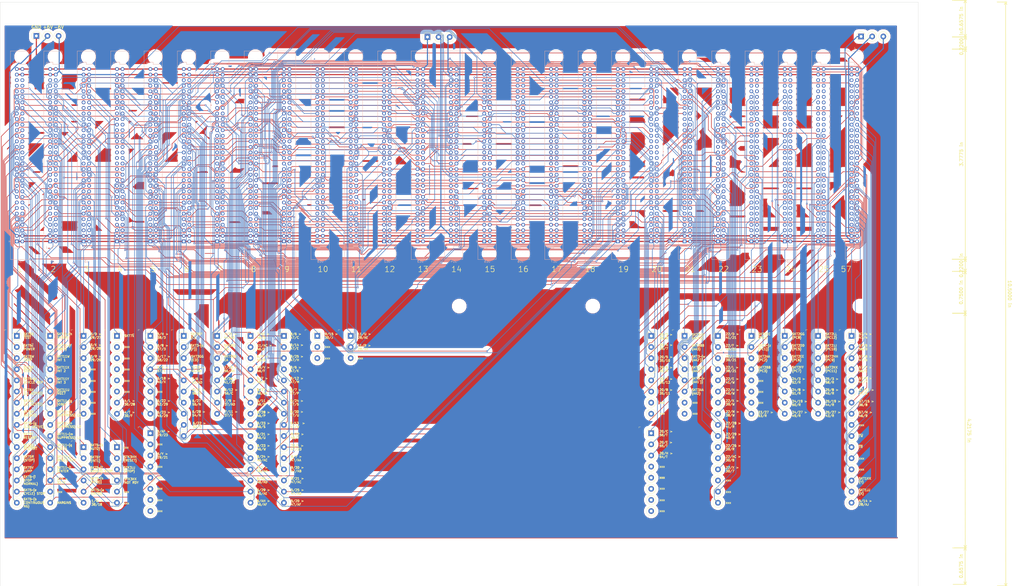
<source format=kicad_pcb>
(kicad_pcb (version 20171130) (host pcbnew "(5.0.0)")
  (layers (0 F.Cu signal hide) (31 B.Cu signal hide) (34 B.Paste user) (35 F.Paste user) (36 B.SilkS user) (37 F.SilkS user) (38 B.Mask user) (39 F.Mask user) (44 Edge.Cuts user))
  (net 0 "")
  (net 1 t1)
  (net 2 t3-2)
  (net 3 GTQa)
  (net 4 GTMa)
  (net 5 WTMa)
  (net 6 OTMa)
  (net 7 GTJa)
  (net 8 GTAa)
  (net 9 OTA-')
  (net 10 SFDm)
  (net 11 SFD)
  (net 12 CRSm)
  (net 13 CRS)
  (net 14 RTGa)
  (net 15 LTGa)
  (net 16 FTGa)
  (net 17 VTGa)
  (net 18 ATFa)
  (net 19 QTFa)
  (net 20 MTFa)
  (net 21 JTFa)
  (net 22 JTPCa)
  (net 23 JTPC)
  (net 24 MTPa)
  (net 25 t5)
  (net 26 M18)
  (net 27 C18)
  (net 28 X1)
  (net 29 I4)
  (net 30 W17)
  (net 31 I3)
  (net 32 J16-)
  (net 33 J15-)
  (net 34 I2)
  (net 35 I1)
  (net 36 J14-)
  (net 37 M13)
  (net 38 M12)
  (net 39 M11)
  (net 40 X0)
  (net 41 GND)
  (net 42 Neg6v)
  (net 43 DTF2a)
  (net 44 F18)
  (net 45 C17)
  (net 46 6v)
  (net 47 MTI)
  (net 48 OTI-)
  (net 49 DTF1-2)
  (net 50 LTG1)
  (net 51 RTG1)
  (net 52 FTG1)
  (net 53 DTF1-1)
  (net 54 F1)
  (net 55 J3)
  (net 56 J2)
  (net 57 J1)
  (net 58 J1')
  (net 59 J2')
  (net 60 J3')
  (net 61 IIS)
  (net 62 SKT5U)
  (net 63 SKT14BB)
  (net 64 STC)
  (net 65 RDY-)
  (net 66 SKT3KK)
  (net 67 NGA)
  (net 68 ENG)
  (net 69 CS)
  (net 70 SKT5H)
  (net 71 SKT3JJ)
  (net 72 SHO)
  (net 73 ONG)
  (net 74 ONG-)
  (net 75 MST)
  (net 76 OIS)
  (net 77 CON)
  (net 78 SKT5T)
  (net 79 SKT5R)
  (net 80 WFR)
  (net 81 JUMP)
  (net 82 MARGINS)
  (net 83 INT1)
  (net 84 SKT11m)
  (net 85 SKT5Y)
  (net 86 DD)
  (net 87 DTE)
  (net 88 SKT11W)
  (net 89 INT2)
  (net 90 SKT11X)
  (net 91 SKT11n)
  (net 92 SKT11Y)
  (net 93 DH)
  (net 94 INT3)
  (net 95 SKT11p)
  (net 96 E1)
  (net 97 E2)
  (net 98 SKT5a)
  (net 99 t2-1)
  (net 100 t4-1)
  (net 101 PTR)
  (net 102 t'1)
  (net 103 t'2)
  (net 104 t'3)
  (net 105 t'4)
  (net 106 t'5)
  (net 107 t'6)
  (net 108 CIN)
  (net 109 TZ1)
  (net 110 WFP)
  (net 111 SB)
  (net 112 TEST)
  (net 113 SKT5i)
  (net 114 SKT7k)
  (net 115 RDY)
  (net 116 1TPCa)
  (net 117 1TPC-)
  (net 118 OTXa)
  (net 119 TXQ1)
  (net 120 RESET)
  (net 121 YTX)
  (net 122 Z18)
  (net 123 OTJ-')
  (net 124 OTJa)
  (net 125 MTIa)
  (net 126 WFRa)
  (net 127 t4-2)
  (net 128 DTF1a)
  (net 129 t6)
  (net 130 t3-1)
  (net 131 KTJa)
  (net 132 t4-5)
  (net 133 CE)
  (net 134 TCS)
  (net 135 CD)
  (net 136 ETJ)
  (net 137 K1)
  (net 138 K2)
  (net 139 SKT3GG)
  (net 140 TM12TM13)
  (net 141 SKT3q)
  (net 142 SKT5D)
  (net 143 SKT3FF)
  (net 144 FD)
  (net 145 C)
  (net 146 AA7)
  (net 147 AA3)
  (net 148 AA2)
  (net 149 AA1)
  (net 150 CA2)
  (net 151 CA1)
  (net 152 CC)
  (net 153 SKT3DD)
  (net 154 TM11)
  (net 155 SKT3EE)
  (net 156 CB)
  (net 157 Q1-)
  (net 158 TM12)
  (net 159 X)
  (net 160 TM18)
  (net 161 TM13)
  (net 162 TNGA)
  (net 163 TXM18)
  (net 164 AA1m)
  (net 165 AA2m)
  (net 166 AA3m)
  (net 167 FTGm)
  (net 168 VTGm)
  (net 169 ETJa)
  (net 170 ETJm)
  (net 171 WRITE)
  (net 172 WRITEm)
  (net 173 READ)
  (net 174 READm)
  (net 175 WFRm)
  (net 176 1TFm)
  (net 177 DTEm)
  (net 178 MTIm)
  (net 179 K1m)
  (net 180 TXQ1m)
  (net 181 OTJm)
  (net 182 OTXm)
  (net 183 TM12M13m)
  (net 184 WTMm)
  (net 185 TM11m)
  (net 186 GTMm)
  (net 187 GTQm)
  (net 188 DTF1m)
  (net 189 DTF2m)
  (net 190 GTAm)
  (net 191 GTJm)
  (net 192 MTFm)
  (net 193 QTFm)
  (net 194 PTRm)
  (net 195 1TPCm)
  (net 196 LTGm)
  (net 197 JTFm)
  (net 198 OTMm)
  (net 199 MTPm)
  (net 200 ATFm)
  (net 201 TM18m)
  (net 202 TPCOm)
  (net 203 TPCO)
  (net 204 TM12m)
  (net 205 KTJm)
  (net 206 K2m)
  (net 207 SZ1)
  (net 208 RTGm)
  (net 209 CLEARm)
  (net 210 CLEAR)
  (net 211 YTXm)
  (net 212 WFPm)
  (net 213 XTFm)
  (net 214 XTF)
  (net 215 JTPCm)
  (net 216 PTG1a)
  (net 217 TM13m)
  (net 218 TNGAm)
  (net 219 TXM18m)
  (net 220 DA)
  (net 221 DE)
  (net 222 S3b)
  (net 223 S2b)
  (net 224 S1c)
  (net 225 S0c)
  (net 226 S2c)
  (net 227 S4b)
  (net 228 WFSm)
  (net 229 RBTm)
  (net 230 SBTm)
  (net 231 DC)
  (net 232 DB)
  (net 233 S4a)
  (net 234 S1b)
  (net 235 S0b)
  (net 236 DG)
  (net 237 DF)
  (net 238 S3a)
  (net 239 S0a)
  (net 240 S1a)
  (net 241 S2a)
  (net 242 AA3-')
  (net 243 AA3')
  (net 244 AA2-')
  (net 245 AA2')
  (net 246 AA1-')
  (net 247 AA1')
  (net 248 CO)
  (net 249 CO-)
  (net 250 SKT3v)
  (net 251 SKT3z)
  (net 252 SKT3w)
  (net 253 SKT3AA)
  (net 254 SKT3BB)
  (net 255 SKT3x)
  (net 256 SKT5e)
  (net 257 PC1-4=0)
  (net 258 PC5-12=0)
  (net 259 PC4-)
  (net 260 PC3-)
  (net 261 SIS1)
  (net 262 SIS2)
  (net 263 PC1-4=1)
  (net 264 SKT2CC)
  (net 265 STK2BB)
  (net 266 SKT2z)
  (net 267 SKT2AA)
  (net 268 SKT2EE)
  (net 269 SKT2DD)
  (net 270 SKT2FF)
  (net 271 SKT2GG)
  (net 272 PC8-)
  (net 273 SKT2JJ)
  (net 274 SKT2HH)
  (net 275 SKT2KK)
  (net 276 SKT2LL)
  (net 277 SKT1JJ)
  (net 278 TW)
  (net 279 SSI)
  (net 280 SKT1KK)
  (net 281 SKT5C)
  (net 282 SKT5W)
  (net 283 SKT5P)
  (net 284 SKT5X)
  (net 285 SKT5Z)
  (net 286 SKT5g)
  (net 287 SKT5V)
  (net 288 SKT5b)
  (net 289 SKT11i)
  (net 290 SKT11j)
  (net 291 SKT11q)
  (net 292 SKT11g)
  (net 293 SKT11U)
  (net 294 SKT11f)
  (net 295 SKT11h)
  (net 296 SKT5k)
  (net 297 SKT5f)
  (net 298 ~RESET~1)
  (net 299 ~STOP)
  (net 300 ~OS)
  (net 301 ~JUMP)
  (net 302 ~JIA)
  (net 303 ~WTM~a)
  (net 304 ~ENG)
  (net 305 ~RESET~2)
  (net 306 ~RESET~')
  (net 307 ~SAO)
  (net 308 ~CA~2)
  (net 309 ~CA~1)
  (net 310 ~TCS)
  (net 311 ~SZ1~m)
  (net 312 ~M~TFa)
  (net 313 ~PTG2~m)
  (net 314 ~PTG1~m)
  (net 315 ~S4~d)
  (net 316 ~S4~c)
  (net 317 ~S4~b)
  (net 318 ~S4~a)
  (net 319 ~J3~')
  (net 320 ~J2~')
  (net 321 ~J1~')
  (net 322 ~TC)
  (net 323 ~PC1)
  (net 324 ~PC2)
  (net 325 ~RESET)
  (net 326 SKT5~D)
  (net 327 ~E2)
  (net 328 ~E1)
  (net 329 ~CS)
  (net 330 ~SB)
  (net 331 ~Z2)
  (net 332 ~CIS)
  (net 333 ~RGS~i)
  (net 334 ~WGS~i)
  (net 335 ~WGS~x)
  (net 336 ~RGS~x)
  (net 337 ~WGS)
  (net 338 ~RGS)
  (net 339 OT~X)
  (net 340 ~ETJ~3)
  (net 341 ~ETJ~2)
  (net 342 ~KTJ~5)
  (net 343 ~M12)
  (net 344 ~KTJ~1)
  (net 345 ~M13)
  (net 346 ~SFD)
  (net 347 ~X)
  (net 348 ~OTG~1)
  (net 349 SKT5~h)
  (net 350 PTG2a)
  (net 351 ~I4~)
  (net 352 ~I3~)
  (net 353 ~I2~)
  (net 354 ~I1~)
  (net 355 ~J4~)
  (net 356 ~J8~)
  (net 357 ~J7~)
  (net 358 ~J6~)
  (net 359 ~J5~)
  (net 360 ~J9~)
  (net 361 ~J10~)
  (net 362 ~J11~)
  (net 363 ~J12~)
  (net 364 ~SSI)
  (net 365 ~TR)
  (net 366 ~TW)
  (net 367 1TF)
  (net 368 ~M18)
  (net 369 SKT3HH)
  (module ELLIOTT:TerminalBlock_5.08_1x06 (layer F.Cu) (at 66.04 228.6 270)
    (fp_text reference J202)
    (fp_text value ~)
    (pad 1 thru_hole rect (at 0 0 270) (size 2.6 2.6) (drill 1.3) (layers *.Cu *.Mask) (net 63 SKT14BB))
    (pad 2 thru_hole circle (at 5.08 0 270) (size 2.6 2.6) (drill 1.3) (layers *.Cu *.Mask) (net 369 SKT3HH))
    (pad 3 thru_hole circle (at 10.16 0 270) (size 2.6 2.6) (drill 1.3) (layers *.Cu *.Mask) (net 71 SKT3JJ))
    (pad 4 thru_hole circle (at 15.24 0 270) (size 2.6 2.6) (drill 1.3) (layers *.Cu *.Mask) (net 66 SKT3KK))
    (pad 5 thru_hole circle (at 20.32 0 270) (size 2.6 2.6) (drill 1.3) (layers *.Cu *.Mask) (net 64 STC))
    (pad 6 thru_hole circle (at 25.4 0 270) (size 2.6 2.6) (drill 1.3) (layers *.Cu *.Mask) (net 72 SHO))
  )
  (module ELLIOTT:TerminalBlock_5.08_1x06 (layer F.Cu) (at 50.8 228.6 270)
    (fp_text reference J201)
    (fp_text value " ")
    (pad 1 thru_hole rect (at 0 0 270) (size 2.6 2.6) (drill 1.3) (layers *.Cu *.Mask) (net 296 SKT5k))
    (pad 2 thru_hole circle (at 5.08 0 270) (size 2.6 2.6) (drill 1.3) (layers *.Cu *.Mask) (net 85 SKT5Y))
    (pad 3 thru_hole circle (at 10.16 0 270) (size 2.6 2.6) (drill 1.3) (layers *.Cu *.Mask) (net 297 SKT5f))
    (pad 4 thru_hole circle (at 15.24 0 270) (size 2.6 2.6) (drill 1.3) (layers *.Cu *.Mask) (net 349 SKT5~h))
    (pad 5 thru_hole circle (at 20.32 0 270) (size 2.6 2.6) (drill 1.3) (layers *.Cu *.Mask) (net 98 SKT5a))
    (pad 6 thru_hole circle (at 25.4 0 270) (size 2.6 2.6) (drill 1.3) (layers *.Cu *.Mask) (net 30 W17))
  )
  (module ELLIOTT:TerminalBlock-5.08_1x10 (layer F.Cu) (at 96.52 177.8 270)
    (fp_text reference J106 hide)
    (fp_text value ~)
    (pad 1 thru_hole rect (at 0 0 270) (size 2.6 2.6) (drill 1.3) (layers *.Cu *.Mask) (net 143 SKT3FF))
    (pad 2 thru_hole circle (at 5.08 0 270) (size 2.6 2.6) (drill 1.3) (layers *.Cu *.Mask) (net 141 SKT3q))
    (pad 3 thru_hole circle (at 10.16 0 270) (size 2.6 2.6) (drill 1.3) (layers *.Cu *.Mask) (net 139 SKT3GG))
    (pad 4 thru_hole circle (at 15.24 0 270) (size 2.6 2.6) (drill 1.3) (layers *.Cu *.Mask) (net 343 ~M12))
    (pad 5 thru_hole circle (at 20.32 0 270) (size 2.6 2.6) (drill 1.3) (layers *.Cu *.Mask) (net 345 ~M13))
    (pad 6 thru_hole circle (at 25.4 0 270) (size 2.6 2.6) (drill 1.3) (layers *.Cu *.Mask) (net 344 ~KTJ~1))
    (pad 7 thru_hole circle (at 30.48 0 270) (size 2.6 2.6) (drill 1.3) (layers *.Cu *.Mask) (net 341 ~ETJ~2))
    (pad 8 thru_hole circle (at 35.56 0 270) (size 2.6 2.6) (drill 1.3) (layers *.Cu *.Mask) (net 340 ~ETJ~3))
    (pad 9 thru_hole circle (at 40.64 0 270) (size 2.6 2.6) (drill 1.3) (layers *.Cu *.Mask) (net 342 ~KTJ~5))
    (pad 10 thru_hole circle (at 45.72 0 270) (size 2.6 2.6) (drill 1.3) (layers *.Cu *.Mask) (net 146 AA7))
  )
  (module MountingHole:MountingHole_2.7mm (layer F.Cu) (at 425.45 30.83)
    (fp_text reference TH58)
    (fp_text value ~)
    (pad 1 np_thru_hole circle (at 0 0) (size 2.7 2.7) (drill 2.7) (layers *.Cu *.Mask))
  )
  (module MountingHole:MountingHole_2.7mm (layer F.Cu) (at 425.45 286.68)
    (fp_text reference TH358)
    (fp_text value ~)
    (pad 1 np_thru_hole circle (at 0 0) (size 2.7 2.7) (drill 2.7) (layers *.Cu *.Mask))
  )
  (module MountingHole:MountingHole_2.7mm (layer F.Cu) (at 405.13 286.68)
    (fp_text reference TH357)
    (fp_text value ~)
    (pad 1 np_thru_hole circle (at 0 0) (size 2.7 2.7) (drill 2.7) (layers *.Cu *.Mask))
  )
  (module MountingHole:MountingHole_2.7mm (layer F.Cu) (at 405.13 30.83)
    (fp_text reference TH57)
    (fp_text value ~)
    (pad 1 np_thru_hole circle (at 0 0) (size 2.7 2.7) (drill 2.7) (layers *.Cu *.Mask))
  )
  (module MountingHole:MountingHole_2.7mm (layer F.Cu) (at 222.25 164.18)
    (fp_text reference TH3)
    (fp_text value MountingHole_2.7mm)
    (pad 1 np_thru_hole circle (at 0 0) (size 2.7 2.7) (drill 2.7) (layers *.Cu *.Mask))
  )
  (module MountingHole:MountingHole_2.7mm (layer F.Cu) (at 222.25 286.68)
    (fp_text reference TH4)
    (fp_text value MountingHole_2.7mm)
    (pad 1 np_thru_hole circle (at 0 0) (size 2.7 2.7) (drill 2.7) (layers *.Cu *.Mask))
  )
  (module MountingHole:MountingHole_2.7mm (layer F.Cu) (at 283.21 164.18)
    (fp_text reference TH251)
    (fp_text value MountingHole_2.7mm)
    (pad 1 np_thru_hole circle (at 0 0) (size 2.7 2.7) (drill 2.7) (layers *.Cu *.Mask))
  )
  (module MountingHole:MountingHole_2.7mm (layer F.Cu) (at 100.33 164.18)
    (fp_text reference TH239)
    (fp_text value MountingHole_2.7mm)
    (pad 1 np_thru_hole circle (at 0 0) (size 2.7 2.7) (drill 2.7) (layers *.Cu *.Mask))
  )
  (module MountingHole:MountingHole_2.7mm (layer F.Cu) (at 39.37 164.18)
    (fp_text reference TH235)
    (fp_text value ~)
    (pad 1 np_thru_hole circle (at 0 0) (size 2.7 2.7) (drill 2.7) (layers *.Cu *.Mask))
  )
  (module MountingHole:MountingHole_2.7mm (layer F.Cu) (at 425.45 153.33)
    (fp_text reference TH139)
    (fp_text value MountingHole_2.7mm)
    (pad 1 np_thru_hole circle (at 0 0) (size 2.7 2.7) (drill 2.7) (layers *.Cu *.Mask))
  )
  (module MountingHole:MountingHole_2.7mm (layer F.Cu) (at 19.05 153.33)
    (fp_text reference TH135)
    (fp_text value ~)
    (pad 1 np_thru_hole circle (at 0 0) (size 2.7 2.7) (drill 2.7) (layers *.Cu *.Mask))
  )
  (module MountingHole:MountingHole_2.7mm (layer F.Cu) (at 222.25 30.83)
    (fp_text reference TH1)
    (fp_text value MountingHole_2.7mm)
    (pad 1 np_thru_hole circle (at 0 0) (size 2.7 2.7) (drill 2.7) (layers *.Cu *.Mask))
  )
  (module MountingHole:MountingHole_2.7mm (layer F.Cu) (at 191.77 30.83)
    (fp_text reference TH45)
    (fp_text value MountingHole_2.7mm)
    (pad 1 np_thru_hole circle (at 0 0) (size 2.7 2.7) (drill 2.7) (layers *.Cu *.Mask))
  )
  (module MountingHole:MountingHole_2.7mm (layer F.Cu) (at 19.05 30.83)
    (fp_text reference TH33)
    (fp_text value ~)
    (pad 1 np_thru_hole circle (at 0 0) (size 2.7 2.7) (drill 2.7) (layers *.Cu *.Mask))
  )
  (module MountingHole:MountingHole_2.7mm (layer F.Cu) (at 39.37 30.83)
    (fp_text reference TH35)
    (fp_text value ~)
    (pad 1 np_thru_hole circle (at 0 0) (size 2.7 2.7) (drill 2.7) (layers *.Cu *.Mask))
  )
  (module MountingHole:MountingHole_2.7mm (layer F.Cu) (at 69.85 30.83)
    (fp_text reference TH37)
    (fp_text value MountingHole_2.7mm)
    (pad 1 np_thru_hole circle (at 0 0) (size 2.7 2.7) (drill 2.7) (layers *.Cu *.Mask))
  )
  (module MountingHole:MountingHole_2.7mm (layer F.Cu) (at 100.33 30.83)
    (fp_text reference TH39)
    (fp_text value MountingHole_2.7mm)
    (pad 1 np_thru_hole circle (at 0 0) (size 2.7 2.7) (drill 2.7) (layers *.Cu *.Mask))
  )
  (module MountingHole:MountingHole_2.7mm (layer F.Cu) (at 130.81 30.83)
    (fp_text reference TH41)
    (fp_text value MountingHole_2.7mm)
    (pad 1 np_thru_hole circle (at 0 0) (size 2.7 2.7) (drill 2.7) (layers *.Cu *.Mask))
  )
  (module MountingHole:MountingHole_2.7mm (layer F.Cu) (at 161.29 30.83)
    (fp_text reference TH43)
    (fp_text value MountingHole_2.7mm)
    (pad 1 np_thru_hole circle (at 0 0) (size 2.7 2.7) (drill 2.7) (layers *.Cu *.Mask))
  )
  (module MountingHole:MountingHole_2.7mm (layer F.Cu) (at 252.73 30.83)
    (fp_text reference TH49)
    (fp_text value MountingHole_2.7mm)
    (pad 1 np_thru_hole circle (at 0 0) (size 2.7 2.7) (drill 2.7) (layers *.Cu *.Mask))
  )
  (module MountingHole:MountingHole_2.7mm (layer F.Cu) (at 283.21 30.83)
    (fp_text reference TH51)
    (fp_text value MountingHole_2.7mm)
    (pad 1 np_thru_hole circle (at 0 0) (size 2.7 2.7) (drill 2.7) (layers *.Cu *.Mask))
  )
  (module MountingHole:MountingHole_2.7mm (layer F.Cu) (at 313.69 30.83)
    (fp_text reference TH53)
    (fp_text value MountingHole_2.7mm)
    (pad 1 np_thru_hole circle (at 0 0) (size 2.7 2.7) (drill 2.7) (layers *.Cu *.Mask))
  )
  (module MountingHole:MountingHole_2.7mm (layer F.Cu) (at 344.17 30.83)
    (fp_text reference TH55)
    (fp_text value MountingHole_2.7mm)
    (pad 1 np_thru_hole circle (at 0 0) (size 2.7 2.7) (drill 2.7) (layers *.Cu *.Mask))
  )
  (module MountingHole:MountingHole_2.7mm (layer F.Cu) (at 19.05 286.68)
    (fp_text reference TH333)
    (fp_text value MountingHole_2.7mm)
    (pad 1 np_thru_hole circle (at 0 0) (size 2.7 2.7) (drill 2.7) (layers *.Cu *.Mask))
  )
  (module MountingHole:MountingHole_2.7mm (layer F.Cu) (at 39.37 286.68)
    (fp_text reference TH335)
    (fp_text value MountingHole_2.7mm)
    (pad 1 np_thru_hole circle (at 0 0) (size 2.7 2.7) (drill 2.7) (layers *.Cu *.Mask))
  )
  (module MountingHole:MountingHole_2.7mm (layer F.Cu) (at 69.85 286.68)
    (fp_text reference TH337)
    (fp_text value MountingHole_2.7mm)
    (pad 1 np_thru_hole circle (at 0 0) (size 2.7 2.7) (drill 2.7) (layers *.Cu *.Mask))
  )
  (module MountingHole:MountingHole_2.7mm (layer F.Cu) (at 100.33 286.68)
    (fp_text reference TH339)
    (fp_text value MountingHole_2.7mm)
    (pad 1 np_thru_hole circle (at 0 0) (size 2.7 2.7) (drill 2.7) (layers *.Cu *.Mask))
  )
  (module MountingHole:MountingHole_2.7mm (layer F.Cu) (at 130.81 286.68)
    (fp_text reference TH341)
    (fp_text value MountingHole_2.7mm)
    (pad 1 np_thru_hole circle (at 0 0) (size 2.7 2.7) (drill 2.7) (layers *.Cu *.Mask))
  )
  (module MountingHole:MountingHole_2.7mm (layer F.Cu) (at 161.29 286.68)
    (fp_text reference TH343)
    (fp_text value MountingHole_2.7mm)
    (pad 1 np_thru_hole circle (at 0 0) (size 2.7 2.7) (drill 2.7) (layers *.Cu *.Mask))
  )
  (module MountingHole:MountingHole_2.7mm (layer F.Cu) (at 191.77 286.68)
    (fp_text reference TH345)
    (fp_text value MountingHole_2.7mm)
    (pad 1 np_thru_hole circle (at 0 0) (size 2.7 2.7) (drill 2.7) (layers *.Cu *.Mask))
  )
  (module MountingHole:MountingHole_2.7mm (layer F.Cu) (at 252.73 286.68)
    (fp_text reference TH348)
    (fp_text value MountingHole_2.7mm)
    (pad 1 np_thru_hole circle (at 0 0) (size 2.7 2.7) (drill 2.7) (layers *.Cu *.Mask))
  )
  (module MountingHole:MountingHole_2.7mm (layer F.Cu) (at 283.21 286.68)
    (fp_text reference TH350)
    (fp_text value MountingHole_2.7mm)
    (pad 1 np_thru_hole circle (at 0 0) (size 2.7 2.7) (drill 2.7) (layers *.Cu *.Mask))
  )
  (module MountingHole:MountingHole_2.7mm (layer F.Cu) (at 313.69 286.68)
    (fp_text reference TH352)
    (fp_text value MountingHole_2.7mm)
    (pad 1 np_thru_hole circle (at 0 0) (size 2.7 2.7) (drill 2.7) (layers *.Cu *.Mask))
  )
  (module MountingHole:MountingHole_2.7mm (layer F.Cu) (at 344.17 286.68)
    (fp_text reference TH354)
    (fp_text value MountingHole_2.7mm)
    (pad 1 np_thru_hole circle (at 0 0) (size 2.7 2.7) (drill 2.7) (layers *.Cu *.Mask))
  )
  (module MountingHole:MountingHole_2.7mm (layer F.Cu) (at 405.13 164.18)
    (fp_text reference TH256)
    (fp_text value ~)
    (pad 1 np_thru_hole circle (at 0 0) (size 2.7 2.7) (drill 2.7) (layers *.Cu *.Mask))
  )
  (module MountingHole:MountingHole_2.7mm (layer F.Cu) (at 374.65 30.83)
    (fp_text reference TH56)
    (fp_text value MountingHole_2.7mm)
    (pad 1 np_thru_hole circle (at 0 0) (size 2.7 2.7) (drill 2.7) (layers *.Cu *.Mask))
  )
  (module MountingHole:MountingHole_2.7mm (layer F.Cu) (at 374.65 286.68)
    (fp_text reference TH356)
    (fp_text value MountingHole_2.7mm)
    (pad 1 np_thru_hole circle (at 0 0) (size 2.7 2.7) (drill 2.7) (layers *.Cu *.Mask))
  )
  (module ELLIOTT:DIN41612_B_2x32_Vertical (layer B.Cu) (at 20.32 134.62)
    (fp_text reference J1 (at 1.27 9.13) (layer B.SilkS) (effects (justify mirror)))
    (fp_text value Conn_02x32)
    (pad "" np_thru_hole circle (at 2.24 -84.37) (size 2.8 2.8) (drill 2.8) (layers *.Cu *.Mask))
    (pad "" np_thru_hole circle (at 2.24 5.63) (size 2.8 2.8) (drill 2.8) (layers *.Cu *.Mask))
    (pad AL thru_hole circle (at 2.54 -78.74) (size 1.7 1.7) (drill 1) (layers *.Cu *.Mask) (net 41 GND))
    (pad 32 thru_hole circle (at 0 -78.74) (size 1.7 1.7) (drill 1) (layers *.Cu *.Mask) (net 41 GND))
    (pad AK thru_hole circle (at 2.54 -76.2) (size 1.7 1.7) (drill 1) (layers *.Cu *.Mask) (net 42 Neg6v))
    (pad 31 thru_hole circle (at 0 -76.2) (size 1.7 1.7) (drill 1) (layers *.Cu *.Mask) (net 42 Neg6v))
    (pad AJ thru_hole circle (at 2.54 -73.66) (size 1.7 1.7) (drill 1) (layers *.Cu *.Mask))
    (pad 30 thru_hole circle (at 0 -73.66) (size 1.7 1.7) (drill 1) (layers *.Cu *.Mask))
    (pad AH thru_hole circle (at 2.54 -71.12) (size 1.7 1.7) (drill 1) (layers *.Cu *.Mask))
    (pad 29 thru_hole circle (at 0 -71.12) (size 1.7 1.7) (drill 1) (layers *.Cu *.Mask))
    (pad AF thru_hole circle (at 2.54 -68.58) (size 1.7 1.7) (drill 1) (layers *.Cu *.Mask))
    (pad 28 thru_hole circle (at 0 -68.58) (size 1.7 1.7) (drill 1) (layers *.Cu *.Mask))
    (pad AE thru_hole circle (at 2.54 -66.04) (size 1.7 1.7) (drill 1) (layers *.Cu *.Mask) (net 120 RESET))
    (pad 27 thru_hole circle (at 0 -66.04) (size 1.7 1.7) (drill 1) (layers *.Cu *.Mask) (net 298 ~RESET~1))
    (pad AD thru_hole circle (at 2.54 -63.5) (size 1.7 1.7) (drill 1) (layers *.Cu *.Mask) (net 325 ~RESET))
    (pad 26 thru_hole circle (at 0 -63.5) (size 1.7 1.7) (drill 1) (layers *.Cu *.Mask) (net 134 TCS))
    (pad AC thru_hole circle (at 2.54 -60.96) (size 1.7 1.7) (drill 1) (layers *.Cu *.Mask) (net 299 ~STOP))
    (pad 25 thru_hole circle (at 0 -60.96) (size 1.7 1.7) (drill 1) (layers *.Cu *.Mask) (net 283 SKT5P))
    (pad AB thru_hole circle (at 2.54 -58.42) (size 1.7 1.7) (drill 1) (layers *.Cu *.Mask) (net 326 SKT5~D))
    (pad 24 thru_hole circle (at 0 -58.42) (size 1.7 1.7) (drill 1) (layers *.Cu *.Mask) (net 290 SKT11j))
    (pad AA thru_hole circle (at 2.54 -55.88) (size 1.7 1.7) (drill 1) (layers *.Cu *.Mask))
    (pad 23 thru_hole circle (at 0 -55.88) (size 1.7 1.7) (drill 1) (layers *.Cu *.Mask) (net 96 E1))
    (pad Z thru_hole circle (at 2.54 -53.34) (size 1.7 1.7) (drill 1) (layers *.Cu *.Mask))
    (pad 22 thru_hole circle (at 0 -53.34) (size 1.7 1.7) (drill 1) (layers *.Cu *.Mask) (net 97 E2))
    (pad Y thru_hole circle (at 2.54 -50.8) (size 1.7 1.7) (drill 1) (layers *.Cu *.Mask) (net 284 SKT5X))
    (pad 21 thru_hole circle (at 0 -50.8) (size 1.7 1.7) (drill 1) (layers *.Cu *.Mask) (net 327 ~E2))
    (pad X thru_hole circle (at 2.54 -48.26) (size 1.7 1.7) (drill 1) (layers *.Cu *.Mask))
    (pad 20 thru_hole circle (at 0 -48.26) (size 1.7 1.7) (drill 1) (layers *.Cu *.Mask) (net 328 ~E1))
    (pad W thru_hole circle (at 2.54 -45.72) (size 1.7 1.7) (drill 1) (layers *.Cu *.Mask) (net 30 W17))
    (pad 19 thru_hole circle (at 0 -45.72) (size 1.7 1.7) (drill 1) (layers *.Cu *.Mask) (net 297 SKT5f))
    (pad V thru_hole circle (at 2.54 -43.18) (size 1.7 1.7) (drill 1) (layers *.Cu *.Mask) (net 285 SKT5Z))
    (pad 18 thru_hole circle (at 0 -43.18) (size 1.7 1.7) (drill 1) (layers *.Cu *.Mask) (net 291 SKT11q))
    (pad U thru_hole circle (at 2.54 -40.64) (size 1.7 1.7) (drill 1) (layers *.Cu *.Mask))
    (pad 17 thru_hole circle (at 0 -40.64) (size 1.7 1.7) (drill 1) (layers *.Cu *.Mask) (net 293 SKT11U))
    (pad T thru_hole circle (at 2.54 -38.1) (size 1.7 1.7) (drill 1) (layers *.Cu *.Mask) (net 300 ~OS))
    (pad 16 thru_hole circle (at 0 -38.1) (size 1.7 1.7) (drill 1) (layers *.Cu *.Mask) (net 81 JUMP))
    (pad S thru_hole circle (at 2.54 -35.56) (size 1.7 1.7) (drill 1) (layers *.Cu *.Mask) (net 286 SKT5g))
    (pad 15 thru_hole circle (at 0 -35.56) (size 1.7 1.7) (drill 1) (layers *.Cu *.Mask) (net 301 ~JUMP))
    (pad R thru_hole circle (at 2.54 -33.02) (size 1.7 1.7) (drill 1) (layers *.Cu *.Mask) (net 302 ~JIA))
    (pad 14 thru_hole circle (at 0 -33.02) (size 1.7 1.7) (drill 1) (layers *.Cu *.Mask) (net 69 CS))
    (pad P thru_hole circle (at 2.54 -30.48) (size 1.7 1.7) (drill 1) (layers *.Cu *.Mask))
    (pad 13 thru_hole circle (at 0 -30.48) (size 1.7 1.7) (drill 1) (layers *.Cu *.Mask) (net 108 CIN))
    (pad N thru_hole circle (at 2.54 -27.94) (size 1.7 1.7) (drill 1) (layers *.Cu *.Mask) (net 303 ~WTM~a))
    (pad 12 thru_hole circle (at 0 -27.94) (size 1.7 1.7) (drill 1) (layers *.Cu *.Mask) (net 329 ~CS))
    (pad M thru_hole circle (at 2.54 -25.4) (size 1.7 1.7) (drill 1) (layers *.Cu *.Mask) (net 287 SKT5V))
    (pad 11 thru_hole circle (at 0 -25.4) (size 1.7 1.7) (drill 1) (layers *.Cu *.Mask) (net 282 SKT5W))
    (pad L thru_hole circle (at 2.54 -22.86) (size 1.7 1.7) (drill 1) (layers *.Cu *.Mask) (net 296 SKT5k))
    (pad 10 thru_hole circle (at 0 -22.86) (size 1.7 1.7) (drill 1) (layers *.Cu *.Mask) (net 73 ONG))
    (pad K thru_hole circle (at 2.54 -20.32) (size 1.7 1.7) (drill 1) (layers *.Cu *.Mask) (net 74 ONG-))
    (pad 9 thru_hole circle (at 0 -20.32) (size 1.7 1.7) (drill 1) (layers *.Cu *.Mask) (net 68 ENG))
    (pad J thru_hole circle (at 2.54 -17.78) (size 1.7 1.7) (drill 1) (layers *.Cu *.Mask) (net 288 SKT5b))
    (pad 8 thru_hole circle (at 0 -17.78) (size 1.7 1.7) (drill 1) (layers *.Cu *.Mask) (net 281 SKT5C))
    (pad H thru_hole circle (at 2.54 -15.24) (size 1.7 1.7) (drill 1) (layers *.Cu *.Mask) (net 256 SKT5e))
    (pad 7 thru_hole circle (at 0 -15.24) (size 1.7 1.7) (drill 1) (layers *.Cu *.Mask) (net 294 SKT11f))
    (pad F thru_hole circle (at 2.54 -12.7) (size 1.7 1.7) (drill 1) (layers *.Cu *.Mask) (net 292 SKT11g))
    (pad 6 thru_hole circle (at 0 -12.7) (size 1.7 1.7) (drill 1) (layers *.Cu *.Mask) (net 295 SKT11h))
    (pad E thru_hole circle (at 2.54 -10.16) (size 1.7 1.7) (drill 1) (layers *.Cu *.Mask) (net 304 ~ENG))
    (pad 5 thru_hole circle (at 0 -10.16) (size 1.7 1.7) (drill 1) (layers *.Cu *.Mask) (net 142 SKT5D))
    (pad D thru_hole circle (at 2.54 -7.62) (size 1.7 1.7) (drill 1) (layers *.Cu *.Mask) (net 113 SKT5i))
    (pad 4 thru_hole circle (at 0 -7.62) (size 1.7 1.7) (drill 1) (layers *.Cu *.Mask) (net 289 SKT11i))
    (pad C thru_hole circle (at 2.54 -5.08) (size 1.7 1.7) (drill 1) (layers *.Cu *.Mask) (net 78 SKT5T))
    (pad 3 thru_hole circle (at 0 -5.08) (size 1.7 1.7) (drill 1) (layers *.Cu *.Mask) (net 62 SKT5U))
    (pad B thru_hole circle (at 2.54 -2.54) (size 1.7 1.7) (drill 1) (layers *.Cu *.Mask) (net 46 6v))
    (pad 2 thru_hole circle (at 0 -2.54) (size 1.7 1.7) (drill 1) (layers *.Cu *.Mask) (net 46 6v))
    (pad A thru_hole circle (at 2.54 0) (size 1.7 1.7) (drill 1) (layers *.Cu *.Mask) (net 41 GND))
    (pad 1 thru_hole rect (at 0 0) (size 1.7 1.7) (drill 1) (layers *.Cu *.Mask) (net 41 GND))
  )
  (module ELLIOTT:DIN41612_B_2x32_Vertical (layer B.Cu) (at 35.56 134.62)
    (fp_text reference J2 (at 1.27 9.13) (layer B.SilkS) (effects (justify mirror)))
    (fp_text value Conn_02x32)
    (pad "" np_thru_hole circle (at 2.24 -84.37) (size 2.8 2.8) (drill 2.8) (layers *.Cu *.Mask))
    (pad "" np_thru_hole circle (at 2.24 5.63) (size 2.8 2.8) (drill 2.8) (layers *.Cu *.Mask))
    (pad AL thru_hole circle (at 2.54 -78.74) (size 1.7 1.7) (drill 1) (layers *.Cu *.Mask) (net 41 GND))
    (pad 32 thru_hole circle (at 0 -78.74) (size 1.7 1.7) (drill 1) (layers *.Cu *.Mask) (net 41 GND))
    (pad AK thru_hole circle (at 2.54 -76.2) (size 1.7 1.7) (drill 1) (layers *.Cu *.Mask) (net 42 Neg6v))
    (pad 31 thru_hole circle (at 0 -76.2) (size 1.7 1.7) (drill 1) (layers *.Cu *.Mask) (net 42 Neg6v))
    (pad AJ thru_hole circle (at 2.54 -73.66) (size 1.7 1.7) (drill 1) (layers *.Cu *.Mask))
    (pad 30 thru_hole circle (at 0 -73.66) (size 1.7 1.7) (drill 1) (layers *.Cu *.Mask))
    (pad AH thru_hole circle (at 2.54 -71.12) (size 1.7 1.7) (drill 1) (layers *.Cu *.Mask))
    (pad 29 thru_hole circle (at 0 -71.12) (size 1.7 1.7) (drill 1) (layers *.Cu *.Mask) (net 63 SKT14BB))
    (pad AF thru_hole circle (at 2.54 -68.58) (size 1.7 1.7) (drill 1) (layers *.Cu *.Mask) (net 64 STC))
    (pad 28 thru_hole circle (at 0 -68.58) (size 1.7 1.7) (drill 1) (layers *.Cu *.Mask) (net 65 RDY-))
    (pad AE thru_hole circle (at 2.54 -66.04) (size 1.7 1.7) (drill 1) (layers *.Cu *.Mask))
    (pad 27 thru_hole circle (at 0 -66.04) (size 1.7 1.7) (drill 1) (layers *.Cu *.Mask))
    (pad AD thru_hole circle (at 2.54 -63.5) (size 1.7 1.7) (drill 1) (layers *.Cu *.Mask))
    (pad 26 thru_hole circle (at 0 -63.5) (size 1.7 1.7) (drill 1) (layers *.Cu *.Mask))
    (pad AC thru_hole circle (at 2.54 -60.96) (size 1.7 1.7) (drill 1) (layers *.Cu *.Mask) (net 66 SKT3KK))
    (pad 25 thru_hole circle (at 0 -60.96) (size 1.7 1.7) (drill 1) (layers *.Cu *.Mask) (net 304 ~ENG))
    (pad AB thru_hole circle (at 2.54 -58.42) (size 1.7 1.7) (drill 1) (layers *.Cu *.Mask) (net 67 NGA))
    (pad 24 thru_hole circle (at 0 -58.42) (size 1.7 1.7) (drill 1) (layers *.Cu *.Mask) (net 68 ENG))
    (pad AA thru_hole circle (at 2.54 -55.88) (size 1.7 1.7) (drill 1) (layers *.Cu *.Mask) (net 330 ~SB))
    (pad 23 thru_hole circle (at 0 -55.88) (size 1.7 1.7) (drill 1) (layers *.Cu *.Mask))
    (pad Z thru_hole circle (at 2.54 -53.34) (size 1.7 1.7) (drill 1) (layers *.Cu *.Mask) (net 369 SKT3HH))
    (pad 22 thru_hole circle (at 0 -53.34) (size 1.7 1.7) (drill 1) (layers *.Cu *.Mask))
    (pad Y thru_hole circle (at 2.54 -50.8) (size 1.7 1.7) (drill 1) (layers *.Cu *.Mask) (net 305 ~RESET~2))
    (pad 21 thru_hole circle (at 0 -50.8) (size 1.7 1.7) (drill 1) (layers *.Cu *.Mask))
    (pad X thru_hole circle (at 2.54 -48.26) (size 1.7 1.7) (drill 1) (layers *.Cu *.Mask) (net 298 ~RESET~1))
    (pad 20 thru_hole circle (at 0 -48.26) (size 1.7 1.7) (drill 1) (layers *.Cu *.Mask) (net 300 ~OS))
    (pad W thru_hole circle (at 2.54 -45.72) (size 1.7 1.7) (drill 1) (layers *.Cu *.Mask))
    (pad 19 thru_hole circle (at 0 -45.72) (size 1.7 1.7) (drill 1) (layers *.Cu *.Mask) (net 69 CS))
    (pad V thru_hole circle (at 2.54 -43.18) (size 1.7 1.7) (drill 1) (layers *.Cu *.Mask))
    (pad 18 thru_hole circle (at 0 -43.18) (size 1.7 1.7) (drill 1) (layers *.Cu *.Mask))
    (pad U thru_hole circle (at 2.54 -40.64) (size 1.7 1.7) (drill 1) (layers *.Cu *.Mask) (net 70 SKT5H))
    (pad 17 thru_hole circle (at 0 -40.64) (size 1.7 1.7) (drill 1) (layers *.Cu *.Mask))
    (pad T thru_hole circle (at 2.54 -38.1) (size 1.7 1.7) (drill 1) (layers *.Cu *.Mask) (net 71 SKT3JJ))
    (pad 16 thru_hole circle (at 0 -38.1) (size 1.7 1.7) (drill 1) (layers *.Cu *.Mask) (net 299 ~STOP))
    (pad S thru_hole circle (at 2.54 -35.56) (size 1.7 1.7) (drill 1) (layers *.Cu *.Mask) (net 72 SHO))
    (pad 15 thru_hole circle (at 0 -35.56) (size 1.7 1.7) (drill 1) (layers *.Cu *.Mask))
    (pad R thru_hole circle (at 2.54 -33.02) (size 1.7 1.7) (drill 1) (layers *.Cu *.Mask) (net 299 ~STOP))
    (pad 14 thru_hole circle (at 0 -33.02) (size 1.7 1.7) (drill 1) (layers *.Cu *.Mask) (net 73 ONG))
    (pad P thru_hole circle (at 2.54 -30.48) (size 1.7 1.7) (drill 1) (layers *.Cu *.Mask))
    (pad 13 thru_hole circle (at 0 -30.48) (size 1.7 1.7) (drill 1) (layers *.Cu *.Mask) (net 74 ONG-))
    (pad N thru_hole circle (at 2.54 -27.94) (size 1.7 1.7) (drill 1) (layers *.Cu *.Mask))
    (pad 12 thru_hole circle (at 0 -27.94) (size 1.7 1.7) (drill 1) (layers *.Cu *.Mask))
    (pad M thru_hole circle (at 2.54 -25.4) (size 1.7 1.7) (drill 1) (layers *.Cu *.Mask) (net 75 MST))
    (pad 11 thru_hole circle (at 0 -25.4) (size 1.7 1.7) (drill 1) (layers *.Cu *.Mask))
    (pad L thru_hole circle (at 2.54 -22.86) (size 1.7 1.7) (drill 1) (layers *.Cu *.Mask) (net 76 OIS))
    (pad 10 thru_hole circle (at 0 -22.86) (size 1.7 1.7) (drill 1) (layers *.Cu *.Mask) (net 306 ~RESET~'))
    (pad K thru_hole circle (at 2.54 -20.32) (size 1.7 1.7) (drill 1) (layers *.Cu *.Mask))
    (pad 9 thru_hole circle (at 0 -20.32) (size 1.7 1.7) (drill 1) (layers *.Cu *.Mask))
    (pad J thru_hole circle (at 2.54 -17.78) (size 1.7 1.7) (drill 1) (layers *.Cu *.Mask) (net 77 CON))
    (pad 8 thru_hole circle (at 0 -17.78) (size 1.7 1.7) (drill 1) (layers *.Cu *.Mask))
    (pad H thru_hole circle (at 2.54 -15.24) (size 1.7 1.7) (drill 1) (layers *.Cu *.Mask) (net 307 ~SAO))
    (pad 7 thru_hole circle (at 0 -15.24) (size 1.7 1.7) (drill 1) (layers *.Cu *.Mask) (net 62 SKT5U))
    (pad F thru_hole circle (at 2.54 -12.7) (size 1.7 1.7) (drill 1) (layers *.Cu *.Mask))
    (pad 6 thru_hole circle (at 0 -12.7) (size 1.7 1.7) (drill 1) (layers *.Cu *.Mask) (net 78 SKT5T))
    (pad E thru_hole circle (at 2.54 -10.16) (size 1.7 1.7) (drill 1) (layers *.Cu *.Mask) (net 79 SKT5R))
    (pad 5 thru_hole circle (at 0 -10.16) (size 1.7 1.7) (drill 1) (layers *.Cu *.Mask) (net 80 WFR))
    (pad D thru_hole circle (at 2.54 -7.62) (size 1.7 1.7) (drill 1) (layers *.Cu *.Mask))
    (pad 4 thru_hole circle (at 0 -7.62) (size 1.7 1.7) (drill 1) (layers *.Cu *.Mask) (net 81 JUMP))
    (pad C thru_hole circle (at 2.54 -5.08) (size 1.7 1.7) (drill 1) (layers *.Cu *.Mask) (net 82 MARGINS))
    (pad 3 thru_hole circle (at 0 -5.08) (size 1.7 1.7) (drill 1) (layers *.Cu *.Mask) (net 301 ~JUMP))
    (pad B thru_hole circle (at 2.54 -2.54) (size 1.7 1.7) (drill 1) (layers *.Cu *.Mask) (net 46 6v))
    (pad 2 thru_hole circle (at 0 -2.54) (size 1.7 1.7) (drill 1) (layers *.Cu *.Mask) (net 46 6v))
    (pad A thru_hole circle (at 2.54 0) (size 1.7 1.7) (drill 1) (layers *.Cu *.Mask) (net 41 GND))
    (pad 1 thru_hole rect (at 0 0) (size 1.7 1.7) (drill 1) (layers *.Cu *.Mask) (net 41 GND))
  )
  (module ELLIOTT:DIN41612_B_2x32_Vertical (layer B.Cu) (at 50.8 134.62)
    (fp_text reference J3 (at 1.27 9.13) (layer B.SilkS) (effects (justify mirror)))
    (fp_text value Conn_02x32)
    (pad "" np_thru_hole circle (at 2.24 -84.37) (size 2.8 2.8) (drill 2.8) (layers *.Cu *.Mask))
    (pad "" np_thru_hole circle (at 2.24 5.63) (size 2.8 2.8) (drill 2.8) (layers *.Cu *.Mask))
    (pad AL thru_hole circle (at 2.54 -78.74) (size 1.7 1.7) (drill 1) (layers *.Cu *.Mask) (net 41 GND))
    (pad 32 thru_hole circle (at 0 -78.74) (size 1.7 1.7) (drill 1) (layers *.Cu *.Mask) (net 41 GND))
    (pad AK thru_hole circle (at 2.54 -76.2) (size 1.7 1.7) (drill 1) (layers *.Cu *.Mask) (net 42 Neg6v))
    (pad 31 thru_hole circle (at 0 -76.2) (size 1.7 1.7) (drill 1) (layers *.Cu *.Mask) (net 42 Neg6v))
    (pad AJ thru_hole circle (at 2.54 -73.66) (size 1.7 1.7) (drill 1) (layers *.Cu *.Mask))
    (pad 30 thru_hole circle (at 0 -73.66) (size 1.7 1.7) (drill 1) (layers *.Cu *.Mask))
    (pad AH thru_hole circle (at 2.54 -71.12) (size 1.7 1.7) (drill 1) (layers *.Cu *.Mask) (net 1 t1))
    (pad 29 thru_hole circle (at 0 -71.12) (size 1.7 1.7) (drill 1) (layers *.Cu *.Mask) (net 298 ~RESET~1))
    (pad AF thru_hole circle (at 2.54 -68.58) (size 1.7 1.7) (drill 1) (layers *.Cu *.Mask))
    (pad 28 thru_hole circle (at 0 -68.58) (size 1.7 1.7) (drill 1) (layers *.Cu *.Mask) (net 101 PTR))
    (pad AE thru_hole circle (at 2.54 -66.04) (size 1.7 1.7) (drill 1) (layers *.Cu *.Mask) (net 2 t3-2))
    (pad 27 thru_hole circle (at 0 -66.04) (size 1.7 1.7) (drill 1) (layers *.Cu *.Mask))
    (pad AD thru_hole circle (at 2.54 -63.5) (size 1.7 1.7) (drill 1) (layers *.Cu *.Mask) (net 349 SKT5~h))
    (pad 26 thru_hole circle (at 0 -63.5) (size 1.7 1.7) (drill 1) (layers *.Cu *.Mask))
    (pad AC thru_hole circle (at 2.54 -60.96) (size 1.7 1.7) (drill 1) (layers *.Cu *.Mask) (net 100 t4-1))
    (pad 25 thru_hole circle (at 0 -60.96) (size 1.7 1.7) (drill 1) (layers *.Cu *.Mask))
    (pad AB thru_hole circle (at 2.54 -58.42) (size 1.7 1.7) (drill 1) (layers *.Cu *.Mask))
    (pad 24 thru_hole circle (at 0 -58.42) (size 1.7 1.7) (drill 1) (layers *.Cu *.Mask))
    (pad AA thru_hole circle (at 2.54 -55.88) (size 1.7 1.7) (drill 1) (layers *.Cu *.Mask) (net 99 t2-1))
    (pad 23 thru_hole circle (at 0 -55.88) (size 1.7 1.7) (drill 1) (layers *.Cu *.Mask))
    (pad Z thru_hole circle (at 2.54 -53.34) (size 1.7 1.7) (drill 1) (layers *.Cu *.Mask) (net 327 ~E2))
    (pad 22 thru_hole circle (at 0 -53.34) (size 1.7 1.7) (drill 1) (layers *.Cu *.Mask))
    (pad Y thru_hole circle (at 2.54 -50.8) (size 1.7 1.7) (drill 1) (layers *.Cu *.Mask))
    (pad 21 thru_hole circle (at 0 -50.8) (size 1.7 1.7) (drill 1) (layers *.Cu *.Mask))
    (pad X thru_hole circle (at 2.54 -48.26) (size 1.7 1.7) (drill 1) (layers *.Cu *.Mask))
    (pad 20 thru_hole circle (at 0 -48.26) (size 1.7 1.7) (drill 1) (layers *.Cu *.Mask))
    (pad W thru_hole circle (at 2.54 -45.72) (size 1.7 1.7) (drill 1) (layers *.Cu *.Mask) (net 98 SKT5a))
    (pad 19 thru_hole circle (at 0 -45.72) (size 1.7 1.7) (drill 1) (layers *.Cu *.Mask))
    (pad V thru_hole circle (at 2.54 -43.18) (size 1.7 1.7) (drill 1) (layers *.Cu *.Mask) (net 97 E2))
    (pad 18 thru_hole circle (at 0 -43.18) (size 1.7 1.7) (drill 1) (layers *.Cu *.Mask))
    (pad U thru_hole circle (at 2.54 -40.64) (size 1.7 1.7) (drill 1) (layers *.Cu *.Mask))
    (pad 17 thru_hole circle (at 0 -40.64) (size 1.7 1.7) (drill 1) (layers *.Cu *.Mask))
    (pad T thru_hole circle (at 2.54 -38.1) (size 1.7 1.7) (drill 1) (layers *.Cu *.Mask) (net 96 E1))
    (pad 16 thru_hole circle (at 0 -38.1) (size 1.7 1.7) (drill 1) (layers *.Cu *.Mask))
    (pad S thru_hole circle (at 2.54 -35.56) (size 1.7 1.7) (drill 1) (layers *.Cu *.Mask) (net 95 SKT11p))
    (pad 15 thru_hole circle (at 0 -35.56) (size 1.7 1.7) (drill 1) (layers *.Cu *.Mask))
    (pad R thru_hole circle (at 2.54 -33.02) (size 1.7 1.7) (drill 1) (layers *.Cu *.Mask) (net 94 INT3))
    (pad 14 thru_hole circle (at 0 -33.02) (size 1.7 1.7) (drill 1) (layers *.Cu *.Mask))
    (pad P thru_hole circle (at 2.54 -30.48) (size 1.7 1.7) (drill 1) (layers *.Cu *.Mask) (net 328 ~E1))
    (pad 13 thru_hole circle (at 0 -30.48) (size 1.7 1.7) (drill 1) (layers *.Cu *.Mask))
    (pad N thru_hole circle (at 2.54 -27.94) (size 1.7 1.7) (drill 1) (layers *.Cu *.Mask))
    (pad 12 thru_hole circle (at 0 -27.94) (size 1.7 1.7) (drill 1) (layers *.Cu *.Mask) (net 93 DH))
    (pad M thru_hole circle (at 2.54 -25.4) (size 1.7 1.7) (drill 1) (layers *.Cu *.Mask))
    (pad 11 thru_hole circle (at 0 -25.4) (size 1.7 1.7) (drill 1) (layers *.Cu *.Mask) (net 92 SKT11Y))
    (pad L thru_hole circle (at 2.54 -22.86) (size 1.7 1.7) (drill 1) (layers *.Cu *.Mask) (net 91 SKT11n))
    (pad 10 thru_hole circle (at 0 -22.86) (size 1.7 1.7) (drill 1) (layers *.Cu *.Mask) (net 90 SKT11X))
    (pad K thru_hole circle (at 2.54 -20.32) (size 1.7 1.7) (drill 1) (layers *.Cu *.Mask) (net 89 INT2))
    (pad 9 thru_hole circle (at 0 -20.32) (size 1.7 1.7) (drill 1) (layers *.Cu *.Mask) (net 88 SKT11W))
    (pad J thru_hole circle (at 2.54 -17.78) (size 1.7 1.7) (drill 1) (layers *.Cu *.Mask))
    (pad 8 thru_hole circle (at 0 -17.78) (size 1.7 1.7) (drill 1) (layers *.Cu *.Mask) (net 87 DTE))
    (pad H thru_hole circle (at 2.54 -15.24) (size 1.7 1.7) (drill 1) (layers *.Cu *.Mask))
    (pad 7 thru_hole circle (at 0 -15.24) (size 1.7 1.7) (drill 1) (layers *.Cu *.Mask) (net 86 DD))
    (pad F thru_hole circle (at 2.54 -12.7) (size 1.7 1.7) (drill 1) (layers *.Cu *.Mask) (net 85 SKT5Y))
    (pad 6 thru_hole circle (at 0 -12.7) (size 1.7 1.7) (drill 1) (layers *.Cu *.Mask) (net 307 ~SAO))
    (pad E thru_hole circle (at 2.54 -10.16) (size 1.7 1.7) (drill 1) (layers *.Cu *.Mask) (net 84 SKT11m))
    (pad 5 thru_hole circle (at 0 -10.16) (size 1.7 1.7) (drill 1) (layers *.Cu *.Mask))
    (pad D thru_hole circle (at 2.54 -7.62) (size 1.7 1.7) (drill 1) (layers *.Cu *.Mask) (net 83 INT1))
    (pad 4 thru_hole circle (at 0 -7.62) (size 1.7 1.7) (drill 1) (layers *.Cu *.Mask))
    (pad C thru_hole circle (at 2.54 -5.08) (size 1.7 1.7) (drill 1) (layers *.Cu *.Mask))
    (pad 3 thru_hole circle (at 0 -5.08) (size 1.7 1.7) (drill 1) (layers *.Cu *.Mask))
    (pad B thru_hole circle (at 2.54 -2.54) (size 1.7 1.7) (drill 1) (layers *.Cu *.Mask) (net 46 6v))
    (pad 2 thru_hole circle (at 0 -2.54) (size 1.7 1.7) (drill 1) (layers *.Cu *.Mask) (net 46 6v))
    (pad A thru_hole circle (at 2.54 0) (size 1.7 1.7) (drill 1) (layers *.Cu *.Mask) (net 41 GND))
    (pad 1 thru_hole rect (at 0 0) (size 1.7 1.7) (drill 1) (layers *.Cu *.Mask) (net 41 GND))
  )
  (module ELLIOTT:DIN41612_B_2x32_Vertical (layer B.Cu) (at 203.2 134.62)
    (fp_text reference J13 (at 1.27 9.13) (layer B.SilkS) (effects (justify mirror)))
    (fp_text value ~)
    (pad "" np_thru_hole circle (at 2.24 -84.37) (size 2.8 2.8) (drill 2.8) (layers *.Cu *.Mask))
    (pad "" np_thru_hole circle (at 2.24 5.63) (size 2.8 2.8) (drill 2.8) (layers *.Cu *.Mask))
    (pad AL thru_hole circle (at 2.54 -78.74) (size 1.7 1.7) (drill 1) (layers *.Cu *.Mask) (net 41 GND))
    (pad 32 thru_hole circle (at 0 -78.74) (size 1.7 1.7) (drill 1) (layers *.Cu *.Mask) (net 41 GND))
    (pad AK thru_hole circle (at 2.54 -76.2) (size 1.7 1.7) (drill 1) (layers *.Cu *.Mask) (net 42 Neg6v))
    (pad 31 thru_hole circle (at 0 -76.2) (size 1.7 1.7) (drill 1) (layers *.Cu *.Mask) (net 42 Neg6v))
    (pad AJ thru_hole circle (at 2.54 -73.66) (size 1.7 1.7) (drill 1) (layers *.Cu *.Mask) (net 192 MTFm))
    (pad 30 thru_hole circle (at 0 -73.66) (size 1.7 1.7) (drill 1) (layers *.Cu *.Mask) (net 192 MTFm))
    (pad AH thru_hole circle (at 2.54 -71.12) (size 1.7 1.7) (drill 1) (layers *.Cu *.Mask) (net 193 QTFm))
    (pad 29 thru_hole circle (at 0 -71.12) (size 1.7 1.7) (drill 1) (layers *.Cu *.Mask) (net 193 QTFm))
    (pad AF thru_hole circle (at 2.54 -68.58) (size 1.7 1.7) (drill 1) (layers *.Cu *.Mask) (net 191 GTJm))
    (pad 28 thru_hole circle (at 0 -68.58) (size 1.7 1.7) (drill 1) (layers *.Cu *.Mask) (net 191 GTJm))
    (pad AE thru_hole circle (at 2.54 -66.04) (size 1.7 1.7) (drill 1) (layers *.Cu *.Mask) (net 190 GTAm))
    (pad 27 thru_hole circle (at 0 -66.04) (size 1.7 1.7) (drill 1) (layers *.Cu *.Mask) (net 190 GTAm))
    (pad AD thru_hole circle (at 2.54 -63.5) (size 1.7 1.7) (drill 1) (layers *.Cu *.Mask) (net 195 1TPCm))
    (pad 26 thru_hole circle (at 0 -63.5) (size 1.7 1.7) (drill 1) (layers *.Cu *.Mask) (net 225 S0c))
    (pad AC thru_hole circle (at 2.54 -60.96) (size 1.7 1.7) (drill 1) (layers *.Cu *.Mask) (net 12 CRSm))
    (pad 25 thru_hole circle (at 0 -60.96) (size 1.7 1.7) (drill 1) (layers *.Cu *.Mask) (net 224 S1c))
    (pad AB thru_hole circle (at 2.54 -58.42) (size 1.7 1.7) (drill 1) (layers *.Cu *.Mask) (net 187 GTQm))
    (pad 24 thru_hole circle (at 0 -58.42) (size 1.7 1.7) (drill 1) (layers *.Cu *.Mask) (net 226 S2c))
    (pad AA thru_hole circle (at 2.54 -55.88) (size 1.7 1.7) (drill 1) (layers *.Cu *.Mask) (net 196 LTGm))
    (pad 23 thru_hole circle (at 0 -55.88) (size 1.7 1.7) (drill 1) (layers *.Cu *.Mask) (net 222 S3b))
    (pad Z thru_hole circle (at 2.54 -53.34) (size 1.7 1.7) (drill 1) (layers *.Cu *.Mask) (net 198 OTMm))
    (pad 22 thru_hole circle (at 0 -53.34) (size 1.7 1.7) (drill 1) (layers *.Cu *.Mask) (net 227 S4b))
    (pad Y thru_hole circle (at 2.54 -50.8) (size 1.7 1.7) (drill 1) (layers *.Cu *.Mask) (net 200 ATFm))
    (pad 21 thru_hole circle (at 0 -50.8) (size 1.7 1.7) (drill 1) (layers *.Cu *.Mask) (net 316 ~S4~c))
    (pad X thru_hole circle (at 2.54 -48.26) (size 1.7 1.7) (drill 1) (layers *.Cu *.Mask))
    (pad 20 thru_hole circle (at 0 -48.26) (size 1.7 1.7) (drill 1) (layers *.Cu *.Mask) (net 150 CA2))
    (pad W thru_hole circle (at 2.54 -45.72) (size 1.7 1.7) (drill 1) (layers *.Cu *.Mask) (net 202 TPCOm))
    (pad 19 thru_hole circle (at 0 -45.72) (size 1.7 1.7) (drill 1) (layers *.Cu *.Mask) (net 308 ~CA~2))
    (pad V thru_hole circle (at 2.54 -43.18) (size 1.7 1.7) (drill 1) (layers *.Cu *.Mask) (net 219 TXM18m))
    (pad 18 thru_hole circle (at 0 -43.18) (size 1.7 1.7) (drill 1) (layers *.Cu *.Mask))
    (pad U thru_hole circle (at 2.54 -40.64) (size 1.7 1.7) (drill 1) (layers *.Cu *.Mask) (net 205 KTJm))
    (pad 17 thru_hole circle (at 0 -40.64) (size 1.7 1.7) (drill 1) (layers *.Cu *.Mask))
    (pad T thru_hole circle (at 2.54 -38.1) (size 1.7 1.7) (drill 1) (layers *.Cu *.Mask) (net 206 K2m))
    (pad 16 thru_hole circle (at 0 -38.1) (size 1.7 1.7) (drill 1) (layers *.Cu *.Mask))
    (pad S thru_hole circle (at 2.54 -35.56) (size 1.7 1.7) (drill 1) (layers *.Cu *.Mask) (net 181 OTJm))
    (pad 15 thru_hole circle (at 0 -35.56) (size 1.7 1.7) (drill 1) (layers *.Cu *.Mask))
    (pad R thru_hole circle (at 2.54 -33.02) (size 1.7 1.7) (drill 1) (layers *.Cu *.Mask) (net 208 RTGm))
    (pad 14 thru_hole circle (at 0 -33.02) (size 1.7 1.7) (drill 1) (layers *.Cu *.Mask) (net 208 RTGm))
    (pad P thru_hole circle (at 2.54 -30.48) (size 1.7 1.7) (drill 1) (layers *.Cu *.Mask) (net 192 MTFm))
    (pad 13 thru_hole circle (at 0 -30.48) (size 1.7 1.7) (drill 1) (layers *.Cu *.Mask) (net 192 MTFm))
    (pad N thru_hole circle (at 2.54 -27.94) (size 1.7 1.7) (drill 1) (layers *.Cu *.Mask) (net 176 1TFm))
    (pad 12 thru_hole circle (at 0 -27.94) (size 1.7 1.7) (drill 1) (layers *.Cu *.Mask) (net 176 1TFm))
    (pad M thru_hole circle (at 2.54 -25.4) (size 1.7 1.7) (drill 1) (layers *.Cu *.Mask) (net 211 YTXm))
    (pad 11 thru_hole circle (at 0 -25.4) (size 1.7 1.7) (drill 1) (layers *.Cu *.Mask) (net 211 YTXm))
    (pad L thru_hole circle (at 2.54 -22.86) (size 1.7 1.7) (drill 1) (layers *.Cu *.Mask) (net 174 READm))
    (pad 10 thru_hole circle (at 0 -22.86) (size 1.7 1.7) (drill 1) (layers *.Cu *.Mask))
    (pad K thru_hole circle (at 2.54 -20.32) (size 1.7 1.7) (drill 1) (layers *.Cu *.Mask) (net 172 WRITEm))
    (pad 9 thru_hole circle (at 0 -20.32) (size 1.7 1.7) (drill 1) (layers *.Cu *.Mask))
    (pad J thru_hole circle (at 2.54 -17.78) (size 1.7 1.7) (drill 1) (layers *.Cu *.Mask) (net 213 XTFm))
    (pad 8 thru_hole circle (at 0 -17.78) (size 1.7 1.7) (drill 1) (layers *.Cu *.Mask) (net 221 DE))
    (pad H thru_hole circle (at 2.54 -15.24) (size 1.7 1.7) (drill 1) (layers *.Cu *.Mask) (net 215 JTPCm))
    (pad 7 thru_hole circle (at 0 -15.24) (size 1.7 1.7) (drill 1) (layers *.Cu *.Mask) (net 232 DB))
    (pad F thru_hole circle (at 2.54 -12.7) (size 1.7 1.7) (drill 1) (layers *.Cu *.Mask) (net 167 FTGm))
    (pad 6 thru_hole circle (at 0 -12.7) (size 1.7 1.7) (drill 1) (layers *.Cu *.Mask) (net 167 FTGm))
    (pad E thru_hole circle (at 2.54 -10.16) (size 1.7 1.7) (drill 1) (layers *.Cu *.Mask) (net 166 AA3m))
    (pad 5 thru_hole circle (at 0 -10.16) (size 1.7 1.7) (drill 1) (layers *.Cu *.Mask) (net 166 AA3m))
    (pad D thru_hole circle (at 2.54 -7.62) (size 1.7 1.7) (drill 1) (layers *.Cu *.Mask) (net 165 AA2m))
    (pad 4 thru_hole circle (at 0 -7.62) (size 1.7 1.7) (drill 1) (layers *.Cu *.Mask) (net 165 AA2m))
    (pad C thru_hole circle (at 2.54 -5.08) (size 1.7 1.7) (drill 1) (layers *.Cu *.Mask) (net 164 AA1m))
    (pad 3 thru_hole circle (at 0 -5.08) (size 1.7 1.7) (drill 1) (layers *.Cu *.Mask) (net 164 AA1m))
    (pad B thru_hole circle (at 2.54 -2.54) (size 1.7 1.7) (drill 1) (layers *.Cu *.Mask) (net 46 6v))
    (pad 2 thru_hole circle (at 0 -2.54) (size 1.7 1.7) (drill 1) (layers *.Cu *.Mask) (net 46 6v))
    (pad A thru_hole circle (at 2.54 0) (size 1.7 1.7) (drill 1) (layers *.Cu *.Mask) (net 41 GND))
    (pad 1 thru_hole rect (at 0 0) (size 1.7 1.7) (drill 1) (layers *.Cu *.Mask) (net 41 GND))
  )
  (module ELLIOTT:DIN41612_B_2x32_Vertical (layer B.Cu) (at 66.04 134.62)
    (fp_text reference J4 (at 1.27 9.13) (layer B.SilkS) (effects (justify mirror)))
    (fp_text value Conn_02x32)
    (pad "" np_thru_hole circle (at 2.24 -84.37) (size 2.8 2.8) (drill 2.8) (layers *.Cu *.Mask))
    (pad "" np_thru_hole circle (at 2.24 5.63) (size 2.8 2.8) (drill 2.8) (layers *.Cu *.Mask))
    (pad AL thru_hole circle (at 2.54 -78.74) (size 1.7 1.7) (drill 1) (layers *.Cu *.Mask) (net 41 GND))
    (pad 32 thru_hole circle (at 0 -78.74) (size 1.7 1.7) (drill 1) (layers *.Cu *.Mask) (net 41 GND))
    (pad AK thru_hole circle (at 2.54 -76.2) (size 1.7 1.7) (drill 1) (layers *.Cu *.Mask) (net 42 Neg6v))
    (pad 31 thru_hole circle (at 0 -76.2) (size 1.7 1.7) (drill 1) (layers *.Cu *.Mask) (net 42 Neg6v))
    (pad AJ thru_hole circle (at 2.54 -73.66) (size 1.7 1.7) (drill 1) (layers *.Cu *.Mask))
    (pad 30 thru_hole circle (at 0 -73.66) (size 1.7 1.7) (drill 1) (layers *.Cu *.Mask))
    (pad AH thru_hole circle (at 2.54 -71.12) (size 1.7 1.7) (drill 1) (layers *.Cu *.Mask) (net 102 t'1))
    (pad 29 thru_hole circle (at 0 -71.12) (size 1.7 1.7) (drill 1) (layers *.Cu *.Mask) (net 298 ~RESET~1))
    (pad AF thru_hole circle (at 2.54 -68.58) (size 1.7 1.7) (drill 1) (layers *.Cu *.Mask) (net 103 t'2))
    (pad 28 thru_hole circle (at 0 -68.58) (size 1.7 1.7) (drill 1) (layers *.Cu *.Mask))
    (pad AE thru_hole circle (at 2.54 -66.04) (size 1.7 1.7) (drill 1) (layers *.Cu *.Mask) (net 104 t'3))
    (pad 27 thru_hole circle (at 0 -66.04) (size 1.7 1.7) (drill 1) (layers *.Cu *.Mask))
    (pad AD thru_hole circle (at 2.54 -63.5) (size 1.7 1.7) (drill 1) (layers *.Cu *.Mask) (net 105 t'4))
    (pad 26 thru_hole circle (at 0 -63.5) (size 1.7 1.7) (drill 1) (layers *.Cu *.Mask))
    (pad AC thru_hole circle (at 2.54 -60.96) (size 1.7 1.7) (drill 1) (layers *.Cu *.Mask) (net 106 t'5))
    (pad 25 thru_hole circle (at 0 -60.96) (size 1.7 1.7) (drill 1) (layers *.Cu *.Mask) (net 299 ~STOP))
    (pad AB thru_hole circle (at 2.54 -58.42) (size 1.7 1.7) (drill 1) (layers *.Cu *.Mask) (net 107 t'6))
    (pad 24 thru_hole circle (at 0 -58.42) (size 1.7 1.7) (drill 1) (layers *.Cu *.Mask))
    (pad AA thru_hole circle (at 2.54 -55.88) (size 1.7 1.7) (drill 1) (layers *.Cu *.Mask))
    (pad 23 thru_hole circle (at 0 -55.88) (size 1.7 1.7) (drill 1) (layers *.Cu *.Mask) (net 108 CIN))
    (pad Z thru_hole circle (at 2.54 -53.34) (size 1.7 1.7) (drill 1) (layers *.Cu *.Mask))
    (pad 22 thru_hole circle (at 0 -53.34) (size 1.7 1.7) (drill 1) (layers *.Cu *.Mask) (net 77 CON))
    (pad Y thru_hole circle (at 2.54 -50.8) (size 1.7 1.7) (drill 1) (layers *.Cu *.Mask))
    (pad 21 thru_hole circle (at 0 -50.8) (size 1.7 1.7) (drill 1) (layers *.Cu *.Mask))
    (pad X thru_hole circle (at 2.54 -48.26) (size 1.7 1.7) (drill 1) (layers *.Cu *.Mask))
    (pad 20 thru_hole circle (at 0 -48.26) (size 1.7 1.7) (drill 1) (layers *.Cu *.Mask))
    (pad W thru_hole circle (at 2.54 -45.72) (size 1.7 1.7) (drill 1) (layers *.Cu *.Mask) (net 307 ~SAO))
    (pad 19 thru_hole circle (at 0 -45.72) (size 1.7 1.7) (drill 1) (layers *.Cu *.Mask))
    (pad V thru_hole circle (at 2.54 -43.18) (size 1.7 1.7) (drill 1) (layers *.Cu *.Mask))
    (pad 18 thru_hole circle (at 0 -43.18) (size 1.7 1.7) (drill 1) (layers *.Cu *.Mask))
    (pad U thru_hole circle (at 2.54 -40.64) (size 1.7 1.7) (drill 1) (layers *.Cu *.Mask))
    (pad 17 thru_hole circle (at 0 -40.64) (size 1.7 1.7) (drill 1) (layers *.Cu *.Mask))
    (pad T thru_hole circle (at 2.54 -38.1) (size 1.7 1.7) (drill 1) (layers *.Cu *.Mask) (net 109 TZ1))
    (pad 16 thru_hole circle (at 0 -38.1) (size 1.7 1.7) (drill 1) (layers *.Cu *.Mask))
    (pad S thru_hole circle (at 2.54 -35.56) (size 1.7 1.7) (drill 1) (layers *.Cu *.Mask))
    (pad 15 thru_hole circle (at 0 -35.56) (size 1.7 1.7) (drill 1) (layers *.Cu *.Mask))
    (pad R thru_hole circle (at 2.54 -33.02) (size 1.7 1.7) (drill 1) (layers *.Cu *.Mask))
    (pad 14 thru_hole circle (at 0 -33.02) (size 1.7 1.7) (drill 1) (layers *.Cu *.Mask))
    (pad P thru_hole circle (at 2.54 -30.48) (size 1.7 1.7) (drill 1) (layers *.Cu *.Mask) (net 74 ONG-))
    (pad 13 thru_hole circle (at 0 -30.48) (size 1.7 1.7) (drill 1) (layers *.Cu *.Mask))
    (pad N thru_hole circle (at 2.54 -27.94) (size 1.7 1.7) (drill 1) (layers *.Cu *.Mask) (net 304 ~ENG))
    (pad 12 thru_hole circle (at 0 -27.94) (size 1.7 1.7) (drill 1) (layers *.Cu *.Mask))
    (pad M thru_hole circle (at 2.54 -25.4) (size 1.7 1.7) (drill 1) (layers *.Cu *.Mask))
    (pad 11 thru_hole circle (at 0 -25.4) (size 1.7 1.7) (drill 1) (layers *.Cu *.Mask))
    (pad L thru_hole circle (at 2.54 -22.86) (size 1.7 1.7) (drill 1) (layers *.Cu *.Mask) (net 331 ~Z2))
    (pad 10 thru_hole circle (at 0 -22.86) (size 1.7 1.7) (drill 1) (layers *.Cu *.Mask) (net 332 ~CIS))
    (pad K thru_hole circle (at 2.54 -20.32) (size 1.7 1.7) (drill 1) (layers *.Cu *.Mask) (net 110 WFP))
    (pad 9 thru_hole circle (at 0 -20.32) (size 1.7 1.7) (drill 1) (layers *.Cu *.Mask) (net 75 MST))
    (pad J thru_hole circle (at 2.54 -17.78) (size 1.7 1.7) (drill 1) (layers *.Cu *.Mask) (net 111 SB))
    (pad 8 thru_hole circle (at 0 -17.78) (size 1.7 1.7) (drill 1) (layers *.Cu *.Mask) (net 112 TEST))
    (pad H thru_hole circle (at 2.54 -15.24) (size 1.7 1.7) (drill 1) (layers *.Cu *.Mask))
    (pad 7 thru_hole circle (at 0 -15.24) (size 1.7 1.7) (drill 1) (layers *.Cu *.Mask) (net 113 SKT5i))
    (pad F thru_hole circle (at 2.54 -12.7) (size 1.7 1.7) (drill 1) (layers *.Cu *.Mask) (net 80 WFR))
    (pad 6 thru_hole circle (at 0 -12.7) (size 1.7 1.7) (drill 1) (layers *.Cu *.Mask) (net 5 WTMa))
    (pad E thru_hole circle (at 2.54 -10.16) (size 1.7 1.7) (drill 1) (layers *.Cu *.Mask) (net 76 OIS))
    (pad 5 thru_hole circle (at 0 -10.16) (size 1.7 1.7) (drill 1) (layers *.Cu *.Mask))
    (pad D thru_hole circle (at 2.54 -7.62) (size 1.7 1.7) (drill 1) (layers *.Cu *.Mask))
    (pad 4 thru_hole circle (at 0 -7.62) (size 1.7 1.7) (drill 1) (layers *.Cu *.Mask) (net 17 VTGa))
    (pad C thru_hole circle (at 2.54 -5.08) (size 1.7 1.7) (drill 1) (layers *.Cu *.Mask))
    (pad 3 thru_hole circle (at 0 -5.08) (size 1.7 1.7) (drill 1) (layers *.Cu *.Mask) (net 114 SKT7k))
    (pad B thru_hole circle (at 2.54 -2.54) (size 1.7 1.7) (drill 1) (layers *.Cu *.Mask) (net 46 6v))
    (pad 2 thru_hole circle (at 0 -2.54) (size 1.7 1.7) (drill 1) (layers *.Cu *.Mask) (net 46 6v))
    (pad A thru_hole circle (at 2.54 0) (size 1.7 1.7) (drill 1) (layers *.Cu *.Mask) (net 41 GND))
    (pad 1 thru_hole rect (at 0 0) (size 1.7 1.7) (drill 1) (layers *.Cu *.Mask) (net 41 GND))
  )
  (module ELLIOTT:DIN41612_B_2x32_Vertical (layer B.Cu) (at 81.28 134.62)
    (fp_text reference J5 (at 1.27 9.13) (layer B.SilkS) (effects (justify mirror)))
    (fp_text value Conn_02x32)
    (pad "" np_thru_hole circle (at 2.24 -84.37) (size 2.8 2.8) (drill 2.8) (layers *.Cu *.Mask))
    (pad "" np_thru_hole circle (at 2.24 5.63) (size 2.8 2.8) (drill 2.8) (layers *.Cu *.Mask))
    (pad AL thru_hole circle (at 2.54 -78.74) (size 1.7 1.7) (drill 1) (layers *.Cu *.Mask) (net 41 GND))
    (pad 32 thru_hole circle (at 0 -78.74) (size 1.7 1.7) (drill 1) (layers *.Cu *.Mask) (net 41 GND))
    (pad AK thru_hole circle (at 2.54 -76.2) (size 1.7 1.7) (drill 1) (layers *.Cu *.Mask) (net 42 Neg6v))
    (pad 31 thru_hole circle (at 0 -76.2) (size 1.7 1.7) (drill 1) (layers *.Cu *.Mask) (net 42 Neg6v))
    (pad AJ thru_hole circle (at 2.54 -73.66) (size 1.7 1.7) (drill 1) (layers *.Cu *.Mask) (net 333 ~RGS~i))
    (pad 30 thru_hole circle (at 0 -73.66) (size 1.7 1.7) (drill 1) (layers *.Cu *.Mask))
    (pad AH thru_hole circle (at 2.54 -71.12) (size 1.7 1.7) (drill 1) (layers *.Cu *.Mask) (net 334 ~WGS~i))
    (pad 29 thru_hole circle (at 0 -71.12) (size 1.7 1.7) (drill 1) (layers *.Cu *.Mask) (net 2 t3-2))
    (pad AF thru_hole circle (at 2.54 -68.58) (size 1.7 1.7) (drill 1) (layers *.Cu *.Mask) (net 335 ~WGS~x))
    (pad 28 thru_hole circle (at 0 -68.58) (size 1.7 1.7) (drill 1) (layers *.Cu *.Mask) (net 130 t3-1))
    (pad AE thru_hole circle (at 2.54 -66.04) (size 1.7 1.7) (drill 1) (layers *.Cu *.Mask) (net 104 t'3))
    (pad 27 thru_hole circle (at 0 -66.04) (size 1.7 1.7) (drill 1) (layers *.Cu *.Mask) (net 1 t1))
    (pad AD thru_hole circle (at 2.54 -63.5) (size 1.7 1.7) (drill 1) (layers *.Cu *.Mask) (net 102 t'1))
    (pad 26 thru_hole circle (at 0 -63.5) (size 1.7 1.7) (drill 1) (layers *.Cu *.Mask) (net 100 t4-1))
    (pad AC thru_hole circle (at 2.54 -60.96) (size 1.7 1.7) (drill 1) (layers *.Cu *.Mask))
    (pad 25 thru_hole circle (at 0 -60.96) (size 1.7 1.7) (drill 1) (layers *.Cu *.Mask) (net 25 t5))
    (pad AB thru_hole circle (at 2.54 -58.42) (size 1.7 1.7) (drill 1) (layers *.Cu *.Mask))
    (pad 24 thru_hole circle (at 0 -58.42) (size 1.7 1.7) (drill 1) (layers *.Cu *.Mask) (net 129 t6))
    (pad AA thru_hole circle (at 2.54 -55.88) (size 1.7 1.7) (drill 1) (layers *.Cu *.Mask))
    (pad 23 thru_hole circle (at 0 -55.88) (size 1.7 1.7) (drill 1) (layers *.Cu *.Mask) (net 49 DTF1-2))
    (pad Z thru_hole circle (at 2.54 -53.34) (size 1.7 1.7) (drill 1) (layers *.Cu *.Mask) (net 107 t'6))
    (pad 22 thru_hole circle (at 0 -53.34) (size 1.7 1.7) (drill 1) (layers *.Cu *.Mask) (net 53 DTF1-1))
    (pad Y thru_hole circle (at 2.54 -50.8) (size 1.7 1.7) (drill 1) (layers *.Cu *.Mask) (net 336 ~RGS~x))
    (pad 21 thru_hole circle (at 0 -50.8) (size 1.7 1.7) (drill 1) (layers *.Cu *.Mask))
    (pad X thru_hole circle (at 2.54 -48.26) (size 1.7 1.7) (drill 1) (layers *.Cu *.Mask) (net 106 t'5))
    (pad 20 thru_hole circle (at 0 -48.26) (size 1.7 1.7) (drill 1) (layers *.Cu *.Mask) (net 99 t2-1))
    (pad W thru_hole circle (at 2.54 -45.72) (size 1.7 1.7) (drill 1) (layers *.Cu *.Mask) (net 105 t'4))
    (pad 19 thru_hole circle (at 0 -45.72) (size 1.7 1.7) (drill 1) (layers *.Cu *.Mask) (net 99 t2-1))
    (pad V thru_hole circle (at 2.54 -43.18) (size 1.7 1.7) (drill 1) (layers *.Cu *.Mask) (net 332 ~CIS))
    (pad 18 thru_hole circle (at 0 -43.18) (size 1.7 1.7) (drill 1) (layers *.Cu *.Mask) (net 48 OTI-))
    (pad U thru_hole circle (at 2.54 -40.64) (size 1.7 1.7) (drill 1) (layers *.Cu *.Mask) (net 103 t'2))
    (pad 17 thru_hole circle (at 0 -40.64) (size 1.7 1.7) (drill 1) (layers *.Cu *.Mask) (net 47 MTI))
    (pad T thru_hole circle (at 2.54 -38.1) (size 1.7 1.7) (drill 1) (layers *.Cu *.Mask) (net 337 ~WGS))
    (pad 16 thru_hole circle (at 0 -38.1) (size 1.7 1.7) (drill 1) (layers *.Cu *.Mask))
    (pad S thru_hole circle (at 2.54 -35.56) (size 1.7 1.7) (drill 1) (layers *.Cu *.Mask) (net 128 DTF1a))
    (pad 15 thru_hole circle (at 0 -35.56) (size 1.7 1.7) (drill 1) (layers *.Cu *.Mask))
    (pad R thru_hole circle (at 2.54 -33.02) (size 1.7 1.7) (drill 1) (layers *.Cu *.Mask) (net 338 ~RGS))
    (pad 14 thru_hole circle (at 0 -33.02) (size 1.7 1.7) (drill 1) (layers *.Cu *.Mask) (net 127 t4-2))
    (pad P thru_hole circle (at 2.54 -30.48) (size 1.7 1.7) (drill 1) (layers *.Cu *.Mask) (net 112 TEST))
    (pad 13 thru_hole circle (at 0 -30.48) (size 1.7 1.7) (drill 1) (layers *.Cu *.Mask) (net 80 WFR))
    (pad N thru_hole circle (at 2.54 -27.94) (size 1.7 1.7) (drill 1) (layers *.Cu *.Mask) (net 126 WFRa))
    (pad 12 thru_hole circle (at 0 -27.94) (size 1.7 1.7) (drill 1) (layers *.Cu *.Mask) (net 125 MTIa))
    (pad M thru_hole circle (at 2.54 -25.4) (size 1.7 1.7) (drill 1) (layers *.Cu *.Mask) (net 124 OTJa))
    (pad 11 thru_hole circle (at 0 -25.4) (size 1.7 1.7) (drill 1) (layers *.Cu *.Mask) (net 123 OTJ-'))
    (pad L thru_hole circle (at 2.54 -22.86) (size 1.7 1.7) (drill 1) (layers *.Cu *.Mask) (net 329 ~CS))
    (pad 10 thru_hole circle (at 0 -22.86) (size 1.7 1.7) (drill 1) (layers *.Cu *.Mask) (net 122 Z18))
    (pad K thru_hole circle (at 2.54 -20.32) (size 1.7 1.7) (drill 1) (layers *.Cu *.Mask) (net 44 F18))
    (pad 9 thru_hole circle (at 0 -20.32) (size 1.7 1.7) (drill 1) (layers *.Cu *.Mask) (net 121 YTX))
    (pad J thru_hole circle (at 2.54 -17.78) (size 1.7 1.7) (drill 1) (layers *.Cu *.Mask) (net 120 RESET))
    (pad 8 thru_hole circle (at 0 -17.78) (size 1.7 1.7) (drill 1) (layers *.Cu *.Mask) (net 27 C18))
    (pad H thru_hole circle (at 2.54 -15.24) (size 1.7 1.7) (drill 1) (layers *.Cu *.Mask) (net 45 C17))
    (pad 7 thru_hole circle (at 0 -15.24) (size 1.7 1.7) (drill 1) (layers *.Cu *.Mask) (net 9 OTA-'))
    (pad F thru_hole circle (at 2.54 -12.7) (size 1.7 1.7) (drill 1) (layers *.Cu *.Mask) (net 119 TXQ1))
    (pad 6 thru_hole circle (at 0 -12.7) (size 1.7 1.7) (drill 1) (layers *.Cu *.Mask) (net 339 OT~X))
    (pad E thru_hole circle (at 2.54 -10.16) (size 1.7 1.7) (drill 1) (layers *.Cu *.Mask) (net 118 OTXa))
    (pad 5 thru_hole circle (at 0 -10.16) (size 1.7 1.7) (drill 1) (layers *.Cu *.Mask) (net 117 1TPC-))
    (pad D thru_hole circle (at 2.54 -7.62) (size 1.7 1.7) (drill 1) (layers *.Cu *.Mask) (net 116 1TPCa))
    (pad 4 thru_hole circle (at 0 -7.62) (size 1.7 1.7) (drill 1) (layers *.Cu *.Mask) (net 22 JTPCa))
    (pad C thru_hole circle (at 2.54 -5.08) (size 1.7 1.7) (drill 1) (layers *.Cu *.Mask) (net 115 RDY))
    (pad 3 thru_hole circle (at 0 -5.08) (size 1.7 1.7) (drill 1) (layers *.Cu *.Mask) (net 65 RDY-))
    (pad B thru_hole circle (at 2.54 -2.54) (size 1.7 1.7) (drill 1) (layers *.Cu *.Mask) (net 46 6v))
    (pad 2 thru_hole circle (at 0 -2.54) (size 1.7 1.7) (drill 1) (layers *.Cu *.Mask) (net 46 6v))
    (pad A thru_hole circle (at 2.54 0) (size 1.7 1.7) (drill 1) (layers *.Cu *.Mask) (net 41 GND))
    (pad 1 thru_hole rect (at 0 0) (size 1.7 1.7) (drill 1) (layers *.Cu *.Mask) (net 41 GND))
  )
  (module ELLIOTT:DIN41612_B_2x32_Vertical (layer B.Cu) (at 96.52 134.62)
    (fp_text reference J6 (at 1.27 9.13) (layer B.SilkS) (effects (justify mirror)))
    (fp_text value ~)
    (pad "" np_thru_hole circle (at 2.24 -84.37) (size 2.8 2.8) (drill 2.8) (layers *.Cu *.Mask))
    (pad "" np_thru_hole circle (at 2.24 5.63) (size 2.8 2.8) (drill 2.8) (layers *.Cu *.Mask))
    (pad AL thru_hole circle (at 2.54 -78.74) (size 1.7 1.7) (drill 1) (layers *.Cu *.Mask) (net 41 GND))
    (pad 32 thru_hole circle (at 0 -78.74) (size 1.7 1.7) (drill 1) (layers *.Cu *.Mask) (net 41 GND))
    (pad AK thru_hole circle (at 2.54 -76.2) (size 1.7 1.7) (drill 1) (layers *.Cu *.Mask) (net 42 Neg6v))
    (pad 31 thru_hole circle (at 0 -76.2) (size 1.7 1.7) (drill 1) (layers *.Cu *.Mask) (net 42 Neg6v))
    (pad AJ thru_hole circle (at 2.54 -73.66) (size 1.7 1.7) (drill 1) (layers *.Cu *.Mask))
    (pad 30 thru_hole circle (at 0 -73.66) (size 1.7 1.7) (drill 1) (layers *.Cu *.Mask))
    (pad AH thru_hole circle (at 2.54 -71.12) (size 1.7 1.7) (drill 1) (layers *.Cu *.Mask) (net 1 t1))
    (pad 29 thru_hole circle (at 0 -71.12) (size 1.7 1.7) (drill 1) (layers *.Cu *.Mask) (net 298 ~RESET~1))
    (pad AF thru_hole circle (at 2.54 -68.58) (size 1.7 1.7) (drill 1) (layers *.Cu *.Mask) (net 131 KTJa))
    (pad 28 thru_hole circle (at 0 -68.58) (size 1.7 1.7) (drill 1) (layers *.Cu *.Mask) (net 340 ~ETJ~3))
    (pad AE thru_hole circle (at 2.54 -66.04) (size 1.7 1.7) (drill 1) (layers *.Cu *.Mask) (net 130 t3-1))
    (pad 27 thru_hole circle (at 0 -66.04) (size 1.7 1.7) (drill 1) (layers *.Cu *.Mask) (net 341 ~ETJ~2))
    (pad AD thru_hole circle (at 2.54 -63.5) (size 1.7 1.7) (drill 1) (layers *.Cu *.Mask) (net 132 t4-5))
    (pad 26 thru_hole circle (at 0 -63.5) (size 1.7 1.7) (drill 1) (layers *.Cu *.Mask) (net 133 CE))
    (pad AC thru_hole circle (at 2.54 -60.96) (size 1.7 1.7) (drill 1) (layers *.Cu *.Mask) (net 134 TCS))
    (pad 25 thru_hole circle (at 0 -60.96) (size 1.7 1.7) (drill 1) (layers *.Cu *.Mask) (net 135 CD))
    (pad AB thru_hole circle (at 2.54 -58.42) (size 1.7 1.7) (drill 1) (layers *.Cu *.Mask) (net 136 ETJ))
    (pad 24 thru_hole circle (at 0 -58.42) (size 1.7 1.7) (drill 1) (layers *.Cu *.Mask) (net 137 K1))
    (pad AA thru_hole circle (at 2.54 -55.88) (size 1.7 1.7) (drill 1) (layers *.Cu *.Mask) (net 97 E2))
    (pad 23 thru_hole circle (at 0 -55.88) (size 1.7 1.7) (drill 1) (layers *.Cu *.Mask) (net 96 E1))
    (pad Z thru_hole circle (at 2.54 -53.34) (size 1.7 1.7) (drill 1) (layers *.Cu *.Mask) (net 99 t2-1))
    (pad 22 thru_hole circle (at 0 -53.34) (size 1.7 1.7) (drill 1) (layers *.Cu *.Mask) (net 342 ~KTJ~5))
    (pad Y thru_hole circle (at 2.54 -50.8) (size 1.7 1.7) (drill 1) (layers *.Cu *.Mask) (net 343 ~M12))
    (pad 21 thru_hole circle (at 0 -50.8) (size 1.7 1.7) (drill 1) (layers *.Cu *.Mask) (net 344 ~KTJ~1))
    (pad X thru_hole circle (at 2.54 -48.26) (size 1.7 1.7) (drill 1) (layers *.Cu *.Mask) (net 37 M13))
    (pad 20 thru_hole circle (at 0 -48.26) (size 1.7 1.7) (drill 1) (layers *.Cu *.Mask) (net 138 K2))
    (pad W thru_hole circle (at 2.54 -45.72) (size 1.7 1.7) (drill 1) (layers *.Cu *.Mask) (net 38 M12))
    (pad 19 thru_hole circle (at 0 -45.72) (size 1.7 1.7) (drill 1) (layers *.Cu *.Mask) (net 129 t6))
    (pad V thru_hole circle (at 2.54 -43.18) (size 1.7 1.7) (drill 1) (layers *.Cu *.Mask) (net 139 SKT3GG))
    (pad 18 thru_hole circle (at 0 -43.18) (size 1.7 1.7) (drill 1) (layers *.Cu *.Mask) (net 345 ~M13))
    (pad U thru_hole circle (at 2.54 -40.64) (size 1.7 1.7) (drill 1) (layers *.Cu *.Mask) (net 140 TM12TM13))
    (pad 17 thru_hole circle (at 0 -40.64) (size 1.7 1.7) (drill 1) (layers *.Cu *.Mask) (net 112 TEST))
    (pad T thru_hole circle (at 2.54 -38.1) (size 1.7 1.7) (drill 1) (layers *.Cu *.Mask))
    (pad 16 thru_hole circle (at 0 -38.1) (size 1.7 1.7) (drill 1) (layers *.Cu *.Mask))
    (pad S thru_hole circle (at 2.54 -35.56) (size 1.7 1.7) (drill 1) (layers *.Cu *.Mask) (net 141 SKT3q))
    (pad 15 thru_hole circle (at 0 -35.56) (size 1.7 1.7) (drill 1) (layers *.Cu *.Mask) (net 142 SKT5D))
    (pad R thru_hole circle (at 2.54 -33.02) (size 1.7 1.7) (drill 1) (layers *.Cu *.Mask) (net 11 SFD))
    (pad 14 thru_hole circle (at 0 -33.02) (size 1.7 1.7) (drill 1) (layers *.Cu *.Mask) (net 302 ~JIA))
    (pad P thru_hole circle (at 2.54 -30.48) (size 1.7 1.7) (drill 1) (layers *.Cu *.Mask))
    (pad 13 thru_hole circle (at 0 -30.48) (size 1.7 1.7) (drill 1) (layers *.Cu *.Mask))
    (pad N thru_hole circle (at 2.54 -27.94) (size 1.7 1.7) (drill 1) (layers *.Cu *.Mask) (net 143 SKT3FF))
    (pad 12 thru_hole circle (at 0 -27.94) (size 1.7 1.7) (drill 1) (layers *.Cu *.Mask) (net 144 FD))
    (pad M thru_hole circle (at 2.54 -25.4) (size 1.7 1.7) (drill 1) (layers *.Cu *.Mask) (net 307 ~SAO))
    (pad 11 thru_hole circle (at 0 -25.4) (size 1.7 1.7) (drill 1) (layers *.Cu *.Mask) (net 115 RDY))
    (pad L thru_hole circle (at 2.54 -22.86) (size 1.7 1.7) (drill 1) (layers *.Cu *.Mask))
    (pad 10 thru_hole circle (at 0 -22.86) (size 1.7 1.7) (drill 1) (layers *.Cu *.Mask) (net 145 C))
    (pad K thru_hole circle (at 2.54 -20.32) (size 1.7 1.7) (drill 1) (layers *.Cu *.Mask) (net 330 ~SB))
    (pad 9 thru_hole circle (at 0 -20.32) (size 1.7 1.7) (drill 1) (layers *.Cu *.Mask))
    (pad J thru_hole circle (at 2.54 -17.78) (size 1.7 1.7) (drill 1) (layers *.Cu *.Mask))
    (pad 8 thru_hole circle (at 0 -17.78) (size 1.7 1.7) (drill 1) (layers *.Cu *.Mask) (net 120 RESET))
    (pad H thru_hole circle (at 2.54 -15.24) (size 1.7 1.7) (drill 1) (layers *.Cu *.Mask) (net 111 SB))
    (pad 7 thru_hole circle (at 0 -15.24) (size 1.7 1.7) (drill 1) (layers *.Cu *.Mask) (net 306 ~RESET~'))
    (pad F thru_hole circle (at 2.54 -12.7) (size 1.7 1.7) (drill 1) (layers *.Cu *.Mask) (net 146 AA7))
    (pad 6 thru_hole circle (at 0 -12.7) (size 1.7 1.7) (drill 1) (layers *.Cu *.Mask) (net 146 AA7))
    (pad E thru_hole circle (at 2.54 -10.16) (size 1.7 1.7) (drill 1) (layers *.Cu *.Mask) (net 147 AA3))
    (pad 5 thru_hole circle (at 0 -10.16) (size 1.7 1.7) (drill 1) (layers *.Cu *.Mask) (net 346 ~SFD))
    (pad D thru_hole circle (at 2.54 -7.62) (size 1.7 1.7) (drill 1) (layers *.Cu *.Mask) (net 148 AA2))
    (pad 4 thru_hole circle (at 0 -7.62) (size 1.7 1.7) (drill 1) (layers *.Cu *.Mask))
    (pad C thru_hole circle (at 2.54 -5.08) (size 1.7 1.7) (drill 1) (layers *.Cu *.Mask) (net 149 AA1))
    (pad 3 thru_hole circle (at 0 -5.08) (size 1.7 1.7) (drill 1) (layers *.Cu *.Mask) (net 325 ~RESET))
    (pad B thru_hole circle (at 2.54 -2.54) (size 1.7 1.7) (drill 1) (layers *.Cu *.Mask) (net 46 6v))
    (pad 2 thru_hole circle (at 0 -2.54) (size 1.7 1.7) (drill 1) (layers *.Cu *.Mask) (net 46 6v))
    (pad A thru_hole circle (at 2.54 0) (size 1.7 1.7) (drill 1) (layers *.Cu *.Mask) (net 41 GND))
    (pad 1 thru_hole rect (at 0 0) (size 1.7 1.7) (drill 1) (layers *.Cu *.Mask) (net 41 GND))
  )
  (module ELLIOTT:DIN41612_B_2x32_Vertical (layer B.Cu) (at 111.76 134.62)
    (fp_text reference J7 (at 1.27 9.13) (layer B.SilkS) (effects (justify mirror)))
    (fp_text value ~)
    (pad "" np_thru_hole circle (at 2.24 -84.37) (size 2.8 2.8) (drill 2.8) (layers *.Cu *.Mask))
    (pad "" np_thru_hole circle (at 2.24 5.63) (size 2.8 2.8) (drill 2.8) (layers *.Cu *.Mask))
    (pad AL thru_hole circle (at 2.54 -78.74) (size 1.7 1.7) (drill 1) (layers *.Cu *.Mask) (net 41 GND))
    (pad 32 thru_hole circle (at 0 -78.74) (size 1.7 1.7) (drill 1) (layers *.Cu *.Mask) (net 41 GND))
    (pad AK thru_hole circle (at 2.54 -76.2) (size 1.7 1.7) (drill 1) (layers *.Cu *.Mask) (net 42 Neg6v))
    (pad 31 thru_hole circle (at 0 -76.2) (size 1.7 1.7) (drill 1) (layers *.Cu *.Mask) (net 42 Neg6v))
    (pad AJ thru_hole circle (at 2.54 -73.66) (size 1.7 1.7) (drill 1) (layers *.Cu *.Mask))
    (pad 30 thru_hole circle (at 0 -73.66) (size 1.7 1.7) (drill 1) (layers *.Cu *.Mask))
    (pad AH thru_hole circle (at 2.54 -71.12) (size 1.7 1.7) (drill 1) (layers *.Cu *.Mask) (net 308 ~CA~2))
    (pad 29 thru_hole circle (at 0 -71.12) (size 1.7 1.7) (drill 1) (layers *.Cu *.Mask))
    (pad AF thru_hole circle (at 2.54 -68.58) (size 1.7 1.7) (drill 1) (layers *.Cu *.Mask) (net 13 CRS))
    (pad 28 thru_hole circle (at 0 -68.58) (size 1.7 1.7) (drill 1) (layers *.Cu *.Mask) (net 130 t3-1))
    (pad AE thru_hole circle (at 2.54 -66.04) (size 1.7 1.7) (drill 1) (layers *.Cu *.Mask) (net 150 CA2))
    (pad 27 thru_hole circle (at 0 -66.04) (size 1.7 1.7) (drill 1) (layers *.Cu *.Mask) (net 309 ~CA~1))
    (pad AD thru_hole circle (at 2.54 -63.5) (size 1.7 1.7) (drill 1) (layers *.Cu *.Mask) (net 151 CA1))
    (pad 26 thru_hole circle (at 0 -63.5) (size 1.7 1.7) (drill 1) (layers *.Cu *.Mask) (net 120 RESET))
    (pad AC thru_hole circle (at 2.54 -60.96) (size 1.7 1.7) (drill 1) (layers *.Cu *.Mask) (net 152 CC))
    (pad 25 thru_hole circle (at 0 -60.96) (size 1.7 1.7) (drill 1) (layers *.Cu *.Mask))
    (pad AB thru_hole circle (at 2.54 -58.42) (size 1.7 1.7) (drill 1) (layers *.Cu *.Mask))
    (pad 24 thru_hole circle (at 0 -58.42) (size 1.7 1.7) (drill 1) (layers *.Cu *.Mask))
    (pad AA thru_hole circle (at 2.54 -55.88) (size 1.7 1.7) (drill 1) (layers *.Cu *.Mask))
    (pad 23 thru_hole circle (at 0 -55.88) (size 1.7 1.7) (drill 1) (layers *.Cu *.Mask) (net 25 t5))
    (pad Z thru_hole circle (at 2.54 -53.34) (size 1.7 1.7) (drill 1) (layers *.Cu *.Mask) (net 153 SKT3DD))
    (pad 22 thru_hole circle (at 0 -53.34) (size 1.7 1.7) (drill 1) (layers *.Cu *.Mask) (net 154 TM11))
    (pad Y thru_hole circle (at 2.54 -50.8) (size 1.7 1.7) (drill 1) (layers *.Cu *.Mask) (net 134 TCS))
    (pad 21 thru_hole circle (at 0 -50.8) (size 1.7 1.7) (drill 1) (layers *.Cu *.Mask) (net 39 M11))
    (pad X thru_hole circle (at 2.54 -48.26) (size 1.7 1.7) (drill 1) (layers *.Cu *.Mask))
    (pad 20 thru_hole circle (at 0 -48.26) (size 1.7 1.7) (drill 1) (layers *.Cu *.Mask))
    (pad W thru_hole circle (at 2.54 -45.72) (size 1.7 1.7) (drill 1) (layers *.Cu *.Mask))
    (pad 19 thru_hole circle (at 0 -45.72) (size 1.7 1.7) (drill 1) (layers *.Cu *.Mask))
    (pad V thru_hole circle (at 2.54 -43.18) (size 1.7 1.7) (drill 1) (layers *.Cu *.Mask) (net 155 SKT3EE))
    (pad 18 thru_hole circle (at 0 -43.18) (size 1.7 1.7) (drill 1) (layers *.Cu *.Mask) (net 129 t6))
    (pad U thru_hole circle (at 2.54 -40.64) (size 1.7 1.7) (drill 1) (layers *.Cu *.Mask))
    (pad 17 thru_hole circle (at 0 -40.64) (size 1.7 1.7) (drill 1) (layers *.Cu *.Mask))
    (pad T thru_hole circle (at 2.54 -38.1) (size 1.7 1.7) (drill 1) (layers *.Cu *.Mask))
    (pad 16 thru_hole circle (at 0 -38.1) (size 1.7 1.7) (drill 1) (layers *.Cu *.Mask) (net 119 TXQ1))
    (pad S thru_hole circle (at 2.54 -35.56) (size 1.7 1.7) (drill 1) (layers *.Cu *.Mask) (net 156 CB))
    (pad 15 thru_hole circle (at 0 -35.56) (size 1.7 1.7) (drill 1) (layers *.Cu *.Mask) (net 157 Q1-))
    (pad R thru_hole circle (at 2.54 -33.02) (size 1.7 1.7) (drill 1) (layers *.Cu *.Mask))
    (pad 14 thru_hole circle (at 0 -33.02) (size 1.7 1.7) (drill 1) (layers *.Cu *.Mask) (net 158 TM12))
    (pad P thru_hole circle (at 2.54 -30.48) (size 1.7 1.7) (drill 1) (layers *.Cu *.Mask))
    (pad 13 thru_hole circle (at 0 -30.48) (size 1.7 1.7) (drill 1) (layers *.Cu *.Mask) (net 38 M12))
    (pad N thru_hole circle (at 2.54 -27.94) (size 1.7 1.7) (drill 1) (layers *.Cu *.Mask))
    (pad 12 thru_hole circle (at 0 -27.94) (size 1.7 1.7) (drill 1) (layers *.Cu *.Mask) (net 347 ~X))
    (pad M thru_hole circle (at 2.54 -25.4) (size 1.7 1.7) (drill 1) (layers *.Cu *.Mask))
    (pad 11 thru_hole circle (at 0 -25.4) (size 1.7 1.7) (drill 1) (layers *.Cu *.Mask) (net 368 ~M18))
    (pad L thru_hole circle (at 2.54 -22.86) (size 1.7 1.7) (drill 1) (layers *.Cu *.Mask))
    (pad 10 thru_hole circle (at 0 -22.86) (size 1.7 1.7) (drill 1) (layers *.Cu *.Mask) (net 159 X))
    (pad K thru_hole circle (at 2.54 -20.32) (size 1.7 1.7) (drill 1) (layers *.Cu *.Mask))
    (pad 9 thru_hole circle (at 0 -20.32) (size 1.7 1.7) (drill 1) (layers *.Cu *.Mask) (net 26 M18))
    (pad J thru_hole circle (at 2.54 -17.78) (size 1.7 1.7) (drill 1) (layers *.Cu *.Mask))
    (pad 8 thru_hole circle (at 0 -17.78) (size 1.7 1.7) (drill 1) (layers *.Cu *.Mask) (net 160 TM18))
    (pad H thru_hole circle (at 2.54 -15.24) (size 1.7 1.7) (drill 1) (layers *.Cu *.Mask))
    (pad 7 thru_hole circle (at 0 -15.24) (size 1.7 1.7) (drill 1) (layers *.Cu *.Mask) (net 161 TM13))
    (pad F thru_hole circle (at 2.54 -12.7) (size 1.7 1.7) (drill 1) (layers *.Cu *.Mask))
    (pad 6 thru_hole circle (at 0 -12.7) (size 1.7 1.7) (drill 1) (layers *.Cu *.Mask) (net 37 M13))
    (pad E thru_hole circle (at 2.54 -10.16) (size 1.7 1.7) (drill 1) (layers *.Cu *.Mask) (net 346 ~SFD))
    (pad 5 thru_hole circle (at 0 -10.16) (size 1.7 1.7) (drill 1) (layers *.Cu *.Mask) (net 162 TNGA))
    (pad D thru_hole circle (at 2.54 -7.62) (size 1.7 1.7) (drill 1) (layers *.Cu *.Mask) (net 11 SFD))
    (pad 4 thru_hole circle (at 0 -7.62) (size 1.7 1.7) (drill 1) (layers *.Cu *.Mask) (net 67 NGA))
    (pad C thru_hole circle (at 2.54 -5.08) (size 1.7 1.7) (drill 1) (layers *.Cu *.Mask) (net 310 ~TCS))
    (pad 3 thru_hole circle (at 0 -5.08) (size 1.7 1.7) (drill 1) (layers *.Cu *.Mask) (net 163 TXM18))
    (pad B thru_hole circle (at 2.54 -2.54) (size 1.7 1.7) (drill 1) (layers *.Cu *.Mask) (net 46 6v))
    (pad 2 thru_hole circle (at 0 -2.54) (size 1.7 1.7) (drill 1) (layers *.Cu *.Mask) (net 46 6v))
    (pad A thru_hole circle (at 2.54 0) (size 1.7 1.7) (drill 1) (layers *.Cu *.Mask) (net 41 GND))
    (pad 1 thru_hole rect (at 0 0) (size 1.7 1.7) (drill 1) (layers *.Cu *.Mask) (net 41 GND))
  )
  (module ELLIOTT:DIN41612_B_2x32_Vertical (layer B.Cu) (at 127 134.62)
    (fp_text reference J8 (at 1.27 9.13) (layer B.SilkS) (effects (justify mirror)))
    (fp_text value ~)
    (pad "" np_thru_hole circle (at 2.24 -84.37) (size 2.8 2.8) (drill 2.8) (layers *.Cu *.Mask))
    (pad "" np_thru_hole circle (at 2.24 5.63) (size 2.8 2.8) (drill 2.8) (layers *.Cu *.Mask))
    (pad AL thru_hole circle (at 2.54 -78.74) (size 1.7 1.7) (drill 1) (layers *.Cu *.Mask) (net 41 GND))
    (pad 32 thru_hole circle (at 0 -78.74) (size 1.7 1.7) (drill 1) (layers *.Cu *.Mask) (net 41 GND))
    (pad AK thru_hole circle (at 2.54 -76.2) (size 1.7 1.7) (drill 1) (layers *.Cu *.Mask) (net 42 Neg6v))
    (pad 31 thru_hole circle (at 0 -76.2) (size 1.7 1.7) (drill 1) (layers *.Cu *.Mask) (net 42 Neg6v))
    (pad AJ thru_hole circle (at 2.54 -73.66) (size 1.7 1.7) (drill 1) (layers *.Cu *.Mask) (net 192 MTFm))
    (pad 30 thru_hole circle (at 0 -73.66) (size 1.7 1.7) (drill 1) (layers *.Cu *.Mask) (net 20 MTFa))
    (pad AH thru_hole circle (at 2.54 -71.12) (size 1.7 1.7) (drill 1) (layers *.Cu *.Mask))
    (pad 29 thru_hole circle (at 0 -71.12) (size 1.7 1.7) (drill 1) (layers *.Cu *.Mask))
    (pad AF thru_hole circle (at 2.54 -68.58) (size 1.7 1.7) (drill 1) (layers *.Cu *.Mask) (net 191 GTJm))
    (pad 28 thru_hole circle (at 0 -68.58) (size 1.7 1.7) (drill 1) (layers *.Cu *.Mask) (net 7 GTJa))
    (pad AE thru_hole circle (at 2.54 -66.04) (size 1.7 1.7) (drill 1) (layers *.Cu *.Mask) (net 190 GTAm))
    (pad 27 thru_hole circle (at 0 -66.04) (size 1.7 1.7) (drill 1) (layers *.Cu *.Mask) (net 8 GTAa))
    (pad AD thru_hole circle (at 2.54 -63.5) (size 1.7 1.7) (drill 1) (layers *.Cu *.Mask) (net 189 DTF2m))
    (pad 26 thru_hole circle (at 0 -63.5) (size 1.7 1.7) (drill 1) (layers *.Cu *.Mask) (net 43 DTF2a))
    (pad AC thru_hole circle (at 2.54 -60.96) (size 1.7 1.7) (drill 1) (layers *.Cu *.Mask) (net 188 DTF1m))
    (pad 25 thru_hole circle (at 0 -60.96) (size 1.7 1.7) (drill 1) (layers *.Cu *.Mask) (net 128 DTF1a))
    (pad AB thru_hole circle (at 2.54 -58.42) (size 1.7 1.7) (drill 1) (layers *.Cu *.Mask) (net 187 GTQm))
    (pad 24 thru_hole circle (at 0 -58.42) (size 1.7 1.7) (drill 1) (layers *.Cu *.Mask) (net 3 GTQa))
    (pad AA thru_hole circle (at 2.54 -55.88) (size 1.7 1.7) (drill 1) (layers *.Cu *.Mask) (net 186 GTMm))
    (pad 23 thru_hole circle (at 0 -55.88) (size 1.7 1.7) (drill 1) (layers *.Cu *.Mask) (net 4 GTMa))
    (pad Z thru_hole circle (at 2.54 -53.34) (size 1.7 1.7) (drill 1) (layers *.Cu *.Mask) (net 185 TM11m))
    (pad 22 thru_hole circle (at 0 -53.34) (size 1.7 1.7) (drill 1) (layers *.Cu *.Mask) (net 154 TM11))
    (pad Y thru_hole circle (at 2.54 -50.8) (size 1.7 1.7) (drill 1) (layers *.Cu *.Mask) (net 184 WTMm))
    (pad 21 thru_hole circle (at 0 -50.8) (size 1.7 1.7) (drill 1) (layers *.Cu *.Mask) (net 5 WTMa))
    (pad X thru_hole circle (at 2.54 -48.26) (size 1.7 1.7) (drill 1) (layers *.Cu *.Mask))
    (pad 20 thru_hole circle (at 0 -48.26) (size 1.7 1.7) (drill 1) (layers *.Cu *.Mask))
    (pad W thru_hole circle (at 2.54 -45.72) (size 1.7 1.7) (drill 1) (layers *.Cu *.Mask) (net 183 TM12M13m))
    (pad 19 thru_hole circle (at 0 -45.72) (size 1.7 1.7) (drill 1) (layers *.Cu *.Mask) (net 140 TM12TM13))
    (pad V thru_hole circle (at 2.54 -43.18) (size 1.7 1.7) (drill 1) (layers *.Cu *.Mask) (net 182 OTXm))
    (pad 18 thru_hole circle (at 0 -43.18) (size 1.7 1.7) (drill 1) (layers *.Cu *.Mask) (net 118 OTXa))
    (pad U thru_hole circle (at 2.54 -40.64) (size 1.7 1.7) (drill 1) (layers *.Cu *.Mask) (net 181 OTJm))
    (pad 17 thru_hole circle (at 0 -40.64) (size 1.7 1.7) (drill 1) (layers *.Cu *.Mask) (net 124 OTJa))
    (pad T thru_hole circle (at 2.54 -38.1) (size 1.7 1.7) (drill 1) (layers *.Cu *.Mask) (net 180 TXQ1m))
    (pad 16 thru_hole circle (at 0 -38.1) (size 1.7 1.7) (drill 1) (layers *.Cu *.Mask) (net 119 TXQ1))
    (pad S thru_hole circle (at 2.54 -35.56) (size 1.7 1.7) (drill 1) (layers *.Cu *.Mask) (net 179 K1m))
    (pad 15 thru_hole circle (at 0 -35.56) (size 1.7 1.7) (drill 1) (layers *.Cu *.Mask) (net 137 K1))
    (pad R thru_hole circle (at 2.54 -33.02) (size 1.7 1.7) (drill 1) (layers *.Cu *.Mask) (net 178 MTIm))
    (pad 14 thru_hole circle (at 0 -33.02) (size 1.7 1.7) (drill 1) (layers *.Cu *.Mask) (net 125 MTIa))
    (pad P thru_hole circle (at 2.54 -30.48) (size 1.7 1.7) (drill 1) (layers *.Cu *.Mask) (net 177 DTEm))
    (pad 13 thru_hole circle (at 0 -30.48) (size 1.7 1.7) (drill 1) (layers *.Cu *.Mask) (net 87 DTE))
    (pad N thru_hole circle (at 2.54 -27.94) (size 1.7 1.7) (drill 1) (layers *.Cu *.Mask) (net 176 1TFm))
    (pad 12 thru_hole circle (at 0 -27.94) (size 1.7 1.7) (drill 1) (layers *.Cu *.Mask) (net 367 1TF))
    (pad M thru_hole circle (at 2.54 -25.4) (size 1.7 1.7) (drill 1) (layers *.Cu *.Mask) (net 175 WFRm))
    (pad 11 thru_hole circle (at 0 -25.4) (size 1.7 1.7) (drill 1) (layers *.Cu *.Mask) (net 126 WFRa))
    (pad L thru_hole circle (at 2.54 -22.86) (size 1.7 1.7) (drill 1) (layers *.Cu *.Mask) (net 174 READm))
    (pad 10 thru_hole circle (at 0 -22.86) (size 1.7 1.7) (drill 1) (layers *.Cu *.Mask) (net 173 READ))
    (pad K thru_hole circle (at 2.54 -20.32) (size 1.7 1.7) (drill 1) (layers *.Cu *.Mask) (net 172 WRITEm))
    (pad 9 thru_hole circle (at 0 -20.32) (size 1.7 1.7) (drill 1) (layers *.Cu *.Mask) (net 171 WRITE))
    (pad J thru_hole circle (at 2.54 -17.78) (size 1.7 1.7) (drill 1) (layers *.Cu *.Mask) (net 170 ETJm))
    (pad 8 thru_hole circle (at 0 -17.78) (size 1.7 1.7) (drill 1) (layers *.Cu *.Mask) (net 169 ETJa))
    (pad H thru_hole circle (at 2.54 -15.24) (size 1.7 1.7) (drill 1) (layers *.Cu *.Mask) (net 168 VTGm))
    (pad 7 thru_hole circle (at 0 -15.24) (size 1.7 1.7) (drill 1) (layers *.Cu *.Mask) (net 17 VTGa))
    (pad F thru_hole circle (at 2.54 -12.7) (size 1.7 1.7) (drill 1) (layers *.Cu *.Mask) (net 167 FTGm))
    (pad 6 thru_hole circle (at 0 -12.7) (size 1.7 1.7) (drill 1) (layers *.Cu *.Mask) (net 16 FTGa))
    (pad E thru_hole circle (at 2.54 -10.16) (size 1.7 1.7) (drill 1) (layers *.Cu *.Mask) (net 166 AA3m))
    (pad 5 thru_hole circle (at 0 -10.16) (size 1.7 1.7) (drill 1) (layers *.Cu *.Mask) (net 147 AA3))
    (pad D thru_hole circle (at 2.54 -7.62) (size 1.7 1.7) (drill 1) (layers *.Cu *.Mask) (net 165 AA2m))
    (pad 4 thru_hole circle (at 0 -7.62) (size 1.7 1.7) (drill 1) (layers *.Cu *.Mask) (net 148 AA2))
    (pad C thru_hole circle (at 2.54 -5.08) (size 1.7 1.7) (drill 1) (layers *.Cu *.Mask) (net 164 AA1m))
    (pad 3 thru_hole circle (at 0 -5.08) (size 1.7 1.7) (drill 1) (layers *.Cu *.Mask) (net 149 AA1))
    (pad B thru_hole circle (at 2.54 -2.54) (size 1.7 1.7) (drill 1) (layers *.Cu *.Mask) (net 46 6v))
    (pad 2 thru_hole circle (at 0 -2.54) (size 1.7 1.7) (drill 1) (layers *.Cu *.Mask) (net 46 6v))
    (pad A thru_hole circle (at 2.54 0) (size 1.7 1.7) (drill 1) (layers *.Cu *.Mask) (net 41 GND))
    (pad 1 thru_hole rect (at 0 0) (size 1.7 1.7) (drill 1) (layers *.Cu *.Mask) (net 41 GND))
  )
  (module ELLIOTT:DIN41612_B_2x32_Vertical (layer B.Cu) (at 142.24 134.62)
    (fp_text reference J9 (at 1.27 9.13) (layer B.SilkS) (effects (justify mirror)))
    (fp_text value ~)
    (pad "" np_thru_hole circle (at 2.24 -84.37) (size 2.8 2.8) (drill 2.8) (layers *.Cu *.Mask))
    (pad "" np_thru_hole circle (at 2.24 5.63) (size 2.8 2.8) (drill 2.8) (layers *.Cu *.Mask))
    (pad AL thru_hole circle (at 2.54 -78.74) (size 1.7 1.7) (drill 1) (layers *.Cu *.Mask) (net 41 GND))
    (pad 32 thru_hole circle (at 0 -78.74) (size 1.7 1.7) (drill 1) (layers *.Cu *.Mask) (net 41 GND))
    (pad AK thru_hole circle (at 2.54 -76.2) (size 1.7 1.7) (drill 1) (layers *.Cu *.Mask) (net 42 Neg6v))
    (pad 31 thru_hole circle (at 0 -76.2) (size 1.7 1.7) (drill 1) (layers *.Cu *.Mask) (net 42 Neg6v))
    (pad AJ thru_hole circle (at 2.54 -73.66) (size 1.7 1.7) (drill 1) (layers *.Cu *.Mask) (net 193 QTFm))
    (pad 30 thru_hole circle (at 0 -73.66) (size 1.7 1.7) (drill 1) (layers *.Cu *.Mask) (net 19 QTFa))
    (pad AH thru_hole circle (at 2.54 -71.12) (size 1.7 1.7) (drill 1) (layers *.Cu *.Mask))
    (pad 29 thru_hole circle (at 0 -71.12) (size 1.7 1.7) (drill 1) (layers *.Cu *.Mask))
    (pad AF thru_hole circle (at 2.54 -68.58) (size 1.7 1.7) (drill 1) (layers *.Cu *.Mask))
    (pad 28 thru_hole circle (at 0 -68.58) (size 1.7 1.7) (drill 1) (layers *.Cu *.Mask))
    (pad AE thru_hole circle (at 2.54 -66.04) (size 1.7 1.7) (drill 1) (layers *.Cu *.Mask) (net 194 PTRm))
    (pad 27 thru_hole circle (at 0 -66.04) (size 1.7 1.7) (drill 1) (layers *.Cu *.Mask) (net 101 PTR))
    (pad AD thru_hole circle (at 2.54 -63.5) (size 1.7 1.7) (drill 1) (layers *.Cu *.Mask) (net 195 1TPCm))
    (pad 26 thru_hole circle (at 0 -63.5) (size 1.7 1.7) (drill 1) (layers *.Cu *.Mask) (net 116 1TPCa))
    (pad AC thru_hole circle (at 2.54 -60.96) (size 1.7 1.7) (drill 1) (layers *.Cu *.Mask) (net 196 LTGm))
    (pad 25 thru_hole circle (at 0 -60.96) (size 1.7 1.7) (drill 1) (layers *.Cu *.Mask) (net 15 LTGa))
    (pad AB thru_hole circle (at 2.54 -58.42) (size 1.7 1.7) (drill 1) (layers *.Cu *.Mask) (net 197 JTFm))
    (pad 24 thru_hole circle (at 0 -58.42) (size 1.7 1.7) (drill 1) (layers *.Cu *.Mask) (net 21 JTFa))
    (pad AA thru_hole circle (at 2.54 -55.88) (size 1.7 1.7) (drill 1) (layers *.Cu *.Mask) (net 198 OTMm))
    (pad 23 thru_hole circle (at 0 -55.88) (size 1.7 1.7) (drill 1) (layers *.Cu *.Mask) (net 6 OTMa))
    (pad Z thru_hole circle (at 2.54 -53.34) (size 1.7 1.7) (drill 1) (layers *.Cu *.Mask) (net 199 MTPm))
    (pad 22 thru_hole circle (at 0 -53.34) (size 1.7 1.7) (drill 1) (layers *.Cu *.Mask) (net 24 MTPa))
    (pad Y thru_hole circle (at 2.54 -50.8) (size 1.7 1.7) (drill 1) (layers *.Cu *.Mask) (net 200 ATFm))
    (pad 21 thru_hole circle (at 0 -50.8) (size 1.7 1.7) (drill 1) (layers *.Cu *.Mask) (net 18 ATFa))
    (pad X thru_hole circle (at 2.54 -48.26) (size 1.7 1.7) (drill 1) (layers *.Cu *.Mask) (net 201 TM18m))
    (pad 20 thru_hole circle (at 0 -48.26) (size 1.7 1.7) (drill 1) (layers *.Cu *.Mask) (net 160 TM18))
    (pad W thru_hole circle (at 2.54 -45.72) (size 1.7 1.7) (drill 1) (layers *.Cu *.Mask) (net 202 TPCOm))
    (pad 19 thru_hole circle (at 0 -45.72) (size 1.7 1.7) (drill 1) (layers *.Cu *.Mask) (net 203 TPCO))
    (pad V thru_hole circle (at 2.54 -43.18) (size 1.7 1.7) (drill 1) (layers *.Cu *.Mask) (net 204 TM12m))
    (pad 18 thru_hole circle (at 0 -43.18) (size 1.7 1.7) (drill 1) (layers *.Cu *.Mask) (net 158 TM12))
    (pad U thru_hole circle (at 2.54 -40.64) (size 1.7 1.7) (drill 1) (layers *.Cu *.Mask) (net 205 KTJm))
    (pad 17 thru_hole circle (at 0 -40.64) (size 1.7 1.7) (drill 1) (layers *.Cu *.Mask) (net 131 KTJa))
    (pad T thru_hole circle (at 2.54 -38.1) (size 1.7 1.7) (drill 1) (layers *.Cu *.Mask) (net 206 K2m))
    (pad 16 thru_hole circle (at 0 -38.1) (size 1.7 1.7) (drill 1) (layers *.Cu *.Mask) (net 138 K2))
    (pad S thru_hole circle (at 2.54 -35.56) (size 1.7 1.7) (drill 1) (layers *.Cu *.Mask) (net 311 ~SZ1~m))
    (pad 15 thru_hole circle (at 0 -35.56) (size 1.7 1.7) (drill 1) (layers *.Cu *.Mask) (net 207 SZ1))
    (pad R thru_hole circle (at 2.54 -33.02) (size 1.7 1.7) (drill 1) (layers *.Cu *.Mask) (net 208 RTGm))
    (pad 14 thru_hole circle (at 0 -33.02) (size 1.7 1.7) (drill 1) (layers *.Cu *.Mask) (net 14 RTGa))
    (pad P thru_hole circle (at 2.54 -30.48) (size 1.7 1.7) (drill 1) (layers *.Cu *.Mask) (net 192 MTFm))
    (pad 13 thru_hole circle (at 0 -30.48) (size 1.7 1.7) (drill 1) (layers *.Cu *.Mask) (net 312 ~M~TFa))
    (pad N thru_hole circle (at 2.54 -27.94) (size 1.7 1.7) (drill 1) (layers *.Cu *.Mask) (net 313 ~PTG2~m))
    (pad 12 thru_hole circle (at 0 -27.94) (size 1.7 1.7) (drill 1) (layers *.Cu *.Mask) (net 350 PTG2a))
    (pad M thru_hole circle (at 2.54 -25.4) (size 1.7 1.7) (drill 1) (layers *.Cu *.Mask) (net 209 CLEARm))
    (pad 11 thru_hole circle (at 0 -25.4) (size 1.7 1.7) (drill 1) (layers *.Cu *.Mask) (net 210 CLEAR))
    (pad L thru_hole circle (at 2.54 -22.86) (size 1.7 1.7) (drill 1) (layers *.Cu *.Mask) (net 211 YTXm))
    (pad 10 thru_hole circle (at 0 -22.86) (size 1.7 1.7) (drill 1) (layers *.Cu *.Mask) (net 121 YTX))
    (pad K thru_hole circle (at 2.54 -20.32) (size 1.7 1.7) (drill 1) (layers *.Cu *.Mask) (net 212 WFPm))
    (pad 9 thru_hole circle (at 0 -20.32) (size 1.7 1.7) (drill 1) (layers *.Cu *.Mask) (net 110 WFP))
    (pad J thru_hole circle (at 2.54 -17.78) (size 1.7 1.7) (drill 1) (layers *.Cu *.Mask) (net 213 XTFm))
    (pad 8 thru_hole circle (at 0 -17.78) (size 1.7 1.7) (drill 1) (layers *.Cu *.Mask) (net 214 XTF))
    (pad H thru_hole circle (at 2.54 -15.24) (size 1.7 1.7) (drill 1) (layers *.Cu *.Mask) (net 215 JTPCm))
    (pad 7 thru_hole circle (at 0 -15.24) (size 1.7 1.7) (drill 1) (layers *.Cu *.Mask) (net 22 JTPCa))
    (pad F thru_hole circle (at 2.54 -12.7) (size 1.7 1.7) (drill 1) (layers *.Cu *.Mask) (net 314 ~PTG1~m))
    (pad 6 thru_hole circle (at 0 -12.7) (size 1.7 1.7) (drill 1) (layers *.Cu *.Mask) (net 216 PTG1a))
    (pad E thru_hole circle (at 2.54 -10.16) (size 1.7 1.7) (drill 1) (layers *.Cu *.Mask) (net 217 TM13m))
    (pad 5 thru_hole circle (at 0 -10.16) (size 1.7 1.7) (drill 1) (layers *.Cu *.Mask) (net 161 TM13))
    (pad D thru_hole circle (at 2.54 -7.62) (size 1.7 1.7) (drill 1) (layers *.Cu *.Mask) (net 218 TNGAm))
    (pad 4 thru_hole circle (at 0 -7.62) (size 1.7 1.7) (drill 1) (layers *.Cu *.Mask) (net 162 TNGA))
    (pad C thru_hole circle (at 2.54 -5.08) (size 1.7 1.7) (drill 1) (layers *.Cu *.Mask) (net 219 TXM18m))
    (pad 3 thru_hole circle (at 0 -5.08) (size 1.7 1.7) (drill 1) (layers *.Cu *.Mask) (net 163 TXM18))
    (pad B thru_hole circle (at 2.54 -2.54) (size 1.7 1.7) (drill 1) (layers *.Cu *.Mask) (net 46 6v))
    (pad 2 thru_hole circle (at 0 -2.54) (size 1.7 1.7) (drill 1) (layers *.Cu *.Mask) (net 46 6v))
    (pad A thru_hole circle (at 2.54 0) (size 1.7 1.7) (drill 1) (layers *.Cu *.Mask) (net 41 GND))
    (pad 1 thru_hole rect (at 0 -0.064) (size 1.7 1.7) (drill 1) (layers *.Cu *.Mask) (net 41 GND))
  )
  (module ELLIOTT:DIN41612_B_2x32_Vertical (layer B.Cu) (at 157.48 134.62)
    (fp_text reference J10 (at 1.27 9.13) (layer B.SilkS) (effects (justify mirror)))
    (fp_text value ~)
    (pad "" np_thru_hole circle (at 2.24 -84.37) (size 2.8 2.8) (drill 2.8) (layers *.Cu *.Mask))
    (pad "" np_thru_hole circle (at 2.24 5.63) (size 2.8 2.8) (drill 2.8) (layers *.Cu *.Mask))
    (pad AL thru_hole circle (at 2.54 -78.74) (size 1.7 1.7) (drill 1) (layers *.Cu *.Mask) (net 41 GND))
    (pad 32 thru_hole circle (at 0 -78.74) (size 1.7 1.7) (drill 1) (layers *.Cu *.Mask) (net 41 GND))
    (pad AK thru_hole circle (at 2.54 -76.2) (size 1.7 1.7) (drill 1) (layers *.Cu *.Mask) (net 42 Neg6v))
    (pad 31 thru_hole circle (at 0 -76.2) (size 1.7 1.7) (drill 1) (layers *.Cu *.Mask) (net 42 Neg6v))
    (pad AJ thru_hole circle (at 2.54 -73.66) (size 1.7 1.7) (drill 1) (layers *.Cu *.Mask))
    (pad 30 thru_hole circle (at 0 -73.66) (size 1.7 1.7) (drill 1) (layers *.Cu *.Mask))
    (pad AH thru_hole circle (at 2.54 -71.12) (size 1.7 1.7) (drill 1) (layers *.Cu *.Mask))
    (pad 29 thru_hole circle (at 0 -71.12) (size 1.7 1.7) (drill 1) (layers *.Cu *.Mask))
    (pad AF thru_hole circle (at 2.54 -68.58) (size 1.7 1.7) (drill 1) (layers *.Cu *.Mask))
    (pad 28 thru_hole circle (at 0 -68.58) (size 1.7 1.7) (drill 1) (layers *.Cu *.Mask))
    (pad AE thru_hole circle (at 2.54 -66.04) (size 1.7 1.7) (drill 1) (layers *.Cu *.Mask) (net 190 GTAm))
    (pad 27 thru_hole circle (at 0 -66.04) (size 1.7 1.7) (drill 1) (layers *.Cu *.Mask) (net 190 GTAm))
    (pad AD thru_hole circle (at 2.54 -63.5) (size 1.7 1.7) (drill 1) (layers *.Cu *.Mask))
    (pad 26 thru_hole circle (at 0 -63.5) (size 1.7 1.7) (drill 1) (layers *.Cu *.Mask) (net 225 S0c))
    (pad AC thru_hole circle (at 2.54 -60.96) (size 1.7 1.7) (drill 1) (layers *.Cu *.Mask))
    (pad 25 thru_hole circle (at 0 -60.96) (size 1.7 1.7) (drill 1) (layers *.Cu *.Mask) (net 224 S1c))
    (pad AB thru_hole circle (at 2.54 -58.42) (size 1.7 1.7) (drill 1) (layers *.Cu *.Mask) (net 194 PTRm))
    (pad 24 thru_hole circle (at 0 -58.42) (size 1.7 1.7) (drill 1) (layers *.Cu *.Mask) (net 223 S2b))
    (pad AA thru_hole circle (at 2.54 -55.88) (size 1.7 1.7) (drill 1) (layers *.Cu *.Mask))
    (pad 23 thru_hole circle (at 0 -55.88) (size 1.7 1.7) (drill 1) (layers *.Cu *.Mask) (net 222 S3b))
    (pad Z thru_hole circle (at 2.54 -53.34) (size 1.7 1.7) (drill 1) (layers *.Cu *.Mask) (net 199 MTPm))
    (pad 22 thru_hole circle (at 0 -53.34) (size 1.7 1.7) (drill 1) (layers *.Cu *.Mask))
    (pad Y thru_hole circle (at 2.54 -50.8) (size 1.7 1.7) (drill 1) (layers *.Cu *.Mask))
    (pad 21 thru_hole circle (at 0 -50.8) (size 1.7 1.7) (drill 1) (layers *.Cu *.Mask))
    (pad X thru_hole circle (at 2.54 -48.26) (size 1.7 1.7) (drill 1) (layers *.Cu *.Mask))
    (pad 20 thru_hole circle (at 0 -48.26) (size 1.7 1.7) (drill 1) (layers *.Cu *.Mask) (net 150 CA2))
    (pad W thru_hole circle (at 2.54 -45.72) (size 1.7 1.7) (drill 1) (layers *.Cu *.Mask))
    (pad 19 thru_hole circle (at 0 -45.72) (size 1.7 1.7) (drill 1) (layers *.Cu *.Mask) (net 308 ~CA~2))
    (pad V thru_hole circle (at 2.54 -43.18) (size 1.7 1.7) (drill 1) (layers *.Cu *.Mask) (net 217 TM13m))
    (pad 18 thru_hole circle (at 0 -43.18) (size 1.7 1.7) (drill 1) (layers *.Cu *.Mask) (net 156 CB))
    (pad U thru_hole circle (at 2.54 -40.64) (size 1.7 1.7) (drill 1) (layers *.Cu *.Mask) (net 204 TM12m))
    (pad 17 thru_hole circle (at 0 -40.64) (size 1.7 1.7) (drill 1) (layers *.Cu *.Mask))
    (pad T thru_hole circle (at 2.54 -38.1) (size 1.7 1.7) (drill 1) (layers *.Cu *.Mask) (net 185 TM11m))
    (pad 16 thru_hole circle (at 0 -38.1) (size 1.7 1.7) (drill 1) (layers *.Cu *.Mask))
    (pad S thru_hole circle (at 2.54 -35.56) (size 1.7 1.7) (drill 1) (layers *.Cu *.Mask) (net 311 ~SZ1~m))
    (pad 15 thru_hole circle (at 0 -35.56) (size 1.7 1.7) (drill 1) (layers *.Cu *.Mask))
    (pad R thru_hole circle (at 2.54 -33.02) (size 1.7 1.7) (drill 1) (layers *.Cu *.Mask))
    (pad 14 thru_hole circle (at 0 -33.02) (size 1.7 1.7) (drill 1) (layers *.Cu *.Mask))
    (pad P thru_hole circle (at 2.54 -30.48) (size 1.7 1.7) (drill 1) (layers *.Cu *.Mask) (net 314 ~PTG1~m))
    (pad 13 thru_hole circle (at 0 -30.48) (size 1.7 1.7) (drill 1) (layers *.Cu *.Mask))
    (pad N thru_hole circle (at 2.54 -27.94) (size 1.7 1.7) (drill 1) (layers *.Cu *.Mask) (net 313 ~PTG2~m))
    (pad 12 thru_hole circle (at 0 -27.94) (size 1.7 1.7) (drill 1) (layers *.Cu *.Mask))
    (pad M thru_hole circle (at 2.54 -25.4) (size 1.7 1.7) (drill 1) (layers *.Cu *.Mask))
    (pad 11 thru_hole circle (at 0 -25.4) (size 1.7 1.7) (drill 1) (layers *.Cu *.Mask))
    (pad L thru_hole circle (at 2.54 -22.86) (size 1.7 1.7) (drill 1) (layers *.Cu *.Mask))
    (pad 10 thru_hole circle (at 0 -22.86) (size 1.7 1.7) (drill 1) (layers *.Cu *.Mask))
    (pad K thru_hole circle (at 2.54 -20.32) (size 1.7 1.7) (drill 1) (layers *.Cu *.Mask))
    (pad 9 thru_hole circle (at 0 -20.32) (size 1.7 1.7) (drill 1) (layers *.Cu *.Mask))
    (pad J thru_hole circle (at 2.54 -17.78) (size 1.7 1.7) (drill 1) (layers *.Cu *.Mask) (net 212 WFPm))
    (pad 8 thru_hole circle (at 0 -17.78) (size 1.7 1.7) (drill 1) (layers *.Cu *.Mask) (net 221 DE))
    (pad H thru_hole circle (at 2.54 -15.24) (size 1.7 1.7) (drill 1) (layers *.Cu *.Mask))
    (pad 7 thru_hole circle (at 0 -15.24) (size 1.7 1.7) (drill 1) (layers *.Cu *.Mask) (net 220 DA))
    (pad F thru_hole circle (at 2.54 -12.7) (size 1.7 1.7) (drill 1) (layers *.Cu *.Mask))
    (pad 6 thru_hole circle (at 0 -12.7) (size 1.7 1.7) (drill 1) (layers *.Cu *.Mask))
    (pad E thru_hole circle (at 2.54 -10.16) (size 1.7 1.7) (drill 1) (layers *.Cu *.Mask) (net 166 AA3m))
    (pad 5 thru_hole circle (at 0 -10.16) (size 1.7 1.7) (drill 1) (layers *.Cu *.Mask) (net 166 AA3m))
    (pad D thru_hole circle (at 2.54 -7.62) (size 1.7 1.7) (drill 1) (layers *.Cu *.Mask) (net 165 AA2m))
    (pad 4 thru_hole circle (at 0 -7.62) (size 1.7 1.7) (drill 1) (layers *.Cu *.Mask) (net 165 AA2m))
    (pad C thru_hole circle (at 2.54 -5.08) (size 1.7 1.7) (drill 1) (layers *.Cu *.Mask) (net 164 AA1m))
    (pad 3 thru_hole circle (at 0 -5.08) (size 1.7 1.7) (drill 1) (layers *.Cu *.Mask) (net 164 AA1m))
    (pad B thru_hole circle (at 2.54 -2.54) (size 1.7 1.7) (drill 1) (layers *.Cu *.Mask) (net 46 6v))
    (pad 2 thru_hole circle (at 0 -2.54) (size 1.7 1.7) (drill 1) (layers *.Cu *.Mask) (net 46 6v))
    (pad A thru_hole circle (at 2.54 0) (size 1.7 1.7) (drill 1) (layers *.Cu *.Mask) (net 41 GND))
    (pad 1 thru_hole rect (at 0 0) (size 1.7 1.7) (drill 1) (layers *.Cu *.Mask) (net 41 GND))
  )
  (module ELLIOTT:DIN41612_B_2x32_Vertical (layer B.Cu) (at 172.72 134.62)
    (fp_text reference J11 (at 1.27 9.13) (layer B.SilkS) (effects (justify mirror)))
    (fp_text value ~)
    (pad "" np_thru_hole circle (at 2.24 -84.37) (size 2.8 2.8) (drill 2.8) (layers *.Cu *.Mask))
    (pad "" np_thru_hole circle (at 2.24 5.63) (size 2.8 2.8) (drill 2.8) (layers *.Cu *.Mask))
    (pad AL thru_hole circle (at 2.54 -78.74) (size 1.7 1.7) (drill 1) (layers *.Cu *.Mask) (net 41 GND))
    (pad 32 thru_hole circle (at 0 -78.74) (size 1.7 1.7) (drill 1) (layers *.Cu *.Mask) (net 41 GND))
    (pad AK thru_hole circle (at 2.54 -76.2) (size 1.7 1.7) (drill 1) (layers *.Cu *.Mask) (net 42 Neg6v))
    (pad 31 thru_hole circle (at 0 -76.2) (size 1.7 1.7) (drill 1) (layers *.Cu *.Mask) (net 42 Neg6v))
    (pad AJ thru_hole circle (at 2.54 -73.66) (size 1.7 1.7) (drill 1) (layers *.Cu *.Mask) (net 192 MTFm))
    (pad 30 thru_hole circle (at 0 -73.66) (size 1.7 1.7) (drill 1) (layers *.Cu *.Mask) (net 192 MTFm))
    (pad AH thru_hole circle (at 2.54 -71.12) (size 1.7 1.7) (drill 1) (layers *.Cu *.Mask) (net 193 QTFm))
    (pad 29 thru_hole circle (at 0 -71.12) (size 1.7 1.7) (drill 1) (layers *.Cu *.Mask) (net 193 QTFm))
    (pad AF thru_hole circle (at 2.54 -68.58) (size 1.7 1.7) (drill 1) (layers *.Cu *.Mask) (net 191 GTJm))
    (pad 28 thru_hole circle (at 0 -68.58) (size 1.7 1.7) (drill 1) (layers *.Cu *.Mask) (net 191 GTJm))
    (pad AE thru_hole circle (at 2.54 -66.04) (size 1.7 1.7) (drill 1) (layers *.Cu *.Mask) (net 190 GTAm))
    (pad 27 thru_hole circle (at 0 -66.04) (size 1.7 1.7) (drill 1) (layers *.Cu *.Mask) (net 190 GTAm))
    (pad AD thru_hole circle (at 2.54 -63.5) (size 1.7 1.7) (drill 1) (layers *.Cu *.Mask) (net 195 1TPCm))
    (pad 26 thru_hole circle (at 0 -63.5) (size 1.7 1.7) (drill 1) (layers *.Cu *.Mask) (net 225 S0c))
    (pad AC thru_hole circle (at 2.54 -60.96) (size 1.7 1.7) (drill 1) (layers *.Cu *.Mask) (net 12 CRSm))
    (pad 25 thru_hole circle (at 0 -60.96) (size 1.7 1.7) (drill 1) (layers *.Cu *.Mask) (net 224 S1c))
    (pad AB thru_hole circle (at 2.54 -58.42) (size 1.7 1.7) (drill 1) (layers *.Cu *.Mask) (net 197 JTFm))
    (pad 24 thru_hole circle (at 0 -58.42) (size 1.7 1.7) (drill 1) (layers *.Cu *.Mask) (net 226 S2c))
    (pad AA thru_hole circle (at 2.54 -55.88) (size 1.7 1.7) (drill 1) (layers *.Cu *.Mask) (net 186 GTMm))
    (pad 23 thru_hole circle (at 0 -55.88) (size 1.7 1.7) (drill 1) (layers *.Cu *.Mask) (net 222 S3b))
    (pad Z thru_hole circle (at 2.54 -53.34) (size 1.7 1.7) (drill 1) (layers *.Cu *.Mask) (net 199 MTPm))
    (pad 22 thru_hole circle (at 0 -53.34) (size 1.7 1.7) (drill 1) (layers *.Cu *.Mask) (net 227 S4b))
    (pad Y thru_hole circle (at 2.54 -50.8) (size 1.7 1.7) (drill 1) (layers *.Cu *.Mask) (net 199 MTPm))
    (pad 21 thru_hole circle (at 0 -50.8) (size 1.7 1.7) (drill 1) (layers *.Cu *.Mask) (net 315 ~S4~d))
    (pad X thru_hole circle (at 2.54 -48.26) (size 1.7 1.7) (drill 1) (layers *.Cu *.Mask) (net 228 WFSm))
    (pad 20 thru_hole circle (at 0 -48.26) (size 1.7 1.7) (drill 1) (layers *.Cu *.Mask))
    (pad W thru_hole circle (at 2.54 -45.72) (size 1.7 1.7) (drill 1) (layers *.Cu *.Mask) (net 202 TPCOm))
    (pad 19 thru_hole circle (at 0 -45.72) (size 1.7 1.7) (drill 1) (layers *.Cu *.Mask))
    (pad V thru_hole circle (at 2.54 -43.18) (size 1.7 1.7) (drill 1) (layers *.Cu *.Mask) (net 198 OTMm))
    (pad 18 thru_hole circle (at 0 -43.18) (size 1.7 1.7) (drill 1) (layers *.Cu *.Mask) (net 150 CA2))
    (pad U thru_hole circle (at 2.54 -40.64) (size 1.7 1.7) (drill 1) (layers *.Cu *.Mask) (net 229 RBTm))
    (pad 17 thru_hole circle (at 0 -40.64) (size 1.7 1.7) (drill 1) (layers *.Cu *.Mask))
    (pad T thru_hole circle (at 2.54 -38.1) (size 1.7 1.7) (drill 1) (layers *.Cu *.Mask) (net 217 TM13m))
    (pad 16 thru_hole circle (at 0 -38.1) (size 1.7 1.7) (drill 1) (layers *.Cu *.Mask))
    (pad S thru_hole circle (at 2.54 -35.56) (size 1.7 1.7) (drill 1) (layers *.Cu *.Mask) (net 311 ~SZ1~m))
    (pad 15 thru_hole circle (at 0 -35.56) (size 1.7 1.7) (drill 1) (layers *.Cu *.Mask))
    (pad R thru_hole circle (at 2.54 -33.02) (size 1.7 1.7) (drill 1) (layers *.Cu *.Mask) (net 230 SBTm))
    (pad 14 thru_hole circle (at 0 -33.02) (size 1.7 1.7) (drill 1) (layers *.Cu *.Mask) (net 308 ~CA~2))
    (pad P thru_hole circle (at 2.54 -30.48) (size 1.7 1.7) (drill 1) (layers *.Cu *.Mask) (net 314 ~PTG1~m))
    (pad 13 thru_hole circle (at 0 -30.48) (size 1.7 1.7) (drill 1) (layers *.Cu *.Mask))
    (pad N thru_hole circle (at 2.54 -27.94) (size 1.7 1.7) (drill 1) (layers *.Cu *.Mask) (net 176 1TFm))
    (pad 12 thru_hole circle (at 0 -27.94) (size 1.7 1.7) (drill 1) (layers *.Cu *.Mask) (net 176 1TFm))
    (pad M thru_hole circle (at 2.54 -25.4) (size 1.7 1.7) (drill 1) (layers *.Cu *.Mask) (net 209 CLEARm))
    (pad 11 thru_hole circle (at 0 -25.4) (size 1.7 1.7) (drill 1) (layers *.Cu *.Mask))
    (pad L thru_hole circle (at 2.54 -22.86) (size 1.7 1.7) (drill 1) (layers *.Cu *.Mask) (net 174 READm))
    (pad 10 thru_hole circle (at 0 -22.86) (size 1.7 1.7) (drill 1) (layers *.Cu *.Mask))
    (pad K thru_hole circle (at 2.54 -20.32) (size 1.7 1.7) (drill 1) (layers *.Cu *.Mask) (net 172 WRITEm))
    (pad 9 thru_hole circle (at 0 -20.32) (size 1.7 1.7) (drill 1) (layers *.Cu *.Mask) (net 133 CE))
    (pad J thru_hole circle (at 2.54 -17.78) (size 1.7 1.7) (drill 1) (layers *.Cu *.Mask) (net 212 WFPm))
    (pad 8 thru_hole circle (at 0 -17.78) (size 1.7 1.7) (drill 1) (layers *.Cu *.Mask) (net 221 DE))
    (pad H thru_hole circle (at 2.54 -15.24) (size 1.7 1.7) (drill 1) (layers *.Cu *.Mask) (net 215 JTPCm))
    (pad 7 thru_hole circle (at 0 -15.24) (size 1.7 1.7) (drill 1) (layers *.Cu *.Mask) (net 231 DC))
    (pad F thru_hole circle (at 2.54 -12.7) (size 1.7 1.7) (drill 1) (layers *.Cu *.Mask) (net 167 FTGm))
    (pad 6 thru_hole circle (at 0 -12.7) (size 1.7 1.7) (drill 1) (layers *.Cu *.Mask) (net 167 FTGm))
    (pad E thru_hole circle (at 2.54 -10.16) (size 1.7 1.7) (drill 1) (layers *.Cu *.Mask) (net 166 AA3m))
    (pad 5 thru_hole circle (at 0 -10.16) (size 1.7 1.7) (drill 1) (layers *.Cu *.Mask) (net 166 AA3m))
    (pad D thru_hole circle (at 2.54 -7.62) (size 1.7 1.7) (drill 1) (layers *.Cu *.Mask) (net 165 AA2m))
    (pad 4 thru_hole circle (at 0 -7.62) (size 1.7 1.7) (drill 1) (layers *.Cu *.Mask) (net 165 AA2m))
    (pad C thru_hole circle (at 2.54 -5.08) (size 1.7 1.7) (drill 1) (layers *.Cu *.Mask) (net 164 AA1m))
    (pad 3 thru_hole circle (at 0 -5.08) (size 1.7 1.7) (drill 1) (layers *.Cu *.Mask) (net 164 AA1m))
    (pad B thru_hole circle (at 2.54 -2.54) (size 1.7 1.7) (drill 1) (layers *.Cu *.Mask) (net 46 6v))
    (pad 2 thru_hole circle (at 0 -2.54) (size 1.7 1.7) (drill 1) (layers *.Cu *.Mask) (net 46 6v))
    (pad A thru_hole circle (at 2.54 0) (size 1.7 1.7) (drill 1) (layers *.Cu *.Mask) (net 41 GND))
    (pad 1 thru_hole rect (at 0 0) (size 1.7 1.7) (drill 1) (layers *.Cu *.Mask) (net 41 GND))
  )
  (module ELLIOTT:DIN41612_B_2x32_Vertical (layer B.Cu) (at 187.96 134.62)
    (fp_text reference J12 (at 1.27 9.13) (layer B.SilkS) (effects (justify mirror)))
    (fp_text value ~)
    (pad "" np_thru_hole circle (at 2.24 -84.37) (size 2.8 2.8) (drill 2.8) (layers *.Cu *.Mask))
    (pad "" np_thru_hole circle (at 2.24 5.63) (size 2.8 2.8) (drill 2.8) (layers *.Cu *.Mask))
    (pad AL thru_hole circle (at 2.54 -78.74) (size 1.7 1.7) (drill 1) (layers *.Cu *.Mask) (net 41 GND))
    (pad 32 thru_hole circle (at 0 -78.74) (size 1.7 1.7) (drill 1) (layers *.Cu *.Mask) (net 41 GND))
    (pad AK thru_hole circle (at 2.54 -76.2) (size 1.7 1.7) (drill 1) (layers *.Cu *.Mask) (net 42 Neg6v))
    (pad 31 thru_hole circle (at 0 -76.2) (size 1.7 1.7) (drill 1) (layers *.Cu *.Mask) (net 42 Neg6v))
    (pad AJ thru_hole circle (at 2.54 -73.66) (size 1.7 1.7) (drill 1) (layers *.Cu *.Mask) (net 192 MTFm))
    (pad 30 thru_hole circle (at 0 -73.66) (size 1.7 1.7) (drill 1) (layers *.Cu *.Mask) (net 192 MTFm))
    (pad AH thru_hole circle (at 2.54 -71.12) (size 1.7 1.7) (drill 1) (layers *.Cu *.Mask) (net 193 QTFm))
    (pad 29 thru_hole circle (at 0 -71.12) (size 1.7 1.7) (drill 1) (layers *.Cu *.Mask) (net 193 QTFm))
    (pad AF thru_hole circle (at 2.54 -68.58) (size 1.7 1.7) (drill 1) (layers *.Cu *.Mask) (net 191 GTJm))
    (pad 28 thru_hole circle (at 0 -68.58) (size 1.7 1.7) (drill 1) (layers *.Cu *.Mask) (net 191 GTJm))
    (pad AE thru_hole circle (at 2.54 -66.04) (size 1.7 1.7) (drill 1) (layers *.Cu *.Mask) (net 190 GTAm))
    (pad 27 thru_hole circle (at 0 -66.04) (size 1.7 1.7) (drill 1) (layers *.Cu *.Mask) (net 190 GTAm))
    (pad AD thru_hole circle (at 2.54 -63.5) (size 1.7 1.7) (drill 1) (layers *.Cu *.Mask) (net 195 1TPCm))
    (pad 26 thru_hole circle (at 0 -63.5) (size 1.7 1.7) (drill 1) (layers *.Cu *.Mask) (net 225 S0c))
    (pad AC thru_hole circle (at 2.54 -60.96) (size 1.7 1.7) (drill 1) (layers *.Cu *.Mask) (net 12 CRSm))
    (pad 25 thru_hole circle (at 0 -60.96) (size 1.7 1.7) (drill 1) (layers *.Cu *.Mask) (net 224 S1c))
    (pad AB thru_hole circle (at 2.54 -58.42) (size 1.7 1.7) (drill 1) (layers *.Cu *.Mask) (net 187 GTQm))
    (pad 24 thru_hole circle (at 0 -58.42) (size 1.7 1.7) (drill 1) (layers *.Cu *.Mask) (net 226 S2c))
    (pad AA thru_hole circle (at 2.54 -55.88) (size 1.7 1.7) (drill 1) (layers *.Cu *.Mask) (net 196 LTGm))
    (pad 23 thru_hole circle (at 0 -55.88) (size 1.7 1.7) (drill 1) (layers *.Cu *.Mask) (net 222 S3b))
    (pad Z thru_hole circle (at 2.54 -53.34) (size 1.7 1.7) (drill 1) (layers *.Cu *.Mask))
    (pad 22 thru_hole circle (at 0 -53.34) (size 1.7 1.7) (drill 1) (layers *.Cu *.Mask) (net 227 S4b))
    (pad Y thru_hole circle (at 2.54 -50.8) (size 1.7 1.7) (drill 1) (layers *.Cu *.Mask) (net 200 ATFm))
    (pad 21 thru_hole circle (at 0 -50.8) (size 1.7 1.7) (drill 1) (layers *.Cu *.Mask) (net 315 ~S4~d))
    (pad X thru_hole circle (at 2.54 -48.26) (size 1.7 1.7) (drill 1) (layers *.Cu *.Mask) (net 182 OTXm))
    (pad 20 thru_hole circle (at 0 -48.26) (size 1.7 1.7) (drill 1) (layers *.Cu *.Mask) (net 150 CA2))
    (pad W thru_hole circle (at 2.54 -45.72) (size 1.7 1.7) (drill 1) (layers *.Cu *.Mask) (net 202 TPCOm))
    (pad 19 thru_hole circle (at 0 -45.72) (size 1.7 1.7) (drill 1) (layers *.Cu *.Mask) (net 308 ~CA~2))
    (pad V thru_hole circle (at 2.54 -43.18) (size 1.7 1.7) (drill 1) (layers *.Cu *.Mask) (net 217 TM13m))
    (pad 18 thru_hole circle (at 0 -43.18) (size 1.7 1.7) (drill 1) (layers *.Cu *.Mask))
    (pad U thru_hole circle (at 2.54 -40.64) (size 1.7 1.7) (drill 1) (layers *.Cu *.Mask))
    (pad 17 thru_hole circle (at 0 -40.64) (size 1.7 1.7) (drill 1) (layers *.Cu *.Mask))
    (pad T thru_hole circle (at 2.54 -38.1) (size 1.7 1.7) (drill 1) (layers *.Cu *.Mask) (net 183 TM12M13m))
    (pad 16 thru_hole circle (at 0 -38.1) (size 1.7 1.7) (drill 1) (layers *.Cu *.Mask))
    (pad S thru_hole circle (at 2.54 -35.56) (size 1.7 1.7) (drill 1) (layers *.Cu *.Mask))
    (pad 15 thru_hole circle (at 0 -35.56) (size 1.7 1.7) (drill 1) (layers *.Cu *.Mask))
    (pad R thru_hole circle (at 2.54 -33.02) (size 1.7 1.7) (drill 1) (layers *.Cu *.Mask) (net 208 RTGm))
    (pad 14 thru_hole circle (at 0 -33.02) (size 1.7 1.7) (drill 1) (layers *.Cu *.Mask) (net 208 RTGm))
    (pad P thru_hole circle (at 2.54 -30.48) (size 1.7 1.7) (drill 1) (layers *.Cu *.Mask) (net 192 MTFm))
    (pad 13 thru_hole circle (at 0 -30.48) (size 1.7 1.7) (drill 1) (layers *.Cu *.Mask) (net 192 MTFm))
    (pad N thru_hole circle (at 2.54 -27.94) (size 1.7 1.7) (drill 1) (layers *.Cu *.Mask) (net 176 1TFm))
    (pad 12 thru_hole circle (at 0 -27.94) (size 1.7 1.7) (drill 1) (layers *.Cu *.Mask) (net 176 1TFm))
    (pad M thru_hole circle (at 2.54 -25.4) (size 1.7 1.7) (drill 1) (layers *.Cu *.Mask) (net 211 YTXm))
    (pad 11 thru_hole circle (at 0 -25.4) (size 1.7 1.7) (drill 1) (layers *.Cu *.Mask) (net 211 YTXm))
    (pad L thru_hole circle (at 2.54 -22.86) (size 1.7 1.7) (drill 1) (layers *.Cu *.Mask))
    (pad 10 thru_hole circle (at 0 -22.86) (size 1.7 1.7) (drill 1) (layers *.Cu *.Mask))
    (pad K thru_hole circle (at 2.54 -20.32) (size 1.7 1.7) (drill 1) (layers *.Cu *.Mask))
    (pad 9 thru_hole circle (at 0 -20.32) (size 1.7 1.7) (drill 1) (layers *.Cu *.Mask) (net 135 CD))
    (pad J thru_hole circle (at 2.54 -17.78) (size 1.7 1.7) (drill 1) (layers *.Cu *.Mask) (net 213 XTFm))
    (pad 8 thru_hole circle (at 0 -17.78) (size 1.7 1.7) (drill 1) (layers *.Cu *.Mask) (net 221 DE))
    (pad H thru_hole circle (at 2.54 -15.24) (size 1.7 1.7) (drill 1) (layers *.Cu *.Mask) (net 215 JTPCm))
    (pad 7 thru_hole circle (at 0 -15.24) (size 1.7 1.7) (drill 1) (layers *.Cu *.Mask) (net 231 DC))
    (pad F thru_hole circle (at 2.54 -12.7) (size 1.7 1.7) (drill 1) (layers *.Cu *.Mask) (net 167 FTGm))
    (pad 6 thru_hole circle (at 0 -12.7) (size 1.7 1.7) (drill 1) (layers *.Cu *.Mask) (net 167 FTGm))
    (pad E thru_hole circle (at 2.54 -10.16) (size 1.7 1.7) (drill 1) (layers *.Cu *.Mask) (net 166 AA3m))
    (pad 5 thru_hole circle (at 0 -10.16) (size 1.7 1.7) (drill 1) (layers *.Cu *.Mask) (net 166 AA3m))
    (pad D thru_hole circle (at 2.54 -7.62) (size 1.7 1.7) (drill 1) (layers *.Cu *.Mask) (net 165 AA2m))
    (pad 4 thru_hole circle (at 0 -7.62) (size 1.7 1.7) (drill 1) (layers *.Cu *.Mask) (net 165 AA2m))
    (pad C thru_hole circle (at 2.54 -5.08) (size 1.7 1.7) (drill 1) (layers *.Cu *.Mask) (net 164 AA1m))
    (pad 3 thru_hole circle (at 0 -5.08) (size 1.7 1.7) (drill 1) (layers *.Cu *.Mask) (net 164 AA1m))
    (pad B thru_hole circle (at 2.54 -2.54) (size 1.7 1.7) (drill 1) (layers *.Cu *.Mask) (net 46 6v))
    (pad 2 thru_hole circle (at 0 -2.54) (size 1.7 1.7) (drill 1) (layers *.Cu *.Mask) (net 46 6v))
    (pad A thru_hole circle (at 2.54 0) (size 1.7 1.7) (drill 1) (layers *.Cu *.Mask) (net 41 GND))
    (pad 1 thru_hole rect (at 0 0) (size 1.7 1.7) (drill 1) (layers *.Cu *.Mask) (net 41 GND))
  )
  (module ELLIOTT:DIN41612_B_2x32_Vertical (layer B.Cu) (at 233.68 134.62)
    (fp_text reference J15 (at 1.27 9.13) (layer B.SilkS) (effects (justify mirror)))
    (fp_text value ~)
    (pad "" np_thru_hole circle (at 2.24 -84.37) (size 2.8 2.8) (drill 2.8) (layers *.Cu *.Mask))
    (pad "" np_thru_hole circle (at 2.24 5.63) (size 2.8 2.8) (drill 2.8) (layers *.Cu *.Mask))
    (pad AL thru_hole circle (at 2.54 -78.74) (size 1.7 1.7) (drill 1) (layers *.Cu *.Mask) (net 41 GND))
    (pad 32 thru_hole circle (at 0 -78.74) (size 1.7 1.7) (drill 1) (layers *.Cu *.Mask) (net 41 GND))
    (pad AK thru_hole circle (at 2.54 -76.2) (size 1.7 1.7) (drill 1) (layers *.Cu *.Mask) (net 42 Neg6v))
    (pad 31 thru_hole circle (at 0 -76.2) (size 1.7 1.7) (drill 1) (layers *.Cu *.Mask) (net 42 Neg6v))
    (pad AJ thru_hole circle (at 2.54 -73.66) (size 1.7 1.7) (drill 1) (layers *.Cu *.Mask) (net 192 MTFm))
    (pad 30 thru_hole circle (at 0 -73.66) (size 1.7 1.7) (drill 1) (layers *.Cu *.Mask) (net 192 MTFm))
    (pad AH thru_hole circle (at 2.54 -71.12) (size 1.7 1.7) (drill 1) (layers *.Cu *.Mask) (net 193 QTFm))
    (pad 29 thru_hole circle (at 0 -71.12) (size 1.7 1.7) (drill 1) (layers *.Cu *.Mask) (net 193 QTFm))
    (pad AF thru_hole circle (at 2.54 -68.58) (size 1.7 1.7) (drill 1) (layers *.Cu *.Mask) (net 191 GTJm))
    (pad 28 thru_hole circle (at 0 -68.58) (size 1.7 1.7) (drill 1) (layers *.Cu *.Mask) (net 191 GTJm))
    (pad AE thru_hole circle (at 2.54 -66.04) (size 1.7 1.7) (drill 1) (layers *.Cu *.Mask) (net 190 GTAm))
    (pad 27 thru_hole circle (at 0 -66.04) (size 1.7 1.7) (drill 1) (layers *.Cu *.Mask) (net 190 GTAm))
    (pad AD thru_hole circle (at 2.54 -63.5) (size 1.7 1.7) (drill 1) (layers *.Cu *.Mask) (net 188 DTF1m))
    (pad 26 thru_hole circle (at 0 -63.5) (size 1.7 1.7) (drill 1) (layers *.Cu *.Mask) (net 235 S0b))
    (pad AC thru_hole circle (at 2.54 -60.96) (size 1.7 1.7) (drill 1) (layers *.Cu *.Mask) (net 189 DTF2m))
    (pad 25 thru_hole circle (at 0 -60.96) (size 1.7 1.7) (drill 1) (layers *.Cu *.Mask) (net 234 S1b))
    (pad AB thru_hole circle (at 2.54 -58.42) (size 1.7 1.7) (drill 1) (layers *.Cu *.Mask) (net 187 GTQm))
    (pad 24 thru_hole circle (at 0 -58.42) (size 1.7 1.7) (drill 1) (layers *.Cu *.Mask) (net 223 S2b))
    (pad AA thru_hole circle (at 2.54 -55.88) (size 1.7 1.7) (drill 1) (layers *.Cu *.Mask) (net 186 GTMm))
    (pad 23 thru_hole circle (at 0 -55.88) (size 1.7 1.7) (drill 1) (layers *.Cu *.Mask) (net 238 S3a))
    (pad Z thru_hole circle (at 2.54 -53.34) (size 1.7 1.7) (drill 1) (layers *.Cu *.Mask) (net 198 OTMm))
    (pad 22 thru_hole circle (at 0 -53.34) (size 1.7 1.7) (drill 1) (layers *.Cu *.Mask) (net 233 S4a))
    (pad Y thru_hole circle (at 2.54 -50.8) (size 1.7 1.7) (drill 1) (layers *.Cu *.Mask) (net 200 ATFm))
    (pad 21 thru_hole circle (at 0 -50.8) (size 1.7 1.7) (drill 1) (layers *.Cu *.Mask) (net 317 ~S4~b))
    (pad X thru_hole circle (at 2.54 -48.26) (size 1.7 1.7) (drill 1) (layers *.Cu *.Mask))
    (pad 20 thru_hole circle (at 0 -48.26) (size 1.7 1.7) (drill 1) (layers *.Cu *.Mask) (net 151 CA1))
    (pad W thru_hole circle (at 2.54 -45.72) (size 1.7 1.7) (drill 1) (layers *.Cu *.Mask))
    (pad 19 thru_hole circle (at 0 -45.72) (size 1.7 1.7) (drill 1) (layers *.Cu *.Mask) (net 309 ~CA~1))
    (pad V thru_hole circle (at 2.54 -43.18) (size 1.7 1.7) (drill 1) (layers *.Cu *.Mask))
    (pad 18 thru_hole circle (at 0 -43.18) (size 1.7 1.7) (drill 1) (layers *.Cu *.Mask))
    (pad U thru_hole circle (at 2.54 -40.64) (size 1.7 1.7) (drill 1) (layers *.Cu *.Mask) (net 181 OTJm))
    (pad 17 thru_hole circle (at 0 -40.64) (size 1.7 1.7) (drill 1) (layers *.Cu *.Mask))
    (pad T thru_hole circle (at 2.54 -38.1) (size 1.7 1.7) (drill 1) (layers *.Cu *.Mask) (net 201 TM18m))
    (pad 16 thru_hole circle (at 0 -38.1) (size 1.7 1.7) (drill 1) (layers *.Cu *.Mask))
    (pad S thru_hole circle (at 2.54 -35.56) (size 1.7 1.7) (drill 1) (layers *.Cu *.Mask))
    (pad 15 thru_hole circle (at 0 -35.56) (size 1.7 1.7) (drill 1) (layers *.Cu *.Mask))
    (pad R thru_hole circle (at 2.54 -33.02) (size 1.7 1.7) (drill 1) (layers *.Cu *.Mask) (net 208 RTGm))
    (pad 14 thru_hole circle (at 0 -33.02) (size 1.7 1.7) (drill 1) (layers *.Cu *.Mask) (net 208 RTGm))
    (pad P thru_hole circle (at 2.54 -30.48) (size 1.7 1.7) (drill 1) (layers *.Cu *.Mask) (net 192 MTFm))
    (pad 13 thru_hole circle (at 0 -30.48) (size 1.7 1.7) (drill 1) (layers *.Cu *.Mask) (net 192 MTFm))
    (pad N thru_hole circle (at 2.54 -27.94) (size 1.7 1.7) (drill 1) (layers *.Cu *.Mask) (net 176 1TFm))
    (pad 12 thru_hole circle (at 0 -27.94) (size 1.7 1.7) (drill 1) (layers *.Cu *.Mask) (net 176 1TFm))
    (pad M thru_hole circle (at 2.54 -25.4) (size 1.7 1.7) (drill 1) (layers *.Cu *.Mask) (net 209 CLEARm))
    (pad 11 thru_hole circle (at 0 -25.4) (size 1.7 1.7) (drill 1) (layers *.Cu *.Mask) (net 209 CLEARm))
    (pad L thru_hole circle (at 2.54 -22.86) (size 1.7 1.7) (drill 1) (layers *.Cu *.Mask))
    (pad 10 thru_hole circle (at 0 -22.86) (size 1.7 1.7) (drill 1) (layers *.Cu *.Mask) (net 237 DF))
    (pad K thru_hole circle (at 2.54 -20.32) (size 1.7 1.7) (drill 1) (layers *.Cu *.Mask) (net 172 WRITEm))
    (pad 9 thru_hole circle (at 0 -20.32) (size 1.7 1.7) (drill 1) (layers *.Cu *.Mask) (net 220 DA))
    (pad J thru_hole circle (at 2.54 -17.78) (size 1.7 1.7) (drill 1) (layers *.Cu *.Mask) (net 170 ETJm))
    (pad 8 thru_hole circle (at 0 -17.78) (size 1.7 1.7) (drill 1) (layers *.Cu *.Mask) (net 236 DG))
    (pad H thru_hole circle (at 2.54 -15.24) (size 1.7 1.7) (drill 1) (layers *.Cu *.Mask) (net 168 VTGm))
    (pad 7 thru_hole circle (at 0 -15.24) (size 1.7 1.7) (drill 1) (layers *.Cu *.Mask) (net 86 DD))
    (pad F thru_hole circle (at 2.54 -12.7) (size 1.7 1.7) (drill 1) (layers *.Cu *.Mask) (net 167 FTGm))
    (pad 6 thru_hole circle (at 0 -12.7) (size 1.7 1.7) (drill 1) (layers *.Cu *.Mask) (net 167 FTGm))
    (pad E thru_hole circle (at 2.54 -10.16) (size 1.7 1.7) (drill 1) (layers *.Cu *.Mask) (net 166 AA3m))
    (pad 5 thru_hole circle (at 0 -10.16) (size 1.7 1.7) (drill 1) (layers *.Cu *.Mask) (net 166 AA3m))
    (pad D thru_hole circle (at 2.54 -7.62) (size 1.7 1.7) (drill 1) (layers *.Cu *.Mask) (net 165 AA2m))
    (pad 4 thru_hole circle (at 0 -7.62) (size 1.7 1.7) (drill 1) (layers *.Cu *.Mask) (net 165 AA2m))
    (pad C thru_hole circle (at 2.54 -5.08) (size 1.7 1.7) (drill 1) (layers *.Cu *.Mask) (net 164 AA1m))
    (pad 3 thru_hole circle (at 0 -5.08) (size 1.7 1.7) (drill 1) (layers *.Cu *.Mask) (net 164 AA1m))
    (pad B thru_hole circle (at 2.54 -2.54) (size 1.7 1.7) (drill 1) (layers *.Cu *.Mask) (net 46 6v))
    (pad 2 thru_hole circle (at 0 -2.54) (size 1.7 1.7) (drill 1) (layers *.Cu *.Mask) (net 46 6v))
    (pad A thru_hole circle (at 2.54 0) (size 1.7 1.7) (drill 1) (layers *.Cu *.Mask) (net 41 GND))
    (pad 1 thru_hole rect (at 0 0) (size 1.7 1.7) (drill 1) (layers *.Cu *.Mask) (net 41 GND))
  )
  (module ELLIOTT:DIN41612_B_2x32_Vertical (layer B.Cu) (at 248.92 134.62)
    (fp_text reference J16 (at 1.27 9.13) (layer B.SilkS) (effects (justify mirror)))
    (fp_text value ~)
    (pad "" np_thru_hole circle (at 2.24 -84.37) (size 2.8 2.8) (drill 2.8) (layers *.Cu *.Mask))
    (pad "" np_thru_hole circle (at 2.24 5.63) (size 2.8 2.8) (drill 2.8) (layers *.Cu *.Mask))
    (pad AL thru_hole circle (at 2.54 -78.74) (size 1.7 1.7) (drill 1) (layers *.Cu *.Mask) (net 41 GND))
    (pad 32 thru_hole circle (at 0 -78.74) (size 1.7 1.7) (drill 1) (layers *.Cu *.Mask) (net 41 GND))
    (pad AK thru_hole circle (at 2.54 -76.2) (size 1.7 1.7) (drill 1) (layers *.Cu *.Mask) (net 42 Neg6v))
    (pad 31 thru_hole circle (at 0 -76.2) (size 1.7 1.7) (drill 1) (layers *.Cu *.Mask) (net 42 Neg6v))
    (pad AJ thru_hole circle (at 2.54 -73.66) (size 1.7 1.7) (drill 1) (layers *.Cu *.Mask) (net 192 MTFm))
    (pad 30 thru_hole circle (at 0 -73.66) (size 1.7 1.7) (drill 1) (layers *.Cu *.Mask) (net 192 MTFm))
    (pad AH thru_hole circle (at 2.54 -71.12) (size 1.7 1.7) (drill 1) (layers *.Cu *.Mask) (net 193 QTFm))
    (pad 29 thru_hole circle (at 0 -71.12) (size 1.7 1.7) (drill 1) (layers *.Cu *.Mask) (net 193 QTFm))
    (pad AF thru_hole circle (at 2.54 -68.58) (size 1.7 1.7) (drill 1) (layers *.Cu *.Mask) (net 191 GTJm))
    (pad 28 thru_hole circle (at 0 -68.58) (size 1.7 1.7) (drill 1) (layers *.Cu *.Mask) (net 191 GTJm))
    (pad AE thru_hole circle (at 2.54 -66.04) (size 1.7 1.7) (drill 1) (layers *.Cu *.Mask) (net 190 GTAm))
    (pad 27 thru_hole circle (at 0 -66.04) (size 1.7 1.7) (drill 1) (layers *.Cu *.Mask) (net 190 GTAm))
    (pad AD thru_hole circle (at 2.54 -63.5) (size 1.7 1.7) (drill 1) (layers *.Cu *.Mask) (net 188 DTF1m))
    (pad 26 thru_hole circle (at 0 -63.5) (size 1.7 1.7) (drill 1) (layers *.Cu *.Mask) (net 235 S0b))
    (pad AC thru_hole circle (at 2.54 -60.96) (size 1.7 1.7) (drill 1) (layers *.Cu *.Mask) (net 189 DTF2m))
    (pad 25 thru_hole circle (at 0 -60.96) (size 1.7 1.7) (drill 1) (layers *.Cu *.Mask) (net 234 S1b))
    (pad AB thru_hole circle (at 2.54 -58.42) (size 1.7 1.7) (drill 1) (layers *.Cu *.Mask) (net 187 GTQm))
    (pad 24 thru_hole circle (at 0 -58.42) (size 1.7 1.7) (drill 1) (layers *.Cu *.Mask) (net 223 S2b))
    (pad AA thru_hole circle (at 2.54 -55.88) (size 1.7 1.7) (drill 1) (layers *.Cu *.Mask) (net 186 GTMm))
    (pad 23 thru_hole circle (at 0 -55.88) (size 1.7 1.7) (drill 1) (layers *.Cu *.Mask) (net 238 S3a))
    (pad Z thru_hole circle (at 2.54 -53.34) (size 1.7 1.7) (drill 1) (layers *.Cu *.Mask) (net 198 OTMm))
    (pad 22 thru_hole circle (at 0 -53.34) (size 1.7 1.7) (drill 1) (layers *.Cu *.Mask))
    (pad Y thru_hole circle (at 2.54 -50.8) (size 1.7 1.7) (drill 1) (layers *.Cu *.Mask) (net 200 ATFm))
    (pad 21 thru_hole circle (at 0 -50.8) (size 1.7 1.7) (drill 1) (layers *.Cu *.Mask))
    (pad X thru_hole circle (at 2.54 -48.26) (size 1.7 1.7) (drill 1) (layers *.Cu *.Mask))
    (pad 20 thru_hole circle (at 0 -48.26) (size 1.7 1.7) (drill 1) (layers *.Cu *.Mask) (net 151 CA1))
    (pad W thru_hole circle (at 2.54 -45.72) (size 1.7 1.7) (drill 1) (layers *.Cu *.Mask))
    (pad 19 thru_hole circle (at 0 -45.72) (size 1.7 1.7) (drill 1) (layers *.Cu *.Mask) (net 309 ~CA~1))
    (pad V thru_hole circle (at 2.54 -43.18) (size 1.7 1.7) (drill 1) (layers *.Cu *.Mask))
    (pad 18 thru_hole circle (at 0 -43.18) (size 1.7 1.7) (drill 1) (layers *.Cu *.Mask))
    (pad U thru_hole circle (at 2.54 -40.64) (size 1.7 1.7) (drill 1) (layers *.Cu *.Mask))
    (pad 17 thru_hole circle (at 0 -40.64) (size 1.7 1.7) (drill 1) (layers *.Cu *.Mask))
    (pad T thru_hole circle (at 2.54 -38.1) (size 1.7 1.7) (drill 1) (layers *.Cu *.Mask) (net 201 TM18m))
    (pad 16 thru_hole circle (at 0 -38.1) (size 1.7 1.7) (drill 1) (layers *.Cu *.Mask))
    (pad S thru_hole circle (at 2.54 -35.56) (size 1.7 1.7) (drill 1) (layers *.Cu *.Mask))
    (pad 15 thru_hole circle (at 0 -35.56) (size 1.7 1.7) (drill 1) (layers *.Cu *.Mask))
    (pad R thru_hole circle (at 2.54 -33.02) (size 1.7 1.7) (drill 1) (layers *.Cu *.Mask) (net 208 RTGm))
    (pad 14 thru_hole circle (at 0 -33.02) (size 1.7 1.7) (drill 1) (layers *.Cu *.Mask) (net 208 RTGm))
    (pad P thru_hole circle (at 2.54 -30.48) (size 1.7 1.7) (drill 1) (layers *.Cu *.Mask) (net 192 MTFm))
    (pad 13 thru_hole circle (at 0 -30.48) (size 1.7 1.7) (drill 1) (layers *.Cu *.Mask) (net 192 MTFm))
    (pad N thru_hole circle (at 2.54 -27.94) (size 1.7 1.7) (drill 1) (layers *.Cu *.Mask) (net 176 1TFm))
    (pad 12 thru_hole circle (at 0 -27.94) (size 1.7 1.7) (drill 1) (layers *.Cu *.Mask) (net 176 1TFm))
    (pad M thru_hole circle (at 2.54 -25.4) (size 1.7 1.7) (drill 1) (layers *.Cu *.Mask) (net 209 CLEARm))
    (pad 11 thru_hole circle (at 0 -25.4) (size 1.7 1.7) (drill 1) (layers *.Cu *.Mask) (net 209 CLEARm))
    (pad L thru_hole circle (at 2.54 -22.86) (size 1.7 1.7) (drill 1) (layers *.Cu *.Mask) (net 174 READm))
    (pad 10 thru_hole circle (at 0 -22.86) (size 1.7 1.7) (drill 1) (layers *.Cu *.Mask) (net 237 DF))
    (pad K thru_hole circle (at 2.54 -20.32) (size 1.7 1.7) (drill 1) (layers *.Cu *.Mask) (net 172 WRITEm))
    (pad 9 thru_hole circle (at 0 -20.32) (size 1.7 1.7) (drill 1) (layers *.Cu *.Mask) (net 231 DC))
    (pad J thru_hole circle (at 2.54 -17.78) (size 1.7 1.7) (drill 1) (layers *.Cu *.Mask) (net 170 ETJm))
    (pad 8 thru_hole circle (at 0 -17.78) (size 1.7 1.7) (drill 1) (layers *.Cu *.Mask) (net 236 DG))
    (pad H thru_hole circle (at 2.54 -15.24) (size 1.7 1.7) (drill 1) (layers *.Cu *.Mask) (net 168 VTGm))
    (pad 7 thru_hole circle (at 0 -15.24) (size 1.7 1.7) (drill 1) (layers *.Cu *.Mask) (net 232 DB))
    (pad F thru_hole circle (at 2.54 -12.7) (size 1.7 1.7) (drill 1) (layers *.Cu *.Mask) (net 167 FTGm))
    (pad 6 thru_hole circle (at 0 -12.7) (size 1.7 1.7) (drill 1) (layers *.Cu *.Mask) (net 167 FTGm))
    (pad E thru_hole circle (at 2.54 -10.16) (size 1.7 1.7) (drill 1) (layers *.Cu *.Mask) (net 166 AA3m))
    (pad 5 thru_hole circle (at 0 -10.16) (size 1.7 1.7) (drill 1) (layers *.Cu *.Mask) (net 166 AA3m))
    (pad D thru_hole circle (at 2.54 -7.62) (size 1.7 1.7) (drill 1) (layers *.Cu *.Mask) (net 165 AA2m))
    (pad 4 thru_hole circle (at 0 -7.62) (size 1.7 1.7) (drill 1) (layers *.Cu *.Mask) (net 165 AA2m))
    (pad C thru_hole circle (at 2.54 -5.08) (size 1.7 1.7) (drill 1) (layers *.Cu *.Mask) (net 164 AA1m))
    (pad 3 thru_hole circle (at 0 -5.08) (size 1.7 1.7) (drill 1) (layers *.Cu *.Mask) (net 164 AA1m))
    (pad B thru_hole circle (at 2.54 -2.54) (size 1.7 1.7) (drill 1) (layers *.Cu *.Mask) (net 46 6v))
    (pad 2 thru_hole circle (at 0 -2.54) (size 1.7 1.7) (drill 1) (layers *.Cu *.Mask) (net 46 6v))
    (pad A thru_hole circle (at 2.54 0) (size 1.7 1.7) (drill 1) (layers *.Cu *.Mask) (net 41 GND))
    (pad 1 thru_hole rect (at 0 0) (size 1.7 1.7) (drill 1) (layers *.Cu *.Mask) (net 41 GND))
  )
  (module ELLIOTT:DIN41612_B_2x32_Vertical (layer B.Cu) (at 264.16 134.62)
    (fp_text reference J17 (at 1.27 9.13) (layer B.SilkS) (effects (justify mirror)))
    (fp_text value ~)
    (pad "" np_thru_hole circle (at 2.24 -84.37) (size 2.8 2.8) (drill 2.8) (layers *.Cu *.Mask))
    (pad "" np_thru_hole circle (at 2.24 5.63) (size 2.8 2.8) (drill 2.8) (layers *.Cu *.Mask))
    (pad AL thru_hole circle (at 2.54 -78.74) (size 1.7 1.7) (drill 1) (layers *.Cu *.Mask) (net 41 GND))
    (pad 32 thru_hole circle (at 0 -78.74) (size 1.7 1.7) (drill 1) (layers *.Cu *.Mask) (net 41 GND))
    (pad AK thru_hole circle (at 2.54 -76.2) (size 1.7 1.7) (drill 1) (layers *.Cu *.Mask) (net 42 Neg6v))
    (pad 31 thru_hole circle (at 0 -76.2) (size 1.7 1.7) (drill 1) (layers *.Cu *.Mask) (net 42 Neg6v))
    (pad AJ thru_hole circle (at 2.54 -73.66) (size 1.7 1.7) (drill 1) (layers *.Cu *.Mask) (net 192 MTFm))
    (pad 30 thru_hole circle (at 0 -73.66) (size 1.7 1.7) (drill 1) (layers *.Cu *.Mask) (net 192 MTFm))
    (pad AH thru_hole circle (at 2.54 -71.12) (size 1.7 1.7) (drill 1) (layers *.Cu *.Mask) (net 193 QTFm))
    (pad 29 thru_hole circle (at 0 -71.12) (size 1.7 1.7) (drill 1) (layers *.Cu *.Mask) (net 193 QTFm))
    (pad AF thru_hole circle (at 2.54 -68.58) (size 1.7 1.7) (drill 1) (layers *.Cu *.Mask) (net 191 GTJm))
    (pad 28 thru_hole circle (at 0 -68.58) (size 1.7 1.7) (drill 1) (layers *.Cu *.Mask) (net 191 GTJm))
    (pad AE thru_hole circle (at 2.54 -66.04) (size 1.7 1.7) (drill 1) (layers *.Cu *.Mask) (net 190 GTAm))
    (pad 27 thru_hole circle (at 0 -66.04) (size 1.7 1.7) (drill 1) (layers *.Cu *.Mask) (net 190 GTAm))
    (pad AD thru_hole circle (at 2.54 -63.5) (size 1.7 1.7) (drill 1) (layers *.Cu *.Mask) (net 188 DTF1m))
    (pad 26 thru_hole circle (at 0 -63.5) (size 1.7 1.7) (drill 1) (layers *.Cu *.Mask) (net 239 S0a))
    (pad AC thru_hole circle (at 2.54 -60.96) (size 1.7 1.7) (drill 1) (layers *.Cu *.Mask) (net 189 DTF2m))
    (pad 25 thru_hole circle (at 0 -60.96) (size 1.7 1.7) (drill 1) (layers *.Cu *.Mask) (net 240 S1a))
    (pad AB thru_hole circle (at 2.54 -58.42) (size 1.7 1.7) (drill 1) (layers *.Cu *.Mask) (net 187 GTQm))
    (pad 24 thru_hole circle (at 0 -58.42) (size 1.7 1.7) (drill 1) (layers *.Cu *.Mask) (net 241 S2a))
    (pad AA thru_hole circle (at 2.54 -55.88) (size 1.7 1.7) (drill 1) (layers *.Cu *.Mask) (net 186 GTMm))
    (pad 23 thru_hole circle (at 0 -55.88) (size 1.7 1.7) (drill 1) (layers *.Cu *.Mask) (net 238 S3a))
    (pad Z thru_hole circle (at 2.54 -53.34) (size 1.7 1.7) (drill 1) (layers *.Cu *.Mask) (net 198 OTMm))
    (pad 22 thru_hole circle (at 0 -53.34) (size 1.7 1.7) (drill 1) (layers *.Cu *.Mask))
    (pad Y thru_hole circle (at 2.54 -50.8) (size 1.7 1.7) (drill 1) (layers *.Cu *.Mask) (net 200 ATFm))
    (pad 21 thru_hole circle (at 0 -50.8) (size 1.7 1.7) (drill 1) (layers *.Cu *.Mask))
    (pad X thru_hole circle (at 2.54 -48.26) (size 1.7 1.7) (drill 1) (layers *.Cu *.Mask) (net 228 WFSm))
    (pad 20 thru_hole circle (at 0 -48.26) (size 1.7 1.7) (drill 1) (layers *.Cu *.Mask))
    (pad W thru_hole circle (at 2.54 -45.72) (size 1.7 1.7) (drill 1) (layers *.Cu *.Mask))
    (pad 19 thru_hole circle (at 0 -45.72) (size 1.7 1.7) (drill 1) (layers *.Cu *.Mask))
    (pad V thru_hole circle (at 2.54 -43.18) (size 1.7 1.7) (drill 1) (layers *.Cu *.Mask))
    (pad 18 thru_hole circle (at 0 -43.18) (size 1.7 1.7) (drill 1) (layers *.Cu *.Mask))
    (pad U thru_hole circle (at 2.54 -40.64) (size 1.7 1.7) (drill 1) (layers *.Cu *.Mask))
    (pad 17 thru_hole circle (at 0 -40.64) (size 1.7 1.7) (drill 1) (layers *.Cu *.Mask))
    (pad T thru_hole circle (at 2.54 -38.1) (size 1.7 1.7) (drill 1) (layers *.Cu *.Mask))
    (pad 16 thru_hole circle (at 0 -38.1) (size 1.7 1.7) (drill 1) (layers *.Cu *.Mask))
    (pad S thru_hole circle (at 2.54 -35.56) (size 1.7 1.7) (drill 1) (layers *.Cu *.Mask))
    (pad 15 thru_hole circle (at 0 -35.56) (size 1.7 1.7) (drill 1) (layers *.Cu *.Mask))
    (pad R thru_hole circle (at 2.54 -33.02) (size 1.7 1.7) (drill 1) (layers *.Cu *.Mask) (net 208 RTGm))
    (pad 14 thru_hole circle (at 0 -33.02) (size 1.7 1.7) (drill 1) (layers *.Cu *.Mask))
    (pad P thru_hole circle (at 2.54 -30.48) (size 1.7 1.7) (drill 1) (layers *.Cu *.Mask) (net 192 MTFm))
    (pad 13 thru_hole circle (at 0 -30.48) (size 1.7 1.7) (drill 1) (layers *.Cu *.Mask))
    (pad N thru_hole circle (at 2.54 -27.94) (size 1.7 1.7) (drill 1) (layers *.Cu *.Mask) (net 176 1TFm))
    (pad 12 thru_hole circle (at 0 -27.94) (size 1.7 1.7) (drill 1) (layers *.Cu *.Mask))
    (pad M thru_hole circle (at 2.54 -25.4) (size 1.7 1.7) (drill 1) (layers *.Cu *.Mask) (net 209 CLEARm))
    (pad 11 thru_hole circle (at 0 -25.4) (size 1.7 1.7) (drill 1) (layers *.Cu *.Mask) (net 209 CLEARm))
    (pad L thru_hole circle (at 2.54 -22.86) (size 1.7 1.7) (drill 1) (layers *.Cu *.Mask) (net 174 READm))
    (pad 10 thru_hole circle (at 0 -22.86) (size 1.7 1.7) (drill 1) (layers *.Cu *.Mask) (net 93 DH))
    (pad K thru_hole circle (at 2.54 -20.32) (size 1.7 1.7) (drill 1) (layers *.Cu *.Mask) (net 172 WRITEm))
    (pad 9 thru_hole circle (at 0 -20.32) (size 1.7 1.7) (drill 1) (layers *.Cu *.Mask) (net 231 DC))
    (pad J thru_hole circle (at 2.54 -17.78) (size 1.7 1.7) (drill 1) (layers *.Cu *.Mask) (net 170 ETJm))
    (pad 8 thru_hole circle (at 0 -17.78) (size 1.7 1.7) (drill 1) (layers *.Cu *.Mask) (net 236 DG))
    (pad H thru_hole circle (at 2.54 -15.24) (size 1.7 1.7) (drill 1) (layers *.Cu *.Mask) (net 168 VTGm))
    (pad 7 thru_hole circle (at 0 -15.24) (size 1.7 1.7) (drill 1) (layers *.Cu *.Mask) (net 220 DA))
    (pad F thru_hole circle (at 2.54 -12.7) (size 1.7 1.7) (drill 1) (layers *.Cu *.Mask) (net 167 FTGm))
    (pad 6 thru_hole circle (at 0 -12.7) (size 1.7 1.7) (drill 1) (layers *.Cu *.Mask) (net 167 FTGm))
    (pad E thru_hole circle (at 2.54 -10.16) (size 1.7 1.7) (drill 1) (layers *.Cu *.Mask) (net 166 AA3m))
    (pad 5 thru_hole circle (at 0 -10.16) (size 1.7 1.7) (drill 1) (layers *.Cu *.Mask) (net 166 AA3m))
    (pad D thru_hole circle (at 2.54 -7.62) (size 1.7 1.7) (drill 1) (layers *.Cu *.Mask) (net 165 AA2m))
    (pad 4 thru_hole circle (at 0 -7.62) (size 1.7 1.7) (drill 1) (layers *.Cu *.Mask) (net 165 AA2m))
    (pad C thru_hole circle (at 2.54 -5.08) (size 1.7 1.7) (drill 1) (layers *.Cu *.Mask) (net 164 AA1m))
    (pad 3 thru_hole circle (at 0 -5.08) (size 1.7 1.7) (drill 1) (layers *.Cu *.Mask) (net 164 AA1m))
    (pad B thru_hole circle (at 2.54 -2.54) (size 1.7 1.7) (drill 1) (layers *.Cu *.Mask) (net 46 6v))
    (pad 2 thru_hole circle (at 0 -2.54) (size 1.7 1.7) (drill 1) (layers *.Cu *.Mask) (net 46 6v))
    (pad A thru_hole circle (at 2.54 0) (size 1.7 1.7) (drill 1) (layers *.Cu *.Mask) (net 41 GND))
    (pad 1 thru_hole rect (at 0 0) (size 1.7 1.7) (drill 1) (layers *.Cu *.Mask) (net 41 GND))
  )
  (module ELLIOTT:DIN41612_B_2x32_Vertical (layer B.Cu) (at 279.4 134.62)
    (fp_text reference J18 (at 1.27 9.13) (layer B.SilkS) (effects (justify mirror)))
    (fp_text value ~)
    (pad "" np_thru_hole circle (at 2.24 -84.37) (size 2.8 2.8) (drill 2.8) (layers *.Cu *.Mask))
    (pad "" np_thru_hole circle (at 2.24 5.63) (size 2.8 2.8) (drill 2.8) (layers *.Cu *.Mask))
    (pad AL thru_hole circle (at 2.54 -78.74) (size 1.7 1.7) (drill 1) (layers *.Cu *.Mask) (net 41 GND))
    (pad 32 thru_hole circle (at 0 -78.74) (size 1.7 1.7) (drill 1) (layers *.Cu *.Mask) (net 41 GND))
    (pad AK thru_hole circle (at 2.54 -76.2) (size 1.7 1.7) (drill 1) (layers *.Cu *.Mask) (net 42 Neg6v))
    (pad 31 thru_hole circle (at 0 -76.2) (size 1.7 1.7) (drill 1) (layers *.Cu *.Mask) (net 42 Neg6v))
    (pad AJ thru_hole circle (at 2.54 -73.66) (size 1.7 1.7) (drill 1) (layers *.Cu *.Mask) (net 192 MTFm))
    (pad 30 thru_hole circle (at 0 -73.66) (size 1.7 1.7) (drill 1) (layers *.Cu *.Mask) (net 192 MTFm))
    (pad AH thru_hole circle (at 2.54 -71.12) (size 1.7 1.7) (drill 1) (layers *.Cu *.Mask) (net 193 QTFm))
    (pad 29 thru_hole circle (at 0 -71.12) (size 1.7 1.7) (drill 1) (layers *.Cu *.Mask) (net 193 QTFm))
    (pad AF thru_hole circle (at 2.54 -68.58) (size 1.7 1.7) (drill 1) (layers *.Cu *.Mask) (net 191 GTJm))
    (pad 28 thru_hole circle (at 0 -68.58) (size 1.7 1.7) (drill 1) (layers *.Cu *.Mask) (net 191 GTJm))
    (pad AE thru_hole circle (at 2.54 -66.04) (size 1.7 1.7) (drill 1) (layers *.Cu *.Mask) (net 190 GTAm))
    (pad 27 thru_hole circle (at 0 -66.04) (size 1.7 1.7) (drill 1) (layers *.Cu *.Mask) (net 190 GTAm))
    (pad AD thru_hole circle (at 2.54 -63.5) (size 1.7 1.7) (drill 1) (layers *.Cu *.Mask) (net 188 DTF1m))
    (pad 26 thru_hole circle (at 0 -63.5) (size 1.7 1.7) (drill 1) (layers *.Cu *.Mask) (net 239 S0a))
    (pad AC thru_hole circle (at 2.54 -60.96) (size 1.7 1.7) (drill 1) (layers *.Cu *.Mask) (net 189 DTF2m))
    (pad 25 thru_hole circle (at 0 -60.96) (size 1.7 1.7) (drill 1) (layers *.Cu *.Mask) (net 240 S1a))
    (pad AB thru_hole circle (at 2.54 -58.42) (size 1.7 1.7) (drill 1) (layers *.Cu *.Mask) (net 187 GTQm))
    (pad 24 thru_hole circle (at 0 -58.42) (size 1.7 1.7) (drill 1) (layers *.Cu *.Mask) (net 241 S2a))
    (pad AA thru_hole circle (at 2.54 -55.88) (size 1.7 1.7) (drill 1) (layers *.Cu *.Mask) (net 186 GTMm))
    (pad 23 thru_hole circle (at 0 -55.88) (size 1.7 1.7) (drill 1) (layers *.Cu *.Mask))
    (pad Z thru_hole circle (at 2.54 -53.34) (size 1.7 1.7) (drill 1) (layers *.Cu *.Mask) (net 198 OTMm))
    (pad 22 thru_hole circle (at 0 -53.34) (size 1.7 1.7) (drill 1) (layers *.Cu *.Mask))
    (pad Y thru_hole circle (at 2.54 -50.8) (size 1.7 1.7) (drill 1) (layers *.Cu *.Mask) (net 200 ATFm))
    (pad 21 thru_hole circle (at 0 -50.8) (size 1.7 1.7) (drill 1) (layers *.Cu *.Mask))
    (pad X thru_hole circle (at 2.54 -48.26) (size 1.7 1.7) (drill 1) (layers *.Cu *.Mask))
    (pad 20 thru_hole circle (at 0 -48.26) (size 1.7 1.7) (drill 1) (layers *.Cu *.Mask))
    (pad W thru_hole circle (at 2.54 -45.72) (size 1.7 1.7) (drill 1) (layers *.Cu *.Mask))
    (pad 19 thru_hole circle (at 0 -45.72) (size 1.7 1.7) (drill 1) (layers *.Cu *.Mask))
    (pad V thru_hole circle (at 2.54 -43.18) (size 1.7 1.7) (drill 1) (layers *.Cu *.Mask) (net 182 OTXm))
    (pad 18 thru_hole circle (at 0 -43.18) (size 1.7 1.7) (drill 1) (layers *.Cu *.Mask))
    (pad U thru_hole circle (at 2.54 -40.64) (size 1.7 1.7) (drill 1) (layers *.Cu *.Mask) (net 181 OTJm))
    (pad 17 thru_hole circle (at 0 -40.64) (size 1.7 1.7) (drill 1) (layers *.Cu *.Mask))
    (pad T thru_hole circle (at 2.54 -38.1) (size 1.7 1.7) (drill 1) (layers *.Cu *.Mask))
    (pad 16 thru_hole circle (at 0 -38.1) (size 1.7 1.7) (drill 1) (layers *.Cu *.Mask))
    (pad S thru_hole circle (at 2.54 -35.56) (size 1.7 1.7) (drill 1) (layers *.Cu *.Mask) (net 179 K1m))
    (pad 15 thru_hole circle (at 0 -35.56) (size 1.7 1.7) (drill 1) (layers *.Cu *.Mask))
    (pad R thru_hole circle (at 2.54 -33.02) (size 1.7 1.7) (drill 1) (layers *.Cu *.Mask) (net 208 RTGm))
    (pad 14 thru_hole circle (at 0 -33.02) (size 1.7 1.7) (drill 1) (layers *.Cu *.Mask))
    (pad P thru_hole circle (at 2.54 -30.48) (size 1.7 1.7) (drill 1) (layers *.Cu *.Mask) (net 213 XTFm))
    (pad 13 thru_hole circle (at 0 -30.48) (size 1.7 1.7) (drill 1) (layers *.Cu *.Mask))
    (pad N thru_hole circle (at 2.54 -27.94) (size 1.7 1.7) (drill 1) (layers *.Cu *.Mask) (net 176 1TFm))
    (pad 12 thru_hole circle (at 0 -27.94) (size 1.7 1.7) (drill 1) (layers *.Cu *.Mask))
    (pad M thru_hole circle (at 2.54 -25.4) (size 1.7 1.7) (drill 1) (layers *.Cu *.Mask) (net 209 CLEARm))
    (pad 11 thru_hole circle (at 0 -25.4) (size 1.7 1.7) (drill 1) (layers *.Cu *.Mask) (net 220 DA))
    (pad L thru_hole circle (at 2.54 -22.86) (size 1.7 1.7) (drill 1) (layers *.Cu *.Mask) (net 174 READm))
    (pad 10 thru_hole circle (at 0 -22.86) (size 1.7 1.7) (drill 1) (layers *.Cu *.Mask) (net 237 DF))
    (pad K thru_hole circle (at 2.54 -20.32) (size 1.7 1.7) (drill 1) (layers *.Cu *.Mask) (net 172 WRITEm))
    (pad 9 thru_hole circle (at 0 -20.32) (size 1.7 1.7) (drill 1) (layers *.Cu *.Mask) (net 86 DD))
    (pad J thru_hole circle (at 2.54 -17.78) (size 1.7 1.7) (drill 1) (layers *.Cu *.Mask) (net 170 ETJm))
    (pad 8 thru_hole circle (at 0 -17.78) (size 1.7 1.7) (drill 1) (layers *.Cu *.Mask) (net 93 DH))
    (pad H thru_hole circle (at 2.54 -15.24) (size 1.7 1.7) (drill 1) (layers *.Cu *.Mask) (net 168 VTGm))
    (pad 7 thru_hole circle (at 0 -15.24) (size 1.7 1.7) (drill 1) (layers *.Cu *.Mask) (net 232 DB))
    (pad F thru_hole circle (at 2.54 -12.7) (size 1.7 1.7) (drill 1) (layers *.Cu *.Mask) (net 167 FTGm))
    (pad 6 thru_hole circle (at 0 -12.7) (size 1.7 1.7) (drill 1) (layers *.Cu *.Mask) (net 167 FTGm))
    (pad E thru_hole circle (at 2.54 -10.16) (size 1.7 1.7) (drill 1) (layers *.Cu *.Mask) (net 166 AA3m))
    (pad 5 thru_hole circle (at 0 -10.16) (size 1.7 1.7) (drill 1) (layers *.Cu *.Mask) (net 166 AA3m))
    (pad D thru_hole circle (at 2.54 -7.62) (size 1.7 1.7) (drill 1) (layers *.Cu *.Mask) (net 165 AA2m))
    (pad 4 thru_hole circle (at 0 -7.62) (size 1.7 1.7) (drill 1) (layers *.Cu *.Mask) (net 165 AA2m))
    (pad C thru_hole circle (at 2.54 -5.08) (size 1.7 1.7) (drill 1) (layers *.Cu *.Mask) (net 164 AA1m))
    (pad 3 thru_hole circle (at 0 -5.08) (size 1.7 1.7) (drill 1) (layers *.Cu *.Mask) (net 164 AA1m))
    (pad B thru_hole circle (at 2.54 -2.54) (size 1.7 1.7) (drill 1) (layers *.Cu *.Mask) (net 46 6v))
    (pad 2 thru_hole circle (at 0 -2.54) (size 1.7 1.7) (drill 1) (layers *.Cu *.Mask) (net 46 6v))
    (pad A thru_hole circle (at 2.54 0) (size 1.7 1.7) (drill 1) (layers *.Cu *.Mask) (net 41 GND))
    (pad 1 thru_hole rect (at 0 0) (size 1.7 1.7) (drill 1) (layers *.Cu *.Mask) (net 41 GND))
  )
  (module ELLIOTT:DIN41612_B_2x32_Vertical (layer B.Cu) (at 294.64 134.62)
    (fp_text reference J19 (at 1.27 9.13) (layer B.SilkS) (effects (justify mirror)))
    (fp_text value ~)
    (pad "" np_thru_hole circle (at 2.24 -84.37) (size 2.8 2.8) (drill 2.8) (layers *.Cu *.Mask))
    (pad "" np_thru_hole circle (at 2.24 5.63) (size 2.8 2.8) (drill 2.8) (layers *.Cu *.Mask))
    (pad AL thru_hole circle (at 2.54 -78.74) (size 1.7 1.7) (drill 1) (layers *.Cu *.Mask) (net 41 GND))
    (pad 32 thru_hole circle (at 0 -78.74) (size 1.7 1.7) (drill 1) (layers *.Cu *.Mask) (net 41 GND))
    (pad AK thru_hole circle (at 2.54 -76.2) (size 1.7 1.7) (drill 1) (layers *.Cu *.Mask) (net 42 Neg6v))
    (pad 31 thru_hole circle (at 0 -76.2) (size 1.7 1.7) (drill 1) (layers *.Cu *.Mask) (net 42 Neg6v))
    (pad AJ thru_hole circle (at 2.54 -73.66) (size 1.7 1.7) (drill 1) (layers *.Cu *.Mask) (net 192 MTFm))
    (pad 30 thru_hole circle (at 0 -73.66) (size 1.7 1.7) (drill 1) (layers *.Cu *.Mask) (net 192 MTFm))
    (pad AH thru_hole circle (at 2.54 -71.12) (size 1.7 1.7) (drill 1) (layers *.Cu *.Mask) (net 193 QTFm))
    (pad 29 thru_hole circle (at 0 -71.12) (size 1.7 1.7) (drill 1) (layers *.Cu *.Mask) (net 193 QTFm))
    (pad AF thru_hole circle (at 2.54 -68.58) (size 1.7 1.7) (drill 1) (layers *.Cu *.Mask) (net 191 GTJm))
    (pad 28 thru_hole circle (at 0 -68.58) (size 1.7 1.7) (drill 1) (layers *.Cu *.Mask) (net 191 GTJm))
    (pad AE thru_hole circle (at 2.54 -66.04) (size 1.7 1.7) (drill 1) (layers *.Cu *.Mask) (net 190 GTAm))
    (pad 27 thru_hole circle (at 0 -66.04) (size 1.7 1.7) (drill 1) (layers *.Cu *.Mask) (net 190 GTAm))
    (pad AD thru_hole circle (at 2.54 -63.5) (size 1.7 1.7) (drill 1) (layers *.Cu *.Mask) (net 188 DTF1m))
    (pad 26 thru_hole circle (at 0 -63.5) (size 1.7 1.7) (drill 1) (layers *.Cu *.Mask) (net 239 S0a))
    (pad AC thru_hole circle (at 2.54 -60.96) (size 1.7 1.7) (drill 1) (layers *.Cu *.Mask) (net 189 DTF2m))
    (pad 25 thru_hole circle (at 0 -60.96) (size 1.7 1.7) (drill 1) (layers *.Cu *.Mask) (net 240 S1a))
    (pad AB thru_hole circle (at 2.54 -58.42) (size 1.7 1.7) (drill 1) (layers *.Cu *.Mask) (net 187 GTQm))
    (pad 24 thru_hole circle (at 0 -58.42) (size 1.7 1.7) (drill 1) (layers *.Cu *.Mask) (net 241 S2a))
    (pad AA thru_hole circle (at 2.54 -55.88) (size 1.7 1.7) (drill 1) (layers *.Cu *.Mask) (net 186 GTMm))
    (pad 23 thru_hole circle (at 0 -55.88) (size 1.7 1.7) (drill 1) (layers *.Cu *.Mask) (net 238 S3a))
    (pad Z thru_hole circle (at 2.54 -53.34) (size 1.7 1.7) (drill 1) (layers *.Cu *.Mask) (net 198 OTMm))
    (pad 22 thru_hole circle (at 0 -53.34) (size 1.7 1.7) (drill 1) (layers *.Cu *.Mask) (net 233 S4a))
    (pad Y thru_hole circle (at 2.54 -50.8) (size 1.7 1.7) (drill 1) (layers *.Cu *.Mask) (net 184 WTMm))
    (pad 21 thru_hole circle (at 0 -50.8) (size 1.7 1.7) (drill 1) (layers *.Cu *.Mask) (net 318 ~S4~a))
    (pad X thru_hole circle (at 2.54 -48.26) (size 1.7 1.7) (drill 1) (layers *.Cu *.Mask))
    (pad 20 thru_hole circle (at 0 -48.26) (size 1.7 1.7) (drill 1) (layers *.Cu *.Mask) (net 151 CA1))
    (pad W thru_hole circle (at 2.54 -45.72) (size 1.7 1.7) (drill 1) (layers *.Cu *.Mask) (net 218 TNGAm))
    (pad 19 thru_hole circle (at 0 -45.72) (size 1.7 1.7) (drill 1) (layers *.Cu *.Mask) (net 309 ~CA~1))
    (pad V thru_hole circle (at 2.54 -43.18) (size 1.7 1.7) (drill 1) (layers *.Cu *.Mask) (net 10 SFDm))
    (pad 18 thru_hole circle (at 0 -43.18) (size 1.7 1.7) (drill 1) (layers *.Cu *.Mask))
    (pad U thru_hole circle (at 2.54 -40.64) (size 1.7 1.7) (drill 1) (layers *.Cu *.Mask) (net 181 OTJm))
    (pad 17 thru_hole circle (at 0 -40.64) (size 1.7 1.7) (drill 1) (layers *.Cu *.Mask))
    (pad T thru_hole circle (at 2.54 -38.1) (size 1.7 1.7) (drill 1) (layers *.Cu *.Mask) (net 201 TM18m))
    (pad 16 thru_hole circle (at 0 -38.1) (size 1.7 1.7) (drill 1) (layers *.Cu *.Mask))
    (pad S thru_hole circle (at 2.54 -35.56) (size 1.7 1.7) (drill 1) (layers *.Cu *.Mask) (net 179 K1m))
    (pad 15 thru_hole circle (at 0 -35.56) (size 1.7 1.7) (drill 1) (layers *.Cu *.Mask))
    (pad R thru_hole circle (at 2.54 -33.02) (size 1.7 1.7) (drill 1) (layers *.Cu *.Mask) (net 178 MTIm))
    (pad 14 thru_hole circle (at 0 -33.02) (size 1.7 1.7) (drill 1) (layers *.Cu *.Mask))
    (pad P thru_hole circle (at 2.54 -30.48) (size 1.7 1.7) (drill 1) (layers *.Cu *.Mask) (net 177 DTEm))
    (pad 13 thru_hole circle (at 0 -30.48) (size 1.7 1.7) (drill 1) (layers *.Cu *.Mask))
    (pad N thru_hole circle (at 2.54 -27.94) (size 1.7 1.7) (drill 1) (layers *.Cu *.Mask) (net 176 1TFm))
    (pad 12 thru_hole circle (at 0 -27.94) (size 1.7 1.7) (drill 1) (layers *.Cu *.Mask))
    (pad M thru_hole circle (at 2.54 -25.4) (size 1.7 1.7) (drill 1) (layers *.Cu *.Mask) (net 175 WFRm))
    (pad 11 thru_hole circle (at 0 -25.4) (size 1.7 1.7) (drill 1) (layers *.Cu *.Mask))
    (pad L thru_hole circle (at 2.54 -22.86) (size 1.7 1.7) (drill 1) (layers *.Cu *.Mask) (net 174 READm))
    (pad 10 thru_hole circle (at 0 -22.86) (size 1.7 1.7) (drill 1) (layers *.Cu *.Mask))
    (pad K thru_hole circle (at 2.54 -20.32) (size 1.7 1.7) (drill 1) (layers *.Cu *.Mask) (net 172 WRITEm))
    (pad 9 thru_hole circle (at 0 -20.32) (size 1.7 1.7) (drill 1) (layers *.Cu *.Mask))
    (pad J thru_hole circle (at 2.54 -17.78) (size 1.7 1.7) (drill 1) (layers *.Cu *.Mask) (net 170 ETJm))
    (pad 8 thru_hole circle (at 0 -17.78) (size 1.7 1.7) (drill 1) (layers *.Cu *.Mask))
    (pad H thru_hole circle (at 2.54 -15.24) (size 1.7 1.7) (drill 1) (layers *.Cu *.Mask) (net 168 VTGm))
    (pad 7 thru_hole circle (at 0 -15.24) (size 1.7 1.7) (drill 1) (layers *.Cu *.Mask) (net 145 C))
    (pad F thru_hole circle (at 2.54 -12.7) (size 1.7 1.7) (drill 1) (layers *.Cu *.Mask) (net 167 FTGm))
    (pad 6 thru_hole circle (at 0 -12.7) (size 1.7 1.7) (drill 1) (layers *.Cu *.Mask) (net 167 FTGm))
    (pad E thru_hole circle (at 2.54 -10.16) (size 1.7 1.7) (drill 1) (layers *.Cu *.Mask) (net 166 AA3m))
    (pad 5 thru_hole circle (at 0 -10.16) (size 1.7 1.7) (drill 1) (layers *.Cu *.Mask) (net 166 AA3m))
    (pad D thru_hole circle (at 2.54 -7.62) (size 1.7 1.7) (drill 1) (layers *.Cu *.Mask) (net 165 AA2m))
    (pad 4 thru_hole circle (at 0 -7.62) (size 1.7 1.7) (drill 1) (layers *.Cu *.Mask) (net 165 AA2m))
    (pad C thru_hole circle (at 2.54 -5.08) (size 1.7 1.7) (drill 1) (layers *.Cu *.Mask) (net 164 AA1m))
    (pad 3 thru_hole circle (at 0 -5.08) (size 1.7 1.7) (drill 1) (layers *.Cu *.Mask) (net 164 AA1m))
    (pad B thru_hole circle (at 2.54 -2.54) (size 1.7 1.7) (drill 1) (layers *.Cu *.Mask) (net 46 6v))
    (pad 2 thru_hole circle (at 0 -2.54) (size 1.7 1.7) (drill 1) (layers *.Cu *.Mask) (net 46 6v))
    (pad A thru_hole circle (at 2.54 0) (size 1.7 1.7) (drill 1) (layers *.Cu *.Mask) (net 41 GND))
    (pad 1 thru_hole rect (at 0 0) (size 1.7 1.7) (drill 1) (layers *.Cu *.Mask) (net 41 GND))
  )
  (module ELLIOTT:DIN41612_B_2x32_Vertical (layer B.Cu) (at 309.88 134.62)
    (fp_text reference J20 (at 1.27 9.13) (layer B.SilkS) (effects (justify mirror)))
    (fp_text value ~)
    (pad "" np_thru_hole circle (at 2.24 -84.37) (size 2.8 2.8) (drill 2.8) (layers *.Cu *.Mask))
    (pad "" np_thru_hole circle (at 2.24 5.63) (size 2.8 2.8) (drill 2.8) (layers *.Cu *.Mask))
    (pad AL thru_hole circle (at 2.54 -78.74) (size 1.7 1.7) (drill 1) (layers *.Cu *.Mask) (net 41 GND))
    (pad 32 thru_hole circle (at 0 -78.74) (size 1.7 1.7) (drill 1) (layers *.Cu *.Mask) (net 41 GND))
    (pad AK thru_hole circle (at 2.54 -76.2) (size 1.7 1.7) (drill 1) (layers *.Cu *.Mask) (net 42 Neg6v))
    (pad 31 thru_hole circle (at 0 -76.2) (size 1.7 1.7) (drill 1) (layers *.Cu *.Mask) (net 42 Neg6v))
    (pad AJ thru_hole circle (at 2.54 -73.66) (size 1.7 1.7) (drill 1) (layers *.Cu *.Mask))
    (pad 30 thru_hole circle (at 0 -73.66) (size 1.7 1.7) (drill 1) (layers *.Cu *.Mask))
    (pad AH thru_hole circle (at 2.54 -71.12) (size 1.7 1.7) (drill 1) (layers *.Cu *.Mask) (net 239 S0a))
    (pad 29 thru_hole circle (at 0 -71.12) (size 1.7 1.7) (drill 1) (layers *.Cu *.Mask) (net 235 S0b))
    (pad AF thru_hole circle (at 2.54 -68.58) (size 1.7 1.7) (drill 1) (layers *.Cu *.Mask))
    (pad 28 thru_hole circle (at 0 -68.58) (size 1.7 1.7) (drill 1) (layers *.Cu *.Mask) (net 225 S0c))
    (pad AE thru_hole circle (at 2.54 -66.04) (size 1.7 1.7) (drill 1) (layers *.Cu *.Mask))
    (pad 27 thru_hole circle (at 0 -66.04) (size 1.7 1.7) (drill 1) (layers *.Cu *.Mask) (net 240 S1a))
    (pad AD thru_hole circle (at 2.54 -63.5) (size 1.7 1.7) (drill 1) (layers *.Cu *.Mask))
    (pad 26 thru_hole circle (at 0 -63.5) (size 1.7 1.7) (drill 1) (layers *.Cu *.Mask) (net 234 S1b))
    (pad AC thru_hole circle (at 2.54 -60.96) (size 1.7 1.7) (drill 1) (layers *.Cu *.Mask) (net 242 AA3-'))
    (pad 25 thru_hole circle (at 0 -60.96) (size 1.7 1.7) (drill 1) (layers *.Cu *.Mask) (net 224 S1c))
    (pad AB thru_hole circle (at 2.54 -58.42) (size 1.7 1.7) (drill 1) (layers *.Cu *.Mask) (net 243 AA3'))
    (pad 24 thru_hole circle (at 0 -58.42) (size 1.7 1.7) (drill 1) (layers *.Cu *.Mask) (net 241 S2a))
    (pad AA thru_hole circle (at 2.54 -55.88) (size 1.7 1.7) (drill 1) (layers *.Cu *.Mask) (net 244 AA2-'))
    (pad 23 thru_hole circle (at 0 -55.88) (size 1.7 1.7) (drill 1) (layers *.Cu *.Mask) (net 223 S2b))
    (pad Z thru_hole circle (at 2.54 -53.34) (size 1.7 1.7) (drill 1) (layers *.Cu *.Mask) (net 245 AA2'))
    (pad 22 thru_hole circle (at 0 -53.34) (size 1.7 1.7) (drill 1) (layers *.Cu *.Mask) (net 226 S2c))
    (pad Y thru_hole circle (at 2.54 -50.8) (size 1.7 1.7) (drill 1) (layers *.Cu *.Mask) (net 246 AA1-'))
    (pad 21 thru_hole circle (at 0 -50.8) (size 1.7 1.7) (drill 1) (layers *.Cu *.Mask) (net 238 S3a))
    (pad X thru_hole circle (at 2.54 -48.26) (size 1.7 1.7) (drill 1) (layers *.Cu *.Mask) (net 247 AA1'))
    (pad 20 thru_hole circle (at 0 -48.26) (size 1.7 1.7) (drill 1) (layers *.Cu *.Mask) (net 222 S3b))
    (pad W thru_hole circle (at 2.54 -45.72) (size 1.7 1.7) (drill 1) (layers *.Cu *.Mask))
    (pad 19 thru_hole circle (at 0 -45.72) (size 1.7 1.7) (drill 1) (layers *.Cu *.Mask) (net 233 S4a))
    (pad V thru_hole circle (at 2.54 -43.18) (size 1.7 1.7) (drill 1) (layers *.Cu *.Mask))
    (pad 18 thru_hole circle (at 0 -43.18) (size 1.7 1.7) (drill 1) (layers *.Cu *.Mask) (net 227 S4b))
    (pad U thru_hole circle (at 2.54 -40.64) (size 1.7 1.7) (drill 1) (layers *.Cu *.Mask))
    (pad 17 thru_hole circle (at 0 -40.64) (size 1.7 1.7) (drill 1) (layers *.Cu *.Mask) (net 318 ~S4~a))
    (pad T thru_hole circle (at 2.54 -38.1) (size 1.7 1.7) (drill 1) (layers *.Cu *.Mask))
    (pad 16 thru_hole circle (at 0 -38.1) (size 1.7 1.7) (drill 1) (layers *.Cu *.Mask) (net 317 ~S4~b))
    (pad S thru_hole circle (at 2.54 -35.56) (size 1.7 1.7) (drill 1) (layers *.Cu *.Mask))
    (pad 15 thru_hole circle (at 0 -35.56) (size 1.7 1.7) (drill 1) (layers *.Cu *.Mask) (net 316 ~S4~c))
    (pad R thru_hole circle (at 2.54 -33.02) (size 1.7 1.7) (drill 1) (layers *.Cu *.Mask))
    (pad 14 thru_hole circle (at 0 -33.02) (size 1.7 1.7) (drill 1) (layers *.Cu *.Mask) (net 315 ~S4~d))
    (pad P thru_hole circle (at 2.54 -30.48) (size 1.7 1.7) (drill 1) (layers *.Cu *.Mask))
    (pad 13 thru_hole circle (at 0 -30.48) (size 1.7 1.7) (drill 1) (layers *.Cu *.Mask))
    (pad N thru_hole circle (at 2.54 -27.94) (size 1.7 1.7) (drill 1) (layers *.Cu *.Mask))
    (pad 12 thru_hole circle (at 0 -27.94) (size 1.7 1.7) (drill 1) (layers *.Cu *.Mask))
    (pad M thru_hole circle (at 2.54 -25.4) (size 1.7 1.7) (drill 1) (layers *.Cu *.Mask))
    (pad 11 thru_hole circle (at 0 -25.4) (size 1.7 1.7) (drill 1) (layers *.Cu *.Mask))
    (pad L thru_hole circle (at 2.54 -22.86) (size 1.7 1.7) (drill 1) (layers *.Cu *.Mask))
    (pad 10 thru_hole circle (at 0 -22.86) (size 1.7 1.7) (drill 1) (layers *.Cu *.Mask))
    (pad K thru_hole circle (at 2.54 -20.32) (size 1.7 1.7) (drill 1) (layers *.Cu *.Mask))
    (pad 9 thru_hole circle (at 0 -20.32) (size 1.7 1.7) (drill 1) (layers *.Cu *.Mask))
    (pad J thru_hole circle (at 2.54 -17.78) (size 1.7 1.7) (drill 1) (layers *.Cu *.Mask))
    (pad 8 thru_hole circle (at 0 -17.78) (size 1.7 1.7) (drill 1) (layers *.Cu *.Mask) (net 60 J3'))
    (pad H thru_hole circle (at 2.54 -15.24) (size 1.7 1.7) (drill 1) (layers *.Cu *.Mask) (net 55 J3))
    (pad 7 thru_hole circle (at 0 -15.24) (size 1.7 1.7) (drill 1) (layers *.Cu *.Mask) (net 319 ~J3~'))
    (pad F thru_hole circle (at 2.54 -12.7) (size 1.7 1.7) (drill 1) (layers *.Cu *.Mask) (net 5 WTMa))
    (pad 6 thru_hole circle (at 0 -12.7) (size 1.7 1.7) (drill 1) (layers *.Cu *.Mask) (net 59 J2'))
    (pad E thru_hole circle (at 2.54 -10.16) (size 1.7 1.7) (drill 1) (layers *.Cu *.Mask) (net 56 J2))
    (pad 5 thru_hole circle (at 0 -10.16) (size 1.7 1.7) (drill 1) (layers *.Cu *.Mask) (net 320 ~J2~'))
    (pad D thru_hole circle (at 2.54 -7.62) (size 1.7 1.7) (drill 1) (layers *.Cu *.Mask) (net 303 ~WTM~a))
    (pad 4 thru_hole circle (at 0 -7.62) (size 1.7 1.7) (drill 1) (layers *.Cu *.Mask) (net 58 J1'))
    (pad C thru_hole circle (at 2.54 -5.08) (size 1.7 1.7) (drill 1) (layers *.Cu *.Mask) (net 57 J1))
    (pad 3 thru_hole circle (at 0 -5.08) (size 1.7 1.7) (drill 1) (layers *.Cu *.Mask) (net 321 ~J1~'))
    (pad B thru_hole circle (at 2.54 -2.54) (size 1.7 1.7) (drill 1) (layers *.Cu *.Mask) (net 46 6v))
    (pad 2 thru_hole circle (at 0 -2.54) (size 1.7 1.7) (drill 1) (layers *.Cu *.Mask) (net 46 6v))
    (pad A thru_hole circle (at 2.54 0) (size 1.7 1.7) (drill 1) (layers *.Cu *.Mask) (net 41 GND))
    (pad 1 thru_hole rect (at 0 0) (size 1.7 1.7) (drill 1) (layers *.Cu *.Mask) (net 41 GND))
  )
  (module ELLIOTT:DIN41612_B_2x32_Vertical (layer B.Cu) (at 325.12 134.62)
    (fp_text reference J21 (at 1.27 9.13) (layer B.SilkS) (effects (justify mirror)))
    (fp_text value ~)
    (pad "" np_thru_hole circle (at 2.24 -84.37) (size 2.8 2.8) (drill 2.8) (layers *.Cu *.Mask))
    (pad "" np_thru_hole circle (at 2.24 5.63) (size 2.8 2.8) (drill 2.8) (layers *.Cu *.Mask))
    (pad AL thru_hole circle (at 2.54 -78.74) (size 1.7 1.7) (drill 1) (layers *.Cu *.Mask) (net 41 GND))
    (pad 32 thru_hole circle (at 0 -78.74) (size 1.7 1.7) (drill 1) (layers *.Cu *.Mask) (net 41 GND))
    (pad AK thru_hole circle (at 2.54 -76.2) (size 1.7 1.7) (drill 1) (layers *.Cu *.Mask) (net 42 Neg6v))
    (pad 31 thru_hole circle (at 0 -76.2) (size 1.7 1.7) (drill 1) (layers *.Cu *.Mask) (net 42 Neg6v))
    (pad AJ thru_hole circle (at 2.54 -73.66) (size 1.7 1.7) (drill 1) (layers *.Cu *.Mask))
    (pad 30 thru_hole circle (at 0 -73.66) (size 1.7 1.7) (drill 1) (layers *.Cu *.Mask))
    (pad AH thru_hole circle (at 2.54 -71.12) (size 1.7 1.7) (drill 1) (layers *.Cu *.Mask))
    (pad 29 thru_hole circle (at 0 -71.12) (size 1.7 1.7) (drill 1) (layers *.Cu *.Mask) (net 305 ~RESET~2))
    (pad AF thru_hole circle (at 2.54 -68.58) (size 1.7 1.7) (drill 1) (layers *.Cu *.Mask) (net 255 SKT3x))
    (pad 28 thru_hole circle (at 0 -68.58) (size 1.7 1.7) (drill 1) (layers *.Cu *.Mask))
    (pad AE thru_hole circle (at 2.54 -66.04) (size 1.7 1.7) (drill 1) (layers *.Cu *.Mask))
    (pad 27 thru_hole circle (at 0 -66.04) (size 1.7 1.7) (drill 1) (layers *.Cu *.Mask))
    (pad AD thru_hole circle (at 2.54 -63.5) (size 1.7 1.7) (drill 1) (layers *.Cu *.Mask))
    (pad 26 thru_hole circle (at 0 -63.5) (size 1.7 1.7) (drill 1) (layers *.Cu *.Mask))
    (pad AC thru_hole circle (at 2.54 -60.96) (size 1.7 1.7) (drill 1) (layers *.Cu *.Mask) (net 134 TCS))
    (pad 25 thru_hole circle (at 0 -60.96) (size 1.7 1.7) (drill 1) (layers *.Cu *.Mask) (net 242 AA3-'))
    (pad AB thru_hole circle (at 2.54 -58.42) (size 1.7 1.7) (drill 1) (layers *.Cu *.Mask) (net 129 t6))
    (pad 24 thru_hole circle (at 0 -58.42) (size 1.7 1.7) (drill 1) (layers *.Cu *.Mask) (net 243 AA3'))
    (pad AA thru_hole circle (at 2.54 -55.88) (size 1.7 1.7) (drill 1) (layers *.Cu *.Mask) (net 254 SKT3BB))
    (pad 23 thru_hole circle (at 0 -55.88) (size 1.7 1.7) (drill 1) (layers *.Cu *.Mask))
    (pad Z thru_hole circle (at 2.54 -53.34) (size 1.7 1.7) (drill 1) (layers *.Cu *.Mask) (net 310 ~TCS))
    (pad 22 thru_hole circle (at 0 -53.34) (size 1.7 1.7) (drill 1) (layers *.Cu *.Mask))
    (pad Y thru_hole circle (at 2.54 -50.8) (size 1.7 1.7) (drill 1) (layers *.Cu *.Mask))
    (pad 21 thru_hole circle (at 0 -50.8) (size 1.7 1.7) (drill 1) (layers *.Cu *.Mask))
    (pad X thru_hole circle (at 2.54 -48.26) (size 1.7 1.7) (drill 1) (layers *.Cu *.Mask) (net 253 SKT3AA))
    (pad 20 thru_hole circle (at 0 -48.26) (size 1.7 1.7) (drill 1) (layers *.Cu *.Mask))
    (pad W thru_hole circle (at 2.54 -45.72) (size 1.7 1.7) (drill 1) (layers *.Cu *.Mask))
    (pad 19 thru_hole circle (at 0 -45.72) (size 1.7 1.7) (drill 1) (layers *.Cu *.Mask))
    (pad V thru_hole circle (at 2.54 -43.18) (size 1.7 1.7) (drill 1) (layers *.Cu *.Mask))
    (pad 18 thru_hole circle (at 0 -43.18) (size 1.7 1.7) (drill 1) (layers *.Cu *.Mask))
    (pad U thru_hole circle (at 2.54 -40.64) (size 1.7 1.7) (drill 1) (layers *.Cu *.Mask) (net 252 SKT3w))
    (pad 17 thru_hole circle (at 0 -40.64) (size 1.7 1.7) (drill 1) (layers *.Cu *.Mask) (net 245 AA2'))
    (pad T thru_hole circle (at 2.54 -38.1) (size 1.7 1.7) (drill 1) (layers *.Cu *.Mask))
    (pad 16 thru_hole circle (at 0 -38.1) (size 1.7 1.7) (drill 1) (layers *.Cu *.Mask) (net 244 AA2-'))
    (pad S thru_hole circle (at 2.54 -35.56) (size 1.7 1.7) (drill 1) (layers *.Cu *.Mask))
    (pad 15 thru_hole circle (at 0 -35.56) (size 1.7 1.7) (drill 1) (layers *.Cu *.Mask))
    (pad R thru_hole circle (at 2.54 -33.02) (size 1.7 1.7) (drill 1) (layers *.Cu *.Mask) (net 307 ~SAO))
    (pad 14 thru_hole circle (at 0 -33.02) (size 1.7 1.7) (drill 1) (layers *.Cu *.Mask))
    (pad P thru_hole circle (at 2.54 -30.48) (size 1.7 1.7) (drill 1) (layers *.Cu *.Mask))
    (pad 13 thru_hole circle (at 0 -30.48) (size 1.7 1.7) (drill 1) (layers *.Cu *.Mask))
    (pad N thru_hole circle (at 2.54 -27.94) (size 1.7 1.7) (drill 1) (layers *.Cu *.Mask))
    (pad 12 thru_hole circle (at 0 -27.94) (size 1.7 1.7) (drill 1) (layers *.Cu *.Mask))
    (pad M thru_hole circle (at 2.54 -25.4) (size 1.7 1.7) (drill 1) (layers *.Cu *.Mask) (net 251 SKT3z))
    (pad 11 thru_hole circle (at 0 -25.4) (size 1.7 1.7) (drill 1) (layers *.Cu *.Mask))
    (pad L thru_hole circle (at 2.54 -22.86) (size 1.7 1.7) (drill 1) (layers *.Cu *.Mask) (net 130 t3-1))
    (pad 10 thru_hole circle (at 0 -22.86) (size 1.7 1.7) (drill 1) (layers *.Cu *.Mask))
    (pad K thru_hole circle (at 2.54 -20.32) (size 1.7 1.7) (drill 1) (layers *.Cu *.Mask) (net 250 SKT3v))
    (pad 9 thru_hole circle (at 0 -20.32) (size 1.7 1.7) (drill 1) (layers *.Cu *.Mask))
    (pad J thru_hole circle (at 2.54 -17.78) (size 1.7 1.7) (drill 1) (layers *.Cu *.Mask))
    (pad 8 thru_hole circle (at 0 -17.78) (size 1.7 1.7) (drill 1) (layers *.Cu *.Mask))
    (pad H thru_hole circle (at 2.54 -15.24) (size 1.7 1.7) (drill 1) (layers *.Cu *.Mask))
    (pad 7 thru_hole circle (at 0 -15.24) (size 1.7 1.7) (drill 1) (layers *.Cu *.Mask) (net 246 AA1-'))
    (pad F thru_hole circle (at 2.54 -12.7) (size 1.7 1.7) (drill 1) (layers *.Cu *.Mask) (net 146 AA7))
    (pad 6 thru_hole circle (at 0 -12.7) (size 1.7 1.7) (drill 1) (layers *.Cu *.Mask) (net 247 AA1'))
    (pad E thru_hole circle (at 2.54 -10.16) (size 1.7 1.7) (drill 1) (layers *.Cu *.Mask) (net 147 AA3))
    (pad 5 thru_hole circle (at 0 -10.16) (size 1.7 1.7) (drill 1) (layers *.Cu *.Mask) (net 322 ~TC))
    (pad D thru_hole circle (at 2.54 -7.62) (size 1.7 1.7) (drill 1) (layers *.Cu *.Mask) (net 148 AA2))
    (pad 4 thru_hole circle (at 0 -7.62) (size 1.7 1.7) (drill 1) (layers *.Cu *.Mask) (net 249 CO-))
    (pad C thru_hole circle (at 2.54 -5.08) (size 1.7 1.7) (drill 1) (layers *.Cu *.Mask) (net 149 AA1))
    (pad 3 thru_hole circle (at 0 -5.08) (size 1.7 1.7) (drill 1) (layers *.Cu *.Mask) (net 248 CO))
    (pad B thru_hole circle (at 2.54 -2.54) (size 1.7 1.7) (drill 1) (layers *.Cu *.Mask) (net 46 6v))
    (pad 2 thru_hole circle (at 0 -2.54) (size 1.7 1.7) (drill 1) (layers *.Cu *.Mask) (net 46 6v))
    (pad A thru_hole circle (at 2.54 0) (size 1.7 1.7) (drill 1) (layers *.Cu *.Mask) (net 41 GND))
    (pad 1 thru_hole rect (at 0 0) (size 1.7 1.7) (drill 1) (layers *.Cu *.Mask) (net 41 GND))
  )
  (module ELLIOTT:DIN41612_B_2x32_Vertical (layer B.Cu) (at 340.36 134.62)
    (fp_text reference J22 (at 1.27 9.13) (layer B.SilkS) (effects (justify mirror)))
    (fp_text value ~)
    (pad "" np_thru_hole circle (at 2.24 -84.37) (size 2.8 2.8) (drill 2.8) (layers *.Cu *.Mask))
    (pad "" np_thru_hole circle (at 2.24 5.63) (size 2.8 2.8) (drill 2.8) (layers *.Cu *.Mask))
    (pad AL thru_hole circle (at 2.54 -78.74) (size 1.7 1.7) (drill 1) (layers *.Cu *.Mask) (net 41 GND))
    (pad 32 thru_hole circle (at 0 -78.74) (size 1.7 1.7) (drill 1) (layers *.Cu *.Mask) (net 41 GND))
    (pad AK thru_hole circle (at 2.54 -76.2) (size 1.7 1.7) (drill 1) (layers *.Cu *.Mask) (net 42 Neg6v))
    (pad 31 thru_hole circle (at 0 -76.2) (size 1.7 1.7) (drill 1) (layers *.Cu *.Mask) (net 42 Neg6v))
    (pad AJ thru_hole circle (at 2.54 -73.66) (size 1.7 1.7) (drill 1) (layers *.Cu *.Mask))
    (pad 30 thru_hole circle (at 0 -73.66) (size 1.7 1.7) (drill 1) (layers *.Cu *.Mask))
    (pad AH thru_hole circle (at 2.54 -71.12) (size 1.7 1.7) (drill 1) (layers *.Cu *.Mask) (net 1 t1))
    (pad 29 thru_hole circle (at 0 -71.12) (size 1.7 1.7) (drill 1) (layers *.Cu *.Mask) (net 33 J15-))
    (pad AF thru_hole circle (at 2.54 -68.58) (size 1.7 1.7) (drill 1) (layers *.Cu *.Mask) (net 99 t2-1))
    (pad 28 thru_hole circle (at 0 -68.58) (size 1.7 1.7) (drill 1) (layers *.Cu *.Mask) (net 36 J14-))
    (pad AE thru_hole circle (at 2.54 -66.04) (size 1.7 1.7) (drill 1) (layers *.Cu *.Mask) (net 130 t3-1))
    (pad 27 thru_hole circle (at 0 -66.04) (size 1.7 1.7) (drill 1) (layers *.Cu *.Mask))
    (pad AD thru_hole circle (at 2.54 -63.5) (size 1.7 1.7) (drill 1) (layers *.Cu *.Mask) (net 127 t4-2))
    (pad 26 thru_hole circle (at 0 -63.5) (size 1.7 1.7) (drill 1) (layers *.Cu *.Mask) (net 32 J16-))
    (pad AC thru_hole circle (at 2.54 -60.96) (size 1.7 1.7) (drill 1) (layers *.Cu *.Mask) (net 263 PC1-4=1))
    (pad 25 thru_hole circle (at 0 -60.96) (size 1.7 1.7) (drill 1) (layers *.Cu *.Mask))
    (pad AB thru_hole circle (at 2.54 -58.42) (size 1.7 1.7) (drill 1) (layers *.Cu *.Mask) (net 136 ETJ))
    (pad 24 thru_hole circle (at 0 -58.42) (size 1.7 1.7) (drill 1) (layers *.Cu *.Mask))
    (pad AA thru_hole circle (at 2.54 -55.88) (size 1.7 1.7) (drill 1) (layers *.Cu *.Mask) (net 262 SIS2))
    (pad 23 thru_hole circle (at 0 -55.88) (size 1.7 1.7) (drill 1) (layers *.Cu *.Mask) (net 323 ~PC1))
    (pad Z thru_hole circle (at 2.54 -53.34) (size 1.7 1.7) (drill 1) (layers *.Cu *.Mask) (net 261 SIS1))
    (pad 22 thru_hole circle (at 0 -53.34) (size 1.7 1.7) (drill 1) (layers *.Cu *.Mask) (net 324 ~PC2))
    (pad Y thru_hole circle (at 2.54 -50.8) (size 1.7 1.7) (drill 1) (layers *.Cu *.Mask) (net 260 PC3-))
    (pad 21 thru_hole circle (at 0 -50.8) (size 1.7 1.7) (drill 1) (layers *.Cu *.Mask) (net 259 PC4-))
    (pad X thru_hole circle (at 2.54 -48.26) (size 1.7 1.7) (drill 1) (layers *.Cu *.Mask) (net 258 PC5-12=0))
    (pad 20 thru_hole circle (at 0 -48.26) (size 1.7 1.7) (drill 1) (layers *.Cu *.Mask))
    (pad W thru_hole circle (at 2.54 -45.72) (size 1.7 1.7) (drill 1) (layers *.Cu *.Mask) (net 203 TPCO))
    (pad 19 thru_hole circle (at 0 -45.72) (size 1.7 1.7) (drill 1) (layers *.Cu *.Mask))
    (pad V thru_hole circle (at 2.54 -43.18) (size 1.7 1.7) (drill 1) (layers *.Cu *.Mask) (net 69 CS))
    (pad 18 thru_hole circle (at 0 -43.18) (size 1.7 1.7) (drill 1) (layers *.Cu *.Mask))
    (pad U thru_hole circle (at 2.54 -40.64) (size 1.7 1.7) (drill 1) (layers *.Cu *.Mask) (net 257 PC1-4=0))
    (pad 17 thru_hole circle (at 0 -40.64) (size 1.7 1.7) (drill 1) (layers *.Cu *.Mask) (net 249 CO-))
    (pad T thru_hole circle (at 2.54 -38.1) (size 1.7 1.7) (drill 1) (layers *.Cu *.Mask))
    (pad 16 thru_hole circle (at 0 -38.1) (size 1.7 1.7) (drill 1) (layers *.Cu *.Mask) (net 248 CO))
    (pad S thru_hole circle (at 2.54 -35.56) (size 1.7 1.7) (drill 1) (layers *.Cu *.Mask))
    (pad 15 thru_hole circle (at 0 -35.56) (size 1.7 1.7) (drill 1) (layers *.Cu *.Mask))
    (pad R thru_hole circle (at 2.54 -33.02) (size 1.7 1.7) (drill 1) (layers *.Cu *.Mask))
    (pad 14 thru_hole circle (at 0 -33.02) (size 1.7 1.7) (drill 1) (layers *.Cu *.Mask) (net 322 ~TC))
    (pad P thru_hole circle (at 2.54 -30.48) (size 1.7 1.7) (drill 1) (layers *.Cu *.Mask) (net 113 SKT5i))
    (pad 13 thru_hole circle (at 0 -30.48) (size 1.7 1.7) (drill 1) (layers *.Cu *.Mask))
    (pad N thru_hole circle (at 2.54 -27.94) (size 1.7 1.7) (drill 1) (layers *.Cu *.Mask) (net 144 FD))
    (pad 12 thru_hole circle (at 0 -27.94) (size 1.7 1.7) (drill 1) (layers *.Cu *.Mask) (net 169 ETJa))
    (pad M thru_hole circle (at 2.54 -25.4) (size 1.7 1.7) (drill 1) (layers *.Cu *.Mask) (net 351 ~I4~))
    (pad 11 thru_hole circle (at 0 -25.4) (size 1.7 1.7) (drill 1) (layers *.Cu *.Mask) (net 93 DH))
    (pad L thru_hole circle (at 2.54 -22.86) (size 1.7 1.7) (drill 1) (layers *.Cu *.Mask) (net 29 I4))
    (pad 10 thru_hole circle (at 0 -22.86) (size 1.7 1.7) (drill 1) (layers *.Cu *.Mask) (net 236 DG))
    (pad K thru_hole circle (at 2.54 -20.32) (size 1.7 1.7) (drill 1) (layers *.Cu *.Mask) (net 352 ~I3~))
    (pad 9 thru_hole circle (at 0 -20.32) (size 1.7 1.7) (drill 1) (layers *.Cu *.Mask) (net 237 DF))
    (pad J thru_hole circle (at 2.54 -17.78) (size 1.7 1.7) (drill 1) (layers *.Cu *.Mask) (net 31 I3))
    (pad 8 thru_hole circle (at 0 -17.78) (size 1.7 1.7) (drill 1) (layers *.Cu *.Mask) (net 221 DE))
    (pad H thru_hole circle (at 2.54 -15.24) (size 1.7 1.7) (drill 1) (layers *.Cu *.Mask) (net 353 ~I2~))
    (pad 7 thru_hole circle (at 0 -15.24) (size 1.7 1.7) (drill 1) (layers *.Cu *.Mask) (net 86 DD))
    (pad F thru_hole circle (at 2.54 -12.7) (size 1.7 1.7) (drill 1) (layers *.Cu *.Mask) (net 34 I2))
    (pad 6 thru_hole circle (at 0 -12.7) (size 1.7 1.7) (drill 1) (layers *.Cu *.Mask) (net 231 DC))
    (pad E thru_hole circle (at 2.54 -10.16) (size 1.7 1.7) (drill 1) (layers *.Cu *.Mask) (net 354 ~I1~))
    (pad 5 thru_hole circle (at 0 -10.16) (size 1.7 1.7) (drill 1) (layers *.Cu *.Mask) (net 232 DB))
    (pad D thru_hole circle (at 2.54 -7.62) (size 1.7 1.7) (drill 1) (layers *.Cu *.Mask) (net 35 I1))
    (pad 4 thru_hole circle (at 0 -7.62) (size 1.7 1.7) (drill 1) (layers *.Cu *.Mask) (net 220 DA))
    (pad C thru_hole circle (at 2.54 -5.08) (size 1.7 1.7) (drill 1) (layers *.Cu *.Mask) (net 256 SKT5e))
    (pad 3 thru_hole circle (at 0 -5.08) (size 1.7 1.7) (drill 1) (layers *.Cu *.Mask))
    (pad B thru_hole circle (at 2.54 -2.54) (size 1.7 1.7) (drill 1) (layers *.Cu *.Mask) (net 46 6v))
    (pad 2 thru_hole circle (at 0 -2.54) (size 1.7 1.7) (drill 1) (layers *.Cu *.Mask) (net 46 6v))
    (pad A thru_hole circle (at 2.54 0) (size 1.7 1.7) (drill 1) (layers *.Cu *.Mask) (net 41 GND))
    (pad 1 thru_hole rect (at 0 0) (size 1.7 1.7) (drill 1) (layers *.Cu *.Mask) (net 41 GND))
  )
  (module ELLIOTT:DIN41612_B_2x32_Vertical (layer B.Cu) (at 355.6 134.62)
    (fp_text reference J23 (at 1.27 9.13) (layer B.SilkS) (effects (justify mirror)))
    (fp_text value ~)
    (pad "" np_thru_hole circle (at 2.24 -84.37) (size 2.8 2.8) (drill 2.8) (layers *.Cu *.Mask))
    (pad "" np_thru_hole circle (at 2.24 5.63) (size 2.8 2.8) (drill 2.8) (layers *.Cu *.Mask))
    (pad AL thru_hole circle (at 2.54 -78.74) (size 1.7 1.7) (drill 1) (layers *.Cu *.Mask) (net 41 GND))
    (pad 32 thru_hole circle (at 0 -78.74) (size 1.7 1.7) (drill 1) (layers *.Cu *.Mask) (net 41 GND))
    (pad AK thru_hole circle (at 2.54 -76.2) (size 1.7 1.7) (drill 1) (layers *.Cu *.Mask) (net 42 Neg6v))
    (pad 31 thru_hole circle (at 0 -76.2) (size 1.7 1.7) (drill 1) (layers *.Cu *.Mask) (net 42 Neg6v))
    (pad AJ thru_hole circle (at 2.54 -73.66) (size 1.7 1.7) (drill 1) (layers *.Cu *.Mask))
    (pad 30 thru_hole circle (at 0 -73.66) (size 1.7 1.7) (drill 1) (layers *.Cu *.Mask))
    (pad AH thru_hole circle (at 2.54 -71.12) (size 1.7 1.7) (drill 1) (layers *.Cu *.Mask))
    (pad 29 thru_hole circle (at 0 -71.12) (size 1.7 1.7) (drill 1) (layers *.Cu *.Mask))
    (pad AF thru_hole circle (at 2.54 -68.58) (size 1.7 1.7) (drill 1) (layers *.Cu *.Mask))
    (pad 28 thru_hole circle (at 0 -68.58) (size 1.7 1.7) (drill 1) (layers *.Cu *.Mask) (net 259 PC4-))
    (pad AE thru_hole circle (at 2.54 -66.04) (size 1.7 1.7) (drill 1) (layers *.Cu *.Mask))
    (pad 27 thru_hole circle (at 0 -66.04) (size 1.7 1.7) (drill 1) (layers *.Cu *.Mask) (net 355 ~J4~))
    (pad AD thru_hole circle (at 2.54 -63.5) (size 1.7 1.7) (drill 1) (layers *.Cu *.Mask))
    (pad 26 thru_hole circle (at 0 -63.5) (size 1.7 1.7) (drill 1) (layers *.Cu *.Mask))
    (pad AC thru_hole circle (at 2.54 -60.96) (size 1.7 1.7) (drill 1) (layers *.Cu *.Mask))
    (pad 25 thru_hole circle (at 0 -60.96) (size 1.7 1.7) (drill 1) (layers *.Cu *.Mask))
    (pad AB thru_hole circle (at 2.54 -58.42) (size 1.7 1.7) (drill 1) (layers *.Cu *.Mask))
    (pad 24 thru_hole circle (at 0 -58.42) (size 1.7 1.7) (drill 1) (layers *.Cu *.Mask))
    (pad AA thru_hole circle (at 2.54 -55.88) (size 1.7 1.7) (drill 1) (layers *.Cu *.Mask) (net 259 PC4-))
    (pad 23 thru_hole circle (at 0 -55.88) (size 1.7 1.7) (drill 1) (layers *.Cu *.Mask))
    (pad Z thru_hole circle (at 2.54 -53.34) (size 1.7 1.7) (drill 1) (layers *.Cu *.Mask))
    (pad 22 thru_hole circle (at 0 -53.34) (size 1.7 1.7) (drill 1) (layers *.Cu *.Mask))
    (pad Y thru_hole circle (at 2.54 -50.8) (size 1.7 1.7) (drill 1) (layers *.Cu *.Mask) (net 264 SKT2CC))
    (pad 21 thru_hole circle (at 0 -50.8) (size 1.7 1.7) (drill 1) (layers *.Cu *.Mask))
    (pad X thru_hole circle (at 2.54 -48.26) (size 1.7 1.7) (drill 1) (layers *.Cu *.Mask))
    (pad 20 thru_hole circle (at 0 -48.26) (size 1.7 1.7) (drill 1) (layers *.Cu *.Mask) (net 257 PC1-4=0))
    (pad W thru_hole circle (at 2.54 -45.72) (size 1.7 1.7) (drill 1) (layers *.Cu *.Mask))
    (pad 19 thru_hole circle (at 0 -45.72) (size 1.7 1.7) (drill 1) (layers *.Cu *.Mask) (net 319 ~J3~'))
    (pad V thru_hole circle (at 2.54 -43.18) (size 1.7 1.7) (drill 1) (layers *.Cu *.Mask) (net 265 STK2BB))
    (pad 18 thru_hole circle (at 0 -43.18) (size 1.7 1.7) (drill 1) (layers *.Cu *.Mask))
    (pad U thru_hole circle (at 2.54 -40.64) (size 1.7 1.7) (drill 1) (layers *.Cu *.Mask))
    (pad 17 thru_hole circle (at 0 -40.64) (size 1.7 1.7) (drill 1) (layers *.Cu *.Mask))
    (pad T thru_hole circle (at 2.54 -38.1) (size 1.7 1.7) (drill 1) (layers *.Cu *.Mask) (net 260 PC3-))
    (pad 16 thru_hole circle (at 0 -38.1) (size 1.7 1.7) (drill 1) (layers *.Cu *.Mask))
    (pad S thru_hole circle (at 2.54 -35.56) (size 1.7 1.7) (drill 1) (layers *.Cu *.Mask) (net 323 ~PC1))
    (pad 15 thru_hole circle (at 0 -35.56) (size 1.7 1.7) (drill 1) (layers *.Cu *.Mask))
    (pad R thru_hole circle (at 2.54 -33.02) (size 1.7 1.7) (drill 1) (layers *.Cu *.Mask))
    (pad 14 thru_hole circle (at 0 -33.02) (size 1.7 1.7) (drill 1) (layers *.Cu *.Mask) (net 80 WFR))
    (pad P thru_hole circle (at 2.54 -30.48) (size 1.7 1.7) (drill 1) (layers *.Cu *.Mask) (net 266 SKT2z))
    (pad 13 thru_hole circle (at 0 -30.48) (size 1.7 1.7) (drill 1) (layers *.Cu *.Mask))
    (pad N thru_hole circle (at 2.54 -27.94) (size 1.7 1.7) (drill 1) (layers *.Cu *.Mask))
    (pad 12 thru_hole circle (at 0 -27.94) (size 1.7 1.7) (drill 1) (layers *.Cu *.Mask) (net 82 MARGINS))
    (pad M thru_hole circle (at 2.54 -25.4) (size 1.7 1.7) (drill 1) (layers *.Cu *.Mask) (net 324 ~PC2))
    (pad 11 thru_hole circle (at 0 -25.4) (size 1.7 1.7) (drill 1) (layers *.Cu *.Mask))
    (pad L thru_hole circle (at 2.54 -22.86) (size 1.7 1.7) (drill 1) (layers *.Cu *.Mask) (net 23 JTPC))
    (pad 10 thru_hole circle (at 0 -22.86) (size 1.7 1.7) (drill 1) (layers *.Cu *.Mask))
    (pad K thru_hole circle (at 2.54 -20.32) (size 1.7 1.7) (drill 1) (layers *.Cu *.Mask) (net 267 SKT2AA))
    (pad 9 thru_hole circle (at 0 -20.32) (size 1.7 1.7) (drill 1) (layers *.Cu *.Mask))
    (pad J thru_hole circle (at 2.54 -17.78) (size 1.7 1.7) (drill 1) (layers *.Cu *.Mask))
    (pad 8 thru_hole circle (at 0 -17.78) (size 1.7 1.7) (drill 1) (layers *.Cu *.Mask) (net 320 ~J2~'))
    (pad H thru_hole circle (at 2.54 -15.24) (size 1.7 1.7) (drill 1) (layers *.Cu *.Mask))
    (pad 7 thru_hole circle (at 0 -15.24) (size 1.7 1.7) (drill 1) (layers *.Cu *.Mask))
    (pad F thru_hole circle (at 2.54 -12.7) (size 1.7 1.7) (drill 1) (layers *.Cu *.Mask))
    (pad 6 thru_hole circle (at 0 -12.7) (size 1.7 1.7) (drill 1) (layers *.Cu *.Mask))
    (pad E thru_hole circle (at 2.54 -10.16) (size 1.7 1.7) (drill 1) (layers *.Cu *.Mask))
    (pad 5 thru_hole circle (at 0 -10.16) (size 1.7 1.7) (drill 1) (layers *.Cu *.Mask) (net 117 1TPC-))
    (pad D thru_hole circle (at 2.54 -7.62) (size 1.7 1.7) (drill 1) (layers *.Cu *.Mask))
    (pad 4 thru_hole circle (at 0 -7.62) (size 1.7 1.7) (drill 1) (layers *.Cu *.Mask))
    (pad C thru_hole circle (at 2.54 -5.08) (size 1.7 1.7) (drill 1) (layers *.Cu *.Mask))
    (pad 3 thru_hole circle (at 0 -5.08) (size 1.7 1.7) (drill 1) (layers *.Cu *.Mask) (net 321 ~J1~'))
    (pad B thru_hole circle (at 2.54 -2.54) (size 1.7 1.7) (drill 1) (layers *.Cu *.Mask) (net 46 6v))
    (pad 2 thru_hole circle (at 0 -2.54) (size 1.7 1.7) (drill 1) (layers *.Cu *.Mask) (net 46 6v))
    (pad A thru_hole circle (at 2.54 0) (size 1.7 1.7) (drill 1) (layers *.Cu *.Mask) (net 41 GND))
    (pad 1 thru_hole rect (at 0 0) (size 1.7 1.7) (drill 1) (layers *.Cu *.Mask) (net 41 GND))
  )
  (module ELLIOTT:DIN41612_B_2x32_Vertical (layer B.Cu) (at 370.84 134.62)
    (fp_text reference J24 (at 1.27 9.13) (layer B.SilkS) (effects (justify mirror)))
    (fp_text value ~)
    (pad "" np_thru_hole circle (at 2.24 -84.37) (size 2.8 2.8) (drill 2.8) (layers *.Cu *.Mask))
    (pad "" np_thru_hole circle (at 2.24 5.63) (size 2.8 2.8) (drill 2.8) (layers *.Cu *.Mask))
    (pad AL thru_hole circle (at 2.54 -78.74) (size 1.7 1.7) (drill 1) (layers *.Cu *.Mask) (net 41 GND))
    (pad 32 thru_hole circle (at 0 -78.74) (size 1.7 1.7) (drill 1) (layers *.Cu *.Mask) (net 41 GND))
    (pad AK thru_hole circle (at 2.54 -76.2) (size 1.7 1.7) (drill 1) (layers *.Cu *.Mask) (net 42 Neg6v))
    (pad 31 thru_hole circle (at 0 -76.2) (size 1.7 1.7) (drill 1) (layers *.Cu *.Mask) (net 42 Neg6v))
    (pad AJ thru_hole circle (at 2.54 -73.66) (size 1.7 1.7) (drill 1) (layers *.Cu *.Mask))
    (pad 30 thru_hole circle (at 0 -73.66) (size 1.7 1.7) (drill 1) (layers *.Cu *.Mask))
    (pad AH thru_hole circle (at 2.54 -71.12) (size 1.7 1.7) (drill 1) (layers *.Cu *.Mask))
    (pad 29 thru_hole circle (at 0 -71.12) (size 1.7 1.7) (drill 1) (layers *.Cu *.Mask))
    (pad AF thru_hole circle (at 2.54 -68.58) (size 1.7 1.7) (drill 1) (layers *.Cu *.Mask))
    (pad 28 thru_hole circle (at 0 -68.58) (size 1.7 1.7) (drill 1) (layers *.Cu *.Mask) (net 272 PC8-))
    (pad AE thru_hole circle (at 2.54 -66.04) (size 1.7 1.7) (drill 1) (layers *.Cu *.Mask))
    (pad 27 thru_hole circle (at 0 -66.04) (size 1.7 1.7) (drill 1) (layers *.Cu *.Mask) (net 356 ~J8~))
    (pad AD thru_hole circle (at 2.54 -63.5) (size 1.7 1.7) (drill 1) (layers *.Cu *.Mask))
    (pad 26 thru_hole circle (at 0 -63.5) (size 1.7 1.7) (drill 1) (layers *.Cu *.Mask))
    (pad AC thru_hole circle (at 2.54 -60.96) (size 1.7 1.7) (drill 1) (layers *.Cu *.Mask))
    (pad 25 thru_hole circle (at 0 -60.96) (size 1.7 1.7) (drill 1) (layers *.Cu *.Mask))
    (pad AB thru_hole circle (at 2.54 -58.42) (size 1.7 1.7) (drill 1) (layers *.Cu *.Mask))
    (pad 24 thru_hole circle (at 0 -58.42) (size 1.7 1.7) (drill 1) (layers *.Cu *.Mask))
    (pad AA thru_hole circle (at 2.54 -55.88) (size 1.7 1.7) (drill 1) (layers *.Cu *.Mask) (net 272 PC8-))
    (pad 23 thru_hole circle (at 0 -55.88) (size 1.7 1.7) (drill 1) (layers *.Cu *.Mask))
    (pad Z thru_hole circle (at 2.54 -53.34) (size 1.7 1.7) (drill 1) (layers *.Cu *.Mask))
    (pad 22 thru_hole circle (at 0 -53.34) (size 1.7 1.7) (drill 1) (layers *.Cu *.Mask))
    (pad Y thru_hole circle (at 2.54 -50.8) (size 1.7 1.7) (drill 1) (layers *.Cu *.Mask) (net 271 SKT2GG))
    (pad 21 thru_hole circle (at 0 -50.8) (size 1.7 1.7) (drill 1) (layers *.Cu *.Mask))
    (pad X thru_hole circle (at 2.54 -48.26) (size 1.7 1.7) (drill 1) (layers *.Cu *.Mask))
    (pad 20 thru_hole circle (at 0 -48.26) (size 1.7 1.7) (drill 1) (layers *.Cu *.Mask) (net 258 PC5-12=0))
    (pad W thru_hole circle (at 2.54 -45.72) (size 1.7 1.7) (drill 1) (layers *.Cu *.Mask))
    (pad 19 thru_hole circle (at 0 -45.72) (size 1.7 1.7) (drill 1) (layers *.Cu *.Mask) (net 357 ~J7~))
    (pad V thru_hole circle (at 2.54 -43.18) (size 1.7 1.7) (drill 1) (layers *.Cu *.Mask) (net 270 SKT2FF))
    (pad 18 thru_hole circle (at 0 -43.18) (size 1.7 1.7) (drill 1) (layers *.Cu *.Mask))
    (pad U thru_hole circle (at 2.54 -40.64) (size 1.7 1.7) (drill 1) (layers *.Cu *.Mask))
    (pad 17 thru_hole circle (at 0 -40.64) (size 1.7 1.7) (drill 1) (layers *.Cu *.Mask))
    (pad T thru_hole circle (at 2.54 -38.1) (size 1.7 1.7) (drill 1) (layers *.Cu *.Mask))
    (pad 16 thru_hole circle (at 0 -38.1) (size 1.7 1.7) (drill 1) (layers *.Cu *.Mask))
    (pad S thru_hole circle (at 2.54 -35.56) (size 1.7 1.7) (drill 1) (layers *.Cu *.Mask))
    (pad 15 thru_hole circle (at 0 -35.56) (size 1.7 1.7) (drill 1) (layers *.Cu *.Mask))
    (pad R thru_hole circle (at 2.54 -33.02) (size 1.7 1.7) (drill 1) (layers *.Cu *.Mask))
    (pad 14 thru_hole circle (at 0 -33.02) (size 1.7 1.7) (drill 1) (layers *.Cu *.Mask) (net 80 WFR))
    (pad P thru_hole circle (at 2.54 -30.48) (size 1.7 1.7) (drill 1) (layers *.Cu *.Mask) (net 269 SKT2DD))
    (pad 13 thru_hole circle (at 0 -30.48) (size 1.7 1.7) (drill 1) (layers *.Cu *.Mask))
    (pad N thru_hole circle (at 2.54 -27.94) (size 1.7 1.7) (drill 1) (layers *.Cu *.Mask))
    (pad 12 thru_hole circle (at 0 -27.94) (size 1.7 1.7) (drill 1) (layers *.Cu *.Mask) (net 82 MARGINS))
    (pad M thru_hole circle (at 2.54 -25.4) (size 1.7 1.7) (drill 1) (layers *.Cu *.Mask))
    (pad 11 thru_hole circle (at 0 -25.4) (size 1.7 1.7) (drill 1) (layers *.Cu *.Mask))
    (pad L thru_hole circle (at 2.54 -22.86) (size 1.7 1.7) (drill 1) (layers *.Cu *.Mask) (net 23 JTPC))
    (pad 10 thru_hole circle (at 0 -22.86) (size 1.7 1.7) (drill 1) (layers *.Cu *.Mask))
    (pad K thru_hole circle (at 2.54 -20.32) (size 1.7 1.7) (drill 1) (layers *.Cu *.Mask) (net 268 SKT2EE))
    (pad 9 thru_hole circle (at 0 -20.32) (size 1.7 1.7) (drill 1) (layers *.Cu *.Mask))
    (pad J thru_hole circle (at 2.54 -17.78) (size 1.7 1.7) (drill 1) (layers *.Cu *.Mask))
    (pad 8 thru_hole circle (at 0 -17.78) (size 1.7 1.7) (drill 1) (layers *.Cu *.Mask) (net 358 ~J6~))
    (pad H thru_hole circle (at 2.54 -15.24) (size 1.7 1.7) (drill 1) (layers *.Cu *.Mask))
    (pad 7 thru_hole circle (at 0 -15.24) (size 1.7 1.7) (drill 1) (layers *.Cu *.Mask))
    (pad F thru_hole circle (at 2.54 -12.7) (size 1.7 1.7) (drill 1) (layers *.Cu *.Mask))
    (pad 6 thru_hole circle (at 0 -12.7) (size 1.7 1.7) (drill 1) (layers *.Cu *.Mask))
    (pad E thru_hole circle (at 2.54 -10.16) (size 1.7 1.7) (drill 1) (layers *.Cu *.Mask))
    (pad 5 thru_hole circle (at 0 -10.16) (size 1.7 1.7) (drill 1) (layers *.Cu *.Mask) (net 259 PC4-))
    (pad D thru_hole circle (at 2.54 -7.62) (size 1.7 1.7) (drill 1) (layers *.Cu *.Mask))
    (pad 4 thru_hole circle (at 0 -7.62) (size 1.7 1.7) (drill 1) (layers *.Cu *.Mask))
    (pad C thru_hole circle (at 2.54 -5.08) (size 1.7 1.7) (drill 1) (layers *.Cu *.Mask))
    (pad 3 thru_hole circle (at 0 -5.08) (size 1.7 1.7) (drill 1) (layers *.Cu *.Mask) (net 359 ~J5~))
    (pad B thru_hole circle (at 2.54 -2.54) (size 1.7 1.7) (drill 1) (layers *.Cu *.Mask) (net 46 6v))
    (pad 2 thru_hole circle (at 0 -2.54) (size 1.7 1.7) (drill 1) (layers *.Cu *.Mask) (net 46 6v))
    (pad A thru_hole circle (at 2.54 0) (size 1.7 1.7) (drill 1) (layers *.Cu *.Mask) (net 41 GND))
    (pad 1 thru_hole rect (at 0 0) (size 1.7 1.7) (drill 1) (layers *.Cu *.Mask) (net 41 GND))
  )
  (module ELLIOTT:DIN41612_B_2x32_Vertical (layer B.Cu) (at 218.44 134.62)
    (fp_text reference J14 (at 1.27 9.13) (layer B.SilkS) (effects (justify mirror)))
    (fp_text value ~)
    (pad "" np_thru_hole circle (at 2.24 -84.37) (size 2.8 2.8) (drill 2.8) (layers *.Cu *.Mask))
    (pad "" np_thru_hole circle (at 2.24 5.63) (size 2.8 2.8) (drill 2.8) (layers *.Cu *.Mask))
    (pad AL thru_hole circle (at 2.54 -78.74) (size 1.7 1.7) (drill 1) (layers *.Cu *.Mask) (net 41 GND))
    (pad 32 thru_hole circle (at 0 -78.74) (size 1.7 1.7) (drill 1) (layers *.Cu *.Mask) (net 41 GND))
    (pad AK thru_hole circle (at 2.54 -76.2) (size 1.7 1.7) (drill 1) (layers *.Cu *.Mask) (net 42 Neg6v))
    (pad 31 thru_hole circle (at 0 -76.2) (size 1.7 1.7) (drill 1) (layers *.Cu *.Mask) (net 42 Neg6v))
    (pad AJ thru_hole circle (at 2.54 -73.66) (size 1.7 1.7) (drill 1) (layers *.Cu *.Mask) (net 192 MTFm))
    (pad 30 thru_hole circle (at 0 -73.66) (size 1.7 1.7) (drill 1) (layers *.Cu *.Mask) (net 192 MTFm))
    (pad AH thru_hole circle (at 2.54 -71.12) (size 1.7 1.7) (drill 1) (layers *.Cu *.Mask) (net 193 QTFm))
    (pad 29 thru_hole circle (at 0 -71.12) (size 1.7 1.7) (drill 1) (layers *.Cu *.Mask) (net 193 QTFm))
    (pad AF thru_hole circle (at 2.54 -68.58) (size 1.7 1.7) (drill 1) (layers *.Cu *.Mask) (net 191 GTJm))
    (pad 28 thru_hole circle (at 0 -68.58) (size 1.7 1.7) (drill 1) (layers *.Cu *.Mask) (net 191 GTJm))
    (pad AE thru_hole circle (at 2.54 -66.04) (size 1.7 1.7) (drill 1) (layers *.Cu *.Mask) (net 190 GTAm))
    (pad 27 thru_hole circle (at 0 -66.04) (size 1.7 1.7) (drill 1) (layers *.Cu *.Mask) (net 190 GTAm))
    (pad AD thru_hole circle (at 2.54 -63.5) (size 1.7 1.7) (drill 1) (layers *.Cu *.Mask) (net 195 1TPCm))
    (pad 26 thru_hole circle (at 0 -63.5) (size 1.7 1.7) (drill 1) (layers *.Cu *.Mask) (net 235 S0b))
    (pad AC thru_hole circle (at 2.54 -60.96) (size 1.7 1.7) (drill 1) (layers *.Cu *.Mask))
    (pad 25 thru_hole circle (at 0 -60.96) (size 1.7 1.7) (drill 1) (layers *.Cu *.Mask) (net 234 S1b))
    (pad AB thru_hole circle (at 2.54 -58.42) (size 1.7 1.7) (drill 1) (layers *.Cu *.Mask) (net 187 GTQm))
    (pad 24 thru_hole circle (at 0 -58.42) (size 1.7 1.7) (drill 1) (layers *.Cu *.Mask) (net 223 S2b))
    (pad AA thru_hole circle (at 2.54 -55.88) (size 1.7 1.7) (drill 1) (layers *.Cu *.Mask) (net 180 TXQ1m))
    (pad 23 thru_hole circle (at 0 -55.88) (size 1.7 1.7) (drill 1) (layers *.Cu *.Mask) (net 222 S3b))
    (pad Z thru_hole circle (at 2.54 -53.34) (size 1.7 1.7) (drill 1) (layers *.Cu *.Mask) (net 198 OTMm))
    (pad 22 thru_hole circle (at 0 -53.34) (size 1.7 1.7) (drill 1) (layers *.Cu *.Mask) (net 233 S4a))
    (pad Y thru_hole circle (at 2.54 -50.8) (size 1.7 1.7) (drill 1) (layers *.Cu *.Mask) (net 200 ATFm))
    (pad 21 thru_hole circle (at 0 -50.8) (size 1.7 1.7) (drill 1) (layers *.Cu *.Mask) (net 316 ~S4~c))
    (pad X thru_hole circle (at 2.54 -48.26) (size 1.7 1.7) (drill 1) (layers *.Cu *.Mask))
    (pad 20 thru_hole circle (at 0 -48.26) (size 1.7 1.7) (drill 1) (layers *.Cu *.Mask) (net 151 CA1))
    (pad W thru_hole circle (at 2.54 -45.72) (size 1.7 1.7) (drill 1) (layers *.Cu *.Mask) (net 202 TPCOm))
    (pad 19 thru_hole circle (at 0 -45.72) (size 1.7 1.7) (drill 1) (layers *.Cu *.Mask))
    (pad V thru_hole circle (at 2.54 -43.18) (size 1.7 1.7) (drill 1) (layers *.Cu *.Mask) (net 182 OTXm))
    (pad 18 thru_hole circle (at 0 -43.18) (size 1.7 1.7) (drill 1) (layers *.Cu *.Mask) (net 156 CB))
    (pad U thru_hole circle (at 2.54 -40.64) (size 1.7 1.7) (drill 1) (layers *.Cu *.Mask) (net 205 KTJm))
    (pad 17 thru_hole circle (at 0 -40.64) (size 1.7 1.7) (drill 1) (layers *.Cu *.Mask))
    (pad T thru_hole circle (at 2.54 -38.1) (size 1.7 1.7) (drill 1) (layers *.Cu *.Mask))
    (pad 16 thru_hole circle (at 0 -38.1) (size 1.7 1.7) (drill 1) (layers *.Cu *.Mask))
    (pad S thru_hole circle (at 2.54 -35.56) (size 1.7 1.7) (drill 1) (layers *.Cu *.Mask) (net 181 OTJm))
    (pad 15 thru_hole circle (at 0 -35.56) (size 1.7 1.7) (drill 1) (layers *.Cu *.Mask) (net 152 CC))
    (pad R thru_hole circle (at 2.54 -33.02) (size 1.7 1.7) (drill 1) (layers *.Cu *.Mask) (net 208 RTGm))
    (pad 14 thru_hole circle (at 0 -33.02) (size 1.7 1.7) (drill 1) (layers *.Cu *.Mask) (net 208 RTGm))
    (pad P thru_hole circle (at 2.54 -30.48) (size 1.7 1.7) (drill 1) (layers *.Cu *.Mask) (net 192 MTFm))
    (pad 13 thru_hole circle (at 0 -30.48) (size 1.7 1.7) (drill 1) (layers *.Cu *.Mask) (net 192 MTFm))
    (pad N thru_hole circle (at 2.54 -27.94) (size 1.7 1.7) (drill 1) (layers *.Cu *.Mask) (net 176 1TFm))
    (pad 12 thru_hole circle (at 0 -27.94) (size 1.7 1.7) (drill 1) (layers *.Cu *.Mask) (net 176 1TFm))
    (pad M thru_hole circle (at 2.54 -25.4) (size 1.7 1.7) (drill 1) (layers *.Cu *.Mask) (net 211 YTXm))
    (pad 11 thru_hole circle (at 0 -25.4) (size 1.7 1.7) (drill 1) (layers *.Cu *.Mask) (net 211 YTXm))
    (pad L thru_hole circle (at 2.54 -22.86) (size 1.7 1.7) (drill 1) (layers *.Cu *.Mask) (net 174 READm))
    (pad 10 thru_hole circle (at 0 -22.86) (size 1.7 1.7) (drill 1) (layers *.Cu *.Mask))
    (pad K thru_hole circle (at 2.54 -20.32) (size 1.7 1.7) (drill 1) (layers *.Cu *.Mask) (net 172 WRITEm))
    (pad 9 thru_hole circle (at 0 -20.32) (size 1.7 1.7) (drill 1) (layers *.Cu *.Mask))
    (pad J thru_hole circle (at 2.54 -17.78) (size 1.7 1.7) (drill 1) (layers *.Cu *.Mask) (net 213 XTFm))
    (pad 8 thru_hole circle (at 0 -17.78) (size 1.7 1.7) (drill 1) (layers *.Cu *.Mask) (net 221 DE))
    (pad H thru_hole circle (at 2.54 -15.24) (size 1.7 1.7) (drill 1) (layers *.Cu *.Mask) (net 215 JTPCm))
    (pad 7 thru_hole circle (at 0 -15.24) (size 1.7 1.7) (drill 1) (layers *.Cu *.Mask) (net 86 DD))
    (pad F thru_hole circle (at 2.54 -12.7) (size 1.7 1.7) (drill 1) (layers *.Cu *.Mask) (net 167 FTGm))
    (pad 6 thru_hole circle (at 0 -12.7) (size 1.7 1.7) (drill 1) (layers *.Cu *.Mask) (net 167 FTGm))
    (pad E thru_hole circle (at 2.54 -10.16) (size 1.7 1.7) (drill 1) (layers *.Cu *.Mask) (net 166 AA3m))
    (pad 5 thru_hole circle (at 0 -10.16) (size 1.7 1.7) (drill 1) (layers *.Cu *.Mask) (net 166 AA3m))
    (pad D thru_hole circle (at 2.54 -7.62) (size 1.7 1.7) (drill 1) (layers *.Cu *.Mask) (net 165 AA2m))
    (pad 4 thru_hole circle (at 0 -7.62) (size 1.7 1.7) (drill 1) (layers *.Cu *.Mask) (net 165 AA2m))
    (pad C thru_hole circle (at 2.54 -5.08) (size 1.7 1.7) (drill 1) (layers *.Cu *.Mask) (net 164 AA1m))
    (pad 3 thru_hole circle (at 0 -5.08) (size 1.7 1.7) (drill 1) (layers *.Cu *.Mask) (net 164 AA1m))
    (pad B thru_hole circle (at 2.54 -2.54) (size 1.7 1.7) (drill 1) (layers *.Cu *.Mask) (net 46 6v))
    (pad 2 thru_hole circle (at 0 -2.54) (size 1.7 1.7) (drill 1) (layers *.Cu *.Mask) (net 46 6v))
    (pad A thru_hole circle (at 2.54 0) (size 1.7 1.7) (drill 1) (layers *.Cu *.Mask) (net 41 GND))
    (pad 1 thru_hole rect (at 0 0) (size 1.7 1.7) (drill 1) (layers *.Cu *.Mask) (net 41 GND))
  )
  (module ELLIOTT:DIN41612_B_2x32_Vertical (layer B.Cu) (at 386.08 134.62)
    (fp_text reference J25 (at 1.27 9.13) (layer B.SilkS) (effects (justify mirror)))
    (fp_text value ~)
    (pad 1 thru_hole rect (at 0 0) (size 1.7 1.7) (drill 1) (layers *.Cu *.Mask) (net 41 GND))
    (pad A thru_hole circle (at 2.54 0) (size 1.7 1.7) (drill 1) (layers *.Cu *.Mask) (net 41 GND))
    (pad 2 thru_hole circle (at 0 -2.54) (size 1.7 1.7) (drill 1) (layers *.Cu *.Mask) (net 46 6v))
    (pad B thru_hole circle (at 2.54 -2.54) (size 1.7 1.7) (drill 1) (layers *.Cu *.Mask) (net 46 6v))
    (pad 3 thru_hole circle (at 0 -5.08) (size 1.7 1.7) (drill 1) (layers *.Cu *.Mask) (net 360 ~J9~))
    (pad C thru_hole circle (at 2.54 -5.08) (size 1.7 1.7) (drill 1) (layers *.Cu *.Mask))
    (pad 4 thru_hole circle (at 0 -7.62) (size 1.7 1.7) (drill 1) (layers *.Cu *.Mask))
    (pad D thru_hole circle (at 2.54 -7.62) (size 1.7 1.7) (drill 1) (layers *.Cu *.Mask))
    (pad 5 thru_hole circle (at 0 -10.16) (size 1.7 1.7) (drill 1) (layers *.Cu *.Mask) (net 272 PC8-))
    (pad E thru_hole circle (at 2.54 -10.16) (size 1.7 1.7) (drill 1) (layers *.Cu *.Mask))
    (pad 6 thru_hole circle (at 0 -12.7) (size 1.7 1.7) (drill 1) (layers *.Cu *.Mask))
    (pad F thru_hole circle (at 2.54 -12.7) (size 1.7 1.7) (drill 1) (layers *.Cu *.Mask))
    (pad 7 thru_hole circle (at 0 -15.24) (size 1.7 1.7) (drill 1) (layers *.Cu *.Mask))
    (pad H thru_hole circle (at 2.54 -15.24) (size 1.7 1.7) (drill 1) (layers *.Cu *.Mask))
    (pad 8 thru_hole circle (at 0 -17.78) (size 1.7 1.7) (drill 1) (layers *.Cu *.Mask) (net 361 ~J10~))
    (pad J thru_hole circle (at 2.54 -17.78) (size 1.7 1.7) (drill 1) (layers *.Cu *.Mask))
    (pad 9 thru_hole circle (at 0 -20.32) (size 1.7 1.7) (drill 1) (layers *.Cu *.Mask))
    (pad K thru_hole circle (at 2.54 -20.32) (size 1.7 1.7) (drill 1) (layers *.Cu *.Mask) (net 273 SKT2JJ))
    (pad 10 thru_hole circle (at 0 -22.86) (size 1.7 1.7) (drill 1) (layers *.Cu *.Mask))
    (pad L thru_hole circle (at 2.54 -22.86) (size 1.7 1.7) (drill 1) (layers *.Cu *.Mask) (net 23 JTPC))
    (pad 11 thru_hole circle (at 0 -25.4) (size 1.7 1.7) (drill 1) (layers *.Cu *.Mask))
    (pad M thru_hole circle (at 2.54 -25.4) (size 1.7 1.7) (drill 1) (layers *.Cu *.Mask))
    (pad 12 thru_hole circle (at 0 -27.94) (size 1.7 1.7) (drill 1) (layers *.Cu *.Mask) (net 82 MARGINS))
    (pad N thru_hole circle (at 2.54 -27.94) (size 1.7 1.7) (drill 1) (layers *.Cu *.Mask))
    (pad 13 thru_hole circle (at 0 -30.48) (size 1.7 1.7) (drill 1) (layers *.Cu *.Mask))
    (pad P thru_hole circle (at 2.54 -30.48) (size 1.7 1.7) (drill 1) (layers *.Cu *.Mask) (net 274 SKT2HH))
    (pad 14 thru_hole circle (at 0 -33.02) (size 1.7 1.7) (drill 1) (layers *.Cu *.Mask) (net 80 WFR))
    (pad R thru_hole circle (at 2.54 -33.02) (size 1.7 1.7) (drill 1) (layers *.Cu *.Mask))
    (pad 15 thru_hole circle (at 0 -35.56) (size 1.7 1.7) (drill 1) (layers *.Cu *.Mask))
    (pad S thru_hole circle (at 2.54 -35.56) (size 1.7 1.7) (drill 1) (layers *.Cu *.Mask))
    (pad 16 thru_hole circle (at 0 -38.1) (size 1.7 1.7) (drill 1) (layers *.Cu *.Mask))
    (pad T thru_hole circle (at 2.54 -38.1) (size 1.7 1.7) (drill 1) (layers *.Cu *.Mask))
    (pad 17 thru_hole circle (at 0 -40.64) (size 1.7 1.7) (drill 1) (layers *.Cu *.Mask))
    (pad U thru_hole circle (at 2.54 -40.64) (size 1.7 1.7) (drill 1) (layers *.Cu *.Mask))
    (pad 18 thru_hole circle (at 0 -43.18) (size 1.7 1.7) (drill 1) (layers *.Cu *.Mask))
    (pad V thru_hole circle (at 2.54 -43.18) (size 1.7 1.7) (drill 1) (layers *.Cu *.Mask) (net 275 SKT2KK))
    (pad 19 thru_hole circle (at 0 -45.72) (size 1.7 1.7) (drill 1) (layers *.Cu *.Mask) (net 362 ~J11~))
    (pad W thru_hole circle (at 2.54 -45.72) (size 1.7 1.7) (drill 1) (layers *.Cu *.Mask))
    (pad 20 thru_hole circle (at 0 -48.26) (size 1.7 1.7) (drill 1) (layers *.Cu *.Mask) (net 258 PC5-12=0))
    (pad X thru_hole circle (at 2.54 -48.26) (size 1.7 1.7) (drill 1) (layers *.Cu *.Mask))
    (pad 21 thru_hole circle (at 0 -50.8) (size 1.7 1.7) (drill 1) (layers *.Cu *.Mask))
    (pad Y thru_hole circle (at 2.54 -50.8) (size 1.7 1.7) (drill 1) (layers *.Cu *.Mask) (net 276 SKT2LL))
    (pad 22 thru_hole circle (at 0 -53.34) (size 1.7 1.7) (drill 1) (layers *.Cu *.Mask))
    (pad Z thru_hole circle (at 2.54 -53.34) (size 1.7 1.7) (drill 1) (layers *.Cu *.Mask))
    (pad 23 thru_hole circle (at 0 -55.88) (size 1.7 1.7) (drill 1) (layers *.Cu *.Mask))
    (pad AA thru_hole circle (at 2.54 -55.88) (size 1.7 1.7) (drill 1) (layers *.Cu *.Mask))
    (pad 24 thru_hole circle (at 0 -58.42) (size 1.7 1.7) (drill 1) (layers *.Cu *.Mask))
    (pad AB thru_hole circle (at 2.54 -58.42) (size 1.7 1.7) (drill 1) (layers *.Cu *.Mask))
    (pad 25 thru_hole circle (at 0 -60.96) (size 1.7 1.7) (drill 1) (layers *.Cu *.Mask))
    (pad AC thru_hole circle (at 2.54 -60.96) (size 1.7 1.7) (drill 1) (layers *.Cu *.Mask))
    (pad 26 thru_hole circle (at 0 -63.5) (size 1.7 1.7) (drill 1) (layers *.Cu *.Mask))
    (pad AD thru_hole circle (at 2.54 -63.5) (size 1.7 1.7) (drill 1) (layers *.Cu *.Mask))
    (pad 27 thru_hole circle (at 0 -66.04) (size 1.7 1.7) (drill 1) (layers *.Cu *.Mask) (net 363 ~J12~))
    (pad AE thru_hole circle (at 2.54 -66.04) (size 1.7 1.7) (drill 1) (layers *.Cu *.Mask))
    (pad 28 thru_hole circle (at 0 -68.58) (size 1.7 1.7) (drill 1) (layers *.Cu *.Mask))
    (pad AF thru_hole circle (at 2.54 -68.58) (size 1.7 1.7) (drill 1) (layers *.Cu *.Mask))
    (pad 29 thru_hole circle (at 0 -71.12) (size 1.7 1.7) (drill 1) (layers *.Cu *.Mask))
    (pad AH thru_hole circle (at 2.54 -71.12) (size 1.7 1.7) (drill 1) (layers *.Cu *.Mask))
    (pad 30 thru_hole circle (at 0 -73.66) (size 1.7 1.7) (drill 1) (layers *.Cu *.Mask))
    (pad AJ thru_hole circle (at 2.54 -73.66) (size 1.7 1.7) (drill 1) (layers *.Cu *.Mask))
    (pad 31 thru_hole circle (at 0 -76.2) (size 1.7 1.7) (drill 1) (layers *.Cu *.Mask) (net 42 Neg6v))
    (pad AK thru_hole circle (at 2.54 -76.2) (size 1.7 1.7) (drill 1) (layers *.Cu *.Mask) (net 42 Neg6v))
    (pad 32 thru_hole circle (at 0 -78.74) (size 1.7 1.7) (drill 1) (layers *.Cu *.Mask) (net 41 GND))
    (pad AL thru_hole circle (at 2.54 -78.74) (size 1.7 1.7) (drill 1) (layers *.Cu *.Mask) (net 41 GND))
    (pad "" np_thru_hole circle (at 2.24 5.63) (size 2.8 2.8) (drill 2.8) (layers *.Cu *.Mask))
    (pad "" np_thru_hole circle (at 2.24 -84.37) (size 2.8 2.8) (drill 2.8) (layers *.Cu *.Mask))
  )
  (module ELLIOTT:DIN41612_B_2x32_Vertical (layer B.Cu) (at 401.32 134.62)
    (fp_text reference J57 (at 1.27 9.13) (layer B.SilkS) (effects (justify mirror)))
    (fp_text value ~)
    (pad 1 thru_hole rect (at 0 0) (size 1.7 1.7) (drill 1) (layers *.Cu *.Mask) (net 41 GND))
    (pad A thru_hole circle (at 2.54 0) (size 1.7 1.7) (drill 1) (layers *.Cu *.Mask) (net 41 GND))
    (pad 2 thru_hole circle (at 0 -2.54) (size 1.7 1.7) (drill 1) (layers *.Cu *.Mask) (net 46 6v))
    (pad B thru_hole circle (at 2.54 -2.54) (size 1.7 1.7) (drill 1) (layers *.Cu *.Mask) (net 46 6v))
    (pad 3 thru_hole circle (at 0 -5.08) (size 1.7 1.7) (drill 1) (layers *.Cu *.Mask))
    (pad C thru_hole circle (at 2.54 -5.08) (size 1.7 1.7) (drill 1) (layers *.Cu *.Mask) (net 82 MARGINS))
    (pad 4 thru_hole circle (at 0 -7.62) (size 1.7 1.7) (drill 1) (layers *.Cu *.Mask) (net 52 FTG1))
    (pad D thru_hole circle (at 2.54 -7.62) (size 1.7 1.7) (drill 1) (layers *.Cu *.Mask) (net 277 SKT1JJ))
    (pad 5 thru_hole circle (at 0 -10.16) (size 1.7 1.7) (drill 1) (layers *.Cu *.Mask) (net 40 X0))
    (pad E thru_hole circle (at 2.54 -10.16) (size 1.7 1.7) (drill 1) (layers *.Cu *.Mask))
    (pad 6 thru_hole circle (at 0 -12.7) (size 1.7 1.7) (drill 1) (layers *.Cu *.Mask) (net 51 RTG1))
    (pad F thru_hole circle (at 2.54 -12.7) (size 1.7 1.7) (drill 1) (layers *.Cu *.Mask))
    (pad 7 thru_hole circle (at 0 -15.24) (size 1.7 1.7) (drill 1) (layers *.Cu *.Mask) (net 54 F1))
    (pad H thru_hole circle (at 2.54 -15.24) (size 1.7 1.7) (drill 1) (layers *.Cu *.Mask) (net 121 YTX))
    (pad 8 thru_hole circle (at 0 -17.78) (size 1.7 1.7) (drill 1) (layers *.Cu *.Mask) (net 50 LTG1))
    (pad J thru_hole circle (at 2.54 -17.78) (size 1.7 1.7) (drill 1) (layers *.Cu *.Mask) (net 214 XTF))
    (pad 9 thru_hole circle (at 0 -20.32) (size 1.7 1.7) (drill 1) (layers *.Cu *.Mask) (net 44 F18))
    (pad K thru_hole circle (at 2.54 -20.32) (size 1.7 1.7) (drill 1) (layers *.Cu *.Mask) (net 339 OT~X))
    (pad 10 thru_hole circle (at 0 -22.86) (size 1.7 1.7) (drill 1) (layers *.Cu *.Mask) (net 122 Z18))
    (pad L thru_hole circle (at 2.54 -22.86) (size 1.7 1.7) (drill 1) (layers *.Cu *.Mask) (net 159 X))
    (pad 11 thru_hole circle (at 0 -25.4) (size 1.7 1.7) (drill 1) (layers *.Cu *.Mask) (net 28 X1))
    (pad M thru_hole circle (at 2.54 -25.4) (size 1.7 1.7) (drill 1) (layers *.Cu *.Mask) (net 348 ~OTG~1))
    (pad 12 thru_hole circle (at 0 -27.94) (size 1.7 1.7) (drill 1) (layers *.Cu *.Mask) (net 347 ~X))
    (pad N thru_hole circle (at 2.54 -27.94) (size 1.7 1.7) (drill 1) (layers *.Cu *.Mask) (net 171 WRITE))
    (pad 13 thru_hole circle (at 0 -30.48) (size 1.7 1.7) (drill 1) (layers *.Cu *.Mask) (net 25 t5))
    (pad P thru_hole circle (at 2.54 -30.48) (size 1.7 1.7) (drill 1) (layers *.Cu *.Mask) (net 173 READ))
    (pad 14 thru_hole circle (at 0 -33.02) (size 1.7 1.7) (drill 1) (layers *.Cu *.Mask))
    (pad R thru_hole circle (at 2.54 -33.02) (size 1.7 1.7) (drill 1) (layers *.Cu *.Mask) (net 210 CLEAR))
    (pad 15 thru_hole circle (at 0 -35.56) (size 1.7 1.7) (drill 1) (layers *.Cu *.Mask) (net 61 IIS))
    (pad S thru_hole circle (at 2.54 -35.56) (size 1.7 1.7) (drill 1) (layers *.Cu *.Mask) (net 337 ~WGS))
    (pad 16 thru_hole circle (at 0 -38.1) (size 1.7 1.7) (drill 1) (layers *.Cu *.Mask))
    (pad T thru_hole circle (at 2.54 -38.1) (size 1.7 1.7) (drill 1) (layers *.Cu *.Mask) (net 338 ~RGS))
    (pad 17 thru_hole circle (at 0 -40.64) (size 1.7 1.7) (drill 1) (layers *.Cu *.Mask))
    (pad U thru_hole circle (at 2.54 -40.64) (size 1.7 1.7) (drill 1) (layers *.Cu *.Mask) (net 364 ~SSI))
    (pad 18 thru_hole circle (at 0 -43.18) (size 1.7 1.7) (drill 1) (layers *.Cu *.Mask))
    (pad V thru_hole circle (at 2.54 -43.18) (size 1.7 1.7) (drill 1) (layers *.Cu *.Mask) (net 365 ~TR))
    (pad 19 thru_hole circle (at 0 -45.72) (size 1.7 1.7) (drill 1) (layers *.Cu *.Mask))
    (pad W thru_hole circle (at 2.54 -45.72) (size 1.7 1.7) (drill 1) (layers *.Cu *.Mask) (net 366 ~TW))
    (pad 20 thru_hole circle (at 0 -48.26) (size 1.7 1.7) (drill 1) (layers *.Cu *.Mask))
    (pad X thru_hole circle (at 2.54 -48.26) (size 1.7 1.7) (drill 1) (layers *.Cu *.Mask))
    (pad 21 thru_hole circle (at 0 -50.8) (size 1.7 1.7) (drill 1) (layers *.Cu *.Mask))
    (pad Y thru_hole circle (at 2.54 -50.8) (size 1.7 1.7) (drill 1) (layers *.Cu *.Mask) (net 278 TW))
    (pad 22 thru_hole circle (at 0 -53.34) (size 1.7 1.7) (drill 1) (layers *.Cu *.Mask) (net 279 SSI))
    (pad Z thru_hole circle (at 2.54 -53.34) (size 1.7 1.7) (drill 1) (layers *.Cu *.Mask) (net 280 SKT1KK))
    (pad 23 thru_hole circle (at 0 -55.88) (size 1.7 1.7) (drill 1) (layers *.Cu *.Mask))
    (pad AA thru_hole circle (at 2.54 -55.88) (size 1.7 1.7) (drill 1) (layers *.Cu *.Mask) (net 127 t4-2))
    (pad 24 thru_hole circle (at 0 -58.42) (size 1.7 1.7) (drill 1) (layers *.Cu *.Mask) (net 330 ~SB))
    (pad AB thru_hole circle (at 2.54 -58.42) (size 1.7 1.7) (drill 1) (layers *.Cu *.Mask))
    (pad 25 thru_hole circle (at 0 -60.96) (size 1.7 1.7) (drill 1) (layers *.Cu *.Mask) (net 111 SB))
    (pad AC thru_hole circle (at 2.54 -60.96) (size 1.7 1.7) (drill 1) (layers *.Cu *.Mask))
    (pad 26 thru_hole circle (at 0 -63.5) (size 1.7 1.7) (drill 1) (layers *.Cu *.Mask))
    (pad AD thru_hole circle (at 2.54 -63.5) (size 1.7 1.7) (drill 1) (layers *.Cu *.Mask))
    (pad 27 thru_hole circle (at 0 -66.04) (size 1.7 1.7) (drill 1) (layers *.Cu *.Mask))
    (pad AE thru_hole circle (at 2.54 -66.04) (size 1.7 1.7) (drill 1) (layers *.Cu *.Mask))
    (pad 28 thru_hole circle (at 0 -68.58) (size 1.7 1.7) (drill 1) (layers *.Cu *.Mask))
    (pad AF thru_hole circle (at 2.54 -68.58) (size 1.7 1.7) (drill 1) (layers *.Cu *.Mask))
    (pad 29 thru_hole circle (at 0 -71.12) (size 1.7 1.7) (drill 1) (layers *.Cu *.Mask) (net 298 ~RESET~1))
    (pad AH thru_hole circle (at 2.54 -71.12) (size 1.7 1.7) (drill 1) (layers *.Cu *.Mask))
    (pad 30 thru_hole circle (at 0 -73.66) (size 1.7 1.7) (drill 1) (layers *.Cu *.Mask))
    (pad AJ thru_hole circle (at 2.54 -73.66) (size 1.7 1.7) (drill 1) (layers *.Cu *.Mask) (net 279 SSI))
    (pad 31 thru_hole circle (at 0 -76.2) (size 1.7 1.7) (drill 1) (layers *.Cu *.Mask) (net 42 Neg6v))
    (pad AK thru_hole circle (at 2.54 -76.2) (size 1.7 1.7) (drill 1) (layers *.Cu *.Mask) (net 42 Neg6v))
    (pad 32 thru_hole circle (at 0 -78.74) (size 1.7 1.7) (drill 1) (layers *.Cu *.Mask) (net 41 GND))
    (pad AL thru_hole circle (at 2.54 -78.74) (size 1.7 1.7) (drill 1) (layers *.Cu *.Mask) (net 41 GND))
    (pad "" np_thru_hole circle (at 2.24 5.63) (size 2.8 2.8) (drill 2.8) (layers *.Cu *.Mask))
    (pad "" np_thru_hole circle (at 2.24 -84.37) (size 2.8 2.8) (drill 2.8) (layers *.Cu *.Mask))
  )
  (module ELLIOTT:TerminalBlock-5.08_1x16 (layer F.Cu) (at 20.32 177.8 270)
    (fp_text reference J101 hide)
    (fp_text value ~)
    (pad 1 thru_hole rect (at 0 0 270) (size 2.6 2.6) (drill 1.3) (layers *.Cu *.Mask) (net 142 SKT5D))
    (pad 2 thru_hole circle (at 5.08 0 270) (size 2.6 2.6) (drill 1.3) (layers *.Cu *.Mask) (net 281 SKT5C))
    (pad 3 thru_hole circle (at 10.16 0 270) (size 2.6 2.6) (drill 1.3) (layers *.Cu *.Mask) (net 282 SKT5W))
    (pad 4 thru_hole circle (at 15.24 0 270) (size 2.6 2.6) (drill 1.3) (layers *.Cu *.Mask) (net 283 SKT5P))
    (pad 5 thru_hole circle (at 20.32 0 270) (size 2.6 2.6) (drill 1.3) (layers *.Cu *.Mask) (net 326 SKT5~D))
    (pad 6 thru_hole circle (at 25.4 0 270) (size 2.6 2.6) (drill 1.3) (layers *.Cu *.Mask) (net 284 SKT5X))
    (pad 7 thru_hole circle (at 30.48 0 270) (size 2.6 2.6) (drill 1.3) (layers *.Cu *.Mask) (net 285 SKT5Z))
    (pad 8 thru_hole circle (at 35.56 0 270) (size 2.6 2.6) (drill 1.3) (layers *.Cu *.Mask) (net 70 SKT5H))
    (pad 9 thru_hole circle (at 40.64 0 270) (size 2.6 2.6) (drill 1.3) (layers *.Cu *.Mask) (net 286 SKT5g))
    (pad 10 thru_hole circle (at 45.72 0 270) (size 2.6 2.6) (drill 1.3) (layers *.Cu *.Mask) (net 78 SKT5T))
    (pad 11 thru_hole circle (at 50.8 0 270) (size 2.6 2.6) (drill 1.3) (layers *.Cu *.Mask) (net 62 SKT5U))
    (pad 12 thru_hole circle (at 55.88 0 270) (size 2.6 2.6) (drill 1.3) (layers *.Cu *.Mask) (net 79 SKT5R))
    (pad 13 thru_hole circle (at 60.96 0 270) (size 2.6 2.6) (drill 1.3) (layers *.Cu *.Mask) (net 287 SKT5V))
    (pad 14 thru_hole circle (at 66.04 0 270) (size 2.6 2.6) (drill 1.3) (layers *.Cu *.Mask) (net 113 SKT5i))
    (pad 15 thru_hole circle (at 71.12 0 270) (size 2.6 2.6) (drill 1.3) (layers *.Cu *.Mask) (net 256 SKT5e))
    (pad 16 thru_hole circle (at 76.2 0 270) (size 2.6 2.6) (drill 1.3) (layers *.Cu *.Mask) (net 288 SKT5b))
  )
  (module ELLIOTT:TerminalBlock-5.08_1x16 (layer F.Cu) (at 35.56 177.8 270)
    (fp_text reference J102 hide)
    (fp_text value ~)
    (pad 16 thru_hole circle (at 76.2 0 270) (size 2.6 2.6) (drill 1.3) (layers *.Cu *.Mask) (net 82 MARGINS))
    (pad 15 thru_hole circle (at 71.12 0 270) (size 2.6 2.6) (drill 1.3) (layers *.Cu *.Mask))
    (pad 14 thru_hole circle (at 66.04 0 270) (size 2.6 2.6) (drill 1.3) (layers *.Cu *.Mask) (net 305 ~RESET~2))
    (pad 13 thru_hole circle (at 60.96 0 270) (size 2.6 2.6) (drill 1.3) (layers *.Cu *.Mask) (net 289 SKT11i))
    (pad 12 thru_hole circle (at 55.88 0 270) (size 2.6 2.6) (drill 1.3) (layers *.Cu *.Mask) (net 290 SKT11j))
    (pad 11 thru_hole circle (at 50.8 0 270) (size 2.6 2.6) (drill 1.3) (layers *.Cu *.Mask) (net 291 SKT11q))
    (pad 10 thru_hole circle (at 45.72 0 270) (size 2.6 2.6) (drill 1.3) (layers *.Cu *.Mask) (net 84 SKT11m))
    (pad 9 thru_hole circle (at 40.64 0 270) (size 2.6 2.6) (drill 1.3) (layers *.Cu *.Mask) (net 91 SKT11n))
    (pad 8 thru_hole circle (at 35.56 0 270) (size 2.6 2.6) (drill 1.3) (layers *.Cu *.Mask) (net 95 SKT11p))
    (pad 7 thru_hole circle (at 30.48 0 270) (size 2.6 2.6) (drill 1.3) (layers *.Cu *.Mask) (net 292 SKT11g))
    (pad 6 thru_hole circle (at 25.4 0 270) (size 2.6 2.6) (drill 1.3) (layers *.Cu *.Mask) (net 293 SKT11U))
    (pad 5 thru_hole circle (at 20.32 0 270) (size 2.6 2.6) (drill 1.3) (layers *.Cu *.Mask) (net 92 SKT11Y))
    (pad 4 thru_hole circle (at 15.24 0 270) (size 2.6 2.6) (drill 1.3) (layers *.Cu *.Mask) (net 90 SKT11X))
    (pad 3 thru_hole circle (at 10.16 0 270) (size 2.6 2.6) (drill 1.3) (layers *.Cu *.Mask) (net 88 SKT11W))
    (pad 2 thru_hole circle (at 5.08 0 270) (size 2.6 2.6) (drill 1.3) (layers *.Cu *.Mask) (net 294 SKT11f))
    (pad 1 thru_hole rect (at 0 0 270) (size 2.6 2.6) (drill 1.3) (layers *.Cu *.Mask) (net 295 SKT11h))
  )
  (module ELLIOTT:TerminalBlock_5.08_1x08 (layer F.Cu) (at 50.8 177.8 270)
    (fp_text reference J103 hide)
    (fp_text value ~)
    (pad 8 thru_hole circle (at 35.56 0 270) (size 2.6 2.6) (drill 1.3) (layers *.Cu *.Mask))
    (pad 7 thru_hole circle (at 30.48 0 270) (size 2.6 2.6) (drill 1.3) (layers *.Cu *.Mask))
    (pad 6 thru_hole circle (at 25.4 0 270) (size 2.6 2.6) (drill 1.3) (layers *.Cu *.Mask))
    (pad 5 thru_hole circle (at 20.32 0 270) (size 2.6 2.6) (drill 1.3) (layers *.Cu *.Mask))
    (pad 4 thru_hole circle (at 15.24 0 270) (size 2.6 2.6) (drill 1.3) (layers *.Cu *.Mask))
    (pad 3 thru_hole circle (at 10.16 0 270) (size 2.6 2.6) (drill 1.3) (layers *.Cu *.Mask) (net 94 INT3))
    (pad 2 thru_hole circle (at 5.08 0 270) (size 2.6 2.6) (drill 1.3) (layers *.Cu *.Mask) (net 89 INT2))
    (pad 1 thru_hole rect (at 0 0 270) (size 2.6 2.6) (drill 1.3) (layers *.Cu *.Mask) (net 83 INT1))
  )
  (module ELLIOTT:TerminalBlock_5.08_1x08 (layer F.Cu) (at 66.04 177.8 270)
    (fp_text reference J104 hide)
    (fp_text value ~)
    (pad 1 thru_hole rect (at 0 0 270) (size 2.6 2.6) (drill 1.3) (layers *.Cu *.Mask) (net 114 SKT7k))
    (pad 2 thru_hole circle (at 5.08 0 270) (size 2.6 2.6) (drill 1.3) (layers *.Cu *.Mask))
    (pad 3 thru_hole circle (at 10.16 0 270) (size 2.6 2.6) (drill 1.3) (layers *.Cu *.Mask))
    (pad 4 thru_hole circle (at 15.24 0 270) (size 2.6 2.6) (drill 1.3) (layers *.Cu *.Mask))
    (pad 5 thru_hole circle (at 20.32 0 270) (size 2.6 2.6) (drill 1.3) (layers *.Cu *.Mask))
    (pad 6 thru_hole circle (at 25.4 0 270) (size 2.6 2.6) (drill 1.3) (layers *.Cu *.Mask))
    (pad 7 thru_hole circle (at 30.48 0 270) (size 2.6 2.6) (drill 1.3) (layers *.Cu *.Mask) (net 331 ~Z2))
    (pad 8 thru_hole circle (at 35.56 0 270) (size 2.6 2.6) (drill 1.3) (layers *.Cu *.Mask) (net 109 TZ1))
  )
  (module ELLIOTT:TerminalBlock_5.08_1x08 (layer F.Cu) (at 81.28 177.8 270)
    (fp_text reference J105 hide)
    (fp_text value ~)
    (pad 8 thru_hole circle (at 35.56 0 270) (size 2.6 2.6) (drill 1.3) (layers *.Cu *.Mask) (net 49 DTF1-2))
    (pad 7 thru_hole circle (at 30.48 0 270) (size 2.6 2.6) (drill 1.3) (layers *.Cu *.Mask) (net 53 DTF1-1))
    (pad 6 thru_hole circle (at 25.4 0 270) (size 2.6 2.6) (drill 1.3) (layers *.Cu *.Mask))
    (pad 5 thru_hole circle (at 20.32 0 270) (size 2.6 2.6) (drill 1.3) (layers *.Cu *.Mask) (net 48 OTI-))
    (pad 4 thru_hole circle (at 15.24 0 270) (size 2.6 2.6) (drill 1.3) (layers *.Cu *.Mask) (net 44 F18))
    (pad 3 thru_hole circle (at 10.16 0 270) (size 2.6 2.6) (drill 1.3) (layers *.Cu *.Mask) (net 47 MTI))
    (pad 2 thru_hole circle (at 5.08 0 270) (size 2.6 2.6) (drill 1.3) (layers *.Cu *.Mask) (net 27 C18))
    (pad 1 thru_hole rect (at 0 0 270) (size 2.6 2.6) (drill 1.3) (layers *.Cu *.Mask) (net 45 C17))
  )
  (module ELLIOTT:TerminalBlock_5.08_1x08 (layer F.Cu) (at 111.76 177.8 270)
    (fp_text reference J107 hide)
    (fp_text value ~)
    (pad 1 thru_hole rect (at 0 0 270) (size 2.6 2.6) (drill 1.3) (layers *.Cu *.Mask) (net 39 M11))
    (pad 2 thru_hole circle (at 5.08 0 270) (size 2.6 2.6) (drill 1.3) (layers *.Cu *.Mask) (net 155 SKT3EE))
    (pad 3 thru_hole circle (at 10.16 0 270) (size 2.6 2.6) (drill 1.3) (layers *.Cu *.Mask) (net 153 SKT3DD))
    (pad 4 thru_hole circle (at 15.24 0 270) (size 2.6 2.6) (drill 1.3) (layers *.Cu *.Mask) (net 157 Q1-))
    (pad 5 thru_hole circle (at 20.32 0 270) (size 2.6 2.6) (drill 1.3) (layers *.Cu *.Mask) (net 43 DTF2a))
    (pad 6 thru_hole circle (at 25.4 0 270) (size 2.6 2.6) (drill 1.3) (layers *.Cu *.Mask) (net 367 1TF))
    (pad 7 thru_hole circle (at 30.48 0 270) (size 2.6 2.6) (drill 1.3) (layers *.Cu *.Mask) (net 26 M18))
    (pad 8 thru_hole circle (at 35.56 0 270) (size 2.6 2.6) (drill 1.3) (layers *.Cu *.Mask) (net 368 ~M18))
  )
  (module ELLIOTT:TerminalBlock-5.08_1x16 (layer F.Cu) (at 127 177.8 270)
    (fp_text reference J108 hide)
    (fp_text value ~)
    (pad 16 thru_hole circle (at 76.2 0 270) (size 2.6 2.6) (drill 1.3) (layers *.Cu *.Mask) (net 1 t1))
    (pad 15 thru_hole circle (at 71.12 0 270) (size 2.6 2.6) (drill 1.3) (layers *.Cu *.Mask) (net 2 t3-2))
    (pad 14 thru_hole circle (at 66.04 0 270) (size 2.6 2.6) (drill 1.3) (layers *.Cu *.Mask) (net 132 t4-5))
    (pad 13 thru_hole circle (at 60.96 0 270) (size 2.6 2.6) (drill 1.3) (layers *.Cu *.Mask) (net 305 ~RESET~2))
    (pad 12 thru_hole circle (at 55.88 0 270) (size 2.6 2.6) (drill 1.3) (layers *.Cu *.Mask) (net 3 GTQa))
    (pad 11 thru_hole circle (at 50.8 0 270) (size 2.6 2.6) (drill 1.3) (layers *.Cu *.Mask) (net 4 GTMa))
    (pad 10 thru_hole circle (at 45.72 0 270) (size 2.6 2.6) (drill 1.3) (layers *.Cu *.Mask) (net 5 WTMa))
    (pad 9 thru_hole circle (at 40.64 0 270) (size 2.6 2.6) (drill 1.3) (layers *.Cu *.Mask) (net 6 OTMa))
    (pad 8 thru_hole circle (at 35.56 0 270) (size 2.6 2.6) (drill 1.3) (layers *.Cu *.Mask) (net 7 GTJa))
    (pad 7 thru_hole circle (at 30.48 0 270) (size 2.6 2.6) (drill 1.3) (layers *.Cu *.Mask) (net 123 OTJ-'))
    (pad 6 thru_hole circle (at 25.4 0 270) (size 2.6 2.6) (drill 1.3) (layers *.Cu *.Mask) (net 8 GTAa))
    (pad 5 thru_hole circle (at 20.32 0 270) (size 2.6 2.6) (drill 1.3) (layers *.Cu *.Mask) (net 9 OTA-'))
    (pad 4 thru_hole circle (at 15.24 0 270) (size 2.6 2.6) (drill 1.3) (layers *.Cu *.Mask) (net 10 SFDm))
    (pad 3 thru_hole circle (at 10.16 0 270) (size 2.6 2.6) (drill 1.3) (layers *.Cu *.Mask) (net 11 SFD))
    (pad 2 thru_hole circle (at 5.08 0 270) (size 2.6 2.6) (drill 1.3) (layers *.Cu *.Mask) (net 12 CRSm))
    (pad 1 thru_hole rect (at 0 0 270) (size 2.6 2.6) (drill 1.3) (layers *.Cu *.Mask) (net 13 CRS))
  )
  (module ELLIOTT:TerminalBlock-5.08_1x16 (layer F.Cu) (at 142.24 177.8 270)
    (fp_text reference J109 hide)
    (fp_text value ~)
    (pad 1 thru_hole rect (at 0 0 270) (size 2.6 2.6) (drill 1.3) (layers *.Cu *.Mask) (net 16 FTGa))
    (pad 2 thru_hole circle (at 5.08 0 270) (size 2.6 2.6) (drill 1.3) (layers *.Cu *.Mask) (net 14 RTGa))
    (pad 3 thru_hole circle (at 10.16 0 270) (size 2.6 2.6) (drill 1.3) (layers *.Cu *.Mask) (net 15 LTGa))
    (pad 4 thru_hole circle (at 15.24 0 270) (size 2.6 2.6) (drill 1.3) (layers *.Cu *.Mask) (net 216 PTG1a))
    (pad 5 thru_hole circle (at 20.32 0 270) (size 2.6 2.6) (drill 1.3) (layers *.Cu *.Mask) (net 350 PTG2a))
    (pad 6 thru_hole circle (at 25.4 0 270) (size 2.6 2.6) (drill 1.3) (layers *.Cu *.Mask) (net 17 VTGa))
    (pad 7 thru_hole circle (at 30.48 0 270) (size 2.6 2.6) (drill 1.3) (layers *.Cu *.Mask) (net 21 JTFa))
    (pad 8 thru_hole circle (at 35.56 0 270) (size 2.6 2.6) (drill 1.3) (layers *.Cu *.Mask) (net 20 MTFa))
    (pad 9 thru_hole circle (at 40.64 0 270) (size 2.6 2.6) (drill 1.3) (layers *.Cu *.Mask) (net 312 ~M~TFa))
    (pad 10 thru_hole circle (at 45.72 0 270) (size 2.6 2.6) (drill 1.3) (layers *.Cu *.Mask) (net 24 MTPa))
    (pad 11 thru_hole circle (at 50.8 0 270) (size 2.6 2.6) (drill 1.3) (layers *.Cu *.Mask) (net 23 JTPC))
    (pad 12 thru_hole circle (at 55.88 0 270) (size 2.6 2.6) (drill 1.3) (layers *.Cu *.Mask) (net 22 JTPCa))
    (pad 13 thru_hole circle (at 60.96 0 270) (size 2.6 2.6) (drill 1.3) (layers *.Cu *.Mask) (net 19 QTFa))
    (pad 14 thru_hole circle (at 66.04 0 270) (size 2.6 2.6) (drill 1.3) (layers *.Cu *.Mask) (net 18 ATFa))
    (pad 15 thru_hole circle (at 71.12 0 270) (size 2.6 2.6) (drill 1.3) (layers *.Cu *.Mask) (net 25 t5))
    (pad 16 thru_hole circle (at 76.2 0 270) (size 2.6 2.6) (drill 1.3) (layers *.Cu *.Mask) (net 99 t2-1))
  )
  (module ELLIOTT:TerminalBlock_5.08_1x03 (layer F.Cu) (at 172.72 177.8 270)
    (fp_text reference J111 hide)
    (fp_text value ~)
    (pad 1 thru_hole rect (at 0 0 270) (size 2.6 2.6) (drill 1.3) (layers *.Cu *.Mask) (net 229 RBTm))
    (pad 2 thru_hole circle (at 5.08 0 270) (size 2.6 2.6) (drill 1.3) (layers *.Cu *.Mask) (net 230 SBTm))
    (pad 3 thru_hole circle (at 10.16 0 270) (size 2.6 2.6) (drill 1.3) (layers *.Cu *.Mask))
  )
  (module ELLIOTT:TerminalBlock_5.08_1x08 (layer F.Cu) (at 309.88 177.8 270)
    (fp_text reference J120 hide)
    (fp_text value ~)
    (pad 1 thru_hole rect (at 0 0 270) (size 2.6 2.6) (drill 1.3) (layers *.Cu *.Mask) (net 321 ~J1~'))
    (pad 2 thru_hole circle (at 5.08 0 270) (size 2.6 2.6) (drill 1.3) (layers *.Cu *.Mask) (net 58 J1'))
    (pad 3 thru_hole circle (at 10.16 0 270) (size 2.6 2.6) (drill 1.3) (layers *.Cu *.Mask) (net 320 ~J2~'))
    (pad 4 thru_hole circle (at 15.24 0 270) (size 2.6 2.6) (drill 1.3) (layers *.Cu *.Mask) (net 59 J2'))
    (pad 5 thru_hole circle (at 20.32 0 270) (size 2.6 2.6) (drill 1.3) (layers *.Cu *.Mask) (net 319 ~J3~'))
    (pad 6 thru_hole circle (at 25.4 0 270) (size 2.6 2.6) (drill 1.3) (layers *.Cu *.Mask) (net 60 J3'))
    (pad 7 thru_hole circle (at 30.48 0 270) (size 2.6 2.6) (drill 1.3) (layers *.Cu *.Mask))
    (pad 8 thru_hole circle (at 35.56 0 270) (size 2.6 2.6) (drill 1.3) (layers *.Cu *.Mask))
  )
  (module ELLIOTT:TerminalBlock_5.08_1x08 (layer F.Cu) (at 325.12 177.8 270)
    (fp_text reference J121 hide)
    (fp_text value ~)
    (pad 8 thru_hole circle (at 35.56 0 270) (size 2.6 2.6) (drill 1.3) (layers *.Cu *.Mask))
    (pad 7 thru_hole circle (at 30.48 0 270) (size 2.6 2.6) (drill 1.3) (layers *.Cu *.Mask))
    (pad 6 thru_hole circle (at 25.4 0 270) (size 2.6 2.6) (drill 1.3) (layers *.Cu *.Mask) (net 253 SKT3AA))
    (pad 5 thru_hole circle (at 20.32 0 270) (size 2.6 2.6) (drill 1.3) (layers *.Cu *.Mask) (net 250 SKT3v))
    (pad 4 thru_hole circle (at 15.24 0 270) (size 2.6 2.6) (drill 1.3) (layers *.Cu *.Mask) (net 251 SKT3z))
    (pad 3 thru_hole circle (at 10.16 0 270) (size 2.6 2.6) (drill 1.3) (layers *.Cu *.Mask) (net 252 SKT3w))
    (pad 2 thru_hole circle (at 5.08 0 270) (size 2.6 2.6) (drill 1.3) (layers *.Cu *.Mask) (net 254 SKT3BB))
    (pad 1 thru_hole rect (at 0 0 270) (size 2.6 2.6) (drill 1.3) (layers *.Cu *.Mask) (net 255 SKT3x))
  )
  (module ELLIOTT:TerminalBlock-5.08_1x16 (layer F.Cu) (at 340.36 177.8 270)
    (fp_text reference J122 hide)
    (fp_text value ~)
    (pad 1 thru_hole rect (at 0 0 270) (size 2.6 2.6) (drill 1.3) (layers *.Cu *.Mask) (net 35 I1))
    (pad 2 thru_hole circle (at 5.08 0 270) (size 2.6 2.6) (drill 1.3) (layers *.Cu *.Mask) (net 34 I2))
    (pad 3 thru_hole circle (at 10.16 0 270) (size 2.6 2.6) (drill 1.3) (layers *.Cu *.Mask) (net 31 I3))
    (pad 4 thru_hole circle (at 15.24 0 270) (size 2.6 2.6) (drill 1.3) (layers *.Cu *.Mask) (net 29 I4))
    (pad 5 thru_hole circle (at 20.32 0 270) (size 2.6 2.6) (drill 1.3) (layers *.Cu *.Mask) (net 354 ~I1~))
    (pad 6 thru_hole circle (at 25.4 0 270) (size 2.6 2.6) (drill 1.3) (layers *.Cu *.Mask) (net 353 ~I2~))
    (pad 7 thru_hole circle (at 30.48 0 270) (size 2.6 2.6) (drill 1.3) (layers *.Cu *.Mask) (net 352 ~I3~))
    (pad 8 thru_hole circle (at 35.56 0 270) (size 2.6 2.6) (drill 1.3) (layers *.Cu *.Mask) (net 351 ~I4~))
    (pad 9 thru_hole circle (at 40.64 0 270) (size 2.6 2.6) (drill 1.3) (layers *.Cu *.Mask) (net 36 J14-))
    (pad 10 thru_hole circle (at 45.72 0 270) (size 2.6 2.6) (drill 1.3) (layers *.Cu *.Mask) (net 33 J15-))
    (pad 11 thru_hole circle (at 50.8 0 270) (size 2.6 2.6) (drill 1.3) (layers *.Cu *.Mask) (net 32 J16-))
    (pad 12 thru_hole circle (at 55.88 0 270) (size 2.6 2.6) (drill 1.3) (layers *.Cu *.Mask) (net 263 PC1-4=1))
    (pad 13 thru_hole circle (at 60.96 0 270) (size 2.6 2.6) (drill 1.3) (layers *.Cu *.Mask) (net 258 PC5-12=0))
    (pad 14 thru_hole circle (at 66.04 0 270) (size 2.6 2.6) (drill 1.3) (layers *.Cu *.Mask))
    (pad 15 thru_hole circle (at 71.12 0 270) (size 2.6 2.6) (drill 1.3) (layers *.Cu *.Mask) (net 262 SIS2))
    (pad 16 thru_hole circle (at 76.2 0 270) (size 2.6 2.6) (drill 1.3) (layers *.Cu *.Mask) (net 261 SIS1))
  )
  (module ELLIOTT:TerminalBlock_5.08_1x08 (layer F.Cu) (at 355.6 177.8 270)
    (fp_text reference J123 hide)
    (fp_text value ~)
    (pad 8 thru_hole circle (at 35.56 0 270) (size 2.6 2.6) (drill 1.3) (layers *.Cu *.Mask) (net 355 ~J4~))
    (pad 7 thru_hole circle (at 30.48 0 270) (size 2.6 2.6) (drill 1.3) (layers *.Cu *.Mask))
    (pad 6 thru_hole circle (at 25.4 0 270) (size 2.6 2.6) (drill 1.3) (layers *.Cu *.Mask))
    (pad 5 thru_hole circle (at 20.32 0 270) (size 2.6 2.6) (drill 1.3) (layers *.Cu *.Mask))
    (pad 4 thru_hole circle (at 15.24 0 270) (size 2.6 2.6) (drill 1.3) (layers *.Cu *.Mask) (net 265 STK2BB))
    (pad 3 thru_hole circle (at 10.16 0 270) (size 2.6 2.6) (drill 1.3) (layers *.Cu *.Mask) (net 267 SKT2AA))
    (pad 2 thru_hole circle (at 5.08 0 270) (size 2.6 2.6) (drill 1.3) (layers *.Cu *.Mask) (net 266 SKT2z))
    (pad 1 thru_hole rect (at 0 0 270) (size 2.6 2.6) (drill 1.3) (layers *.Cu *.Mask) (net 264 SKT2CC))
  )
  (module ELLIOTT:TerminalBlock_5.08_1x08 (layer F.Cu) (at 370.84 177.8 270)
    (fp_text reference J124 hide)
    (fp_text value ~)
    (pad 8 thru_hole circle (at 35.56 0 270) (size 2.6 2.6) (drill 1.3) (layers *.Cu *.Mask) (net 356 ~J8~))
    (pad 7 thru_hole circle (at 30.48 0 270) (size 2.6 2.6) (drill 1.3) (layers *.Cu *.Mask) (net 357 ~J7~))
    (pad 6 thru_hole circle (at 25.4 0 270) (size 2.6 2.6) (drill 1.3) (layers *.Cu *.Mask) (net 358 ~J6~))
    (pad 5 thru_hole circle (at 20.32 0 270) (size 2.6 2.6) (drill 1.3) (layers *.Cu *.Mask) (net 359 ~J5~))
    (pad 4 thru_hole circle (at 15.24 0 270) (size 2.6 2.6) (drill 1.3) (layers *.Cu *.Mask) (net 270 SKT2FF))
    (pad 3 thru_hole circle (at 10.16 0 270) (size 2.6 2.6) (drill 1.3) (layers *.Cu *.Mask) (net 268 SKT2EE))
    (pad 2 thru_hole circle (at 5.08 0 270) (size 2.6 2.6) (drill 1.3) (layers *.Cu *.Mask) (net 269 SKT2DD))
    (pad 1 thru_hole rect (at 0 0 270) (size 2.6 2.6) (drill 1.3) (layers *.Cu *.Mask) (net 271 SKT2GG))
  )
  (module ELLIOTT:TerminalBlock_5.08_1x08 (layer F.Cu) (at 386.08 177.8 270)
    (fp_text reference J125 hide)
    (fp_text value ~)
    (pad 1 thru_hole rect (at 0 0 270) (size 2.6 2.6) (drill 1.3) (layers *.Cu *.Mask) (net 276 SKT2LL))
    (pad 2 thru_hole circle (at 5.08 0 270) (size 2.6 2.6) (drill 1.3) (layers *.Cu *.Mask) (net 273 SKT2JJ))
    (pad 3 thru_hole circle (at 10.16 0 270) (size 2.6 2.6) (drill 1.3) (layers *.Cu *.Mask) (net 274 SKT2HH))
    (pad 4 thru_hole circle (at 15.24 0 270) (size 2.6 2.6) (drill 1.3) (layers *.Cu *.Mask) (net 275 SKT2KK))
    (pad 5 thru_hole circle (at 20.32 0 270) (size 2.6 2.6) (drill 1.3) (layers *.Cu *.Mask) (net 360 ~J9~))
    (pad 6 thru_hole circle (at 25.4 0 270) (size 2.6 2.6) (drill 1.3) (layers *.Cu *.Mask) (net 361 ~J10~))
    (pad 7 thru_hole circle (at 30.48 0 270) (size 2.6 2.6) (drill 1.3) (layers *.Cu *.Mask) (net 362 ~J11~))
    (pad 8 thru_hole circle (at 35.56 0 270) (size 2.6 2.6) (drill 1.3) (layers *.Cu *.Mask) (net 363 ~J12~))
  )
  (module ELLIOTT:TerminalBlock-5.08_1x16 (layer F.Cu) (at 401.32 177.8 270)
    (fp_text reference J157 hide)
    (fp_text value ~)
    (pad 16 thru_hole circle (at 76.2 0 270) (size 2.6 2.6) (drill 1.3) (layers *.Cu *.Mask) (net 127 t4-2))
    (pad 15 thru_hole circle (at 71.12 0 270) (size 2.6 2.6) (drill 1.3) (layers *.Cu *.Mask) (net 277 SKT1JJ))
    (pad 14 thru_hole circle (at 66.04 0 270) (size 2.6 2.6) (drill 1.3) (layers *.Cu *.Mask) (net 280 SKT1KK))
    (pad 13 thru_hole circle (at 60.96 0 270) (size 2.6 2.6) (drill 1.3) (layers *.Cu *.Mask) (net 279 SSI))
    (pad 12 thru_hole circle (at 55.88 0 270) (size 2.6 2.6) (drill 1.3) (layers *.Cu *.Mask) (net 278 TW))
    (pad 11 thru_hole circle (at 50.8 0 270) (size 2.6 2.6) (drill 1.3) (layers *.Cu *.Mask) (net 365 ~TR))
    (pad 10 thru_hole circle (at 45.72 0 270) (size 2.6 2.6) (drill 1.3) (layers *.Cu *.Mask) (net 366 ~TW))
    (pad 9 thru_hole circle (at 40.64 0 270) (size 2.6 2.6) (drill 1.3) (layers *.Cu *.Mask) (net 364 ~SSI))
    (pad 8 thru_hole circle (at 35.56 0 270) (size 2.6 2.6) (drill 1.3) (layers *.Cu *.Mask) (net 348 ~OTG~1))
    (pad 7 thru_hole circle (at 30.48 0 270) (size 2.6 2.6) (drill 1.3) (layers *.Cu *.Mask) (net 61 IIS))
    (pad 6 thru_hole circle (at 25.4 0 270) (size 2.6 2.6) (drill 1.3) (layers *.Cu *.Mask) (net 28 X1))
    (pad 5 thru_hole circle (at 20.32 0 270) (size 2.6 2.6) (drill 1.3) (layers *.Cu *.Mask) (net 50 LTG1))
    (pad 4 thru_hole circle (at 15.24 0 270) (size 2.6 2.6) (drill 1.3) (layers *.Cu *.Mask) (net 54 F1))
    (pad 3 thru_hole circle (at 10.16 0 270) (size 2.6 2.6) (drill 1.3) (layers *.Cu *.Mask) (net 51 RTG1))
    (pad 2 thru_hole circle (at 5.08 0 270) (size 2.6 2.6) (drill 1.3) (layers *.Cu *.Mask) (net 40 X0))
    (pad 1 thru_hole rect (at 0 0 270) (size 2.6 2.6) (drill 1.3) (layers *.Cu *.Mask) (net 52 FTG1))
  )
  (module ELLIOTT:TerminalBlock_5.08_1x08 (layer F.Cu) (at 81.28 222.25 270)
    (fp_text reference J205 hide)
    (fp_text value ~)
    (pad 1 thru_hole rect (at 0 0 270) (size 2.6 2.6) (drill 1.3) (layers *.Cu *.Mask) (net 335 ~WGS~x))
    (pad 2 thru_hole circle (at 5.08 0 270) (size 2.6 2.6) (drill 1.3) (layers *.Cu *.Mask) (net 334 ~WGS~i))
    (pad 3 thru_hole circle (at 10.16 0 270) (size 2.6 2.6) (drill 1.3) (layers *.Cu *.Mask) (net 336 ~RGS~x))
    (pad 4 thru_hole circle (at 15.24 0 270) (size 2.6 2.6) (drill 1.3) (layers *.Cu *.Mask) (net 333 ~RGS~i))
    (pad 5 thru_hole circle (at 20.32 0 270) (size 2.6 2.6) (drill 1.3) (layers *.Cu *.Mask))
    (pad 6 thru_hole circle (at 25.4 0 270) (size 2.6 2.6) (drill 1.3) (layers *.Cu *.Mask))
    (pad 7 thru_hole circle (at 30.48 0 270) (size 2.6 2.6) (drill 1.3) (layers *.Cu *.Mask))
    (pad 8 thru_hole circle (at 35.56 0 270) (size 2.6 2.6) (drill 1.3) (layers *.Cu *.Mask))
  )
  (module ELLIOTT:TerminalBlock_5.08_1x03 (layer F.Cu) (at 157.48 177.8 270)
    (fp_text reference J209 hide)
    (fp_text value ~)
    (pad 3 thru_hole circle (at 10.16 0 270) (size 2.6 2.6) (drill 1.3) (layers *.Cu *.Mask))
    (pad 2 thru_hole circle (at 5.08 0 270) (size 2.6 2.6) (drill 1.3) (layers *.Cu *.Mask))
    (pad 1 thru_hole rect (at 0 0 270) (size 2.6 2.6) (drill 1.3) (layers *.Cu *.Mask) (net 207 SZ1))
  )
  (module ELLIOTT:TerminalBlock_5.08_1x08 (layer F.Cu) (at 309.88 222.25 270)
    (fp_text reference J220 hide)
    (fp_text value ~)
    (pad 8 thru_hole circle (at 35.56 0 270) (size 2.6 2.6) (drill 1.3) (layers *.Cu *.Mask))
    (pad 7 thru_hole circle (at 30.48 0 270) (size 2.6 2.6) (drill 1.3) (layers *.Cu *.Mask))
    (pad 6 thru_hole circle (at 25.4 0 270) (size 2.6 2.6) (drill 1.3) (layers *.Cu *.Mask))
    (pad 5 thru_hole circle (at 20.32 0 270) (size 2.6 2.6) (drill 1.3) (layers *.Cu *.Mask))
    (pad 4 thru_hole circle (at 15.24 0 270) (size 2.6 2.6) (drill 1.3) (layers *.Cu *.Mask))
    (pad 3 thru_hole circle (at 10.16 0 270) (size 2.6 2.6) (drill 1.3) (layers *.Cu *.Mask) (net 55 J3))
    (pad 2 thru_hole circle (at 5.08 0 270) (size 2.6 2.6) (drill 1.3) (layers *.Cu *.Mask) (net 56 J2))
    (pad 1 thru_hole rect (at 0 0 270) (size 2.6 2.6) (drill 1.3) (layers *.Cu *.Mask) (net 57 J1))
  )
  (module ELLIOTT:TerminalBlock_5.08_1x03 (layer F.Cu) (at 405.67 41)
    (fp_text reference J~0 hide)
    (fp_text value ~)
    (pad 1 thru_hole rect (at 0 0) (size 2.6 2.6) (drill 1.3) (layers *.Cu *.Mask) (net 41 GND))
    (pad 2 thru_hole circle (at 5.08 0) (size 2.6 2.6) (drill 1.3) (layers *.Cu *.Mask) (net 46 6v))
    (pad 3 thru_hole circle (at 10.16 0) (size 2.6 2.6) (drill 1.3) (layers *.Cu *.Mask) (net 42 Neg6v))
  )
  (module ELLIOTT:TerminalBlock_5.08_1x03 (layer F.Cu) (at 29.25 40.75)
    (fp_text reference J~1 hide)
    (fp_text value ~)
    (pad 3 thru_hole circle (at 10.16 0) (size 2.6 2.6) (drill 1.3) (layers *.Cu *.Mask) (net 42 Neg6v))
    (pad 2 thru_hole circle (at 5.08 0) (size 2.6 2.6) (drill 1.3) (layers *.Cu *.Mask) (net 46 6v))
    (pad 1 thru_hole rect (at 0 0) (size 2.6 2.6) (drill 1.3) (layers *.Cu *.Mask) (net 41 GND))
  )
  (module ELLIOTT:TerminalBlock_5.08_1x03 (layer F.Cu) (at 207.75 41.25)
    (fp_text reference J~3 hide)
    (fp_text value ~)
    (pad 3 thru_hole circle (at 10.16 0) (size 2.6 2.6) (drill 1.3) (layers *.Cu *.Mask) (net 42 Neg6v))
    (pad 2 thru_hole circle (at 5.08 0) (size 2.6 2.6) (drill 1.3) (layers *.Cu *.Mask) (net 46 6v))
    (pad 1 thru_hole rect (at 0 0) (size 2.6 2.6) (drill 1.3) (layers *.Cu *.Mask) (net 41 GND))
  )
  (gr_text "STK3HH\n{RESET}" (at 69.0626 233.8832) (layer F.SilkS) (effects (font (size 1 1) (thickness 0.25)) (justify left)))
  (gr_text "57/M >\n46/9" (at 404.5 213.5) (layer F.SilkS) (effects (font (size 1 1) (thickness 0.25)) (justify left)))
  (gr_text xxx (at 404.5 233.75) (layer F.SilkS) (effects (font (size 1 1) (thickness 0.25)) (justify left)))
  (gr_text "5/14 >\n28/AJ\n" (at 404.5 254) (layer F.SilkS) (effects (font (size 1 1) (thickness 0.25)) (justify left)))
  (gr_text "11/R >\n28/AH" (at 175.75 183) (layer F.SilkS) (effects (font (size 1 1) (thickness 0.25)) (justify left)))
  (gr_text xxx (at 175.75 188) (layer F.SilkS) (effects (font (size 1 1) (thickness 0.25)) (justify left)))
  (gr_text "11/U >\n28/AE" (at 175.75 177.75) (layer F.SilkS) (effects (font (size 1 1) (thickness 0.25)) (justify left)))
  (gr_text ~TR (at 404.5 228.5) (layer F.SilkS) (effects (font (size 1 1) (thickness 0.25)) (justify left)))
  (gr_text "SKT1JJ\n{X}" (at 404.5 249) (layer F.SilkS) (effects (font (size 1 1) (thickness 0.25)) (justify left)))
  (gr_text "SKT1KK\n{Y}" (at 404.5 243.75) (layer F.SilkS) (effects (font (size 1 1) (thickness 0.25)) (justify left)))
  (gr_text xxx (at 404.5 238.75) (layer F.SilkS) (effects (font (size 1 1) (thickness 0.25)) (justify left)))
  (gr_text ~TW (at 404.5 223.5) (layer F.SilkS) (effects (font (size 1 1) (thickness 0.25)) (justify left)))
  (gr_text xxx (at 404.5 218.5) (layer F.SilkS) (effects (font (size 1 1) (thickness 0.25)) (justify left)))
  (gr_text "57/8 >\n47/7" (at 404.5 198) (layer F.SilkS) (effects (font (size 1 1) (thickness 0.25)) (justify left)))
  (gr_text "57/6 >\n47/6" (at 404.5 188) (layer F.SilkS) (effects (font (size 1 1) (thickness 0.25)) (justify left)))
  (gr_text "57/5 >\n56/D" (at 404.5 183) (layer F.SilkS) (effects (font (size 1 1) (thickness 0.25)) (justify left)))
  (gr_text "57/4 >\n47/4" (at 404.5 177.75) (layer F.SilkS) (effects (font (size 1 1) (thickness 0.25)) (justify left)))
  (gr_text "57/7 >\n56/E" (at 404.5 193) (layer F.SilkS) (effects (font (size 1 1) (thickness 0.25)) (justify left)))
  (gr_text "57/11 >\n37/5" (at 404.5 203.25) (layer F.SilkS) (effects (font (size 1 1) (thickness 0.25)) (justify left)))
  (gr_text "57/15 >\n36/8" (at 404.5 208.5) (layer F.SilkS) (effects (font (size 1 1) (thickness 0.25)) (justify left)))
  (gr_text "SKT2KK\n{PC11}" (at 389.25 193) (layer F.SilkS) (effects (font (size 1 1) (thickness 0.25)) (justify left)))
  (gr_text "SKT2HH\n{PC9}" (at 389.25 188) (layer F.SilkS) (effects (font (size 1 1) (thickness 0.25)) (justify left)))
  (gr_text "SKT2JJ\n{PC10}" (at 389.25 183) (layer F.SilkS) (effects (font (size 1 1) (thickness 0.25)) (justify left)))
  (gr_text "SKT2LL\n{PC12}" (at 389.25 177.75) (layer F.SilkS) (effects (font (size 1 1) (thickness 0.25)) (justify left)))
  (gr_text "SKT2FF\n{PC7}" (at 374 193) (layer F.SilkS) (effects (font (size 1 1) (thickness 0.25)) (justify left)))
  (gr_text "SKT2EE\n{PC6}" (at 374 188) (layer F.SilkS) (effects (font (size 1 1) (thickness 0.25)) (justify left)))
  (gr_text "SKT2DD\n{PC5}" (at 374 183) (layer F.SilkS) (effects (font (size 1 1) (thickness 0.25)) (justify left)))
  (gr_text "SKT2GG\n{PC8}" (at 374 177.75) (layer F.SilkS) (effects (font (size 1 1) (thickness 0.25)) (justify left)))
  (gr_text "25/27 >\n43/R" (at 389.25 213.5) (layer F.SilkS) (effects (font (size 1 1) (thickness 0.25)) (justify left)))
  (gr_text "25/19 >\n44/R" (at 389.25 208.5) (layer F.SilkS) (effects (font (size 1 1) (thickness 0.25)) (justify left)))
  (gr_text "25/8 >\n45/R" (at 389.25 203.25) (layer F.SilkS) (effects (font (size 1 1) (thickness 0.25)) (justify left)))
  (gr_text "25/3 >\n58/R" (at 389.25 198.25) (layer F.SilkS) (effects (font (size 1 1) (thickness 0.25)) (justify left)))
  (gr_text "24/27 >\n49/R" (at 374 213.5) (layer F.SilkS) (effects (font (size 1 1) (thickness 0.25)) (justify left)))
  (gr_text "24/19 >\n50/R" (at 374 208.5) (layer F.SilkS) (effects (font (size 1 1) (thickness 0.25)) (justify left)))
  (gr_text "24/8 >\n51/R" (at 374 203.25) (layer F.SilkS) (effects (font (size 1 1) (thickness 0.25)) (justify left)))
  (gr_text "24/3 >\n52/R" (at 374 198.25) (layer F.SilkS) (effects (font (size 1 1) (thickness 0.25)) (justify left)))
  (gr_text "23/27 >\n53/R" (at 358.5 213.5) (layer F.SilkS) (effects (font (size 1 1) (thickness 0.25)) (justify left)))
  (gr_text xxx (at 358.5 208.25) (layer F.SilkS) (effects (font (size 1 1) (thickness 0.25)) (justify left)))
  (gr_text xxx (at 358.5 203.25) (layer F.SilkS) (effects (font (size 1 1) (thickness 0.25)) (justify left)))
  (gr_text xxx (at 358.5 198.25) (layer F.SilkS) (effects (font (size 1 1) (thickness 0.25)) (justify left)))
  (gr_text "SKT2BB\n{PC3}" (at 358.5 193) (layer F.SilkS) (effects (font (size 1 1) (thickness 0.25)) (justify left)))
  (gr_text "SKT2AA\n{PC2}" (at 358.5 188) (layer F.SilkS) (effects (font (size 1 1) (thickness 0.25)) (justify left)))
  (gr_text "SKT2~z\n{PC1}" (at 358.5 183) (layer F.SilkS) (effects (font (size 1 1) (thickness 0.25)) (justify left)))
  (gr_text "SKT2CC\n{PC4}" (at 358.5 177.75) (layer F.SilkS) (effects (font (size 1 1) (thickness 0.25)) (justify left)))
  (gr_text xxx (at 343.75 243.75) (layer F.SilkS) (effects (font (size 1 1) (thickness 0.25)) (justify left)))
  (gr_text "22/X >\n30/7" (at 343.75 238.75) (layer F.SilkS) (effects (font (size 1 1) (thickness 0.25)) (justify left)))
  (gr_text xxx (at 343.75 254) (layer F.SilkS) (effects (font (size 1 1) (thickness 0.25)) (justify left)))
  (gr_text xxx (at 343.75 249) (layer F.SilkS) (effects (font (size 1 1) (thickness 0.25)) (justify left)))
  (gr_text "22/AC >\n30/8" (at 343.75 233.75) (layer F.SilkS) (effects (font (size 1 1) (thickness 0.25)) (justify left)))
  (gr_text "22/26 >\n39/R" (at 343.75 228.75) (layer F.SilkS) (effects (font (size 1 1) (thickness 0.25)) (justify left)))
  (gr_text "22/29 >\n40/R" (at 343.75 223.5) (layer F.SilkS) (effects (font (size 1 1) (thickness 0.25)) (justify left)))
  (gr_text "22/28 >\n41/R" (at 343.75 218.5) (layer F.SilkS) (effects (font (size 1 1) (thickness 0.25)) (justify left)))
  (gr_text "22/M >\n38/W" (at 343.75 213.25) (layer F.SilkS) (effects (font (size 1 1) (thickness 0.25)) (justify left)))
  (gr_text "22/K >\n39/W" (at 343.75 208.25) (layer F.SilkS) (effects (font (size 1 1) (thickness 0.25)) (justify left)))
  (gr_text "22/H >\n40/W" (at 343.75 203.25) (layer F.SilkS) (effects (font (size 1 1) (thickness 0.25)) (justify left)))
  (gr_text "22/E >\n41/W" (at 343.75 198.25) (layer F.SilkS) (effects (font (size 1 1) (thickness 0.25)) (justify left)))
  (gr_text "22/L >\n38/21" (at 343.75 193) (layer F.SilkS) (effects (font (size 1 1) (thickness 0.25)) (justify left)))
  (gr_text "22/J >\n39/21" (at 343.75 188) (layer F.SilkS) (effects (font (size 1 1) (thickness 0.25)) (justify left)))
  (gr_text "22/F >\n40/21" (at 343.75 183) (layer F.SilkS) (effects (font (size 1 1) (thickness 0.25)) (justify left)))
  (gr_text "22/D >\n41/21" (at 343.75 177.75) (layer F.SilkS) (effects (font (size 1 1) (thickness 0.25)) (justify left)))
  (gr_text "SKT3AA\n{AA2}" (at 328.25 203.25) (layer F.SilkS) (effects (font (size 1 1) (thickness 0.25)) (justify left)))
  (gr_text "SKT3~v\n{AA1'}" (at 328.25 198) (layer F.SilkS) (effects (font (size 1 1) (thickness 0.25)) (justify left)))
  (gr_text "SKT3~z\n{AA1}" (at 328.25 193) (layer F.SilkS) (effects (font (size 1 1) (thickness 0.25)) (justify left)))
  (gr_text "SKT3~w\n{AA2'}" (at 328.25 188) (layer F.SilkS) (effects (font (size 1 1) (thickness 0.25)) (justify left)))
  (gr_text "SKT3BB\n{AA3}" (at 328.25 183) (layer F.SilkS) (effects (font (size 1 1) (thickness 0.25)) (justify left)))
  (gr_text "SKT3~x\n{AA3'}" (at 328.25 178) (layer F.SilkS) (effects (font (size 1 1) (thickness 0.25)) (justify left)))
  (gr_text xxx (at 313.5 252.75) (layer F.SilkS) (effects (font (size 1 1) (thickness 0.25)) (justify left)))
  (gr_text xxx (at 313.5 257.75) (layer F.SilkS) (effects (font (size 1 1) (thickness 0.25)) (justify left)))
  (gr_text xxx (at 313.5 247.5) (layer F.SilkS) (effects (font (size 1 1) (thickness 0.25)) (justify left)))
  (gr_text xxx (at 313.5 242.5) (layer F.SilkS) (effects (font (size 1 1) (thickness 0.25)) (justify left)))
  (gr_text xxx (at 313.5 242.5) (layer F.SilkS) (effects (font (size 1 1) (thickness 0.25)) (justify left)))
  (gr_text xxx (at 313.5 237.5) (layer F.SilkS) (effects (font (size 1 1) (thickness 0.25)) (justify left)))
  (gr_text "20/H >\n54/T" (at 313.5 232.25) (layer F.SilkS) (effects (font (size 1 1) (thickness 0.25)) (justify left)))
  (gr_text "20/E >\n55/T" (at 313.5 227.25) (layer F.SilkS) (effects (font (size 1 1) (thickness 0.25)) (justify left)))
  (gr_text "20/C >\n56/T" (at 313.5 222.25) (layer F.SilkS) (effects (font (size 1 1) (thickness 0.25)) (justify left)))
  (gr_text xxx (at 328.5 208.25) (layer F.SilkS) (effects (font (size 1 1) (thickness 0.25)) (justify left)))
  (gr_text xxx (at 328.5 213.25) (layer F.SilkS) (effects (font (size 1 1) (thickness 0.25)) (justify left)))
  (gr_text xxx (at 313.5 213.25) (layer F.SilkS) (effects (font (size 1 1) (thickness 0.25)) (justify left)))
  (gr_text xxx (at 313.5 208.25) (layer F.SilkS) (effects (font (size 1 1) (thickness 0.25)) (justify left)))
  (gr_text "20/8 > \n35/11\n" (at 313.5 203.25) (layer F.SilkS) (effects (font (size 1 1) (thickness 0.25)) (justify left)))
  (gr_text "20/7 > \n35/12\n" (at 313.5 198.25) (layer F.SilkS) (effects (font (size 1 1) (thickness 0.25)) (justify left)))
  (gr_text "20/6 > \n35/9\n" (at 313.5 193) (layer F.SilkS) (effects (font (size 1 1) (thickness 0.25)) (justify left)))
  (gr_text "20/5 > \n35/10\n" (at 313.5 188.25) (layer F.SilkS) (effects (font (size 1 1) (thickness 0.25)) (justify left)))
  (gr_text "20/4 > \n35/7\n" (at 313.5 182.75) (layer F.SilkS) (effects (font (size 1 1) (thickness 0.25)) (justify left)))
  (gr_text "20/3 >\n35/8" (at 313.5 178) (layer F.SilkS) (effects (font (size 1 1) (thickness 0.25)) (justify left)))
  (gr_text "5/20 >\n47/AF \n" (at 145.25 254) (layer F.SilkS) (effects (font (size 1 1) (thickness 0.25)) (justify left)))
  (gr_text "5/25 >\n47/AD\n" (at 145.25 249) (layer F.SilkS) (effects (font (size 1 1) (thickness 0.25)) (justify left)))
  (gr_text "9/21 >\n47/AC" (at 145.25 243.75) (layer F.SilkS) (effects (font (size 1 1) (thickness 0.25)) (justify left)))
  (gr_text "9/30 >\n47/AB\n" (at 145.25 238.75) (layer F.SilkS) (effects (font (size 1 1) (thickness 0.25)) (justify left)))
  (gr_text "23/L >\n47/23" (at 145.25 228.75) (layer F.SilkS) (effects (font (size 1 1) (thickness 0.25)) (justify left)))
  (gr_text "9/7 >\n47/AA\n" (at 145.25 233.75) (layer F.SilkS) (effects (font (size 1 1) (thickness 0.25)) (justify left)))
  (gr_text "9/13  >\n47/W" (at 145 218.5) (layer F.SilkS) (effects (font (size 1 1) (thickness 0.25)) (justify left)))
  (gr_text "8/30 > \n47/U\n" (at 145 213.25) (layer F.SilkS) (effects (font (size 1 1) (thickness 0.25)) (justify left)))
  (gr_text "9/24 >\n47/5" (at 145 208.25) (layer F.SilkS) (effects (font (size 1 1) (thickness 0.25)) (justify left)))
  (gr_text "6/AH >\n46/AF" (at 129.75 254) (layer F.SilkS) (effects (font (size 1 1) (thickness 0.25)) (justify left)))
  (gr_text "5/29 >\n46/AE" (at 129.75 249) (layer F.SilkS) (effects (font (size 1 1) (thickness 0.25)) (justify left)))
  (gr_text "6/AD >\n46/AD" (at 129.75 243.75) (layer F.SilkS) (effects (font (size 1 1) (thickness 0.25)) (justify left)))
  (gr_text "2/Y >\n46/AH\n" (at 129.75 238.75) (layer F.SilkS) (effects (font (size 1 1) (thickness 0.25)) (justify left)))
  (gr_text xxx (at 69 254.25) (layer F.SilkS) (effects (font (size 1 1) (thickness 0.25)) (justify left)))
  (gr_text xxx (at 69 249) (layer F.SilkS) (effects (font (size 1 1) (thickness 0.25)) (justify left)))
  (gr_text xxx (at 68.75 228.75) (layer F.SilkS) (effects (font (size 1 1) (thickness 0.25)) (justify left)))
  (gr_text "8/7 >\n47/P\n" (at 145 203.25) (layer F.SilkS) (effects (font (size 1 1) (thickness 0.25)) (justify left)))
  (gr_text "9/12 >\n47/M\n" (at 145 198) (layer F.SilkS) (effects (font (size 1 1) (thickness 0.25)) (justify left)))
  (gr_text "9/6 >\n47/K\n" (at 145 193) (layer F.SilkS) (effects (font (size 1 1) (thickness 0.25)) (justify left)))
  (gr_text "9/25 >\n47/H" (at 145 188) (layer F.SilkS) (effects (font (size 1 1) (thickness 0.25)) (justify left)))
  (gr_text "9/14 >\n47/E\n" (at 145 182.75) (layer F.SilkS) (effects (font (size 1 1) (thickness 0.25)) (justify left)))
  (gr_text "8/24 >\n46/AC\n" (at 129.75 233.75) (layer F.SilkS) (effects (font (size 1 1) (thickness 0.25)) (justify left)))
  (gr_text "8/23 >\n46/W\n" (at 129.75 228.75) (layer F.SilkS) (effects (font (size 1 1) (thickness 0.25)) (justify left)))
  (gr_text "8/21 >\n46/U\n" (at 129.75 223.5) (layer F.SilkS) (effects (font (size 1 1) (thickness 0.25)) (justify left)))
  (gr_text "9/23 >\n46/S\n" (at 129.75 218.5) (layer F.SilkS) (effects (font (size 1 1) (thickness 0.25)) (justify left)))
  (gr_text "9/22 >\n46/Y" (at 145.25 223.5) (layer F.SilkS) (effects (font (size 1 1) (thickness 0.25)) (justify left)))
  (gr_text "8/28 >\n46/P" (at 129.75 213.5) (layer F.SilkS) (effects (font (size 1 1) (thickness 0.25)) (justify left)))
  (gr_text "5/11 >\n46/M" (at 129.75 208.25) (layer F.SilkS) (effects (font (size 1 1) (thickness 0.25)) (justify left)))
  (gr_text "8/27 >\n46/AA" (at 129.75 203.25) (layer F.SilkS) (effects (font (size 1 1) (thickness 0.25)) (justify left)))
  (gr_text "5/7 >\n46/Z" (at 129.75 198) (layer F.SilkS) (effects (font (size 1 1) (thickness 0.25)) (justify left)))
  (gr_text "19/V >\n46/F" (at 129.75 193) (layer F.SilkS) (effects (font (size 1 1) (thickness 0.25)) (justify left)))
  (gr_text "11/AC >\n46/E" (at 129.75 183) (layer F.SilkS) (effects (font (size 1 1) (thickness 0.25)) (justify left)))
  (gr_text "7/AF >\n46/5" (at 129.75 177.75) (layer F.SilkS) (effects (font (size 1 1) (thickness 0.25)) (justify left)))
  (gr_text "6/R >\n46/6" (at 129.75 188) (layer F.SilkS) (effects (font (size 1 1) (thickness 0.25)) (justify left)))
  (gr_text "6/28 >\n54/N" (at 100.25 213.25) (layer F.SilkS) (effects (font (size 1 1) (thickness 0.25)) (justify left)))
  (gr_text "6/27 >\n55/N" (at 100.25 208.25) (layer F.SilkS) (effects (font (size 1 1) (thickness 0.25)) (justify left)))
  (gr_text "6/22 >\n52/N" (at 100.5 218.5) (layer F.SilkS) (effects (font (size 1 1) (thickness 0.25)) (justify left)))
  (gr_text "6/21 >\n56/N" (at 100.25 203.25) (layer F.SilkS) (effects (font (size 1 1) (thickness 0.25)) (justify left)))
  (gr_text "SKT3GG\n{CD}" (at 99.75 188) (layer F.SilkS) (effects (font (size 1 1) (thickness 0.25)) (justify left)))
  (gr_text "SKT3~q\n{F}" (at 99.5 183) (layer F.SilkS) (effects (font (size 1 1) (thickness 0.25)) (justify left)))
  (gr_text "SKT3FF\n{C}" (at 99.5 177.75) (layer F.SilkS) (effects (font (size 1 1) (thickness 0.25)) (justify left)))
  (gr_text "7/6 >\n42/AD" (at 100 198.25) (layer F.SilkS) (effects (font (size 1 1) (thickness 0.25)) (justify left)))
  (gr_text "7/13 >\n43/AD" (at 99.75 193) (layer F.SilkS) (effects (font (size 1 1) (thickness 0.25)) (justify left)))
  (gr_text "7/21 >\n44/AD" (at 114.75 177.75) (layer F.SilkS) (effects (font (size 1 1) (thickness 0.25)) (justify left)))
  (gr_text "8/26 >\n41/29" (at 114.75 198.25) (layer F.SilkS) (effects (font (size 1 1) (thickness 0.25)) (justify left)))
  (gr_text "7/15 >\n56/AH" (at 114.75 193) (layer F.SilkS) (effects (font (size 1 1) (thickness 0.25)) (justify left)))
  (gr_text "7/11 >\n37/V" (at 115 213.25) (layer F.SilkS) (effects (font (size 1 1) (thickness 0.25)) (justify left)))
  (gr_text "7/9 >\n37/AD" (at 115 208.25) (layer F.SilkS) (effects (font (size 1 1) (thickness 0.25)) (justify left)))
  (gr_text "8/12 >\n56/C" (at 115 203.25) (layer F.SilkS) (effects (font (size 1 1) (thickness 0.25)) (justify left)))
  (gr_text "SKT3DD\nCA" (at 114.75 188) (layer F.SilkS) (effects (font (size 1 1) (thickness 0.25)) (justify left)))
  (gr_text "SKT3EE\nCB" (at 114.75 183) (layer F.SilkS) (effects (font (size 1 1) (thickness 0.25)) (justify left)))
  (gr_text "STK3JJ\n{STOP}" (at 69 238.75) (layer F.SilkS) (effects (font (size 1 1) (thickness 0.25)) (justify left)))
  (gr_text "STK3KK\nNOT RDY" (at 69.25 244) (layer F.SilkS) (effects (font (size 1 1) (thickness 0.25)) (justify left)))
  (gr_text "1/W >\n38/18" (at 54.25 254) (layer F.SilkS) (effects (font (size 1 1) (thickness 0.25)) (justify left)))
  (gr_text "SKT5~a\n{INT2}" (at 54 249) (layer F.SilkS) (effects (font (size 1 1) (thickness 0.25)) (justify left)))
  (gr_text "SKT5~h\n{INT3}" (at 53.75 243.75) (layer F.SilkS) (effects (font (size 1 1) (thickness 0.25)) (justify left)))
  (gr_text "SKT5~f\nORDER STOP" (at 53.75 238.75) (layer F.SilkS) (effects (font (size 1 1) (thickness 0.25)) (justify left)))
  (gr_text "SKT5Y\n{INT1}" (at 53.75 234) (layer F.SilkS) (effects (font (size 1 1) (thickness 0.25)) (justify left)))
  (gr_text "SKT5~k\nAUTO" (at 53.75 228.5) (layer F.SilkS) (effects (font (size 1 1) (thickness 0.25)) (justify left)))
  (gr_text xxx (at 38.5 249) (layer F.SilkS) (effects (font (size 1 1) (thickness 0.25)) (justify left)))
  (gr_text xxx (at 84.25 257.75) (layer F.SilkS) (effects (font (size 1 1) (thickness 0.25)) (justify left)))
  (gr_text xxx (at 84.25 252.75) (layer F.SilkS) (effects (font (size 1 1) (thickness 0.25)) (justify left)))
  (gr_text xxx (at 84.25 247.5) (layer F.SilkS) (effects (font (size 1 1) (thickness 0.25)) (justify left)))
  (gr_text xxx (at 84.25 242.5) (layer F.SilkS) (effects (font (size 1 1) (thickness 0.25)) (justify left)))
  (gr_text xxx (at 84.25 237.5) (layer F.SilkS) (effects (font (size 1 1) (thickness 0.25)) (justify left)))
  (gr_text xxx (at 84.25 227.25) (layer F.SilkS) (effects (font (size 1 1) (thickness 0.25)) (justify left)))
  (gr_text "5/23 >\n45/29" (at 84.25 213.5) (layer F.SilkS) (effects (font (size 1 1) (thickness 0.25)) (justify left)))
  (gr_text "5/22 >\n52/29" (at 84.25 208.25) (layer F.SilkS) (effects (font (size 1 1) (thickness 0.25)) (justify left)))
  (gr_text xxx (at 84.25 203.25) (layer F.SilkS) (effects (font (size 1 1) (thickness 0.25)) (justify left)))
  (gr_text "5/18 >\n40/X" (at 84.25 198) (layer F.SilkS) (effects (font (size 1 1) (thickness 0.25)) (justify left)))
  (gr_text "5/K >\n37/E" (at 84.25 193) (layer F.SilkS) (effects (font (size 1 1) (thickness 0.25)) (justify left)))
  (gr_text "5/17 >\n38/22" (at 84.25 188) (layer F.SilkS) (effects (font (size 1 1) (thickness 0.25)) (justify left)))
  (gr_text "5/8 >\n37/3" (at 84.25 183) (layer F.SilkS) (effects (font (size 1 1) (thickness 0.25)) (justify left)))
  (gr_text "5/H >\n38/3" (at 84.25 177.75) (layer F.SilkS) (effects (font (size 1 1) (thickness 0.25)) (justify left)))
  (gr_text "2/Y >\n32/X" (at 38.5 244) (layer F.SilkS) (effects (font (size 1 1) (thickness 0.25)) (justify left)))
  (gr_text xxx (at 160.75 188) (layer F.SilkS) (effects (font (size 1 1) (thickness 0.25)) (justify left)))
  (gr_text xxx (at 160.75 182.75) (layer F.SilkS) (effects (font (size 1 1) (thickness 0.25)) (justify left)))
  (gr_text "9/15 >\n30/J" (at 160.75 177.75) (layer F.SilkS) (effects (font (size 1 1) (thickness 0.25)) (justify left)))
  (gr_text "4/T >\n30/F" (at 69.25 213.5) (layer F.SilkS) (effects (font (size 1 1) (thickness 0.25)) (justify left)))
  (gr_text "4/L >\n30/28" (at 69.25 208.25) (layer F.SilkS) (effects (font (size 1 1) (thickness 0.25)) (justify left)))
  (gr_text "5/AF >\n29/23" (at 84.25 222.25) (layer F.SilkS) (effects (font (size 1 1) (thickness 0.25)) (justify left)))
  (gr_text "5/Y >\n29/21" (at 84.25 232.5) (layer F.SilkS) (effects (font (size 1 1) (thickness 0.25)) (justify left)))
  (gr_text SKT7~k (at 69.25 177.75) (layer F.SilkS) (effects (font (size 1 1) (thickness 0.25)) (justify left)))
  (gr_text xxx (at 69.25 203.25) (layer F.SilkS) (effects (font (size 1 1) (thickness 0.25)) (justify left)))
  (gr_text xxx (at 69.25 198.25) (layer F.SilkS) (effects (font (size 1 1) (thickness 0.25)) (justify left)))
  (gr_text xxx (at 69.25 193) (layer F.SilkS) (effects (font (size 1 1) (thickness 0.25)) (justify left)))
  (gr_text xxx (at 69.25 188) (layer F.SilkS) (effects (font (size 1 1) (thickness 0.25)) (justify left)))
  (gr_text xxx (at 69.25 182.75) (layer F.SilkS) (effects (font (size 1 1) (thickness 0.25)) (justify left)))
  (gr_text xxx (at 53.75 213.25) (layer F.SilkS) (effects (font (size 1 1) (thickness 0.25)) (justify left)))
  (gr_text xxx (at 53.75 208.25) (layer F.SilkS) (effects (font (size 1 1) (thickness 0.25)) (justify left)))
  (gr_text xxx (at 53.75 203.25) (layer F.SilkS) (effects (font (size 1 1) (thickness 0.25)) (justify left)))
  (gr_text xxx (at 53.75 198.25) (layer F.SilkS) (effects (font (size 1 1) (thickness 0.25)) (justify left)))
  (gr_text xxx (at 53.75 193) (layer F.SilkS) (effects (font (size 1 1) (thickness 0.25)) (justify left)))
  (gr_text "3/R >\n29/29" (at 53.75 188) (layer F.SilkS) (effects (font (size 1 1) (thickness 0.25)) (justify left)))
  (gr_text "3/K >\n29/28" (at 53.75 182.75) (layer F.SilkS) (effects (font (size 1 1) (thickness 0.25)) (justify left)))
  (gr_text MARGINS (at 38.5 254) (layer F.SilkS) (effects (font (size 1 1) (thickness 0.25)) (justify left)))
  (gr_text "SKT11~i\n~ENTER" (at 38.5 238.75) (layer F.SilkS) (effects (font (size 1 1) (thickness 0.25)) (justify left)))
  (gr_text "SKT11~j\nRESET KEY" (at 38.5 233.75) (layer F.SilkS) (effects (font (size 1 1) (thickness 0.25)) (justify left)))
  (gr_text "SKT11~q\nNG17" (at 38.5 228.5) (layer F.SilkS) (effects (font (size 1 1) (thickness 0.25)) (justify left)))
  (gr_text "SKT11~m\nSUPPRESS L1" (at 38.5 223.5) (layer F.SilkS) (effects (font (size 1 1) (thickness 0.25)) (justify left)))
  (gr_text "SKT11~n\nSUPPRESS L2" (at 38.5 218.5) (layer F.SilkS) (effects (font (size 1 1) (thickness 0.25)) (justify left)))
  (gr_text "SKT11~p\nSUPPRESS L3" (at 38.5 213.25) (layer F.SilkS) (effects (font (size 1 1) (thickness 0.25)) (justify left)))
  (gr_text "SKT11~g\n~OBEY" (at 38.5 208.25) (layer F.SilkS) (effects (font (size 1 1) (thickness 0.25)) (justify left)))
  (gr_text "SKT11U\n~NG17" (at 38.5 203.25) (layer F.SilkS) (effects (font (size 1 1) (thickness 0.25)) (justify left)))
  (gr_text "SKT11Y\nINT 3" (at 38.5 198.25) (layer F.SilkS) (effects (font (size 1 1) (thickness 0.25)) (justify left)))
  (gr_text "SKT11X\nINT 2" (at 38.5 193) (layer F.SilkS) (effects (font (size 1 1) (thickness 0.25)) (justify left)))
  (gr_text "SKT11W\nINT 1" (at 38.5 188) (layer F.SilkS) (effects (font (size 1 1) (thickness 0.25)) (justify left)))
  (gr_text "SKT11~f\nOBEY" (at 38.5 183) (layer F.SilkS) (effects (font (size 1 1) (thickness 0.25)) (justify left)))
  (gr_text "SKT11~h\nENTER" (at 38.5 177.75) (layer F.SilkS) (effects (font (size 1 1) (thickness 0.25)) (justify left)))
  (gr_text "3/D >\n29/27" (at 53.75 177.75) (layer F.SilkS) (effects (font (size 1 1) (thickness 0.25)) (justify left)))
  (gr_text "SKT5~b\nCONTINUOUS\nNG" (at 23.25 254) (layer F.SilkS) (effects (font (size 1 1) (thickness 0.25)) (justify left)))
  (gr_text "SKT5~e\nCYCLE STOP" (at 23.25 249) (layer F.SilkS) (effects (font (size 1 1) (thickness 0.25)) (justify left)))
  (gr_text "SKT5~i\nSTOP\nNORMAL" (at 23.25 243.75) (layer F.SilkS) (effects (font (size 1 1) (thickness 0.25)) (justify left)))
  (gr_text "SKT5V\nJUMP" (at 23.25 238.75) (layer F.SilkS) (effects (font (size 1 1) (thickness 0.25)) (justify left)))
  (gr_text "SKT5R\n{STOP}" (at 23.25 233.75) (layer F.SilkS) (effects (font (size 1 1) (thickness 0.25)) (justify left)))
  (gr_text "SKT5U\n~RESTART" (at 23.25 228.5) (layer F.SilkS) (effects (font (size 1 1) (thickness 0.25)) (justify left)))
  (gr_text "SKT5T\nRESTART" (at 23.25 223.5) (layer F.SilkS) (effects (font (size 1 1) (thickness 0.25)) (justify left)))
  (gr_text "SKT5~g\n{L3 ACTIVE}" (at 23.25 218.5) (layer F.SilkS) (effects (font (size 1 1) (thickness 0.25)) (justify left)))
  (gr_text "SKT5H\n{RESET}" (at 23.25 213.25) (layer F.SilkS) (effects (font (size 1 1) (thickness 0.25)) (justify left)))
  (gr_text "SKT5Z\n{L2 ACTIVE}" (at 23.25 208.25) (layer F.SilkS) (effects (font (size 1 1) (thickness 0.25)) (justify left)))
  (gr_text "SKT5X\n{L1 ACTIVE}" (at 23.25 203.25) (layer F.SilkS) (effects (font (size 1 1) (thickness 0.25)) (justify left)))
  (gr_text "SKT5~d\n~CYCLE REP" (at 23.25 198.25) (layer F.SilkS) (effects (font (size 1 1) (thickness 0.25)) (justify left)))
  (gr_text "SKT5P\n~STOP" (at 23.25 193) (layer F.SilkS) (effects (font (size 1 1) (thickness 0.25)) (justify left)))
  (gr_text "SKT5W\n~JUMP" (at 23.25 188) (layer F.SilkS) (effects (font (size 1 1) (thickness 0.25)) (justify left)))
  (gr_text "SKT5~c~\nPOWER" (at 23.25 183) (layer F.SilkS) (effects (font (size 1 1) (thickness 0.25)) (justify left)))
  (gr_text "SKT5D\n~TEST" (at 23.25 177.75) (layer F.SilkS) (effects (font (size 1 1) (thickness 0.25)) (justify left)))
  (gr_text "8/6 >\n47/C" (at 145 177.75) (layer F.SilkS) (effects (font (size 1 1) (thickness 0.25)) (justify left)))
  (gr_text 57 (at 396.24 147.32) (layer F.SilkS) (effects (font (size 2.54 2.54) (thickness 0.254)) (justify left)))
  (gr_text 25 (at 386.08 147.32) (layer F.SilkS) (effects (font (size 2.54 2.54) (thickness 0.254)) (justify left)))
  (gr_text 14 (at 218.44 147.32) (layer F.SilkS) (effects (font (size 2.54 2.54) (thickness 0.254)) (justify left)))
  (gr_text -6V (at 39.5 36.75) (layer F.SilkS) (effects (font (size 1.5 1.5) (thickness 0.3))))
  (gr_text +6V (at 34.5 36.75) (layer F.SilkS) (effects (font (size 1.5 1.5) (thickness 0.3))))
  (gr_text GND (at 29.25 36.75) (layer F.SilkS) (effects (font (size 1.5 1.5) (thickness 0.3))))
  (gr_text 24 (at 370.84 147.32) (layer F.SilkS) (effects (font (size 2.54 2.54) (thickness 0.254)) (justify left)))
  (gr_text 23 (at 355.6 147.32) (layer F.SilkS) (effects (font (size 2.54 2.54) (thickness 0.254)) (justify left)))
  (gr_text 22 (at 340.36 147.32) (layer F.SilkS) (effects (font (size 2.54 2.54) (thickness 0.254)) (justify left)))
  (gr_text 21 (at 325.12 147.32) (layer F.SilkS) (effects (font (size 2.54 2.54) (thickness 0.254)) (justify left)))
  (gr_text 20 (at 309.88 147.32) (layer F.SilkS) (effects (font (size 2.54 2.54) (thickness 0.254)) (justify left)))
  (gr_text 19 (at 294.64 147.32) (layer F.SilkS) (effects (font (size 2.54 2.54) (thickness 0.254)) (justify left)))
  (gr_text 18 (at 279.4 147.32) (layer F.SilkS) (effects (font (size 2.54 2.54) (thickness 0.254)) (justify left)))
  (gr_text 17 (at 264.16 147.32) (layer F.SilkS) (effects (font (size 2.54 2.54) (thickness 0.254)) (justify left)))
  (gr_text 16 (at 248.92 147.32) (layer F.SilkS) (effects (font (size 2.54 2.54) (thickness 0.254)) (justify left)))
  (gr_text 15 (at 233.68 147.32) (layer F.SilkS) (effects (font (size 2.54 2.54) (thickness 0.254)) (justify left)))
  (gr_text 13 (at 203.2 147.32) (layer F.SilkS) (effects (font (size 2.54 2.54) (thickness 0.254)) (justify left)))
  (gr_text 12 (at 187.96 147.32) (layer F.SilkS) (effects (font (size 2.54 2.54) (thickness 0.254)) (justify left)))
  (gr_text 11 (at 172.72 147.32) (layer F.SilkS) (effects (font (size 2.54 2.54) (thickness 0.254)) (justify left)))
  (gr_text 10 (at 157.48 147.32) (layer F.SilkS) (effects (font (size 2.54 2.54) (thickness 0.254)) (justify left)))
  (gr_text 9 (at 142.24 147.32) (layer F.SilkS) (effects (font (size 2.54 2.54) (thickness 0.254)) (justify left)))
  (gr_text 8 (at 127 147.32) (layer F.SilkS) (effects (font (size 2.54 2.54) (thickness 0.254)) (justify left)))
  (gr_text 1 (at 20.32 147.32) (layer F.SilkS) (effects (font (size 2.54 2.54) (thickness 0.254)) (justify left)))
  (gr_text 2 (at 35.56 147.32) (layer F.SilkS) (effects (font (size 2.54 2.54) (thickness 0.254)) (justify left)))
  (gr_text 3 (at 50.8 147.32) (layer F.SilkS) (effects (font (size 2.54 2.54) (thickness 0.254)) (justify left)))
  (gr_text 4 (at 66.04 147.32) (layer F.SilkS) (effects (font (size 2.54 2.54) (thickness 0.254)) (justify left)))
  (gr_line (start 431.8 25.4) (end 431.8 292.1) (layer Edge.Cuts) (width 0.1))
  (gr_line (start 12.7 292.1) (end 431.8 292.1) (layer Edge.Cuts) (width 0.1))
  (gr_line (start 12.7 25.4) (end 12.7 292.1) (layer Edge.Cuts) (width 0.1))
  (gr_line (start 431.8 25.4) (end 12.7 25.4) (layer Edge.Cuts) (width 0.1))
  (gr_text 7 (at 111.76 147.32) (layer F.SilkS) (effects (font (size 2.54 2.54) (thickness 0.254)) (justify left)))
  (gr_text 6 (at 96.52 147.32) (layer F.SilkS) (effects (font (size 2.54 2.54) (thickness 0.254)) (justify left)))
  (gr_text 5 (at 81.28 147.32) (layer F.SilkS) (effects (font (size 2.54 2.54) (thickness 0.254)) (justify left)))
  (dimension 266.700008 (width 0.3) (layer F.SilkS) (gr_text "10.5000 in" (at 473.78685 158.621578 -89.98635815) (layer F.SilkS) (effects (font (size 1.5 1.5) (thickness 0.3)))) (feature1 (pts (xy 467.781631 25.273) (xy 472.241521 25.271938))) (feature2 (pts (xy 467.845131 291.973) (xy 472.305021 291.971938))) (crossbar (pts (xy 471.7186 291.972078) (xy 471.6551 25.272078))) (arrow1a (pts (xy 471.6551 25.272078) (xy 472.241789 26.398442))) (arrow1b (pts (xy 471.6551 25.272078) (xy 471.068947 26.398721))) (arrow2a (pts (xy 471.7186 291.972078) (xy 472.304753 290.845435))) (arrow2b (pts (xy 471.7186 291.972078) (xy 471.131911 290.845714))))
  (dimension 16.7005 (width 0.3) (layer F.SilkS) (gr_text "0.6575 in" (at 455.2595 282.92731 270) (layer F.SilkS) (effects (font (size 1.5 1.5) (thickness 0.3)))) (feature1 (pts (xy 447.649779 291.27756) (xy 453.745921 291.27756))) (feature2 (pts (xy 447.649779 274.57706) (xy 453.745921 274.57706))) (crossbar (pts (xy 453.1595 274.57706) (xy 453.1595 291.27756))) (arrow1a (pts (xy 453.1595 291.27756) (xy 452.573079 290.151056))) (arrow1b (pts (xy 453.1595 291.27756) (xy 453.745921 290.151056))) (arrow2a (pts (xy 453.1595 274.57706) (xy 452.573079 275.703564))) (arrow2b (pts (xy 453.1595 274.57706) (xy 453.745921 275.703564))))
  (dimension 107.124519 (width 0.3) (layer F.SilkS) (gr_text "4.2175 in" (at 455.291377 221.047354 270.0339631) (layer F.SilkS) (effects (font (size 1.5 1.5) (thickness 0.3)))) (feature1 (pts (xy 447.485656 274.61425) (xy 453.809548 274.610501))) (feature2 (pts (xy 447.422156 167.48975) (xy 453.746048 167.486001))) (crossbar (pts (xy 453.159627 167.486349) (xy 453.223127 274.610849))) (arrow1a (pts (xy 453.223127 274.610849) (xy 452.636039 273.484693))) (arrow1b (pts (xy 453.223127 274.610849) (xy 453.80888 273.483998))) (arrow2a (pts (xy 453.159627 167.486349) (xy 452.573874 168.6132))) (arrow2b (pts (xy 453.159627 167.486349) (xy 453.746715 168.612505))))
  (dimension 95.9485 (width 0.3) (layer F.SilkS) (gr_text "3.7775 in" (at 455.345543 94.770395 270) (layer F.SilkS) (effects (font (size 1.5 1.5) (thickness 0.3)))) (feature1 (pts (xy 447.213043 142.744645) (xy 453.831964 142.744645))) (feature2 (pts (xy 447.213043 46.796145) (xy 453.831964 46.796145))) (crossbar (pts (xy 453.245543 46.796145) (xy 453.245543 142.744645))) (arrow1a (pts (xy 453.245543 142.744645) (xy 452.659122 141.618141))) (arrow1b (pts (xy 453.245543 142.744645) (xy 453.831964 141.618141))) (arrow2a (pts (xy 453.245543 46.796145) (xy 452.659122 47.922649))) (arrow2b (pts (xy 453.245543 46.796145) (xy 453.831964 47.922649))))
  (dimension 5.588 (width 0.3) (layer F.SilkS) (gr_text 0.22 (at 455.3865 43.999094 270) (layer F.SilkS) (effects (font (size 1.5 1.5) (thickness 0.3)))) (feature1 (pts (xy 447.306587 46.793094) (xy 453.872921 46.793094))) (feature2 (pts (xy 447.306587 41.205094) (xy 453.872921 41.205094))) (crossbar (pts (xy 453.2865 41.205094) (xy 453.2865 46.793094))) (arrow1a (pts (xy 453.2865 46.793094) (xy 452.700079 45.66659))) (arrow1b (pts (xy 453.2865 46.793094) (xy 453.872921 45.66659))) (arrow2a (pts (xy 453.2865 41.205094) (xy 452.700079 42.331598))) (arrow2b (pts (xy 453.2865 41.205094) (xy 453.872921 42.331598))))
  (dimension 16.7005 (width 0.3) (layer F.SilkS) (gr_text "0.6575 in" (at 455.323 32.841255 270) (layer F.SilkS) (effects (font (size 1.5 1.5) (thickness 0.3)))) (feature1 (pts (xy 447.350715 41.191505) (xy 453.809421 41.191505))) (feature2 (pts (xy 447.350715 24.491005) (xy 453.809421 24.491005))) (crossbar (pts (xy 453.223 24.491005) (xy 453.223 41.191505))) (arrow1a (pts (xy 453.223 41.191505) (xy 452.636579 40.065001))) (arrow1b (pts (xy 453.223 41.191505) (xy 453.809421 40.065001))) (arrow2a (pts (xy 453.223 24.491005) (xy 452.636579 25.617509))) (arrow2b (pts (xy 453.223 24.491005) (xy 453.809421 25.617509))))
  (dimension 5.588 (width 0.3) (layer F.SilkS) (gr_text 0.22 (at 455.323 145.536225 270) (layer F.SilkS) (effects (font (size 1.5 1.5) (thickness 0.3)))) (feature1 (pts (xy 447.300639 148.330225) (xy 453.809421 148.330225))) (feature2 (pts (xy 447.300639 142.742225) (xy 453.809421 142.742225))) (crossbar (pts (xy 453.223 142.742225) (xy 453.223 148.330225))) (arrow1a (pts (xy 453.223 148.330225) (xy 452.636579 147.203721))) (arrow1b (pts (xy 453.223 148.330225) (xy 453.809421 147.203721))) (arrow2a (pts (xy 453.223 142.742225) (xy 452.636579 143.868729))) (arrow2b (pts (xy 453.223 142.742225) (xy 453.809421 143.868729))))
  (dimension 19.05 (width 0.3) (layer F.SilkS) (gr_text "0.7500 in" (at 455.2595 157.87058 270) (layer F.SilkS) (effects (font (size 1.5 1.5) (thickness 0.3)))) (feature1 (pts (xy 447.359033 167.39558) (xy 453.745921 167.39558))) (feature2 (pts (xy 447.359033 148.34558) (xy 453.745921 148.34558))) (crossbar (pts (xy 453.1595 148.34558) (xy 453.1595 167.39558))) (arrow1a (pts (xy 453.1595 167.39558) (xy 452.573079 166.269076))) (arrow1b (pts (xy 453.1595 167.39558) (xy 453.745921 166.269076))) (arrow2a (pts (xy 453.1595 148.34558) (xy 452.573079 149.472084))) (arrow2b (pts (xy 453.1595 148.34558) (xy 453.745921 149.472084))))
  (segment (start 110.2394 53.6018) (end 110.6173 53.2239) (width 0.25) (layer F.Cu) (net 1))
  (segment (start 110.6173 53.2239) (end 138.2464 53.2239) (width 0.25) (layer F.Cu) (net 1))
  (segment (start 138.2464 53.2239) (end 138.2791 53.1912) (width 0.25) (layer F.Cu) (net 1))
  (segment (start 138.2791 53.1912) (end 331.3039 53.1912) (width 0.25) (layer F.Cu) (net 1))
  (segment (start 331.3039 53.1912) (end 332.1516 54.0389) (width 0.25) (layer F.Cu) (net 1))
  (segment (start 342.9 63.5) (end 341.5354 62.1354) (width 0.25) (layer B.Cu) (net 1))
  (segment (start 341.5354 62.1354) (end 341.5354 60.4098) (width 0.25) (layer B.Cu) (net 1))
  (segment (start 341.5354 60.4098) (end 340.8549 59.7293) (width 0.25) (layer B.Cu) (net 1))
  (segment (start 340.8549 59.7293) (end 337.842 59.7293) (width 0.25) (layer B.Cu) (net 1))
  (segment (start 337.842 59.7293) (end 332.1516 54.0389) (width 0.25) (layer B.Cu) (net 1))
  (segment (start 91.4592 66.8845) (end 88.1853 70.1584) (width 0.25) (layer B.Cu) (net 1))
  (segment (start 88.1853 70.1584) (end 88.1853 84.6582) (width 0.25) (layer B.Cu) (net 1))
  (segment (start 88.1853 84.6582) (end 88.0178 84.8257) (width 0.25) (layer B.Cu) (net 1))
  (segment (start 88.0178 84.8257) (end 88.0178 90.2302) (width 0.25) (layer B.Cu) (net 1))
  (segment (start 88.0178 90.2302) (end 87.819 90.429) (width 0.25) (layer B.Cu) (net 1))
  (segment (start 87.819 90.429) (end 87.819 91.1405) (width 0.25) (layer B.Cu) (net 1))
  (segment (start 87.819 91.1405) (end 87.812 91.1475) (width 0.25) (layer B.Cu) (net 1))
  (segment (start 87.812 91.1475) (end 87.812 94.2506) (width 0.25) (layer B.Cu) (net 1))
  (segment (start 87.812 94.2506) (end 87.3618 94.7008) (width 0.25) (layer B.Cu) (net 1))
  (segment (start 87.3618 94.7008) (end 87.3618 97.1805) (width 0.25) (layer B.Cu) (net 1))
  (segment (start 87.3618 97.1805) (end 84.2123 100.33) (width 0.25) (layer B.Cu) (net 1))
  (segment (start 84.2123 100.33) (end 80.8878 100.33) (width 0.25) (layer B.Cu) (net 1))
  (segment (start 80.8878 100.33) (end 80.1046 101.1132) (width 0.25) (layer B.Cu) (net 1))
  (segment (start 80.1046 101.1132) (end 80.1046 102.1686) (width 0.25) (layer B.Cu) (net 1))
  (segment (start 80.1046 102.1686) (end 79.795 102.4782) (width 0.25) (layer B.Cu) (net 1))
  (segment (start 79.795 102.4782) (end 79.795 103.3203) (width 0.25) (layer B.Cu) (net 1))
  (segment (start 79.795 103.3203) (end 79.6543 103.461) (width 0.25) (layer B.Cu) (net 1))
  (segment (start 79.6543 103.461) (end 79.6543 105.2769) (width 0.25) (layer B.Cu) (net 1))
  (segment (start 79.6543 105.2769) (end 80.1046 105.7272) (width 0.25) (layer B.Cu) (net 1))
  (segment (start 80.1046 105.7272) (end 80.1046 107.2633) (width 0.25) (layer B.Cu) (net 1))
  (segment (start 80.1046 107.2633) (end 80.7913 107.95) (width 0.25) (layer B.Cu) (net 1))
  (segment (start 80.7913 107.95) (end 81.6743 107.95) (width 0.25) (layer B.Cu) (net 1))
  (segment (start 81.6743 107.95) (end 82.6447 108.9204) (width 0.25) (layer B.Cu) (net 1))
  (segment (start 82.6447 108.9204) (end 82.6447 109.7068) (width 0.25) (layer B.Cu) (net 1))
  (segment (start 82.6447 109.7068) (end 83.4279 110.49) (width 0.25) (layer B.Cu) (net 1))
  (segment (start 83.4279 110.49) (end 84.2737 110.49) (width 0.25) (layer B.Cu) (net 1))
  (segment (start 84.2737 110.49) (end 85.26 111.4763) (width 0.25) (layer B.Cu) (net 1))
  (segment (start 85.26 111.4763) (end 85.26 112.7106) (width 0.25) (layer B.Cu) (net 1))
  (segment (start 85.26 112.7106) (end 85.8992 113.3498) (width 0.25) (layer B.Cu) (net 1))
  (segment (start 85.8992 113.3498) (end 85.8992 115.2296) (width 0.25) (layer B.Cu) (net 1))
  (segment (start 85.8992 115.2296) (end 86.3871 115.7175) (width 0.25) (layer B.Cu) (net 1))
  (segment (start 86.3871 115.7175) (end 86.3871 126.8078) (width 0.25) (layer B.Cu) (net 1))
  (segment (start 86.3871 126.8078) (end 86.996 127.4167) (width 0.25) (layer B.Cu) (net 1))
  (segment (start 86.996 127.4167) (end 86.996 128.9833) (width 0.25) (layer B.Cu) (net 1))
  (segment (start 86.996 128.9833) (end 87.2501 129.2374) (width 0.25) (layer B.Cu) (net 1))
  (segment (start 87.2501 129.2374) (end 87.2501 129.5369) (width 0.25) (layer B.Cu) (net 1))
  (segment (start 87.2501 129.5369) (end 87.4729 129.7597) (width 0.25) (layer B.Cu) (net 1))
  (segment (start 87.4729 129.7597) (end 87.4729 133.6177) (width 0.25) (layer B.Cu) (net 1))
  (segment (start 87.4729 133.6177) (end 88.1482 134.293) (width 0.25) (layer B.Cu) (net 1))
  (segment (start 88.1482 134.293) (end 88.1482 137.7407) (width 0.25) (layer B.Cu) (net 1))
  (segment (start 88.1482 137.7407) (end 88.2248 137.8173) (width 0.25) (layer B.Cu) (net 1))
  (segment (start 88.2248 137.8173) (end 88.2248 147.5545) (width 0.25) (layer B.Cu) (net 1))
  (segment (start 88.2248 147.5545) (end 88.2639 147.5936) (width 0.25) (layer B.Cu) (net 1))
  (segment (start 88.2639 147.5936) (end 88.2639 147.966) (width 0.25) (layer B.Cu) (net 1))
  (segment (start 88.2639 147.966) (end 88.7749 148.477) (width 0.25) (layer B.Cu) (net 1))
  (segment (start 88.7749 148.477) (end 88.7749 149.078) (width 0.25) (layer B.Cu) (net 1))
  (segment (start 88.7749 149.078) (end 88.7133 149.1396) (width 0.25) (layer B.Cu) (net 1))
  (segment (start 88.7133 149.1396) (end 88.7133 160.3946) (width 0.25) (layer B.Cu) (net 1))
  (segment (start 88.7133 160.3946) (end 88.8053 160.4866) (width 0.25) (layer B.Cu) (net 1))
  (segment (start 88.8053 160.4866) (end 88.8053 218.8087) (width 0.25) (layer B.Cu) (net 1))
  (segment (start 88.8053 218.8087) (end 96.6966 226.7) (width 0.25) (layer B.Cu) (net 1))
  (segment (start 96.6966 226.7) (end 107.151 226.7) (width 0.25) (layer B.Cu) (net 1))
  (segment (start 107.151 226.7) (end 128.6484 248.1974) (width 0.25) (layer B.Cu) (net 1))
  (segment (start 128.6484 248.1974) (end 128.6484 252.3516) (width 0.25) (layer B.Cu) (net 1))
  (segment (start 128.6484 252.3516) (end 127 254) (width 0.25) (layer B.Cu) (net 1))
  (segment (start 110.2394 53.6018) (end 108.3652 53.6018) (width 0.25) (layer B.Cu) (net 1))
  (segment (start 108.3652 53.6018) (end 99.06 62.907) (width 0.25) (layer B.Cu) (net 1))
  (segment (start 91.4592 66.8845) (end 96.0297 62.314) (width 0.25) (layer B.Cu) (net 1))
  (segment (start 96.0297 62.314) (end 97.874 62.314) (width 0.25) (layer B.Cu) (net 1))
  (segment (start 97.874 62.314) (end 98.467 62.907) (width 0.25) (layer B.Cu) (net 1))
  (segment (start 98.467 62.907) (end 99.06 62.907) (width 0.25) (layer B.Cu) (net 1))
  (segment (start 99.06 62.907) (end 99.06 63.5) (width 0.25) (layer B.Cu) (net 1))
  (segment (start 91.4592 66.8845) (end 84.3592 59.7846) (width 0.25) (layer B.Cu) (net 1))
  (segment (start 84.3592 59.7846) (end 83.2944 59.7846) (width 0.25) (layer B.Cu) (net 1))
  (segment (start 83.2944 59.7846) (end 82.643 60.436) (width 0.25) (layer B.Cu) (net 1))
  (segment (start 82.643 60.436) (end 82.643 61.4452) (width 0.25) (layer B.Cu) (net 1))
  (segment (start 82.643 61.4452) (end 83.4278 62.23) (width 0.25) (layer B.Cu) (net 1))
  (segment (start 83.4278 62.23) (end 84.2128 62.23) (width 0.25) (layer B.Cu) (net 1))
  (segment (start 84.2128 62.23) (end 84.9954 63.0126) (width 0.25) (layer B.Cu) (net 1))
  (segment (start 84.9954 63.0126) (end 84.9954 63.9889) (width 0.25) (layer B.Cu) (net 1))
  (segment (start 84.9954 63.9889) (end 84.1197 64.8646) (width 0.25) (layer B.Cu) (net 1))
  (segment (start 84.1197 64.8646) (end 83.2944 64.8646) (width 0.25) (layer B.Cu) (net 1))
  (segment (start 83.2944 64.8646) (end 82.55 65.609) (width 0.25) (layer B.Cu) (net 1))
  (segment (start 82.55 65.609) (end 82.55 67.31) (width 0.25) (layer B.Cu) (net 1))
  (segment (start 82.55 67.31) (end 81.28 68.58) (width 0.25) (layer B.Cu) (net 1))
  (segment (start 53.34 63.5) (end 57.15 67.31) (width 0.25) (layer F.Cu) (net 1))
  (segment (start 57.15 67.31) (end 80.01 67.31) (width 0.25) (layer F.Cu) (net 1))
  (segment (start 80.01 67.31) (end 81.28 68.58) (width 0.25) (layer F.Cu) (net 1))
  (via (at 332.1516 54.0389) (size 0.8) (layers F.Cu B.Cu) (net 1))
  (via (at 110.2394 53.6018) (size 0.8) (layers F.Cu B.Cu) (net 1))
  (segment (start 127 248.92) (end 90.3675 248.92) (width 0.25) (layer B.Cu) (net 2))
  (segment (start 90.3675 248.92) (end 70.3138 228.8663) (width 0.25) (layer B.Cu) (net 2))
  (segment (start 70.3138 228.8663) (end 70.3138 220.6163) (width 0.25) (layer B.Cu) (net 2))
  (segment (start 70.3138 220.6163) (end 62.7457 213.0482) (width 0.25) (layer B.Cu) (net 2))
  (segment (start 62.7457 213.0482) (end 62.7457 77.9857) (width 0.25) (layer B.Cu) (net 2))
  (segment (start 62.7457 77.9857) (end 53.34 68.58) (width 0.25) (layer B.Cu) (net 2))
  (segment (start 53.34 68.58) (end 52.163 67.403) (width 0.25) (layer F.Cu) (net 2))
  (segment (start 52.163 67.403) (end 52.163 62.976) (width 0.25) (layer F.Cu) (net 2))
  (segment (start 52.163 62.976) (end 52.8144 62.3246) (width 0.25) (layer F.Cu) (net 2))
  (segment (start 52.8144 62.3246) (end 80.1046 62.3246) (width 0.25) (layer F.Cu) (net 2))
  (segment (start 80.1046 62.3246) (end 81.28 63.5) (width 0.25) (layer F.Cu) (net 2))
  (segment (start 127 233.68) (end 120.6889 227.3689) (width 0.25) (layer B.Cu) (net 3))
  (segment (start 120.6889 227.3689) (end 120.6889 106.9) (width 0.25) (layer B.Cu) (net 3))
  (segment (start 120.6889 106.9) (end 123.6009 103.988) (width 0.25) (layer B.Cu) (net 3))
  (segment (start 123.6009 103.988) (end 123.6009 79.5991) (width 0.25) (layer B.Cu) (net 3))
  (segment (start 123.6009 79.5991) (end 127 76.2) (width 0.25) (layer B.Cu) (net 3))
  (segment (start 127 228.6) (end 121.1975 222.7975) (width 0.25) (layer B.Cu) (net 4))
  (segment (start 121.1975 222.7975) (end 121.1975 107.3466) (width 0.25) (layer B.Cu) (net 4))
  (segment (start 121.1975 107.3466) (end 124.5015 104.0426) (width 0.25) (layer B.Cu) (net 4))
  (segment (start 124.5015 104.0426) (end 124.5015 81.2385) (width 0.25) (layer B.Cu) (net 4))
  (segment (start 124.5015 81.2385) (end 127 78.74) (width 0.25) (layer B.Cu) (net 4))
  (segment (start 314.7738 145.5222) (end 276.2398 145.5222) (width 0.25) (layer F.Cu) (net 5))
  (segment (start 276.2398 145.5222) (end 275.5943 146.1677) (width 0.25) (layer F.Cu) (net 5))
  (segment (start 275.5943 146.1677) (end 141.0068 146.1677) (width 0.25) (layer F.Cu) (net 5))
  (segment (start 141.0068 146.1677) (end 140.0399 145.2008) (width 0.25) (layer F.Cu) (net 5))
  (segment (start 140.0399 145.2008) (end 138.6926 145.2008) (width 0.25) (layer F.Cu) (net 5))
  (segment (start 138.6926 145.2008) (end 138.5447 145.3487) (width 0.25) (layer F.Cu) (net 5))
  (segment (start 138.5447 145.3487) (end 126.7533 145.3487) (width 0.25) (layer F.Cu) (net 5))
  (segment (start 126.7533 145.3487) (end 123.8089 142.4043) (width 0.25) (layer F.Cu) (net 5))
  (segment (start 123.8089 142.4043) (end 121.9364 142.4043) (width 0.25) (layer F.Cu) (net 5))
  (segment (start 121.9364 142.4043) (end 105.2838 142.4043) (width 0.25) (layer F.Cu) (net 5))
  (segment (start 105.2838 142.4043) (end 101.2604 138.3809) (width 0.25) (layer F.Cu) (net 5))
  (segment (start 101.2604 138.3809) (end 69.9507 138.3809) (width 0.25) (layer F.Cu) (net 5))
  (segment (start 69.9507 138.3809) (end 69.7562 138.5754) (width 0.25) (layer F.Cu) (net 5))
  (segment (start 69.7562 138.5754) (end 69.7562 123.9698) (width 0.25) (layer B.Cu) (net 5))
  (segment (start 69.7562 123.9698) (end 68.9764 123.19) (width 0.25) (layer B.Cu) (net 5))
  (segment (start 68.9764 123.19) (end 68.0673 123.19) (width 0.25) (layer B.Cu) (net 5))
  (segment (start 68.0673 123.19) (end 66.7973 121.92) (width 0.25) (layer B.Cu) (net 5))
  (segment (start 66.7973 121.92) (end 66.04 121.92) (width 0.25) (layer B.Cu) (net 5))
  (segment (start 312.42 121.92) (end 315.2231 124.7231) (width 0.25) (layer B.Cu) (net 5))
  (segment (start 315.2231 124.7231) (end 315.2231 145.0729) (width 0.25) (layer B.Cu) (net 5))
  (segment (start 315.2231 145.0729) (end 314.7738 145.5222) (width 0.25) (layer B.Cu) (net 5))
  (segment (start 127 223.52) (end 121.8198 218.3398) (width 0.25) (layer B.Cu) (net 5))
  (segment (start 121.8198 218.3398) (end 121.8198 142.5209) (width 0.25) (layer B.Cu) (net 5))
  (segment (start 121.8198 142.5209) (end 121.9364 142.4043) (width 0.25) (layer B.Cu) (net 5))
  (segment (start 127 83.82) (end 124.9518 85.8682) (width 0.25) (layer B.Cu) (net 5))
  (segment (start 124.9518 85.8682) (end 124.9518 104.5479) (width 0.25) (layer B.Cu) (net 5))
  (segment (start 124.9518 104.5479) (end 121.6613 107.8384) (width 0.25) (layer B.Cu) (net 5))
  (segment (start 121.6613 107.8384) (end 121.6613 142.1292) (width 0.25) (layer B.Cu) (net 5))
  (segment (start 121.6613 142.1292) (end 121.9364 142.4043) (width 0.25) (layer B.Cu) (net 5))
  (via (at 69.7562 138.5754) (size 0.8) (layers F.Cu B.Cu) (net 5))
  (via (at 314.7738 145.5222) (size 0.8) (layers F.Cu B.Cu) (net 5))
  (via (at 121.9364 142.4043) (size 0.8) (layers F.Cu B.Cu) (net 5))
  (segment (start 142.24 78.74) (end 140.0014 80.9786) (width 0.25) (layer B.Cu) (net 6))
  (segment (start 140.0014 80.9786) (end 140.0014 87.0664) (width 0.25) (layer B.Cu) (net 6))
  (segment (start 140.0014 87.0664) (end 138.218 88.8498) (width 0.25) (layer B.Cu) (net 6))
  (segment (start 138.218 88.8498) (end 138.218 107.2593) (width 0.25) (layer B.Cu) (net 6))
  (segment (start 138.218 107.2593) (end 136.3599 109.1174) (width 0.25) (layer B.Cu) (net 6))
  (segment (start 136.3599 109.1174) (end 136.3599 185.8223) (width 0.25) (layer B.Cu) (net 6))
  (segment (start 136.3599 185.8223) (end 136.747 186.2094) (width 0.25) (layer B.Cu) (net 6))
  (segment (start 136.747 186.2094) (end 136.747 201.7484) (width 0.25) (layer B.Cu) (net 6))
  (segment (start 136.747 201.7484) (end 138.9968 203.9982) (width 0.25) (layer B.Cu) (net 6))
  (segment (start 127 218.44) (end 138.9968 206.4432) (width 0.25) (layer F.Cu) (net 6))
  (segment (start 138.9968 206.4432) (end 138.9968 203.9982) (width 0.25) (layer F.Cu) (net 6))
  (via (at 138.9968 203.9982) (size 0.8) (layers F.Cu B.Cu) (net 6))
  (segment (start 127 66.04) (end 128.27 67.31) (width 0.25) (layer B.Cu) (net 7))
  (segment (start 128.27 67.31) (end 128.27 68.9764) (width 0.25) (layer B.Cu) (net 7))
  (segment (start 128.27 68.9764) (end 129.1436 69.85) (width 0.25) (layer B.Cu) (net 7))
  (segment (start 129.1436 69.85) (end 129.9331 69.85) (width 0.25) (layer B.Cu) (net 7))
  (segment (start 129.9331 69.85) (end 132.0437 71.9606) (width 0.25) (layer B.Cu) (net 7))
  (segment (start 132.0437 71.9606) (end 132.0437 94.1416) (width 0.25) (layer B.Cu) (net 7))
  (segment (start 132.0437 94.1416) (end 133.1674 95.2653) (width 0.25) (layer B.Cu) (net 7))
  (segment (start 133.1674 95.2653) (end 133.1674 97.4285) (width 0.25) (layer B.Cu) (net 7))
  (segment (start 133.1674 97.4285) (end 133.6817 97.9428) (width 0.25) (layer B.Cu) (net 7))
  (segment (start 133.6817 97.9428) (end 133.6817 206.6783) (width 0.25) (layer B.Cu) (net 7))
  (segment (start 133.6817 206.6783) (end 127 213.36) (width 0.25) (layer B.Cu) (net 7))
  (segment (start 127 68.58) (end 128.27 69.85) (width 0.25) (layer B.Cu) (net 8))
  (segment (start 128.27 69.85) (end 128.27 122.4021) (width 0.25) (layer B.Cu) (net 8))
  (segment (start 128.27 122.4021) (end 128.9633 123.0954) (width 0.25) (layer B.Cu) (net 8))
  (segment (start 128.9633 123.0954) (end 129.84 123.0954) (width 0.25) (layer B.Cu) (net 8))
  (segment (start 129.84 123.0954) (end 131.1656 124.421) (width 0.25) (layer B.Cu) (net 8))
  (segment (start 131.1656 124.421) (end 131.1656 135.2935) (width 0.25) (layer B.Cu) (net 8))
  (segment (start 131.1656 135.2935) (end 130.3523 136.1068) (width 0.25) (layer B.Cu) (net 8))
  (segment (start 130.3523 136.1068) (end 130.3523 137.894) (width 0.25) (layer B.Cu) (net 8))
  (segment (start 130.3523 137.894) (end 132.1688 139.7105) (width 0.25) (layer B.Cu) (net 8))
  (segment (start 132.1688 139.7105) (end 132.1688 198.0312) (width 0.25) (layer B.Cu) (net 8))
  (segment (start 132.1688 198.0312) (end 127 203.2) (width 0.25) (layer B.Cu) (net 8))
  (segment (start 127 198.12) (end 114.0468 185.1668) (width 0.25) (layer F.Cu) (net 9))
  (segment (start 114.0468 185.1668) (end 111.6793 185.1668) (width 0.25) (layer F.Cu) (net 9))
  (segment (start 111.6793 185.1668) (end 106.587 180.0745) (width 0.25) (layer F.Cu) (net 9))
  (segment (start 106.587 180.0745) (end 106.587 176.2096) (width 0.25) (layer F.Cu) (net 9))
  (segment (start 106.587 176.2096) (end 85.8605 155.4831) (width 0.25) (layer F.Cu) (net 9))
  (segment (start 85.8605 155.4831) (end 85.7771 155.4831) (width 0.25) (layer F.Cu) (net 9))
  (segment (start 81.28 119.38) (end 81.28 120.0324) (width 0.25) (layer B.Cu) (net 9))
  (segment (start 81.28 120.0324) (end 82.6446 121.397) (width 0.25) (layer B.Cu) (net 9))
  (segment (start 82.6446 121.397) (end 82.6446 127.598) (width 0.25) (layer B.Cu) (net 9))
  (segment (start 82.6446 127.598) (end 83.3166 128.27) (width 0.25) (layer B.Cu) (net 9))
  (segment (start 83.3166 128.27) (end 84.2244 128.27) (width 0.25) (layer B.Cu) (net 9))
  (segment (start 84.2244 128.27) (end 85.1947 129.2403) (width 0.25) (layer B.Cu) (net 9))
  (segment (start 85.1947 129.2403) (end 85.1947 134.9661) (width 0.25) (layer B.Cu) (net 9))
  (segment (start 85.1947 134.9661) (end 86.0609 135.8323) (width 0.25) (layer B.Cu) (net 9))
  (segment (start 86.0609 135.8323) (end 86.0609 155.1993) (width 0.25) (layer B.Cu) (net 9))
  (segment (start 86.0609 155.1993) (end 85.7771 155.4831) (width 0.25) (layer B.Cu) (net 9))
  (via (at 85.7771 155.4831) (size 0.8) (layers F.Cu B.Cu) (net 9))
  (segment (start 127 193.04) (end 135.291 184.749) (width 0.25) (layer F.Cu) (net 10))
  (segment (start 135.291 184.749) (end 235.0104 184.749) (width 0.25) (layer F.Cu) (net 10))
  (segment (start 297.18 91.44) (end 295.91 92.71) (width 0.25) (layer B.Cu) (net 10))
  (segment (start 295.91 92.71) (end 294.2114 92.71) (width 0.25) (layer B.Cu) (net 10))
  (segment (start 294.2114 92.71) (end 285.0771 101.8443) (width 0.25) (layer B.Cu) (net 10))
  (segment (start 285.0771 101.8443) (end 285.0771 133.2119) (width 0.25) (layer B.Cu) (net 10))
  (segment (start 285.0771 133.2119) (end 282.4809 135.8081) (width 0.25) (layer B.Cu) (net 10))
  (segment (start 282.4809 135.8081) (end 281.8392 135.8081) (width 0.25) (layer B.Cu) (net 10))
  (segment (start 281.8392 135.8081) (end 273.3777 144.2696) (width 0.25) (layer B.Cu) (net 10))
  (segment (start 273.3777 144.2696) (end 273.3777 146.3817) (width 0.25) (layer B.Cu) (net 10))
  (segment (start 273.3777 146.3817) (end 235.0104 184.749) (width 0.25) (layer B.Cu) (net 10))
  (via (at 235.0104 184.749) (size 0.8) (layers F.Cu B.Cu) (net 10))
  (segment (start 114.3 127) (end 113.0924 128.2076) (width 0.25) (layer F.Cu) (net 11))
  (segment (start 113.0924 128.2076) (end 101.4178 128.2076) (width 0.25) (layer F.Cu) (net 11))
  (segment (start 99.06 101.6) (end 100.7753 103.3153) (width 0.25) (layer B.Cu) (net 11))
  (segment (start 100.7753 103.3153) (end 100.7753 127.5651) (width 0.25) (layer B.Cu) (net 11))
  (segment (start 100.7753 127.5651) (end 101.4178 128.2076) (width 0.25) (layer B.Cu) (net 11))
  (segment (start 127 187.96) (end 114.9453 175.9053) (width 0.25) (layer F.Cu) (net 11))
  (segment (start 114.9453 175.9053) (end 114.9453 169.8136) (width 0.25) (layer F.Cu) (net 11))
  (segment (start 114.3 127) (end 116.0118 128.7118) (width 0.25) (layer B.Cu) (net 11))
  (segment (start 116.0118 128.7118) (end 116.0118 142.6296) (width 0.25) (layer B.Cu) (net 11))
  (segment (start 116.0118 142.6296) (end 114.9453 143.6961) (width 0.25) (layer B.Cu) (net 11))
  (segment (start 114.9453 143.6961) (end 114.9453 169.8136) (width 0.25) (layer B.Cu) (net 11))
  (via (at 101.4178 128.2076) (size 0.8) (layers F.Cu B.Cu) (net 11))
  (via (at 114.9453 169.8136) (size 0.8) (layers F.Cu B.Cu) (net 11))
  (segment (start 175.9598 155.5973) (end 175.9598 151.0387) (width 0.25) (layer B.Cu) (net 12))
  (segment (start 175.9598 151.0387) (end 200.7654 126.2331) (width 0.25) (layer B.Cu) (net 12))
  (segment (start 200.7654 126.2331) (end 200.7654 125.1652) (width 0.25) (layer B.Cu) (net 12))
  (segment (start 200.7654 125.1652) (end 202.8352 123.0954) (width 0.25) (layer B.Cu) (net 12))
  (segment (start 202.8352 123.0954) (end 203.7256 123.0954) (width 0.25) (layer B.Cu) (net 12))
  (segment (start 203.7256 123.0954) (end 204.47 122.351) (width 0.25) (layer B.Cu) (net 12))
  (segment (start 204.47 122.351) (end 204.47 121.5236) (width 0.25) (layer B.Cu) (net 12))
  (segment (start 204.47 121.5236) (end 205.3436 120.65) (width 0.25) (layer B.Cu) (net 12))
  (segment (start 205.3436 120.65) (end 206.1381 120.65) (width 0.25) (layer B.Cu) (net 12))
  (segment (start 206.1381 120.65) (end 211.0592 115.7289) (width 0.25) (layer B.Cu) (net 12))
  (segment (start 211.0592 115.7289) (end 211.0592 94.0541) (width 0.25) (layer B.Cu) (net 12))
  (segment (start 211.0592 94.0541) (end 209.5292 92.5241) (width 0.25) (layer B.Cu) (net 12))
  (segment (start 209.5292 92.5241) (end 209.5292 77.1878) (width 0.25) (layer B.Cu) (net 12))
  (segment (start 209.5292 77.1878) (end 206.0014 73.66) (width 0.25) (layer B.Cu) (net 12))
  (segment (start 206.0014 73.66) (end 205.74 73.66) (width 0.25) (layer B.Cu) (net 12))
  (segment (start 127 182.88) (end 127 181.1464) (width 0.25) (layer F.Cu) (net 12))
  (segment (start 127 181.1464) (end 152.5491 155.5973) (width 0.25) (layer F.Cu) (net 12))
  (segment (start 152.5491 155.5973) (end 175.9598 155.5973) (width 0.25) (layer F.Cu) (net 12))
  (segment (start 205.74 73.66) (end 205.1031 73.66) (width 0.25) (layer F.Cu) (net 12))
  (segment (start 205.1031 73.66) (end 203.9131 74.85) (width 0.25) (layer F.Cu) (net 12))
  (segment (start 203.9131 74.85) (end 191.69 74.85) (width 0.25) (layer F.Cu) (net 12))
  (segment (start 191.69 74.85) (end 190.5 73.66) (width 0.25) (layer F.Cu) (net 12))
  (segment (start 190.5 73.66) (end 189.3094 72.4694) (width 0.25) (layer B.Cu) (net 12))
  (segment (start 189.3094 72.4694) (end 176.4506 72.4694) (width 0.25) (layer B.Cu) (net 12))
  (segment (start 176.4506 72.4694) (end 175.26 73.66) (width 0.25) (layer B.Cu) (net 12))
  (via (at 175.9598 155.5973) (size 0.8) (layers F.Cu B.Cu) (net 12))
  (segment (start 127 176.1747) (end 119.4917 176.1747) (width 0.25) (layer F.Cu) (net 13))
  (segment (start 114.3 66.04) (end 120.2625 72.0025) (width 0.25) (layer B.Cu) (net 13))
  (segment (start 120.2625 72.0025) (end 120.2625 81.2478) (width 0.25) (layer B.Cu) (net 13))
  (segment (start 120.2625 81.2478) (end 121.4465 82.4318) (width 0.25) (layer B.Cu) (net 13))
  (segment (start 121.4465 82.4318) (end 121.5452 82.4318) (width 0.25) (layer B.Cu) (net 13))
  (segment (start 121.5452 82.4318) (end 122.5103 83.3969) (width 0.25) (layer B.Cu) (net 13))
  (segment (start 122.5103 83.3969) (end 122.5103 103.5413) (width 0.25) (layer B.Cu) (net 13))
  (segment (start 122.5103 103.5413) (end 119.4917 106.5599) (width 0.25) (layer B.Cu) (net 13))
  (segment (start 119.4917 106.5599) (end 119.4917 176.1747) (width 0.25) (layer B.Cu) (net 13))
  (segment (start 127 177.8) (end 127 176.1747) (width 0.25) (layer F.Cu) (net 13))
  (via (at 119.4917 176.1747) (size 0.8) (layers F.Cu B.Cu) (net 13))
  (segment (start 138.4421 179.2921) (end 138.4421 178.717) (width 0.25) (layer B.Cu) (net 14))
  (segment (start 138.4421 178.717) (end 137.717 177.9919) (width 0.25) (layer B.Cu) (net 14))
  (segment (start 137.717 177.9919) (end 137.717 110.3079) (width 0.25) (layer B.Cu) (net 14))
  (segment (start 137.717 110.3079) (end 139.785 108.2399) (width 0.25) (layer B.Cu) (net 14))
  (segment (start 139.785 108.2399) (end 139.785 104.055) (width 0.25) (layer B.Cu) (net 14))
  (segment (start 139.785 104.055) (end 142.24 101.6) (width 0.25) (layer B.Cu) (net 14))
  (segment (start 142.24 182.88) (end 138.6521 179.2921) (width 0.25) (layer F.Cu) (net 14))
  (segment (start 138.6521 179.2921) (end 138.4421 179.2921) (width 0.25) (layer F.Cu) (net 14))
  (via (at 138.4421 179.2921) (size 0.8) (layers F.Cu B.Cu) (net 14))
  (segment (start 142.24 187.96) (end 135.1211 187.96) (width 0.25) (layer F.Cu) (net 15))
  (segment (start 137.6025 74.3499) (end 135.8192 76.1332) (width 0.25) (layer B.Cu) (net 15))
  (segment (start 135.8192 76.1332) (end 135.8192 107.7474) (width 0.25) (layer B.Cu) (net 15))
  (segment (start 135.8192 107.7474) (end 135.0086 108.558) (width 0.25) (layer B.Cu) (net 15))
  (segment (start 135.0086 108.558) (end 135.0086 187.8475) (width 0.25) (layer B.Cu) (net 15))
  (segment (start 135.0086 187.8475) (end 135.1211 187.96) (width 0.25) (layer B.Cu) (net 15))
  (segment (start 137.6025 74.3499) (end 141.5501 74.3499) (width 0.25) (layer F.Cu) (net 15))
  (segment (start 141.5501 74.3499) (end 142.24 73.66) (width 0.25) (layer F.Cu) (net 15))
  (via (at 137.6025 74.3499) (size 0.8) (layers F.Cu B.Cu) (net 15))
  (via (at 135.1211 187.96) (size 0.8) (layers F.Cu B.Cu) (net 15))
  (segment (start 131.4351 177.8) (end 131.4351 145.7462) (width 0.25) (layer B.Cu) (net 16))
  (segment (start 131.4351 145.7462) (end 126.3937 140.7048) (width 0.25) (layer B.Cu) (net 16))
  (segment (start 126.3937 140.7048) (end 126.3937 137.2605) (width 0.25) (layer B.Cu) (net 16))
  (segment (start 126.3937 137.2605) (end 125.329 136.1958) (width 0.25) (layer B.Cu) (net 16))
  (segment (start 125.329 136.1958) (end 125.329 123.591) (width 0.25) (layer B.Cu) (net 16))
  (segment (start 125.329 123.591) (end 127 121.92) (width 0.25) (layer B.Cu) (net 16))
  (segment (start 140.6147 177.8) (end 131.4351 177.8) (width 0.25) (layer F.Cu) (net 16))
  (segment (start 142.24 177.8) (end 140.6147 177.8) (width 0.25) (layer F.Cu) (net 16))
  (via (at 131.4351 177.8) (size 0.8) (layers F.Cu B.Cu) (net 16))
  (segment (start 110.0902 161.1735) (end 110.0902 179.1903) (width 0.25) (layer F.Cu) (net 17))
  (segment (start 110.0902 179.1903) (end 111.4223 180.5224) (width 0.25) (layer F.Cu) (net 17))
  (segment (start 111.4223 180.5224) (end 112.1563 180.5224) (width 0.25) (layer F.Cu) (net 17))
  (segment (start 112.1563 180.5224) (end 134.8339 203.2) (width 0.25) (layer F.Cu) (net 17))
  (segment (start 134.8339 203.2) (end 142.24 203.2) (width 0.25) (layer F.Cu) (net 17))
  (segment (start 123.6361 155.7098) (end 115.5539 155.7098) (width 0.25) (layer F.Cu) (net 17))
  (segment (start 115.5539 155.7098) (end 110.0902 161.1735) (width 0.25) (layer F.Cu) (net 17))
  (segment (start 110.0902 161.1735) (end 92.9583 161.1735) (width 0.25) (layer F.Cu) (net 17))
  (segment (start 92.9583 161.1735) (end 79.4309 147.6461) (width 0.25) (layer F.Cu) (net 17))
  (segment (start 79.4309 147.6461) (end 69.6901 147.6461) (width 0.25) (layer F.Cu) (net 17))
  (segment (start 69.6901 147.6461) (end 66.5311 144.4871) (width 0.25) (layer B.Cu) (net 17))
  (segment (start 66.5311 144.4871) (end 66.5311 138.1786) (width 0.25) (layer B.Cu) (net 17))
  (segment (start 66.5311 138.1786) (end 67.31 137.3997) (width 0.25) (layer B.Cu) (net 17))
  (segment (start 67.31 137.3997) (end 67.31 128.27) (width 0.25) (layer B.Cu) (net 17))
  (segment (start 67.31 128.27) (end 66.04 127) (width 0.25) (layer B.Cu) (net 17))
  (segment (start 123.6361 155.7098) (end 126.1671 153.1788) (width 0.25) (layer B.Cu) (net 17))
  (segment (start 126.1671 153.1788) (end 126.1671 141.2745) (width 0.25) (layer B.Cu) (net 17))
  (segment (start 126.1671 141.2745) (end 125.9136 141.021) (width 0.25) (layer B.Cu) (net 17))
  (segment (start 125.9136 141.021) (end 125.9136 137.4174) (width 0.25) (layer B.Cu) (net 17))
  (segment (start 125.9136 137.4174) (end 124.8501 136.3539) (width 0.25) (layer B.Cu) (net 17))
  (segment (start 124.8501 136.3539) (end 124.8501 121.5299) (width 0.25) (layer B.Cu) (net 17))
  (segment (start 124.8501 121.5299) (end 127 119.38) (width 0.25) (layer B.Cu) (net 17))
  (via (at 69.6901 147.6461) (size 0.8) (layers F.Cu B.Cu) (net 17))
  (via (at 123.6361 155.7098) (size 0.8) (layers F.Cu B.Cu) (net 17))
  (segment (start 142.24 83.82) (end 140.902 85.158) (width 0.25) (layer B.Cu) (net 18))
  (segment (start 140.902 85.158) (end 140.902 88.3008) (width 0.25) (layer B.Cu) (net 18))
  (segment (start 140.902 88.3008) (end 139.1186 90.0842) (width 0.25) (layer B.Cu) (net 18))
  (segment (start 139.1186 90.0842) (end 139.1186 107.6325) (width 0.25) (layer B.Cu) (net 18))
  (segment (start 139.1186 107.6325) (end 137.2605 109.4906) (width 0.25) (layer B.Cu) (net 18))
  (segment (start 137.2605 109.4906) (end 137.2605 178.1723) (width 0.25) (layer B.Cu) (net 18))
  (segment (start 137.2605 178.1723) (end 137.6476 178.5594) (width 0.25) (layer B.Cu) (net 18))
  (segment (start 137.6476 178.5594) (end 137.6476 196.6442) (width 0.25) (layer B.Cu) (net 18))
  (segment (start 137.6476 196.6442) (end 139.8482 198.8448) (width 0.25) (layer B.Cu) (net 18))
  (segment (start 139.8482 198.8448) (end 140.1995 198.8448) (width 0.25) (layer B.Cu) (net 18))
  (segment (start 140.1995 198.8448) (end 144.8067 203.452) (width 0.25) (layer B.Cu) (net 18))
  (segment (start 144.8067 203.452) (end 144.8067 241.2733) (width 0.25) (layer B.Cu) (net 18))
  (segment (start 144.8067 241.2733) (end 142.24 243.84) (width 0.25) (layer B.Cu) (net 18))
  (segment (start 142.24 60.96) (end 140.5417 62.6583) (width 0.25) (layer B.Cu) (net 19))
  (segment (start 140.5417 62.6583) (end 140.5417 75.0274) (width 0.25) (layer B.Cu) (net 19))
  (segment (start 140.5417 75.0274) (end 139.1008 76.4683) (width 0.25) (layer B.Cu) (net 19))
  (segment (start 139.1008 76.4683) (end 139.1008 86.4519) (width 0.25) (layer B.Cu) (net 19))
  (segment (start 139.1008 86.4519) (end 137.3174 88.2353) (width 0.25) (layer B.Cu) (net 19))
  (segment (start 137.3174 88.2353) (end 137.3174 106.8861) (width 0.25) (layer B.Cu) (net 19))
  (segment (start 137.3174 106.8861) (end 135.459 108.7445) (width 0.25) (layer B.Cu) (net 19))
  (segment (start 135.459 108.7445) (end 135.459 186.1952) (width 0.25) (layer B.Cu) (net 19))
  (segment (start 135.459 186.1952) (end 135.8464 186.5826) (width 0.25) (layer B.Cu) (net 19))
  (segment (start 135.8464 186.5826) (end 135.8464 204.5872) (width 0.25) (layer B.Cu) (net 19))
  (segment (start 135.8464 204.5872) (end 143.9023 212.6431) (width 0.25) (layer B.Cu) (net 19))
  (segment (start 143.9023 212.6431) (end 143.9023 214.4068) (width 0.25) (layer B.Cu) (net 19))
  (segment (start 143.9023 214.4068) (end 140.6146 217.6945) (width 0.25) (layer B.Cu) (net 19))
  (segment (start 140.6146 217.6945) (end 140.6146 237.1346) (width 0.25) (layer B.Cu) (net 19))
  (segment (start 140.6146 237.1346) (end 142.24 238.76) (width 0.25) (layer B.Cu) (net 19))
  (segment (start 127 60.96) (end 128.3646 62.3246) (width 0.25) (layer B.Cu) (net 20))
  (segment (start 128.3646 62.3246) (end 128.3646 63.9871) (width 0.25) (layer B.Cu) (net 20))
  (segment (start 128.3646 63.9871) (end 129.1416 64.7641) (width 0.25) (layer B.Cu) (net 20))
  (segment (start 129.1416 64.7641) (end 129.9467 64.7641) (width 0.25) (layer B.Cu) (net 20))
  (segment (start 129.9467 64.7641) (end 133.3946 68.212) (width 0.25) (layer B.Cu) (net 20))
  (segment (start 133.3946 68.212) (end 133.3946 88.2909) (width 0.25) (layer B.Cu) (net 20))
  (segment (start 133.3946 88.2909) (end 133.6804 88.5767) (width 0.25) (layer B.Cu) (net 20))
  (segment (start 133.6804 88.5767) (end 133.6804 92.1906) (width 0.25) (layer B.Cu) (net 20))
  (segment (start 133.6804 92.1906) (end 133.6332 92.2378) (width 0.25) (layer B.Cu) (net 20))
  (segment (start 133.6332 92.2378) (end 133.6332 97.0728) (width 0.25) (layer B.Cu) (net 20))
  (segment (start 133.6332 97.0728) (end 134.1547 97.5943) (width 0.25) (layer B.Cu) (net 20))
  (segment (start 134.1547 97.5943) (end 134.1547 205.2747) (width 0.25) (layer B.Cu) (net 20))
  (segment (start 134.1547 205.2747) (end 142.24 213.36) (width 0.25) (layer B.Cu) (net 20))
  (segment (start 142.24 76.2) (end 139.5511 78.8889) (width 0.25) (layer B.Cu) (net 21))
  (segment (start 139.5511 78.8889) (end 139.5511 86.6385) (width 0.25) (layer B.Cu) (net 21))
  (segment (start 139.5511 86.6385) (end 137.7677 88.4219) (width 0.25) (layer B.Cu) (net 21))
  (segment (start 137.7677 88.4219) (end 137.7677 107.0727) (width 0.25) (layer B.Cu) (net 21))
  (segment (start 137.7677 107.0727) (end 135.9096 108.9308) (width 0.25) (layer B.Cu) (net 21))
  (segment (start 135.9096 108.9308) (end 135.9096 186.0089) (width 0.25) (layer B.Cu) (net 21))
  (segment (start 135.9096 186.0089) (end 136.2967 186.396) (width 0.25) (layer B.Cu) (net 21))
  (segment (start 136.2967 186.396) (end 136.2967 202.3367) (width 0.25) (layer B.Cu) (net 21))
  (segment (start 136.2967 202.3367) (end 142.24 208.28) (width 0.25) (layer B.Cu) (net 21))
  (segment (start 142.24 119.38) (end 140.5964 121.0236) (width 0.25) (layer B.Cu) (net 22))
  (segment (start 140.5964 121.0236) (end 140.5964 145.5965) (width 0.25) (layer B.Cu) (net 22))
  (segment (start 140.5964 145.5965) (end 139.3662 146.8267) (width 0.25) (layer B.Cu) (net 22))
  (segment (start 146.6537 230.5855) (end 146.6537 200.1545) (width 0.25) (layer B.Cu) (net 22))
  (segment (start 146.6537 200.1545) (end 140.1642 193.665) (width 0.25) (layer B.Cu) (net 22))
  (segment (start 140.1642 193.665) (end 140.1642 147.6247) (width 0.25) (layer B.Cu) (net 22))
  (segment (start 140.1642 147.6247) (end 139.3662 146.8267) (width 0.25) (layer B.Cu) (net 22))
  (segment (start 85.3265 139.1137) (end 88.0668 141.854) (width 0.25) (layer F.Cu) (net 22))
  (segment (start 88.0668 141.854) (end 95.4772 141.854) (width 0.25) (layer F.Cu) (net 22))
  (segment (start 95.4772 141.854) (end 97.7328 144.1096) (width 0.25) (layer F.Cu) (net 22))
  (segment (start 97.7328 144.1096) (end 123.6035 144.1096) (width 0.25) (layer F.Cu) (net 22))
  (segment (start 123.6035 144.1096) (end 126.3206 146.8267) (width 0.25) (layer F.Cu) (net 22))
  (segment (start 126.3206 146.8267) (end 139.3662 146.8267) (width 0.25) (layer F.Cu) (net 22))
  (segment (start 81.28 127) (end 82.55 128.27) (width 0.25) (layer B.Cu) (net 22))
  (segment (start 82.55 128.27) (end 82.55 135.2476) (width 0.25) (layer B.Cu) (net 22))
  (segment (start 82.55 135.2476) (end 85.3265 138.0241) (width 0.25) (layer B.Cu) (net 22))
  (segment (start 85.3265 138.0241) (end 85.3265 139.1137) (width 0.25) (layer B.Cu) (net 22))
  (segment (start 142.24 233.68) (end 143.5592 233.68) (width 0.25) (layer F.Cu) (net 22))
  (segment (start 143.5592 233.68) (end 146.6537 230.5855) (width 0.25) (layer F.Cu) (net 22))
  (via (at 85.3265 139.1137) (size 0.8) (layers F.Cu B.Cu) (net 22))
  (via (at 139.3662 146.8267) (size 0.8) (layers F.Cu B.Cu) (net 22))
  (via (at 146.6537 230.5855) (size 0.8) (layers F.Cu B.Cu) (net 22))
  (segment (start 142.24 228.6) (end 266.7109 228.6) (width 0.25) (layer F.Cu) (net 23))
  (segment (start 266.7109 228.6) (end 326.7822 168.5287) (width 0.25) (layer F.Cu) (net 23))
  (segment (start 326.7822 168.5287) (end 353.569 168.5287) (width 0.25) (layer F.Cu) (net 23))
  (segment (start 353.569 168.5287) (end 357.9523 164.1454) (width 0.25) (layer F.Cu) (net 23))
  (segment (start 357.9523 164.1454) (end 360.0571 162.0406) (width 0.25) (layer B.Cu) (net 23))
  (segment (start 360.0571 162.0406) (end 360.0571 136.0252) (width 0.25) (layer B.Cu) (net 23))
  (segment (start 360.0571 136.0252) (end 359.9987 135.9668) (width 0.25) (layer B.Cu) (net 23))
  (segment (start 359.9987 135.9668) (end 359.9987 113.6187) (width 0.25) (layer B.Cu) (net 23))
  (segment (start 359.9987 113.6187) (end 358.14 111.76) (width 0.25) (layer B.Cu) (net 23))
  (segment (start 358.14 111.76) (end 359.3154 112.9354) (width 0.25) (layer F.Cu) (net 23))
  (segment (start 359.3154 112.9354) (end 372.2046 112.9354) (width 0.25) (layer F.Cu) (net 23))
  (segment (start 372.2046 112.9354) (end 373.38 111.76) (width 0.25) (layer F.Cu) (net 23))
  (segment (start 388.62 111.76) (end 387.4294 112.9506) (width 0.25) (layer F.Cu) (net 23))
  (segment (start 387.4294 112.9506) (end 374.5706 112.9506) (width 0.25) (layer F.Cu) (net 23))
  (segment (start 374.5706 112.9506) (end 373.38 111.76) (width 0.25) (layer F.Cu) (net 23))
  (via (at 357.9523 164.1454) (size 0.8) (layers F.Cu B.Cu) (net 23))
  (segment (start 142.24 81.28) (end 140.4517 83.0683) (width 0.25) (layer B.Cu) (net 24))
  (segment (start 140.4517 83.0683) (end 140.4517 87.253) (width 0.25) (layer B.Cu) (net 24))
  (segment (start 140.4517 87.253) (end 138.6683 89.0364) (width 0.25) (layer B.Cu) (net 24))
  (segment (start 138.6683 89.0364) (end 138.6683 107.4459) (width 0.25) (layer B.Cu) (net 24))
  (segment (start 138.6683 107.4459) (end 136.8102 109.304) (width 0.25) (layer B.Cu) (net 24))
  (segment (start 136.8102 109.304) (end 136.8102 185.6357) (width 0.25) (layer B.Cu) (net 24))
  (segment (start 136.8102 185.6357) (end 137.1973 186.0228) (width 0.25) (layer B.Cu) (net 24))
  (segment (start 137.1973 186.0228) (end 137.1973 200.6204) (width 0.25) (layer B.Cu) (net 24))
  (segment (start 137.1973 200.6204) (end 144.3527 207.7758) (width 0.25) (layer B.Cu) (net 24))
  (segment (start 144.3527 207.7758) (end 144.3527 221.4073) (width 0.25) (layer B.Cu) (net 24))
  (segment (start 144.3527 221.4073) (end 142.24 223.52) (width 0.25) (layer B.Cu) (net 24))
  (segment (start 142.24 248.92) (end 276.6475 248.92) (width 0.25) (layer F.Cu) (net 25))
  (segment (start 276.6475 248.92) (end 340.0188 185.5487) (width 0.25) (layer F.Cu) (net 25))
  (segment (start 340.0188 185.5487) (end 355.4861 185.5487) (width 0.25) (layer F.Cu) (net 25))
  (segment (start 355.4861 185.5487) (end 403.2131 137.8217) (width 0.25) (layer F.Cu) (net 25))
  (segment (start 403.2131 137.8217) (end 405.0601 137.8217) (width 0.25) (layer F.Cu) (net 25))
  (segment (start 405.0601 137.8217) (end 407.8182 135.0636) (width 0.25) (layer F.Cu) (net 25))
  (segment (start 407.8182 135.0636) (end 407.8182 106.4315) (width 0.25) (layer F.Cu) (net 25))
  (segment (start 407.8182 106.4315) (end 404.322 102.9353) (width 0.25) (layer F.Cu) (net 25))
  (segment (start 404.322 102.9353) (end 402.5247 102.9353) (width 0.25) (layer F.Cu) (net 25))
  (segment (start 402.5247 102.9353) (end 401.32 104.14) (width 0.25) (layer F.Cu) (net 25))
  (segment (start 109.5395 82.9412) (end 109.5395 80.9605) (width 0.25) (layer F.Cu) (net 25))
  (segment (start 109.5395 80.9605) (end 111.76 78.74) (width 0.25) (layer F.Cu) (net 25))
  (segment (start 142.24 248.92) (end 128.9831 235.6631) (width 0.25) (layer B.Cu) (net 25))
  (segment (start 128.9831 235.6631) (end 126.6246 235.6631) (width 0.25) (layer B.Cu) (net 25))
  (segment (start 126.6246 235.6631) (end 108.7194 217.7579) (width 0.25) (layer B.Cu) (net 25))
  (segment (start 108.7194 217.7579) (end 108.7194 142.3724) (width 0.25) (layer B.Cu) (net 25))
  (segment (start 108.7194 142.3724) (end 109.8522 141.2396) (width 0.25) (layer B.Cu) (net 25))
  (segment (start 109.8522 141.2396) (end 109.8522 123.2535) (width 0.25) (layer B.Cu) (net 25))
  (segment (start 109.8522 123.2535) (end 109.0807 122.482) (width 0.25) (layer B.Cu) (net 25))
  (segment (start 109.0807 122.482) (end 109.0807 85.5427) (width 0.25) (layer B.Cu) (net 25))
  (segment (start 109.0807 85.5427) (end 109.5395 85.0839) (width 0.25) (layer B.Cu) (net 25))
  (segment (start 109.5395 85.0839) (end 109.5395 82.9412) (width 0.25) (layer B.Cu) (net 25))
  (segment (start 81.28 73.66) (end 82.4709 74.8509) (width 0.25) (layer F.Cu) (net 25))
  (segment (start 82.4709 74.8509) (end 107.8709 74.8509) (width 0.25) (layer F.Cu) (net 25))
  (segment (start 111.76 78.74) (end 107.8709 74.8509) (width 0.25) (layer B.Cu) (net 25))
  (via (at 109.5395 82.9412) (size 0.8) (layers F.Cu B.Cu) (net 25))
  (via (at 107.8709 74.8509) (size 0.8) (layers F.Cu B.Cu) (net 25))
  (segment (start 111.76 208.28) (end 109.1779 205.6979) (width 0.25) (layer B.Cu) (net 26))
  (segment (start 109.1779 205.6979) (end 109.1779 149.6607) (width 0.25) (layer B.Cu) (net 26))
  (segment (start 109.1779 149.6607) (end 112.3241 146.5145) (width 0.25) (layer B.Cu) (net 26))
  (segment (start 112.3241 146.5145) (end 112.3241 145.4069) (width 0.25) (layer B.Cu) (net 26))
  (segment (start 112.3241 145.4069) (end 112.2397 145.3225) (width 0.25) (layer B.Cu) (net 26))
  (segment (start 112.2397 145.3225) (end 112.2397 138.19) (width 0.25) (layer B.Cu) (net 26))
  (segment (start 112.2397 138.19) (end 112.9737 137.456) (width 0.25) (layer B.Cu) (net 26))
  (segment (start 112.9737 137.456) (end 112.9737 115.5137) (width 0.25) (layer B.Cu) (net 26))
  (segment (start 112.9737 115.5137) (end 111.76 114.3) (width 0.25) (layer B.Cu) (net 26))
  (segment (start 81.28 116.84) (end 79.1019 119.0181) (width 0.25) (layer B.Cu) (net 27))
  (segment (start 79.1019 119.0181) (end 79.1019 180.7019) (width 0.25) (layer B.Cu) (net 27))
  (segment (start 79.1019 180.7019) (end 81.28 182.88) (width 0.25) (layer B.Cu) (net 27))
  (segment (start 401.32 109.22) (end 402.59 110.49) (width 0.25) (layer B.Cu) (net 28))
  (segment (start 402.59 110.49) (end 402.59 117.3406) (width 0.25) (layer B.Cu) (net 28))
  (segment (start 402.59 117.3406) (end 403.3594 118.11) (width 0.25) (layer B.Cu) (net 28))
  (segment (start 403.3594 118.11) (end 404.287 118.11) (width 0.25) (layer B.Cu) (net 28))
  (segment (start 404.287 118.11) (end 408.6603 122.4833) (width 0.25) (layer B.Cu) (net 28))
  (segment (start 408.6603 122.4833) (end 408.6603 195.8597) (width 0.25) (layer B.Cu) (net 28))
  (segment (start 408.6603 195.8597) (end 401.32 203.2) (width 0.25) (layer B.Cu) (net 28))
  (segment (start 340.36 193.04) (end 337.7879 190.4679) (width 0.25) (layer B.Cu) (net 29))
  (segment (start 337.7879 190.4679) (end 337.7879 136.0034) (width 0.25) (layer B.Cu) (net 29))
  (segment (start 337.7879 136.0034) (end 337.4258 135.6413) (width 0.25) (layer B.Cu) (net 29))
  (segment (start 337.4258 135.6413) (end 337.4258 118.1064) (width 0.25) (layer B.Cu) (net 29))
  (segment (start 337.4258 118.1064) (end 340.0568 115.4754) (width 0.25) (layer B.Cu) (net 29))
  (segment (start 340.0568 115.4754) (end 340.8856 115.4754) (width 0.25) (layer B.Cu) (net 29))
  (segment (start 340.8856 115.4754) (end 341.63 114.731) (width 0.25) (layer B.Cu) (net 29))
  (segment (start 341.63 114.731) (end 341.63 113.03) (width 0.25) (layer B.Cu) (net 29))
  (segment (start 341.63 113.03) (end 342.9 111.76) (width 0.25) (layer B.Cu) (net 29))
  (segment (start 22.86 88.9) (end 21.6553 90.1047) (width 0.25) (layer B.Cu) (net 30))
  (segment (start 21.6553 90.1047) (end 21.6553 96.9946) (width 0.25) (layer B.Cu) (net 30))
  (segment (start 21.6553 96.9946) (end 22.4507 97.79) (width 0.25) (layer B.Cu) (net 30))
  (segment (start 22.4507 97.79) (end 23.272 97.79) (width 0.25) (layer B.Cu) (net 30))
  (segment (start 23.272 97.79) (end 33.8875 108.4055) (width 0.25) (layer B.Cu) (net 30))
  (segment (start 33.8875 108.4055) (end 33.8875 114.3724) (width 0.25) (layer B.Cu) (net 30))
  (segment (start 33.8875 114.3724) (end 35.0851 115.57) (width 0.25) (layer B.Cu) (net 30))
  (segment (start 35.0851 115.57) (end 35.9564 115.57) (width 0.25) (layer B.Cu) (net 30))
  (segment (start 35.9564 115.57) (end 36.9246 116.5382) (width 0.25) (layer B.Cu) (net 30))
  (segment (start 36.9246 116.5382) (end 36.9246 117.3656) (width 0.25) (layer B.Cu) (net 30))
  (segment (start 36.9246 117.3656) (end 37.697 118.138) (width 0.25) (layer B.Cu) (net 30))
  (segment (start 37.697 118.138) (end 38.585 118.138) (width 0.25) (layer B.Cu) (net 30))
  (segment (start 38.585 118.138) (end 39.3268 118.8798) (width 0.25) (layer B.Cu) (net 30))
  (segment (start 39.3268 118.8798) (end 39.3268 136.0852) (width 0.25) (layer B.Cu) (net 30))
  (segment (start 39.3268 136.0852) (end 33.7138 141.6982) (width 0.25) (layer B.Cu) (net 30))
  (segment (start 33.7138 141.6982) (end 33.7138 149.643) (width 0.25) (layer B.Cu) (net 30))
  (segment (start 33.7138 149.643) (end 31.1075 152.2493) (width 0.25) (layer B.Cu) (net 30))
  (segment (start 31.1075 152.2493) (end 31.1075 222.6864) (width 0.25) (layer B.Cu) (net 30))
  (segment (start 31.1075 222.6864) (end 34.8409 226.4198) (width 0.25) (layer B.Cu) (net 30))
  (segment (start 34.8409 226.4198) (end 35.7 226.4198) (width 0.25) (layer B.Cu) (net 30))
  (segment (start 35.7 226.4198) (end 37.6358 228.3556) (width 0.25) (layer B.Cu) (net 30))
  (segment (start 37.6358 228.3556) (end 37.6358 240.8358) (width 0.25) (layer B.Cu) (net 30))
  (segment (start 37.6358 240.8358) (end 50.8 254) (width 0.25) (layer B.Cu) (net 30))
  (segment (start 340.36 187.96) (end 338.2383 185.8383) (width 0.25) (layer B.Cu) (net 31))
  (segment (start 338.2383 185.8383) (end 338.2383 135.9802) (width 0.25) (layer B.Cu) (net 31))
  (segment (start 338.2383 135.9802) (end 338.8984 135.3201) (width 0.25) (layer B.Cu) (net 31))
  (segment (start 338.8984 135.3201) (end 338.8984 131.4474) (width 0.25) (layer B.Cu) (net 31))
  (segment (start 338.8984 131.4474) (end 338.3871 130.9361) (width 0.25) (layer B.Cu) (net 31))
  (segment (start 338.3871 130.9361) (end 338.3871 122.2172) (width 0.25) (layer B.Cu) (net 31))
  (segment (start 338.3871 122.2172) (end 340.0489 120.5554) (width 0.25) (layer B.Cu) (net 31))
  (segment (start 340.0489 120.5554) (end 340.8856 120.5554) (width 0.25) (layer B.Cu) (net 31))
  (segment (start 340.8856 120.5554) (end 341.63 119.811) (width 0.25) (layer B.Cu) (net 31))
  (segment (start 341.63 119.811) (end 341.63 118.11) (width 0.25) (layer B.Cu) (net 31))
  (segment (start 341.63 118.11) (end 342.9 116.84) (width 0.25) (layer B.Cu) (net 31))
  (segment (start 340.36 71.12) (end 334.5384 76.9416) (width 0.25) (layer B.Cu) (net 32))
  (segment (start 334.5384 76.9416) (end 334.5384 141.3507) (width 0.25) (layer B.Cu) (net 32))
  (segment (start 334.5384 141.3507) (end 335.0428 141.8551) (width 0.25) (layer B.Cu) (net 32))
  (segment (start 335.0428 141.8551) (end 335.0428 153.0931) (width 0.25) (layer B.Cu) (net 32))
  (segment (start 335.0428 153.0931) (end 334.8151 153.3208) (width 0.25) (layer B.Cu) (net 32))
  (segment (start 334.8151 153.3208) (end 334.8151 210.5159) (width 0.25) (layer B.Cu) (net 32))
  (segment (start 334.8151 210.5159) (end 341.987 217.6878) (width 0.25) (layer B.Cu) (net 32))
  (segment (start 341.987 217.6878) (end 341.987 226.973) (width 0.25) (layer B.Cu) (net 32))
  (segment (start 341.987 226.973) (end 340.36 228.6) (width 0.25) (layer B.Cu) (net 32))
  (segment (start 340.36 63.5) (end 333.0917 70.7683) (width 0.25) (layer B.Cu) (net 33))
  (segment (start 333.0917 70.7683) (end 333.0917 216.2517) (width 0.25) (layer B.Cu) (net 33))
  (segment (start 333.0917 216.2517) (end 340.36 223.52) (width 0.25) (layer B.Cu) (net 33))
  (segment (start 340.36 182.88) (end 338.7247 181.2447) (width 0.25) (layer B.Cu) (net 34))
  (segment (start 338.7247 181.2447) (end 338.7247 141.1882) (width 0.25) (layer B.Cu) (net 34))
  (segment (start 338.7247 141.1882) (end 341.63 138.2829) (width 0.25) (layer B.Cu) (net 34))
  (segment (start 341.63 138.2829) (end 341.63 123.19) (width 0.25) (layer B.Cu) (net 34))
  (segment (start 341.63 123.19) (end 342.9 121.92) (width 0.25) (layer B.Cu) (net 34))
  (segment (start 340.36 176.1747) (end 344.7828 171.7519) (width 0.25) (layer B.Cu) (net 35))
  (segment (start 344.7828 171.7519) (end 344.7828 128.8828) (width 0.25) (layer B.Cu) (net 35))
  (segment (start 344.7828 128.8828) (end 342.9 127) (width 0.25) (layer B.Cu) (net 35))
  (segment (start 340.36 177.8) (end 340.36 176.1747) (width 0.25) (layer B.Cu) (net 35))
  (segment (start 340.36 66.04) (end 333.542 72.858) (width 0.25) (layer B.Cu) (net 36))
  (segment (start 333.542 72.858) (end 333.542 211.622) (width 0.25) (layer B.Cu) (net 36))
  (segment (start 333.542 211.622) (end 340.36 218.44) (width 0.25) (layer B.Cu) (net 36))
  (segment (start 111.76 121.92) (end 106.0495 116.2095) (width 0.25) (layer F.Cu) (net 37))
  (segment (start 106.0495 116.2095) (end 103.5515 116.2095) (width 0.25) (layer F.Cu) (net 37))
  (segment (start 99.06 86.36) (end 103.8349 91.1349) (width 0.25) (layer B.Cu) (net 37))
  (segment (start 103.8349 91.1349) (end 103.8349 115.9261) (width 0.25) (layer B.Cu) (net 37))
  (segment (start 103.8349 115.9261) (end 103.5515 116.2095) (width 0.25) (layer B.Cu) (net 37))
  (via (at 103.5515 116.2095) (size 0.8) (layers F.Cu B.Cu) (net 37))
  (segment (start 103.1096 100.3478) (end 103.1096 92.9496) (width 0.25) (layer B.Cu) (net 38))
  (segment (start 103.1096 92.9496) (end 99.06 88.9) (width 0.25) (layer B.Cu) (net 38))
  (segment (start 111.76 104.14) (end 107.9678 100.3478) (width 0.25) (layer F.Cu) (net 38))
  (segment (start 107.9678 100.3478) (end 103.1096 100.3478) (width 0.25) (layer F.Cu) (net 38))
  (via (at 103.1096 100.3478) (size 0.8) (layers F.Cu B.Cu) (net 38))
  (segment (start 111.76 83.82) (end 113.1102 85.1702) (width 0.25) (layer B.Cu) (net 39))
  (segment (start 113.1102 85.1702) (end 113.1102 99.6431) (width 0.25) (layer B.Cu) (net 39))
  (segment (start 113.1102 99.6431) (end 113.7971 100.33) (width 0.25) (layer B.Cu) (net 39))
  (segment (start 113.7971 100.33) (end 114.6977 100.33) (width 0.25) (layer B.Cu) (net 39))
  (segment (start 114.6977 100.33) (end 117.9517 103.584) (width 0.25) (layer B.Cu) (net 39))
  (segment (start 117.9517 103.584) (end 117.9517 156.9142) (width 0.25) (layer B.Cu) (net 39))
  (segment (start 117.9517 156.9142) (end 117.8118 157.0541) (width 0.25) (layer B.Cu) (net 39))
  (segment (start 117.8118 157.0541) (end 117.8118 170.1229) (width 0.25) (layer B.Cu) (net 39))
  (segment (start 117.8118 170.1229) (end 111.76 176.1747) (width 0.25) (layer B.Cu) (net 39))
  (segment (start 111.76 177.8) (end 111.76 176.1747) (width 0.25) (layer B.Cu) (net 39))
  (segment (start 401.32 182.88) (end 403.0373 181.1627) (width 0.25) (layer B.Cu) (net 40))
  (segment (start 403.0373 181.1627) (end 403.0373 151.908) (width 0.25) (layer B.Cu) (net 40))
  (segment (start 403.0373 151.908) (end 405.2929 149.6524) (width 0.25) (layer B.Cu) (net 40))
  (segment (start 405.2929 149.6524) (end 405.2929 129.3065) (width 0.25) (layer B.Cu) (net 40))
  (segment (start 405.2929 129.3065) (end 404.2564 128.27) (width 0.25) (layer B.Cu) (net 40))
  (segment (start 404.2564 128.27) (end 403.4636 128.27) (width 0.25) (layer B.Cu) (net 40))
  (segment (start 403.4636 128.27) (end 402.59 127.3964) (width 0.25) (layer B.Cu) (net 40))
  (segment (start 402.59 127.3964) (end 402.59 125.73) (width 0.25) (layer B.Cu) (net 40))
  (segment (start 402.59 125.73) (end 401.32 124.46) (width 0.25) (layer B.Cu) (net 40))
  (segment (start 297.18 55.88) (end 309.88 55.88) (width 0.5) (layer F.Cu) (net 41))
  (segment (start 339.0597 134.62) (end 338.6157 134.176) (width 0.5) (layer F.Cu) (net 41))
  (segment (start 338.6157 134.176) (end 328.104 134.176) (width 0.5) (layer F.Cu) (net 41))
  (segment (start 328.104 134.176) (end 327.66 134.62) (width 0.5) (layer F.Cu) (net 41))
  (segment (start 129.54 134.62) (end 140.8757 134.62) (width 0.5) (layer F.Cu) (net 41))
  (segment (start 140.8757 134.62) (end 140.9397 134.556) (width 0.5) (layer F.Cu) (net 41))
  (segment (start 203.2 134.62) (end 190.5 134.62) (width 0.5) (layer F.Cu) (net 41))
  (segment (start 205.74 134.62) (end 203.2 134.62) (width 0.5) (layer F.Cu) (net 41))
  (segment (start 327.66 55.88) (end 340.36 55.88) (width 0.5) (layer F.Cu) (net 41))
  (segment (start 114.3 55.88) (end 127 55.88) (width 0.5) (layer F.Cu) (net 41))
  (segment (start 66.04 134.62) (end 53.34 134.62) (width 0.5) (layer F.Cu) (net 41))
  (segment (start 68.58 134.62) (end 66.04 134.62) (width 0.5) (layer F.Cu) (net 41))
  (segment (start 29.25 55.88) (end 22.86 55.88) (width 0.5) (layer F.Cu) (net 41))
  (segment (start 35.56 55.88) (end 29.25 55.88) (width 0.5) (layer F.Cu) (net 41))
  (segment (start 29.25 42.5003) (end 29.25 55.88) (width 0.5) (layer F.Cu) (net 41))
  (segment (start 29.25 40.75) (end 29.25 42.5003) (width 0.5) (layer F.Cu) (net 41))
  (segment (start 38.1 55.88) (end 35.56 55.88) (width 0.5) (layer F.Cu) (net 41))
  (segment (start 114.3 55.88) (end 111.76 55.88) (width 0.5) (layer F.Cu) (net 41))
  (segment (start 323.8197 134.62) (end 319.5899 134.62) (width 0.5) (layer F.Cu) (net 41))
  (segment (start 319.5899 134.62) (end 318.6219 133.652) (width 0.5) (layer F.Cu) (net 41))
  (segment (start 318.6219 133.652) (end 317.9174 133.652) (width 0.5) (layer F.Cu) (net 41))
  (segment (start 317.9174 133.652) (end 316.9494 134.62) (width 0.5) (layer F.Cu) (net 41))
  (segment (start 316.9494 134.62) (end 312.42 134.62) (width 0.5) (layer F.Cu) (net 41))
  (segment (start 111.76 55.88) (end 99.06 55.88) (width 0.5) (layer F.Cu) (net 41))
  (segment (start 281.94 134.62) (end 293.3397 134.62) (width 0.5) (layer F.Cu) (net 41))
  (segment (start 160.02 134.62) (end 158.7803 134.62) (width 0.5) (layer F.Cu) (net 41))
  (segment (start 171.4197 134.62) (end 160.02 134.62) (width 0.5) (layer F.Cu) (net 41))
  (segment (start 157.48 134.62) (end 158.7803 134.62) (width 0.5) (layer F.Cu) (net 41))
  (segment (start 369.5397 134.62) (end 369.2841 134.3644) (width 0.5) (layer F.Cu) (net 41))
  (segment (start 369.2841 134.3644) (end 358.3956 134.3644) (width 0.5) (layer F.Cu) (net 41))
  (segment (start 358.3956 134.3644) (end 358.14 134.62) (width 0.5) (layer F.Cu) (net 41))
  (segment (start 34.2597 134.62) (end 22.86 134.62) (width 0.5) (layer F.Cu) (net 41))
  (segment (start 401.32 134.62) (end 398.7737 132.0737) (width 0.5) (layer B.Cu) (net 41))
  (segment (start 398.7737 132.0737) (end 398.7737 56.2823) (width 0.5) (layer B.Cu) (net 41))
  (segment (start 398.7737 56.2823) (end 398.3714 55.88) (width 0.5) (layer B.Cu) (net 41))
  (segment (start 403.9197 41) (end 398.3714 46.5483) (width 0.5) (layer B.Cu) (net 41))
  (segment (start 398.3714 46.5483) (end 398.3714 55.88) (width 0.5) (layer B.Cu) (net 41))
  (segment (start 388.62 55.88) (end 398.3714 55.88) (width 0.5) (layer B.Cu) (net 41))
  (segment (start 405.67 41) (end 403.9197 41) (width 0.5) (layer B.Cu) (net 41))
  (segment (start 358.14 134.62) (end 356.9003 134.62) (width 0.5) (layer F.Cu) (net 41))
  (segment (start 355.6 134.62) (end 356.9003 134.62) (width 0.5) (layer F.Cu) (net 41))
  (segment (start 297.18 134.62) (end 294.64 134.62) (width 0.5) (layer F.Cu) (net 41))
  (segment (start 309.88 134.62) (end 297.18 134.62) (width 0.5) (layer F.Cu) (net 41))
  (segment (start 370.84 134.62) (end 369.5397 134.62) (width 0.5) (layer F.Cu) (net 41))
  (segment (start 95.2197 134.62) (end 83.82 134.62) (width 0.5) (layer F.Cu) (net 41))
  (segment (start 294.64 134.62) (end 293.3397 134.62) (width 0.5) (layer F.Cu) (net 41))
  (segment (start 281.94 134.62) (end 280.7003 134.62) (width 0.5) (layer F.Cu) (net 41))
  (segment (start 279.4 134.62) (end 280.7003 134.62) (width 0.5) (layer F.Cu) (net 41))
  (segment (start 190.5 55.88) (end 190.6134 55.9934) (width 0.5) (layer F.Cu) (net 41))
  (segment (start 190.6134 55.9934) (end 203.0866 55.9934) (width 0.5) (layer F.Cu) (net 41))
  (segment (start 203.0866 55.9934) (end 203.2 55.88) (width 0.5) (layer F.Cu) (net 41))
  (segment (start 186.6597 134.62) (end 175.26 134.62) (width 0.5) (layer F.Cu) (net 41))
  (segment (start 205.74 55.88) (end 203.2 55.88) (width 0.5) (layer F.Cu) (net 41))
  (segment (start 354.2997 134.62) (end 353.69 134.0103) (width 0.5) (layer F.Cu) (net 41))
  (segment (start 353.69 134.0103) (end 343.5097 134.0103) (width 0.5) (layer F.Cu) (net 41))
  (segment (start 343.5097 134.0103) (end 342.9 134.62) (width 0.5) (layer F.Cu) (net 41))
  (segment (start 312.42 55.88) (end 325.12 55.88) (width 0.5) (layer F.Cu) (net 41))
  (segment (start 309.88 55.88) (end 312.42 55.88) (width 0.5) (layer F.Cu) (net 41))
  (segment (start 312.42 134.62) (end 311.1803 134.62) (width 0.5) (layer F.Cu) (net 41))
  (segment (start 309.88 134.62) (end 311.1803 134.62) (width 0.5) (layer F.Cu) (net 41))
  (segment (start 281.94 55.88) (end 294.64 55.88) (width 0.5) (layer F.Cu) (net 41))
  (segment (start 279.4 55.88) (end 281.94 55.88) (width 0.5) (layer F.Cu) (net 41))
  (segment (start 129.54 55.88) (end 127 55.88) (width 0.5) (layer F.Cu) (net 41))
  (segment (start 22.86 134.62) (end 21.6203 134.62) (width 0.5) (layer F.Cu) (net 41))
  (segment (start 20.32 134.62) (end 21.6203 134.62) (width 0.5) (layer F.Cu) (net 41))
  (segment (start 400.0197 134.62) (end 388.62 134.62) (width 0.5) (layer F.Cu) (net 41))
  (segment (start 388.62 134.62) (end 387.3803 134.62) (width 0.5) (layer F.Cu) (net 41))
  (segment (start 386.08 134.62) (end 387.3803 134.62) (width 0.5) (layer F.Cu) (net 41))
  (segment (start 110.4597 134.62) (end 99.06 134.62) (width 0.5) (layer F.Cu) (net 41))
  (segment (start 248.92 134.62) (end 236.22 134.62) (width 0.5) (layer F.Cu) (net 41))
  (segment (start 251.46 134.62) (end 248.92 134.62) (width 0.5) (layer F.Cu) (net 41))
  (segment (start 207.75 41.25) (end 207.75 53.87) (width 0.5) (layer B.Cu) (net 41))
  (segment (start 207.75 53.87) (end 205.74 55.88) (width 0.5) (layer B.Cu) (net 41))
  (segment (start 401.32 134.62) (end 400.0197 134.62) (width 0.5) (layer F.Cu) (net 41))
  (segment (start 342.9 134.62) (end 341.6603 134.62) (width 0.5) (layer F.Cu) (net 41))
  (segment (start 340.36 134.62) (end 341.6603 134.62) (width 0.5) (layer F.Cu) (net 41))
  (segment (start 175.26 134.62) (end 174.0203 134.62) (width 0.5) (layer F.Cu) (net 41))
  (segment (start 172.72 134.62) (end 174.0203 134.62) (width 0.5) (layer F.Cu) (net 41))
  (segment (start 129.54 134.62) (end 128.3003 134.62) (width 0.5) (layer F.Cu) (net 41))
  (segment (start 127 134.62) (end 128.3003 134.62) (width 0.5) (layer F.Cu) (net 41))
  (segment (start 205.74 55.88) (end 218.44 55.88) (width 0.5) (layer F.Cu) (net 41))
  (segment (start 355.6 134.62) (end 354.2997 134.62) (width 0.5) (layer F.Cu) (net 41))
  (segment (start 187.96 134.62) (end 186.6597 134.62) (width 0.5) (layer F.Cu) (net 41))
  (segment (start 327.66 134.62) (end 326.4203 134.62) (width 0.5) (layer F.Cu) (net 41))
  (segment (start 325.12 134.62) (end 326.4203 134.62) (width 0.5) (layer F.Cu) (net 41))
  (segment (start 340.36 134.62) (end 339.0597 134.62) (width 0.5) (layer F.Cu) (net 41))
  (segment (start 160.02 55.88) (end 172.72 55.88) (width 0.5) (layer F.Cu) (net 41))
  (segment (start 144.78 134.62) (end 144.716 134.556) (width 0.5) (layer F.Cu) (net 41))
  (segment (start 144.716 134.556) (end 143.5403 134.556) (width 0.5) (layer F.Cu) (net 41))
  (segment (start 156.1797 134.62) (end 144.78 134.62) (width 0.5) (layer F.Cu) (net 41))
  (segment (start 142.24 134.556) (end 143.5403 134.556) (width 0.5) (layer F.Cu) (net 41))
  (segment (start 142.24 134.556) (end 140.9397 134.556) (width 0.5) (layer F.Cu) (net 41))
  (segment (start 83.82 134.62) (end 82.5803 134.62) (width 0.5) (layer F.Cu) (net 41))
  (segment (start 81.28 134.62) (end 82.5803 134.62) (width 0.5) (layer F.Cu) (net 41))
  (segment (start 49.4997 134.62) (end 38.1 134.62) (width 0.5) (layer F.Cu) (net 41))
  (segment (start 38.1 134.62) (end 36.8603 134.62) (width 0.5) (layer F.Cu) (net 41))
  (segment (start 35.56 134.62) (end 36.8603 134.62) (width 0.5) (layer F.Cu) (net 41))
  (segment (start 129.54 55.88) (end 142.24 55.88) (width 0.5) (layer F.Cu) (net 41))
  (segment (start 96.52 134.62) (end 95.2197 134.62) (width 0.5) (layer F.Cu) (net 41))
  (segment (start 50.8 134.62) (end 49.4997 134.62) (width 0.5) (layer F.Cu) (net 41))
  (segment (start 220.98 55.88) (end 233.68 55.88) (width 0.5) (layer F.Cu) (net 41))
  (segment (start 172.72 134.62) (end 171.4197 134.62) (width 0.5) (layer F.Cu) (net 41))
  (segment (start 218.44 134.62) (end 205.74 134.62) (width 0.5) (layer F.Cu) (net 41))
  (segment (start 279.4 134.62) (end 266.7 134.62) (width 0.5) (layer F.Cu) (net 41))
  (segment (start 325.12 134.62) (end 323.8197 134.62) (width 0.5) (layer F.Cu) (net 41))
  (segment (start 111.76 134.62) (end 110.4597 134.62) (width 0.5) (layer F.Cu) (net 41))
  (segment (start 35.56 134.62) (end 34.2597 134.62) (width 0.5) (layer F.Cu) (net 41))
  (segment (start 20.32 55.88) (end 22.86 55.88) (width 0.5) (layer F.Cu) (net 41))
  (segment (start 50.8 55.88) (end 38.1 55.88) (width 0.5) (layer F.Cu) (net 41))
  (segment (start 53.34 55.88) (end 50.8 55.88) (width 0.5) (layer F.Cu) (net 41))
  (segment (start 53.34 134.62) (end 50.8 134.62) (width 0.5) (layer F.Cu) (net 41))
  (segment (start 66.04 55.88) (end 53.34 55.88) (width 0.5) (layer F.Cu) (net 41))
  (segment (start 68.58 55.88) (end 66.04 55.88) (width 0.5) (layer F.Cu) (net 41))
  (segment (start 187.96 55.88) (end 190.5 55.88) (width 0.5) (layer F.Cu) (net 41))
  (segment (start 81.28 55.88) (end 68.58 55.88) (width 0.5) (layer F.Cu) (net 41))
  (segment (start 83.82 55.88) (end 81.28 55.88) (width 0.5) (layer F.Cu) (net 41))
  (segment (start 81.28 134.62) (end 68.58 134.62) (width 0.5) (layer F.Cu) (net 41))
  (segment (start 96.52 55.88) (end 83.82 55.88) (width 0.5) (layer F.Cu) (net 41))
  (segment (start 99.06 55.88) (end 96.52 55.88) (width 0.5) (layer F.Cu) (net 41))
  (segment (start 99.06 134.62) (end 96.52 134.62) (width 0.5) (layer F.Cu) (net 41))
  (segment (start 114.3 134.62) (end 111.76 134.62) (width 0.5) (layer F.Cu) (net 41))
  (segment (start 127 134.62) (end 114.3 134.62) (width 0.5) (layer F.Cu) (net 41))
  (segment (start 144.78 55.88) (end 142.24 55.88) (width 0.5) (layer F.Cu) (net 41))
  (segment (start 157.48 55.88) (end 160.02 55.88) (width 0.5) (layer F.Cu) (net 41))
  (segment (start 144.78 55.88) (end 157.48 55.88) (width 0.5) (layer F.Cu) (net 41))
  (segment (start 187.96 134.62) (end 190.5 134.62) (width 0.5) (layer F.Cu) (net 41))
  (segment (start 156.8299 134.62) (end 157.48 134.62) (width 0.5) (layer F.Cu) (net 41))
  (segment (start 156.8299 134.62) (end 156.1797 134.62) (width 0.5) (layer F.Cu) (net 41))
  (segment (start 175.26 55.88) (end 172.72 55.88) (width 0.5) (layer F.Cu) (net 41))
  (segment (start 187.96 55.88) (end 175.26 55.88) (width 0.5) (layer F.Cu) (net 41))
  (segment (start 220.98 55.88) (end 218.44 55.88) (width 0.5) (layer F.Cu) (net 41))
  (segment (start 233.68 55.88) (end 236.22 55.88) (width 0.5) (layer F.Cu) (net 41))
  (segment (start 220.98 134.62) (end 218.44 134.62) (width 0.5) (layer F.Cu) (net 41))
  (segment (start 233.68 134.62) (end 236.22 134.62) (width 0.5) (layer F.Cu) (net 41))
  (segment (start 220.98 134.62) (end 233.68 134.62) (width 0.5) (layer F.Cu) (net 41))
  (segment (start 248.92 55.88) (end 236.22 55.88) (width 0.5) (layer F.Cu) (net 41))
  (segment (start 251.46 55.88) (end 248.92 55.88) (width 0.5) (layer F.Cu) (net 41))
  (segment (start 264.16 55.88) (end 251.46 55.88) (width 0.5) (layer F.Cu) (net 41))
  (segment (start 266.7 55.88) (end 264.16 55.88) (width 0.5) (layer F.Cu) (net 41))
  (segment (start 264.16 134.62) (end 251.46 134.62) (width 0.5) (layer F.Cu) (net 41))
  (segment (start 266.7 134.62) (end 264.16 134.62) (width 0.5) (layer F.Cu) (net 41))
  (segment (start 279.4 55.88) (end 266.7 55.88) (width 0.5) (layer F.Cu) (net 41))
  (segment (start 297.18 55.88) (end 294.64 55.88) (width 0.5) (layer F.Cu) (net 41))
  (segment (start 327.66 55.88) (end 325.12 55.88) (width 0.5) (layer F.Cu) (net 41))
  (segment (start 342.9 55.88) (end 340.36 55.88) (width 0.5) (layer F.Cu) (net 41))
  (segment (start 355.6 55.88) (end 342.9 55.88) (width 0.5) (layer F.Cu) (net 41))
  (segment (start 358.14 55.88) (end 355.6 55.88) (width 0.5) (layer F.Cu) (net 41))
  (segment (start 370.84 55.88) (end 358.14 55.88) (width 0.5) (layer F.Cu) (net 41))
  (segment (start 373.38 55.88) (end 370.84 55.88) (width 0.5) (layer F.Cu) (net 41))
  (segment (start 373.38 134.62) (end 370.84 134.62) (width 0.5) (layer F.Cu) (net 41))
  (segment (start 386.08 134.62) (end 373.38 134.62) (width 0.5) (layer F.Cu) (net 41))
  (segment (start 386.08 55.88) (end 373.38 55.88) (width 0.5) (layer F.Cu) (net 41))
  (segment (start 388.62 55.88) (end 386.08 55.88) (width 0.5) (layer F.Cu) (net 41))
  (segment (start 401.32 55.88) (end 388.62 55.88) (width 0.5) (layer F.Cu) (net 41))
  (segment (start 403.86 134.62) (end 401.32 134.62) (width 0.5) (layer F.Cu) (net 41))
  (segment (start 403.86 55.88) (end 401.32 55.88) (width 0.5) (layer F.Cu) (net 41))
  (segment (start 142.24 58.42) (end 129.54 58.42) (width 0.5) (layer F.Cu) (net 42))
  (segment (start 309.88 58.42) (end 312.42 58.42) (width 0.5) (layer F.Cu) (net 42))
  (segment (start 297.18 58.42) (end 309.88 58.42) (width 0.5) (layer F.Cu) (net 42))
  (segment (start 111.76 58.42) (end 111.4995 58.6805) (width 0.5) (layer F.Cu) (net 42))
  (segment (start 111.4995 58.6805) (end 99.3205 58.6805) (width 0.5) (layer F.Cu) (net 42))
  (segment (start 99.3205 58.6805) (end 99.06 58.42) (width 0.5) (layer F.Cu) (net 42))
  (segment (start 114.3 58.42) (end 111.76 58.42) (width 0.5) (layer F.Cu) (net 42))
  (segment (start 401.32 58.42) (end 403.86 58.42) (width 0.5) (layer F.Cu) (net 42))
  (segment (start 388.62 58.42) (end 401.32 58.42) (width 0.5) (layer F.Cu) (net 42))
  (segment (start 217.91 41.25) (end 217.1394 42.0206) (width 0.5) (layer B.Cu) (net 42))
  (segment (start 217.1394 42.0206) (end 217.1394 57.1194) (width 0.5) (layer B.Cu) (net 42))
  (segment (start 217.1394 57.1194) (end 218.44 58.42) (width 0.5) (layer B.Cu) (net 42))
  (segment (start 66.04 58.42) (end 53.34 58.42) (width 0.5) (layer B.Cu) (net 42))
  (segment (start 403.86 58.42) (end 415.83 46.45) (width 0.5) (layer B.Cu) (net 42))
  (segment (start 415.83 46.45) (end 415.83 41) (width 0.5) (layer B.Cu) (net 42))
  (segment (start 325.12 58.42) (end 327.66 58.42) (width 0.5) (layer F.Cu) (net 42))
  (segment (start 312.42 58.42) (end 325.12 58.42) (width 0.5) (layer F.Cu) (net 42))
  (segment (start 22.86 58.42) (end 20.32 58.42) (width 0.5) (layer F.Cu) (net 42))
  (segment (start 35.56 58.42) (end 22.86 58.42) (width 0.5) (layer F.Cu) (net 42))
  (segment (start 144.78 58.42) (end 142.24 58.42) (width 0.5) (layer F.Cu) (net 42))
  (segment (start 205.74 58.42) (end 218.44 58.42) (width 0.5) (layer F.Cu) (net 42))
  (segment (start 220.98 58.42) (end 218.44 58.42) (width 0.5) (layer F.Cu) (net 42))
  (segment (start 266.7 58.42) (end 279.4 58.42) (width 0.5) (layer F.Cu) (net 42))
  (segment (start 129.54 58.42) (end 127 58.42) (width 0.5) (layer F.Cu) (net 42))
  (segment (start 39.6896 56.8304) (end 38.1 58.42) (width 0.5) (layer B.Cu) (net 42))
  (segment (start 39.41 40.75) (end 39.6896 41.0296) (width 0.5) (layer B.Cu) (net 42))
  (segment (start 39.6896 41.0296) (end 39.6896 56.8304) (width 0.5) (layer B.Cu) (net 42))
  (segment (start 50.8 58.42) (end 41.2792 58.42) (width 0.5) (layer B.Cu) (net 42))
  (segment (start 41.2792 58.42) (end 39.6896 56.8304) (width 0.5) (layer B.Cu) (net 42))
  (segment (start 220.98 58.42) (end 233.68 58.42) (width 0.5) (layer F.Cu) (net 42))
  (segment (start 172.72 58.42) (end 160.02 58.42) (width 0.5) (layer F.Cu) (net 42))
  (segment (start 327.66 58.42) (end 340.36 58.42) (width 0.5) (layer F.Cu) (net 42))
  (segment (start 38.1 58.42) (end 35.56 58.42) (width 0.5) (layer F.Cu) (net 42))
  (segment (start 53.34 58.42) (end 50.8 58.42) (width 0.5) (layer F.Cu) (net 42))
  (segment (start 68.58 58.42) (end 66.04 58.42) (width 0.5) (layer F.Cu) (net 42))
  (segment (start 203.2 58.42) (end 205.74 58.42) (width 0.5) (layer F.Cu) (net 42))
  (segment (start 190.5 58.42) (end 203.2 58.42) (width 0.5) (layer F.Cu) (net 42))
  (segment (start 68.58 58.42) (end 81.28 58.42) (width 0.5) (layer F.Cu) (net 42))
  (segment (start 83.82 58.42) (end 96.52 58.42) (width 0.5) (layer F.Cu) (net 42))
  (segment (start 81.28 58.42) (end 83.82 58.42) (width 0.5) (layer F.Cu) (net 42))
  (segment (start 96.52 58.42) (end 99.06 58.42) (width 0.5) (layer F.Cu) (net 42))
  (segment (start 114.3 58.42) (end 127 58.42) (width 0.5) (layer F.Cu) (net 42))
  (segment (start 187.96 58.42) (end 190.5 58.42) (width 0.5) (layer F.Cu) (net 42))
  (segment (start 157.48 58.42) (end 160.02 58.42) (width 0.5) (layer F.Cu) (net 42))
  (segment (start 144.78 58.42) (end 157.48 58.42) (width 0.5) (layer F.Cu) (net 42))
  (segment (start 175.26 58.42) (end 172.72 58.42) (width 0.5) (layer F.Cu) (net 42))
  (segment (start 187.96 58.42) (end 175.26 58.42) (width 0.5) (layer F.Cu) (net 42))
  (segment (start 236.22 58.42) (end 233.68 58.42) (width 0.5) (layer F.Cu) (net 42))
  (segment (start 248.92 58.42) (end 236.22 58.42) (width 0.5) (layer F.Cu) (net 42))
  (segment (start 251.46 58.42) (end 248.92 58.42) (width 0.5) (layer F.Cu) (net 42))
  (segment (start 264.16 58.42) (end 251.46 58.42) (width 0.5) (layer F.Cu) (net 42))
  (segment (start 266.7 58.42) (end 264.16 58.42) (width 0.5) (layer F.Cu) (net 42))
  (segment (start 281.94 58.42) (end 279.4 58.42) (width 0.5) (layer F.Cu) (net 42))
  (segment (start 294.64 58.42) (end 281.94 58.42) (width 0.5) (layer F.Cu) (net 42))
  (segment (start 297.18 58.42) (end 294.64 58.42) (width 0.5) (layer F.Cu) (net 42))
  (segment (start 342.9 58.42) (end 340.36 58.42) (width 0.5) (layer F.Cu) (net 42))
  (segment (start 355.6 58.42) (end 342.9 58.42) (width 0.5) (layer F.Cu) (net 42))
  (segment (start 358.14 58.42) (end 355.6 58.42) (width 0.5) (layer F.Cu) (net 42))
  (segment (start 370.84 58.42) (end 358.14 58.42) (width 0.5) (layer F.Cu) (net 42))
  (segment (start 373.38 58.42) (end 370.84 58.42) (width 0.5) (layer F.Cu) (net 42))
  (segment (start 386.08 58.42) (end 373.38 58.42) (width 0.5) (layer F.Cu) (net 42))
  (segment (start 388.62 58.42) (end 386.08 58.42) (width 0.5) (layer F.Cu) (net 42))
  (segment (start 111.76 198.12) (end 120.2384 189.6416) (width 0.25) (layer B.Cu) (net 43))
  (segment (start 120.2384 189.6416) (end 120.2384 106.7136) (width 0.25) (layer B.Cu) (net 43))
  (segment (start 120.2384 106.7136) (end 122.9607 103.9913) (width 0.25) (layer B.Cu) (net 43))
  (segment (start 122.9607 103.9913) (end 122.9607 79.6024) (width 0.25) (layer B.Cu) (net 43))
  (segment (start 122.9607 79.6024) (end 125.6354 76.9277) (width 0.25) (layer B.Cu) (net 43))
  (segment (start 125.6354 76.9277) (end 125.6354 72.4846) (width 0.25) (layer B.Cu) (net 43))
  (segment (start 125.6354 72.4846) (end 127 71.12) (width 0.25) (layer B.Cu) (net 43))
  (segment (start 81.28 193.04) (end 93.7386 193.04) (width 0.25) (layer F.Cu) (net 44))
  (segment (start 93.7386 193.04) (end 120.8102 220.1116) (width 0.25) (layer F.Cu) (net 44))
  (segment (start 120.8102 220.1116) (end 257.7066 220.1116) (width 0.25) (layer F.Cu) (net 44))
  (segment (start 257.7066 220.1116) (end 321.6503 156.1679) (width 0.25) (layer F.Cu) (net 44))
  (segment (start 321.6503 156.1679) (end 382.1241 156.1679) (width 0.25) (layer F.Cu) (net 44))
  (segment (start 382.1241 156.1679) (end 401.0809 137.2111) (width 0.25) (layer F.Cu) (net 44))
  (segment (start 401.0809 137.2111) (end 404.978 137.2111) (width 0.25) (layer F.Cu) (net 44))
  (segment (start 404.978 137.2111) (end 407.3679 134.8212) (width 0.25) (layer F.Cu) (net 44))
  (segment (start 407.3679 134.8212) (end 407.3679 113.5637) (width 0.25) (layer F.Cu) (net 44))
  (segment (start 407.3679 113.5637) (end 404.3888 110.5846) (width 0.25) (layer F.Cu) (net 44))
  (segment (start 404.3888 110.5846) (end 403.3344 110.5846) (width 0.25) (layer F.Cu) (net 44))
  (segment (start 403.3344 110.5846) (end 402.59 111.329) (width 0.25) (layer F.Cu) (net 44))
  (segment (start 402.59 111.329) (end 402.59 113.03) (width 0.25) (layer F.Cu) (net 44))
  (segment (start 402.59 113.03) (end 401.32 114.3) (width 0.25) (layer F.Cu) (net 44))
  (segment (start 81.28 193.04) (end 86.9615 187.3585) (width 0.25) (layer B.Cu) (net 44))
  (segment (start 86.9615 187.3585) (end 86.9615 135.1408) (width 0.25) (layer B.Cu) (net 44))
  (segment (start 86.9615 135.1408) (end 86.0954 134.2747) (width 0.25) (layer B.Cu) (net 44))
  (segment (start 86.0954 134.2747) (end 86.0954 128.1082) (width 0.25) (layer B.Cu) (net 44))
  (segment (start 86.0954 128.1082) (end 85.4864 127.4992) (width 0.25) (layer B.Cu) (net 44))
  (segment (start 85.4864 127.4992) (end 85.4864 116.41) (width 0.25) (layer B.Cu) (net 44))
  (segment (start 85.4864 116.41) (end 83.82 114.7436) (width 0.25) (layer B.Cu) (net 44))
  (segment (start 83.82 114.7436) (end 83.82 114.3) (width 0.25) (layer B.Cu) (net 44))
  (segment (start 81.28 176.1747) (end 86.5112 170.9435) (width 0.25) (layer B.Cu) (net 45))
  (segment (start 86.5112 170.9435) (end 86.5112 135.3819) (width 0.25) (layer B.Cu) (net 45))
  (segment (start 86.5112 135.3819) (end 85.6451 134.5158) (width 0.25) (layer B.Cu) (net 45))
  (segment (start 85.6451 134.5158) (end 85.6451 129.0417) (width 0.25) (layer B.Cu) (net 45))
  (segment (start 85.6451 129.0417) (end 85.036 128.4326) (width 0.25) (layer B.Cu) (net 45))
  (segment (start 85.036 128.4326) (end 85.036 120.596) (width 0.25) (layer B.Cu) (net 45))
  (segment (start 85.036 120.596) (end 83.82 119.38) (width 0.25) (layer B.Cu) (net 45))
  (segment (start 81.28 177.8) (end 81.28 176.1747) (width 0.25) (layer B.Cu) (net 45))
  (segment (start 127 132.08) (end 114.3 132.08) (width 0.5) (layer F.Cu) (net 46))
  (segment (start 129.54 132.08) (end 127 132.08) (width 0.5) (layer F.Cu) (net 46))
  (segment (start 327.66 132.08) (end 340.36 132.08) (width 0.5) (layer F.Cu) (net 46))
  (segment (start 325.12 132.08) (end 327.66 132.08) (width 0.5) (layer F.Cu) (net 46))
  (segment (start 20.32 132.08) (end 17.0542 128.8142) (width 0.5) (layer B.Cu) (net 46))
  (segment (start 17.0542 128.8142) (end 17.0542 57.3068) (width 0.5) (layer B.Cu) (net 46))
  (segment (start 17.0542 57.3068) (end 21.0571 53.3039) (width 0.5) (layer B.Cu) (net 46))
  (segment (start 21.0571 53.3039) (end 22.1811 53.3039) (width 0.5) (layer B.Cu) (net 46))
  (segment (start 22.1811 53.3039) (end 34.33 41.155) (width 0.5) (layer B.Cu) (net 46))
  (segment (start 34.33 41.155) (end 34.33 40.75) (width 0.5) (layer B.Cu) (net 46))
  (segment (start 96.52 132.08) (end 96.4679 132.0279) (width 0.5) (layer F.Cu) (net 46))
  (segment (start 96.4679 132.0279) (end 83.8721 132.0279) (width 0.5) (layer F.Cu) (net 46))
  (segment (start 83.8721 132.0279) (end 83.82 132.08) (width 0.5) (layer F.Cu) (net 46))
  (segment (start 99.06 132.08) (end 96.52 132.08) (width 0.5) (layer F.Cu) (net 46))
  (segment (start 35.56 132.08) (end 22.86 132.08) (width 0.5) (layer F.Cu) (net 46))
  (segment (start 38.1 132.08) (end 35.56 132.08) (width 0.5) (layer F.Cu) (net 46))
  (segment (start 157.48 132.08) (end 144.78 132.08) (width 0.5) (layer F.Cu) (net 46))
  (segment (start 160.02 132.08) (end 157.48 132.08) (width 0.5) (layer F.Cu) (net 46))
  (segment (start 50.8 132.08) (end 38.1 132.08) (width 0.5) (layer F.Cu) (net 46))
  (segment (start 53.34 132.08) (end 50.8 132.08) (width 0.5) (layer F.Cu) (net 46))
  (segment (start 281.94 132.08) (end 294.64 132.08) (width 0.5) (layer F.Cu) (net 46))
  (segment (start 279.4 132.08) (end 281.94 132.08) (width 0.5) (layer F.Cu) (net 46))
  (segment (start 401.32 132.08) (end 400.0127 130.7727) (width 0.5) (layer B.Cu) (net 46))
  (segment (start 400.0127 130.7727) (end 400.0127 51.1559) (width 0.5) (layer B.Cu) (net 46))
  (segment (start 400.0127 51.1559) (end 410.1686 41) (width 0.5) (layer B.Cu) (net 46))
  (segment (start 410.1686 41) (end 410.75 41) (width 0.5) (layer B.Cu) (net 46))
  (segment (start 388.62 132.08) (end 401.32 132.08) (width 0.5) (layer F.Cu) (net 46))
  (segment (start 386.08 132.08) (end 388.62 132.08) (width 0.5) (layer F.Cu) (net 46))
  (segment (start 81.28 132.08) (end 68.58 132.08) (width 0.5) (layer F.Cu) (net 46))
  (segment (start 83.82 132.08) (end 81.28 132.08) (width 0.5) (layer F.Cu) (net 46))
  (segment (start 213.8893 127.5293) (end 218.44 132.08) (width 0.5) (layer B.Cu) (net 46))
  (segment (start 212.83 41.25) (end 213.8893 42.3093) (width 0.5) (layer B.Cu) (net 46))
  (segment (start 213.8893 42.3093) (end 213.8893 127.5293) (width 0.5) (layer B.Cu) (net 46))
  (segment (start 205.74 132.08) (end 209.3386 132.08) (width 0.5) (layer B.Cu) (net 46))
  (segment (start 209.3386 132.08) (end 213.8893 127.5293) (width 0.5) (layer B.Cu) (net 46))
  (segment (start 142.24 132.08) (end 129.54 132.08) (width 0.5) (layer F.Cu) (net 46))
  (segment (start 111.76 132.08) (end 99.06 132.08) (width 0.5) (layer F.Cu) (net 46))
  (segment (start 114.3 132.08) (end 111.76 132.08) (width 0.5) (layer F.Cu) (net 46))
  (segment (start 175.26 132.08) (end 187.96 132.08) (width 0.5) (layer F.Cu) (net 46))
  (segment (start 172.72 132.08) (end 160.02 132.08) (width 0.5) (layer F.Cu) (net 46))
  (segment (start 175.26 132.08) (end 172.72 132.08) (width 0.5) (layer F.Cu) (net 46))
  (segment (start 312.42 132.08) (end 325.12 132.08) (width 0.5) (layer F.Cu) (net 46))
  (segment (start 309.88 132.08) (end 312.42 132.08) (width 0.5) (layer F.Cu) (net 46))
  (segment (start 66.04 132.08) (end 53.34 132.08) (width 0.5) (layer F.Cu) (net 46))
  (segment (start 20.32 132.08) (end 22.86 132.08) (width 0.5) (layer F.Cu) (net 46))
  (segment (start 68.58 132.08) (end 66.04 132.08) (width 0.5) (layer F.Cu) (net 46))
  (segment (start 203.2 132.08) (end 205.74 132.08) (width 0.5) (layer F.Cu) (net 46))
  (segment (start 190.5 132.08) (end 203.2 132.08) (width 0.5) (layer F.Cu) (net 46))
  (segment (start 187.96 132.08) (end 190.5 132.08) (width 0.5) (layer F.Cu) (net 46))
  (segment (start 233.68 132.08) (end 220.98 132.08) (width 0.5) (layer F.Cu) (net 46))
  (segment (start 236.22 132.08) (end 233.68 132.08) (width 0.5) (layer F.Cu) (net 46))
  (segment (start 248.92 132.08) (end 236.22 132.08) (width 0.5) (layer F.Cu) (net 46))
  (segment (start 251.46 132.08) (end 248.92 132.08) (width 0.5) (layer F.Cu) (net 46))
  (segment (start 264.16 132.08) (end 251.46 132.08) (width 0.5) (layer F.Cu) (net 46))
  (segment (start 266.7 132.08) (end 264.16 132.08) (width 0.5) (layer F.Cu) (net 46))
  (segment (start 279.4 132.08) (end 266.7 132.08) (width 0.5) (layer F.Cu) (net 46))
  (segment (start 297.18 132.08) (end 294.64 132.08) (width 0.5) (layer F.Cu) (net 46))
  (segment (start 309.88 132.08) (end 297.18 132.08) (width 0.5) (layer F.Cu) (net 46))
  (segment (start 342.9 132.08) (end 340.36 132.08) (width 0.5) (layer F.Cu) (net 46))
  (segment (start 355.6 132.08) (end 342.9 132.08) (width 0.5) (layer F.Cu) (net 46))
  (segment (start 358.14 132.08) (end 355.6 132.08) (width 0.5) (layer F.Cu) (net 46))
  (segment (start 370.84 132.08) (end 358.14 132.08) (width 0.5) (layer F.Cu) (net 46))
  (segment (start 373.38 132.08) (end 370.84 132.08) (width 0.5) (layer F.Cu) (net 46))
  (segment (start 218.44 132.08) (end 220.98 132.08) (width 0.5) (layer F.Cu) (net 46))
  (segment (start 142.24 132.08) (end 144.78 132.08) (width 0.5) (layer F.Cu) (net 46))
  (segment (start 386.08 132.08) (end 373.38 132.08) (width 0.5) (layer F.Cu) (net 46))
  (segment (start 403.86 132.08) (end 401.32 132.08) (width 0.5) (layer F.Cu) (net 46))
  (segment (start 81.28 93.98) (end 78.4441 96.8159) (width 0.25) (layer B.Cu) (net 47))
  (segment (start 78.4441 96.8159) (end 78.4441 102.0815) (width 0.25) (layer B.Cu) (net 47))
  (segment (start 78.4441 102.0815) (end 77.2528 103.2728) (width 0.25) (layer B.Cu) (net 47))
  (segment (start 77.2528 103.2728) (end 77.2528 183.9328) (width 0.25) (layer B.Cu) (net 47))
  (segment (start 77.2528 183.9328) (end 81.28 187.96) (width 0.25) (layer B.Cu) (net 47))
  (segment (start 81.28 91.44) (end 77.5552 95.1648) (width 0.25) (layer B.Cu) (net 48))
  (segment (start 77.5552 95.1648) (end 77.5552 101.7717) (width 0.25) (layer B.Cu) (net 48))
  (segment (start 77.5552 101.7717) (end 76.8025 102.5244) (width 0.25) (layer B.Cu) (net 48))
  (segment (start 76.8025 102.5244) (end 76.8025 193.6425) (width 0.25) (layer B.Cu) (net 48))
  (segment (start 76.8025 193.6425) (end 81.28 198.12) (width 0.25) (layer B.Cu) (net 48))
  (segment (start 81.28 78.74) (end 78.7704 81.2496) (width 0.25) (layer B.Cu) (net 49))
  (segment (start 78.7704 81.2496) (end 78.7704 84.2505) (width 0.25) (layer B.Cu) (net 49))
  (segment (start 78.7704 84.2505) (end 76.1221 86.8988) (width 0.25) (layer B.Cu) (net 49))
  (segment (start 76.1221 86.8988) (end 76.1221 101.2941) (width 0.25) (layer B.Cu) (net 49))
  (segment (start 76.1221 101.2941) (end 75.4516 101.9646) (width 0.25) (layer B.Cu) (net 49))
  (segment (start 75.4516 101.9646) (end 75.4516 207.5316) (width 0.25) (layer B.Cu) (net 49))
  (segment (start 75.4516 207.5316) (end 81.28 213.36) (width 0.25) (layer B.Cu) (net 49))
  (segment (start 401.32 116.84) (end 402.59 118.11) (width 0.25) (layer B.Cu) (net 50))
  (segment (start 402.59 118.11) (end 402.59 119.7764) (width 0.25) (layer B.Cu) (net 50))
  (segment (start 402.59 119.7764) (end 403.4636 120.65) (width 0.25) (layer B.Cu) (net 50))
  (segment (start 403.4636 120.65) (end 404.2567 120.65) (width 0.25) (layer B.Cu) (net 50))
  (segment (start 404.2567 120.65) (end 408.1771 124.5704) (width 0.25) (layer B.Cu) (net 50))
  (segment (start 408.1771 124.5704) (end 408.1771 191.2629) (width 0.25) (layer B.Cu) (net 50))
  (segment (start 408.1771 191.2629) (end 401.32 198.12) (width 0.25) (layer B.Cu) (net 50))
  (segment (start 401.32 121.92) (end 402.59 123.19) (width 0.25) (layer B.Cu) (net 51))
  (segment (start 402.59 123.19) (end 402.59 124.8564) (width 0.25) (layer B.Cu) (net 51))
  (segment (start 402.59 124.8564) (end 403.4636 125.73) (width 0.25) (layer B.Cu) (net 51))
  (segment (start 403.4636 125.73) (end 404.2567 125.73) (width 0.25) (layer B.Cu) (net 51))
  (segment (start 404.2567 125.73) (end 407.2565 128.7298) (width 0.25) (layer B.Cu) (net 51))
  (segment (start 407.2565 128.7298) (end 407.2565 182.0235) (width 0.25) (layer B.Cu) (net 51))
  (segment (start 407.2565 182.0235) (end 401.32 187.96) (width 0.25) (layer B.Cu) (net 51))
  (segment (start 401.32 177.8) (end 401.32 138.6697) (width 0.25) (layer B.Cu) (net 52))
  (segment (start 401.32 138.6697) (end 402.5106 137.4791) (width 0.25) (layer B.Cu) (net 52))
  (segment (start 402.5106 137.4791) (end 402.5106 128.1906) (width 0.25) (layer B.Cu) (net 52))
  (segment (start 402.5106 128.1906) (end 401.32 127) (width 0.25) (layer B.Cu) (net 52))
  (segment (start 81.28 81.28) (end 79.2697 83.2903) (width 0.25) (layer B.Cu) (net 53))
  (segment (start 79.2697 83.2903) (end 79.2697 85.3463) (width 0.25) (layer B.Cu) (net 53))
  (segment (start 79.2697 85.3463) (end 76.5881 88.0279) (width 0.25) (layer B.Cu) (net 53))
  (segment (start 76.5881 88.0279) (end 76.5881 101.465) (width 0.25) (layer B.Cu) (net 53))
  (segment (start 76.5881 101.465) (end 75.9019 102.1512) (width 0.25) (layer B.Cu) (net 53))
  (segment (start 75.9019 102.1512) (end 75.9019 202.9019) (width 0.25) (layer B.Cu) (net 53))
  (segment (start 75.9019 202.9019) (end 81.28 208.28) (width 0.25) (layer B.Cu) (net 53))
  (segment (start 401.32 119.38) (end 402.59 120.65) (width 0.25) (layer B.Cu) (net 54))
  (segment (start 402.59 120.65) (end 402.59 122.3164) (width 0.25) (layer B.Cu) (net 54))
  (segment (start 402.59 122.3164) (end 403.4636 123.19) (width 0.25) (layer B.Cu) (net 54))
  (segment (start 403.4636 123.19) (end 404.2567 123.19) (width 0.25) (layer B.Cu) (net 54))
  (segment (start 404.2567 123.19) (end 407.7125 126.6458) (width 0.25) (layer B.Cu) (net 54))
  (segment (start 407.7125 126.6458) (end 407.7125 186.6475) (width 0.25) (layer B.Cu) (net 54))
  (segment (start 407.7125 186.6475) (end 401.32 193.04) (width 0.25) (layer B.Cu) (net 54))
  (segment (start 309.88 232.41) (end 315.6734 226.6166) (width 0.25) (layer B.Cu) (net 55))
  (segment (start 315.6734 226.6166) (end 315.6734 122.6334) (width 0.25) (layer B.Cu) (net 55))
  (segment (start 315.6734 122.6334) (end 312.42 119.38) (width 0.25) (layer B.Cu) (net 55))
  (segment (start 309.88 227.33) (end 314.1837 223.0263) (width 0.25) (layer B.Cu) (net 56))
  (segment (start 314.1837 223.0263) (end 314.1837 148.7777) (width 0.25) (layer B.Cu) (net 56))
  (segment (start 314.1837 148.7777) (end 313.9947 148.5887) (width 0.25) (layer B.Cu) (net 56))
  (segment (start 313.9947 148.5887) (end 313.9947 145.2753) (width 0.25) (layer B.Cu) (net 56))
  (segment (start 313.9947 145.2753) (end 314.7728 144.4972) (width 0.25) (layer B.Cu) (net 56))
  (segment (start 314.7728 144.4972) (end 314.7728 126.8128) (width 0.25) (layer B.Cu) (net 56))
  (segment (start 314.7728 126.8128) (end 312.42 124.46) (width 0.25) (layer B.Cu) (net 56))
  (segment (start 312.42 129.54) (end 313.8626 130.9826) (width 0.25) (layer B.Cu) (net 57))
  (segment (start 313.8626 130.9826) (end 313.8626 143.8153) (width 0.25) (layer B.Cu) (net 57))
  (segment (start 313.8626 143.8153) (end 312.7331 144.9448) (width 0.25) (layer B.Cu) (net 57))
  (segment (start 312.7331 144.9448) (end 312.7331 217.7716) (width 0.25) (layer B.Cu) (net 57))
  (segment (start 312.7331 217.7716) (end 309.88 220.6247) (width 0.25) (layer B.Cu) (net 57))
  (segment (start 309.88 222.25) (end 309.88 220.6247) (width 0.25) (layer B.Cu) (net 57))
  (segment (start 309.88 182.88) (end 308.2037 181.2037) (width 0.25) (layer B.Cu) (net 58))
  (segment (start 308.2037 181.2037) (end 308.2037 128.6763) (width 0.25) (layer B.Cu) (net 58))
  (segment (start 308.2037 128.6763) (end 309.88 127) (width 0.25) (layer B.Cu) (net 58))
  (segment (start 309.88 193.04) (end 307.2582 190.4182) (width 0.25) (layer B.Cu) (net 59))
  (segment (start 307.2582 190.4182) (end 307.2582 124.5418) (width 0.25) (layer B.Cu) (net 59))
  (segment (start 307.2582 124.5418) (end 309.88 121.92) (width 0.25) (layer B.Cu) (net 59))
  (segment (start 309.88 203.2) (end 306.8078 200.1278) (width 0.25) (layer B.Cu) (net 60))
  (segment (start 306.8078 200.1278) (end 306.8078 119.9122) (width 0.25) (layer B.Cu) (net 60))
  (segment (start 306.8078 119.9122) (end 309.88 116.84) (width 0.25) (layer B.Cu) (net 60))
  (segment (start 401.32 208.28) (end 408.2825 201.3175) (width 0.25) (layer F.Cu) (net 61))
  (segment (start 408.2825 201.3175) (end 408.2825 104.3376) (width 0.25) (layer F.Cu) (net 61))
  (segment (start 408.2825 104.3376) (end 404.2749 100.33) (width 0.25) (layer F.Cu) (net 61))
  (segment (start 404.2749 100.33) (end 402.59 100.33) (width 0.25) (layer F.Cu) (net 61))
  (segment (start 402.59 100.33) (end 401.32 99.06) (width 0.25) (layer F.Cu) (net 61))
  (segment (start 20.32 228.6) (end 18.1762 226.4562) (width 0.25) (layer B.Cu) (net 62))
  (segment (start 18.1762 226.4562) (end 18.1762 157.4838) (width 0.25) (layer B.Cu) (net 62))
  (segment (start 18.1762 157.4838) (end 20.775 154.885) (width 0.25) (layer B.Cu) (net 62))
  (segment (start 20.775 154.885) (end 20.775 138.2147) (width 0.25) (layer B.Cu) (net 62))
  (segment (start 20.775 138.2147) (end 21.501 137.4887) (width 0.25) (layer B.Cu) (net 62))
  (segment (start 21.501 137.4887) (end 21.501 130.721) (width 0.25) (layer B.Cu) (net 62))
  (segment (start 21.501 130.721) (end 20.32 129.54) (width 0.25) (layer B.Cu) (net 62))
  (segment (start 20.32 129.54) (end 21.59 128.27) (width 0.25) (layer F.Cu) (net 62))
  (segment (start 21.59 128.27) (end 26.67 128.27) (width 0.25) (layer F.Cu) (net 62))
  (segment (start 26.67 128.27) (end 35.56 119.38) (width 0.25) (layer F.Cu) (net 62))
  (segment (start 66.04 226.9747) (end 58.4675 219.4022) (width 0.25) (layer B.Cu) (net 63))
  (segment (start 58.4675 219.4022) (end 58.4675 89.8242) (width 0.25) (layer B.Cu) (net 63))
  (segment (start 58.4675 89.8242) (end 53.7333 85.09) (width 0.25) (layer B.Cu) (net 63))
  (segment (start 53.7333 85.09) (end 52.909 85.09) (width 0.25) (layer B.Cu) (net 63))
  (segment (start 52.909 85.09) (end 52.1646 84.3456) (width 0.25) (layer B.Cu) (net 63))
  (segment (start 52.1646 84.3456) (end 52.1646 83.5203) (width 0.25) (layer B.Cu) (net 63))
  (segment (start 52.1646 83.5203) (end 51.0997 82.4554) (width 0.25) (layer B.Cu) (net 63))
  (segment (start 51.0997 82.4554) (end 50.3121 82.4554) (width 0.25) (layer B.Cu) (net 63))
  (segment (start 50.3121 82.4554) (end 41.7318 73.8751) (width 0.25) (layer B.Cu) (net 63))
  (segment (start 41.7318 73.8751) (end 41.7318 70.5335) (width 0.25) (layer B.Cu) (net 63))
  (segment (start 41.7318 70.5335) (end 38.5083 67.31) (width 0.25) (layer B.Cu) (net 63))
  (segment (start 38.5083 67.31) (end 35.1632 67.31) (width 0.25) (layer B.Cu) (net 63))
  (segment (start 35.1632 67.31) (end 34.3609 66.5077) (width 0.25) (layer B.Cu) (net 63))
  (segment (start 34.3609 66.5077) (end 34.3609 64.6991) (width 0.25) (layer B.Cu) (net 63))
  (segment (start 34.3609 64.6991) (end 35.56 63.5) (width 0.25) (layer B.Cu) (net 63))
  (segment (start 66.04 228.6) (end 66.04 226.9747) (width 0.25) (layer B.Cu) (net 63))
  (segment (start 66.04 248.92) (end 68.12 246.84) (width 0.25) (layer B.Cu) (net 64))
  (segment (start 68.12 246.84) (end 68.12 225.4652) (width 0.25) (layer B.Cu) (net 64))
  (segment (start 68.12 225.4652) (end 61.8451 219.1903) (width 0.25) (layer B.Cu) (net 64))
  (segment (start 61.8451 219.1903) (end 61.8451 85.5314) (width 0.25) (layer B.Cu) (net 64))
  (segment (start 61.8451 85.5314) (end 53.7837 77.47) (width 0.25) (layer B.Cu) (net 64))
  (segment (start 53.7837 77.47) (end 49.53 77.47) (width 0.25) (layer B.Cu) (net 64))
  (segment (start 49.53 77.47) (end 38.1 66.04) (width 0.25) (layer B.Cu) (net 64))
  (segment (start 73.2133 128.5907) (end 73.2133 91.8616) (width 0.25) (layer B.Cu) (net 65))
  (segment (start 73.2133 91.8616) (end 68.9817 87.63) (width 0.25) (layer B.Cu) (net 65))
  (segment (start 68.9817 87.63) (end 65.6365 87.63) (width 0.25) (layer B.Cu) (net 65))
  (segment (start 65.6365 87.63) (end 64.8646 86.8581) (width 0.25) (layer B.Cu) (net 65))
  (segment (start 64.8646 86.8581) (end 64.8646 78.3573) (width 0.25) (layer B.Cu) (net 65))
  (segment (start 64.8646 78.3573) (end 53.8173 67.31) (width 0.25) (layer B.Cu) (net 65))
  (segment (start 53.8173 67.31) (end 46.3036 67.31) (width 0.25) (layer B.Cu) (net 65))
  (segment (start 46.3036 67.31) (end 43.843 64.8494) (width 0.25) (layer B.Cu) (net 65))
  (segment (start 43.843 64.8494) (end 36.7506 64.8494) (width 0.25) (layer B.Cu) (net 65))
  (segment (start 36.7506 64.8494) (end 35.56 66.04) (width 0.25) (layer B.Cu) (net 65))
  (segment (start 81.28 129.54) (end 74.1626 129.54) (width 0.25) (layer F.Cu) (net 65))
  (segment (start 74.1626 129.54) (end 73.2133 128.5907) (width 0.25) (layer F.Cu) (net 65))
  (via (at 73.2133 128.5907) (size 0.8) (layers F.Cu B.Cu) (net 65))
  (segment (start 66.04 243.84) (end 57.9399 235.7399) (width 0.25) (layer B.Cu) (net 66))
  (segment (start 57.9399 235.7399) (end 57.9399 91.833) (width 0.25) (layer B.Cu) (net 66))
  (segment (start 57.9399 91.833) (end 53.7369 87.63) (width 0.25) (layer B.Cu) (net 66))
  (segment (start 53.7369 87.63) (end 50.3782 87.63) (width 0.25) (layer B.Cu) (net 66))
  (segment (start 50.3782 87.63) (end 47.3179 84.5697) (width 0.25) (layer B.Cu) (net 66))
  (segment (start 47.3179 84.5697) (end 47.3179 82.8779) (width 0.25) (layer B.Cu) (net 66))
  (segment (start 47.3179 82.8779) (end 38.1 73.66) (width 0.25) (layer B.Cu) (net 66))
  (segment (start 111.76 127) (end 101.1156 127) (width 0.25) (layer F.Cu) (net 67))
  (segment (start 101.1156 127) (end 99.751 128.3646) (width 0.25) (layer F.Cu) (net 67))
  (segment (start 99.751 128.3646) (end 98.5344 128.3646) (width 0.25) (layer F.Cu) (net 67))
  (segment (start 98.5344 128.3646) (end 97.6954 129.2036) (width 0.25) (layer F.Cu) (net 67))
  (segment (start 97.6954 129.2036) (end 97.6954 130.1073) (width 0.25) (layer F.Cu) (net 67))
  (segment (start 97.6954 130.1073) (end 97.0805 130.7222) (width 0.25) (layer F.Cu) (net 67))
  (segment (start 97.0805 130.7222) (end 63.3846 130.7222) (width 0.25) (layer F.Cu) (net 67))
  (segment (start 63.3846 130.7222) (end 56.7643 124.1019) (width 0.25) (layer F.Cu) (net 67))
  (segment (start 56.7643 124.1019) (end 56.7643 100.8072) (width 0.25) (layer B.Cu) (net 67))
  (segment (start 56.7643 100.8072) (end 53.6525 97.6954) (width 0.25) (layer B.Cu) (net 67))
  (segment (start 53.6525 97.6954) (end 52.8506 97.6954) (width 0.25) (layer B.Cu) (net 67))
  (segment (start 52.8506 97.6954) (end 52.1646 97.0094) (width 0.25) (layer B.Cu) (net 67))
  (segment (start 52.1646 97.0094) (end 52.1646 96.2152) (width 0.25) (layer B.Cu) (net 67))
  (segment (start 52.1646 96.2152) (end 51.1994 95.25) (width 0.25) (layer B.Cu) (net 67))
  (segment (start 51.1994 95.25) (end 50.3136 95.25) (width 0.25) (layer B.Cu) (net 67))
  (segment (start 50.3136 95.25) (end 41.8963 86.8327) (width 0.25) (layer B.Cu) (net 67))
  (segment (start 41.8963 86.8327) (end 41.8963 79.9963) (width 0.25) (layer B.Cu) (net 67))
  (segment (start 41.8963 79.9963) (end 38.1 76.2) (width 0.25) (layer B.Cu) (net 67))
  (via (at 56.7643 124.1019) (size 0.8) (layers F.Cu B.Cu) (net 67))
  (segment (start 20.32 114.3) (end 18.1203 112.1003) (width 0.25) (layer B.Cu) (net 68))
  (segment (start 18.1203 112.1003) (end 18.1203 76.7124) (width 0.25) (layer B.Cu) (net 68))
  (segment (start 18.1203 76.7124) (end 19.848 74.9847) (width 0.25) (layer B.Cu) (net 68))
  (segment (start 19.848 74.9847) (end 20.7155 74.9847) (width 0.25) (layer B.Cu) (net 68))
  (segment (start 20.7155 74.9847) (end 21.5356 74.1646) (width 0.25) (layer B.Cu) (net 68))
  (segment (start 21.5356 74.1646) (end 21.5356 70.6672) (width 0.25) (layer B.Cu) (net 68))
  (segment (start 21.5356 70.6672) (end 20.7184 69.85) (width 0.25) (layer B.Cu) (net 68))
  (segment (start 20.7184 69.85) (end 19.9184 69.85) (width 0.25) (layer B.Cu) (net 68))
  (segment (start 19.9184 69.85) (end 19.1118 69.0434) (width 0.25) (layer B.Cu) (net 68))
  (segment (start 19.1118 69.0434) (end 19.1118 68.0976) (width 0.25) (layer B.Cu) (net 68))
  (segment (start 19.1118 68.0976) (end 19.8095 67.3999) (width 0.25) (layer B.Cu) (net 68))
  (segment (start 19.8095 67.3999) (end 26.7599 67.3999) (width 0.25) (layer B.Cu) (net 68))
  (segment (start 26.7599 67.3999) (end 35.56 76.2) (width 0.25) (layer B.Cu) (net 68))
  (segment (start 321.9317 61.4136) (end 313.2424 52.7243) (width 0.25) (layer B.Cu) (net 69))
  (segment (start 313.2424 52.7243) (end 311.51 52.7243) (width 0.25) (layer B.Cu) (net 69))
  (segment (start 311.51 52.7243) (end 295.197 36.4113) (width 0.25) (layer B.Cu) (net 69))
  (segment (start 295.197 36.4113) (end 94.2934 36.4113) (width 0.25) (layer B.Cu) (net 69))
  (segment (start 94.2934 36.4113) (end 71.0147 59.69) (width 0.25) (layer B.Cu) (net 69))
  (segment (start 71.0147 59.69) (end 41.2702 59.69) (width 0.25) (layer B.Cu) (net 69))
  (segment (start 41.2702 59.69) (end 38.7302 62.23) (width 0.25) (layer B.Cu) (net 69))
  (segment (start 38.7302 62.23) (end 35.0859 62.23) (width 0.25) (layer B.Cu) (net 69))
  (segment (start 35.0859 62.23) (end 33.8935 63.4224) (width 0.25) (layer B.Cu) (net 69))
  (segment (start 33.8935 63.4224) (end 33.8935 68.6175) (width 0.25) (layer B.Cu) (net 69))
  (segment (start 33.8935 68.6175) (end 35.126 69.85) (width 0.25) (layer B.Cu) (net 69))
  (segment (start 35.126 69.85) (end 38.5252 69.85) (width 0.25) (layer B.Cu) (net 69))
  (segment (start 38.5252 69.85) (end 41.2815 72.6063) (width 0.25) (layer B.Cu) (net 69))
  (segment (start 41.2815 72.6063) (end 41.2815 74.3028) (width 0.25) (layer B.Cu) (net 69))
  (segment (start 41.2815 74.3028) (end 48.0432 81.0645) (width 0.25) (layer B.Cu) (net 69))
  (segment (start 48.0432 81.0645) (end 48.0432 83.0949) (width 0.25) (layer B.Cu) (net 69))
  (segment (start 342.9 91.44) (end 344.0976 90.2424) (width 0.25) (layer F.Cu) (net 69))
  (segment (start 344.0976 90.2424) (end 344.0976 88.3963) (width 0.25) (layer F.Cu) (net 69))
  (segment (start 344.0976 88.3963) (end 343.3313 87.63) (width 0.25) (layer F.Cu) (net 69))
  (segment (start 343.3313 87.63) (end 342.4906 87.63) (width 0.25) (layer F.Cu) (net 69))
  (segment (start 342.4906 87.63) (end 341.5354 86.6748) (width 0.25) (layer F.Cu) (net 69))
  (segment (start 341.5354 86.6748) (end 341.5354 85.8344) (width 0.25) (layer F.Cu) (net 69))
  (segment (start 341.5354 85.8344) (end 340.791 85.09) (width 0.25) (layer F.Cu) (net 69))
  (segment (start 340.791 85.09) (end 339.9119 85.09) (width 0.25) (layer F.Cu) (net 69))
  (segment (start 339.9119 85.09) (end 337.3343 82.5124) (width 0.25) (layer F.Cu) (net 69))
  (segment (start 337.3343 82.5124) (end 337.3343 76.5517) (width 0.25) (layer F.Cu) (net 69))
  (segment (start 337.3343 76.5517) (end 328.1872 67.4046) (width 0.25) (layer F.Cu) (net 69))
  (segment (start 328.1872 67.4046) (end 327.3603 67.4046) (width 0.25) (layer F.Cu) (net 69))
  (segment (start 327.3603 67.4046) (end 326.2954 66.3397) (width 0.25) (layer F.Cu) (net 69))
  (segment (start 326.2954 66.3397) (end 326.2954 65.5144) (width 0.25) (layer F.Cu) (net 69))
  (segment (start 326.2954 65.5144) (end 325.551 64.77) (width 0.25) (layer F.Cu) (net 69))
  (segment (start 325.551 64.77) (end 324.7055 64.77) (width 0.25) (layer F.Cu) (net 69))
  (segment (start 324.7055 64.77) (end 321.9317 61.9962) (width 0.25) (layer F.Cu) (net 69))
  (segment (start 321.9317 61.9962) (end 321.9317 61.4136) (width 0.25) (layer F.Cu) (net 69))
  (segment (start 35.56 89.3389) (end 36.3318 90.1107) (width 0.25) (layer F.Cu) (net 69))
  (segment (start 36.3318 90.1107) (end 41.6833 90.1107) (width 0.25) (layer F.Cu) (net 69))
  (segment (start 41.6833 90.1107) (end 48.0432 83.7508) (width 0.25) (layer F.Cu) (net 69))
  (segment (start 48.0432 83.7508) (end 48.0432 83.0949) (width 0.25) (layer F.Cu) (net 69))
  (segment (start 20.32 101.6) (end 21.59 100.33) (width 0.25) (layer F.Cu) (net 69))
  (segment (start 21.59 100.33) (end 24.5689 100.33) (width 0.25) (layer F.Cu) (net 69))
  (segment (start 24.5689 100.33) (end 35.56 89.3389) (width 0.25) (layer F.Cu) (net 69))
  (segment (start 35.56 89.3389) (end 35.56 88.9) (width 0.25) (layer F.Cu) (net 69))
  (via (at 48.0432 83.0949) (size 0.8) (layers F.Cu B.Cu) (net 69))
  (via (at 321.9317 61.4136) (size 0.8) (layers F.Cu B.Cu) (net 69))
  (segment (start 38.1 93.98) (end 38.1 94.6631) (width 0.25) (layer B.Cu) (net 70))
  (segment (start 38.1 94.6631) (end 40.6862 97.2493) (width 0.25) (layer B.Cu) (net 70))
  (segment (start 40.6862 97.2493) (end 40.6862 145.6064) (width 0.25) (layer B.Cu) (net 70))
  (segment (start 40.6862 145.6064) (end 32.4933 153.7993) (width 0.25) (layer B.Cu) (net 70))
  (segment (start 32.4933 153.7993) (end 32.4933 200.6581) (width 0.25) (layer B.Cu) (net 70))
  (segment (start 32.4933 200.6581) (end 32.7576 200.9224) (width 0.25) (layer B.Cu) (net 70))
  (segment (start 20.32 213.36) (end 32.7576 200.9224) (width 0.25) (layer F.Cu) (net 70))
  (via (at 32.7576 200.9224) (size 0.8) (layers F.Cu B.Cu) (net 70))
  (segment (start 38.1 96.52) (end 40.2275 98.6475) (width 0.25) (layer B.Cu) (net 71))
  (segment (start 40.2275 98.6475) (end 40.2275 144.5896) (width 0.25) (layer B.Cu) (net 71))
  (segment (start 40.2275 144.5896) (end 32.0108 152.8063) (width 0.25) (layer B.Cu) (net 71))
  (segment (start 32.0108 152.8063) (end 32.0108 222.3152) (width 0.25) (layer B.Cu) (net 71))
  (segment (start 32.0108 222.3152) (end 34.9097 225.2141) (width 0.25) (layer B.Cu) (net 71))
  (segment (start 34.9097 225.2141) (end 35.7833 225.2141) (width 0.25) (layer B.Cu) (net 71))
  (segment (start 35.7833 225.2141) (end 49.1747 238.6055) (width 0.25) (layer B.Cu) (net 71))
  (segment (start 49.1747 238.6055) (end 49.1747 239.4332) (width 0.25) (layer B.Cu) (net 71))
  (segment (start 49.1747 239.4332) (end 50.1292 240.3877) (width 0.25) (layer B.Cu) (net 71))
  (segment (start 50.1292 240.3877) (end 51.7521 240.3877) (width 0.25) (layer B.Cu) (net 71))
  (segment (start 51.7521 240.3877) (end 56.8669 245.5025) (width 0.25) (layer B.Cu) (net 71))
  (segment (start 56.8669 245.5025) (end 66.7406 245.5025) (width 0.25) (layer B.Cu) (net 71))
  (segment (start 66.7406 245.5025) (end 67.6696 244.5735) (width 0.25) (layer B.Cu) (net 71))
  (segment (start 67.6696 244.5735) (end 67.6696 240.3896) (width 0.25) (layer B.Cu) (net 71))
  (segment (start 67.6696 240.3896) (end 66.04 238.76) (width 0.25) (layer B.Cu) (net 71))
  (segment (start 38.1 99.06) (end 39.7771 100.7371) (width 0.25) (layer B.Cu) (net 72))
  (segment (start 39.7771 100.7371) (end 39.7771 144.3263) (width 0.25) (layer B.Cu) (net 72))
  (segment (start 39.7771 144.3263) (end 31.5604 152.543) (width 0.25) (layer B.Cu) (net 72))
  (segment (start 31.5604 152.543) (end 31.5604 222.5017) (width 0.25) (layer B.Cu) (net 72))
  (segment (start 31.5604 222.5017) (end 34.7919 225.7332) (width 0.25) (layer B.Cu) (net 72))
  (segment (start 34.7919 225.7332) (end 35.6503 225.7332) (width 0.25) (layer B.Cu) (net 72))
  (segment (start 35.6503 225.7332) (end 38.2674 228.3503) (width 0.25) (layer B.Cu) (net 72))
  (segment (start 38.2674 228.3503) (end 38.2674 229.2169) (width 0.25) (layer B.Cu) (net 72))
  (segment (start 38.2674 229.2169) (end 50.2097 241.1592) (width 0.25) (layer B.Cu) (net 72))
  (segment (start 50.2097 241.1592) (end 50.8466 241.1592) (width 0.25) (layer B.Cu) (net 72))
  (segment (start 50.8466 241.1592) (end 63.6874 254) (width 0.25) (layer B.Cu) (net 72))
  (segment (start 63.6874 254) (end 66.04 254) (width 0.25) (layer B.Cu) (net 72))
  (segment (start 35.56 101.6) (end 31.75 105.41) (width 0.25) (layer F.Cu) (net 73))
  (segment (start 31.75 105.41) (end 19.9233 105.41) (width 0.25) (layer F.Cu) (net 73))
  (segment (start 19.9233 105.41) (end 19.1192 106.2141) (width 0.25) (layer F.Cu) (net 73))
  (segment (start 19.1192 106.2141) (end 19.1192 110.5592) (width 0.25) (layer F.Cu) (net 73))
  (segment (start 19.1192 110.5592) (end 20.32 111.76) (width 0.25) (layer F.Cu) (net 73))
  (segment (start 68.58 104.14) (end 67.386 102.946) (width 0.25) (layer F.Cu) (net 74))
  (segment (start 67.386 102.946) (end 36.754 102.946) (width 0.25) (layer F.Cu) (net 74))
  (segment (start 36.754 102.946) (end 35.56 104.14) (width 0.25) (layer F.Cu) (net 74))
  (segment (start 35.56 104.14) (end 25.4 114.3) (width 0.25) (layer F.Cu) (net 74))
  (segment (start 25.4 114.3) (end 22.86 114.3) (width 0.25) (layer F.Cu) (net 74))
  (segment (start 66.04 114.3) (end 62.23 110.49) (width 0.25) (layer F.Cu) (net 75))
  (segment (start 62.23 110.49) (end 39.37 110.49) (width 0.25) (layer F.Cu) (net 75))
  (segment (start 39.37 110.49) (end 38.1 109.22) (width 0.25) (layer F.Cu) (net 75))
  (segment (start 63.6171 114.1976) (end 62.4495 113.03) (width 0.25) (layer F.Cu) (net 76))
  (segment (start 62.4495 113.03) (end 39.37 113.03) (width 0.25) (layer F.Cu) (net 76))
  (segment (start 39.37 113.03) (end 38.1 111.76) (width 0.25) (layer F.Cu) (net 76))
  (segment (start 68.58 124.46) (end 67.31 123.19) (width 0.25) (layer B.Cu) (net 76))
  (segment (start 67.31 123.19) (end 65.6268 123.19) (width 0.25) (layer B.Cu) (net 76))
  (segment (start 65.6268 123.19) (end 63.6171 121.1803) (width 0.25) (layer B.Cu) (net 76))
  (segment (start 63.6171 121.1803) (end 63.6171 114.1976) (width 0.25) (layer B.Cu) (net 76))
  (via (at 63.6171 114.1976) (size 0.8) (layers F.Cu B.Cu) (net 76))
  (segment (start 66.04 81.28) (end 62.8631 81.28) (width 0.25) (layer F.Cu) (net 77))
  (segment (start 62.8631 81.28) (end 53.9731 90.17) (width 0.25) (layer F.Cu) (net 77))
  (segment (start 53.9731 90.17) (end 48.0619 90.17) (width 0.25) (layer F.Cu) (net 77))
  (segment (start 48.0619 90.17) (end 40.3473 97.8846) (width 0.25) (layer F.Cu) (net 77))
  (segment (start 40.3473 97.8846) (end 34.3979 97.8846) (width 0.25) (layer F.Cu) (net 77))
  (segment (start 38.1 116.84) (end 36.7354 115.4754) (width 0.25) (layer B.Cu) (net 77))
  (segment (start 36.7354 115.4754) (end 36.7354 113.7512) (width 0.25) (layer B.Cu) (net 77))
  (segment (start 36.7354 113.7512) (end 35.9196 112.9354) (width 0.25) (layer B.Cu) (net 77))
  (segment (start 35.9196 112.9354) (end 35.0427 112.9354) (width 0.25) (layer B.Cu) (net 77))
  (segment (start 35.0427 112.9354) (end 34.3379 112.2306) (width 0.25) (layer B.Cu) (net 77))
  (segment (start 34.3379 112.2306) (end 34.3379 97.9446) (width 0.25) (layer B.Cu) (net 77))
  (segment (start 34.3379 97.9446) (end 34.3979 97.8846) (width 0.25) (layer B.Cu) (net 77))
  (via (at 34.3979 97.8846) (size 0.8) (layers F.Cu B.Cu) (net 77))
  (segment (start 22.86 129.54) (end 24.8319 131.5119) (width 0.25) (layer B.Cu) (net 78))
  (segment (start 24.8319 131.5119) (end 24.8319 186.149) (width 0.25) (layer B.Cu) (net 78))
  (segment (start 24.8319 186.149) (end 18.6838 192.2971) (width 0.25) (layer B.Cu) (net 78))
  (segment (start 18.6838 192.2971) (end 18.6838 221.8838) (width 0.25) (layer B.Cu) (net 78))
  (segment (start 18.6838 221.8838) (end 20.32 223.52) (width 0.25) (layer B.Cu) (net 78))
  (segment (start 22.86 129.54) (end 27.94 129.54) (width 0.25) (layer F.Cu) (net 78))
  (segment (start 27.94 129.54) (end 35.56 121.92) (width 0.25) (layer F.Cu) (net 78))
  (segment (start 20.32 233.68) (end 29.635 224.365) (width 0.25) (layer F.Cu) (net 79))
  (segment (start 38.1 124.46) (end 36.83 125.73) (width 0.25) (layer B.Cu) (net 79))
  (segment (start 36.83 125.73) (end 36.83 130.0001) (width 0.25) (layer B.Cu) (net 79))
  (segment (start 36.83 130.0001) (end 35.9254 130.9047) (width 0.25) (layer B.Cu) (net 79))
  (segment (start 35.9254 130.9047) (end 35.0732 130.9047) (width 0.25) (layer B.Cu) (net 79))
  (segment (start 35.0732 130.9047) (end 32.1804 133.7975) (width 0.25) (layer B.Cu) (net 79))
  (segment (start 32.1804 133.7975) (end 32.1804 149.1269) (width 0.25) (layer B.Cu) (net 79))
  (segment (start 32.1804 149.1269) (end 29.635 151.6723) (width 0.25) (layer B.Cu) (net 79))
  (segment (start 29.635 151.6723) (end 29.635 224.365) (width 0.25) (layer B.Cu) (net 79))
  (via (at 29.635 224.365) (size 0.8) (layers F.Cu B.Cu) (net 79))
  (segment (start 351.078 136.2371) (end 350.1368 137.1783) (width 0.25) (layer F.Cu) (net 80))
  (segment (start 350.1368 137.1783) (end 336.5715 137.1783) (width 0.25) (layer F.Cu) (net 80))
  (segment (start 336.5715 137.1783) (end 336.0893 137.6605) (width 0.25) (layer F.Cu) (net 80))
  (segment (start 336.0893 137.6605) (end 334.8207 137.6605) (width 0.25) (layer F.Cu) (net 80))
  (segment (start 334.8207 137.6605) (end 325.4792 147.002) (width 0.25) (layer F.Cu) (net 80))
  (segment (start 325.4792 147.002) (end 312.5982 147.002) (width 0.25) (layer F.Cu) (net 80))
  (segment (start 312.5982 147.002) (end 312.0481 147.5521) (width 0.25) (layer F.Cu) (net 80))
  (segment (start 312.0481 147.5521) (end 114.5627 147.5521) (width 0.25) (layer F.Cu) (net 80))
  (segment (start 114.5627 147.5521) (end 111.8342 144.8236) (width 0.25) (layer F.Cu) (net 80))
  (segment (start 111.8342 144.8236) (end 97.8099 144.8236) (width 0.25) (layer F.Cu) (net 80))
  (segment (start 97.8099 144.8236) (end 95.2906 142.3043) (width 0.25) (layer F.Cu) (net 80))
  (segment (start 95.2906 142.3043) (end 70.266 142.3043) (width 0.25) (layer F.Cu) (net 80))
  (segment (start 66.9176 107.8566) (end 69.1346 107.8566) (width 0.25) (layer F.Cu) (net 80))
  (segment (start 69.1346 107.8566) (end 72.2937 104.6975) (width 0.25) (layer F.Cu) (net 80))
  (segment (start 72.2937 104.6975) (end 80.7225 104.6975) (width 0.25) (layer F.Cu) (net 80))
  (segment (start 80.7225 104.6975) (end 81.28 104.14) (width 0.25) (layer F.Cu) (net 80))
  (segment (start 68.58 121.92) (end 70.4911 123.8311) (width 0.25) (layer B.Cu) (net 80))
  (segment (start 70.4911 123.8311) (end 70.4911 142.0792) (width 0.25) (layer B.Cu) (net 80))
  (segment (start 70.4911 142.0792) (end 70.266 142.3043) (width 0.25) (layer B.Cu) (net 80))
  (segment (start 351.078 136.2371) (end 351.078 107.9872) (width 0.25) (layer B.Cu) (net 80))
  (segment (start 351.078 107.9872) (end 354.3603 104.7049) (width 0.25) (layer B.Cu) (net 80))
  (segment (start 354.3603 104.7049) (end 354.3603 102.8397) (width 0.25) (layer B.Cu) (net 80))
  (segment (start 354.3603 102.8397) (end 355.6 101.6) (width 0.25) (layer B.Cu) (net 80))
  (segment (start 386.08 101.6) (end 384.8999 102.7801) (width 0.25) (layer F.Cu) (net 80))
  (segment (start 384.8999 102.7801) (end 372.0201 102.7801) (width 0.25) (layer F.Cu) (net 80))
  (segment (start 372.0201 102.7801) (end 370.84 101.6) (width 0.25) (layer F.Cu) (net 80))
  (segment (start 66.9176 107.8566) (end 65.7385 107.8566) (width 0.25) (layer B.Cu) (net 80))
  (segment (start 65.7385 107.8566) (end 64.8643 108.7308) (width 0.25) (layer B.Cu) (net 80))
  (segment (start 64.8643 108.7308) (end 64.8643 117.4052) (width 0.25) (layer B.Cu) (net 80))
  (segment (start 64.8643 117.4052) (end 65.6637 118.2046) (width 0.25) (layer B.Cu) (net 80))
  (segment (start 65.6637 118.2046) (end 66.5656 118.2046) (width 0.25) (layer B.Cu) (net 80))
  (segment (start 66.5656 118.2046) (end 67.31 118.949) (width 0.25) (layer B.Cu) (net 80))
  (segment (start 67.31 118.949) (end 67.31 120.65) (width 0.25) (layer B.Cu) (net 80))
  (segment (start 67.31 120.65) (end 68.58 121.92) (width 0.25) (layer B.Cu) (net 80))
  (segment (start 370.84 101.6) (end 369.6595 102.7805) (width 0.25) (layer F.Cu) (net 80))
  (segment (start 369.6595 102.7805) (end 356.7805 102.7805) (width 0.25) (layer F.Cu) (net 80))
  (segment (start 356.7805 102.7805) (end 355.6 101.6) (width 0.25) (layer F.Cu) (net 80))
  (segment (start 35.56 124.46) (end 36.83 123.19) (width 0.25) (layer F.Cu) (net 80))
  (segment (start 36.83 123.19) (end 67.31 123.19) (width 0.25) (layer F.Cu) (net 80))
  (segment (start 67.31 123.19) (end 68.58 121.92) (width 0.25) (layer F.Cu) (net 80))
  (via (at 70.266 142.3043) (size 0.8) (layers F.Cu B.Cu) (net 80))
  (via (at 351.078 136.2371) (size 0.8) (layers F.Cu B.Cu) (net 80))
  (via (at 66.9176 107.8566) (size 0.8) (layers F.Cu B.Cu) (net 80))
  (segment (start 35.56 127) (end 33.4371 124.8771) (width 0.25) (layer B.Cu) (net 81))
  (segment (start 33.4371 124.8771) (end 33.4371 108.7329) (width 0.25) (layer B.Cu) (net 81))
  (segment (start 33.4371 108.7329) (end 25.0342 100.33) (width 0.25) (layer B.Cu) (net 81))
  (segment (start 25.0342 100.33) (end 22.4636 100.33) (width 0.25) (layer B.Cu) (net 81))
  (segment (start 22.4636 100.33) (end 21.59 99.4564) (width 0.25) (layer B.Cu) (net 81))
  (segment (start 21.59 99.4564) (end 21.59 97.79) (width 0.25) (layer B.Cu) (net 81))
  (segment (start 21.59 97.79) (end 20.32 96.52) (width 0.25) (layer B.Cu) (net 81))
  (segment (start 38.1 129.54) (end 36.83 130.81) (width 0.25) (layer B.Cu) (net 82))
  (segment (start 36.83 130.81) (end 36.83 136.9822) (width 0.25) (layer B.Cu) (net 82))
  (segment (start 36.83 136.9822) (end 32.6308 141.1814) (width 0.25) (layer B.Cu) (net 82))
  (segment (start 32.6308 141.1814) (end 32.6308 150.0891) (width 0.25) (layer B.Cu) (net 82))
  (segment (start 32.6308 150.0891) (end 30.6571 152.0628) (width 0.25) (layer B.Cu) (net 82))
  (segment (start 30.6571 152.0628) (end 30.6571 226.3979) (width 0.25) (layer B.Cu) (net 82))
  (segment (start 30.6571 226.3979) (end 37.1854 232.9262) (width 0.25) (layer B.Cu) (net 82))
  (segment (start 37.1854 232.9262) (end 37.1854 252.3746) (width 0.25) (layer B.Cu) (net 82))
  (segment (start 37.1854 252.3746) (end 35.56 254) (width 0.25) (layer B.Cu) (net 82))
  (segment (start 351.2583 170.7002) (end 352.5572 169.4013) (width 0.25) (layer B.Cu) (net 82))
  (segment (start 352.5572 169.4013) (end 352.5572 109.7228) (width 0.25) (layer B.Cu) (net 82))
  (segment (start 352.5572 109.7228) (end 355.6 106.68) (width 0.25) (layer B.Cu) (net 82))
  (segment (start 35.56 254) (end 38.1 251.46) (width 0.25) (layer F.Cu) (net 82))
  (segment (start 38.1 251.46) (end 74.6887 251.46) (width 0.25) (layer F.Cu) (net 82))
  (segment (start 74.6887 251.46) (end 84.4481 241.7006) (width 0.25) (layer F.Cu) (net 82))
  (segment (start 84.4481 241.7006) (end 269.0547 241.7006) (width 0.25) (layer F.Cu) (net 82))
  (segment (start 269.0547 241.7006) (end 340.0551 170.7002) (width 0.25) (layer F.Cu) (net 82))
  (segment (start 340.0551 170.7002) (end 351.2583 170.7002) (width 0.25) (layer F.Cu) (net 82))
  (segment (start 386.08 106.68) (end 384.8894 107.8706) (width 0.25) (layer F.Cu) (net 82))
  (segment (start 384.8894 107.8706) (end 372.0306 107.8706) (width 0.25) (layer F.Cu) (net 82))
  (segment (start 372.0306 107.8706) (end 370.84 106.68) (width 0.25) (layer F.Cu) (net 82))
  (segment (start 384.2066 118.5643) (end 384.2066 108.5534) (width 0.25) (layer B.Cu) (net 82))
  (segment (start 384.2066 108.5534) (end 386.08 106.68) (width 0.25) (layer B.Cu) (net 82))
  (segment (start 403.86 129.54) (end 402.59 128.27) (width 0.25) (layer F.Cu) (net 82))
  (segment (start 402.59 128.27) (end 398.6747 128.27) (width 0.25) (layer F.Cu) (net 82))
  (segment (start 398.6747 128.27) (end 391.1493 120.7446) (width 0.25) (layer F.Cu) (net 82))
  (segment (start 391.1493 120.7446) (end 385.7115 120.7446) (width 0.25) (layer F.Cu) (net 82))
  (segment (start 385.7115 120.7446) (end 384.2066 119.2397) (width 0.25) (layer F.Cu) (net 82))
  (segment (start 384.2066 119.2397) (end 384.2066 118.5643) (width 0.25) (layer F.Cu) (net 82))
  (segment (start 355.6 106.68) (end 356.7754 107.8554) (width 0.25) (layer F.Cu) (net 82))
  (segment (start 356.7754 107.8554) (end 369.6646 107.8554) (width 0.25) (layer F.Cu) (net 82))
  (segment (start 369.6646 107.8554) (end 370.84 106.68) (width 0.25) (layer F.Cu) (net 82))
  (via (at 351.2583 170.7002) (size 0.8) (layers F.Cu B.Cu) (net 82))
  (via (at 384.2066 118.5643) (size 0.8) (layers F.Cu B.Cu) (net 82))
  (segment (start 50.8 176.1747) (end 50.8 138.8222) (width 0.25) (layer B.Cu) (net 83))
  (segment (start 50.8 138.8222) (end 54.5153 135.1069) (width 0.25) (layer B.Cu) (net 83))
  (segment (start 54.5153 135.1069) (end 54.5153 129.0531) (width 0.25) (layer B.Cu) (net 83))
  (segment (start 54.5153 129.0531) (end 53.34 127.8778) (width 0.25) (layer B.Cu) (net 83))
  (segment (start 53.34 127.8778) (end 53.34 127) (width 0.25) (layer B.Cu) (net 83))
  (segment (start 50.8 177.8) (end 50.8 176.1747) (width 0.25) (layer B.Cu) (net 83))
  (segment (start 35.56 223.52) (end 48.2715 210.8085) (width 0.25) (layer B.Cu) (net 84))
  (segment (start 48.2715 210.8085) (end 48.2715 164.2657) (width 0.25) (layer B.Cu) (net 84))
  (segment (start 48.2715 164.2657) (end 49.5484 162.9888) (width 0.25) (layer B.Cu) (net 84))
  (segment (start 49.5484 162.9888) (end 49.5484 138.9889) (width 0.25) (layer B.Cu) (net 84))
  (segment (start 49.5484 138.9889) (end 52.07 136.4673) (width 0.25) (layer B.Cu) (net 84))
  (segment (start 52.07 136.4673) (end 52.07 125.73) (width 0.25) (layer B.Cu) (net 84))
  (segment (start 52.07 125.73) (end 53.34 124.46) (width 0.25) (layer B.Cu) (net 84))
  (segment (start 50.8 233.68) (end 49.1746 232.0546) (width 0.25) (layer B.Cu) (net 85))
  (segment (start 49.1746 232.0546) (end 49.1746 182.1502) (width 0.25) (layer B.Cu) (net 85))
  (segment (start 49.1746 182.1502) (end 50.8393 180.4855) (width 0.25) (layer B.Cu) (net 85))
  (segment (start 50.8393 180.4855) (end 51.2104 180.4855) (width 0.25) (layer B.Cu) (net 85))
  (segment (start 51.2104 180.4855) (end 55.4159 176.28) (width 0.25) (layer B.Cu) (net 85))
  (segment (start 55.4159 176.28) (end 55.4159 125.053) (width 0.25) (layer B.Cu) (net 85))
  (segment (start 55.4159 125.053) (end 55.1384 124.7755) (width 0.25) (layer B.Cu) (net 85))
  (segment (start 55.1384 124.7755) (end 55.1384 123.7184) (width 0.25) (layer B.Cu) (net 85))
  (segment (start 55.1384 123.7184) (end 53.34 121.92) (width 0.25) (layer B.Cu) (net 85))
  (segment (start 214.1058 144.4337) (end 213.8557 144.6838) (width 0.25) (layer F.Cu) (net 86))
  (segment (start 213.8557 144.6838) (end 142.1136 144.6838) (width 0.25) (layer F.Cu) (net 86))
  (segment (start 142.1136 144.6838) (end 141.2797 143.8499) (width 0.25) (layer F.Cu) (net 86))
  (segment (start 141.2797 143.8499) (end 138.1328 143.8499) (width 0.25) (layer F.Cu) (net 86))
  (segment (start 138.1328 143.8499) (end 137.9915 143.9912) (width 0.25) (layer F.Cu) (net 86))
  (segment (start 137.9915 143.9912) (end 128.2818 143.9912) (width 0.25) (layer F.Cu) (net 86))
  (segment (start 128.2818 143.9912) (end 125.0931 140.8025) (width 0.25) (layer F.Cu) (net 86))
  (segment (start 125.0931 140.8025) (end 123.7124 140.8025) (width 0.25) (layer F.Cu) (net 86))
  (segment (start 123.7124 140.8025) (end 123.112 140.2021) (width 0.25) (layer F.Cu) (net 86))
  (segment (start 123.112 140.2021) (end 123.112 138.8991) (width 0.25) (layer F.Cu) (net 86))
  (segment (start 123.112 138.8991) (end 121.5605 137.3476) (width 0.25) (layer F.Cu) (net 86))
  (segment (start 121.5605 137.3476) (end 82.5023 137.3476) (width 0.25) (layer F.Cu) (net 86))
  (segment (start 82.5023 137.3476) (end 81.7699 136.6152) (width 0.25) (layer F.Cu) (net 86))
  (segment (start 81.7699 136.6152) (end 50.5743 136.6152) (width 0.25) (layer F.Cu) (net 86))
  (segment (start 234.9567 122.3209) (end 234.0876 123.19) (width 0.25) (layer B.Cu) (net 86))
  (segment (start 234.0876 123.19) (end 233.224 123.19) (width 0.25) (layer B.Cu) (net 86))
  (segment (start 233.224 123.19) (end 224.5943 131.8197) (width 0.25) (layer B.Cu) (net 86))
  (segment (start 224.5943 131.8197) (end 224.5943 136.556) (width 0.25) (layer B.Cu) (net 86))
  (segment (start 224.5943 136.556) (end 222.7506 138.3997) (width 0.25) (layer B.Cu) (net 86))
  (segment (start 222.7506 138.3997) (end 220.0634 138.3997) (width 0.25) (layer B.Cu) (net 86))
  (segment (start 220.0634 138.3997) (end 214.1058 144.3573) (width 0.25) (layer B.Cu) (net 86))
  (segment (start 214.1058 144.3573) (end 214.1058 144.4337) (width 0.25) (layer B.Cu) (net 86))
  (segment (start 218.44 119.38) (end 219.0769 119.38) (width 0.25) (layer F.Cu) (net 86))
  (segment (start 219.0769 119.38) (end 220.2675 118.1894) (width 0.25) (layer F.Cu) (net 86))
  (segment (start 220.2675 118.1894) (end 232.4894 118.1894) (width 0.25) (layer F.Cu) (net 86))
  (segment (start 232.4894 118.1894) (end 233.68 119.38) (width 0.25) (layer F.Cu) (net 86))
  (segment (start 50.8 119.38) (end 49.6222 120.5578) (width 0.25) (layer B.Cu) (net 86))
  (segment (start 49.6222 120.5578) (end 49.6222 135.6631) (width 0.25) (layer B.Cu) (net 86))
  (segment (start 49.6222 135.6631) (end 50.5743 136.6152) (width 0.25) (layer B.Cu) (net 86))
  (segment (start 234.9567 122.3209) (end 235.8258 123.19) (width 0.25) (layer B.Cu) (net 86))
  (segment (start 235.8258 123.19) (end 238.4923 123.19) (width 0.25) (layer B.Cu) (net 86))
  (segment (start 238.4923 123.19) (end 241.0819 125.7796) (width 0.25) (layer B.Cu) (net 86))
  (segment (start 241.0819 125.7796) (end 244.2534 125.7796) (width 0.25) (layer B.Cu) (net 86))
  (segment (start 244.2534 125.7796) (end 246.843 123.19) (width 0.25) (layer B.Cu) (net 86))
  (segment (start 246.843 123.19) (end 279.8317 123.19) (width 0.25) (layer B.Cu) (net 86))
  (segment (start 279.8317 123.19) (end 280.5754 122.4463) (width 0.25) (layer B.Cu) (net 86))
  (segment (start 280.5754 122.4463) (end 280.5754 118.8911) (width 0.25) (layer B.Cu) (net 86))
  (segment (start 280.5754 118.8911) (end 279.7943 118.11) (width 0.25) (layer B.Cu) (net 86))
  (segment (start 279.7943 118.11) (end 278.9945 118.11) (width 0.25) (layer B.Cu) (net 86))
  (segment (start 278.9945 118.11) (end 278.2151 117.3306) (width 0.25) (layer B.Cu) (net 86))
  (segment (start 278.2151 117.3306) (end 278.2151 115.4849) (width 0.25) (layer B.Cu) (net 86))
  (segment (start 278.2151 115.4849) (end 279.4 114.3) (width 0.25) (layer B.Cu) (net 86))
  (segment (start 233.68 119.38) (end 234.9567 120.6567) (width 0.25) (layer B.Cu) (net 86))
  (segment (start 234.9567 120.6567) (end 234.9567 122.3209) (width 0.25) (layer B.Cu) (net 86))
  (segment (start 279.4 114.3) (end 280.6027 113.0973) (width 0.25) (layer F.Cu) (net 86))
  (segment (start 280.6027 113.0973) (end 334.0773 113.0973) (width 0.25) (layer F.Cu) (net 86))
  (segment (start 334.0773 113.0973) (end 340.36 119.38) (width 0.25) (layer F.Cu) (net 86))
  (via (at 50.5743 136.6152) (size 0.8) (layers F.Cu B.Cu) (net 86))
  (via (at 214.1058 144.4337) (size 0.8) (layers F.Cu B.Cu) (net 86))
  (segment (start 122.3867 139.1996) (end 122.1117 138.9246) (width 0.25) (layer B.Cu) (net 87))
  (segment (start 122.1117 138.9246) (end 122.1117 109.8898) (width 0.25) (layer B.Cu) (net 87))
  (segment (start 122.1117 109.8898) (end 127 105.0015) (width 0.25) (layer B.Cu) (net 87))
  (segment (start 127 105.0015) (end 127 104.14) (width 0.25) (layer B.Cu) (net 87))
  (segment (start 54.6662 137.3867) (end 55.1149 137.8354) (width 0.25) (layer F.Cu) (net 87))
  (segment (start 55.1149 137.8354) (end 121.0225 137.8354) (width 0.25) (layer F.Cu) (net 87))
  (segment (start 121.0225 137.8354) (end 122.3867 139.1996) (width 0.25) (layer F.Cu) (net 87))
  (segment (start 50.8 116.84) (end 52.07 118.11) (width 0.25) (layer B.Cu) (net 87))
  (segment (start 52.07 118.11) (end 52.07 122.4078) (width 0.25) (layer B.Cu) (net 87))
  (segment (start 52.07 122.4078) (end 52.7576 123.0954) (width 0.25) (layer B.Cu) (net 87))
  (segment (start 52.7576 123.0954) (end 53.6418 123.0954) (width 0.25) (layer B.Cu) (net 87))
  (segment (start 53.6418 123.0954) (end 54.5401 123.9937) (width 0.25) (layer B.Cu) (net 87))
  (segment (start 54.5401 123.9937) (end 54.5401 128.441) (width 0.25) (layer B.Cu) (net 87))
  (segment (start 54.5401 128.441) (end 54.9656 128.8665) (width 0.25) (layer B.Cu) (net 87))
  (segment (start 54.9656 128.8665) (end 54.9656 137.0873) (width 0.25) (layer B.Cu) (net 87))
  (segment (start 54.9656 137.0873) (end 54.6662 137.3867) (width 0.25) (layer B.Cu) (net 87))
  (via (at 54.6662 137.3867) (size 0.8) (layers F.Cu B.Cu) (net 87))
  (via (at 122.3867 139.1996) (size 0.8) (layers F.Cu B.Cu) (net 87))
  (segment (start 35.56 187.96) (end 43.5767 179.9433) (width 0.25) (layer B.Cu) (net 88))
  (segment (start 43.5767 179.9433) (end 43.5767 153.1296) (width 0.25) (layer B.Cu) (net 88))
  (segment (start 43.5767 153.1296) (end 48.5894 148.1169) (width 0.25) (layer B.Cu) (net 88))
  (segment (start 48.5894 148.1169) (end 48.5894 116.5106) (width 0.25) (layer B.Cu) (net 88))
  (segment (start 48.5894 116.5106) (end 50.8 114.3) (width 0.25) (layer B.Cu) (net 88))
  (segment (start 50.8 182.88) (end 55.8662 177.8138) (width 0.25) (layer B.Cu) (net 89))
  (segment (start 55.8662 177.8138) (end 55.8662 124.8664) (width 0.25) (layer B.Cu) (net 89))
  (segment (start 55.8662 124.8664) (end 55.5887 124.5889) (width 0.25) (layer B.Cu) (net 89))
  (segment (start 55.5887 124.5889) (end 55.5887 116.5487) (width 0.25) (layer B.Cu) (net 89))
  (segment (start 55.5887 116.5487) (end 53.34 114.3) (width 0.25) (layer B.Cu) (net 89))
  (segment (start 35.56 193.04) (end 33.9017 191.3817) (width 0.25) (layer B.Cu) (net 90))
  (segment (start 33.9017 191.3817) (end 33.9017 187.2392) (width 0.25) (layer B.Cu) (net 90))
  (segment (start 33.9017 187.2392) (end 43.1263 178.0146) (width 0.25) (layer B.Cu) (net 90))
  (segment (start 43.1263 178.0146) (end 43.1263 151.2724) (width 0.25) (layer B.Cu) (net 90))
  (segment (start 43.1263 151.2724) (end 47.9722 146.4265) (width 0.25) (layer B.Cu) (net 90))
  (segment (start 47.9722 146.4265) (end 47.9722 114.5878) (width 0.25) (layer B.Cu) (net 90))
  (segment (start 47.9722 114.5878) (end 50.8 111.76) (width 0.25) (layer B.Cu) (net 90))
  (segment (start 35.56 218.44) (end 47.687 206.313) (width 0.25) (layer B.Cu) (net 91))
  (segment (start 47.687 206.313) (end 47.687 150.9531) (width 0.25) (layer B.Cu) (net 91))
  (segment (start 47.687 150.9531) (end 49.098 149.5421) (width 0.25) (layer B.Cu) (net 91))
  (segment (start 49.098 149.5421) (end 49.098 116.8756) (width 0.25) (layer B.Cu) (net 91))
  (segment (start 49.098 116.8756) (end 50.4982 115.4754) (width 0.25) (layer B.Cu) (net 91))
  (segment (start 50.4982 115.4754) (end 51.3256 115.4754) (width 0.25) (layer B.Cu) (net 91))
  (segment (start 51.3256 115.4754) (end 52.07 114.731) (width 0.25) (layer B.Cu) (net 91))
  (segment (start 52.07 114.731) (end 52.07 113.03) (width 0.25) (layer B.Cu) (net 91))
  (segment (start 52.07 113.03) (end 53.34 111.76) (width 0.25) (layer B.Cu) (net 91))
  (segment (start 35.56 198.12) (end 33.4477 196.0077) (width 0.25) (layer B.Cu) (net 92))
  (segment (start 33.4477 196.0077) (end 33.4477 174.7139) (width 0.25) (layer B.Cu) (net 92))
  (segment (start 33.4477 174.7139) (end 42.4509 165.7107) (width 0.25) (layer B.Cu) (net 92))
  (segment (start 42.4509 165.7107) (end 42.4509 151.3109) (width 0.25) (layer B.Cu) (net 92))
  (segment (start 42.4509 151.3109) (end 47.5218 146.24) (width 0.25) (layer B.Cu) (net 92))
  (segment (start 47.5218 146.24) (end 47.5218 112.4982) (width 0.25) (layer B.Cu) (net 92))
  (segment (start 47.5218 112.4982) (end 50.8 109.22) (width 0.25) (layer B.Cu) (net 92))
  (segment (start 264.3525 154.3121) (end 88.6497 154.3121) (width 0.25) (layer F.Cu) (net 93))
  (segment (start 88.6497 154.3121) (end 80.7144 146.3768) (width 0.25) (layer F.Cu) (net 93))
  (segment (start 80.7144 146.3768) (end 48.3425 146.3768) (width 0.25) (layer F.Cu) (net 93))
  (segment (start 48.3425 146.3768) (end 46.3016 144.3359) (width 0.25) (layer F.Cu) (net 93))
  (segment (start 50.8 106.68) (end 46.3016 111.1784) (width 0.25) (layer B.Cu) (net 93))
  (segment (start 46.3016 111.1784) (end 46.3016 144.3359) (width 0.25) (layer B.Cu) (net 93))
  (segment (start 335.5404 153.6212) (end 265.0434 153.6212) (width 0.25) (layer F.Cu) (net 93))
  (segment (start 265.0434 153.6212) (end 264.3525 154.3121) (width 0.25) (layer F.Cu) (net 93))
  (segment (start 279.4 116.84) (end 280.5906 115.6494) (width 0.25) (layer B.Cu) (net 93))
  (segment (start 280.5906 115.6494) (end 282.4296 115.6494) (width 0.25) (layer B.Cu) (net 93))
  (segment (start 282.4296 115.6494) (end 283.1491 116.3689) (width 0.25) (layer B.Cu) (net 93))
  (segment (start 283.1491 116.3689) (end 283.1491 130.2854) (width 0.25) (layer B.Cu) (net 93))
  (segment (start 283.1491 130.2854) (end 282.9874 130.4471) (width 0.25) (layer B.Cu) (net 93))
  (segment (start 282.9874 130.4471) (end 282.9874 131.0479) (width 0.25) (layer B.Cu) (net 93))
  (segment (start 282.9874 131.0479) (end 283.1491 131.2096) (width 0.25) (layer B.Cu) (net 93))
  (segment (start 283.1491 131.2096) (end 283.1491 132.5332) (width 0.25) (layer B.Cu) (net 93))
  (segment (start 283.1491 132.5332) (end 282.2377 133.4446) (width 0.25) (layer B.Cu) (net 93))
  (segment (start 282.2377 133.4446) (end 281.4065 133.4446) (width 0.25) (layer B.Cu) (net 93))
  (segment (start 281.4065 133.4446) (end 280.5754 134.2757) (width 0.25) (layer B.Cu) (net 93))
  (segment (start 280.5754 134.2757) (end 280.5754 135.6331) (width 0.25) (layer B.Cu) (net 93))
  (segment (start 280.5754 135.6331) (end 264.3525 151.856) (width 0.25) (layer B.Cu) (net 93))
  (segment (start 264.3525 151.856) (end 264.3525 154.3121) (width 0.25) (layer B.Cu) (net 93))
  (segment (start 335.5404 153.6212) (end 336.3023 152.8593) (width 0.25) (layer B.Cu) (net 93))
  (segment (start 336.3023 152.8593) (end 336.3023 137.8619) (width 0.25) (layer B.Cu) (net 93))
  (segment (start 336.3023 137.8619) (end 336.5037 137.6605) (width 0.25) (layer B.Cu) (net 93))
  (segment (start 336.5037 137.6605) (end 336.5037 113.0763) (width 0.25) (layer B.Cu) (net 93))
  (segment (start 336.5037 113.0763) (end 340.36 109.22) (width 0.25) (layer B.Cu) (net 93))
  (segment (start 279.4 116.84) (end 271.7715 116.84) (width 0.25) (layer F.Cu) (net 93))
  (segment (start 271.7715 116.84) (end 269.8687 114.9372) (width 0.25) (layer F.Cu) (net 93))
  (segment (start 264.16 111.76) (end 265.5246 113.1246) (width 0.25) (layer B.Cu) (net 93))
  (segment (start 265.5246 113.1246) (end 268.0561 113.1246) (width 0.25) (layer B.Cu) (net 93))
  (segment (start 268.0561 113.1246) (end 269.8687 114.9372) (width 0.25) (layer B.Cu) (net 93))
  (via (at 46.3016 144.3359) (size 0.8) (layers F.Cu B.Cu) (net 93))
  (via (at 335.5404 153.6212) (size 0.8) (layers F.Cu B.Cu) (net 93))
  (via (at 269.8687 114.9372) (size 0.8) (layers F.Cu B.Cu) (net 93))
  (via (at 264.3525 154.3121) (size 0.8) (layers F.Cu B.Cu) (net 93))
  (segment (start 50.8 187.96) (end 56.3165 182.4435) (width 0.25) (layer B.Cu) (net 94))
  (segment (start 56.3165 182.4435) (end 56.3165 124.6798) (width 0.25) (layer B.Cu) (net 94))
  (segment (start 56.3165 124.6798) (end 56.039 124.4023) (width 0.25) (layer B.Cu) (net 94))
  (segment (start 56.039 124.4023) (end 56.039 104.299) (width 0.25) (layer B.Cu) (net 94))
  (segment (start 56.039 104.299) (end 53.34 101.6) (width 0.25) (layer B.Cu) (net 94))
  (segment (start 35.56 213.36) (end 33.5247 211.3247) (width 0.25) (layer B.Cu) (net 95))
  (segment (start 33.5247 211.3247) (end 33.5247 197.8311) (width 0.25) (layer B.Cu) (net 95))
  (segment (start 33.5247 197.8311) (end 32.9436 197.25) (width 0.25) (layer B.Cu) (net 95))
  (segment (start 32.9436 197.25) (end 32.9436 168.2083) (width 0.25) (layer B.Cu) (net 95))
  (segment (start 32.9436 168.2083) (end 41.1217 160.0302) (width 0.25) (layer B.Cu) (net 95))
  (segment (start 41.1217 160.0302) (end 41.3805 160.0302) (width 0.25) (layer B.Cu) (net 95))
  (segment (start 41.3805 160.0302) (end 41.8053 159.6054) (width 0.25) (layer B.Cu) (net 95))
  (segment (start 41.8053 159.6054) (end 41.8053 150.3975) (width 0.25) (layer B.Cu) (net 95))
  (segment (start 41.8053 150.3975) (end 47.0715 145.1313) (width 0.25) (layer B.Cu) (net 95))
  (segment (start 47.0715 145.1313) (end 47.0715 111.2863) (width 0.25) (layer B.Cu) (net 95))
  (segment (start 47.0715 111.2863) (end 50.4078 107.95) (width 0.25) (layer B.Cu) (net 95))
  (segment (start 50.4078 107.95) (end 51.2694 107.95) (width 0.25) (layer B.Cu) (net 95))
  (segment (start 51.2694 107.95) (end 51.9753 107.2441) (width 0.25) (layer B.Cu) (net 95))
  (segment (start 51.9753 107.2441) (end 51.9753 106.3805) (width 0.25) (layer B.Cu) (net 95))
  (segment (start 51.9753 106.3805) (end 53.0335 105.3223) (width 0.25) (layer B.Cu) (net 95))
  (segment (start 53.0335 105.3223) (end 53.8671 105.3223) (width 0.25) (layer B.Cu) (net 95))
  (segment (start 53.8671 105.3223) (end 54.5155 104.6739) (width 0.25) (layer B.Cu) (net 95))
  (segment (start 54.5155 104.6739) (end 54.5155 103.6532) (width 0.25) (layer B.Cu) (net 95))
  (segment (start 54.5155 103.6532) (end 53.8269 102.9646) (width 0.25) (layer B.Cu) (net 95))
  (segment (start 53.8269 102.9646) (end 52.9792 102.9646) (width 0.25) (layer B.Cu) (net 95))
  (segment (start 52.9792 102.9646) (end 52.1644 102.1498) (width 0.25) (layer B.Cu) (net 95))
  (segment (start 52.1644 102.1498) (end 52.1644 100.2356) (width 0.25) (layer B.Cu) (net 95))
  (segment (start 52.1644 100.2356) (end 53.34 99.06) (width 0.25) (layer B.Cu) (net 95))
  (segment (start 96.52 78.74) (end 94.8541 80.4059) (width 0.25) (layer F.Cu) (net 96))
  (segment (start 94.8541 80.4059) (end 86.5943 80.4059) (width 0.25) (layer F.Cu) (net 96))
  (segment (start 86.5943 80.4059) (end 84.4276 82.5726) (width 0.25) (layer F.Cu) (net 96))
  (segment (start 84.4276 82.5726) (end 74.4929 82.5726) (width 0.25) (layer F.Cu) (net 96))
  (segment (start 74.4929 82.5726) (end 69.5236 87.5419) (width 0.25) (layer F.Cu) (net 96))
  (segment (start 69.5236 87.5419) (end 61.6747 87.5419) (width 0.25) (layer F.Cu) (net 96))
  (segment (start 61.6747 87.5419) (end 53.34 95.8766) (width 0.25) (layer F.Cu) (net 96))
  (segment (start 53.34 95.8766) (end 53.34 96.52) (width 0.25) (layer F.Cu) (net 96))
  (segment (start 20.32 78.74) (end 19.1256 77.5456) (width 0.25) (layer F.Cu) (net 96))
  (segment (start 19.1256 77.5456) (end 19.1256 65.5076) (width 0.25) (layer F.Cu) (net 96))
  (segment (start 19.1256 65.5076) (end 19.8632 64.77) (width 0.25) (layer F.Cu) (net 96))
  (segment (start 19.8632 64.77) (end 26.0615 64.77) (width 0.25) (layer F.Cu) (net 96))
  (segment (start 53.34 96.52) (end 51.9754 95.1554) (width 0.25) (layer B.Cu) (net 96))
  (segment (start 51.9754 95.1554) (end 51.9754 93.4544) (width 0.25) (layer B.Cu) (net 96))
  (segment (start 51.9754 93.4544) (end 51.231 92.71) (width 0.25) (layer B.Cu) (net 96))
  (segment (start 51.231 92.71) (end 50.3983 92.71) (width 0.25) (layer B.Cu) (net 96))
  (segment (start 50.3983 92.71) (end 42.3467 84.6584) (width 0.25) (layer B.Cu) (net 96))
  (segment (start 42.3467 84.6584) (end 42.3467 78.7803) (width 0.25) (layer B.Cu) (net 96))
  (segment (start 42.3467 78.7803) (end 38.4964 74.93) (width 0.25) (layer B.Cu) (net 96))
  (segment (start 38.4964 74.93) (end 37.7036 74.93) (width 0.25) (layer B.Cu) (net 96))
  (segment (start 37.7036 74.93) (end 36.7354 73.9618) (width 0.25) (layer B.Cu) (net 96))
  (segment (start 36.7354 73.9618) (end 36.7354 73.1344) (width 0.25) (layer B.Cu) (net 96))
  (segment (start 36.7354 73.1344) (end 35.991 72.39) (width 0.25) (layer B.Cu) (net 96))
  (segment (start 35.991 72.39) (end 33.6815 72.39) (width 0.25) (layer B.Cu) (net 96))
  (segment (start 33.6815 72.39) (end 26.0615 64.77) (width 0.25) (layer B.Cu) (net 96))
  (via (at 26.0615 64.77) (size 0.8) (layers F.Cu B.Cu) (net 96))
  (segment (start 99.06 78.74) (end 97.8694 77.5494) (width 0.25) (layer F.Cu) (net 97))
  (segment (start 97.8694 77.5494) (end 95.9064 77.5494) (width 0.25) (layer F.Cu) (net 97))
  (segment (start 95.9064 77.5494) (end 93.5388 79.917) (width 0.25) (layer F.Cu) (net 97))
  (segment (start 93.5388 79.917) (end 75.5538 79.917) (width 0.25) (layer F.Cu) (net 97))
  (segment (start 75.5538 79.917) (end 70.3808 85.09) (width 0.25) (layer F.Cu) (net 97))
  (segment (start 70.3808 85.09) (end 59.69 85.09) (width 0.25) (layer F.Cu) (net 97))
  (segment (start 59.69 85.09) (end 53.34 91.44) (width 0.25) (layer F.Cu) (net 97))
  (segment (start 43.5095 81.7083) (end 41.9039 80.1027) (width 0.25) (layer F.Cu) (net 97))
  (segment (start 41.9039 80.1027) (end 21.4973 80.1027) (width 0.25) (layer F.Cu) (net 97))
  (segment (start 21.4973 80.1027) (end 20.32 81.28) (width 0.25) (layer F.Cu) (net 97))
  (segment (start 53.34 91.44) (end 52.07 90.17) (width 0.25) (layer B.Cu) (net 97))
  (segment (start 52.07 90.17) (end 50.389 90.17) (width 0.25) (layer B.Cu) (net 97))
  (segment (start 50.389 90.17) (end 43.5095 83.2905) (width 0.25) (layer B.Cu) (net 97))
  (segment (start 43.5095 83.2905) (end 43.5095 81.7083) (width 0.25) (layer B.Cu) (net 97))
  (via (at 43.5095 81.7083) (size 0.8) (layers F.Cu B.Cu) (net 97))
  (segment (start 54.9691 242.2908) (end 54.9691 244.7509) (width 0.25) (layer F.Cu) (net 98))
  (segment (start 54.9691 244.7509) (end 50.8 248.92) (width 0.25) (layer F.Cu) (net 98))
  (segment (start 53.34 88.9) (end 57.4896 93.0496) (width 0.25) (layer B.Cu) (net 98))
  (segment (start 57.4896 93.0496) (end 57.4896 239.7703) (width 0.25) (layer B.Cu) (net 98))
  (segment (start 57.4896 239.7703) (end 54.9691 242.2908) (width 0.25) (layer B.Cu) (net 98))
  (via (at 54.9691 242.2908) (size 0.8) (layers F.Cu B.Cu) (net 98))
  (segment (start 60.9062 89.3361) (end 60.9062 86.3062) (width 0.25) (layer B.Cu) (net 99))
  (segment (start 60.9062 86.3062) (end 53.34 78.74) (width 0.25) (layer B.Cu) (net 99))
  (segment (start 81.28 88.9) (end 80.0621 90.1179) (width 0.25) (layer F.Cu) (net 99))
  (segment (start 80.0621 90.1179) (end 61.688 90.1179) (width 0.25) (layer F.Cu) (net 99))
  (segment (start 61.688 90.1179) (end 60.9062 89.3361) (width 0.25) (layer F.Cu) (net 99))
  (segment (start 335.2637 77.6443) (end 335.2637 77.9089) (width 0.25) (layer F.Cu) (net 99))
  (segment (start 335.2637 77.9089) (end 328.0828 85.0898) (width 0.25) (layer F.Cu) (net 99))
  (segment (start 328.0828 85.0898) (end 327.2659 85.0898) (width 0.25) (layer F.Cu) (net 99))
  (segment (start 327.2659 85.0898) (end 326.2954 86.0603) (width 0.25) (layer F.Cu) (net 99))
  (segment (start 326.2954 86.0603) (end 326.2954 86.8856) (width 0.25) (layer F.Cu) (net 99))
  (segment (start 326.2954 86.8856) (end 325.5456 87.6354) (width 0.25) (layer F.Cu) (net 99))
  (segment (start 325.5456 87.6354) (end 324.6979 87.6354) (width 0.25) (layer F.Cu) (net 99))
  (segment (start 324.6979 87.6354) (end 314.6134 97.7199) (width 0.25) (layer F.Cu) (net 99))
  (segment (start 314.6134 97.7199) (end 314.6134 98.5847) (width 0.25) (layer F.Cu) (net 99))
  (segment (start 314.6134 98.5847) (end 312.8716 100.3265) (width 0.25) (layer F.Cu) (net 99))
  (segment (start 312.8716 100.3265) (end 311.507 100.3265) (width 0.25) (layer F.Cu) (net 99))
  (segment (start 142.24 251.6648) (end 174.1033 251.6648) (width 0.25) (layer B.Cu) (net 99))
  (segment (start 174.1033 251.6648) (end 292.1222 133.6459) (width 0.25) (layer B.Cu) (net 99))
  (segment (start 292.1222 133.6459) (end 292.1222 127.7723) (width 0.25) (layer B.Cu) (net 99))
  (segment (start 292.1222 127.7723) (end 294.1645 125.73) (width 0.25) (layer B.Cu) (net 99))
  (segment (start 294.1645 125.73) (end 295.0643 125.73) (width 0.25) (layer B.Cu) (net 99))
  (segment (start 295.0643 125.73) (end 295.8967 124.8976) (width 0.25) (layer B.Cu) (net 99))
  (segment (start 295.8967 124.8976) (end 295.8967 124.079) (width 0.25) (layer B.Cu) (net 99))
  (segment (start 295.8967 124.079) (end 296.8803 123.0954) (width 0.25) (layer B.Cu) (net 99))
  (segment (start 296.8803 123.0954) (end 297.7257 123.0954) (width 0.25) (layer B.Cu) (net 99))
  (segment (start 297.7257 123.0954) (end 300.4222 120.3989) (width 0.25) (layer B.Cu) (net 99))
  (segment (start 300.4222 120.3989) (end 300.4222 111.9085) (width 0.25) (layer B.Cu) (net 99))
  (segment (start 300.4222 111.9085) (end 309.4607 102.87) (width 0.25) (layer B.Cu) (net 99))
  (segment (start 309.4607 102.87) (end 310.2874 102.87) (width 0.25) (layer B.Cu) (net 99))
  (segment (start 310.2874 102.87) (end 311.1535 102.0039) (width 0.25) (layer B.Cu) (net 99))
  (segment (start 311.1535 102.0039) (end 311.1535 100.68) (width 0.25) (layer B.Cu) (net 99))
  (segment (start 311.1535 100.68) (end 311.507 100.3265) (width 0.25) (layer B.Cu) (net 99))
  (segment (start 142.24 251.6648) (end 126.7277 236.1525) (width 0.25) (layer B.Cu) (net 99))
  (segment (start 126.7277 236.1525) (end 126.4711 236.1525) (width 0.25) (layer B.Cu) (net 99))
  (segment (start 126.4711 236.1525) (end 105.6635 215.3449) (width 0.25) (layer B.Cu) (net 99))
  (segment (start 105.6635 215.3449) (end 105.6635 87.8835) (width 0.25) (layer B.Cu) (net 99))
  (segment (start 105.6635 87.8835) (end 99.06 81.28) (width 0.25) (layer B.Cu) (net 99))
  (segment (start 142.24 254) (end 142.24 251.6648) (width 0.25) (layer B.Cu) (net 99))
  (segment (start 342.9 66.04) (end 344.0872 67.2272) (width 0.25) (layer B.Cu) (net 99))
  (segment (start 344.0872 67.2272) (end 344.0872 71.6005) (width 0.25) (layer B.Cu) (net 99))
  (segment (start 344.0872 71.6005) (end 343.3923 72.2954) (width 0.25) (layer B.Cu) (net 99))
  (segment (start 343.3923 72.2954) (end 340.0004 72.2954) (width 0.25) (layer B.Cu) (net 99))
  (segment (start 340.0004 72.2954) (end 335.2637 77.0321) (width 0.25) (layer B.Cu) (net 99))
  (segment (start 335.2637 77.0321) (end 335.2637 77.6443) (width 0.25) (layer B.Cu) (net 99))
  (segment (start 99.06 81.28) (end 97.79 82.55) (width 0.25) (layer F.Cu) (net 99))
  (segment (start 97.79 82.55) (end 86.9902 82.55) (width 0.25) (layer F.Cu) (net 99))
  (segment (start 86.9902 82.55) (end 84.4502 85.09) (width 0.25) (layer F.Cu) (net 99))
  (segment (start 84.4502 85.09) (end 82.55 85.09) (width 0.25) (layer F.Cu) (net 99))
  (segment (start 82.55 85.09) (end 81.28 86.36) (width 0.25) (layer F.Cu) (net 99))
  (segment (start 81.28 88.9) (end 81.28 86.36) (width 0.25) (layer B.Cu) (net 99))
  (via (at 60.9062 89.3361) (size 0.8) (layers F.Cu B.Cu) (net 99))
  (via (at 311.507 100.3265) (size 0.8) (layers F.Cu B.Cu) (net 99))
  (via (at 335.2637 77.6443) (size 0.8) (layers F.Cu B.Cu) (net 99))
  (segment (start 81.28 71.12) (end 80.01 72.39) (width 0.25) (layer F.Cu) (net 100))
  (segment (start 80.01 72.39) (end 54.61 72.39) (width 0.25) (layer F.Cu) (net 100))
  (segment (start 54.61 72.39) (end 53.34 73.66) (width 0.25) (layer F.Cu) (net 100))
  (segment (start 128.3134 59.9659) (end 128.1065 59.759) (width 0.25) (layer F.Cu) (net 101))
  (segment (start 128.1065 59.759) (end 52.8137 59.759) (width 0.25) (layer F.Cu) (net 101))
  (segment (start 52.8137 59.759) (end 52.1632 60.4095) (width 0.25) (layer F.Cu) (net 101))
  (segment (start 52.1632 60.4095) (end 52.1632 61.3611) (width 0.25) (layer F.Cu) (net 101))
  (segment (start 52.1632 61.3611) (end 51.3889 62.1354) (width 0.25) (layer F.Cu) (net 101))
  (segment (start 51.3889 62.1354) (end 50.1678 62.1354) (width 0.25) (layer F.Cu) (net 101))
  (segment (start 50.1678 62.1354) (end 49.3449 62.9583) (width 0.25) (layer F.Cu) (net 101))
  (segment (start 50.8 66.04) (end 49.3449 64.5849) (width 0.25) (layer B.Cu) (net 101))
  (segment (start 49.3449 64.5849) (end 49.3449 62.9583) (width 0.25) (layer B.Cu) (net 101))
  (segment (start 135.7992 67.9952) (end 135.7992 65.495) (width 0.25) (layer B.Cu) (net 101))
  (segment (start 135.7992 65.495) (end 130.0632 59.759) (width 0.25) (layer B.Cu) (net 101))
  (segment (start 130.0632 59.759) (end 128.5203 59.759) (width 0.25) (layer B.Cu) (net 101))
  (segment (start 128.5203 59.759) (end 128.3134 59.9659) (width 0.25) (layer B.Cu) (net 101))
  (segment (start 142.24 68.58) (end 136.384 68.58) (width 0.25) (layer F.Cu) (net 101))
  (segment (start 136.384 68.58) (end 135.7992 67.9952) (width 0.25) (layer F.Cu) (net 101))
  (via (at 49.3449 62.9583) (size 0.8) (layers F.Cu B.Cu) (net 101))
  (via (at 128.3134 59.9659) (size 0.8) (layers F.Cu B.Cu) (net 101))
  (via (at 135.7992 67.9952) (size 0.8) (layers F.Cu B.Cu) (net 101))
  (segment (start 83.82 71.12) (end 82.55 69.85) (width 0.25) (layer B.Cu) (net 102))
  (segment (start 82.55 69.85) (end 74.93 69.85) (width 0.25) (layer B.Cu) (net 102))
  (segment (start 74.93 69.85) (end 68.58 63.5) (width 0.25) (layer B.Cu) (net 102))
  (segment (start 83.82 93.98) (end 85.0098 92.7902) (width 0.25) (layer B.Cu) (net 103))
  (segment (start 85.0098 92.7902) (end 85.0098 88.5763) (width 0.25) (layer B.Cu) (net 103))
  (segment (start 85.0098 88.5763) (end 85.4602 88.1259) (width 0.25) (layer B.Cu) (net 103))
  (segment (start 85.4602 88.1259) (end 85.4602 78.7154) (width 0.25) (layer B.Cu) (net 103))
  (segment (start 85.4602 78.7154) (end 84.3095 77.5647) (width 0.25) (layer B.Cu) (net 103))
  (segment (start 84.3095 77.5647) (end 83.5204 77.5647) (width 0.25) (layer B.Cu) (net 103))
  (segment (start 83.5204 77.5647) (end 82.4554 76.4997) (width 0.25) (layer B.Cu) (net 103))
  (segment (start 82.4554 76.4997) (end 82.4554 75.6744) (width 0.25) (layer B.Cu) (net 103))
  (segment (start 82.4554 75.6744) (end 81.711 74.93) (width 0.25) (layer B.Cu) (net 103))
  (segment (start 81.711 74.93) (end 77.47 74.93) (width 0.25) (layer B.Cu) (net 103))
  (segment (start 77.47 74.93) (end 68.58 66.04) (width 0.25) (layer B.Cu) (net 103))
  (segment (start 83.82 68.58) (end 85.0485 69.8085) (width 0.25) (layer B.Cu) (net 104))
  (segment (start 85.0485 69.8085) (end 85.0485 71.596) (width 0.25) (layer B.Cu) (net 104))
  (segment (start 85.0485 71.596) (end 84.3483 72.2962) (width 0.25) (layer B.Cu) (net 104))
  (segment (start 84.3483 72.2962) (end 76.7393 72.2962) (width 0.25) (layer B.Cu) (net 104))
  (segment (start 76.7393 72.2962) (end 69.3077 64.8646) (width 0.25) (layer B.Cu) (net 104))
  (segment (start 69.3077 64.8646) (end 68.0544 64.8646) (width 0.25) (layer B.Cu) (net 104))
  (segment (start 68.0544 64.8646) (end 67.403 65.516) (width 0.25) (layer B.Cu) (net 104))
  (segment (start 67.403 65.516) (end 67.403 67.403) (width 0.25) (layer B.Cu) (net 104))
  (segment (start 67.403 67.403) (end 68.58 68.58) (width 0.25) (layer B.Cu) (net 104))
  (segment (start 83.82 88.9) (end 85.0097 87.7103) (width 0.25) (layer B.Cu) (net 105))
  (segment (start 85.0097 87.7103) (end 85.0097 80.7945) (width 0.25) (layer B.Cu) (net 105))
  (segment (start 85.0097 80.7945) (end 84.2252 80.01) (width 0.25) (layer B.Cu) (net 105))
  (segment (start 84.2252 80.01) (end 83.4106 80.01) (width 0.25) (layer B.Cu) (net 105))
  (segment (start 83.4106 80.01) (end 82.4554 79.0548) (width 0.25) (layer B.Cu) (net 105))
  (segment (start 82.4554 79.0548) (end 82.4554 78.2144) (width 0.25) (layer B.Cu) (net 105))
  (segment (start 82.4554 78.2144) (end 81.711 77.47) (width 0.25) (layer B.Cu) (net 105))
  (segment (start 81.711 77.47) (end 74.93 77.47) (width 0.25) (layer B.Cu) (net 105))
  (segment (start 74.93 77.47) (end 68.58 71.12) (width 0.25) (layer B.Cu) (net 105))
  (segment (start 83.82 86.36) (end 82.6294 87.5506) (width 0.25) (layer F.Cu) (net 106))
  (segment (start 82.6294 87.5506) (end 80.7948 87.5506) (width 0.25) (layer F.Cu) (net 106))
  (segment (start 80.7948 87.5506) (end 77.5947 84.3505) (width 0.25) (layer F.Cu) (net 106))
  (segment (start 68.58 73.66) (end 77.5947 82.6747) (width 0.25) (layer B.Cu) (net 106))
  (segment (start 77.5947 82.6747) (end 77.5947 84.3505) (width 0.25) (layer B.Cu) (net 106))
  (via (at 77.5947 84.3505) (size 0.8) (layers F.Cu B.Cu) (net 106))
  (segment (start 79.5343 81.5132) (end 75.0243 81.5132) (width 0.25) (layer F.Cu) (net 107))
  (segment (start 68.58 76.2) (end 73.8932 81.5132) (width 0.25) (layer B.Cu) (net 107))
  (segment (start 73.8932 81.5132) (end 75.0243 81.5132) (width 0.25) (layer B.Cu) (net 107))
  (segment (start 83.82 81.28) (end 82.626 80.086) (width 0.25) (layer B.Cu) (net 107))
  (segment (start 82.626 80.086) (end 80.8118 80.086) (width 0.25) (layer B.Cu) (net 107))
  (segment (start 80.8118 80.086) (end 79.5343 81.3635) (width 0.25) (layer B.Cu) (net 107))
  (segment (start 79.5343 81.3635) (end 79.5343 81.5132) (width 0.25) (layer B.Cu) (net 107))
  (via (at 75.0243 81.5132) (size 0.8) (layers F.Cu B.Cu) (net 107))
  (via (at 79.5343 81.5132) (size 0.8) (layers F.Cu B.Cu) (net 107))
  (segment (start 66.04 78.74) (end 63.9196 78.74) (width 0.25) (layer F.Cu) (net 108))
  (segment (start 63.9196 78.74) (end 55.0296 87.63) (width 0.25) (layer F.Cu) (net 108))
  (segment (start 55.0296 87.63) (end 47.4081 87.63) (width 0.25) (layer F.Cu) (net 108))
  (segment (start 47.4081 87.63) (end 39.7057 95.3324) (width 0.25) (layer F.Cu) (net 108))
  (segment (start 39.7057 95.3324) (end 30.9325 95.3324) (width 0.25) (layer F.Cu) (net 108))
  (segment (start 30.9325 95.3324) (end 23.4864 102.7785) (width 0.25) (layer F.Cu) (net 108))
  (segment (start 23.4864 102.7785) (end 21.6815 102.7785) (width 0.25) (layer F.Cu) (net 108))
  (segment (start 21.6815 102.7785) (end 20.32 104.14) (width 0.25) (layer F.Cu) (net 108))
  (segment (start 68.58 96.52) (end 71.2096 99.1496) (width 0.25) (layer B.Cu) (net 109))
  (segment (start 71.2096 99.1496) (end 71.2096 119.9364) (width 0.25) (layer B.Cu) (net 109))
  (segment (start 71.2096 119.9364) (end 70.9736 120.1724) (width 0.25) (layer B.Cu) (net 109))
  (segment (start 70.9736 120.1724) (end 70.9736 120.7732) (width 0.25) (layer B.Cu) (net 109))
  (segment (start 70.9736 120.7732) (end 71.448 121.2476) (width 0.25) (layer B.Cu) (net 109))
  (segment (start 71.448 121.2476) (end 71.448 207.952) (width 0.25) (layer B.Cu) (net 109))
  (segment (start 71.448 207.952) (end 66.04 213.36) (width 0.25) (layer B.Cu) (net 109))
  (segment (start 142.24 114.3) (end 141.0646 115.4754) (width 0.25) (layer F.Cu) (net 110))
  (segment (start 141.0646 115.4754) (end 69.7554 115.4754) (width 0.25) (layer F.Cu) (net 110))
  (segment (start 69.7554 115.4754) (end 68.58 114.3) (width 0.25) (layer F.Cu) (net 110))
  (segment (start 110.064 57.8251) (end 110.064 61.798) (width 0.25) (layer B.Cu) (net 111))
  (segment (start 110.064 61.798) (end 99.472 72.39) (width 0.25) (layer B.Cu) (net 111))
  (segment (start 99.472 72.39) (end 98.6506 72.39) (width 0.25) (layer B.Cu) (net 111))
  (segment (start 98.6506 72.39) (end 97.8553 73.1853) (width 0.25) (layer B.Cu) (net 111))
  (segment (start 97.8553 73.1853) (end 97.8553 74.1647) (width 0.25) (layer B.Cu) (net 111))
  (segment (start 97.8553 74.1647) (end 98.526 74.8354) (width 0.25) (layer B.Cu) (net 111))
  (segment (start 98.526 74.8354) (end 99.3581 74.8354) (width 0.25) (layer B.Cu) (net 111))
  (segment (start 99.3581 74.8354) (end 106.8558 82.3331) (width 0.25) (layer B.Cu) (net 111))
  (segment (start 106.8558 82.3331) (end 106.8558 118.3352) (width 0.25) (layer B.Cu) (net 111))
  (segment (start 401.32 73.66) (end 402.6846 72.2954) (width 0.25) (layer F.Cu) (net 111))
  (segment (start 402.6846 72.2954) (end 402.6846 70.5944) (width 0.25) (layer F.Cu) (net 111))
  (segment (start 402.6846 70.5944) (end 403.429 69.85) (width 0.25) (layer F.Cu) (net 111))
  (segment (start 403.429 69.85) (end 404.3327 69.85) (width 0.25) (layer F.Cu) (net 111))
  (segment (start 404.3327 69.85) (end 405.0444 69.1383) (width 0.25) (layer F.Cu) (net 111))
  (segment (start 405.0444 69.1383) (end 405.0444 57.895) (width 0.25) (layer F.Cu) (net 111))
  (segment (start 405.0444 57.895) (end 404.3691 57.2197) (width 0.25) (layer F.Cu) (net 111))
  (segment (start 404.3691 57.2197) (end 110.6694 57.2197) (width 0.25) (layer F.Cu) (net 111))
  (segment (start 110.6694 57.2197) (end 110.064 57.8251) (width 0.25) (layer F.Cu) (net 111))
  (segment (start 99.06 119.38) (end 97.8801 120.5599) (width 0.25) (layer F.Cu) (net 111))
  (segment (start 97.8801 120.5599) (end 94.75 120.5599) (width 0.25) (layer F.Cu) (net 111))
  (segment (start 94.75 120.5599) (end 93.4153 119.2252) (width 0.25) (layer F.Cu) (net 111))
  (segment (start 93.4153 119.2252) (end 86.5113 119.2252) (width 0.25) (layer F.Cu) (net 111))
  (segment (start 86.5113 119.2252) (end 85.1767 120.5598) (width 0.25) (layer F.Cu) (net 111))
  (segment (start 85.1767 120.5598) (end 72.8117 120.5598) (width 0.25) (layer F.Cu) (net 111))
  (segment (start 72.8117 120.5598) (end 69.0919 116.84) (width 0.25) (layer F.Cu) (net 111))
  (segment (start 69.0919 116.84) (end 68.58 116.84) (width 0.25) (layer F.Cu) (net 111))
  (segment (start 99.06 119.38) (end 100.1048 118.3352) (width 0.25) (layer F.Cu) (net 111))
  (segment (start 100.1048 118.3352) (end 106.8558 118.3352) (width 0.25) (layer F.Cu) (net 111))
  (via (at 106.8558 118.3352) (size 0.8) (layers F.Cu B.Cu) (net 111))
  (via (at 110.064 57.8251) (size 0.8) (layers F.Cu B.Cu) (net 111))
  (segment (start 83.82 104.14) (end 82.6446 105.3154) (width 0.25) (layer F.Cu) (net 112))
  (segment (start 82.6446 105.3154) (end 74.6058 105.3154) (width 0.25) (layer F.Cu) (net 112))
  (segment (start 74.6058 105.3154) (end 70.4472 109.474) (width 0.25) (layer F.Cu) (net 112))
  (segment (start 66.04 116.84) (end 67.2154 115.6646) (width 0.25) (layer B.Cu) (net 112))
  (segment (start 67.2154 115.6646) (end 67.2154 111.4553) (width 0.25) (layer B.Cu) (net 112))
  (segment (start 67.2154 111.4553) (end 68.1807 110.49) (width 0.25) (layer B.Cu) (net 112))
  (segment (start 68.1807 110.49) (end 69.4312 110.49) (width 0.25) (layer B.Cu) (net 112))
  (segment (start 69.4312 110.49) (end 70.4472 109.474) (width 0.25) (layer B.Cu) (net 112))
  (segment (start 96.52 93.98) (end 93.98 93.98) (width 0.25) (layer B.Cu) (net 112))
  (segment (start 93.98 93.98) (end 83.82 104.14) (width 0.25) (layer B.Cu) (net 112))
  (via (at 70.4472 109.474) (size 0.8) (layers F.Cu B.Cu) (net 112))
  (segment (start 335.2718 140.3836) (end 325.8518 149.8036) (width 0.25) (layer F.Cu) (net 113))
  (segment (start 325.8518 149.8036) (end 94.7639 149.8036) (width 0.25) (layer F.Cu) (net 113))
  (segment (start 94.7639 149.8036) (end 90.8059 145.8456) (width 0.25) (layer F.Cu) (net 113))
  (segment (start 90.8059 145.8456) (end 62.188 145.8456) (width 0.25) (layer F.Cu) (net 113))
  (segment (start 62.188 145.8456) (end 58.973 142.6306) (width 0.25) (layer F.Cu) (net 113))
  (segment (start 58.973 142.6306) (end 28.1405 142.6306) (width 0.25) (layer F.Cu) (net 113))
  (segment (start 342.9 104.14) (end 341.5354 105.5046) (width 0.25) (layer B.Cu) (net 113))
  (segment (start 341.5354 105.5046) (end 339.7936 105.5046) (width 0.25) (layer B.Cu) (net 113))
  (segment (start 339.7936 105.5046) (end 334.9888 110.3094) (width 0.25) (layer B.Cu) (net 113))
  (segment (start 334.9888 110.3094) (end 334.9888 140.1006) (width 0.25) (layer B.Cu) (net 113))
  (segment (start 334.9888 140.1006) (end 335.2718 140.3836) (width 0.25) (layer B.Cu) (net 113))
  (segment (start 28.1405 142.6306) (end 22.599 137.0891) (width 0.25) (layer F.Cu) (net 113))
  (segment (start 22.599 137.0891) (end 20.5501 137.0891) (width 0.25) (layer F.Cu) (net 113))
  (segment (start 20.5501 137.0891) (end 19.1267 135.6657) (width 0.25) (layer F.Cu) (net 113))
  (segment (start 19.1267 135.6657) (end 19.1267 128.9705) (width 0.25) (layer F.Cu) (net 113))
  (segment (start 19.1267 128.9705) (end 19.8196 128.2776) (width 0.25) (layer F.Cu) (net 113))
  (segment (start 19.8196 128.2776) (end 20.7047 128.2776) (width 0.25) (layer F.Cu) (net 113))
  (segment (start 20.7047 128.2776) (end 21.9823 127) (width 0.25) (layer F.Cu) (net 113))
  (segment (start 21.9823 127) (end 22.86 127) (width 0.25) (layer F.Cu) (net 113))
  (segment (start 22.86 127) (end 31.6706 118.1894) (width 0.25) (layer F.Cu) (net 113))
  (segment (start 31.6706 118.1894) (end 64.8494 118.1894) (width 0.25) (layer F.Cu) (net 113))
  (segment (start 64.8494 118.1894) (end 66.04 119.38) (width 0.25) (layer F.Cu) (net 113))
  (segment (start 20.32 243.84) (end 28.1405 236.0195) (width 0.25) (layer B.Cu) (net 113))
  (segment (start 28.1405 236.0195) (end 28.1405 142.6306) (width 0.25) (layer B.Cu) (net 113))
  (via (at 335.2718 140.3836) (size 0.8) (layers F.Cu B.Cu) (net 113))
  (via (at 28.1405 142.6306) (size 0.8) (layers F.Cu B.Cu) (net 113))
  (segment (start 66.04 177.8) (end 66.04 176.1747) (width 0.25) (layer B.Cu) (net 114))
  (segment (start 66.04 176.1747) (end 64.846 174.9807) (width 0.25) (layer B.Cu) (net 114))
  (segment (start 64.846 174.9807) (end 64.846 130.734) (width 0.25) (layer B.Cu) (net 114))
  (segment (start 64.846 130.734) (end 66.04 129.54) (width 0.25) (layer B.Cu) (net 114))
  (segment (start 93.0091 128.1745) (end 91.6436 129.54) (width 0.25) (layer F.Cu) (net 115))
  (segment (start 91.6436 129.54) (end 83.82 129.54) (width 0.25) (layer F.Cu) (net 115))
  (segment (start 96.52 109.22) (end 93.0091 112.7309) (width 0.25) (layer B.Cu) (net 115))
  (segment (start 93.0091 112.7309) (end 93.0091 128.1745) (width 0.25) (layer B.Cu) (net 115))
  (via (at 93.0091 128.1745) (size 0.8) (layers F.Cu B.Cu) (net 115))
  (segment (start 108.7946 84.7852) (end 110.2648 83.315) (width 0.25) (layer F.Cu) (net 116))
  (segment (start 110.2648 83.315) (end 110.2648 81.0998) (width 0.25) (layer F.Cu) (net 116))
  (segment (start 110.2648 81.0998) (end 111.3546 80.01) (width 0.25) (layer F.Cu) (net 116))
  (segment (start 111.3546 80.01) (end 116.7347 80.01) (width 0.25) (layer F.Cu) (net 116))
  (segment (start 116.7347 80.01) (end 121.8147 74.93) (width 0.25) (layer F.Cu) (net 116))
  (segment (start 121.8147 74.93) (end 132.4297 74.93) (width 0.25) (layer F.Cu) (net 116))
  (segment (start 132.4297 74.93) (end 136.2397 71.12) (width 0.25) (layer F.Cu) (net 116))
  (segment (start 136.2397 71.12) (end 142.24 71.12) (width 0.25) (layer F.Cu) (net 116))
  (segment (start 107.3289 119.8256) (end 108.4439 118.7106) (width 0.25) (layer B.Cu) (net 116))
  (segment (start 108.4439 118.7106) (end 108.4439 85.1359) (width 0.25) (layer B.Cu) (net 116))
  (segment (start 108.4439 85.1359) (end 108.7946 84.7852) (width 0.25) (layer B.Cu) (net 116))
  (segment (start 107.3289 119.8256) (end 103.0575 119.8256) (width 0.25) (layer F.Cu) (net 116))
  (segment (start 103.0575 119.8256) (end 99.6931 123.19) (width 0.25) (layer F.Cu) (net 116))
  (segment (start 99.6931 123.19) (end 87.63 123.19) (width 0.25) (layer F.Cu) (net 116))
  (segment (start 87.63 123.19) (end 83.82 127) (width 0.25) (layer F.Cu) (net 116))
  (via (at 107.3289 119.8256) (size 0.8) (layers F.Cu B.Cu) (net 116))
  (via (at 108.7946 84.7852) (size 0.8) (layers F.Cu B.Cu) (net 116))
  (segment (start 82.7859 136.6055) (end 81.0756 136.6055) (width 0.25) (layer B.Cu) (net 117))
  (segment (start 81.0756 136.6055) (end 80.0542 135.5841) (width 0.25) (layer B.Cu) (net 117))
  (segment (start 80.0542 135.5841) (end 80.0542 125.6858) (width 0.25) (layer B.Cu) (net 117))
  (segment (start 80.0542 125.6858) (end 81.28 124.46) (width 0.25) (layer B.Cu) (net 117))
  (segment (start 82.7859 136.6055) (end 83.0184 136.838) (width 0.25) (layer F.Cu) (net 117))
  (segment (start 83.0184 136.838) (end 124.1375 136.838) (width 0.25) (layer F.Cu) (net 117))
  (segment (start 124.1375 136.838) (end 125.8106 138.5111) (width 0.25) (layer F.Cu) (net 117))
  (segment (start 125.8106 138.5111) (end 130.9694 138.5111) (width 0.25) (layer F.Cu) (net 117))
  (segment (start 130.9694 138.5111) (end 131.6916 139.2333) (width 0.25) (layer F.Cu) (net 117))
  (segment (start 131.6916 139.2333) (end 140.7201 139.2333) (width 0.25) (layer F.Cu) (net 117))
  (segment (start 140.7201 139.2333) (end 141.4287 138.5247) (width 0.25) (layer F.Cu) (net 117))
  (segment (start 141.4287 138.5247) (end 175.6747 138.5247) (width 0.25) (layer F.Cu) (net 117))
  (segment (start 175.6747 138.5247) (end 176.6853 139.5353) (width 0.25) (layer F.Cu) (net 117))
  (segment (start 176.6853 139.5353) (end 176.6853 139.7141) (width 0.25) (layer F.Cu) (net 117))
  (segment (start 176.6853 139.7141) (end 177.4915 140.5203) (width 0.25) (layer F.Cu) (net 117))
  (segment (start 177.4915 140.5203) (end 178.704 140.5203) (width 0.25) (layer F.Cu) (net 117))
  (segment (start 178.704 140.5203) (end 181.1499 138.0744) (width 0.25) (layer F.Cu) (net 117))
  (segment (start 181.1499 138.0744) (end 317.5231 138.0744) (width 0.25) (layer F.Cu) (net 117))
  (segment (start 317.5231 138.0744) (end 318.8777 136.7198) (width 0.25) (layer F.Cu) (net 117))
  (segment (start 318.8777 136.7198) (end 331.4442 136.7198) (width 0.25) (layer F.Cu) (net 117))
  (segment (start 331.4442 136.7198) (end 332.4045 135.7595) (width 0.25) (layer F.Cu) (net 117))
  (segment (start 332.4045 135.7595) (end 336.2702 135.7595) (width 0.25) (layer F.Cu) (net 117))
  (segment (start 336.2702 135.7595) (end 336.3264 135.8157) (width 0.25) (layer F.Cu) (net 117))
  (segment (start 336.3264 135.8157) (end 343.845 135.8157) (width 0.25) (layer F.Cu) (net 117))
  (segment (start 343.845 135.8157) (end 344.7947 134.866) (width 0.25) (layer F.Cu) (net 117))
  (segment (start 344.7947 134.866) (end 353.2826 134.866) (width 0.25) (layer F.Cu) (net 117))
  (segment (start 355.6 124.46) (end 353.2826 126.7774) (width 0.25) (layer B.Cu) (net 117))
  (segment (start 353.2826 126.7774) (end 353.2826 134.866) (width 0.25) (layer B.Cu) (net 117))
  (via (at 82.7859 136.6055) (size 0.8) (layers F.Cu B.Cu) (net 117))
  (via (at 353.2826 134.866) (size 0.8) (layers F.Cu B.Cu) (net 117))
  (segment (start 88.472 120.4008) (end 88.472 105.4124) (width 0.25) (layer B.Cu) (net 118))
  (segment (start 88.472 105.4124) (end 96.1619 97.7225) (width 0.25) (layer B.Cu) (net 118))
  (segment (start 96.1619 97.7225) (end 97.3725 97.7225) (width 0.25) (layer B.Cu) (net 118))
  (segment (start 83.82 124.46) (end 84.4128 124.46) (width 0.25) (layer F.Cu) (net 118))
  (segment (start 84.4128 124.46) (end 88.472 120.4008) (width 0.25) (layer F.Cu) (net 118))
  (segment (start 127 91.44) (end 120.2505 91.44) (width 0.25) (layer F.Cu) (net 118))
  (segment (start 120.2505 91.44) (end 116.4405 95.25) (width 0.25) (layer F.Cu) (net 118))
  (segment (start 116.4405 95.25) (end 103.6674 95.25) (width 0.25) (layer F.Cu) (net 118))
  (segment (start 103.6674 95.25) (end 101.1949 97.7225) (width 0.25) (layer F.Cu) (net 118))
  (segment (start 101.1949 97.7225) (end 97.3725 97.7225) (width 0.25) (layer F.Cu) (net 118))
  (via (at 88.472 120.4008) (size 0.8) (layers F.Cu B.Cu) (net 118))
  (via (at 97.3725 97.7225) (size 0.8) (layers F.Cu B.Cu) (net 118))
  (segment (start 109.0165 99.5834) (end 109.0165 99.2635) (width 0.25) (layer F.Cu) (net 119))
  (segment (start 109.0165 99.2635) (end 111.76 96.52) (width 0.25) (layer F.Cu) (net 119))
  (segment (start 127 96.52) (end 121.089 96.52) (width 0.25) (layer F.Cu) (net 119))
  (segment (start 121.089 96.52) (end 114.7859 102.8231) (width 0.25) (layer F.Cu) (net 119))
  (segment (start 114.7859 102.8231) (end 111.2814 102.8231) (width 0.25) (layer F.Cu) (net 119))
  (segment (start 111.2814 102.8231) (end 109.0165 100.5582) (width 0.25) (layer F.Cu) (net 119))
  (segment (start 109.0165 100.5582) (end 109.0165 99.5834) (width 0.25) (layer F.Cu) (net 119))
  (segment (start 109.0165 99.5834) (end 102.8039 99.5834) (width 0.25) (layer F.Cu) (net 119))
  (segment (start 102.8039 99.5834) (end 99.4227 102.9646) (width 0.25) (layer F.Cu) (net 119))
  (segment (start 99.4227 102.9646) (end 79.4612 102.9646) (width 0.25) (layer F.Cu) (net 119))
  (segment (start 79.4612 102.9646) (end 78.4536 103.9722) (width 0.25) (layer F.Cu) (net 119))
  (segment (start 78.4536 103.9722) (end 78.4536 113.2143) (width 0.25) (layer B.Cu) (net 119))
  (segment (start 78.4536 113.2143) (end 80.8093 115.57) (width 0.25) (layer B.Cu) (net 119))
  (segment (start 80.8093 115.57) (end 81.7751 115.57) (width 0.25) (layer B.Cu) (net 119))
  (segment (start 81.7751 115.57) (end 82.4554 116.2503) (width 0.25) (layer B.Cu) (net 119))
  (segment (start 82.4554 116.2503) (end 82.4554 120.5554) (width 0.25) (layer B.Cu) (net 119))
  (segment (start 82.4554 120.5554) (end 83.82 121.92) (width 0.25) (layer B.Cu) (net 119))
  (via (at 78.4536 103.9722) (size 0.8) (layers F.Cu B.Cu) (net 119))
  (segment (start 83.82 116.84) (end 82.55 115.57) (width 0.25) (layer B.Cu) (net 120))
  (segment (start 82.55 115.57) (end 82.55 113.869) (width 0.25) (layer B.Cu) (net 120))
  (segment (start 82.55 113.869) (end 81.8056 113.1246) (width 0.25) (layer B.Cu) (net 120))
  (segment (start 81.8056 113.1246) (end 80.97 113.1246) (width 0.25) (layer B.Cu) (net 120))
  (segment (start 80.97 113.1246) (end 79.204 111.3586) (width 0.25) (layer B.Cu) (net 120))
  (segment (start 79.204 111.3586) (end 79.204 103.2744) (width 0.25) (layer B.Cu) (net 120))
  (segment (start 79.204 103.2744) (end 79.3447 103.1337) (width 0.25) (layer B.Cu) (net 120))
  (segment (start 79.3447 103.1337) (end 79.3447 99.3102) (width 0.25) (layer B.Cu) (net 120))
  (segment (start 79.3447 99.3102) (end 80.8649 97.79) (width 0.25) (layer B.Cu) (net 120))
  (segment (start 80.8649 97.79) (end 84.2123 97.79) (width 0.25) (layer B.Cu) (net 120))
  (segment (start 84.2123 97.79) (end 86.9114 95.0909) (width 0.25) (layer B.Cu) (net 120))
  (segment (start 86.9114 95.0909) (end 86.9114 94.5143) (width 0.25) (layer B.Cu) (net 120))
  (segment (start 86.9114 94.5143) (end 87.1249 94.3008) (width 0.25) (layer B.Cu) (net 120))
  (segment (start 87.1249 94.3008) (end 87.1249 70.0338) (width 0.25) (layer B.Cu) (net 120))
  (segment (start 87.1249 70.0338) (end 86.9411 69.85) (width 0.25) (layer F.Cu) (net 120))
  (segment (start 86.9411 69.85) (end 24.13 69.85) (width 0.25) (layer F.Cu) (net 120))
  (segment (start 24.13 69.85) (end 22.86 68.58) (width 0.25) (layer F.Cu) (net 120))
  (segment (start 111.76 71.12) (end 110.5342 69.8942) (width 0.25) (layer F.Cu) (net 120))
  (segment (start 110.5342 69.8942) (end 87.2645 69.8942) (width 0.25) (layer F.Cu) (net 120))
  (segment (start 87.2645 69.8942) (end 87.1249 70.0338) (width 0.25) (layer F.Cu) (net 120))
  (segment (start 96.52 116.84) (end 83.82 116.84) (width 0.25) (layer F.Cu) (net 120))
  (via (at 87.1249 70.0338) (size 0.8) (layers F.Cu B.Cu) (net 120))
  (segment (start 139.8711 133.2761) (end 139.8711 114.1289) (width 0.25) (layer B.Cu) (net 121))
  (segment (start 139.8711 114.1289) (end 142.24 111.76) (width 0.25) (layer B.Cu) (net 121))
  (segment (start 403.86 119.38) (end 405.5189 121.0389) (width 0.25) (layer F.Cu) (net 121))
  (segment (start 405.5189 121.0389) (end 405.5189 132.1483) (width 0.25) (layer F.Cu) (net 121))
  (segment (start 405.5189 132.1483) (end 404.3904 133.2768) (width 0.25) (layer F.Cu) (net 121))
  (segment (start 404.3904 133.2768) (end 319.0604 133.2768) (width 0.25) (layer F.Cu) (net 121))
  (segment (start 319.0604 133.2768) (end 318.8603 133.0767) (width 0.25) (layer F.Cu) (net 121))
  (segment (start 318.8603 133.0767) (end 317.679 133.0767) (width 0.25) (layer F.Cu) (net 121))
  (segment (start 317.679 133.0767) (end 317.4796 133.2761) (width 0.25) (layer F.Cu) (net 121))
  (segment (start 317.4796 133.2761) (end 139.8711 133.2761) (width 0.25) (layer F.Cu) (net 121))
  (segment (start 142.24 111.76) (end 140.97 113.03) (width 0.25) (layer F.Cu) (net 121))
  (segment (start 140.97 113.03) (end 82.55 113.03) (width 0.25) (layer F.Cu) (net 121))
  (segment (start 82.55 113.03) (end 81.28 114.3) (width 0.25) (layer F.Cu) (net 121))
  (via (at 139.8711 133.2761) (size 0.8) (layers F.Cu B.Cu) (net 121))
  (segment (start 401.32 111.76) (end 400.139 112.941) (width 0.25) (layer F.Cu) (net 122))
  (segment (start 400.139 112.941) (end 400.139 114.8369) (width 0.25) (layer F.Cu) (net 122))
  (segment (start 400.139 114.8369) (end 400.8721 115.57) (width 0.25) (layer F.Cu) (net 122))
  (segment (start 400.8721 115.57) (end 404.2804 115.57) (width 0.25) (layer F.Cu) (net 122))
  (segment (start 404.2804 115.57) (end 405.9692 117.2588) (width 0.25) (layer F.Cu) (net 122))
  (segment (start 405.9692 117.2588) (end 405.9692 134.2047) (width 0.25) (layer F.Cu) (net 122))
  (segment (start 405.9692 134.2047) (end 404.3785 135.7954) (width 0.25) (layer F.Cu) (net 122))
  (segment (start 404.3785 135.7954) (end 379.3375 135.7954) (width 0.25) (layer F.Cu) (net 122))
  (segment (start 379.3375 135.7954) (end 376.6784 138.4545) (width 0.25) (layer F.Cu) (net 122))
  (segment (start 376.6784 138.4545) (end 362.1498 138.4545) (width 0.25) (layer F.Cu) (net 122))
  (segment (start 362.1498 138.4545) (end 349.9001 150.7042) (width 0.25) (layer F.Cu) (net 122))
  (segment (start 349.9001 150.7042) (end 89.9763 150.7042) (width 0.25) (layer F.Cu) (net 122))
  (segment (start 89.9763 150.7042) (end 88.0496 148.7775) (width 0.25) (layer F.Cu) (net 122))
  (segment (start 88.0496 148.7775) (end 87.5493 148.2772) (width 0.25) (layer B.Cu) (net 122))
  (segment (start 87.5493 148.2772) (end 87.5493 134.3855) (width 0.25) (layer B.Cu) (net 122))
  (segment (start 87.5493 134.3855) (end 86.5457 133.3819) (width 0.25) (layer B.Cu) (net 122))
  (segment (start 86.5457 133.3819) (end 86.5457 127.6578) (width 0.25) (layer B.Cu) (net 122))
  (segment (start 86.5457 127.6578) (end 85.9368 127.0489) (width 0.25) (layer B.Cu) (net 122))
  (segment (start 85.9368 127.0489) (end 85.9368 115.9042) (width 0.25) (layer B.Cu) (net 122))
  (segment (start 85.9368 115.9042) (end 85.3814 115.3488) (width 0.25) (layer B.Cu) (net 122))
  (segment (start 85.3814 115.3488) (end 85.3814 114.1496) (width 0.25) (layer B.Cu) (net 122))
  (segment (start 85.3814 114.1496) (end 84.2439 113.0121) (width 0.25) (layer B.Cu) (net 122))
  (segment (start 84.2439 113.0121) (end 82.5321 113.0121) (width 0.25) (layer B.Cu) (net 122))
  (segment (start 82.5321 113.0121) (end 81.28 111.76) (width 0.25) (layer B.Cu) (net 122))
  (via (at 88.0496 148.7775) (size 0.8) (layers F.Cu B.Cu) (net 122))
  (segment (start 127 208.28) (end 123.878 205.158) (width 0.25) (layer F.Cu) (net 123))
  (segment (start 123.878 205.158) (end 123.878 195.681) (width 0.25) (layer F.Cu) (net 123))
  (segment (start 123.878 195.681) (end 114.1571 185.9601) (width 0.25) (layer F.Cu) (net 123))
  (segment (start 114.1571 185.9601) (end 111.8357 185.9601) (width 0.25) (layer F.Cu) (net 123))
  (segment (start 111.8357 185.9601) (end 89.4386 163.563) (width 0.25) (layer F.Cu) (net 123))
  (segment (start 89.4386 163.563) (end 89.4386 160.0871) (width 0.25) (layer F.Cu) (net 123))
  (segment (start 89.4386 160.0871) (end 89.6755 159.8502) (width 0.25) (layer B.Cu) (net 123))
  (segment (start 89.6755 159.8502) (end 89.6755 146.8976) (width 0.25) (layer B.Cu) (net 123))
  (segment (start 89.6755 146.8976) (end 89.6194 146.8415) (width 0.25) (layer B.Cu) (net 123))
  (segment (start 89.6194 146.8415) (end 89.6194 128.7662) (width 0.25) (layer B.Cu) (net 123))
  (segment (start 89.6194 128.7662) (end 87.2963 126.4431) (width 0.25) (layer B.Cu) (net 123))
  (segment (start 87.2963 126.4431) (end 87.2963 111.823) (width 0.25) (layer B.Cu) (net 123))
  (segment (start 87.2963 111.823) (end 85.8779 110.4046) (width 0.25) (layer B.Cu) (net 123))
  (segment (start 81.28 109.22) (end 82.4646 110.4046) (width 0.25) (layer F.Cu) (net 123))
  (segment (start 82.4646 110.4046) (end 85.8779 110.4046) (width 0.25) (layer F.Cu) (net 123))
  (via (at 85.8779 110.4046) (size 0.8) (layers F.Cu B.Cu) (net 123))
  (via (at 89.4386 160.0871) (size 0.8) (layers F.Cu B.Cu) (net 123))
  (segment (start 122.3867 108.589) (end 125.8246 105.1511) (width 0.25) (layer B.Cu) (net 124))
  (segment (start 125.8246 105.1511) (end 125.8246 95.1554) (width 0.25) (layer B.Cu) (net 124))
  (segment (start 125.8246 95.1554) (end 127 93.98) (width 0.25) (layer B.Cu) (net 124))
  (segment (start 83.82 109.22) (end 86.8027 109.22) (width 0.25) (layer F.Cu) (net 124))
  (segment (start 86.8027 109.22) (end 87.9823 110.3996) (width 0.25) (layer F.Cu) (net 124))
  (segment (start 87.9823 110.3996) (end 120.5761 110.3996) (width 0.25) (layer F.Cu) (net 124))
  (segment (start 120.5761 110.3996) (end 122.3867 108.589) (width 0.25) (layer F.Cu) (net 124))
  (via (at 122.3867 108.589) (size 0.8) (layers F.Cu B.Cu) (net 124))
  (segment (start 127 101.6) (end 123.19 105.41) (width 0.25) (layer F.Cu) (net 125))
  (segment (start 123.19 105.41) (end 83.3073 105.41) (width 0.25) (layer F.Cu) (net 125))
  (segment (start 83.3073 105.41) (end 82.0373 106.68) (width 0.25) (layer F.Cu) (net 125))
  (segment (start 82.0373 106.68) (end 81.28 106.68) (width 0.25) (layer F.Cu) (net 125))
  (segment (start 127 109.22) (end 125.6431 107.8631) (width 0.25) (layer F.Cu) (net 126))
  (segment (start 125.6431 107.8631) (end 85.0031 107.8631) (width 0.25) (layer F.Cu) (net 126))
  (segment (start 85.0031 107.8631) (end 83.82 106.68) (width 0.25) (layer F.Cu) (net 126))
  (segment (start 334.2673 149.9788) (end 333.9922 150.2539) (width 0.25) (layer F.Cu) (net 127))
  (segment (start 333.9922 150.2539) (end 92.006 150.2539) (width 0.25) (layer F.Cu) (net 127))
  (segment (start 92.006 150.2539) (end 88.9502 147.1981) (width 0.25) (layer F.Cu) (net 127))
  (segment (start 342.9 71.12) (end 341.7199 69.9399) (width 0.25) (layer B.Cu) (net 127))
  (segment (start 341.7199 69.9399) (end 339.8508 69.9399) (width 0.25) (layer B.Cu) (net 127))
  (segment (start 339.8508 69.9399) (end 334.0881 75.7026) (width 0.25) (layer B.Cu) (net 127))
  (segment (start 334.0881 75.7026) (end 334.0881 149.7996) (width 0.25) (layer B.Cu) (net 127))
  (segment (start 334.0881 149.7996) (end 334.2673 149.9788) (width 0.25) (layer B.Cu) (net 127))
  (segment (start 81.28 101.6) (end 81.28 102.4722) (width 0.25) (layer B.Cu) (net 127))
  (segment (start 81.28 102.4722) (end 80.1046 103.6476) (width 0.25) (layer B.Cu) (net 127))
  (segment (start 80.1046 103.6476) (end 80.1046 104.629) (width 0.25) (layer B.Cu) (net 127))
  (segment (start 80.1046 104.629) (end 80.9035 105.4279) (width 0.25) (layer B.Cu) (net 127))
  (segment (start 80.9035 105.4279) (end 81.7199 105.4279) (width 0.25) (layer B.Cu) (net 127))
  (segment (start 81.7199 105.4279) (end 82.6446 106.3526) (width 0.25) (layer B.Cu) (net 127))
  (segment (start 82.6446 106.3526) (end 82.6446 107.2056) (width 0.25) (layer B.Cu) (net 127))
  (segment (start 82.6446 107.2056) (end 83.389 107.95) (width 0.25) (layer B.Cu) (net 127))
  (segment (start 83.389 107.95) (end 84.2223 107.95) (width 0.25) (layer B.Cu) (net 127))
  (segment (start 84.2223 107.95) (end 84.9957 108.7234) (width 0.25) (layer B.Cu) (net 127))
  (segment (start 84.9957 108.7234) (end 84.9957 110.5709) (width 0.25) (layer B.Cu) (net 127))
  (segment (start 84.9957 110.5709) (end 86.846 112.4212) (width 0.25) (layer B.Cu) (net 127))
  (segment (start 86.846 112.4212) (end 86.846 126.6297) (width 0.25) (layer B.Cu) (net 127))
  (segment (start 86.846 126.6297) (end 88.9502 128.7339) (width 0.25) (layer B.Cu) (net 127))
  (segment (start 88.9502 128.7339) (end 88.9502 147.1981) (width 0.25) (layer B.Cu) (net 127))
  (segment (start 401.32 254) (end 412.3712 242.9488) (width 0.25) (layer B.Cu) (net 127))
  (segment (start 412.3712 242.9488) (end 412.3712 87.2512) (width 0.25) (layer B.Cu) (net 127))
  (segment (start 412.3712 87.2512) (end 403.86 78.74) (width 0.25) (layer B.Cu) (net 127))
  (segment (start 403.86 78.74) (end 402.4954 77.3754) (width 0.25) (layer F.Cu) (net 127))
  (segment (start 402.4954 77.3754) (end 402.4954 75.6941) (width 0.25) (layer F.Cu) (net 127))
  (segment (start 402.4954 75.6941) (end 401.7313 74.93) (width 0.25) (layer F.Cu) (net 127))
  (segment (start 401.7313 74.93) (end 346.71 74.93) (width 0.25) (layer F.Cu) (net 127))
  (segment (start 346.71 74.93) (end 342.9 71.12) (width 0.25) (layer F.Cu) (net 127))
  (via (at 88.9502 147.1981) (size 0.8) (layers F.Cu B.Cu) (net 127))
  (via (at 334.2673 149.9788) (size 0.8) (layers F.Cu B.Cu) (net 127))
  (segment (start 127 73.66) (end 120.0117 73.66) (width 0.25) (layer F.Cu) (net 128))
  (segment (start 120.0117 73.66) (end 116.2017 77.47) (width 0.25) (layer F.Cu) (net 128))
  (segment (start 116.2017 77.47) (end 108.3486 77.47) (width 0.25) (layer F.Cu) (net 128))
  (segment (start 108.3486 77.47) (end 100.7286 85.09) (width 0.25) (layer F.Cu) (net 128))
  (segment (start 100.7286 85.09) (end 96.1265 85.09) (width 0.25) (layer F.Cu) (net 128))
  (segment (start 96.1265 85.09) (end 91.1728 90.0437) (width 0.25) (layer F.Cu) (net 128))
  (segment (start 91.1728 90.0437) (end 91.1728 91.7072) (width 0.25) (layer F.Cu) (net 128))
  (segment (start 91.1728 91.7072) (end 83.82 99.06) (width 0.25) (layer F.Cu) (net 128))
  (segment (start 309.7558 54.3982) (end 309.5172 54.1596) (width 0.25) (layer F.Cu) (net 129))
  (segment (start 309.5172 54.1596) (end 121.9286 54.1596) (width 0.25) (layer F.Cu) (net 129))
  (segment (start 121.9286 54.1596) (end 121.6837 54.4045) (width 0.25) (layer F.Cu) (net 129))
  (segment (start 95.0047 77.3858) (end 94.8598 77.2409) (width 0.25) (layer B.Cu) (net 129))
  (segment (start 94.8598 77.2409) (end 94.8598 71.095) (width 0.25) (layer B.Cu) (net 129))
  (segment (start 94.8598 71.095) (end 96.1048 69.85) (width 0.25) (layer B.Cu) (net 129))
  (segment (start 96.1048 69.85) (end 99.497 69.85) (width 0.25) (layer B.Cu) (net 129))
  (segment (start 99.497 69.85) (end 103.0312 66.3158) (width 0.25) (layer B.Cu) (net 129))
  (segment (start 103.0312 66.3158) (end 103.0312 63.8035) (width 0.25) (layer B.Cu) (net 129))
  (segment (start 103.0312 63.8035) (end 109.7495 57.0852) (width 0.25) (layer B.Cu) (net 129))
  (segment (start 109.7495 57.0852) (end 119.003 57.0852) (width 0.25) (layer B.Cu) (net 129))
  (segment (start 119.003 57.0852) (end 121.6837 54.4045) (width 0.25) (layer B.Cu) (net 129))
  (segment (start 327.66 76.2) (end 328.8667 74.9933) (width 0.25) (layer B.Cu) (net 129))
  (segment (start 328.8667 74.9933) (end 328.8667 65.575) (width 0.25) (layer B.Cu) (net 129))
  (segment (start 328.8667 65.575) (end 328.0617 64.77) (width 0.25) (layer B.Cu) (net 129))
  (segment (start 328.0617 64.77) (end 322.9884 64.77) (width 0.25) (layer B.Cu) (net 129))
  (segment (start 322.9884 64.77) (end 312.6166 54.3982) (width 0.25) (layer B.Cu) (net 129))
  (segment (start 312.6166 54.3982) (end 309.7558 54.3982) (width 0.25) (layer B.Cu) (net 129))
  (segment (start 95.0047 77.3858) (end 95.0047 87.3847) (width 0.25) (layer B.Cu) (net 129))
  (segment (start 95.0047 87.3847) (end 96.52 88.9) (width 0.25) (layer B.Cu) (net 129))
  (segment (start 95.0047 77.3858) (end 82.4658 77.3858) (width 0.25) (layer F.Cu) (net 129))
  (segment (start 82.4658 77.3858) (end 81.28 76.2) (width 0.25) (layer F.Cu) (net 129))
  (segment (start 96.52 88.9) (end 97.79 90.17) (width 0.25) (layer F.Cu) (net 129))
  (segment (start 97.79 90.17) (end 99.8557 90.17) (width 0.25) (layer F.Cu) (net 129))
  (segment (start 99.8557 90.17) (end 101.1257 91.44) (width 0.25) (layer F.Cu) (net 129))
  (segment (start 101.1257 91.44) (end 111.76 91.44) (width 0.25) (layer F.Cu) (net 129))
  (via (at 121.6837 54.4045) (size 0.8) (layers F.Cu B.Cu) (net 129))
  (via (at 309.7558 54.3982) (size 0.8) (layers F.Cu B.Cu) (net 129))
  (via (at 95.0047 77.3858) (size 0.8) (layers F.Cu B.Cu) (net 129))
  (segment (start 331.0931 62.7102) (end 328.1523 59.7694) (width 0.25) (layer B.Cu) (net 130))
  (segment (start 328.1523 59.7694) (end 327.1496 59.7694) (width 0.25) (layer B.Cu) (net 130))
  (segment (start 327.1496 59.7694) (end 326.39 60.529) (width 0.25) (layer B.Cu) (net 130))
  (segment (start 326.39 60.529) (end 326.39 61.3564) (width 0.25) (layer B.Cu) (net 130))
  (segment (start 326.39 61.3564) (end 325.6063 62.1401) (width 0.25) (layer B.Cu) (net 130))
  (segment (start 325.6063 62.1401) (end 321.6323 62.1401) (width 0.25) (layer B.Cu) (net 130))
  (segment (start 321.6323 62.1401) (end 313.0972 53.605) (width 0.25) (layer B.Cu) (net 130))
  (segment (start 313.0972 53.605) (end 311.2966 53.605) (width 0.25) (layer B.Cu) (net 130))
  (segment (start 311.2966 53.605) (end 294.6124 36.9208) (width 0.25) (layer B.Cu) (net 130))
  (segment (start 294.6124 36.9208) (end 148.4813 36.9208) (width 0.25) (layer B.Cu) (net 130))
  (segment (start 148.4813 36.9208) (end 132.4837 52.9184) (width 0.25) (layer B.Cu) (net 130))
  (segment (start 132.4837 52.9184) (end 126.1423 52.9184) (width 0.25) (layer B.Cu) (net 130))
  (segment (start 126.1423 52.9184) (end 116.8307 62.23) (width 0.25) (layer B.Cu) (net 130))
  (segment (start 116.8307 62.23) (end 113.8731 62.23) (width 0.25) (layer B.Cu) (net 130))
  (segment (start 113.8731 62.23) (end 113.038 63.0651) (width 0.25) (layer B.Cu) (net 130))
  (segment (start 113.038 63.0651) (end 113.038 64.762) (width 0.25) (layer B.Cu) (net 130))
  (segment (start 113.038 64.762) (end 111.76 66.04) (width 0.25) (layer B.Cu) (net 130))
  (segment (start 327.66 111.76) (end 328.0941 111.3259) (width 0.25) (layer F.Cu) (net 130))
  (segment (start 328.0941 111.3259) (end 331.0163 111.3259) (width 0.25) (layer F.Cu) (net 130))
  (segment (start 331.0931 62.7102) (end 330.8851 62.9182) (width 0.25) (layer B.Cu) (net 130))
  (segment (start 330.8851 62.9182) (end 330.8851 111.1947) (width 0.25) (layer B.Cu) (net 130))
  (segment (start 330.8851 111.1947) (end 331.0163 111.3259) (width 0.25) (layer B.Cu) (net 130))
  (segment (start 331.0931 62.7102) (end 331.513 62.2903) (width 0.25) (layer B.Cu) (net 130))
  (segment (start 331.513 62.2903) (end 340.8197 62.2903) (width 0.25) (layer B.Cu) (net 130))
  (segment (start 340.8197 62.2903) (end 341.7246 63.1952) (width 0.25) (layer B.Cu) (net 130))
  (segment (start 341.7246 63.1952) (end 341.7246 67.4046) (width 0.25) (layer B.Cu) (net 130))
  (segment (start 341.7246 67.4046) (end 342.9 68.58) (width 0.25) (layer B.Cu) (net 130))
  (segment (start 111.76 66.04) (end 109.22 68.58) (width 0.25) (layer F.Cu) (net 130))
  (segment (start 109.22 68.58) (end 99.06 68.58) (width 0.25) (layer F.Cu) (net 130))
  (segment (start 99.06 68.58) (end 97.79 67.31) (width 0.25) (layer F.Cu) (net 130))
  (segment (start 97.79 67.31) (end 82.55 67.31) (width 0.25) (layer F.Cu) (net 130))
  (segment (start 82.55 67.31) (end 81.28 66.04) (width 0.25) (layer F.Cu) (net 130))
  (via (at 331.0163 111.3259) (size 0.8) (layers F.Cu B.Cu) (net 130))
  (segment (start 99.06 66.04) (end 100.4247 64.6753) (width 0.25) (layer F.Cu) (net 131))
  (segment (start 100.4247 64.6753) (end 126.0871 64.6753) (width 0.25) (layer F.Cu) (net 131))
  (segment (start 132.9551 91.8901) (end 132.5599 91.4949) (width 0.25) (layer B.Cu) (net 131))
  (segment (start 132.5599 91.4949) (end 132.5599 69.8478) (width 0.25) (layer B.Cu) (net 131))
  (segment (start 132.5599 69.8478) (end 130.0221 67.31) (width 0.25) (layer B.Cu) (net 131))
  (segment (start 130.0221 67.31) (end 129.1306 67.31) (width 0.25) (layer B.Cu) (net 131))
  (segment (start 129.1306 67.31) (end 128.27 66.4494) (width 0.25) (layer B.Cu) (net 131))
  (segment (start 128.27 66.4494) (end 128.27 65.609) (width 0.25) (layer B.Cu) (net 131))
  (segment (start 128.27 65.609) (end 127.3363 64.6753) (width 0.25) (layer B.Cu) (net 131))
  (segment (start 127.3363 64.6753) (end 126.0871 64.6753) (width 0.25) (layer B.Cu) (net 131))
  (segment (start 132.9551 91.8901) (end 137.1919 91.8901) (width 0.25) (layer F.Cu) (net 131))
  (segment (start 137.1919 91.8901) (end 139.2818 93.98) (width 0.25) (layer F.Cu) (net 131))
  (segment (start 139.2818 93.98) (end 142.24 93.98) (width 0.25) (layer F.Cu) (net 131))
  (via (at 132.9551 91.8901) (size 0.8) (layers F.Cu B.Cu) (net 131))
  (via (at 126.0871 64.6753) (size 0.8) (layers F.Cu B.Cu) (net 131))
  (segment (start 127 243.84) (end 105.1858 222.0258) (width 0.25) (layer B.Cu) (net 132))
  (segment (start 105.1858 222.0258) (end 105.1858 88.2801) (width 0.25) (layer B.Cu) (net 132))
  (segment (start 105.1858 88.2801) (end 99.4557 82.55) (width 0.25) (layer B.Cu) (net 132))
  (segment (start 99.4557 82.55) (end 98.6506 82.55) (width 0.25) (layer B.Cu) (net 132))
  (segment (start 98.6506 82.55) (end 97.79 81.6894) (width 0.25) (layer B.Cu) (net 132))
  (segment (start 97.79 81.6894) (end 97.79 78.2895) (width 0.25) (layer B.Cu) (net 132))
  (segment (start 97.79 78.2895) (end 96.9884 77.4879) (width 0.25) (layer B.Cu) (net 132))
  (segment (start 96.9884 77.4879) (end 96.1326 77.4879) (width 0.25) (layer B.Cu) (net 132))
  (segment (start 96.1326 77.4879) (end 95.32 76.6753) (width 0.25) (layer B.Cu) (net 132))
  (segment (start 95.32 76.6753) (end 95.32 73.1787) (width 0.25) (layer B.Cu) (net 132))
  (segment (start 95.32 73.1787) (end 96.1087 72.39) (width 0.25) (layer B.Cu) (net 132))
  (segment (start 96.1087 72.39) (end 97.79 72.39) (width 0.25) (layer B.Cu) (net 132))
  (segment (start 97.79 72.39) (end 99.06 71.12) (width 0.25) (layer B.Cu) (net 132))
  (segment (start 147.2316 101.9098) (end 146.3733 101.9098) (width 0.25) (layer F.Cu) (net 133))
  (segment (start 146.3733 101.9098) (end 145.4731 102.81) (width 0.25) (layer F.Cu) (net 133))
  (segment (start 145.4731 102.81) (end 132.6502 102.81) (width 0.25) (layer F.Cu) (net 133))
  (segment (start 132.6502 102.81) (end 130.0756 100.2354) (width 0.25) (layer F.Cu) (net 133))
  (segment (start 130.0756 100.2354) (end 129.0144 100.2354) (width 0.25) (layer F.Cu) (net 133))
  (segment (start 129.0144 100.2354) (end 128.1754 99.3964) (width 0.25) (layer F.Cu) (net 133))
  (segment (start 128.1754 99.3964) (end 128.1754 98.5344) (width 0.25) (layer F.Cu) (net 133))
  (segment (start 128.1754 98.5344) (end 127.431 97.79) (width 0.25) (layer F.Cu) (net 133))
  (segment (start 127.431 97.79) (end 121.7358 97.79) (width 0.25) (layer F.Cu) (net 133))
  (segment (start 106.4461 72.39) (end 108.7398 74.6837) (width 0.25) (layer B.Cu) (net 133))
  (segment (start 108.7398 74.6837) (end 108.7398 74.885) (width 0.25) (layer B.Cu) (net 133))
  (segment (start 108.7398 74.885) (end 111.4194 77.5646) (width 0.25) (layer B.Cu) (net 133))
  (segment (start 111.4194 77.5646) (end 114.7889 77.5646) (width 0.25) (layer B.Cu) (net 133))
  (segment (start 114.7889 77.5646) (end 116.1407 78.9164) (width 0.25) (layer B.Cu) (net 133))
  (segment (start 116.1407 78.9164) (end 116.1407 80.8215) (width 0.25) (layer B.Cu) (net 133))
  (segment (start 116.1407 80.8215) (end 121.7358 86.4166) (width 0.25) (layer B.Cu) (net 133))
  (segment (start 121.7358 86.4166) (end 121.7358 97.79) (width 0.25) (layer B.Cu) (net 133))
  (segment (start 172.72 114.3) (end 161.9231 114.3) (width 0.25) (layer F.Cu) (net 133))
  (segment (start 161.9231 114.3) (end 160.727 115.4961) (width 0.25) (layer F.Cu) (net 133))
  (segment (start 160.727 115.4961) (end 149.4745 115.4961) (width 0.25) (layer F.Cu) (net 133))
  (segment (start 149.4745 115.4961) (end 149.3361 115.3577) (width 0.25) (layer F.Cu) (net 133))
  (segment (start 147.2316 101.9098) (end 147.2316 113.2532) (width 0.25) (layer B.Cu) (net 133))
  (segment (start 147.2316 113.2532) (end 149.3361 115.3577) (width 0.25) (layer B.Cu) (net 133))
  (segment (start 96.52 71.12) (end 97.2774 71.12) (width 0.25) (layer F.Cu) (net 133))
  (segment (start 97.2774 71.12) (end 98.5474 72.39) (width 0.25) (layer F.Cu) (net 133))
  (segment (start 98.5474 72.39) (end 106.4461 72.39) (width 0.25) (layer F.Cu) (net 133))
  (via (at 106.4461 72.39) (size 0.8) (layers F.Cu B.Cu) (net 133))
  (via (at 121.7358 97.79) (size 0.8) (layers F.Cu B.Cu) (net 133))
  (via (at 147.2316 101.9098) (size 0.8) (layers F.Cu B.Cu) (net 133))
  (via (at 149.3361 115.3577) (size 0.8) (layers F.Cu B.Cu) (net 133))
  (segment (start 99.06 73.66) (end 107.6159 82.2159) (width 0.25) (layer B.Cu) (net 134))
  (segment (start 107.6159 82.2159) (end 109.84 82.2159) (width 0.25) (layer B.Cu) (net 134))
  (segment (start 109.84 82.2159) (end 110.1741 82.55) (width 0.25) (layer B.Cu) (net 134))
  (segment (start 110.1741 82.55) (end 113.03 82.55) (width 0.25) (layer B.Cu) (net 134))
  (segment (start 113.03 82.55) (end 114.3 83.82) (width 0.25) (layer B.Cu) (net 134))
  (segment (start 313.8858 63.1206) (end 313.0899 62.3247) (width 0.25) (layer B.Cu) (net 134))
  (segment (start 313.0899 62.3247) (end 260.7947 62.3247) (width 0.25) (layer B.Cu) (net 134))
  (segment (start 260.7947 62.3247) (end 235.842 37.372) (width 0.25) (layer B.Cu) (net 134))
  (segment (start 235.842 37.372) (end 154.1019 37.372) (width 0.25) (layer B.Cu) (net 134))
  (segment (start 154.1019 37.372) (end 134.2293 57.2446) (width 0.25) (layer B.Cu) (net 134))
  (segment (start 134.2293 57.2446) (end 129.0144 57.2446) (width 0.25) (layer B.Cu) (net 134))
  (segment (start 129.0144 57.2446) (end 128.27 57.989) (width 0.25) (layer B.Cu) (net 134))
  (segment (start 128.27 57.989) (end 128.27 58.8683) (width 0.25) (layer B.Cu) (net 134))
  (segment (start 128.27 58.8683) (end 127.5063 59.632) (width 0.25) (layer B.Cu) (net 134))
  (segment (start 127.5063 59.632) (end 126.6283 59.632) (width 0.25) (layer B.Cu) (net 134))
  (segment (start 126.6283 59.632) (end 124.6935 61.5668) (width 0.25) (layer B.Cu) (net 134))
  (segment (start 124.6935 61.5668) (end 124.6935 76.1957) (width 0.25) (layer B.Cu) (net 134))
  (segment (start 124.6935 76.1957) (end 121.2258 79.6634) (width 0.25) (layer B.Cu) (net 134))
  (segment (start 121.2258 79.6634) (end 121.2258 81.1851) (width 0.25) (layer B.Cu) (net 134))
  (segment (start 114.3 83.82) (end 118.5909 83.82) (width 0.25) (layer F.Cu) (net 134))
  (segment (start 118.5909 83.82) (end 121.2258 81.1851) (width 0.25) (layer F.Cu) (net 134))
  (segment (start 327.66 73.66) (end 326.3564 72.3564) (width 0.25) (layer F.Cu) (net 134))
  (segment (start 326.3564 72.3564) (end 323.1216 72.3564) (width 0.25) (layer F.Cu) (net 134))
  (segment (start 323.1216 72.3564) (end 313.8858 63.1206) (width 0.25) (layer F.Cu) (net 134))
  (segment (start 99.06 73.66) (end 97.8525 72.4525) (width 0.25) (layer F.Cu) (net 134))
  (segment (start 97.8525 72.4525) (end 80.5844 72.4525) (width 0.25) (layer F.Cu) (net 134))
  (segment (start 80.5844 72.4525) (end 75.6171 77.4198) (width 0.25) (layer F.Cu) (net 134))
  (segment (start 75.6171 77.4198) (end 25.9829 77.4198) (width 0.25) (layer F.Cu) (net 134))
  (segment (start 25.9829 77.4198) (end 23.3985 74.8354) (width 0.25) (layer F.Cu) (net 134))
  (segment (start 23.3985 74.8354) (end 22.3344 74.8354) (width 0.25) (layer F.Cu) (net 134))
  (segment (start 22.3344 74.8354) (end 21.59 74.091) (width 0.25) (layer F.Cu) (net 134))
  (segment (start 21.59 74.091) (end 21.59 72.39) (width 0.25) (layer F.Cu) (net 134))
  (segment (start 21.59 72.39) (end 20.32 71.12) (width 0.25) (layer F.Cu) (net 134))
  (via (at 121.2258 81.1851) (size 0.8) (layers F.Cu B.Cu) (net 134))
  (via (at 313.8858 63.1206) (size 0.8) (layers F.Cu B.Cu) (net 134))
  (segment (start 109.1069 136.1126) (end 106.1139 133.1196) (width 0.25) (layer B.Cu) (net 135))
  (segment (start 106.1139 133.1196) (end 106.1139 84.1282) (width 0.25) (layer B.Cu) (net 135))
  (segment (start 106.1139 84.1282) (end 99.3611 77.3754) (width 0.25) (layer B.Cu) (net 135))
  (segment (start 99.3611 77.3754) (end 98.5344 77.3754) (width 0.25) (layer B.Cu) (net 135))
  (segment (start 98.5344 77.3754) (end 97.79 76.631) (width 0.25) (layer B.Cu) (net 135))
  (segment (start 97.79 76.631) (end 97.79 74.93) (width 0.25) (layer B.Cu) (net 135))
  (segment (start 97.79 74.93) (end 96.52 73.66) (width 0.25) (layer B.Cu) (net 135))
  (segment (start 177.795 139.7868) (end 177.5737 139.7868) (width 0.25) (layer F.Cu) (net 135))
  (segment (start 177.5737 139.7868) (end 175.8613 138.0744) (width 0.25) (layer F.Cu) (net 135))
  (segment (start 175.8613 138.0744) (end 141.2421 138.0744) (width 0.25) (layer F.Cu) (net 135))
  (segment (start 141.2421 138.0744) (end 140.5335 138.783) (width 0.25) (layer F.Cu) (net 135))
  (segment (start 140.5335 138.783) (end 131.8782 138.783) (width 0.25) (layer F.Cu) (net 135))
  (segment (start 131.8782 138.783) (end 131.156 138.0608) (width 0.25) (layer F.Cu) (net 135))
  (segment (start 131.156 138.0608) (end 125.9972 138.0608) (width 0.25) (layer F.Cu) (net 135))
  (segment (start 125.9972 138.0608) (end 124.3241 136.3877) (width 0.25) (layer F.Cu) (net 135))
  (segment (start 124.3241 136.3877) (end 109.382 136.3877) (width 0.25) (layer F.Cu) (net 135))
  (segment (start 109.382 136.3877) (end 109.1069 136.1126) (width 0.25) (layer F.Cu) (net 135))
  (segment (start 177.795 139.7868) (end 180.6554 136.9264) (width 0.25) (layer B.Cu) (net 135))
  (segment (start 180.6554 136.9264) (end 180.6554 121.6046) (width 0.25) (layer B.Cu) (net 135))
  (segment (start 180.6554 121.6046) (end 187.96 114.3) (width 0.25) (layer B.Cu) (net 135))
  (via (at 109.1069 136.1126) (size 0.8) (layers F.Cu B.Cu) (net 135))
  (via (at 177.795 139.7868) (size 0.8) (layers F.Cu B.Cu) (net 135))
  (segment (start 119.4945 67.3956) (end 119.4945 67.5919) (width 0.25) (layer F.Cu) (net 136))
  (segment (start 119.4945 67.5919) (end 114.6018 72.4846) (width 0.25) (layer F.Cu) (net 136))
  (segment (start 114.6018 72.4846) (end 113.7744 72.4846) (width 0.25) (layer F.Cu) (net 136))
  (segment (start 113.7744 72.4846) (end 112.9354 73.3236) (width 0.25) (layer F.Cu) (net 136))
  (segment (start 112.9354 73.3236) (end 112.9354 74.1495) (width 0.25) (layer F.Cu) (net 136))
  (segment (start 112.9354 74.1495) (end 112.2495 74.8354) (width 0.25) (layer F.Cu) (net 136))
  (segment (start 112.2495 74.8354) (end 110.648 74.8354) (width 0.25) (layer F.Cu) (net 136))
  (segment (start 110.648 74.8354) (end 109.2834 76.2) (width 0.25) (layer F.Cu) (net 136))
  (segment (start 109.2834 76.2) (end 99.06 76.2) (width 0.25) (layer F.Cu) (net 136))
  (segment (start 137.9459 52.4986) (end 135.995 54.4495) (width 0.25) (layer B.Cu) (net 136))
  (segment (start 135.995 54.4495) (end 129.2509 54.4495) (width 0.25) (layer B.Cu) (net 136))
  (segment (start 129.2509 54.4495) (end 128.2521 55.4483) (width 0.25) (layer B.Cu) (net 136))
  (segment (start 128.2521 55.4483) (end 128.2521 56.3199) (width 0.25) (layer B.Cu) (net 136))
  (segment (start 128.2521 56.3199) (end 127.422 57.15) (width 0.25) (layer B.Cu) (net 136))
  (segment (start 127.422 57.15) (end 126.5884 57.15) (width 0.25) (layer B.Cu) (net 136))
  (segment (start 126.5884 57.15) (end 119.4945 64.2439) (width 0.25) (layer B.Cu) (net 136))
  (segment (start 119.4945 64.2439) (end 119.4945 67.3956) (width 0.25) (layer B.Cu) (net 136))
  (segment (start 327.4294 52.3581) (end 327.2889 52.4986) (width 0.25) (layer F.Cu) (net 136))
  (segment (start 327.2889 52.4986) (end 137.9459 52.4986) (width 0.25) (layer F.Cu) (net 136))
  (segment (start 342.9 76.2) (end 344.5636 74.5364) (width 0.25) (layer B.Cu) (net 136))
  (segment (start 344.5636 74.5364) (end 344.5636 60.9612) (width 0.25) (layer B.Cu) (net 136))
  (segment (start 344.5636 60.9612) (end 343.2622 59.6598) (width 0.25) (layer B.Cu) (net 136))
  (segment (start 343.2622 59.6598) (end 342.3942 59.6598) (width 0.25) (layer B.Cu) (net 136))
  (segment (start 342.3942 59.6598) (end 341.63 58.8956) (width 0.25) (layer B.Cu) (net 136))
  (segment (start 341.63 58.8956) (end 341.63 57.9669) (width 0.25) (layer B.Cu) (net 136))
  (segment (start 341.63 57.9669) (end 340.9077 57.2446) (width 0.25) (layer B.Cu) (net 136))
  (segment (start 340.9077 57.2446) (end 338.9106 57.2446) (width 0.25) (layer B.Cu) (net 136))
  (segment (start 338.9106 57.2446) (end 334.0241 52.3581) (width 0.25) (layer B.Cu) (net 136))
  (segment (start 334.0241 52.3581) (end 327.4294 52.3581) (width 0.25) (layer B.Cu) (net 136))
  (via (at 119.4945 67.3956) (size 0.8) (layers F.Cu B.Cu) (net 136))
  (via (at 137.9459 52.4986) (size 0.8) (layers F.Cu B.Cu) (net 136))
  (via (at 327.4294 52.3581) (size 0.8) (layers F.Cu B.Cu) (net 136))
  (segment (start 127 99.06) (end 121.767 99.06) (width 0.25) (layer F.Cu) (net 137))
  (segment (start 104.6637 77.47) (end 107.2037 80.01) (width 0.25) (layer B.Cu) (net 137))
  (segment (start 107.2037 80.01) (end 114.6923 80.01) (width 0.25) (layer B.Cu) (net 137))
  (segment (start 114.6923 80.01) (end 120.4534 85.7711) (width 0.25) (layer B.Cu) (net 137))
  (segment (start 120.4534 85.7711) (end 120.4534 97.7464) (width 0.25) (layer B.Cu) (net 137))
  (segment (start 120.4534 97.7464) (end 121.767 99.06) (width 0.25) (layer B.Cu) (net 137))
  (segment (start 96.52 76.2) (end 97.2773 76.2) (width 0.25) (layer F.Cu) (net 137))
  (segment (start 97.2773 76.2) (end 98.5473 77.47) (width 0.25) (layer F.Cu) (net 137))
  (segment (start 98.5473 77.47) (end 104.6637 77.47) (width 0.25) (layer F.Cu) (net 137))
  (via (at 104.6637 77.47) (size 0.8) (layers F.Cu B.Cu) (net 137))
  (via (at 121.767 99.06) (size 0.8) (layers F.Cu B.Cu) (net 137))
  (segment (start 139.8439 90.7484) (end 136.7908 87.6953) (width 0.25) (layer F.Cu) (net 138))
  (segment (start 136.7908 87.6953) (end 118.6792 87.6953) (width 0.25) (layer F.Cu) (net 138))
  (segment (start 118.6792 87.6953) (end 116.2752 90.0993) (width 0.25) (layer F.Cu) (net 138))
  (segment (start 116.2752 90.0993) (end 107.2037 90.0993) (width 0.25) (layer F.Cu) (net 138))
  (segment (start 107.2037 90.0993) (end 104.7344 87.63) (width 0.25) (layer F.Cu) (net 138))
  (segment (start 104.7344 87.63) (end 97.79 87.63) (width 0.25) (layer F.Cu) (net 138))
  (segment (start 97.79 87.63) (end 96.52 86.36) (width 0.25) (layer F.Cu) (net 138))
  (segment (start 142.24 96.52) (end 139.8439 94.1239) (width 0.25) (layer B.Cu) (net 138))
  (segment (start 139.8439 94.1239) (end 139.8439 90.7484) (width 0.25) (layer B.Cu) (net 138))
  (via (at 139.8439 90.7484) (size 0.8) (layers F.Cu B.Cu) (net 138))
  (segment (start 99.06 91.44) (end 101.7362 94.1162) (width 0.25) (layer B.Cu) (net 139))
  (segment (start 101.7362 94.1162) (end 101.7362 100.8302) (width 0.25) (layer B.Cu) (net 139))
  (segment (start 101.7362 100.8302) (end 102.1504 101.2444) (width 0.25) (layer B.Cu) (net 139))
  (segment (start 102.1504 101.2444) (end 102.1504 116.7239) (width 0.25) (layer B.Cu) (net 139))
  (segment (start 102.1504 116.7239) (end 103.0702 117.6437) (width 0.25) (layer B.Cu) (net 139))
  (segment (start 103.0702 117.6437) (end 103.0702 178.0425) (width 0.25) (layer B.Cu) (net 139))
  (segment (start 103.0702 178.0425) (end 102.517 178.5957) (width 0.25) (layer B.Cu) (net 139))
  (segment (start 102.517 178.5957) (end 102.517 181.963) (width 0.25) (layer B.Cu) (net 139))
  (segment (start 102.517 181.963) (end 96.52 187.96) (width 0.25) (layer B.Cu) (net 139))
  (segment (start 99.06 93.98) (end 100.4246 92.6154) (width 0.25) (layer F.Cu) (net 140))
  (segment (start 100.4246 92.6154) (end 116.8379 92.6154) (width 0.25) (layer F.Cu) (net 140))
  (segment (start 116.8379 92.6154) (end 120.5533 88.9) (width 0.25) (layer F.Cu) (net 140))
  (segment (start 120.5533 88.9) (end 127 88.9) (width 0.25) (layer F.Cu) (net 140))
  (segment (start 99.06 99.06) (end 99.06 99.8396) (width 0.25) (layer B.Cu) (net 141))
  (segment (start 99.06 99.8396) (end 101.2257 102.0053) (width 0.25) (layer B.Cu) (net 141))
  (segment (start 101.2257 102.0053) (end 101.2257 119.3658) (width 0.25) (layer B.Cu) (net 141))
  (segment (start 101.2257 119.3658) (end 102.1475 120.2876) (width 0.25) (layer B.Cu) (net 141))
  (segment (start 102.1475 120.2876) (end 102.1475 177.2525) (width 0.25) (layer B.Cu) (net 141))
  (segment (start 102.1475 177.2525) (end 96.52 182.88) (width 0.25) (layer B.Cu) (net 141))
  (segment (start 24.0931 133.402) (end 24.3238 133.6327) (width 0.25) (layer B.Cu) (net 142))
  (segment (start 24.3238 133.6327) (end 24.3238 172.1709) (width 0.25) (layer B.Cu) (net 142))
  (segment (start 24.3238 172.1709) (end 20.32 176.1747) (width 0.25) (layer B.Cu) (net 142))
  (segment (start 20.32 124.46) (end 21.6846 125.8246) (width 0.25) (layer B.Cu) (net 142))
  (segment (start 21.6846 125.8246) (end 21.6846 130.1374) (width 0.25) (layer B.Cu) (net 142))
  (segment (start 21.6846 130.1374) (end 22.3572 130.81) (width 0.25) (layer B.Cu) (net 142))
  (segment (start 22.3572 130.81) (end 23.2694 130.81) (width 0.25) (layer B.Cu) (net 142))
  (segment (start 23.2694 130.81) (end 24.0931 131.6337) (width 0.25) (layer B.Cu) (net 142))
  (segment (start 24.0931 131.6337) (end 24.0931 133.402) (width 0.25) (layer B.Cu) (net 142))
  (segment (start 24.0931 133.402) (end 90.2895 133.402) (width 0.25) (layer F.Cu) (net 142))
  (segment (start 90.2895 133.402) (end 90.8133 132.8782) (width 0.25) (layer F.Cu) (net 142))
  (segment (start 90.8133 132.8782) (end 90.8133 104.7667) (width 0.25) (layer B.Cu) (net 142))
  (segment (start 90.8133 104.7667) (end 96.52 99.06) (width 0.25) (layer B.Cu) (net 142))
  (segment (start 20.32 177.8) (end 20.32 176.1747) (width 0.25) (layer B.Cu) (net 142))
  (via (at 90.8133 132.8782) (size 0.8) (layers F.Cu B.Cu) (net 142))
  (via (at 24.0931 133.402) (size 0.8) (layers F.Cu B.Cu) (net 142))
  (segment (start 99.06 106.68) (end 100.2515 107.8715) (width 0.25) (layer B.Cu) (net 143))
  (segment (start 100.2515 107.8715) (end 100.2515 119.897) (width 0.25) (layer B.Cu) (net 143))
  (segment (start 100.2515 119.897) (end 99.5931 120.5554) (width 0.25) (layer B.Cu) (net 143))
  (segment (start 99.5931 120.5554) (end 98.7553 120.5554) (width 0.25) (layer B.Cu) (net 143))
  (segment (start 98.7553 120.5554) (end 97.6954 121.6153) (width 0.25) (layer B.Cu) (net 143))
  (segment (start 97.6954 121.6153) (end 97.6954 138.2523) (width 0.25) (layer B.Cu) (net 143))
  (segment (start 97.6954 138.2523) (end 96.52 139.4277) (width 0.25) (layer B.Cu) (net 143))
  (segment (start 96.52 139.4277) (end 96.52 177.8) (width 0.25) (layer B.Cu) (net 143))
  (segment (start 337.045 138.6852) (end 335.0698 138.6852) (width 0.25) (layer F.Cu) (net 144))
  (segment (start 335.0698 138.6852) (end 325.8524 147.9026) (width 0.25) (layer F.Cu) (net 144))
  (segment (start 325.8524 147.9026) (end 312.9714 147.9026) (width 0.25) (layer F.Cu) (net 144))
  (segment (start 312.9714 147.9026) (end 312.4213 148.4527) (width 0.25) (layer F.Cu) (net 144))
  (segment (start 312.4213 148.4527) (end 100.8021 148.4527) (width 0.25) (layer F.Cu) (net 144))
  (segment (start 100.8021 148.4527) (end 95.3972 143.0478) (width 0.25) (layer F.Cu) (net 144))
  (segment (start 95.3972 143.0478) (end 93.473 143.0478) (width 0.25) (layer F.Cu) (net 144))
  (segment (start 96.52 106.68) (end 92.2838 110.9162) (width 0.25) (layer B.Cu) (net 144))
  (segment (start 92.2838 110.9162) (end 92.2838 141.8586) (width 0.25) (layer B.Cu) (net 144))
  (segment (start 92.2838 141.8586) (end 93.473 143.0478) (width 0.25) (layer B.Cu) (net 144))
  (segment (start 337.045 138.6852) (end 336.9755 138.6157) (width 0.25) (layer B.Cu) (net 144))
  (segment (start 336.9755 138.6157) (end 336.9755 113.4732) (width 0.25) (layer B.Cu) (net 144))
  (segment (start 336.9755 113.4732) (end 339.9587 110.49) (width 0.25) (layer B.Cu) (net 144))
  (segment (start 339.9587 110.49) (end 340.791 110.49) (width 0.25) (layer B.Cu) (net 144))
  (segment (start 340.791 110.49) (end 341.5354 109.7456) (width 0.25) (layer B.Cu) (net 144))
  (segment (start 341.5354 109.7456) (end 341.5354 108.0446) (width 0.25) (layer B.Cu) (net 144))
  (segment (start 341.5354 108.0446) (end 342.9 106.68) (width 0.25) (layer B.Cu) (net 144))
  (via (at 93.473 143.0478) (size 0.8) (layers F.Cu B.Cu) (net 144))
  (via (at 337.045 138.6852) (size 0.8) (layers F.Cu B.Cu) (net 144))
  (segment (start 94.1255 139.2186) (end 95.2178 139.2186) (width 0.25) (layer F.Cu) (net 145))
  (segment (start 95.2178 139.2186) (end 99.2081 143.2089) (width 0.25) (layer F.Cu) (net 145))
  (segment (start 99.2081 143.2089) (end 123.9766 143.2089) (width 0.25) (layer F.Cu) (net 145))
  (segment (start 123.9766 143.2089) (end 126.5773 145.8096) (width 0.25) (layer F.Cu) (net 145))
  (segment (start 126.5773 145.8096) (end 138.7207 145.8096) (width 0.25) (layer F.Cu) (net 145))
  (segment (start 138.7207 145.8096) (end 138.8792 145.6511) (width 0.25) (layer F.Cu) (net 145))
  (segment (start 138.8792 145.6511) (end 139.8533 145.6511) (width 0.25) (layer F.Cu) (net 145))
  (segment (start 139.8533 145.6511) (end 140.842 146.6398) (width 0.25) (layer F.Cu) (net 145))
  (segment (start 140.842 146.6398) (end 277.3922 146.6398) (width 0.25) (layer F.Cu) (net 145))
  (segment (start 277.3922 146.6398) (end 277.6556 146.3764) (width 0.25) (layer F.Cu) (net 145))
  (segment (start 294.64 119.38) (end 290.2641 123.7559) (width 0.25) (layer B.Cu) (net 145))
  (segment (start 290.2641 123.7559) (end 290.2641 134.143) (width 0.25) (layer B.Cu) (net 145))
  (segment (start 290.2641 134.143) (end 278.0307 146.3764) (width 0.25) (layer B.Cu) (net 145))
  (segment (start 278.0307 146.3764) (end 277.6556 146.3764) (width 0.25) (layer B.Cu) (net 145))
  (segment (start 94.1255 139.2186) (end 94.2485 139.0956) (width 0.25) (layer B.Cu) (net 145))
  (segment (start 94.2485 139.0956) (end 94.2485 121.5316) (width 0.25) (layer B.Cu) (net 145))
  (segment (start 94.2485 121.5316) (end 94.521 121.2591) (width 0.25) (layer B.Cu) (net 145))
  (segment (start 94.521 121.2591) (end 94.521 113.759) (width 0.25) (layer B.Cu) (net 145))
  (segment (start 94.521 113.759) (end 96.52 111.76) (width 0.25) (layer B.Cu) (net 145))
  (via (at 94.1255 139.2186) (size 0.8) (layers F.Cu B.Cu) (net 145))
  (via (at 277.6556 146.3764) (size 0.8) (layers F.Cu B.Cu) (net 145))
  (segment (start 96.52 223.52) (end 98.159 221.881) (width 0.25) (layer B.Cu) (net 146))
  (segment (start 98.159 221.881) (end 98.159 212.6198) (width 0.25) (layer B.Cu) (net 146))
  (segment (start 98.159 212.6198) (end 94.4338 208.8946) (width 0.25) (layer B.Cu) (net 146))
  (segment (start 94.4338 208.8946) (end 94.4338 147.5234) (width 0.25) (layer B.Cu) (net 146))
  (segment (start 94.4338 147.5234) (end 95.6033 146.3539) (width 0.25) (layer B.Cu) (net 146))
  (segment (start 95.6033 146.3539) (end 95.6033 139.9318) (width 0.25) (layer B.Cu) (net 146))
  (segment (start 95.6033 139.9318) (end 95.3173 139.6458) (width 0.25) (layer B.Cu) (net 146))
  (segment (start 95.3173 139.6458) (end 95.3173 123.1227) (width 0.25) (layer B.Cu) (net 146))
  (segment (start 95.3173 123.1227) (end 96.52 121.92) (width 0.25) (layer B.Cu) (net 146))
  (segment (start 326.6618 163.3786) (end 317.6144 163.3786) (width 0.25) (layer F.Cu) (net 146))
  (segment (start 317.6144 163.3786) (end 260.431 220.562) (width 0.25) (layer F.Cu) (net 146))
  (segment (start 260.431 220.562) (end 99.478 220.562) (width 0.25) (layer F.Cu) (net 146))
  (segment (start 99.478 220.562) (end 96.52 223.52) (width 0.25) (layer F.Cu) (net 146))
  (segment (start 327.66 121.92) (end 329.7602 124.0202) (width 0.25) (layer B.Cu) (net 146))
  (segment (start 329.7602 124.0202) (end 329.7602 136.507) (width 0.25) (layer B.Cu) (net 146))
  (segment (start 329.7602 136.507) (end 329.1093 137.1579) (width 0.25) (layer B.Cu) (net 146))
  (segment (start 329.1093 137.1579) (end 329.1093 160.9311) (width 0.25) (layer B.Cu) (net 146))
  (segment (start 329.1093 160.9311) (end 326.6618 163.3786) (width 0.25) (layer B.Cu) (net 146))
  (segment (start 96.52 121.92) (end 99.06 121.92) (width 0.25) (layer F.Cu) (net 146))
  (via (at 326.6618 163.3786) (size 0.8) (layers F.Cu B.Cu) (net 146))
  (segment (start 328.1589 137.8954) (end 325.4981 137.8954) (width 0.25) (layer F.Cu) (net 147))
  (segment (start 325.4981 137.8954) (end 320.9679 142.4256) (width 0.25) (layer F.Cu) (net 147))
  (segment (start 320.9679 142.4256) (end 272.3268 142.4256) (width 0.25) (layer F.Cu) (net 147))
  (segment (start 272.3268 142.4256) (end 271.7444 143.008) (width 0.25) (layer F.Cu) (net 147))
  (segment (start 271.7444 143.008) (end 215.4799 143.008) (width 0.25) (layer F.Cu) (net 147))
  (segment (start 215.4799 143.008) (end 215.2547 142.7828) (width 0.25) (layer F.Cu) (net 147))
  (segment (start 215.2547 142.7828) (end 213.4572 142.7828) (width 0.25) (layer F.Cu) (net 147))
  (segment (start 213.4572 142.7828) (end 212.9083 143.3317) (width 0.25) (layer F.Cu) (net 147))
  (segment (start 212.9083 143.3317) (end 142.6722 143.3317) (width 0.25) (layer F.Cu) (net 147))
  (segment (start 142.6722 143.3317) (end 141.7622 142.4217) (width 0.25) (layer F.Cu) (net 147))
  (segment (start 141.7622 142.4217) (end 129.1429 142.4217) (width 0.25) (layer F.Cu) (net 147))
  (segment (start 129.1429 142.4217) (end 129.0864 142.3652) (width 0.25) (layer F.Cu) (net 147))
  (segment (start 327.66 124.46) (end 329.3099 126.1099) (width 0.25) (layer B.Cu) (net 147))
  (segment (start 329.3099 126.1099) (end 329.3099 135.9472) (width 0.25) (layer B.Cu) (net 147))
  (segment (start 329.3099 135.9472) (end 328.1589 137.0982) (width 0.25) (layer B.Cu) (net 147))
  (segment (start 328.1589 137.0982) (end 328.1589 137.8954) (width 0.25) (layer B.Cu) (net 147))
  (segment (start 127 124.46) (end 125.806 125.654) (width 0.25) (layer B.Cu) (net 147))
  (segment (start 125.806 125.654) (end 125.806 136.0359) (width 0.25) (layer B.Cu) (net 147))
  (segment (start 125.806 136.0359) (end 126.844 137.0739) (width 0.25) (layer B.Cu) (net 147))
  (segment (start 126.844 137.0739) (end 126.844 140.2956) (width 0.25) (layer B.Cu) (net 147))
  (segment (start 126.844 140.2956) (end 128.9136 142.3652) (width 0.25) (layer B.Cu) (net 147))
  (segment (start 128.9136 142.3652) (end 129.0864 142.3652) (width 0.25) (layer B.Cu) (net 147))
  (segment (start 99.06 124.46) (end 100.2996 123.2204) (width 0.25) (layer F.Cu) (net 147))
  (segment (start 100.2996 123.2204) (end 112.1224 123.2204) (width 0.25) (layer F.Cu) (net 147))
  (segment (start 112.1224 123.2204) (end 113.03 122.3128) (width 0.25) (layer F.Cu) (net 147))
  (segment (start 113.03 122.3128) (end 113.03 121.489) (width 0.25) (layer F.Cu) (net 147))
  (segment (start 113.03 121.489) (end 113.7744 120.7446) (width 0.25) (layer F.Cu) (net 147))
  (segment (start 113.7744 120.7446) (end 123.2846 120.7446) (width 0.25) (layer F.Cu) (net 147))
  (segment (start 123.2846 120.7446) (end 127 124.46) (width 0.25) (layer F.Cu) (net 147))
  (via (at 129.0864 142.3652) (size 0.8) (layers F.Cu B.Cu) (net 147))
  (via (at 328.1589 137.8954) (size 0.8) (layers F.Cu B.Cu) (net 147))
  (segment (start 129.3015 136.0731) (end 129.0345 135.8061) (width 0.25) (layer F.Cu) (net 148))
  (segment (start 129.0345 135.8061) (end 109.8262 135.8061) (width 0.25) (layer F.Cu) (net 148))
  (segment (start 109.8262 135.8061) (end 109.4074 135.3873) (width 0.25) (layer F.Cu) (net 148))
  (segment (start 109.4074 135.3873) (end 101.4335 135.3873) (width 0.25) (layer F.Cu) (net 148))
  (segment (start 101.4335 135.3873) (end 101.3232 135.4976) (width 0.25) (layer F.Cu) (net 148))
  (segment (start 99.06 127) (end 101.3232 129.2632) (width 0.25) (layer B.Cu) (net 148))
  (segment (start 101.3232 129.2632) (end 101.3232 135.4976) (width 0.25) (layer B.Cu) (net 148))
  (segment (start 318.2696 134.5023) (end 316.4213 136.3506) (width 0.25) (layer F.Cu) (net 148))
  (segment (start 316.4213 136.3506) (end 216.4963 136.3506) (width 0.25) (layer F.Cu) (net 148))
  (segment (start 216.4963 136.3506) (end 216.1815 136.6654) (width 0.25) (layer F.Cu) (net 148))
  (segment (start 216.1815 136.6654) (end 176.6106 136.6654) (width 0.25) (layer F.Cu) (net 148))
  (segment (start 176.6106 136.6654) (end 176.5525 136.7235) (width 0.25) (layer F.Cu) (net 148))
  (segment (start 176.5525 136.7235) (end 139.5404 136.7235) (width 0.25) (layer F.Cu) (net 148))
  (segment (start 139.5404 136.7235) (end 139.3819 136.882) (width 0.25) (layer F.Cu) (net 148))
  (segment (start 139.3819 136.882) (end 131.6648 136.882) (width 0.25) (layer F.Cu) (net 148))
  (segment (start 131.6648 136.882) (end 130.8559 136.0731) (width 0.25) (layer F.Cu) (net 148))
  (segment (start 130.8559 136.0731) (end 129.3015 136.0731) (width 0.25) (layer F.Cu) (net 148))
  (segment (start 327.66 127) (end 326.39 128.27) (width 0.25) (layer B.Cu) (net 148))
  (segment (start 326.39 128.27) (end 324.5019 128.27) (width 0.25) (layer B.Cu) (net 148))
  (segment (start 324.5019 128.27) (end 318.2696 134.5023) (width 0.25) (layer B.Cu) (net 148))
  (segment (start 127 127) (end 128.2404 128.2404) (width 0.25) (layer B.Cu) (net 148))
  (segment (start 128.2404 128.2404) (end 128.2404 130.0115) (width 0.25) (layer B.Cu) (net 148))
  (segment (start 128.2404 130.0115) (end 129.1336 130.9047) (width 0.25) (layer B.Cu) (net 148))
  (segment (start 129.1336 130.9047) (end 130.0269 130.9047) (width 0.25) (layer B.Cu) (net 148))
  (segment (start 130.0269 130.9047) (end 130.7153 131.5931) (width 0.25) (layer B.Cu) (net 148))
  (segment (start 130.7153 131.5931) (end 130.7153 135.1069) (width 0.25) (layer B.Cu) (net 148))
  (segment (start 130.7153 135.1069) (end 129.7491 136.0731) (width 0.25) (layer B.Cu) (net 148))
  (segment (start 129.7491 136.0731) (end 129.3015 136.0731) (width 0.25) (layer B.Cu) (net 148))
  (via (at 101.3232 135.4976) (size 0.8) (layers F.Cu B.Cu) (net 148))
  (via (at 318.2696 134.5023) (size 0.8) (layers F.Cu B.Cu) (net 148))
  (via (at 129.3015 136.0731) (size 0.8) (layers F.Cu B.Cu) (net 148))
  (segment (start 316.3988 139.8104) (end 314.2339 141.9753) (width 0.25) (layer F.Cu) (net 149))
  (segment (start 314.2339 141.9753) (end 271.9537 141.9753) (width 0.25) (layer F.Cu) (net 149))
  (segment (start 271.9537 141.9753) (end 271.4097 142.5193) (width 0.25) (layer F.Cu) (net 149))
  (segment (start 271.4097 142.5193) (end 215.6281 142.5193) (width 0.25) (layer F.Cu) (net 149))
  (segment (start 215.6281 142.5193) (end 215.4221 142.3133) (width 0.25) (layer F.Cu) (net 149))
  (segment (start 215.4221 142.3133) (end 207.3351 142.3133) (width 0.25) (layer F.Cu) (net 149))
  (segment (start 207.3351 142.3133) (end 206.7671 142.8813) (width 0.25) (layer F.Cu) (net 149))
  (segment (start 206.7671 142.8813) (end 142.8587 142.8813) (width 0.25) (layer F.Cu) (net 149))
  (segment (start 142.8587 142.8813) (end 141.9488 141.9714) (width 0.25) (layer F.Cu) (net 149))
  (segment (start 141.9488 141.9714) (end 132.4868 141.9714) (width 0.25) (layer F.Cu) (net 149))
  (segment (start 132.4868 141.9714) (end 131.4326 140.9172) (width 0.25) (layer F.Cu) (net 149))
  (segment (start 316.3988 139.8104) (end 316.3988 139.105) (width 0.25) (layer B.Cu) (net 149))
  (segment (start 316.3988 139.105) (end 324.7884 130.7154) (width 0.25) (layer B.Cu) (net 149))
  (segment (start 324.7884 130.7154) (end 326.4846 130.7154) (width 0.25) (layer B.Cu) (net 149))
  (segment (start 326.4846 130.7154) (end 327.66 129.54) (width 0.25) (layer B.Cu) (net 149))
  (segment (start 127 129.54) (end 128.3646 130.9046) (width 0.25) (layer B.Cu) (net 149))
  (segment (start 128.3646 130.9046) (end 128.3646 136.8961) (width 0.25) (layer B.Cu) (net 149))
  (segment (start 128.3646 136.8961) (end 131.4326 139.9641) (width 0.25) (layer B.Cu) (net 149))
  (segment (start 131.4326 139.9641) (end 131.4326 140.9172) (width 0.25) (layer B.Cu) (net 149))
  (segment (start 127 129.54) (end 125.8094 130.7306) (width 0.25) (layer F.Cu) (net 149))
  (segment (start 125.8094 130.7306) (end 100.2506 130.7306) (width 0.25) (layer F.Cu) (net 149))
  (segment (start 100.2506 130.7306) (end 99.06 129.54) (width 0.25) (layer F.Cu) (net 149))
  (via (at 131.4326 140.9172) (size 0.8) (layers F.Cu B.Cu) (net 149))
  (via (at 316.3988 139.8104) (size 0.8) (layers F.Cu B.Cu) (net 149))
  (segment (start 172.72 91.44) (end 167.5232 91.44) (width 0.25) (layer F.Cu) (net 150))
  (segment (start 167.5232 91.44) (end 163.659 87.5758) (width 0.25) (layer F.Cu) (net 150))
  (segment (start 163.659 87.5758) (end 158.6958 87.5758) (width 0.25) (layer F.Cu) (net 150))
  (segment (start 158.6958 87.5758) (end 157.48 86.36) (width 0.25) (layer F.Cu) (net 150))
  (segment (start 157.48 86.36) (end 156.3035 87.5365) (width 0.25) (layer F.Cu) (net 150))
  (segment (start 156.3035 87.5365) (end 141.2612 87.5365) (width 0.25) (layer F.Cu) (net 150))
  (segment (start 141.2612 87.5365) (end 137.8928 84.1681) (width 0.25) (layer F.Cu) (net 150))
  (segment (start 137.8928 84.1681) (end 132.6339 84.1681) (width 0.25) (layer F.Cu) (net 150))
  (segment (start 132.6339 84.1681) (end 131.7696 85.0324) (width 0.25) (layer F.Cu) (net 150))
  (segment (start 131.7696 85.0324) (end 123.12 85.0324) (width 0.25) (layer F.Cu) (net 150))
  (segment (start 123.12 85.0324) (end 121.4589 83.3713) (width 0.25) (layer F.Cu) (net 150))
  (segment (start 121.4589 83.3713) (end 116.6859 78.5983) (width 0.25) (layer B.Cu) (net 150))
  (segment (start 116.6859 78.5983) (end 116.6859 70.9659) (width 0.25) (layer B.Cu) (net 150))
  (segment (start 116.6859 70.9659) (end 114.3 68.58) (width 0.25) (layer B.Cu) (net 150))
  (segment (start 157.48 86.36) (end 158.8446 87.7246) (width 0.25) (layer B.Cu) (net 150))
  (segment (start 158.8446 87.7246) (end 161.7563 87.7246) (width 0.25) (layer B.Cu) (net 150))
  (segment (start 161.7563 87.7246) (end 163.4361 89.4044) (width 0.25) (layer B.Cu) (net 150))
  (segment (start 163.4361 89.4044) (end 169.7702 89.4044) (width 0.25) (layer B.Cu) (net 150))
  (segment (start 169.7702 89.4044) (end 171.5446 87.63) (width 0.25) (layer B.Cu) (net 150))
  (segment (start 171.5446 87.63) (end 175.8931 87.63) (width 0.25) (layer B.Cu) (net 150))
  (segment (start 175.8931 87.63) (end 177.1631 86.36) (width 0.25) (layer B.Cu) (net 150))
  (segment (start 177.1631 86.36) (end 187.96 86.36) (width 0.25) (layer B.Cu) (net 150))
  (segment (start 203.2 86.36) (end 202.0098 85.1698) (width 0.25) (layer F.Cu) (net 150))
  (segment (start 202.0098 85.1698) (end 189.4494 85.1698) (width 0.25) (layer F.Cu) (net 150))
  (segment (start 189.4494 85.1698) (end 188.2592 86.36) (width 0.25) (layer F.Cu) (net 150))
  (segment (start 188.2592 86.36) (end 187.96 86.36) (width 0.25) (layer F.Cu) (net 150))
  (via (at 121.4589 83.3713) (size 0.8) (layers F.Cu B.Cu) (net 150))
  (segment (start 193.2881 55.0906) (end 192.8903 54.6928) (width 0.25) (layer F.Cu) (net 151))
  (segment (start 192.8903 54.6928) (end 123.1784 54.6928) (width 0.25) (layer F.Cu) (net 151))
  (segment (start 123.1784 54.6928) (end 122.9862 54.885) (width 0.25) (layer F.Cu) (net 151))
  (segment (start 114.3 71.12) (end 113.03 69.85) (width 0.25) (layer B.Cu) (net 151))
  (segment (start 113.03 69.85) (end 113.03 68.149) (width 0.25) (layer B.Cu) (net 151))
  (segment (start 113.03 68.149) (end 112.2856 67.4046) (width 0.25) (layer B.Cu) (net 151))
  (segment (start 112.2856 67.4046) (end 111.4622 67.4046) (width 0.25) (layer B.Cu) (net 151))
  (segment (start 111.4622 67.4046) (end 110.552 66.4944) (width 0.25) (layer B.Cu) (net 151))
  (segment (start 110.552 66.4944) (end 110.552 62.9581) (width 0.25) (layer B.Cu) (net 151))
  (segment (start 110.552 62.9581) (end 111.346 62.1641) (width 0.25) (layer B.Cu) (net 151))
  (segment (start 111.346 62.1641) (end 112.3069 62.1641) (width 0.25) (layer B.Cu) (net 151))
  (segment (start 112.3069 62.1641) (end 113.0142 61.4568) (width 0.25) (layer B.Cu) (net 151))
  (segment (start 113.0142 61.4568) (end 113.0142 60.5448) (width 0.25) (layer B.Cu) (net 151))
  (segment (start 113.0142 60.5448) (end 113.7744 59.7846) (width 0.25) (layer B.Cu) (net 151))
  (segment (start 113.7744 59.7846) (end 118.0866 59.7846) (width 0.25) (layer B.Cu) (net 151))
  (segment (start 118.0866 59.7846) (end 122.9862 54.885) (width 0.25) (layer B.Cu) (net 151))
  (segment (start 294.64 86.36) (end 293.4599 85.1799) (width 0.25) (layer F.Cu) (net 151))
  (segment (start 293.4599 85.1799) (end 250.1001 85.1799) (width 0.25) (layer F.Cu) (net 151))
  (segment (start 250.1001 85.1799) (end 248.92 86.36) (width 0.25) (layer F.Cu) (net 151))
  (segment (start 233.68 86.36) (end 234.8554 85.1846) (width 0.25) (layer F.Cu) (net 151))
  (segment (start 234.8554 85.1846) (end 247.7446 85.1846) (width 0.25) (layer F.Cu) (net 151))
  (segment (start 247.7446 85.1846) (end 248.92 86.36) (width 0.25) (layer F.Cu) (net 151))
  (segment (start 213.0368 86.36) (end 213.0368 69.1143) (width 0.25) (layer B.Cu) (net 151))
  (segment (start 213.0368 69.1143) (end 206.1525 62.23) (width 0.25) (layer B.Cu) (net 151))
  (segment (start 206.1525 62.23) (end 200.4275 62.23) (width 0.25) (layer B.Cu) (net 151))
  (segment (start 200.4275 62.23) (end 193.2881 55.0906) (width 0.25) (layer B.Cu) (net 151))
  (segment (start 218.44 86.36) (end 213.0368 86.36) (width 0.25) (layer F.Cu) (net 151))
  (segment (start 233.68 86.36) (end 222.6422 86.36) (width 0.25) (layer B.Cu) (net 151))
  (segment (start 222.6422 86.36) (end 221.4669 85.1847) (width 0.25) (layer B.Cu) (net 151))
  (segment (start 221.4669 85.1847) (end 219.6153 85.1847) (width 0.25) (layer B.Cu) (net 151))
  (segment (start 219.6153 85.1847) (end 218.44 86.36) (width 0.25) (layer B.Cu) (net 151))
  (via (at 122.9862 54.885) (size 0.8) (layers F.Cu B.Cu) (net 151))
  (via (at 193.2881 55.0906) (size 0.8) (layers F.Cu B.Cu) (net 151))
  (via (at 213.0368 86.36) (size 0.8) (layers F.Cu B.Cu) (net 151))
  (segment (start 213.0191 99.06) (end 212.0687 98.1096) (width 0.25) (layer B.Cu) (net 152))
  (segment (start 212.0687 98.1096) (end 212.0687 94.3463) (width 0.25) (layer B.Cu) (net 152))
  (segment (start 212.0687 94.3463) (end 209.9796 92.2572) (width 0.25) (layer B.Cu) (net 152))
  (segment (start 209.9796 92.2572) (end 209.9796 76.1655) (width 0.25) (layer B.Cu) (net 152))
  (segment (start 209.9796 76.1655) (end 206.2041 72.39) (width 0.25) (layer B.Cu) (net 152))
  (segment (start 206.2041 72.39) (end 202.806 72.39) (width 0.25) (layer B.Cu) (net 152))
  (segment (start 202.806 72.39) (end 197.7329 67.3169) (width 0.25) (layer B.Cu) (net 152))
  (segment (start 197.7329 67.3169) (end 197.7329 66.4159) (width 0.25) (layer B.Cu) (net 152))
  (segment (start 197.7329 66.4159) (end 196.3426 65.0256) (width 0.25) (layer B.Cu) (net 152))
  (segment (start 196.3426 65.0256) (end 195.99 65.0256) (width 0.25) (layer B.Cu) (net 152))
  (segment (start 114.3 73.66) (end 120.65 67.31) (width 0.25) (layer F.Cu) (net 152))
  (segment (start 120.65 67.31) (end 127.4308 67.31) (width 0.25) (layer F.Cu) (net 152))
  (segment (start 127.4308 67.31) (end 128.2698 66.471) (width 0.25) (layer F.Cu) (net 152))
  (segment (start 128.2698 66.471) (end 128.2698 65.6098) (width 0.25) (layer F.Cu) (net 152))
  (segment (start 128.2698 65.6098) (end 129.0624 64.8172) (width 0.25) (layer F.Cu) (net 152))
  (segment (start 129.0624 64.8172) (end 195.7816 64.8172) (width 0.25) (layer F.Cu) (net 152))
  (segment (start 195.7816 64.8172) (end 195.99 65.0256) (width 0.25) (layer F.Cu) (net 152))
  (segment (start 218.44 99.06) (end 213.0191 99.06) (width 0.25) (layer F.Cu) (net 152))
  (via (at 195.99 65.0256) (size 0.8) (layers F.Cu B.Cu) (net 152))
  (via (at 213.0191 99.06) (size 0.8) (layers F.Cu B.Cu) (net 152))
  (segment (start 114.3 81.28) (end 118.8523 85.8323) (width 0.25) (layer B.Cu) (net 153))
  (segment (start 118.8523 85.8323) (end 118.8523 157.2874) (width 0.25) (layer B.Cu) (net 153))
  (segment (start 118.8523 157.2874) (end 118.7124 157.4273) (width 0.25) (layer B.Cu) (net 153))
  (segment (start 118.7124 157.4273) (end 118.7124 181.0076) (width 0.25) (layer B.Cu) (net 153))
  (segment (start 118.7124 181.0076) (end 111.76 187.96) (width 0.25) (layer B.Cu) (net 153))
  (segment (start 127 81.28) (end 126.1798 80.4598) (width 0.25) (layer F.Cu) (net 154))
  (segment (start 126.1798 80.4598) (end 120.7663 80.4598) (width 0.25) (layer F.Cu) (net 154))
  (segment (start 120.7663 80.4598) (end 118.7678 82.4583) (width 0.25) (layer F.Cu) (net 154))
  (segment (start 118.7678 82.4583) (end 112.9383 82.4583) (width 0.25) (layer F.Cu) (net 154))
  (segment (start 112.9383 82.4583) (end 111.76 81.28) (width 0.25) (layer F.Cu) (net 154))
  (segment (start 114.3 91.44) (end 118.402 95.542) (width 0.25) (layer B.Cu) (net 155))
  (segment (start 118.402 95.542) (end 118.402 157.1008) (width 0.25) (layer B.Cu) (net 155))
  (segment (start 118.402 157.1008) (end 118.2621 157.2407) (width 0.25) (layer B.Cu) (net 155))
  (segment (start 118.2621 157.2407) (end 118.2621 176.3779) (width 0.25) (layer B.Cu) (net 155))
  (segment (start 118.2621 176.3779) (end 111.76 182.88) (width 0.25) (layer B.Cu) (net 155))
  (segment (start 218.44 91.44) (end 217.794 90.794) (width 0.25) (layer F.Cu) (net 156))
  (segment (start 217.794 90.794) (end 208.2891 90.794) (width 0.25) (layer F.Cu) (net 156))
  (segment (start 208.2891 90.794) (end 206.4338 92.6493) (width 0.25) (layer F.Cu) (net 156))
  (segment (start 206.4338 92.6493) (end 198.2931 92.6493) (width 0.25) (layer F.Cu) (net 156))
  (segment (start 198.2931 92.6493) (end 197.3192 91.6754) (width 0.25) (layer F.Cu) (net 156))
  (segment (start 197.3192 91.6754) (end 194.9437 91.6754) (width 0.25) (layer F.Cu) (net 156))
  (segment (start 194.9437 91.6754) (end 193.9698 92.6493) (width 0.25) (layer F.Cu) (net 156))
  (segment (start 193.9698 92.6493) (end 158.3902 92.6493) (width 0.25) (layer F.Cu) (net 156))
  (segment (start 158.3902 92.6493) (end 157.48 91.7391) (width 0.25) (layer F.Cu) (net 156))
  (segment (start 157.48 91.7391) (end 148.924 91.7391) (width 0.25) (layer F.Cu) (net 156))
  (segment (start 148.924 91.7391) (end 145.4814 95.1817) (width 0.25) (layer F.Cu) (net 156))
  (segment (start 145.4814 95.1817) (end 133.0022 95.1817) (width 0.25) (layer F.Cu) (net 156))
  (segment (start 133.0022 95.1817) (end 132.7461 94.9256) (width 0.25) (layer F.Cu) (net 156))
  (segment (start 132.7461 94.9256) (end 131.5451 94.9256) (width 0.25) (layer F.Cu) (net 156))
  (segment (start 131.5451 94.9256) (end 131.2207 95.25) (width 0.25) (layer F.Cu) (net 156))
  (segment (start 131.2207 95.25) (end 118.11 95.25) (width 0.25) (layer F.Cu) (net 156))
  (segment (start 118.11 95.25) (end 114.3 99.06) (width 0.25) (layer F.Cu) (net 156))
  (segment (start 157.48 91.7391) (end 157.48 91.44) (width 0.25) (layer F.Cu) (net 156))
  (segment (start 111.76 99.06) (end 113.03 100.33) (width 0.25) (layer B.Cu) (net 157))
  (segment (start 113.03 100.33) (end 113.03 109.7226) (width 0.25) (layer B.Cu) (net 157))
  (segment (start 113.03 109.7226) (end 113.7974 110.49) (width 0.25) (layer B.Cu) (net 157))
  (segment (start 113.7974 110.49) (end 114.7111 110.49) (width 0.25) (layer B.Cu) (net 157))
  (segment (start 114.7111 110.49) (end 117.5014 113.2803) (width 0.25) (layer B.Cu) (net 157))
  (segment (start 117.5014 113.2803) (end 117.5014 156.7276) (width 0.25) (layer B.Cu) (net 157))
  (segment (start 117.5014 156.7276) (end 117.3615 156.8675) (width 0.25) (layer B.Cu) (net 157))
  (segment (start 117.3615 156.8675) (end 117.3615 169.103) (width 0.25) (layer B.Cu) (net 157))
  (segment (start 117.3615 169.103) (end 110.1346 176.3299) (width 0.25) (layer B.Cu) (net 157))
  (segment (start 110.1346 176.3299) (end 110.1346 191.4146) (width 0.25) (layer B.Cu) (net 157))
  (segment (start 110.1346 191.4146) (end 111.76 193.04) (width 0.25) (layer B.Cu) (net 157))
  (segment (start 111.76 101.6) (end 113.03 100.33) (width 0.25) (layer F.Cu) (net 158))
  (segment (start 113.03 100.33) (end 113.03 98.629) (width 0.25) (layer F.Cu) (net 158))
  (segment (start 113.03 98.629) (end 113.7744 97.8846) (width 0.25) (layer F.Cu) (net 158))
  (segment (start 113.7744 97.8846) (end 114.8356 97.8846) (width 0.25) (layer F.Cu) (net 158))
  (segment (start 114.8356 97.8846) (end 120.0102 92.71) (width 0.25) (layer F.Cu) (net 158))
  (segment (start 120.0102 92.71) (end 127.431 92.71) (width 0.25) (layer F.Cu) (net 158))
  (segment (start 127.431 92.71) (end 128.1754 91.9656) (width 0.25) (layer F.Cu) (net 158))
  (segment (start 128.1754 91.9656) (end 128.1754 91.1036) (width 0.25) (layer F.Cu) (net 158))
  (segment (start 128.1754 91.1036) (end 129.0144 90.2646) (width 0.25) (layer F.Cu) (net 158))
  (segment (start 129.0144 90.2646) (end 137.9397 90.2646) (width 0.25) (layer F.Cu) (net 158))
  (segment (start 137.9397 90.2646) (end 139.1657 91.4906) (width 0.25) (layer F.Cu) (net 158))
  (segment (start 139.1657 91.4906) (end 142.1894 91.4906) (width 0.25) (layer F.Cu) (net 158))
  (segment (start 142.1894 91.4906) (end 142.24 91.44) (width 0.25) (layer F.Cu) (net 158))
  (segment (start 116.3258 152.705) (end 116.6008 152.43) (width 0.25) (layer F.Cu) (net 159))
  (segment (start 116.6008 152.43) (end 373.3002 152.43) (width 0.25) (layer F.Cu) (net 159))
  (segment (start 373.3002 152.43) (end 389.0341 136.6961) (width 0.25) (layer F.Cu) (net 159))
  (segment (start 389.0341 136.6961) (end 404.7922 136.6961) (width 0.25) (layer F.Cu) (net 159))
  (segment (start 404.7922 136.6961) (end 406.8959 134.5924) (width 0.25) (layer F.Cu) (net 159))
  (segment (start 406.8959 134.5924) (end 406.8959 114.7959) (width 0.25) (layer F.Cu) (net 159))
  (segment (start 406.8959 114.7959) (end 403.86 111.76) (width 0.25) (layer F.Cu) (net 159))
  (segment (start 111.76 111.76) (end 113.03 113.03) (width 0.25) (layer B.Cu) (net 159))
  (segment (start 113.03 113.03) (end 113.03 114.6964) (width 0.25) (layer B.Cu) (net 159))
  (segment (start 113.03 114.6964) (end 113.9036 115.57) (width 0.25) (layer B.Cu) (net 159))
  (segment (start 113.9036 115.57) (end 114.7022 115.57) (width 0.25) (layer B.Cu) (net 159))
  (segment (start 114.7022 115.57) (end 116.4621 117.3299) (width 0.25) (layer B.Cu) (net 159))
  (segment (start 116.4621 117.3299) (end 116.4621 152.5687) (width 0.25) (layer B.Cu) (net 159))
  (segment (start 116.4621 152.5687) (end 116.3258 152.705) (width 0.25) (layer B.Cu) (net 159))
  (via (at 116.3258 152.705) (size 0.8) (layers F.Cu B.Cu) (net 159))
  (segment (start 142.24 86.36) (end 135.8979 80.0179) (width 0.25) (layer F.Cu) (net 160))
  (segment (start 135.8979 80.0179) (end 132.7437 80.0179) (width 0.25) (layer F.Cu) (net 160))
  (segment (start 132.7437 80.0179) (end 130.275 82.4866) (width 0.25) (layer F.Cu) (net 160))
  (segment (start 130.275 82.4866) (end 121.3179 82.4866) (width 0.25) (layer F.Cu) (net 160))
  (segment (start 121.3179 82.4866) (end 116.1745 87.63) (width 0.25) (layer F.Cu) (net 160))
  (segment (start 116.1745 87.63) (end 110.6762 87.63) (width 0.25) (layer F.Cu) (net 160))
  (segment (start 111.76 116.84) (end 110.5623 115.6423) (width 0.25) (layer B.Cu) (net 160))
  (segment (start 110.5623 115.6423) (end 110.5623 87.7439) (width 0.25) (layer B.Cu) (net 160))
  (segment (start 110.5623 87.7439) (end 110.6762 87.63) (width 0.25) (layer B.Cu) (net 160))
  (via (at 110.6762 87.63) (size 0.8) (layers F.Cu B.Cu) (net 160))
  (segment (start 111.76 119.38) (end 112.9506 118.1894) (width 0.25) (layer F.Cu) (net 161))
  (segment (start 112.9506 118.1894) (end 130.8363 118.1894) (width 0.25) (layer F.Cu) (net 161))
  (segment (start 130.8363 118.1894) (end 131.2866 118.6397) (width 0.25) (layer F.Cu) (net 161))
  (segment (start 131.2866 118.6397) (end 136.4197 118.6397) (width 0.25) (layer F.Cu) (net 161))
  (segment (start 136.4197 118.6397) (end 142.24 124.46) (width 0.25) (layer F.Cu) (net 161))
  (segment (start 111.76 124.46) (end 112.9558 123.2642) (width 0.25) (layer F.Cu) (net 162))
  (segment (start 112.9558 123.2642) (end 122.7863 123.2642) (width 0.25) (layer F.Cu) (net 162))
  (segment (start 122.7863 123.2642) (end 125.2521 125.73) (width 0.25) (layer F.Cu) (net 162))
  (segment (start 125.2521 125.73) (end 140.97 125.73) (width 0.25) (layer F.Cu) (net 162))
  (segment (start 140.97 125.73) (end 142.24 127) (width 0.25) (layer F.Cu) (net 162))
  (segment (start 142.24 129.54) (end 133.2601 129.54) (width 0.25) (layer F.Cu) (net 163))
  (segment (start 133.2601 129.54) (end 132.0528 128.3327) (width 0.25) (layer F.Cu) (net 163))
  (segment (start 132.0528 128.3327) (end 113.7247 128.3327) (width 0.25) (layer F.Cu) (net 163))
  (segment (start 113.7247 128.3327) (end 112.5174 129.54) (width 0.25) (layer F.Cu) (net 163))
  (segment (start 112.5174 129.54) (end 111.76 129.54) (width 0.25) (layer F.Cu) (net 163))
  (segment (start 251.46 129.54) (end 264.16 129.54) (width 0.25) (layer F.Cu) (net 164))
  (segment (start 248.92 129.54) (end 251.46 129.54) (width 0.25) (layer F.Cu) (net 164))
  (segment (start 294.64 129.54) (end 281.94 129.54) (width 0.25) (layer F.Cu) (net 164))
  (segment (start 281.94 129.54) (end 279.4 129.54) (width 0.25) (layer F.Cu) (net 164))
  (segment (start 172.72 129.54) (end 160.02 129.54) (width 0.25) (layer F.Cu) (net 164))
  (segment (start 129.54 129.54) (end 130.7154 130.7154) (width 0.25) (layer F.Cu) (net 164))
  (segment (start 130.7154 130.7154) (end 156.3046 130.7154) (width 0.25) (layer F.Cu) (net 164))
  (segment (start 156.3046 130.7154) (end 157.48 129.54) (width 0.25) (layer F.Cu) (net 164))
  (segment (start 160.02 129.54) (end 157.48 129.54) (width 0.25) (layer F.Cu) (net 164))
  (segment (start 203.2 129.54) (end 205.74 129.54) (width 0.25) (layer F.Cu) (net 164))
  (segment (start 190.5 129.54) (end 203.2 129.54) (width 0.25) (layer F.Cu) (net 164))
  (segment (start 187.96 129.54) (end 190.5 129.54) (width 0.25) (layer F.Cu) (net 164))
  (segment (start 175.26 129.54) (end 172.72 129.54) (width 0.25) (layer F.Cu) (net 164))
  (segment (start 187.96 129.54) (end 175.26 129.54) (width 0.25) (layer F.Cu) (net 164))
  (segment (start 218.44 129.54) (end 205.74 129.54) (width 0.25) (layer F.Cu) (net 164))
  (segment (start 220.98 129.54) (end 218.44 129.54) (width 0.25) (layer F.Cu) (net 164))
  (segment (start 233.68 129.54) (end 236.22 129.54) (width 0.25) (layer F.Cu) (net 164))
  (segment (start 220.98 129.54) (end 233.68 129.54) (width 0.25) (layer F.Cu) (net 164))
  (segment (start 248.92 129.54) (end 236.22 129.54) (width 0.25) (layer F.Cu) (net 164))
  (segment (start 266.7 129.54) (end 264.16 129.54) (width 0.25) (layer F.Cu) (net 164))
  (segment (start 279.4 129.54) (end 266.7 129.54) (width 0.25) (layer F.Cu) (net 164))
  (segment (start 297.18 129.54) (end 294.64 129.54) (width 0.25) (layer F.Cu) (net 164))
  (segment (start 157.48 127) (end 146.6831 127) (width 0.25) (layer F.Cu) (net 165))
  (segment (start 146.6831 127) (end 145.4925 128.1906) (width 0.25) (layer F.Cu) (net 165))
  (segment (start 145.4925 128.1906) (end 141.3729 128.1906) (width 0.25) (layer F.Cu) (net 165))
  (segment (start 141.3729 128.1906) (end 140.1823 127) (width 0.25) (layer F.Cu) (net 165))
  (segment (start 140.1823 127) (end 129.54 127) (width 0.25) (layer F.Cu) (net 165))
  (segment (start 160.02 127) (end 157.48 127) (width 0.25) (layer F.Cu) (net 165))
  (segment (start 266.7 127) (end 279.4 127) (width 0.25) (layer F.Cu) (net 165))
  (segment (start 264.16 127) (end 266.7 127) (width 0.25) (layer F.Cu) (net 165))
  (segment (start 281.94 127) (end 294.64 127) (width 0.25) (layer F.Cu) (net 165))
  (segment (start 279.4 127) (end 281.94 127) (width 0.25) (layer F.Cu) (net 165))
  (segment (start 175.26 127) (end 187.96 127) (width 0.25) (layer F.Cu) (net 165))
  (segment (start 205.74 127) (end 218.44 127) (width 0.25) (layer F.Cu) (net 165))
  (segment (start 160.02 127) (end 172.72 127) (width 0.25) (layer F.Cu) (net 165))
  (segment (start 203.2 127) (end 205.74 127) (width 0.25) (layer F.Cu) (net 165))
  (segment (start 190.5 127) (end 203.2 127) (width 0.25) (layer F.Cu) (net 165))
  (segment (start 187.96 127) (end 190.5 127) (width 0.25) (layer F.Cu) (net 165))
  (segment (start 175.26 127) (end 172.72 127) (width 0.25) (layer F.Cu) (net 165))
  (segment (start 220.98 127) (end 218.44 127) (width 0.25) (layer F.Cu) (net 165))
  (segment (start 233.68 127) (end 236.22 127) (width 0.25) (layer F.Cu) (net 165))
  (segment (start 220.98 127) (end 233.68 127) (width 0.25) (layer F.Cu) (net 165))
  (segment (start 248.92 127) (end 236.22 127) (width 0.25) (layer F.Cu) (net 165))
  (segment (start 251.46 127) (end 248.92 127) (width 0.25) (layer F.Cu) (net 165))
  (segment (start 264.16 127) (end 251.46 127) (width 0.25) (layer F.Cu) (net 165))
  (segment (start 297.18 127) (end 294.64 127) (width 0.25) (layer F.Cu) (net 165))
  (segment (start 248.92 124.46) (end 248.789 124.329) (width 0.25) (layer F.Cu) (net 166))
  (segment (start 248.789 124.329) (end 236.351 124.329) (width 0.25) (layer F.Cu) (net 166))
  (segment (start 236.351 124.329) (end 236.22 124.46) (width 0.25) (layer F.Cu) (net 166))
  (segment (start 154.0014 125.6504) (end 141.7682 125.6504) (width 0.25) (layer F.Cu) (net 166))
  (segment (start 141.7682 125.6504) (end 140.5778 124.46) (width 0.25) (layer F.Cu) (net 166))
  (segment (start 140.5778 124.46) (end 129.54 124.46) (width 0.25) (layer F.Cu) (net 166))
  (segment (start 157.48 124.46) (end 155.1918 124.46) (width 0.25) (layer B.Cu) (net 166))
  (segment (start 155.1918 124.46) (end 154.0014 125.6504) (width 0.25) (layer B.Cu) (net 166))
  (segment (start 279.4 124.46) (end 266.7 124.46) (width 0.25) (layer F.Cu) (net 166))
  (segment (start 294.64 124.46) (end 281.94 124.46) (width 0.25) (layer F.Cu) (net 166))
  (segment (start 233.68 124.46) (end 220.98 124.46) (width 0.25) (layer F.Cu) (net 166))
  (segment (start 187.96 124.46) (end 175.26 124.46) (width 0.25) (layer F.Cu) (net 166))
  (segment (start 172.72 124.46) (end 160.02 124.46) (width 0.25) (layer F.Cu) (net 166))
  (segment (start 218.44 124.46) (end 205.74 124.46) (width 0.25) (layer F.Cu) (net 166))
  (segment (start 203.2 124.46) (end 205.74 124.46) (width 0.25) (layer F.Cu) (net 166))
  (segment (start 190.5 124.46) (end 203.2 124.46) (width 0.25) (layer F.Cu) (net 166))
  (segment (start 187.96 124.46) (end 190.5 124.46) (width 0.25) (layer F.Cu) (net 166))
  (segment (start 157.48 124.46) (end 160.02 124.46) (width 0.25) (layer F.Cu) (net 166))
  (segment (start 175.26 124.46) (end 172.72 124.46) (width 0.25) (layer F.Cu) (net 166))
  (segment (start 220.98 124.46) (end 218.44 124.46) (width 0.25) (layer F.Cu) (net 166))
  (segment (start 233.68 124.46) (end 236.22 124.46) (width 0.25) (layer F.Cu) (net 166))
  (segment (start 251.46 124.46) (end 248.92 124.46) (width 0.25) (layer F.Cu) (net 166))
  (segment (start 264.16 124.46) (end 251.46 124.46) (width 0.25) (layer F.Cu) (net 166))
  (segment (start 266.7 124.46) (end 264.16 124.46) (width 0.25) (layer F.Cu) (net 166))
  (segment (start 281.94 124.46) (end 279.4 124.46) (width 0.25) (layer F.Cu) (net 166))
  (segment (start 297.18 124.46) (end 294.64 124.46) (width 0.25) (layer F.Cu) (net 166))
  (via (at 154.0014 125.6504) (size 0.8) (layers F.Cu B.Cu) (net 166))
  (segment (start 174.0847 122.5076) (end 173.3076 122.5076) (width 0.25) (layer B.Cu) (net 167))
  (segment (start 173.3076 122.5076) (end 172.72 121.92) (width 0.25) (layer B.Cu) (net 167))
  (segment (start 175.26 121.92) (end 174.6724 122.5076) (width 0.25) (layer B.Cu) (net 167))
  (segment (start 174.6724 122.5076) (end 174.0847 122.5076) (width 0.25) (layer B.Cu) (net 167))
  (segment (start 174.0847 122.5076) (end 174.0847 124.9468) (width 0.25) (layer B.Cu) (net 167))
  (segment (start 174.0847 124.9468) (end 174.7732 125.6353) (width 0.25) (layer B.Cu) (net 167))
  (segment (start 174.7732 125.6353) (end 175.6254 125.6353) (width 0.25) (layer B.Cu) (net 167))
  (segment (start 175.6254 125.6353) (end 176.5187 126.5286) (width 0.25) (layer B.Cu) (net 167))
  (segment (start 176.5187 126.5286) (end 176.5187 136.9985) (width 0.25) (layer B.Cu) (net 167))
  (segment (start 176.5187 136.9985) (end 176.5188 136.9985) (width 0.25) (layer B.Cu) (net 167))
  (segment (start 176.5188 136.9985) (end 176.911 137.3907) (width 0.25) (layer B.Cu) (net 167))
  (segment (start 131.0892 137.3323) (end 140.7104 137.3323) (width 0.25) (layer F.Cu) (net 167))
  (segment (start 140.7104 137.3323) (end 140.8689 137.1738) (width 0.25) (layer F.Cu) (net 167))
  (segment (start 140.8689 137.1738) (end 176.6941 137.1738) (width 0.25) (layer F.Cu) (net 167))
  (segment (start 176.6941 137.1738) (end 176.911 137.3907) (width 0.25) (layer F.Cu) (net 167))
  (segment (start 129.54 121.92) (end 131.6159 123.9959) (width 0.25) (layer B.Cu) (net 167))
  (segment (start 131.6159 123.9959) (end 131.6159 135.4801) (width 0.25) (layer B.Cu) (net 167))
  (segment (start 131.6159 135.4801) (end 131.0892 136.0068) (width 0.25) (layer B.Cu) (net 167))
  (segment (start 131.0892 136.0068) (end 131.0892 137.3323) (width 0.25) (layer B.Cu) (net 167))
  (segment (start 236.22 121.92) (end 248.92 121.92) (width 0.25) (layer F.Cu) (net 167))
  (segment (start 205.74 121.92) (end 203.2 121.92) (width 0.25) (layer F.Cu) (net 167))
  (segment (start 218.44 121.92) (end 205.74 121.92) (width 0.25) (layer F.Cu) (net 167))
  (segment (start 187.96 121.92) (end 175.26 121.92) (width 0.25) (layer F.Cu) (net 167))
  (segment (start 294.64 121.92) (end 281.94 121.92) (width 0.25) (layer F.Cu) (net 167))
  (segment (start 220.98 121.92) (end 218.44 121.92) (width 0.25) (layer F.Cu) (net 167))
  (segment (start 279.4 121.92) (end 266.7 121.92) (width 0.25) (layer F.Cu) (net 167))
  (segment (start 233.68 121.92) (end 236.22 121.92) (width 0.25) (layer F.Cu) (net 167))
  (segment (start 220.98 121.92) (end 233.68 121.92) (width 0.25) (layer F.Cu) (net 167))
  (segment (start 190.5 121.92) (end 203.2 121.92) (width 0.25) (layer F.Cu) (net 167))
  (segment (start 187.96 121.92) (end 190.5 121.92) (width 0.25) (layer F.Cu) (net 167))
  (segment (start 251.46 121.92) (end 248.92 121.92) (width 0.25) (layer F.Cu) (net 167))
  (segment (start 264.16 121.92) (end 251.46 121.92) (width 0.25) (layer F.Cu) (net 167))
  (segment (start 266.7 121.92) (end 264.16 121.92) (width 0.25) (layer F.Cu) (net 167))
  (segment (start 281.94 121.92) (end 279.4 121.92) (width 0.25) (layer F.Cu) (net 167))
  (segment (start 297.18 121.92) (end 294.64 121.92) (width 0.25) (layer F.Cu) (net 167))
  (via (at 131.0892 137.3323) (size 0.8) (layers F.Cu B.Cu) (net 167))
  (via (at 176.911 137.3907) (size 0.8) (layers F.Cu B.Cu) (net 167))
  (segment (start 236.22 119.38) (end 235.3423 119.38) (width 0.25) (layer B.Cu) (net 168))
  (segment (start 235.3423 119.38) (end 234.1669 118.2046) (width 0.25) (layer B.Cu) (net 168))
  (segment (start 234.1669 118.2046) (end 233.128 118.2046) (width 0.25) (layer B.Cu) (net 168))
  (segment (start 233.128 118.2046) (end 223.1332 128.1994) (width 0.25) (layer B.Cu) (net 168))
  (segment (start 223.1332 128.1994) (end 223.1332 137.3785) (width 0.25) (layer B.Cu) (net 168))
  (segment (start 223.1332 137.3785) (end 222.5707 137.941) (width 0.25) (layer B.Cu) (net 168))
  (segment (start 222.5707 137.941) (end 219.5728 137.941) (width 0.25) (layer B.Cu) (net 168))
  (segment (start 219.5728 137.941) (end 203.2396 154.2742) (width 0.25) (layer B.Cu) (net 168))
  (segment (start 203.2396 154.2742) (end 203.2396 155.3956) (width 0.25) (layer B.Cu) (net 168))
  (segment (start 203.2396 155.3956) (end 173.6272 185.008) (width 0.25) (layer B.Cu) (net 168))
  (segment (start 173.6272 185.008) (end 171.8532 185.008) (width 0.25) (layer B.Cu) (net 168))
  (segment (start 171.8532 185.008) (end 146.8368 159.9916) (width 0.25) (layer B.Cu) (net 168))
  (segment (start 146.8368 159.9916) (end 146.8368 123.4429) (width 0.25) (layer B.Cu) (net 168))
  (segment (start 146.8368 123.4429) (end 146.6785 123.2846) (width 0.25) (layer F.Cu) (net 168))
  (segment (start 146.6785 123.2846) (end 141.9424 123.2846) (width 0.25) (layer F.Cu) (net 168))
  (segment (start 141.9424 123.2846) (end 136.1508 117.493) (width 0.25) (layer F.Cu) (net 168))
  (segment (start 136.1508 117.493) (end 131.1656 117.493) (width 0.25) (layer F.Cu) (net 168))
  (segment (start 131.1656 117.493) (end 131.1656 117.7544) (width 0.25) (layer B.Cu) (net 168))
  (segment (start 131.1656 117.7544) (end 129.54 119.38) (width 0.25) (layer B.Cu) (net 168))
  (segment (start 266.7 119.38) (end 265.4818 120.5982) (width 0.25) (layer F.Cu) (net 168))
  (segment (start 265.4818 120.5982) (end 252.6782 120.5982) (width 0.25) (layer F.Cu) (net 168))
  (segment (start 252.6782 120.5982) (end 251.46 119.38) (width 0.25) (layer F.Cu) (net 168))
  (segment (start 251.46 119.38) (end 250.2356 120.6044) (width 0.25) (layer F.Cu) (net 168))
  (segment (start 250.2356 120.6044) (end 237.4444 120.6044) (width 0.25) (layer F.Cu) (net 168))
  (segment (start 237.4444 120.6044) (end 236.22 119.38) (width 0.25) (layer F.Cu) (net 168))
  (segment (start 281.94 119.38) (end 280.7646 120.5554) (width 0.25) (layer F.Cu) (net 168))
  (segment (start 280.7646 120.5554) (end 267.8754 120.5554) (width 0.25) (layer F.Cu) (net 168))
  (segment (start 267.8754 120.5554) (end 266.7 119.38) (width 0.25) (layer F.Cu) (net 168))
  (segment (start 297.18 119.38) (end 296.0046 120.5554) (width 0.25) (layer F.Cu) (net 168))
  (segment (start 296.0046 120.5554) (end 283.1154 120.5554) (width 0.25) (layer F.Cu) (net 168))
  (segment (start 283.1154 120.5554) (end 281.94 119.38) (width 0.25) (layer F.Cu) (net 168))
  (via (at 131.1656 117.493) (size 0.8) (layers F.Cu B.Cu) (net 168))
  (via (at 146.8368 123.4429) (size 0.8) (layers F.Cu B.Cu) (net 168))
  (segment (start 335.7428 136.9351) (end 333.4182 136.9351) (width 0.25) (layer F.Cu) (net 169))
  (segment (start 333.4182 136.9351) (end 331.4069 138.9464) (width 0.25) (layer F.Cu) (net 169))
  (segment (start 331.4069 138.9464) (end 331.4069 139.3503) (width 0.25) (layer F.Cu) (net 169))
  (segment (start 331.4069 139.3503) (end 326.2726 144.4846) (width 0.25) (layer F.Cu) (net 169))
  (segment (start 326.2726 144.4846) (end 276.3953 144.4846) (width 0.25) (layer F.Cu) (net 169))
  (segment (start 276.3953 144.4846) (end 275.2424 145.6375) (width 0.25) (layer F.Cu) (net 169))
  (segment (start 275.2424 145.6375) (end 141.7935 145.6375) (width 0.25) (layer F.Cu) (net 169))
  (segment (start 141.7935 145.6375) (end 140.9065 144.7505) (width 0.25) (layer F.Cu) (net 169))
  (segment (start 140.9065 144.7505) (end 138.506 144.7505) (width 0.25) (layer F.Cu) (net 169))
  (segment (start 138.506 144.7505) (end 138.3647 144.8918) (width 0.25) (layer F.Cu) (net 169))
  (segment (start 138.3647 144.8918) (end 127.3221 144.8918) (width 0.25) (layer F.Cu) (net 169))
  (segment (start 127.3221 144.8918) (end 125.4417 143.0114) (width 0.25) (layer F.Cu) (net 169))
  (segment (start 335.7428 136.9351) (end 335.7428 111.2972) (width 0.25) (layer B.Cu) (net 169))
  (segment (start 335.7428 111.2972) (end 340.36 106.68) (width 0.25) (layer B.Cu) (net 169))
  (segment (start 125.4417 143.0114) (end 125.4633 142.9898) (width 0.25) (layer B.Cu) (net 169))
  (segment (start 125.4633 142.9898) (end 125.4633 137.604) (width 0.25) (layer B.Cu) (net 169))
  (segment (start 125.4633 137.604) (end 124.3997 136.5404) (width 0.25) (layer B.Cu) (net 169))
  (segment (start 124.3997 136.5404) (end 124.3997 119.4403) (width 0.25) (layer B.Cu) (net 169))
  (segment (start 124.3997 119.4403) (end 127 116.84) (width 0.25) (layer B.Cu) (net 169))
  (via (at 125.4417 143.0114) (size 0.8) (layers F.Cu B.Cu) (net 169))
  (via (at 335.7428 136.9351) (size 0.8) (layers F.Cu B.Cu) (net 169))
  (segment (start 287.5754 116.261) (end 282.519 116.261) (width 0.25) (layer F.Cu) (net 170))
  (segment (start 282.519 116.261) (end 281.94 116.84) (width 0.25) (layer F.Cu) (net 170))
  (segment (start 297.18 116.84) (end 298.8477 115.1723) (width 0.25) (layer B.Cu) (net 170))
  (segment (start 298.8477 115.1723) (end 298.8477 109.1781) (width 0.25) (layer B.Cu) (net 170))
  (segment (start 298.8477 109.1781) (end 297.6759 108.0063) (width 0.25) (layer B.Cu) (net 170))
  (segment (start 297.6759 108.0063) (end 294.1681 108.0063) (width 0.25) (layer B.Cu) (net 170))
  (segment (start 294.1681 108.0063) (end 287.5754 114.599) (width 0.25) (layer B.Cu) (net 170))
  (segment (start 287.5754 114.599) (end 287.5754 116.261) (width 0.25) (layer B.Cu) (net 170))
  (segment (start 129.54 116.84) (end 129.6216 116.7584) (width 0.25) (layer F.Cu) (net 170))
  (segment (start 129.6216 116.7584) (end 137.2688 116.7584) (width 0.25) (layer F.Cu) (net 170))
  (segment (start 137.2688 116.7584) (end 141.2166 120.7062) (width 0.25) (layer F.Cu) (net 170))
  (segment (start 141.2166 120.7062) (end 150.4839 120.7062) (width 0.25) (layer F.Cu) (net 170))
  (segment (start 150.4839 120.7062) (end 155.4232 125.6455) (width 0.25) (layer F.Cu) (net 170))
  (segment (start 155.4232 125.6455) (end 240.7911 125.6455) (width 0.25) (layer F.Cu) (net 170))
  (segment (start 240.7911 125.6455) (end 241.3823 125.0543) (width 0.25) (layer F.Cu) (net 170))
  (segment (start 266.7 116.84) (end 265.5094 118.0306) (width 0.25) (layer B.Cu) (net 170))
  (segment (start 265.5094 118.0306) (end 252.6506 118.0306) (width 0.25) (layer B.Cu) (net 170))
  (segment (start 252.6506 118.0306) (end 251.46 116.84) (width 0.25) (layer B.Cu) (net 170))
  (segment (start 251.46 116.84) (end 250.19 118.11) (width 0.25) (layer B.Cu) (net 170))
  (segment (start 250.19 118.11) (end 248.3266 118.11) (width 0.25) (layer B.Cu) (net 170))
  (segment (start 248.3266 118.11) (end 241.3823 125.0543) (width 0.25) (layer B.Cu) (net 170))
  (segment (start 251.46 116.84) (end 250.279 118.021) (width 0.25) (layer F.Cu) (net 170))
  (segment (start 250.279 118.021) (end 238.6749 118.021) (width 0.25) (layer F.Cu) (net 170))
  (segment (start 238.6749 118.021) (end 237.4939 116.84) (width 0.25) (layer F.Cu) (net 170))
  (segment (start 237.4939 116.84) (end 236.22 116.84) (width 0.25) (layer F.Cu) (net 170))
  (segment (start 281.94 116.84) (end 280.7547 118.0253) (width 0.25) (layer F.Cu) (net 170))
  (segment (start 280.7547 118.0253) (end 267.8853 118.0253) (width 0.25) (layer F.Cu) (net 170))
  (segment (start 267.8853 118.0253) (end 266.7 116.84) (width 0.25) (layer F.Cu) (net 170))
  (via (at 287.5754 116.261) (size 0.8) (layers F.Cu B.Cu) (net 170))
  (via (at 241.3823 125.0543) (size 0.8) (layers F.Cu B.Cu) (net 170))
  (segment (start 391.6976 141.1035) (end 379.9052 152.8959) (width 0.25) (layer F.Cu) (net 171))
  (segment (start 379.9052 152.8959) (end 125.1957 152.8959) (width 0.25) (layer F.Cu) (net 171))
  (segment (start 125.1957 152.8959) (end 124.9363 153.1553) (width 0.25) (layer F.Cu) (net 171))
  (segment (start 124.9363 153.1553) (end 124.6784 152.8974) (width 0.25) (layer B.Cu) (net 171))
  (segment (start 124.6784 152.8974) (end 124.6784 139.306) (width 0.25) (layer B.Cu) (net 171))
  (segment (start 124.6784 139.306) (end 125.013 138.9714) (width 0.25) (layer B.Cu) (net 171))
  (segment (start 125.013 138.9714) (end 125.013 138.3704) (width 0.25) (layer B.Cu) (net 171))
  (segment (start 125.013 138.3704) (end 123.9493 137.3067) (width 0.25) (layer B.Cu) (net 171))
  (segment (start 123.9493 137.3067) (end 123.9493 117.3507) (width 0.25) (layer B.Cu) (net 171))
  (segment (start 123.9493 117.3507) (end 127 114.3) (width 0.25) (layer B.Cu) (net 171))
  (segment (start 397.9234 111.1369) (end 391.6976 117.3627) (width 0.25) (layer B.Cu) (net 171))
  (segment (start 391.6976 117.3627) (end 391.6976 141.1035) (width 0.25) (layer B.Cu) (net 171))
  (segment (start 403.86 106.68) (end 402.59 107.95) (width 0.25) (layer F.Cu) (net 171))
  (segment (start 402.59 107.95) (end 400.9051 107.95) (width 0.25) (layer F.Cu) (net 171))
  (segment (start 400.9051 107.95) (end 397.9234 110.9317) (width 0.25) (layer F.Cu) (net 171))
  (segment (start 397.9234 110.9317) (end 397.9234 111.1369) (width 0.25) (layer F.Cu) (net 171))
  (via (at 124.9363 153.1553) (size 0.8) (layers F.Cu B.Cu) (net 171))
  (via (at 391.6976 141.1035) (size 0.8) (layers F.Cu B.Cu) (net 171))
  (via (at 397.9234 111.1369) (size 0.8) (layers F.Cu B.Cu) (net 171))
  (segment (start 177.3022 135.4897) (end 176.5125 135.4897) (width 0.25) (layer F.Cu) (net 172))
  (segment (start 176.5125 135.4897) (end 176.2068 135.7954) (width 0.25) (layer F.Cu) (net 172))
  (segment (start 176.2068 135.7954) (end 169.9335 135.7954) (width 0.25) (layer F.Cu) (net 172))
  (segment (start 169.9335 135.7954) (end 169.683 135.5449) (width 0.25) (layer F.Cu) (net 172))
  (segment (start 150.6637 118.9349) (end 154.9188 123.19) (width 0.25) (layer B.Cu) (net 172))
  (segment (start 154.9188 123.19) (end 160.4252 123.19) (width 0.25) (layer B.Cu) (net 172))
  (segment (start 160.4252 123.19) (end 169.683 132.4478) (width 0.25) (layer B.Cu) (net 172))
  (segment (start 169.683 132.4478) (end 169.683 135.5449) (width 0.25) (layer B.Cu) (net 172))
  (segment (start 150.6637 118.9349) (end 147.3935 115.6647) (width 0.25) (layer F.Cu) (net 172))
  (segment (start 147.3935 115.6647) (end 144.4804 115.6647) (width 0.25) (layer F.Cu) (net 172))
  (segment (start 144.4804 115.6647) (end 143.4154 114.5997) (width 0.25) (layer F.Cu) (net 172))
  (segment (start 143.4154 114.5997) (end 143.4154 113.7744) (width 0.25) (layer F.Cu) (net 172))
  (segment (start 143.4154 113.7744) (end 142.7505 113.1095) (width 0.25) (layer F.Cu) (net 172))
  (segment (start 142.7505 113.1095) (end 141.7683 113.1095) (width 0.25) (layer F.Cu) (net 172))
  (segment (start 141.7683 113.1095) (end 140.5778 114.3) (width 0.25) (layer F.Cu) (net 172))
  (segment (start 140.5778 114.3) (end 129.54 114.3) (width 0.25) (layer F.Cu) (net 172))
  (segment (start 175.26 114.3) (end 177.3022 116.3422) (width 0.25) (layer B.Cu) (net 172))
  (segment (start 177.3022 116.3422) (end 177.3022 135.4897) (width 0.25) (layer B.Cu) (net 172))
  (segment (start 220.98 114.3) (end 222.166 115.486) (width 0.25) (layer B.Cu) (net 172))
  (segment (start 222.166 115.486) (end 235.034 115.486) (width 0.25) (layer B.Cu) (net 172))
  (segment (start 235.034 115.486) (end 236.22 114.3) (width 0.25) (layer B.Cu) (net 172))
  (segment (start 251.46 114.3) (end 252.6615 113.0985) (width 0.25) (layer B.Cu) (net 172))
  (segment (start 252.6615 113.0985) (end 264.8461 113.0985) (width 0.25) (layer B.Cu) (net 172))
  (segment (start 264.8461 113.0985) (end 266.0476 114.3) (width 0.25) (layer B.Cu) (net 172))
  (segment (start 266.0476 114.3) (end 266.7 114.3) (width 0.25) (layer B.Cu) (net 172))
  (segment (start 236.22 114.3) (end 237.3954 115.4754) (width 0.25) (layer B.Cu) (net 172))
  (segment (start 237.3954 115.4754) (end 249.4069 115.4754) (width 0.25) (layer B.Cu) (net 172))
  (segment (start 249.4069 115.4754) (end 250.5823 114.3) (width 0.25) (layer B.Cu) (net 172))
  (segment (start 250.5823 114.3) (end 251.46 114.3) (width 0.25) (layer B.Cu) (net 172))
  (segment (start 205.74 114.3) (end 204.5646 113.1246) (width 0.25) (layer F.Cu) (net 172))
  (segment (start 204.5646 113.1246) (end 176.4354 113.1246) (width 0.25) (layer F.Cu) (net 172))
  (segment (start 176.4354 113.1246) (end 175.26 114.3) (width 0.25) (layer F.Cu) (net 172))
  (segment (start 274.8679 114.0209) (end 266.9791 114.0209) (width 0.25) (layer F.Cu) (net 172))
  (segment (start 266.9791 114.0209) (end 266.7 114.3) (width 0.25) (layer F.Cu) (net 172))
  (segment (start 281.94 114.3) (end 280.7494 113.1094) (width 0.25) (layer B.Cu) (net 172))
  (segment (start 280.7494 113.1094) (end 275.7794 113.1094) (width 0.25) (layer B.Cu) (net 172))
  (segment (start 275.7794 113.1094) (end 274.8679 114.0209) (width 0.25) (layer B.Cu) (net 172))
  (segment (start 281.94 114.3) (end 292.0419 114.3) (width 0.25) (layer F.Cu) (net 172))
  (segment (start 297.18 114.3) (end 296.0047 113.1247) (width 0.25) (layer B.Cu) (net 172))
  (segment (start 296.0047 113.1247) (end 293.2172 113.1247) (width 0.25) (layer B.Cu) (net 172))
  (segment (start 293.2172 113.1247) (end 292.0419 114.3) (width 0.25) (layer B.Cu) (net 172))
  (segment (start 220.98 114.3) (end 219.7894 113.1094) (width 0.25) (layer F.Cu) (net 172))
  (segment (start 219.7894 113.1094) (end 206.9306 113.1094) (width 0.25) (layer F.Cu) (net 172))
  (segment (start 206.9306 113.1094) (end 205.74 114.3) (width 0.25) (layer F.Cu) (net 172))
  (via (at 150.6637 118.9349) (size 0.8) (layers F.Cu B.Cu) (net 172))
  (via (at 169.683 135.5449) (size 0.8) (layers F.Cu B.Cu) (net 172))
  (via (at 177.3022 135.4897) (size 0.8) (layers F.Cu B.Cu) (net 172))
  (via (at 292.0419 114.3) (size 0.8) (layers F.Cu B.Cu) (net 172))
  (via (at 274.8679 114.0209) (size 0.8) (layers F.Cu B.Cu) (net 172))
  (segment (start 361.6246 135.2147) (end 361.0439 135.7954) (width 0.25) (layer F.Cu) (net 173))
  (segment (start 361.0439 135.7954) (end 353.1863 135.7954) (width 0.25) (layer F.Cu) (net 173))
  (segment (start 353.1863 135.7954) (end 352.9005 135.5096) (width 0.25) (layer F.Cu) (net 173))
  (segment (start 352.9005 135.5096) (end 345.4249 135.5096) (width 0.25) (layer F.Cu) (net 173))
  (segment (start 345.4249 135.5096) (end 344.6685 136.266) (width 0.25) (layer F.Cu) (net 173))
  (segment (start 344.6685 136.266) (end 336.1398 136.266) (width 0.25) (layer F.Cu) (net 173))
  (segment (start 336.1398 136.266) (end 336.0836 136.2098) (width 0.25) (layer F.Cu) (net 173))
  (segment (start 336.0836 136.2098) (end 333.4917 136.2098) (width 0.25) (layer F.Cu) (net 173))
  (segment (start 333.4917 136.2098) (end 330.9566 138.7449) (width 0.25) (layer F.Cu) (net 173))
  (segment (start 330.9566 138.7449) (end 330.9566 139.124) (width 0.25) (layer F.Cu) (net 173))
  (segment (start 330.9566 139.124) (end 327.1981 142.8825) (width 0.25) (layer F.Cu) (net 173))
  (segment (start 327.1981 142.8825) (end 272.8184 142.8825) (width 0.25) (layer F.Cu) (net 173))
  (segment (start 272.8184 142.8825) (end 272.2426 143.4583) (width 0.25) (layer F.Cu) (net 173))
  (segment (start 272.2426 143.4583) (end 215.2933 143.4583) (width 0.25) (layer F.Cu) (net 173))
  (segment (start 215.2933 143.4583) (end 215.0681 143.2331) (width 0.25) (layer F.Cu) (net 173))
  (segment (start 215.0681 143.2331) (end 213.6438 143.2331) (width 0.25) (layer F.Cu) (net 173))
  (segment (start 213.6438 143.2331) (end 213.0937 143.7832) (width 0.25) (layer F.Cu) (net 173))
  (segment (start 213.0937 143.7832) (end 142.4868 143.7832) (width 0.25) (layer F.Cu) (net 173))
  (segment (start 142.4868 143.7832) (end 141.6529 142.9493) (width 0.25) (layer F.Cu) (net 173))
  (segment (start 141.6529 142.9493) (end 137.7596 142.9493) (width 0.25) (layer F.Cu) (net 173))
  (segment (start 137.7596 142.9493) (end 137.6183 143.0906) (width 0.25) (layer F.Cu) (net 173))
  (segment (start 137.6183 143.0906) (end 128.7074 143.0906) (width 0.25) (layer F.Cu) (net 173))
  (segment (start 128.7074 143.0906) (end 124.2877 138.6709) (width 0.25) (layer F.Cu) (net 173))
  (segment (start 124.2877 138.6709) (end 123.4923 137.8755) (width 0.25) (layer B.Cu) (net 173))
  (segment (start 123.4923 137.8755) (end 123.4923 115.2677) (width 0.25) (layer B.Cu) (net 173))
  (segment (start 123.4923 115.2677) (end 127 111.76) (width 0.25) (layer B.Cu) (net 173))
  (segment (start 403.86 104.14) (end 402.59 105.41) (width 0.25) (layer F.Cu) (net 173))
  (segment (start 402.59 105.41) (end 400.788 105.41) (width 0.25) (layer F.Cu) (net 173))
  (segment (start 400.788 105.41) (end 390.628 115.57) (width 0.25) (layer F.Cu) (net 173))
  (segment (start 390.628 115.57) (end 366.6253 115.57) (width 0.25) (layer F.Cu) (net 173))
  (segment (start 361.6246 135.2147) (end 366.6253 130.214) (width 0.25) (layer B.Cu) (net 173))
  (segment (start 366.6253 130.214) (end 366.6253 115.57) (width 0.25) (layer B.Cu) (net 173))
  (via (at 124.2877 138.6709) (size 0.8) (layers F.Cu B.Cu) (net 173))
  (via (at 361.6246 135.2147) (size 0.8) (layers F.Cu B.Cu) (net 173))
  (via (at 366.6253 115.57) (size 0.8) (layers F.Cu B.Cu) (net 173))
  (segment (start 281.94 111.76) (end 281.1827 111.76) (width 0.25) (layer F.Cu) (net 174))
  (segment (start 281.1827 111.76) (end 279.9748 112.9679) (width 0.25) (layer F.Cu) (net 174))
  (segment (start 279.9748 112.9679) (end 278.705 112.9679) (width 0.25) (layer F.Cu) (net 174))
  (segment (start 278.705 112.9679) (end 277.4971 111.76) (width 0.25) (layer F.Cu) (net 174))
  (segment (start 277.4971 111.76) (end 266.7 111.76) (width 0.25) (layer F.Cu) (net 174))
  (segment (start 175.26 111.76) (end 174.0846 112.9354) (width 0.25) (layer F.Cu) (net 174))
  (segment (start 174.0846 112.9354) (end 144.2911 112.9354) (width 0.25) (layer F.Cu) (net 174))
  (segment (start 144.2911 112.9354) (end 143.4154 112.0597) (width 0.25) (layer F.Cu) (net 174))
  (segment (start 143.4154 112.0597) (end 143.4154 111.2344) (width 0.25) (layer F.Cu) (net 174))
  (segment (start 143.4154 111.2344) (end 142.764 110.583) (width 0.25) (layer F.Cu) (net 174))
  (segment (start 142.764 110.583) (end 130.717 110.583) (width 0.25) (layer F.Cu) (net 174))
  (segment (start 130.717 110.583) (end 129.54 111.76) (width 0.25) (layer F.Cu) (net 174))
  (segment (start 205.74 111.76) (end 204.5646 110.5846) (width 0.25) (layer F.Cu) (net 174))
  (segment (start 204.5646 110.5846) (end 177.0722 110.5846) (width 0.25) (layer F.Cu) (net 174))
  (segment (start 177.0722 110.5846) (end 175.8968 111.76) (width 0.25) (layer F.Cu) (net 174))
  (segment (start 175.8968 111.76) (end 175.26 111.76) (width 0.25) (layer F.Cu) (net 174))
  (segment (start 251.46 111.76) (end 252.6506 110.5694) (width 0.25) (layer B.Cu) (net 174))
  (segment (start 252.6506 110.5694) (end 265.5094 110.5694) (width 0.25) (layer B.Cu) (net 174))
  (segment (start 265.5094 110.5694) (end 266.7 111.76) (width 0.25) (layer B.Cu) (net 174))
  (segment (start 281.94 111.76) (end 291.9181 111.76) (width 0.25) (layer F.Cu) (net 174))
  (segment (start 297.18 111.76) (end 296.0012 110.5812) (width 0.25) (layer B.Cu) (net 174))
  (segment (start 296.0012 110.5812) (end 293.0969 110.5812) (width 0.25) (layer B.Cu) (net 174))
  (segment (start 293.0969 110.5812) (end 291.9181 111.76) (width 0.25) (layer B.Cu) (net 174))
  (segment (start 220.98 111.76) (end 222.1554 112.9354) (width 0.25) (layer F.Cu) (net 174))
  (segment (start 222.1554 112.9354) (end 250.2846 112.9354) (width 0.25) (layer F.Cu) (net 174))
  (segment (start 250.2846 112.9354) (end 251.46 111.76) (width 0.25) (layer F.Cu) (net 174))
  (segment (start 205.74 111.76) (end 206.9306 110.5694) (width 0.25) (layer F.Cu) (net 174))
  (segment (start 206.9306 110.5694) (end 219.7894 110.5694) (width 0.25) (layer F.Cu) (net 174))
  (segment (start 219.7894 110.5694) (end 220.98 111.76) (width 0.25) (layer F.Cu) (net 174))
  (via (at 291.9181 111.76) (size 0.8) (layers F.Cu B.Cu) (net 174))
  (segment (start 297.18 109.22) (end 298.3973 110.4373) (width 0.25) (layer B.Cu) (net 175))
  (segment (start 298.3973 110.4373) (end 298.3973 114.8114) (width 0.25) (layer B.Cu) (net 175))
  (segment (start 298.3973 114.8114) (end 297.6952 115.5135) (width 0.25) (layer B.Cu) (net 175))
  (segment (start 297.6952 115.5135) (end 296.8422 115.5135) (width 0.25) (layer B.Cu) (net 175))
  (segment (start 296.8422 115.5135) (end 295.8154 116.5403) (width 0.25) (layer B.Cu) (net 175))
  (segment (start 295.8154 116.5403) (end 295.8154 117.3656) (width 0.25) (layer B.Cu) (net 175))
  (segment (start 295.8154 117.3656) (end 295.071 118.11) (width 0.25) (layer B.Cu) (net 175))
  (segment (start 295.071 118.11) (end 294.1674 118.11) (width 0.25) (layer B.Cu) (net 175))
  (segment (start 294.1674 118.11) (end 287.7813 124.4961) (width 0.25) (layer B.Cu) (net 175))
  (segment (start 287.7813 124.4961) (end 287.7813 134.6265) (width 0.25) (layer B.Cu) (net 175))
  (segment (start 287.7813 134.6265) (end 286.7929 135.6149) (width 0.25) (layer B.Cu) (net 175))
  (segment (start 286.7929 135.6149) (end 286.566 135.8418) (width 0.25) (layer F.Cu) (net 175))
  (segment (start 286.566 135.8418) (end 216.3682 135.8418) (width 0.25) (layer F.Cu) (net 175))
  (segment (start 216.3682 135.8418) (end 215.9949 136.2151) (width 0.25) (layer F.Cu) (net 175))
  (segment (start 215.9949 136.2151) (end 176.424 136.2151) (width 0.25) (layer F.Cu) (net 175))
  (segment (start 176.424 136.2151) (end 176.3659 136.2732) (width 0.25) (layer F.Cu) (net 175))
  (segment (start 176.3659 136.2732) (end 132.0817 136.2732) (width 0.25) (layer F.Cu) (net 175))
  (segment (start 132.0817 136.2732) (end 131.9652 136.1567) (width 0.25) (layer F.Cu) (net 175))
  (segment (start 131.9652 136.1567) (end 132.0662 136.0557) (width 0.25) (layer B.Cu) (net 175))
  (segment (start 132.0662 136.0557) (end 132.0662 111.7462) (width 0.25) (layer B.Cu) (net 175))
  (segment (start 132.0662 111.7462) (end 129.54 109.22) (width 0.25) (layer B.Cu) (net 175))
  (via (at 131.9652 136.1567) (size 0.8) (layers F.Cu B.Cu) (net 175))
  (via (at 286.7929 135.6149) (size 0.8) (layers F.Cu B.Cu) (net 175))
  (segment (start 129.54 106.68) (end 130.7306 105.4894) (width 0.25) (layer F.Cu) (net 176))
  (segment (start 130.7306 105.4894) (end 160.7325 105.4894) (width 0.25) (layer F.Cu) (net 176))
  (segment (start 160.7325 105.4894) (end 161.9231 106.68) (width 0.25) (layer F.Cu) (net 176))
  (segment (start 161.9231 106.68) (end 172.72 106.68) (width 0.25) (layer F.Cu) (net 176))
  (segment (start 266.7 106.68) (end 267.8754 105.5046) (width 0.25) (layer F.Cu) (net 176))
  (segment (start 267.8754 105.5046) (end 280.7646 105.5046) (width 0.25) (layer F.Cu) (net 176))
  (segment (start 280.7646 105.5046) (end 281.94 106.68) (width 0.25) (layer F.Cu) (net 176))
  (segment (start 297.18 106.68) (end 296.0046 105.5046) (width 0.25) (layer F.Cu) (net 176))
  (segment (start 296.0046 105.5046) (end 283.1154 105.5046) (width 0.25) (layer F.Cu) (net 176))
  (segment (start 283.1154 105.5046) (end 281.94 106.68) (width 0.25) (layer F.Cu) (net 176))
  (segment (start 251.46 106.68) (end 252.6501 107.8701) (width 0.25) (layer F.Cu) (net 176))
  (segment (start 252.6501 107.8701) (end 265.5099 107.8701) (width 0.25) (layer F.Cu) (net 176))
  (segment (start 265.5099 107.8701) (end 266.7 106.68) (width 0.25) (layer F.Cu) (net 176))
  (segment (start 233.68 106.68) (end 236.22 106.68) (width 0.25) (layer F.Cu) (net 176))
  (segment (start 220.98 106.68) (end 233.68 106.68) (width 0.25) (layer F.Cu) (net 176))
  (segment (start 175.26 106.68) (end 172.72 106.68) (width 0.25) (layer F.Cu) (net 176))
  (segment (start 248.92 106.68) (end 251.46 106.68) (width 0.25) (layer F.Cu) (net 176))
  (segment (start 236.22 106.68) (end 248.92 106.68) (width 0.25) (layer F.Cu) (net 176))
  (segment (start 187.96 106.68) (end 175.26 106.68) (width 0.25) (layer F.Cu) (net 176))
  (segment (start 203.2 106.68) (end 205.74 106.68) (width 0.25) (layer F.Cu) (net 176))
  (segment (start 190.5 106.68) (end 203.2 106.68) (width 0.25) (layer F.Cu) (net 176))
  (segment (start 187.96 106.68) (end 190.5 106.68) (width 0.25) (layer F.Cu) (net 176))
  (segment (start 218.44 106.68) (end 205.74 106.68) (width 0.25) (layer F.Cu) (net 176))
  (segment (start 220.98 106.68) (end 218.44 106.68) (width 0.25) (layer F.Cu) (net 176))
  (segment (start 279.3115 140.0081) (end 273.2456 140.0081) (width 0.25) (layer F.Cu) (net 177))
  (segment (start 273.2456 140.0081) (end 271.2122 142.0415) (width 0.25) (layer F.Cu) (net 177))
  (segment (start 271.2122 142.0415) (end 215.7872 142.0415) (width 0.25) (layer F.Cu) (net 177))
  (segment (start 215.7872 142.0415) (end 215.595 141.8493) (width 0.25) (layer F.Cu) (net 177))
  (segment (start 215.595 141.8493) (end 207.1622 141.8493) (width 0.25) (layer F.Cu) (net 177))
  (segment (start 207.1622 141.8493) (end 206.5806 142.4309) (width 0.25) (layer F.Cu) (net 177))
  (segment (start 206.5806 142.4309) (end 143.5346 142.4309) (width 0.25) (layer F.Cu) (net 177))
  (segment (start 143.5346 142.4309) (end 142.3753 141.2716) (width 0.25) (layer F.Cu) (net 177))
  (segment (start 142.3753 141.2716) (end 134.1373 141.2716) (width 0.25) (layer F.Cu) (net 177))
  (segment (start 134.1373 141.2716) (end 132.9564 140.0907) (width 0.25) (layer F.Cu) (net 177))
  (segment (start 297.18 104.14) (end 295.91 105.41) (width 0.25) (layer B.Cu) (net 177))
  (segment (start 295.91 105.41) (end 294.1955 105.41) (width 0.25) (layer B.Cu) (net 177))
  (segment (start 294.1955 105.41) (end 286.8501 112.7554) (width 0.25) (layer B.Cu) (net 177))
  (segment (start 286.8501 112.7554) (end 286.8501 132.717) (width 0.25) (layer B.Cu) (net 177))
  (segment (start 286.8501 132.717) (end 282.2243 137.3428) (width 0.25) (layer B.Cu) (net 177))
  (segment (start 282.2243 137.3428) (end 281.9768 137.3428) (width 0.25) (layer B.Cu) (net 177))
  (segment (start 281.9768 137.3428) (end 279.3115 140.0081) (width 0.25) (layer B.Cu) (net 177))
  (segment (start 132.9564 140.0907) (end 132.9564 139.2686) (width 0.25) (layer B.Cu) (net 177))
  (segment (start 132.9564 139.2686) (end 132.2189 138.5311) (width 0.25) (layer B.Cu) (net 177))
  (segment (start 132.2189 138.5311) (end 132.2189 137.4621) (width 0.25) (layer B.Cu) (net 177))
  (segment (start 132.2189 137.4621) (end 132.703 136.978) (width 0.25) (layer B.Cu) (net 177))
  (segment (start 132.703 136.978) (end 132.703 108.1807) (width 0.25) (layer B.Cu) (net 177))
  (segment (start 132.703 108.1807) (end 129.54 105.0177) (width 0.25) (layer B.Cu) (net 177))
  (segment (start 129.54 105.0177) (end 129.54 104.14) (width 0.25) (layer B.Cu) (net 177))
  (via (at 132.9564 140.0907) (size 0.8) (layers F.Cu B.Cu) (net 177))
  (via (at 279.3115 140.0081) (size 0.8) (layers F.Cu B.Cu) (net 177))
  (segment (start 274.9403 143.9087) (end 215.1068 143.9087) (width 0.25) (layer F.Cu) (net 178))
  (segment (start 215.1068 143.9087) (end 214.8816 143.6835) (width 0.25) (layer F.Cu) (net 178))
  (segment (start 214.8816 143.6835) (end 213.8303 143.6835) (width 0.25) (layer F.Cu) (net 178))
  (segment (start 213.8303 143.6835) (end 213.2803 144.2335) (width 0.25) (layer F.Cu) (net 178))
  (segment (start 213.2803 144.2335) (end 142.3002 144.2335) (width 0.25) (layer F.Cu) (net 178))
  (segment (start 142.3002 144.2335) (end 141.4663 143.3996) (width 0.25) (layer F.Cu) (net 178))
  (segment (start 141.4663 143.3996) (end 137.9462 143.3996) (width 0.25) (layer F.Cu) (net 178))
  (segment (start 137.9462 143.3996) (end 137.8049 143.5409) (width 0.25) (layer F.Cu) (net 178))
  (segment (start 137.8049 143.5409) (end 128.4685 143.5409) (width 0.25) (layer F.Cu) (net 178))
  (segment (start 128.4685 143.5409) (end 124.8591 139.9315) (width 0.25) (layer F.Cu) (net 178))
  (segment (start 124.8591 139.9315) (end 123.8671 139.9315) (width 0.25) (layer F.Cu) (net 178))
  (segment (start 297.18 101.6) (end 295.91 102.87) (width 0.25) (layer B.Cu) (net 178))
  (segment (start 295.91 102.87) (end 294.2285 102.87) (width 0.25) (layer B.Cu) (net 178))
  (segment (start 294.2285 102.87) (end 286.017 111.0815) (width 0.25) (layer B.Cu) (net 178))
  (segment (start 286.017 111.0815) (end 286.017 132.9089) (width 0.25) (layer B.Cu) (net 178))
  (segment (start 286.017 132.9089) (end 282.4537 136.4722) (width 0.25) (layer B.Cu) (net 178))
  (segment (start 282.4537 136.4722) (end 281.8217 136.4722) (width 0.25) (layer B.Cu) (net 178))
  (segment (start 281.8217 136.4722) (end 274.9403 143.3536) (width 0.25) (layer B.Cu) (net 178))
  (segment (start 274.9403 143.3536) (end 274.9403 143.9087) (width 0.25) (layer B.Cu) (net 178))
  (segment (start 123.8671 139.9315) (end 123.5623 139.6267) (width 0.25) (layer B.Cu) (net 178))
  (segment (start 123.5623 139.6267) (end 123.5623 138.7125) (width 0.25) (layer B.Cu) (net 178))
  (segment (start 123.5623 138.7125) (end 123.042 138.1922) (width 0.25) (layer B.Cu) (net 178))
  (segment (start 123.042 138.1922) (end 123.042 112.8551) (width 0.25) (layer B.Cu) (net 178))
  (segment (start 123.042 112.8551) (end 125.4071 110.49) (width 0.25) (layer B.Cu) (net 178))
  (segment (start 125.4071 110.49) (end 127.3968 110.49) (width 0.25) (layer F.Cu) (net 178))
  (segment (start 127.3968 110.49) (end 128.27 109.6168) (width 0.25) (layer F.Cu) (net 178))
  (segment (start 128.27 109.6168) (end 128.27 102.87) (width 0.25) (layer F.Cu) (net 178))
  (segment (start 128.27 102.87) (end 129.54 101.6) (width 0.25) (layer F.Cu) (net 178))
  (via (at 125.4071 110.49) (size 0.8) (layers F.Cu B.Cu) (net 178))
  (via (at 123.8671 139.9315) (size 0.8) (layers F.Cu B.Cu) (net 178))
  (via (at 274.9403 143.9087) (size 0.8) (layers F.Cu B.Cu) (net 178))
  (segment (start 129.54 99.06) (end 134.8943 99.06) (width 0.25) (layer F.Cu) (net 179))
  (segment (start 281.94 99.06) (end 280.7494 97.8694) (width 0.25) (layer B.Cu) (net 179))
  (segment (start 280.7494 97.8694) (end 246.5708 97.8694) (width 0.25) (layer B.Cu) (net 179))
  (segment (start 246.5708 97.8694) (end 239.1223 105.3179) (width 0.25) (layer B.Cu) (net 179))
  (segment (start 239.1223 105.3179) (end 217.9286 105.3179) (width 0.25) (layer B.Cu) (net 179))
  (segment (start 217.9286 105.3179) (end 214.6294 102.0187) (width 0.25) (layer B.Cu) (net 179))
  (segment (start 214.6294 102.0187) (end 214.6294 40.7123) (width 0.25) (layer B.Cu) (net 179))
  (segment (start 214.6294 40.7123) (end 213.5417 39.6246) (width 0.25) (layer B.Cu) (net 179))
  (segment (start 213.5417 39.6246) (end 174.8527 39.6246) (width 0.25) (layer B.Cu) (net 179))
  (segment (start 174.8527 39.6246) (end 160.8203 53.657) (width 0.25) (layer B.Cu) (net 179))
  (segment (start 160.8203 53.657) (end 142.1445 53.657) (width 0.25) (layer B.Cu) (net 179))
  (segment (start 142.1445 53.657) (end 138.4504 57.3511) (width 0.25) (layer B.Cu) (net 179))
  (segment (start 138.4504 57.3511) (end 138.4504 71.0512) (width 0.25) (layer B.Cu) (net 179))
  (segment (start 138.4504 71.0512) (end 135.3688 74.1328) (width 0.25) (layer B.Cu) (net 179))
  (segment (start 135.3688 74.1328) (end 135.3688 98.5855) (width 0.25) (layer B.Cu) (net 179))
  (segment (start 135.3688 98.5855) (end 134.8943 99.06) (width 0.25) (layer B.Cu) (net 179))
  (segment (start 297.18 99.06) (end 295.9894 100.2506) (width 0.25) (layer F.Cu) (net 179))
  (segment (start 295.9894 100.2506) (end 283.1306 100.2506) (width 0.25) (layer F.Cu) (net 179))
  (segment (start 283.1306 100.2506) (end 281.94 99.06) (width 0.25) (layer F.Cu) (net 179))
  (via (at 134.8943 99.06) (size 0.8) (layers F.Cu B.Cu) (net 179))
  (segment (start 223.0818 76.6382) (end 222.6323 76.1887) (width 0.25) (layer B.Cu) (net 180))
  (segment (start 222.6323 76.1887) (end 222.6323 43.6721) (width 0.25) (layer B.Cu) (net 180))
  (segment (start 222.6323 43.6721) (end 217.684 38.7238) (width 0.25) (layer B.Cu) (net 180))
  (segment (start 217.684 38.7238) (end 164.1608 38.7238) (width 0.25) (layer B.Cu) (net 180))
  (segment (start 164.1608 38.7238) (end 150.4092 52.4754) (width 0.25) (layer B.Cu) (net 180))
  (segment (start 150.4092 52.4754) (end 142.0342 52.4754) (width 0.25) (layer B.Cu) (net 180))
  (segment (start 142.0342 52.4754) (end 137.5214 56.9882) (width 0.25) (layer B.Cu) (net 180))
  (segment (start 137.5214 56.9882) (end 137.5214 69.2822) (width 0.25) (layer B.Cu) (net 180))
  (segment (start 137.5214 69.2822) (end 133.8583 72.9453) (width 0.25) (layer B.Cu) (net 180))
  (segment (start 133.8583 72.9453) (end 133.8583 87.7995) (width 0.25) (layer B.Cu) (net 180))
  (segment (start 133.8583 87.7995) (end 134.3625 88.3037) (width 0.25) (layer B.Cu) (net 180))
  (segment (start 134.3625 88.3037) (end 134.3625 96.52) (width 0.25) (layer B.Cu) (net 180))
  (segment (start 220.98 78.74) (end 223.0818 76.6382) (width 0.25) (layer F.Cu) (net 180))
  (segment (start 129.54 96.52) (end 134.3625 96.52) (width 0.25) (layer F.Cu) (net 180))
  (via (at 134.3625 96.52) (size 0.8) (layers F.Cu B.Cu) (net 180))
  (via (at 223.0818 76.6382) (size 0.8) (layers F.Cu B.Cu) (net 180))
  (segment (start 129.54 93.98) (end 136.5453 93.98) (width 0.25) (layer F.Cu) (net 181))
  (segment (start 212.4429 93.0576) (end 210.9622 91.5769) (width 0.25) (layer B.Cu) (net 181))
  (segment (start 210.9622 91.5769) (end 210.9622 72.0718) (width 0.25) (layer B.Cu) (net 181))
  (segment (start 210.9622 72.0718) (end 206.2004 67.31) (width 0.25) (layer B.Cu) (net 181))
  (segment (start 206.2004 67.31) (end 202.0246 67.31) (width 0.25) (layer B.Cu) (net 181))
  (segment (start 202.0246 67.31) (end 194.4558 59.7412) (width 0.25) (layer B.Cu) (net 181))
  (segment (start 194.4558 59.7412) (end 141.7851 59.7412) (width 0.25) (layer B.Cu) (net 181))
  (segment (start 141.7851 59.7412) (end 140.0914 61.4349) (width 0.25) (layer B.Cu) (net 181))
  (segment (start 140.0914 61.4349) (end 140.0914 74.8408) (width 0.25) (layer B.Cu) (net 181))
  (segment (start 140.0914 74.8408) (end 138.6505 76.2817) (width 0.25) (layer B.Cu) (net 181))
  (segment (start 138.6505 76.2817) (end 138.6505 86.2653) (width 0.25) (layer B.Cu) (net 181))
  (segment (start 138.6505 86.2653) (end 136.5453 88.3705) (width 0.25) (layer B.Cu) (net 181))
  (segment (start 136.5453 88.3705) (end 136.5453 93.98) (width 0.25) (layer B.Cu) (net 181))
  (segment (start 220.98 99.06) (end 224.6954 95.3446) (width 0.25) (layer B.Cu) (net 181))
  (segment (start 224.6954 95.3446) (end 234.8554 95.3446) (width 0.25) (layer B.Cu) (net 181))
  (segment (start 234.8554 95.3446) (end 236.22 93.98) (width 0.25) (layer B.Cu) (net 181))
  (segment (start 209.2583 99.06) (end 209.2583 96.2422) (width 0.25) (layer F.Cu) (net 181))
  (segment (start 209.2583 96.2422) (end 212.4429 93.0576) (width 0.25) (layer F.Cu) (net 181))
  (segment (start 209.2583 99.06) (end 210.4523 100.254) (width 0.25) (layer F.Cu) (net 181))
  (segment (start 210.4523 100.254) (end 219.786 100.254) (width 0.25) (layer F.Cu) (net 181))
  (segment (start 219.786 100.254) (end 220.98 99.06) (width 0.25) (layer F.Cu) (net 181))
  (segment (start 205.74 99.06) (end 209.2583 99.06) (width 0.25) (layer F.Cu) (net 181))
  (segment (start 281.94 93.98) (end 283.1306 92.7894) (width 0.25) (layer F.Cu) (net 181))
  (segment (start 283.1306 92.7894) (end 295.9894 92.7894) (width 0.25) (layer F.Cu) (net 181))
  (segment (start 295.9894 92.7894) (end 297.18 93.98) (width 0.25) (layer F.Cu) (net 181))
  (segment (start 281.94 93.98) (end 280.7646 95.1554) (width 0.25) (layer B.Cu) (net 181))
  (segment (start 280.7646 95.1554) (end 237.3954 95.1554) (width 0.25) (layer B.Cu) (net 181))
  (segment (start 237.3954 95.1554) (end 236.22 93.98) (width 0.25) (layer B.Cu) (net 181))
  (via (at 136.5453 93.98) (size 0.8) (layers F.Cu B.Cu) (net 181))
  (via (at 212.4429 93.0576) (size 0.8) (layers F.Cu B.Cu) (net 181))
  (segment (start 163.7365 88.6791) (end 162.2456 90.17) (width 0.25) (layer F.Cu) (net 182))
  (segment (start 162.2456 90.17) (end 149.0096 90.17) (width 0.25) (layer F.Cu) (net 182))
  (segment (start 149.0096 90.17) (end 146.5252 92.6544) (width 0.25) (layer F.Cu) (net 182))
  (segment (start 146.5252 92.6544) (end 138.5932 92.6544) (width 0.25) (layer F.Cu) (net 182))
  (segment (start 138.5932 92.6544) (end 137.0603 91.1215) (width 0.25) (layer F.Cu) (net 182))
  (segment (start 137.0603 91.1215) (end 129.8585 91.1215) (width 0.25) (layer F.Cu) (net 182))
  (segment (start 129.8585 91.1215) (end 129.54 91.44) (width 0.25) (layer F.Cu) (net 182))
  (segment (start 196.8321 92.851) (end 201.6829 97.7018) (width 0.25) (layer F.Cu) (net 182))
  (segment (start 201.6829 97.7018) (end 206.4312 97.7018) (width 0.25) (layer F.Cu) (net 182))
  (segment (start 206.4312 97.7018) (end 211.8007 92.3323) (width 0.25) (layer F.Cu) (net 182))
  (segment (start 211.8007 92.3323) (end 212.7434 92.3323) (width 0.25) (layer F.Cu) (net 182))
  (segment (start 212.7434 92.3323) (end 213.0334 92.6223) (width 0.25) (layer F.Cu) (net 182))
  (segment (start 213.0334 92.6223) (end 219.7977 92.6223) (width 0.25) (layer F.Cu) (net 182))
  (segment (start 219.7977 92.6223) (end 220.98 91.44) (width 0.25) (layer F.Cu) (net 182))
  (segment (start 163.7365 88.6791) (end 167.1766 88.6791) (width 0.25) (layer B.Cu) (net 182))
  (segment (start 167.1766 88.6791) (end 170.7657 85.09) (width 0.25) (layer B.Cu) (net 182))
  (segment (start 170.7657 85.09) (end 182.9854 85.09) (width 0.25) (layer B.Cu) (net 182))
  (segment (start 182.9854 85.09) (end 185.4308 82.6446) (width 0.25) (layer B.Cu) (net 182))
  (segment (start 185.4308 82.6446) (end 188.4856 82.6446) (width 0.25) (layer B.Cu) (net 182))
  (segment (start 188.4856 82.6446) (end 189.23 83.389) (width 0.25) (layer B.Cu) (net 182))
  (segment (start 189.23 83.389) (end 189.23 84.3327) (width 0.25) (layer B.Cu) (net 182))
  (segment (start 189.23 84.3327) (end 190.5 85.6027) (width 0.25) (layer B.Cu) (net 182))
  (segment (start 190.5 85.6027) (end 190.5 86.36) (width 0.25) (layer B.Cu) (net 182))
  (segment (start 190.5 86.36) (end 196.8321 92.6921) (width 0.25) (layer B.Cu) (net 182))
  (segment (start 196.8321 92.6921) (end 196.8321 92.851) (width 0.25) (layer B.Cu) (net 182))
  (segment (start 281.94 91.44) (end 280.746 92.634) (width 0.25) (layer F.Cu) (net 182))
  (segment (start 280.746 92.634) (end 222.174 92.634) (width 0.25) (layer F.Cu) (net 182))
  (segment (start 222.174 92.634) (end 220.98 91.44) (width 0.25) (layer F.Cu) (net 182))
  (via (at 163.7365 88.6791) (size 0.8) (layers F.Cu B.Cu) (net 182))
  (via (at 196.8321 92.851) (size 0.8) (layers F.Cu B.Cu) (net 182))
  (segment (start 177.751 138.7788) (end 177.2026 138.7788) (width 0.25) (layer F.Cu) (net 183))
  (segment (start 177.2026 138.7788) (end 176.0479 137.6241) (width 0.25) (layer F.Cu) (net 183))
  (segment (start 176.0479 137.6241) (end 141.0555 137.6241) (width 0.25) (layer F.Cu) (net 183))
  (segment (start 141.0555 137.6241) (end 140.622 138.0576) (width 0.25) (layer F.Cu) (net 183))
  (segment (start 140.622 138.0576) (end 132.9498 138.0576) (width 0.25) (layer F.Cu) (net 183))
  (segment (start 129.54 88.9) (end 130.9499 90.3099) (width 0.25) (layer B.Cu) (net 183))
  (segment (start 130.9499 90.3099) (end 130.9499 105.7137) (width 0.25) (layer B.Cu) (net 183))
  (segment (start 130.9499 105.7137) (end 133.1534 107.9172) (width 0.25) (layer B.Cu) (net 183))
  (segment (start 133.1534 107.9172) (end 133.1534 137.854) (width 0.25) (layer B.Cu) (net 183))
  (segment (start 133.1534 137.854) (end 132.9498 138.0576) (width 0.25) (layer B.Cu) (net 183))
  (segment (start 177.751 138.7788) (end 178.5357 137.9941) (width 0.25) (layer B.Cu) (net 183))
  (segment (start 178.5357 137.9941) (end 178.5357 106.8174) (width 0.25) (layer B.Cu) (net 183))
  (segment (start 178.5357 106.8174) (end 187.6577 97.6954) (width 0.25) (layer B.Cu) (net 183))
  (segment (start 187.6577 97.6954) (end 189.3246 97.6954) (width 0.25) (layer B.Cu) (net 183))
  (segment (start 189.3246 97.6954) (end 190.5 96.52) (width 0.25) (layer B.Cu) (net 183))
  (via (at 132.9498 138.0576) (size 0.8) (layers F.Cu B.Cu) (net 183))
  (via (at 177.751 138.7788) (size 0.8) (layers F.Cu B.Cu) (net 183))
  (segment (start 134.5847 80.7433) (end 134.5847 73.3741) (width 0.25) (layer B.Cu) (net 184))
  (segment (start 134.5847 73.3741) (end 137.9717 69.9871) (width 0.25) (layer B.Cu) (net 184))
  (segment (start 137.9717 69.9871) (end 137.9717 57.1748) (width 0.25) (layer B.Cu) (net 184))
  (segment (start 137.9717 57.1748) (end 141.9943 53.1522) (width 0.25) (layer B.Cu) (net 184))
  (segment (start 141.9943 53.1522) (end 151.0063 53.1522) (width 0.25) (layer B.Cu) (net 184))
  (segment (start 151.0063 53.1522) (end 164.9843 39.1742) (width 0.25) (layer B.Cu) (net 184))
  (segment (start 164.9843 39.1742) (end 213.8424 39.1742) (width 0.25) (layer B.Cu) (net 184))
  (segment (start 213.8424 39.1742) (end 215.0798 40.4116) (width 0.25) (layer B.Cu) (net 184))
  (segment (start 215.0798 40.4116) (end 215.0798 56.7723) (width 0.25) (layer B.Cu) (net 184))
  (segment (start 215.0798 56.7723) (end 217.9975 59.69) (width 0.25) (layer B.Cu) (net 184))
  (segment (start 217.9975 59.69) (end 218.871 59.69) (width 0.25) (layer B.Cu) (net 184))
  (segment (start 218.871 59.69) (end 219.6154 60.4344) (width 0.25) (layer B.Cu) (net 184))
  (segment (start 219.6154 60.4344) (end 219.6154 61.4856) (width 0.25) (layer B.Cu) (net 184))
  (segment (start 219.6154 61.4856) (end 218.9656 62.1354) (width 0.25) (layer B.Cu) (net 184))
  (segment (start 218.9656 62.1354) (end 218.1424 62.1354) (width 0.25) (layer B.Cu) (net 184))
  (segment (start 218.1424 62.1354) (end 216.2556 64.0222) (width 0.25) (layer B.Cu) (net 184))
  (segment (start 216.2556 64.0222) (end 216.2556 93.4651) (width 0.25) (layer B.Cu) (net 184))
  (segment (start 216.2556 93.4651) (end 217.9478 95.1573) (width 0.25) (layer B.Cu) (net 184))
  (segment (start 217.9478 95.1573) (end 223.0807 95.1573) (width 0.25) (layer B.Cu) (net 184))
  (segment (start 223.0807 95.1573) (end 225.528 92.71) (width 0.25) (layer B.Cu) (net 184))
  (segment (start 225.528 92.71) (end 284.9176 92.71) (width 0.25) (layer B.Cu) (net 184))
  (segment (start 284.9176 92.71) (end 286.1479 91.4797) (width 0.25) (layer B.Cu) (net 184))
  (segment (start 129.54 83.82) (end 131.508 83.82) (width 0.25) (layer F.Cu) (net 184))
  (segment (start 131.508 83.82) (end 134.5847 80.7433) (width 0.25) (layer F.Cu) (net 184))
  (segment (start 297.18 83.82) (end 298.4066 85.0466) (width 0.25) (layer F.Cu) (net 184))
  (segment (start 298.4066 85.0466) (end 298.4066 89.3479) (width 0.25) (layer F.Cu) (net 184))
  (segment (start 298.4066 89.3479) (end 297.6791 90.0754) (width 0.25) (layer F.Cu) (net 184))
  (segment (start 297.6791 90.0754) (end 293.7058 90.0754) (width 0.25) (layer F.Cu) (net 184))
  (segment (start 293.7058 90.0754) (end 292.3015 91.4797) (width 0.25) (layer F.Cu) (net 184))
  (segment (start 292.3015 91.4797) (end 286.1479 91.4797) (width 0.25) (layer F.Cu) (net 184))
  (via (at 134.5847 80.7433) (size 0.8) (layers F.Cu B.Cu) (net 184))
  (via (at 286.1479 91.4797) (size 0.8) (layers F.Cu B.Cu) (net 184))
  (segment (start 160.02 96.52) (end 158.8347 97.7053) (width 0.25) (layer F.Cu) (net 185))
  (segment (start 158.8347 97.7053) (end 136.7758 97.7053) (width 0.25) (layer F.Cu) (net 185))
  (segment (start 136.7758 97.7053) (end 134.7421 95.6716) (width 0.25) (layer F.Cu) (net 185))
  (segment (start 134.7421 95.6716) (end 132.3782 95.6716) (width 0.25) (layer F.Cu) (net 185))
  (segment (start 129.54 81.28) (end 131.556 83.296) (width 0.25) (layer B.Cu) (net 185))
  (segment (start 131.556 83.296) (end 131.556 94.8494) (width 0.25) (layer B.Cu) (net 185))
  (segment (start 131.556 94.8494) (end 132.3782 95.6716) (width 0.25) (layer B.Cu) (net 185))
  (via (at 132.3782 95.6716) (size 0.8) (layers F.Cu B.Cu) (net 185))
  (segment (start 266.7 78.74) (end 265.5094 77.5494) (width 0.25) (layer B.Cu) (net 186))
  (segment (start 265.5094 77.5494) (end 252.6506 77.5494) (width 0.25) (layer B.Cu) (net 186))
  (segment (start 252.6506 77.5494) (end 251.46 78.74) (width 0.25) (layer B.Cu) (net 186))
  (segment (start 281.94 78.74) (end 280.7494 77.5494) (width 0.25) (layer B.Cu) (net 186))
  (segment (start 280.7494 77.5494) (end 267.8906 77.5494) (width 0.25) (layer B.Cu) (net 186))
  (segment (start 267.8906 77.5494) (end 266.7 78.74) (width 0.25) (layer B.Cu) (net 186))
  (segment (start 236.22 78.74) (end 235.5831 78.74) (width 0.25) (layer F.Cu) (net 186))
  (segment (start 235.5831 78.74) (end 234.3925 79.9306) (width 0.25) (layer F.Cu) (net 186))
  (segment (start 234.3925 79.9306) (end 176.4506 79.9306) (width 0.25) (layer F.Cu) (net 186))
  (segment (start 176.4506 79.9306) (end 175.26 78.74) (width 0.25) (layer F.Cu) (net 186))
  (segment (start 175.26 78.74) (end 174.0501 79.9499) (width 0.25) (layer F.Cu) (net 186))
  (segment (start 174.0501 79.9499) (end 138.0147 79.9499) (width 0.25) (layer F.Cu) (net 186))
  (segment (start 138.0147 79.9499) (end 136.8911 78.8263) (width 0.25) (layer F.Cu) (net 186))
  (segment (start 136.8911 78.8263) (end 129.6262 78.8263) (width 0.25) (layer F.Cu) (net 186))
  (segment (start 129.6262 78.8263) (end 129.6262 78.8262) (width 0.25) (layer F.Cu) (net 186))
  (segment (start 129.6262 78.8262) (end 129.54 78.74) (width 0.25) (layer F.Cu) (net 186))
  (segment (start 251.46 78.74) (end 250.2694 77.5494) (width 0.25) (layer B.Cu) (net 186))
  (segment (start 250.2694 77.5494) (end 237.4106 77.5494) (width 0.25) (layer B.Cu) (net 186))
  (segment (start 237.4106 77.5494) (end 236.22 78.74) (width 0.25) (layer B.Cu) (net 186))
  (segment (start 297.18 78.74) (end 295.9475 79.9725) (width 0.25) (layer F.Cu) (net 186))
  (segment (start 295.9475 79.9725) (end 293.6508 79.9725) (width 0.25) (layer F.Cu) (net 186))
  (segment (start 293.6508 79.9725) (end 292.4183 78.74) (width 0.25) (layer F.Cu) (net 186))
  (segment (start 292.4183 78.74) (end 281.94 78.74) (width 0.25) (layer F.Cu) (net 186))
  (segment (start 220.98 76.2) (end 222.17 75.01) (width 0.25) (layer F.Cu) (net 187))
  (segment (start 222.17 75.01) (end 235.03 75.01) (width 0.25) (layer F.Cu) (net 187))
  (segment (start 235.03 75.01) (end 236.22 76.2) (width 0.25) (layer F.Cu) (net 187))
  (segment (start 205.74 76.2) (end 206.3402 76.8002) (width 0.25) (layer F.Cu) (net 187))
  (segment (start 206.3402 76.8002) (end 207.2789 76.8002) (width 0.25) (layer F.Cu) (net 187))
  (segment (start 207.2789 76.8002) (end 207.8598 77.3811) (width 0.25) (layer F.Cu) (net 187))
  (segment (start 207.8598 77.3811) (end 219.7989 77.3811) (width 0.25) (layer F.Cu) (net 187))
  (segment (start 219.7989 77.3811) (end 220.98 76.2) (width 0.25) (layer F.Cu) (net 187))
  (segment (start 236.22 76.2) (end 237.41 75.01) (width 0.25) (layer B.Cu) (net 187))
  (segment (start 237.41 75.01) (end 250.27 75.01) (width 0.25) (layer B.Cu) (net 187))
  (segment (start 250.27 75.01) (end 251.46 76.2) (width 0.25) (layer B.Cu) (net 187))
  (segment (start 129.54 76.2) (end 138.4457 76.2) (width 0.25) (layer F.Cu) (net 187))
  (segment (start 138.4457 76.2) (end 139.6211 75.0246) (width 0.25) (layer F.Cu) (net 187))
  (segment (start 139.6211 75.0246) (end 189.3246 75.0246) (width 0.25) (layer F.Cu) (net 187))
  (segment (start 189.3246 75.0246) (end 190.5 76.2) (width 0.25) (layer F.Cu) (net 187))
  (segment (start 266.7 76.2) (end 267.8754 77.3754) (width 0.25) (layer F.Cu) (net 187))
  (segment (start 267.8754 77.3754) (end 280.7646 77.3754) (width 0.25) (layer F.Cu) (net 187))
  (segment (start 280.7646 77.3754) (end 281.94 76.2) (width 0.25) (layer F.Cu) (net 187))
  (segment (start 297.18 76.2) (end 295.9883 77.3917) (width 0.25) (layer F.Cu) (net 187))
  (segment (start 295.9883 77.3917) (end 283.1317 77.3917) (width 0.25) (layer F.Cu) (net 187))
  (segment (start 283.1317 77.3917) (end 281.94 76.2) (width 0.25) (layer F.Cu) (net 187))
  (segment (start 251.46 76.2) (end 262.3714 76.2) (width 0.25) (layer F.Cu) (net 187))
  (segment (start 262.3714 76.2) (end 263.5515 77.3801) (width 0.25) (layer F.Cu) (net 187))
  (segment (start 263.5515 77.3801) (end 265.5199 77.3801) (width 0.25) (layer F.Cu) (net 187))
  (segment (start 265.5199 77.3801) (end 266.7 76.2) (width 0.25) (layer F.Cu) (net 187))
  (segment (start 205.74 76.2) (end 205.1031 76.2) (width 0.25) (layer F.Cu) (net 187))
  (segment (start 205.1031 76.2) (end 203.924 77.3791) (width 0.25) (layer F.Cu) (net 187))
  (segment (start 203.924 77.3791) (end 201.5205 77.3791) (width 0.25) (layer F.Cu) (net 187))
  (segment (start 201.5205 77.3791) (end 200.3414 76.2) (width 0.25) (layer F.Cu) (net 187))
  (segment (start 200.3414 76.2) (end 190.5 76.2) (width 0.25) (layer F.Cu) (net 187))
  (segment (start 135.0403 69.9819) (end 135.2252 69.9819) (width 0.25) (layer B.Cu) (net 188))
  (segment (start 135.2252 69.9819) (end 136.6208 68.5863) (width 0.25) (layer B.Cu) (net 188))
  (segment (start 136.6208 68.5863) (end 136.6208 55.6432) (width 0.25) (layer B.Cu) (net 188))
  (segment (start 136.6208 55.6432) (end 154.4416 37.8224) (width 0.25) (layer B.Cu) (net 188))
  (segment (start 154.4416 37.8224) (end 218.0812 37.8224) (width 0.25) (layer B.Cu) (net 188))
  (segment (start 218.0812 37.8224) (end 234.8554 54.5966) (width 0.25) (layer B.Cu) (net 188))
  (segment (start 234.8554 54.5966) (end 234.8554 69.7554) (width 0.25) (layer B.Cu) (net 188))
  (segment (start 234.8554 69.7554) (end 236.22 71.12) (width 0.25) (layer B.Cu) (net 188))
  (segment (start 129.54 73.66) (end 132.6639 73.66) (width 0.25) (layer F.Cu) (net 188))
  (segment (start 132.6639 73.66) (end 135.0403 71.2836) (width 0.25) (layer F.Cu) (net 188))
  (segment (start 135.0403 71.2836) (end 135.0403 69.9819) (width 0.25) (layer F.Cu) (net 188))
  (segment (start 251.46 71.12) (end 250.2655 72.3145) (width 0.25) (layer B.Cu) (net 188))
  (segment (start 250.2655 72.3145) (end 237.4145 72.3145) (width 0.25) (layer B.Cu) (net 188))
  (segment (start 237.4145 72.3145) (end 236.22 71.12) (width 0.25) (layer B.Cu) (net 188))
  (segment (start 266.7 71.12) (end 266.0631 71.12) (width 0.25) (layer B.Cu) (net 188))
  (segment (start 266.0631 71.12) (end 264.8725 72.3106) (width 0.25) (layer B.Cu) (net 188))
  (segment (start 264.8725 72.3106) (end 252.6506 72.3106) (width 0.25) (layer B.Cu) (net 188))
  (segment (start 252.6506 72.3106) (end 251.46 71.12) (width 0.25) (layer B.Cu) (net 188))
  (segment (start 281.94 71.12) (end 280.7494 69.9294) (width 0.25) (layer F.Cu) (net 188))
  (segment (start 280.7494 69.9294) (end 267.8906 69.9294) (width 0.25) (layer F.Cu) (net 188))
  (segment (start 267.8906 69.9294) (end 266.7 71.12) (width 0.25) (layer F.Cu) (net 188))
  (segment (start 297.18 71.12) (end 295.9894 69.9294) (width 0.25) (layer F.Cu) (net 188))
  (segment (start 295.9894 69.9294) (end 283.1306 69.9294) (width 0.25) (layer F.Cu) (net 188))
  (segment (start 283.1306 69.9294) (end 281.94 71.12) (width 0.25) (layer F.Cu) (net 188))
  (via (at 135.0403 69.9819) (size 0.8) (layers F.Cu B.Cu) (net 188))
  (segment (start 134.1232 71.12) (end 134.9283 71.12) (width 0.25) (layer B.Cu) (net 189))
  (segment (start 134.9283 71.12) (end 137.0711 68.9772) (width 0.25) (layer B.Cu) (net 189))
  (segment (start 137.0711 68.9772) (end 137.0711 56.8016) (width 0.25) (layer B.Cu) (net 189))
  (segment (start 137.0711 56.8016) (end 141.8477 52.025) (width 0.25) (layer B.Cu) (net 189))
  (segment (start 141.8477 52.025) (end 149.7955 52.025) (width 0.25) (layer B.Cu) (net 189))
  (segment (start 149.7955 52.025) (end 163.5471 38.2734) (width 0.25) (layer B.Cu) (net 189))
  (segment (start 163.5471 38.2734) (end 217.8705 38.2734) (width 0.25) (layer B.Cu) (net 189))
  (segment (start 217.8705 38.2734) (end 230.294 50.6969) (width 0.25) (layer B.Cu) (net 189))
  (segment (start 230.294 50.6969) (end 230.294 66.9506) (width 0.25) (layer B.Cu) (net 189))
  (segment (start 230.294 66.9506) (end 233.1934 69.85) (width 0.25) (layer B.Cu) (net 189))
  (segment (start 233.1934 69.85) (end 234.0794 69.85) (width 0.25) (layer B.Cu) (net 189))
  (segment (start 234.0794 69.85) (end 235.0446 70.8152) (width 0.25) (layer B.Cu) (net 189))
  (segment (start 235.0446 70.8152) (end 235.0446 72.4846) (width 0.25) (layer B.Cu) (net 189))
  (segment (start 235.0446 72.4846) (end 236.22 73.66) (width 0.25) (layer B.Cu) (net 189))
  (segment (start 251.46 73.66) (end 250.8231 73.66) (width 0.25) (layer F.Cu) (net 189))
  (segment (start 250.8231 73.66) (end 249.6329 74.8502) (width 0.25) (layer F.Cu) (net 189))
  (segment (start 249.6329 74.8502) (end 237.4102 74.8502) (width 0.25) (layer F.Cu) (net 189))
  (segment (start 237.4102 74.8502) (end 236.22 73.66) (width 0.25) (layer F.Cu) (net 189))
  (segment (start 129.54 71.12) (end 134.1232 71.12) (width 0.25) (layer F.Cu) (net 189))
  (segment (start 297.18 73.66) (end 296.5431 73.66) (width 0.25) (layer B.Cu) (net 189))
  (segment (start 296.5431 73.66) (end 295.3258 74.8773) (width 0.25) (layer B.Cu) (net 189))
  (segment (start 295.3258 74.8773) (end 292.3618 74.8773) (width 0.25) (layer B.Cu) (net 189))
  (segment (start 292.3618 74.8773) (end 291.1445 73.66) (width 0.25) (layer B.Cu) (net 189))
  (segment (start 291.1445 73.66) (end 281.94 73.66) (width 0.25) (layer B.Cu) (net 189))
  (segment (start 266.7 73.66) (end 266.0631 73.66) (width 0.25) (layer B.Cu) (net 189))
  (segment (start 266.0631 73.66) (end 264.8729 74.8502) (width 0.25) (layer B.Cu) (net 189))
  (segment (start 264.8729 74.8502) (end 252.6502 74.8502) (width 0.25) (layer B.Cu) (net 189))
  (segment (start 252.6502 74.8502) (end 251.46 73.66) (width 0.25) (layer B.Cu) (net 189))
  (segment (start 281.94 73.66) (end 281.3031 73.66) (width 0.25) (layer B.Cu) (net 189))
  (segment (start 281.3031 73.66) (end 280.1259 74.8372) (width 0.25) (layer B.Cu) (net 189))
  (segment (start 280.1259 74.8372) (end 278.5028 74.8372) (width 0.25) (layer B.Cu) (net 189))
  (segment (start 278.5028 74.8372) (end 277.3256 73.66) (width 0.25) (layer B.Cu) (net 189))
  (segment (start 277.3256 73.66) (end 266.7 73.66) (width 0.25) (layer B.Cu) (net 189))
  (via (at 134.1232 71.12) (size 0.8) (layers F.Cu B.Cu) (net 189))
  (segment (start 129.54 68.58) (end 134.6642 68.58) (width 0.25) (layer F.Cu) (net 190))
  (segment (start 134.6642 68.58) (end 135.8429 69.7587) (width 0.25) (layer F.Cu) (net 190))
  (segment (start 135.8429 69.7587) (end 156.3013 69.7587) (width 0.25) (layer F.Cu) (net 190))
  (segment (start 156.3013 69.7587) (end 157.48 68.58) (width 0.25) (layer F.Cu) (net 190))
  (segment (start 236.22 68.58) (end 248.92 68.58) (width 0.25) (layer F.Cu) (net 190))
  (segment (start 233.68 68.58) (end 236.22 68.58) (width 0.25) (layer F.Cu) (net 190))
  (segment (start 190.5 68.58) (end 187.96 68.58) (width 0.25) (layer F.Cu) (net 190))
  (segment (start 203.2 68.58) (end 190.5 68.58) (width 0.25) (layer F.Cu) (net 190))
  (segment (start 160.02 68.58) (end 157.48 68.58) (width 0.25) (layer F.Cu) (net 190))
  (segment (start 172.72 68.58) (end 160.02 68.58) (width 0.25) (layer F.Cu) (net 190))
  (segment (start 175.26 68.58) (end 172.72 68.58) (width 0.25) (layer F.Cu) (net 190))
  (segment (start 203.2 68.58) (end 205.74 68.58) (width 0.25) (layer B.Cu) (net 190))
  (segment (start 187.96 68.58) (end 175.26 68.58) (width 0.25) (layer F.Cu) (net 190))
  (segment (start 233.68 68.58) (end 220.98 68.58) (width 0.25) (layer F.Cu) (net 190))
  (segment (start 251.46 68.58) (end 248.92 68.58) (width 0.25) (layer F.Cu) (net 190))
  (segment (start 264.16 68.58) (end 251.46 68.58) (width 0.25) (layer F.Cu) (net 190))
  (segment (start 266.7 68.58) (end 264.16 68.58) (width 0.25) (layer F.Cu) (net 190))
  (segment (start 279.4 68.58) (end 266.7 68.58) (width 0.25) (layer F.Cu) (net 190))
  (segment (start 281.94 68.58) (end 279.4 68.58) (width 0.25) (layer F.Cu) (net 190))
  (segment (start 294.64 68.58) (end 281.94 68.58) (width 0.25) (layer F.Cu) (net 190))
  (segment (start 297.18 68.58) (end 294.64 68.58) (width 0.25) (layer F.Cu) (net 190))
  (segment (start 218.44 68.58) (end 205.74 68.58) (width 0.25) (layer F.Cu) (net 190))
  (segment (start 220.98 68.58) (end 218.44 68.58) (width 0.25) (layer F.Cu) (net 190))
  (segment (start 172.72 66.04) (end 171.5295 67.2305) (width 0.25) (layer F.Cu) (net 191))
  (segment (start 171.5295 67.2305) (end 130.7305 67.2305) (width 0.25) (layer F.Cu) (net 191))
  (segment (start 130.7305 67.2305) (end 129.54 66.04) (width 0.25) (layer F.Cu) (net 191))
  (segment (start 190.5 66.04) (end 191.9181 67.4581) (width 0.25) (layer F.Cu) (net 191))
  (segment (start 191.9181 67.4581) (end 201.7819 67.4581) (width 0.25) (layer F.Cu) (net 191))
  (segment (start 201.7819 67.4581) (end 203.2 66.04) (width 0.25) (layer F.Cu) (net 191))
  (segment (start 205.74 66.04) (end 203.2 66.04) (width 0.25) (layer F.Cu) (net 191))
  (segment (start 175.26 66.04) (end 172.72 66.04) (width 0.25) (layer F.Cu) (net 191))
  (segment (start 190.5 66.04) (end 187.96 66.04) (width 0.25) (layer F.Cu) (net 191))
  (segment (start 220.98 66.04) (end 233.68 66.04) (width 0.25) (layer F.Cu) (net 191))
  (segment (start 205.74 66.04) (end 218.44 66.04) (width 0.25) (layer F.Cu) (net 191))
  (segment (start 187.96 66.04) (end 175.26 66.04) (width 0.25) (layer F.Cu) (net 191))
  (segment (start 220.98 66.04) (end 218.44 66.04) (width 0.25) (layer F.Cu) (net 191))
  (segment (start 233.68 66.04) (end 236.22 66.04) (width 0.25) (layer F.Cu) (net 191))
  (segment (start 248.92 66.04) (end 236.22 66.04) (width 0.25) (layer F.Cu) (net 191))
  (segment (start 251.46 66.04) (end 248.92 66.04) (width 0.25) (layer F.Cu) (net 191))
  (segment (start 264.16 66.04) (end 251.46 66.04) (width 0.25) (layer F.Cu) (net 191))
  (segment (start 266.7 66.04) (end 264.16 66.04) (width 0.25) (layer F.Cu) (net 191))
  (segment (start 279.4 66.04) (end 266.7 66.04) (width 0.25) (layer F.Cu) (net 191))
  (segment (start 281.94 66.04) (end 279.4 66.04) (width 0.25) (layer F.Cu) (net 191))
  (segment (start 294.64 66.04) (end 281.94 66.04) (width 0.25) (layer F.Cu) (net 191))
  (segment (start 297.18 66.04) (end 294.64 66.04) (width 0.25) (layer F.Cu) (net 191))
  (segment (start 129.54 60.96) (end 130.7339 59.7661) (width 0.25) (layer F.Cu) (net 192))
  (segment (start 130.7339 59.7661) (end 171.5261 59.7661) (width 0.25) (layer F.Cu) (net 192))
  (segment (start 171.5261 59.7661) (end 172.72 60.96) (width 0.25) (layer F.Cu) (net 192))
  (segment (start 218.44 104.14) (end 215.7904 101.4904) (width 0.25) (layer B.Cu) (net 192))
  (segment (start 215.7904 101.4904) (end 215.7904 63.6096) (width 0.25) (layer B.Cu) (net 192))
  (segment (start 215.7904 63.6096) (end 218.44 60.96) (width 0.25) (layer B.Cu) (net 192))
  (segment (start 190.5 104.14) (end 187.96 104.14) (width 0.25) (layer F.Cu) (net 192))
  (segment (start 203.2 104.14) (end 190.5 104.14) (width 0.25) (layer F.Cu) (net 192))
  (segment (start 144.78 104.14) (end 145.9625 102.9575) (width 0.25) (layer F.Cu) (net 192))
  (segment (start 145.9625 102.9575) (end 186.7775 102.9575) (width 0.25) (layer F.Cu) (net 192))
  (segment (start 186.7775 102.9575) (end 187.96 104.14) (width 0.25) (layer F.Cu) (net 192))
  (segment (start 251.46 104.14) (end 252.65 105.33) (width 0.25) (layer F.Cu) (net 192))
  (segment (start 252.65 105.33) (end 265.51 105.33) (width 0.25) (layer F.Cu) (net 192))
  (segment (start 265.51 105.33) (end 266.7 104.14) (width 0.25) (layer F.Cu) (net 192))
  (segment (start 248.92 104.14) (end 251.46 104.14) (width 0.25) (layer F.Cu) (net 192))
  (segment (start 220.98 60.96) (end 233.68 60.96) (width 0.25) (layer F.Cu) (net 192))
  (segment (start 203.2 60.96) (end 205.74 60.96) (width 0.25) (layer F.Cu) (net 192))
  (segment (start 190.5 60.96) (end 203.2 60.96) (width 0.25) (layer F.Cu) (net 192))
  (segment (start 203.2 104.14) (end 205.74 104.14) (width 0.25) (layer F.Cu) (net 192))
  (segment (start 187.96 60.96) (end 190.5 60.96) (width 0.25) (layer F.Cu) (net 192))
  (segment (start 172.72 60.96) (end 175.26 60.96) (width 0.25) (layer F.Cu) (net 192))
  (segment (start 187.96 60.96) (end 175.26 60.96) (width 0.25) (layer F.Cu) (net 192))
  (segment (start 218.44 60.96) (end 205.74 60.96) (width 0.25) (layer F.Cu) (net 192))
  (segment (start 220.98 60.96) (end 218.44 60.96) (width 0.25) (layer F.Cu) (net 192))
  (segment (start 233.68 60.96) (end 236.22 60.96) (width 0.25) (layer F.Cu) (net 192))
  (segment (start 218.44 104.14) (end 205.74 104.14) (width 0.25) (layer F.Cu) (net 192))
  (segment (start 220.98 104.14) (end 218.44 104.14) (width 0.25) (layer F.Cu) (net 192))
  (segment (start 233.68 104.14) (end 236.22 104.14) (width 0.25) (layer F.Cu) (net 192))
  (segment (start 220.98 104.14) (end 233.68 104.14) (width 0.25) (layer F.Cu) (net 192))
  (segment (start 248.92 60.96) (end 236.22 60.96) (width 0.25) (layer F.Cu) (net 192))
  (segment (start 251.46 60.96) (end 248.92 60.96) (width 0.25) (layer F.Cu) (net 192))
  (segment (start 248.92 104.14) (end 236.22 104.14) (width 0.25) (layer F.Cu) (net 192))
  (segment (start 264.16 60.96) (end 251.46 60.96) (width 0.25) (layer F.Cu) (net 192))
  (segment (start 266.7 60.96) (end 264.16 60.96) (width 0.25) (layer F.Cu) (net 192))
  (segment (start 279.4 60.96) (end 266.7 60.96) (width 0.25) (layer F.Cu) (net 192))
  (segment (start 281.94 60.96) (end 279.4 60.96) (width 0.25) (layer F.Cu) (net 192))
  (segment (start 294.64 60.96) (end 281.94 60.96) (width 0.25) (layer F.Cu) (net 192))
  (segment (start 297.18 60.96) (end 294.64 60.96) (width 0.25) (layer F.Cu) (net 192))
  (segment (start 144.78 60.96) (end 146.05 62.23) (width 0.25) (layer B.Cu) (net 193))
  (segment (start 146.05 62.23) (end 171.45 62.23) (width 0.25) (layer B.Cu) (net 193))
  (segment (start 171.45 62.23) (end 172.72 63.5) (width 0.25) (layer B.Cu) (net 193))
  (segment (start 281.94 63.5) (end 294.64 63.5) (width 0.25) (layer F.Cu) (net 193))
  (segment (start 279.4 63.5) (end 281.94 63.5) (width 0.25) (layer F.Cu) (net 193))
  (segment (start 233.68 63.5) (end 220.98 63.5) (width 0.25) (layer F.Cu) (net 193))
  (segment (start 203.2 63.5) (end 205.74 63.5) (width 0.25) (layer F.Cu) (net 193))
  (segment (start 190.5 63.5) (end 203.2 63.5) (width 0.25) (layer F.Cu) (net 193))
  (segment (start 187.96 63.5) (end 190.5 63.5) (width 0.25) (layer F.Cu) (net 193))
  (segment (start 172.72 63.5) (end 175.26 63.5) (width 0.25) (layer F.Cu) (net 193))
  (segment (start 187.96 63.5) (end 175.26 63.5) (width 0.25) (layer F.Cu) (net 193))
  (segment (start 218.44 63.5) (end 205.74 63.5) (width 0.25) (layer F.Cu) (net 193))
  (segment (start 220.98 63.5) (end 218.44 63.5) (width 0.25) (layer F.Cu) (net 193))
  (segment (start 233.68 63.5) (end 236.22 63.5) (width 0.25) (layer F.Cu) (net 193))
  (segment (start 248.92 63.5) (end 236.22 63.5) (width 0.25) (layer F.Cu) (net 193))
  (segment (start 251.46 63.5) (end 248.92 63.5) (width 0.25) (layer F.Cu) (net 193))
  (segment (start 264.16 63.5) (end 251.46 63.5) (width 0.25) (layer F.Cu) (net 193))
  (segment (start 266.7 63.5) (end 264.16 63.5) (width 0.25) (layer F.Cu) (net 193))
  (segment (start 279.4 63.5) (end 266.7 63.5) (width 0.25) (layer F.Cu) (net 193))
  (segment (start 297.18 63.5) (end 294.64 63.5) (width 0.25) (layer F.Cu) (net 193))
  (segment (start 160.02 76.2) (end 158.75 74.93) (width 0.25) (layer B.Cu) (net 194))
  (segment (start 158.75 74.93) (end 151.13 74.93) (width 0.25) (layer B.Cu) (net 194))
  (segment (start 151.13 74.93) (end 144.78 68.58) (width 0.25) (layer B.Cu) (net 194))
  (segment (start 190.5 71.12) (end 201.4114 71.12) (width 0.25) (layer F.Cu) (net 195))
  (segment (start 201.4114 71.12) (end 202.592 72.3006) (width 0.25) (layer F.Cu) (net 195))
  (segment (start 202.592 72.3006) (end 204.5594 72.3006) (width 0.25) (layer F.Cu) (net 195))
  (segment (start 204.5594 72.3006) (end 205.74 71.12) (width 0.25) (layer F.Cu) (net 195))
  (segment (start 220.98 71.12) (end 220.3431 71.12) (width 0.25) (layer F.Cu) (net 195))
  (segment (start 220.3431 71.12) (end 219.1677 72.2954) (width 0.25) (layer F.Cu) (net 195))
  (segment (start 219.1677 72.2954) (end 206.9154 72.2954) (width 0.25) (layer F.Cu) (net 195))
  (segment (start 206.9154 72.2954) (end 205.74 71.12) (width 0.25) (layer F.Cu) (net 195))
  (segment (start 144.78 71.12) (end 145.9572 72.2972) (width 0.25) (layer F.Cu) (net 195))
  (segment (start 145.9572 72.2972) (end 174.0828 72.2972) (width 0.25) (layer F.Cu) (net 195))
  (segment (start 174.0828 72.2972) (end 175.26 71.12) (width 0.25) (layer F.Cu) (net 195))
  (segment (start 175.26 71.12) (end 176.4417 69.9383) (width 0.25) (layer B.Cu) (net 195))
  (segment (start 176.4417 69.9383) (end 189.3183 69.9383) (width 0.25) (layer B.Cu) (net 195))
  (segment (start 189.3183 69.9383) (end 190.5 71.12) (width 0.25) (layer B.Cu) (net 195))
  (segment (start 190.5 78.74) (end 189.3246 77.5646) (width 0.25) (layer B.Cu) (net 196))
  (segment (start 189.3246 77.5646) (end 174.6899 77.5646) (width 0.25) (layer B.Cu) (net 196))
  (segment (start 174.6899 77.5646) (end 174.0846 78.1699) (width 0.25) (layer B.Cu) (net 196))
  (segment (start 174.0846 78.1699) (end 174.0846 79.07) (width 0.25) (layer B.Cu) (net 196))
  (segment (start 174.0846 79.07) (end 173.2369 79.9177) (width 0.25) (layer B.Cu) (net 196))
  (segment (start 173.2369 79.9177) (end 151.0377 79.9177) (width 0.25) (layer B.Cu) (net 196))
  (segment (start 151.0377 79.9177) (end 144.78 73.66) (width 0.25) (layer B.Cu) (net 196))
  (segment (start 205.74 78.74) (end 205.1032 78.74) (width 0.25) (layer B.Cu) (net 196))
  (segment (start 205.1032 78.74) (end 203.9279 79.9153) (width 0.25) (layer B.Cu) (net 196))
  (segment (start 203.9279 79.9153) (end 191.6753 79.9153) (width 0.25) (layer B.Cu) (net 196))
  (segment (start 191.6753 79.9153) (end 190.5 78.74) (width 0.25) (layer B.Cu) (net 196))
  (segment (start 144.78 76.2) (end 145.9706 77.3906) (width 0.25) (layer F.Cu) (net 197))
  (segment (start 145.9706 77.3906) (end 174.0694 77.3906) (width 0.25) (layer F.Cu) (net 197))
  (segment (start 174.0694 77.3906) (end 175.26 76.2) (width 0.25) (layer F.Cu) (net 197))
  (segment (start 175.26 91.44) (end 175.744 91.924) (width 0.25) (layer F.Cu) (net 198))
  (segment (start 175.744 91.924) (end 185.9768 91.924) (width 0.25) (layer F.Cu) (net 198))
  (segment (start 205.74 81.28) (end 204.47 82.55) (width 0.25) (layer B.Cu) (net 198))
  (segment (start 204.47 82.55) (end 202.7406 82.55) (width 0.25) (layer B.Cu) (net 198))
  (segment (start 202.7406 82.55) (end 200.7654 84.5252) (width 0.25) (layer B.Cu) (net 198))
  (segment (start 200.7654 84.5252) (end 200.7654 89.946) (width 0.25) (layer B.Cu) (net 198))
  (segment (start 200.7654 89.946) (end 197.0473 93.6641) (width 0.25) (layer B.Cu) (net 198))
  (segment (start 197.0473 93.6641) (end 194.8266 93.6641) (width 0.25) (layer B.Cu) (net 198))
  (segment (start 194.8266 93.6641) (end 193.7779 92.6154) (width 0.25) (layer B.Cu) (net 198))
  (segment (start 193.7779 92.6154) (end 186.6682 92.6154) (width 0.25) (layer B.Cu) (net 198))
  (segment (start 186.6682 92.6154) (end 185.9768 91.924) (width 0.25) (layer B.Cu) (net 198))
  (segment (start 175.26 91.44) (end 173.99 90.17) (width 0.25) (layer F.Cu) (net 198))
  (segment (start 173.99 90.17) (end 168.1527 90.17) (width 0.25) (layer F.Cu) (net 198))
  (segment (start 168.1527 90.17) (end 165.9062 87.9235) (width 0.25) (layer F.Cu) (net 198))
  (segment (start 144.78 78.74) (end 148.59 82.55) (width 0.25) (layer B.Cu) (net 198))
  (segment (start 148.59 82.55) (end 160.5327 82.55) (width 0.25) (layer B.Cu) (net 198))
  (segment (start 160.5327 82.55) (end 165.9062 87.9235) (width 0.25) (layer B.Cu) (net 198))
  (segment (start 236.22 81.28) (end 240.4494 81.28) (width 0.25) (layer B.Cu) (net 198))
  (segment (start 240.4494 81.28) (end 241.6451 82.4757) (width 0.25) (layer B.Cu) (net 198))
  (segment (start 241.6451 82.4757) (end 250.2643 82.4757) (width 0.25) (layer B.Cu) (net 198))
  (segment (start 250.2643 82.4757) (end 251.46 81.28) (width 0.25) (layer B.Cu) (net 198))
  (segment (start 251.46 81.28) (end 252.6354 82.4554) (width 0.25) (layer F.Cu) (net 198))
  (segment (start 252.6354 82.4554) (end 265.5246 82.4554) (width 0.25) (layer F.Cu) (net 198))
  (segment (start 265.5246 82.4554) (end 266.7 81.28) (width 0.25) (layer F.Cu) (net 198))
  (segment (start 281.94 81.28) (end 280.7646 82.4554) (width 0.25) (layer F.Cu) (net 198))
  (segment (start 280.7646 82.4554) (end 267.8754 82.4554) (width 0.25) (layer F.Cu) (net 198))
  (segment (start 267.8754 82.4554) (end 266.7 81.28) (width 0.25) (layer F.Cu) (net 198))
  (segment (start 220.98 81.28) (end 222.1554 82.4554) (width 0.25) (layer F.Cu) (net 198))
  (segment (start 222.1554 82.4554) (end 235.0446 82.4554) (width 0.25) (layer F.Cu) (net 198))
  (segment (start 235.0446 82.4554) (end 236.22 81.28) (width 0.25) (layer F.Cu) (net 198))
  (segment (start 220.98 81.28) (end 219.8047 82.4553) (width 0.25) (layer F.Cu) (net 198))
  (segment (start 219.8047 82.4553) (end 206.9153 82.4553) (width 0.25) (layer F.Cu) (net 198))
  (segment (start 206.9153 82.4553) (end 205.74 81.28) (width 0.25) (layer F.Cu) (net 198))
  (segment (start 297.18 81.28) (end 296.0046 82.4554) (width 0.25) (layer F.Cu) (net 198))
  (segment (start 296.0046 82.4554) (end 283.1154 82.4554) (width 0.25) (layer F.Cu) (net 198))
  (segment (start 283.1154 82.4554) (end 281.94 81.28) (width 0.25) (layer F.Cu) (net 198))
  (via (at 185.9768 91.924) (size 0.8) (layers F.Cu B.Cu) (net 198))
  (via (at 165.9062 87.9235) (size 0.8) (layers F.Cu B.Cu) (net 198))
  (segment (start 144.78 81.28) (end 145.9702 82.4702) (width 0.25) (layer F.Cu) (net 199))
  (segment (start 145.9702 82.4702) (end 158.8298 82.4702) (width 0.25) (layer F.Cu) (net 199))
  (segment (start 158.8298 82.4702) (end 160.02 81.28) (width 0.25) (layer F.Cu) (net 199))
  (segment (start 175.26 82.4706) (end 175.26 81.28) (width 0.25) (layer B.Cu) (net 199))
  (segment (start 175.26 83.82) (end 175.26 82.4706) (width 0.25) (layer B.Cu) (net 199))
  (segment (start 175.26 82.4706) (end 161.2106 82.4706) (width 0.25) (layer B.Cu) (net 199))
  (segment (start 161.2106 82.4706) (end 160.02 81.28) (width 0.25) (layer B.Cu) (net 199))
  (segment (start 205.74 83.82) (end 206.8032 83.82) (width 0.25) (layer B.Cu) (net 200))
  (segment (start 206.8032 83.82) (end 208.0028 85.0196) (width 0.25) (layer B.Cu) (net 200))
  (segment (start 220.98 83.82) (end 219.7804 85.0196) (width 0.25) (layer F.Cu) (net 200))
  (segment (start 219.7804 85.0196) (end 208.0028 85.0196) (width 0.25) (layer F.Cu) (net 200))
  (segment (start 236.22 83.82) (end 237.4157 82.6243) (width 0.25) (layer F.Cu) (net 200))
  (segment (start 237.4157 82.6243) (end 250.2643 82.6243) (width 0.25) (layer F.Cu) (net 200))
  (segment (start 250.2643 82.6243) (end 251.46 83.82) (width 0.25) (layer F.Cu) (net 200))
  (segment (start 220.98 83.82) (end 222.1554 84.9954) (width 0.25) (layer F.Cu) (net 200))
  (segment (start 222.1554 84.9954) (end 234.1669 84.9954) (width 0.25) (layer F.Cu) (net 200))
  (segment (start 234.1669 84.9954) (end 235.3423 83.82) (width 0.25) (layer F.Cu) (net 200))
  (segment (start 235.3423 83.82) (end 236.22 83.82) (width 0.25) (layer F.Cu) (net 200))
  (segment (start 144.78 83.82) (end 145.9948 85.0348) (width 0.25) (layer F.Cu) (net 200))
  (segment (start 145.9948 85.0348) (end 188.8346 85.0348) (width 0.25) (layer F.Cu) (net 200))
  (segment (start 188.8346 85.0348) (end 190.0494 83.82) (width 0.25) (layer F.Cu) (net 200))
  (segment (start 190.0494 83.82) (end 190.5 83.82) (width 0.25) (layer F.Cu) (net 200))
  (segment (start 190.5 83.82) (end 191.6754 82.6446) (width 0.25) (layer F.Cu) (net 200))
  (segment (start 191.6754 82.6446) (end 204.5646 82.6446) (width 0.25) (layer F.Cu) (net 200))
  (segment (start 204.5646 82.6446) (end 205.74 83.82) (width 0.25) (layer F.Cu) (net 200))
  (segment (start 281.94 83.82) (end 280.759 85.001) (width 0.25) (layer B.Cu) (net 200))
  (segment (start 280.759 85.001) (end 278.4914 85.001) (width 0.25) (layer B.Cu) (net 200))
  (segment (start 278.4914 85.001) (end 277.3104 83.82) (width 0.25) (layer B.Cu) (net 200))
  (segment (start 277.3104 83.82) (end 266.7 83.82) (width 0.25) (layer B.Cu) (net 200))
  (segment (start 251.46 83.82) (end 252.6354 82.6446) (width 0.25) (layer B.Cu) (net 200))
  (segment (start 252.6354 82.6446) (end 265.5246 82.6446) (width 0.25) (layer B.Cu) (net 200))
  (segment (start 265.5246 82.6446) (end 266.7 83.82) (width 0.25) (layer B.Cu) (net 200))
  (via (at 208.0028 85.0196) (size 0.8) (layers F.Cu B.Cu) (net 200))
  (segment (start 212.9547 95.2306) (end 212.9547 94.5953) (width 0.25) (layer B.Cu) (net 201))
  (segment (start 212.9547 94.5953) (end 210.43 92.0706) (width 0.25) (layer B.Cu) (net 201))
  (segment (start 210.43 92.0706) (end 210.43 74.1465) (width 0.25) (layer B.Cu) (net 201))
  (segment (start 210.43 74.1465) (end 206.1335 69.85) (width 0.25) (layer B.Cu) (net 201))
  (segment (start 206.1335 69.85) (end 201.8553 69.85) (width 0.25) (layer B.Cu) (net 201))
  (segment (start 201.8553 69.85) (end 196.2965 64.2912) (width 0.25) (layer B.Cu) (net 201))
  (segment (start 196.2965 64.2912) (end 194.649 64.2912) (width 0.25) (layer B.Cu) (net 201))
  (segment (start 194.649 64.2912) (end 194.1347 64.8055) (width 0.25) (layer B.Cu) (net 201))
  (segment (start 194.1347 64.8055) (end 144.2844 64.8055) (width 0.25) (layer B.Cu) (net 201))
  (segment (start 144.2844 64.8055) (end 143.4153 65.6746) (width 0.25) (layer B.Cu) (net 201))
  (segment (start 143.4153 65.6746) (end 143.4153 66.5269) (width 0.25) (layer B.Cu) (net 201))
  (segment (start 143.4153 66.5269) (end 142.7269 67.2153) (width 0.25) (layer B.Cu) (net 201))
  (segment (start 142.7269 67.2153) (end 141.8877 67.2153) (width 0.25) (layer B.Cu) (net 201))
  (segment (start 141.8877 67.2153) (end 140.9922 68.1108) (width 0.25) (layer B.Cu) (net 201))
  (segment (start 140.9922 68.1108) (end 140.9922 74.1549) (width 0.25) (layer B.Cu) (net 201))
  (segment (start 140.9922 74.1549) (end 141.7673 74.93) (width 0.25) (layer B.Cu) (net 201))
  (segment (start 141.7673 74.93) (end 142.671 74.93) (width 0.25) (layer B.Cu) (net 201))
  (segment (start 142.671 74.93) (end 143.4154 75.6744) (width 0.25) (layer B.Cu) (net 201))
  (segment (start 143.4154 75.6744) (end 143.4154 84.9954) (width 0.25) (layer B.Cu) (net 201))
  (segment (start 143.4154 84.9954) (end 144.78 86.36) (width 0.25) (layer B.Cu) (net 201))
  (segment (start 212.9547 95.2306) (end 234.9306 95.2306) (width 0.25) (layer F.Cu) (net 201))
  (segment (start 234.9306 95.2306) (end 236.22 96.52) (width 0.25) (layer F.Cu) (net 201))
  (segment (start 236.22 96.52) (end 237.3954 95.3446) (width 0.25) (layer F.Cu) (net 201))
  (segment (start 237.3954 95.3446) (end 250.2846 95.3446) (width 0.25) (layer F.Cu) (net 201))
  (segment (start 250.2846 95.3446) (end 251.46 96.52) (width 0.25) (layer F.Cu) (net 201))
  (segment (start 297.18 96.52) (end 296.0046 95.3446) (width 0.25) (layer F.Cu) (net 201))
  (segment (start 296.0046 95.3446) (end 252.6354 95.3446) (width 0.25) (layer F.Cu) (net 201))
  (segment (start 252.6354 95.3446) (end 251.46 96.52) (width 0.25) (layer F.Cu) (net 201))
  (via (at 212.9547 95.2306) (size 0.8) (layers F.Cu B.Cu) (net 201))
  (segment (start 175.26 88.9) (end 173.8953 87.5353) (width 0.25) (layer F.Cu) (net 202))
  (segment (start 173.8953 87.5353) (end 167.7488 87.5353) (width 0.25) (layer F.Cu) (net 202))
  (segment (start 167.7488 87.5353) (end 166.6917 86.4782) (width 0.25) (layer F.Cu) (net 202))
  (segment (start 166.6917 86.4782) (end 163.431 86.4782) (width 0.25) (layer F.Cu) (net 202))
  (segment (start 144.78 88.9) (end 148.4954 85.1846) (width 0.25) (layer B.Cu) (net 202))
  (segment (start 148.4954 85.1846) (end 162.1374 85.1846) (width 0.25) (layer B.Cu) (net 202))
  (segment (start 162.1374 85.1846) (end 163.431 86.4782) (width 0.25) (layer B.Cu) (net 202))
  (segment (start 190.5 88.9) (end 191.6754 90.0754) (width 0.25) (layer F.Cu) (net 202))
  (segment (start 191.6754 90.0754) (end 204.5646 90.0754) (width 0.25) (layer F.Cu) (net 202))
  (segment (start 204.5646 90.0754) (end 205.74 88.9) (width 0.25) (layer F.Cu) (net 202))
  (segment (start 220.98 88.9) (end 219.7983 90.0817) (width 0.25) (layer F.Cu) (net 202))
  (segment (start 219.7983 90.0817) (end 206.9217 90.0817) (width 0.25) (layer F.Cu) (net 202))
  (segment (start 206.9217 90.0817) (end 205.74 88.9) (width 0.25) (layer F.Cu) (net 202))
  (segment (start 175.26 88.9) (end 176.4506 87.7094) (width 0.25) (layer B.Cu) (net 202))
  (segment (start 176.4506 87.7094) (end 189.3094 87.7094) (width 0.25) (layer B.Cu) (net 202))
  (segment (start 189.3094 87.7094) (end 190.5 88.9) (width 0.25) (layer B.Cu) (net 202))
  (via (at 163.431 86.4782) (size 0.8) (layers F.Cu B.Cu) (net 202))
  (segment (start 137.4749 84.9197) (end 137.4749 76.1835) (width 0.25) (layer B.Cu) (net 203))
  (segment (start 137.4749 76.1835) (end 139.1259 74.5325) (width 0.25) (layer B.Cu) (net 203))
  (segment (start 139.1259 74.5325) (end 139.1259 57.3305) (width 0.25) (layer B.Cu) (net 203))
  (segment (start 139.1259 57.3305) (end 142.0912 54.3652) (width 0.25) (layer B.Cu) (net 203))
  (segment (start 142.0912 54.3652) (end 200.8975 54.3652) (width 0.25) (layer B.Cu) (net 203))
  (segment (start 200.8975 54.3652) (end 201.4443 54.912) (width 0.25) (layer B.Cu) (net 203))
  (segment (start 201.4443 54.912) (end 201.6517 54.7046) (width 0.25) (layer F.Cu) (net 203))
  (segment (start 201.6517 54.7046) (end 301.8464 54.7046) (width 0.25) (layer F.Cu) (net 203))
  (segment (start 301.8464 54.7046) (end 302.0527 54.9109) (width 0.25) (layer F.Cu) (net 203))
  (segment (start 323.6641 69.85) (end 323.6641 67.9033) (width 0.25) (layer B.Cu) (net 203))
  (segment (start 323.6641 67.9033) (end 312.9955 57.2347) (width 0.25) (layer B.Cu) (net 203))
  (segment (start 312.9955 57.2347) (end 304.3765 57.2347) (width 0.25) (layer B.Cu) (net 203))
  (segment (start 304.3765 57.2347) (end 302.0527 54.9109) (width 0.25) (layer B.Cu) (net 203))
  (segment (start 342.9 88.9) (end 341.63 87.63) (width 0.25) (layer F.Cu) (net 203))
  (segment (start 341.63 87.63) (end 339.9177 87.63) (width 0.25) (layer F.Cu) (net 203))
  (segment (start 339.9177 87.63) (end 335.989 83.7013) (width 0.25) (layer F.Cu) (net 203))
  (segment (start 335.989 83.7013) (end 335.989 77.3438) (width 0.25) (layer F.Cu) (net 203))
  (segment (start 335.989 77.3438) (end 328.4952 69.85) (width 0.25) (layer F.Cu) (net 203))
  (segment (start 328.4952 69.85) (end 323.6641 69.85) (width 0.25) (layer F.Cu) (net 203))
  (segment (start 142.24 88.9) (end 141.4552 88.9) (width 0.25) (layer F.Cu) (net 203))
  (segment (start 141.4552 88.9) (end 137.4749 84.9197) (width 0.25) (layer F.Cu) (net 203))
  (via (at 323.6641 69.85) (size 0.8) (layers F.Cu B.Cu) (net 203))
  (via (at 302.0527 54.9109) (size 0.8) (layers F.Cu B.Cu) (net 203))
  (via (at 201.4443 54.912) (size 0.8) (layers F.Cu B.Cu) (net 203))
  (via (at 137.4749 84.9197) (size 0.8) (layers F.Cu B.Cu) (net 203))
  (segment (start 144.78 91.44) (end 146.05 92.71) (width 0.25) (layer B.Cu) (net 204))
  (segment (start 146.05 92.71) (end 158.75 92.71) (width 0.25) (layer B.Cu) (net 204))
  (segment (start 158.75 92.71) (end 160.02 93.98) (width 0.25) (layer B.Cu) (net 204))
  (segment (start 212.2036 91.5445) (end 216.9853 91.5445) (width 0.25) (layer F.Cu) (net 205))
  (segment (start 220.98 93.98) (end 219.71 92.71) (width 0.25) (layer B.Cu) (net 205))
  (segment (start 219.71 92.71) (end 217.9872 92.71) (width 0.25) (layer B.Cu) (net 205))
  (segment (start 217.9872 92.71) (end 216.9853 91.7081) (width 0.25) (layer B.Cu) (net 205))
  (segment (start 216.9853 91.7081) (end 216.9853 91.5445) (width 0.25) (layer B.Cu) (net 205))
  (segment (start 205.74 93.98) (end 208.1755 91.5445) (width 0.25) (layer F.Cu) (net 205))
  (segment (start 208.1755 91.5445) (end 212.2036 91.5445) (width 0.25) (layer F.Cu) (net 205))
  (segment (start 137.5685 86.3215) (end 138.2002 85.6898) (width 0.25) (layer B.Cu) (net 205))
  (segment (start 138.2002 85.6898) (end 138.2002 76.0951) (width 0.25) (layer B.Cu) (net 205))
  (segment (start 138.2002 76.0951) (end 139.5762 74.7191) (width 0.25) (layer B.Cu) (net 205))
  (segment (start 139.5762 74.7191) (end 139.5762 59.4144) (width 0.25) (layer B.Cu) (net 205))
  (segment (start 139.5762 59.4144) (end 141.7896 57.201) (width 0.25) (layer B.Cu) (net 205))
  (segment (start 141.7896 57.201) (end 193.6704 57.201) (width 0.25) (layer B.Cu) (net 205))
  (segment (start 193.6704 57.201) (end 201.2394 64.77) (width 0.25) (layer B.Cu) (net 205))
  (segment (start 201.2394 64.77) (end 206.19 64.77) (width 0.25) (layer B.Cu) (net 205))
  (segment (start 206.19 64.77) (end 212.2036 70.7836) (width 0.25) (layer B.Cu) (net 205))
  (segment (start 212.2036 70.7836) (end 212.2036 91.5445) (width 0.25) (layer B.Cu) (net 205))
  (segment (start 140.6664 89.5734) (end 137.5685 86.4755) (width 0.25) (layer F.Cu) (net 205))
  (segment (start 137.5685 86.4755) (end 137.5685 86.3215) (width 0.25) (layer F.Cu) (net 205))
  (segment (start 144.78 93.98) (end 143.51 92.71) (width 0.25) (layer B.Cu) (net 205))
  (segment (start 143.51 92.71) (end 143.51 91.0313) (width 0.25) (layer B.Cu) (net 205))
  (segment (start 143.51 91.0313) (end 142.562 90.0833) (width 0.25) (layer B.Cu) (net 205))
  (segment (start 142.562 90.0833) (end 141.1763 90.0833) (width 0.25) (layer B.Cu) (net 205))
  (segment (start 141.1763 90.0833) (end 140.6664 89.5734) (width 0.25) (layer B.Cu) (net 205))
  (via (at 216.9853 91.5445) (size 0.8) (layers F.Cu B.Cu) (net 205))
  (via (at 212.2036 91.5445) (size 0.8) (layers F.Cu B.Cu) (net 205))
  (via (at 137.5685 86.3215) (size 0.8) (layers F.Cu B.Cu) (net 205))
  (via (at 140.6664 89.5734) (size 0.8) (layers F.Cu B.Cu) (net 205))
  (segment (start 205.74 96.52) (end 204.4412 95.2212) (width 0.25) (layer F.Cu) (net 206))
  (segment (start 204.4412 95.2212) (end 200.2281 95.2212) (width 0.25) (layer F.Cu) (net 206))
  (segment (start 200.2281 95.2212) (end 197.1326 92.1257) (width 0.25) (layer F.Cu) (net 206))
  (segment (start 197.1326 92.1257) (end 195.1304 92.1257) (width 0.25) (layer F.Cu) (net 206))
  (segment (start 195.1304 92.1257) (end 191.9267 95.3294) (width 0.25) (layer F.Cu) (net 206))
  (segment (start 191.9267 95.3294) (end 145.9706 95.3294) (width 0.25) (layer F.Cu) (net 206))
  (segment (start 145.9706 95.3294) (end 144.78 96.52) (width 0.25) (layer F.Cu) (net 206))
  (segment (start 142.24 99.06) (end 143.5099 100.3299) (width 0.25) (layer B.Cu) (net 207))
  (segment (start 143.5099 100.3299) (end 143.5099 137.3678) (width 0.25) (layer B.Cu) (net 207))
  (segment (start 143.5099 137.3678) (end 142.7314 138.1463) (width 0.25) (layer B.Cu) (net 207))
  (segment (start 142.7314 138.1463) (end 142.7314 161.4261) (width 0.25) (layer B.Cu) (net 207))
  (segment (start 142.7314 161.4261) (end 157.48 176.1747) (width 0.25) (layer B.Cu) (net 207))
  (segment (start 157.48 177.8) (end 157.48 176.1747) (width 0.25) (layer B.Cu) (net 207))
  (segment (start 281.94 101.6) (end 280.7494 100.4094) (width 0.25) (layer B.Cu) (net 208))
  (segment (start 280.7494 100.4094) (end 267.8906 100.4094) (width 0.25) (layer B.Cu) (net 208))
  (segment (start 267.8906 100.4094) (end 266.7 101.6) (width 0.25) (layer B.Cu) (net 208))
  (segment (start 251.46 101.6) (end 252.65 100.41) (width 0.25) (layer F.Cu) (net 208))
  (segment (start 252.65 100.41) (end 265.51 100.41) (width 0.25) (layer F.Cu) (net 208))
  (segment (start 265.51 100.41) (end 266.7 101.6) (width 0.25) (layer F.Cu) (net 208))
  (segment (start 203.2 101.6) (end 205.74 101.6) (width 0.25) (layer B.Cu) (net 208))
  (segment (start 144.78 101.6) (end 145.974 100.406) (width 0.25) (layer F.Cu) (net 208))
  (segment (start 145.974 100.406) (end 186.766 100.406) (width 0.25) (layer F.Cu) (net 208))
  (segment (start 186.766 100.406) (end 187.96 101.6) (width 0.25) (layer F.Cu) (net 208))
  (segment (start 190.5 101.6) (end 203.2 101.6) (width 0.25) (layer F.Cu) (net 208))
  (segment (start 187.96 101.6) (end 190.5 101.6) (width 0.25) (layer F.Cu) (net 208))
  (segment (start 218.44 101.6) (end 205.74 101.6) (width 0.25) (layer F.Cu) (net 208))
  (segment (start 236.22 101.6) (end 248.92 101.6) (width 0.25) (layer F.Cu) (net 208))
  (segment (start 220.98 101.6) (end 218.44 101.6) (width 0.25) (layer F.Cu) (net 208))
  (segment (start 233.68 101.6) (end 236.22 101.6) (width 0.25) (layer F.Cu) (net 208))
  (segment (start 220.98 101.6) (end 233.68 101.6) (width 0.25) (layer F.Cu) (net 208))
  (segment (start 251.46 101.6) (end 248.92 101.6) (width 0.25) (layer F.Cu) (net 208))
  (segment (start 233.68 109.22) (end 236.22 109.22) (width 0.25) (layer F.Cu) (net 209))
  (segment (start 175.26 109.22) (end 176.4406 108.0394) (width 0.25) (layer F.Cu) (net 209))
  (segment (start 176.4406 108.0394) (end 232.4994 108.0394) (width 0.25) (layer F.Cu) (net 209))
  (segment (start 232.4994 108.0394) (end 233.68 109.22) (width 0.25) (layer F.Cu) (net 209))
  (segment (start 251.46 109.22) (end 264.16 109.22) (width 0.25) (layer F.Cu) (net 209))
  (segment (start 248.92 109.22) (end 251.46 109.22) (width 0.25) (layer F.Cu) (net 209))
  (segment (start 266.7 109.22) (end 267.8807 108.0393) (width 0.25) (layer F.Cu) (net 209))
  (segment (start 267.8807 108.0393) (end 280.7593 108.0393) (width 0.25) (layer F.Cu) (net 209))
  (segment (start 280.7593 108.0393) (end 281.94 109.22) (width 0.25) (layer F.Cu) (net 209))
  (segment (start 264.16 109.22) (end 266.7 109.22) (width 0.25) (layer F.Cu) (net 209))
  (segment (start 248.92 109.22) (end 236.22 109.22) (width 0.25) (layer F.Cu) (net 209))
  (segment (start 144.78 109.22) (end 145.966 108.034) (width 0.25) (layer F.Cu) (net 209))
  (segment (start 145.966 108.034) (end 174.074 108.034) (width 0.25) (layer F.Cu) (net 209))
  (segment (start 174.074 108.034) (end 175.26 109.22) (width 0.25) (layer F.Cu) (net 209))
  (segment (start 139.805 139.9783) (end 139.0956 139.2689) (width 0.25) (layer B.Cu) (net 210))
  (segment (start 139.0956 139.2689) (end 139.0956 112.3644) (width 0.25) (layer B.Cu) (net 210))
  (segment (start 139.0956 112.3644) (end 142.24 109.22) (width 0.25) (layer B.Cu) (net 210))
  (segment (start 139.805 139.9783) (end 141.7576 139.9783) (width 0.25) (layer F.Cu) (net 210))
  (segment (start 141.7576 139.9783) (end 143.7573 141.978) (width 0.25) (layer F.Cu) (net 210))
  (segment (start 143.7573 141.978) (end 206.3549 141.978) (width 0.25) (layer F.Cu) (net 210))
  (segment (start 206.3549 141.978) (end 209.8082 138.5247) (width 0.25) (layer F.Cu) (net 210))
  (segment (start 209.8082 138.5247) (end 294.4002 138.5247) (width 0.25) (layer F.Cu) (net 210))
  (segment (start 294.4002 138.5247) (end 294.6791 138.8036) (width 0.25) (layer F.Cu) (net 210))
  (segment (start 294.6791 138.8036) (end 303.9548 129.5279) (width 0.25) (layer B.Cu) (net 210))
  (segment (start 303.9548 129.5279) (end 303.9548 121.0759) (width 0.25) (layer B.Cu) (net 210))
  (segment (start 303.9548 121.0759) (end 309.4607 115.57) (width 0.25) (layer B.Cu) (net 210))
  (segment (start 309.4607 115.57) (end 312.8846 115.57) (width 0.25) (layer B.Cu) (net 210))
  (segment (start 312.8846 115.57) (end 318.8103 109.6443) (width 0.25) (layer B.Cu) (net 210))
  (segment (start 318.8103 109.6443) (end 318.8103 107.1397) (width 0.25) (layer B.Cu) (net 210))
  (segment (start 403.86 101.6) (end 403.2231 101.6) (width 0.25) (layer F.Cu) (net 210))
  (segment (start 403.2231 101.6) (end 402.0477 102.7754) (width 0.25) (layer F.Cu) (net 210))
  (segment (start 402.0477 102.7754) (end 397.4416 102.7754) (width 0.25) (layer F.Cu) (net 210))
  (segment (start 397.4416 102.7754) (end 394.8893 105.3277) (width 0.25) (layer F.Cu) (net 210))
  (segment (start 394.8893 105.3277) (end 349.993 105.3277) (width 0.25) (layer F.Cu) (net 210))
  (segment (start 349.993 105.3277) (end 347.8064 103.1411) (width 0.25) (layer F.Cu) (net 210))
  (segment (start 347.8064 103.1411) (end 346.5907 103.1411) (width 0.25) (layer F.Cu) (net 210))
  (segment (start 346.5907 103.1411) (end 344.3218 105.41) (width 0.25) (layer F.Cu) (net 210))
  (segment (start 344.3218 105.41) (end 324.6748 105.41) (width 0.25) (layer F.Cu) (net 210))
  (segment (start 324.6748 105.41) (end 322.9451 107.1397) (width 0.25) (layer F.Cu) (net 210))
  (segment (start 322.9451 107.1397) (end 318.8103 107.1397) (width 0.25) (layer F.Cu) (net 210))
  (via (at 139.805 139.9783) (size 0.8) (layers F.Cu B.Cu) (net 210))
  (via (at 294.6791 138.8036) (size 0.8) (layers F.Cu B.Cu) (net 210))
  (via (at 318.8103 107.1397) (size 0.8) (layers F.Cu B.Cu) (net 210))
  (segment (start 144.78 111.76) (end 155.392 111.76) (width 0.25) (layer F.Cu) (net 211))
  (segment (start 155.392 111.76) (end 156.662 110.49) (width 0.25) (layer F.Cu) (net 211))
  (segment (start 156.662 110.49) (end 176.0911 110.49) (width 0.25) (layer F.Cu) (net 211))
  (segment (start 176.0911 110.49) (end 177.3611 109.22) (width 0.25) (layer F.Cu) (net 211))
  (segment (start 177.3611 109.22) (end 187.96 109.22) (width 0.25) (layer F.Cu) (net 211))
  (segment (start 190.5 109.22) (end 187.96 109.22) (width 0.25) (layer F.Cu) (net 211))
  (segment (start 203.2 109.22) (end 205.74 109.22) (width 0.25) (layer F.Cu) (net 211))
  (segment (start 190.5 109.22) (end 203.2 109.22) (width 0.25) (layer F.Cu) (net 211))
  (segment (start 218.44 109.22) (end 205.74 109.22) (width 0.25) (layer F.Cu) (net 211))
  (segment (start 220.98 109.22) (end 218.44 109.22) (width 0.25) (layer F.Cu) (net 211))
  (segment (start 144.78 114.3) (end 151.7769 114.3) (width 0.25) (layer F.Cu) (net 212))
  (segment (start 160.02 116.84) (end 158.75 115.57) (width 0.25) (layer B.Cu) (net 212))
  (segment (start 158.75 115.57) (end 153.0469 115.57) (width 0.25) (layer B.Cu) (net 212))
  (segment (start 153.0469 115.57) (end 151.7769 114.3) (width 0.25) (layer B.Cu) (net 212))
  (segment (start 160.02 116.84) (end 161.1954 115.6646) (width 0.25) (layer F.Cu) (net 212))
  (segment (start 161.1954 115.6646) (end 174.0846 115.6646) (width 0.25) (layer F.Cu) (net 212))
  (segment (start 174.0846 115.6646) (end 175.26 116.84) (width 0.25) (layer F.Cu) (net 212))
  (via (at 151.7769 114.3) (size 0.8) (layers F.Cu B.Cu) (net 212))
  (segment (start 144.78 116.84) (end 147.5431 116.84) (width 0.25) (layer F.Cu) (net 213))
  (segment (start 147.5431 116.84) (end 150.5087 119.8056) (width 0.25) (layer F.Cu) (net 213))
  (segment (start 150.5087 119.8056) (end 150.8571 119.8056) (width 0.25) (layer F.Cu) (net 213))
  (segment (start 150.8571 119.8056) (end 151.6116 120.5601) (width 0.25) (layer F.Cu) (net 213))
  (segment (start 151.6116 120.5601) (end 191.0017 120.5601) (width 0.25) (layer F.Cu) (net 213))
  (segment (start 191.0017 120.5601) (end 191.6878 119.874) (width 0.25) (layer F.Cu) (net 213))
  (segment (start 191.6878 119.874) (end 191.6878 118.0278) (width 0.25) (layer F.Cu) (net 213))
  (segment (start 191.6878 118.0278) (end 190.5 116.84) (width 0.25) (layer F.Cu) (net 213))
  (segment (start 281.94 104.14) (end 280.67 105.41) (width 0.25) (layer B.Cu) (net 213))
  (segment (start 280.67 105.41) (end 241.6344 105.41) (width 0.25) (layer B.Cu) (net 213))
  (segment (start 241.6344 105.41) (end 239.0944 107.95) (width 0.25) (layer B.Cu) (net 213))
  (segment (start 239.0944 107.95) (end 231.8517 107.95) (width 0.25) (layer B.Cu) (net 213))
  (segment (start 231.8517 107.95) (end 226.7717 113.03) (width 0.25) (layer B.Cu) (net 213))
  (segment (start 226.7717 113.03) (end 220.549 113.03) (width 0.25) (layer B.Cu) (net 213))
  (segment (start 220.549 113.03) (end 219.8046 113.7744) (width 0.25) (layer B.Cu) (net 213))
  (segment (start 219.8046 113.7744) (end 219.8046 115.6646) (width 0.25) (layer B.Cu) (net 213))
  (segment (start 219.8046 115.6646) (end 220.98 116.84) (width 0.25) (layer B.Cu) (net 213))
  (segment (start 205.74 116.84) (end 204.5522 118.0278) (width 0.25) (layer F.Cu) (net 213))
  (segment (start 204.5522 118.0278) (end 191.6878 118.0278) (width 0.25) (layer F.Cu) (net 213))
  (segment (start 220.98 116.84) (end 219.7894 118.0306) (width 0.25) (layer F.Cu) (net 213))
  (segment (start 219.7894 118.0306) (end 206.9306 118.0306) (width 0.25) (layer F.Cu) (net 213))
  (segment (start 206.9306 118.0306) (end 205.74 116.84) (width 0.25) (layer F.Cu) (net 213))
  (segment (start 142.24 116.84) (end 143.5099 118.1099) (width 0.25) (layer F.Cu) (net 214))
  (segment (start 143.5099 118.1099) (end 148.1761 118.1099) (width 0.25) (layer F.Cu) (net 214))
  (segment (start 148.1761 118.1099) (end 150.3221 120.2559) (width 0.25) (layer F.Cu) (net 214))
  (segment (start 150.3221 120.2559) (end 150.6705 120.2559) (width 0.25) (layer F.Cu) (net 214))
  (segment (start 150.6705 120.2559) (end 153.6046 123.19) (width 0.25) (layer F.Cu) (net 214))
  (segment (start 153.6046 123.19) (end 302.9437 123.19) (width 0.25) (layer F.Cu) (net 214))
  (segment (start 302.9437 123.19) (end 305.5581 125.8044) (width 0.25) (layer F.Cu) (net 214))
  (segment (start 305.5581 125.8044) (end 391.5745 125.8044) (width 0.25) (layer F.Cu) (net 214))
  (segment (start 391.5745 125.8044) (end 396.4864 130.7163) (width 0.25) (layer F.Cu) (net 214))
  (segment (start 396.4864 130.7163) (end 404.4125 130.7163) (width 0.25) (layer F.Cu) (net 214))
  (segment (start 404.4125 130.7163) (end 405.0686 130.0602) (width 0.25) (layer F.Cu) (net 214))
  (segment (start 405.0686 130.0602) (end 405.0686 121.4346) (width 0.25) (layer F.Cu) (net 214))
  (segment (start 405.0686 121.4346) (end 404.284 120.65) (width 0.25) (layer F.Cu) (net 214))
  (segment (start 404.284 120.65) (end 403.429 120.65) (width 0.25) (layer F.Cu) (net 214))
  (segment (start 403.429 120.65) (end 402.6846 119.9056) (width 0.25) (layer F.Cu) (net 214))
  (segment (start 402.6846 119.9056) (end 402.6846 118.0154) (width 0.25) (layer F.Cu) (net 214))
  (segment (start 402.6846 118.0154) (end 403.86 116.84) (width 0.25) (layer F.Cu) (net 214))
  (segment (start 175.26 119.38) (end 182.5974 119.38) (width 0.25) (layer F.Cu) (net 215))
  (segment (start 182.5974 119.38) (end 183.788 118.1894) (width 0.25) (layer F.Cu) (net 215))
  (segment (start 183.788 118.1894) (end 189.3094 118.1894) (width 0.25) (layer F.Cu) (net 215))
  (segment (start 189.3094 118.1894) (end 190.5 119.38) (width 0.25) (layer F.Cu) (net 215))
  (segment (start 162.6096 119.2953) (end 170.9016 119.2953) (width 0.25) (layer F.Cu) (net 215))
  (segment (start 170.9016 119.2953) (end 172.0285 118.1684) (width 0.25) (layer F.Cu) (net 215))
  (segment (start 172.0285 118.1684) (end 173.4868 118.1684) (width 0.25) (layer F.Cu) (net 215))
  (segment (start 173.4868 118.1684) (end 174.6984 119.38) (width 0.25) (layer F.Cu) (net 215))
  (segment (start 174.6984 119.38) (end 175.26 119.38) (width 0.25) (layer F.Cu) (net 215))
  (segment (start 144.78 119.38) (end 148.0815 119.38) (width 0.25) (layer F.Cu) (net 215))
  (segment (start 162.6096 119.2953) (end 161.5189 118.2046) (width 0.25) (layer B.Cu) (net 215))
  (segment (start 161.5189 118.2046) (end 149.2569 118.2046) (width 0.25) (layer B.Cu) (net 215))
  (segment (start 149.2569 118.2046) (end 148.0815 119.38) (width 0.25) (layer B.Cu) (net 215))
  (segment (start 205.74 119.38) (end 215.1937 119.38) (width 0.25) (layer F.Cu) (net 215))
  (segment (start 220.98 119.38) (end 219.7894 120.5706) (width 0.25) (layer B.Cu) (net 215))
  (segment (start 219.7894 120.5706) (end 216.3843 120.5706) (width 0.25) (layer B.Cu) (net 215))
  (segment (start 216.3843 120.5706) (end 215.1937 119.38) (width 0.25) (layer B.Cu) (net 215))
  (segment (start 190.5 119.38) (end 191.6906 120.5706) (width 0.25) (layer B.Cu) (net 215))
  (segment (start 191.6906 120.5706) (end 204.5494 120.5706) (width 0.25) (layer B.Cu) (net 215))
  (segment (start 204.5494 120.5706) (end 205.74 119.38) (width 0.25) (layer B.Cu) (net 215))
  (via (at 162.6096 119.2953) (size 0.8) (layers F.Cu B.Cu) (net 215))
  (via (at 148.0815 119.38) (size 0.8) (layers F.Cu B.Cu) (net 215))
  (via (at 215.1937 119.38) (size 0.8) (layers F.Cu B.Cu) (net 215))
  (segment (start 142.24 193.04) (end 140.6146 191.4146) (width 0.25) (layer B.Cu) (net 216))
  (segment (start 140.6146 191.4146) (end 140.6146 161.5702) (width 0.25) (layer B.Cu) (net 216))
  (segment (start 140.6146 161.5702) (end 141.0468 161.138) (width 0.25) (layer B.Cu) (net 216))
  (segment (start 141.0468 161.138) (end 141.0468 123.1132) (width 0.25) (layer B.Cu) (net 216))
  (segment (start 141.0468 123.1132) (end 142.24 121.92) (width 0.25) (layer B.Cu) (net 216))
  (segment (start 175.7883 92.8175) (end 175.7727 92.8019) (width 0.25) (layer B.Cu) (net 217))
  (segment (start 175.7727 92.8019) (end 161.2202 92.8019) (width 0.25) (layer B.Cu) (net 217))
  (segment (start 175.26 96.52) (end 176.4476 95.3324) (width 0.25) (layer B.Cu) (net 217))
  (segment (start 176.4476 95.3324) (end 176.4476 93.4768) (width 0.25) (layer B.Cu) (net 217))
  (segment (start 176.4476 93.4768) (end 175.7883 92.8175) (width 0.25) (layer B.Cu) (net 217))
  (segment (start 175.7883 92.8175) (end 177.4071 91.1987) (width 0.25) (layer B.Cu) (net 217))
  (segment (start 177.4071 91.1987) (end 178.3615 90.2443) (width 0.25) (layer F.Cu) (net 217))
  (segment (start 178.3615 90.2443) (end 189.3043 90.2443) (width 0.25) (layer F.Cu) (net 217))
  (segment (start 189.3043 90.2443) (end 190.5 91.44) (width 0.25) (layer F.Cu) (net 217))
  (segment (start 161.2202 92.8019) (end 161.2202 104.6975) (width 0.25) (layer B.Cu) (net 217))
  (segment (start 161.2202 104.6975) (end 160.5077 105.41) (width 0.25) (layer B.Cu) (net 217))
  (segment (start 160.5077 105.41) (end 159.6236 105.41) (width 0.25) (layer B.Cu) (net 217))
  (segment (start 159.6236 105.41) (end 158.75 106.2836) (width 0.25) (layer B.Cu) (net 217))
  (segment (start 158.75 106.2836) (end 158.75 107.111) (width 0.25) (layer B.Cu) (net 217))
  (segment (start 158.75 107.111) (end 158.0056 107.8554) (width 0.25) (layer B.Cu) (net 217))
  (segment (start 158.0056 107.8554) (end 157.0996 107.8554) (width 0.25) (layer B.Cu) (net 217))
  (segment (start 157.0996 107.8554) (end 151.0516 113.9034) (width 0.25) (layer B.Cu) (net 217))
  (segment (start 151.0516 113.9034) (end 151.0516 115.3252) (width 0.25) (layer B.Cu) (net 217))
  (segment (start 151.0516 115.3252) (end 146.7916 119.5852) (width 0.25) (layer B.Cu) (net 217))
  (segment (start 146.7916 119.5852) (end 146.7916 122.4484) (width 0.25) (layer B.Cu) (net 217))
  (segment (start 146.7916 122.4484) (end 144.78 124.46) (width 0.25) (layer B.Cu) (net 217))
  (segment (start 160.02 91.44) (end 161.2202 92.6402) (width 0.25) (layer B.Cu) (net 217))
  (segment (start 161.2202 92.6402) (end 161.2202 92.8019) (width 0.25) (layer B.Cu) (net 217))
  (via (at 177.4071 91.1987) (size 0.8) (layers F.Cu B.Cu) (net 217))
  (segment (start 144.78 127) (end 146.2054 128.4254) (width 0.25) (layer B.Cu) (net 218))
  (segment (start 146.2054 128.4254) (end 146.2054 160.0311) (width 0.25) (layer B.Cu) (net 218))
  (segment (start 146.2054 160.0311) (end 171.6511 185.4768) (width 0.25) (layer B.Cu) (net 218))
  (segment (start 171.6511 185.4768) (end 239.6544 185.4768) (width 0.25) (layer B.Cu) (net 218))
  (segment (start 239.6544 185.4768) (end 291.0339 134.0973) (width 0.25) (layer B.Cu) (net 218))
  (segment (start 291.0339 134.0973) (end 291.0339 123.8597) (width 0.25) (layer B.Cu) (net 218))
  (segment (start 291.0339 123.8597) (end 294.3382 120.5554) (width 0.25) (layer B.Cu) (net 218))
  (segment (start 294.3382 120.5554) (end 295.1656 120.5554) (width 0.25) (layer B.Cu) (net 218))
  (segment (start 295.1656 120.5554) (end 295.9279 119.7931) (width 0.25) (layer B.Cu) (net 218))
  (segment (start 295.9279 119.7931) (end 295.9279 118.9402) (width 0.25) (layer B.Cu) (net 218))
  (segment (start 295.9279 118.9402) (end 296.7581 118.11) (width 0.25) (layer B.Cu) (net 218))
  (segment (start 296.7581 118.11) (end 297.6348 118.11) (width 0.25) (layer B.Cu) (net 218))
  (segment (start 297.6348 118.11) (end 299.2981 116.4467) (width 0.25) (layer B.Cu) (net 218))
  (segment (start 299.2981 116.4467) (end 299.2981 110.5196) (width 0.25) (layer B.Cu) (net 218))
  (segment (start 299.2981 110.5196) (end 309.4877 100.33) (width 0.25) (layer B.Cu) (net 218))
  (segment (start 309.4877 100.33) (end 310.2739 100.33) (width 0.25) (layer B.Cu) (net 218))
  (segment (start 310.2739 100.33) (end 311.0554 99.5485) (width 0.25) (layer B.Cu) (net 218))
  (segment (start 311.0554 99.5485) (end 311.0554 98.5705) (width 0.25) (layer B.Cu) (net 218))
  (segment (start 311.0554 98.5705) (end 310.3695 97.8846) (width 0.25) (layer B.Cu) (net 218))
  (segment (start 310.3695 97.8846) (end 309.5824 97.8846) (width 0.25) (layer B.Cu) (net 218))
  (segment (start 309.5824 97.8846) (end 300.5978 88.9) (width 0.25) (layer B.Cu) (net 218))
  (segment (start 300.5978 88.9) (end 297.18 88.9) (width 0.25) (layer B.Cu) (net 218))
  (segment (start 144.78 129.54) (end 146.1178 128.2022) (width 0.25) (layer F.Cu) (net 219))
  (segment (start 146.1178 128.2022) (end 179.2883 128.2022) (width 0.25) (layer F.Cu) (net 219))
  (segment (start 205.74 91.44) (end 204.47 92.71) (width 0.25) (layer B.Cu) (net 219))
  (segment (start 204.47 92.71) (end 201.1921 92.71) (width 0.25) (layer B.Cu) (net 219))
  (segment (start 201.1921 92.71) (end 191.0321 102.87) (width 0.25) (layer B.Cu) (net 219))
  (segment (start 191.0321 102.87) (end 187.5658 102.87) (width 0.25) (layer B.Cu) (net 219))
  (segment (start 187.5658 102.87) (end 179.2883 111.1475) (width 0.25) (layer B.Cu) (net 219))
  (segment (start 179.2883 111.1475) (end 179.2883 128.2022) (width 0.25) (layer B.Cu) (net 219))
  (via (at 179.2883 128.2022) (size 0.8) (layers F.Cu B.Cu) (net 219))
  (segment (start 283.7301 130.7301) (end 169.8414 130.7301) (width 0.25) (layer F.Cu) (net 220))
  (segment (start 157.48 119.38) (end 158.75 120.65) (width 0.25) (layer B.Cu) (net 220))
  (segment (start 158.75 120.65) (end 160.4551 120.65) (width 0.25) (layer B.Cu) (net 220))
  (segment (start 160.4551 120.65) (end 169.8414 130.0363) (width 0.25) (layer B.Cu) (net 220))
  (segment (start 169.8414 130.0363) (end 169.8414 130.7301) (width 0.25) (layer B.Cu) (net 220))
  (segment (start 339.1124 128.5453) (end 336.9276 130.7301) (width 0.25) (layer F.Cu) (net 220))
  (segment (start 336.9276 130.7301) (end 283.7301 130.7301) (width 0.25) (layer F.Cu) (net 220))
  (segment (start 340.36 127) (end 339.1124 128.2476) (width 0.25) (layer B.Cu) (net 220))
  (segment (start 339.1124 128.2476) (end 339.1124 128.5453) (width 0.25) (layer B.Cu) (net 220))
  (segment (start 264.16 119.38) (end 260.35 115.57) (width 0.25) (layer F.Cu) (net 220))
  (segment (start 260.35 115.57) (end 234.95 115.57) (width 0.25) (layer F.Cu) (net 220))
  (segment (start 234.95 115.57) (end 233.68 114.3) (width 0.25) (layer F.Cu) (net 220))
  (segment (start 279.4 109.2736) (end 280.67 110.5436) (width 0.25) (layer B.Cu) (net 220))
  (segment (start 280.67 110.5436) (end 280.67 112.1694) (width 0.25) (layer B.Cu) (net 220))
  (segment (start 280.67 112.1694) (end 281.5306 113.03) (width 0.25) (layer B.Cu) (net 220))
  (segment (start 281.5306 113.03) (end 282.3689 113.03) (width 0.25) (layer B.Cu) (net 220))
  (segment (start 282.3689 113.03) (end 283.7301 114.3912) (width 0.25) (layer B.Cu) (net 220))
  (segment (start 283.7301 114.3912) (end 283.7301 130.7301) (width 0.25) (layer B.Cu) (net 220))
  (segment (start 264.16 119.38) (end 264.9173 119.38) (width 0.25) (layer B.Cu) (net 220))
  (segment (start 264.9173 119.38) (end 266.1873 118.11) (width 0.25) (layer B.Cu) (net 220))
  (segment (start 266.1873 118.11) (end 269.6651 118.11) (width 0.25) (layer B.Cu) (net 220))
  (segment (start 269.6651 118.11) (end 278.5015 109.2736) (width 0.25) (layer B.Cu) (net 220))
  (segment (start 278.5015 109.2736) (end 279.4 109.2736) (width 0.25) (layer B.Cu) (net 220))
  (segment (start 279.4 109.22) (end 279.4 109.2736) (width 0.25) (layer B.Cu) (net 220))
  (via (at 339.1124 128.5453) (size 0.8) (layers F.Cu B.Cu) (net 220))
  (via (at 169.8414 130.7301) (size 0.8) (layers F.Cu B.Cu) (net 220))
  (via (at 283.7301 130.7301) (size 0.8) (layers F.Cu B.Cu) (net 220))
  (segment (start 338.1511 135.0263) (end 329.1182 135.0263) (width 0.25) (layer F.Cu) (net 221))
  (segment (start 329.1182 135.0263) (end 327.9528 136.1917) (width 0.25) (layer F.Cu) (net 221))
  (segment (start 327.9528 136.1917) (end 317.7677 136.1917) (width 0.25) (layer F.Cu) (net 221))
  (segment (start 317.7677 136.1917) (end 316.8487 137.1107) (width 0.25) (layer F.Cu) (net 221))
  (segment (start 316.8487 137.1107) (end 222.365 137.1107) (width 0.25) (layer F.Cu) (net 221))
  (segment (start 218.44 116.84) (end 219.71 118.11) (width 0.25) (layer B.Cu) (net 221))
  (segment (start 219.71 118.11) (end 221.3913 118.11) (width 0.25) (layer B.Cu) (net 221))
  (segment (start 221.3913 118.11) (end 222.365 119.0837) (width 0.25) (layer B.Cu) (net 221))
  (segment (start 222.365 119.0837) (end 222.365 137.1107) (width 0.25) (layer B.Cu) (net 221))
  (segment (start 338.1511 135.0263) (end 337.9368 134.812) (width 0.25) (layer B.Cu) (net 221))
  (segment (start 337.9368 134.812) (end 337.9368 119.2632) (width 0.25) (layer B.Cu) (net 221))
  (segment (start 337.9368 119.2632) (end 340.36 116.84) (width 0.25) (layer B.Cu) (net 221))
  (segment (start 203.2 116.84) (end 204.3801 115.6599) (width 0.25) (layer F.Cu) (net 221))
  (segment (start 204.3801 115.6599) (end 206.6346 115.6599) (width 0.25) (layer F.Cu) (net 221))
  (segment (start 206.6346 115.6599) (end 207.8147 116.84) (width 0.25) (layer F.Cu) (net 221))
  (segment (start 207.8147 116.84) (end 218.44 116.84) (width 0.25) (layer F.Cu) (net 221))
  (segment (start 172.72 116.84) (end 171.5294 118.0306) (width 0.25) (layer F.Cu) (net 221))
  (segment (start 171.5294 118.0306) (end 158.6706 118.0306) (width 0.25) (layer F.Cu) (net 221))
  (segment (start 158.6706 118.0306) (end 157.48 116.84) (width 0.25) (layer F.Cu) (net 221))
  (segment (start 187.96 116.84) (end 181.2508 116.84) (width 0.25) (layer F.Cu) (net 221))
  (segment (start 181.2508 116.84) (end 180.0729 118.0179) (width 0.25) (layer F.Cu) (net 221))
  (segment (start 180.0729 118.0179) (end 174.0645 118.0179) (width 0.25) (layer F.Cu) (net 221))
  (segment (start 174.0645 118.0179) (end 172.8866 116.84) (width 0.25) (layer F.Cu) (net 221))
  (segment (start 172.8866 116.84) (end 172.72 116.84) (width 0.25) (layer F.Cu) (net 221))
  (segment (start 203.2 116.84) (end 202.0094 115.6494) (width 0.25) (layer F.Cu) (net 221))
  (segment (start 202.0094 115.6494) (end 189.1506 115.6494) (width 0.25) (layer F.Cu) (net 221))
  (segment (start 189.1506 115.6494) (end 187.96 116.84) (width 0.25) (layer F.Cu) (net 221))
  (via (at 338.1511 135.0263) (size 0.8) (layers F.Cu B.Cu) (net 221))
  (via (at 222.365 137.1107) (size 0.8) (layers F.Cu B.Cu) (net 221))
  (segment (start 172.72 78.74) (end 171.5294 77.5494) (width 0.25) (layer B.Cu) (net 222))
  (segment (start 171.5294 77.5494) (end 158.6706 77.5494) (width 0.25) (layer B.Cu) (net 222))
  (segment (start 158.6706 77.5494) (end 157.48 78.74) (width 0.25) (layer B.Cu) (net 222))
  (segment (start 309.88 86.36) (end 306.1246 82.6046) (width 0.25) (layer F.Cu) (net 222))
  (segment (start 306.1246 82.6046) (end 296.729 82.6046) (width 0.25) (layer F.Cu) (net 222))
  (segment (start 296.729 82.6046) (end 295.91 83.4236) (width 0.25) (layer F.Cu) (net 222))
  (segment (start 295.91 83.4236) (end 295.91 86.78) (width 0.25) (layer F.Cu) (net 222))
  (segment (start 295.91 86.78) (end 295.1546 87.5354) (width 0.25) (layer F.Cu) (net 222))
  (segment (start 295.1546 87.5354) (end 267.592 87.5354) (width 0.25) (layer F.Cu) (net 222))
  (segment (start 218.44 78.74) (end 217.2582 79.9218) (width 0.25) (layer B.Cu) (net 222))
  (segment (start 217.2582 79.9218) (end 217.2582 81.822) (width 0.25) (layer B.Cu) (net 222))
  (segment (start 217.2582 81.822) (end 217.9862 82.55) (width 0.25) (layer B.Cu) (net 222))
  (segment (start 217.9862 82.55) (end 228.7054 82.55) (width 0.25) (layer B.Cu) (net 222))
  (segment (start 228.7054 82.55) (end 231.1508 84.9954) (width 0.25) (layer B.Cu) (net 222))
  (segment (start 231.1508 84.9954) (end 238.5567 84.9954) (width 0.25) (layer B.Cu) (net 222))
  (segment (start 238.5567 84.9954) (end 239.1965 85.6352) (width 0.25) (layer B.Cu) (net 222))
  (segment (start 239.1965 85.6352) (end 246.2921 85.6352) (width 0.25) (layer B.Cu) (net 222))
  (segment (start 246.2921 85.6352) (end 248.1923 87.5354) (width 0.25) (layer B.Cu) (net 222))
  (segment (start 248.1923 87.5354) (end 267.592 87.5354) (width 0.25) (layer B.Cu) (net 222))
  (segment (start 203.2 78.74) (end 204.3754 77.5646) (width 0.25) (layer F.Cu) (net 222))
  (segment (start 204.3754 77.5646) (end 207.4064 77.5646) (width 0.25) (layer F.Cu) (net 222))
  (segment (start 207.4064 77.5646) (end 208.5818 78.74) (width 0.25) (layer F.Cu) (net 222))
  (segment (start 208.5818 78.74) (end 218.44 78.74) (width 0.25) (layer F.Cu) (net 222))
  (segment (start 187.96 78.74) (end 189.1354 77.5646) (width 0.25) (layer F.Cu) (net 222))
  (segment (start 189.1354 77.5646) (end 200.7508 77.5646) (width 0.25) (layer F.Cu) (net 222))
  (segment (start 200.7508 77.5646) (end 201.9262 78.74) (width 0.25) (layer F.Cu) (net 222))
  (segment (start 201.9262 78.74) (end 203.2 78.74) (width 0.25) (layer F.Cu) (net 222))
  (segment (start 172.72 78.74) (end 173.3569 78.74) (width 0.25) (layer F.Cu) (net 222))
  (segment (start 173.3569 78.74) (end 174.5616 77.5353) (width 0.25) (layer F.Cu) (net 222))
  (segment (start 174.5616 77.5353) (end 186.7553 77.5353) (width 0.25) (layer F.Cu) (net 222))
  (segment (start 186.7553 77.5353) (end 187.96 78.74) (width 0.25) (layer F.Cu) (net 222))
  (via (at 267.592 87.5354) (size 0.8) (layers F.Cu B.Cu) (net 222))
  (segment (start 218.44 76.2) (end 219.6206 77.3806) (width 0.25) (layer B.Cu) (net 223))
  (segment (start 219.6206 77.3806) (end 232.4994 77.3806) (width 0.25) (layer B.Cu) (net 223))
  (segment (start 232.4994 77.3806) (end 233.68 76.2) (width 0.25) (layer B.Cu) (net 223))
  (segment (start 248.92 76.2) (end 250.1001 75.0199) (width 0.25) (layer F.Cu) (net 223))
  (segment (start 250.1001 75.0199) (end 306.1599 75.0199) (width 0.25) (layer F.Cu) (net 223))
  (segment (start 306.1599 75.0199) (end 309.88 78.74) (width 0.25) (layer F.Cu) (net 223))
  (segment (start 207.3579 76.0682) (end 206.3143 75.0246) (width 0.25) (layer B.Cu) (net 223))
  (segment (start 206.3143 75.0246) (end 199.4817 75.0246) (width 0.25) (layer B.Cu) (net 223))
  (segment (start 199.4817 75.0246) (end 191.8617 67.4046) (width 0.25) (layer B.Cu) (net 223))
  (segment (start 191.8617 67.4046) (end 144.2544 67.4046) (width 0.25) (layer B.Cu) (net 223))
  (segment (start 144.2544 67.4046) (end 143.6046 68.0544) (width 0.25) (layer B.Cu) (net 223))
  (segment (start 143.6046 68.0544) (end 143.6046 69.0694) (width 0.25) (layer B.Cu) (net 223))
  (segment (start 143.6046 69.0694) (end 144.2906 69.7554) (width 0.25) (layer B.Cu) (net 223))
  (segment (start 144.2906 69.7554) (end 145.0777 69.7554) (width 0.25) (layer B.Cu) (net 223))
  (segment (start 145.0777 69.7554) (end 151.5223 76.2) (width 0.25) (layer B.Cu) (net 223))
  (segment (start 151.5223 76.2) (end 157.48 76.2) (width 0.25) (layer B.Cu) (net 223))
  (segment (start 218.44 76.2) (end 207.4897 76.2) (width 0.25) (layer F.Cu) (net 223))
  (segment (start 207.4897 76.2) (end 207.3579 76.0682) (width 0.25) (layer F.Cu) (net 223))
  (segment (start 248.92 76.2) (end 238.1231 76.2) (width 0.25) (layer B.Cu) (net 223))
  (segment (start 238.1231 76.2) (end 236.9291 77.394) (width 0.25) (layer B.Cu) (net 223))
  (segment (start 236.9291 77.394) (end 234.874 77.394) (width 0.25) (layer B.Cu) (net 223))
  (segment (start 234.874 77.394) (end 233.68 76.2) (width 0.25) (layer B.Cu) (net 223))
  (via (at 207.3579 76.0682) (size 0.8) (layers F.Cu B.Cu) (net 223))
  (segment (start 197.0076 66.7164) (end 197.0076 67.4676) (width 0.25) (layer B.Cu) (net 224))
  (segment (start 197.0076 67.4676) (end 203.2 73.66) (width 0.25) (layer B.Cu) (net 224))
  (segment (start 309.88 73.66) (end 311.0618 72.4782) (width 0.25) (layer F.Cu) (net 224))
  (segment (start 311.0618 72.4782) (end 311.0618 65.4819) (width 0.25) (layer F.Cu) (net 224))
  (segment (start 311.0618 65.4819) (end 310.4389 64.859) (width 0.25) (layer F.Cu) (net 224))
  (segment (start 310.4389 64.859) (end 198.865 64.859) (width 0.25) (layer F.Cu) (net 224))
  (segment (start 198.865 64.859) (end 197.0076 66.7164) (width 0.25) (layer F.Cu) (net 224))
  (segment (start 187.96 73.66) (end 186.7694 72.4694) (width 0.25) (layer F.Cu) (net 224))
  (segment (start 186.7694 72.4694) (end 174.6679 72.4694) (width 0.25) (layer F.Cu) (net 224))
  (segment (start 174.6679 72.4694) (end 173.4773 73.66) (width 0.25) (layer F.Cu) (net 224))
  (segment (start 173.4773 73.66) (end 172.72 73.66) (width 0.25) (layer F.Cu) (net 224))
  (segment (start 187.96 73.66) (end 189.1506 72.4694) (width 0.25) (layer F.Cu) (net 224))
  (segment (start 189.1506 72.4694) (end 202.0094 72.4694) (width 0.25) (layer F.Cu) (net 224))
  (segment (start 202.0094 72.4694) (end 203.2 73.66) (width 0.25) (layer F.Cu) (net 224))
  (segment (start 157.48 73.66) (end 158.6706 72.4694) (width 0.25) (layer B.Cu) (net 224))
  (segment (start 158.6706 72.4694) (end 171.5294 72.4694) (width 0.25) (layer B.Cu) (net 224))
  (segment (start 171.5294 72.4694) (end 172.72 73.66) (width 0.25) (layer B.Cu) (net 224))
  (via (at 197.0076 66.7164) (size 0.8) (layers F.Cu B.Cu) (net 224))
  (segment (start 187.96 71.12) (end 186.7846 69.9446) (width 0.25) (layer F.Cu) (net 225))
  (segment (start 186.7846 69.9446) (end 173.8954 69.9446) (width 0.25) (layer F.Cu) (net 225))
  (segment (start 173.8954 69.9446) (end 172.72 71.12) (width 0.25) (layer F.Cu) (net 225))
  (segment (start 157.48 71.12) (end 158.6706 69.9294) (width 0.25) (layer F.Cu) (net 225))
  (segment (start 158.6706 69.9294) (end 171.5294 69.9294) (width 0.25) (layer F.Cu) (net 225))
  (segment (start 171.5294 69.9294) (end 172.72 71.12) (width 0.25) (layer F.Cu) (net 225))
  (segment (start 187.96 71.12) (end 189.139 69.941) (width 0.25) (layer F.Cu) (net 225))
  (segment (start 189.139 69.941) (end 202.1307 69.941) (width 0.25) (layer F.Cu) (net 225))
  (segment (start 202.1307 69.941) (end 202.8235 70.6338) (width 0.25) (layer F.Cu) (net 225))
  (segment (start 309.88 66.04) (end 308.6721 67.2479) (width 0.25) (layer F.Cu) (net 225))
  (segment (start 308.6721 67.2479) (end 205.3711 67.2479) (width 0.25) (layer F.Cu) (net 225))
  (segment (start 205.3711 67.2479) (end 204.47 68.149) (width 0.25) (layer F.Cu) (net 225))
  (segment (start 204.47 68.149) (end 204.47 68.9873) (width 0.25) (layer F.Cu) (net 225))
  (segment (start 204.47 68.9873) (end 202.8235 70.6338) (width 0.25) (layer F.Cu) (net 225))
  (segment (start 203.2 71.12) (end 202.8235 70.7435) (width 0.25) (layer F.Cu) (net 225))
  (segment (start 202.8235 70.7435) (end 202.8235 70.6338) (width 0.25) (layer F.Cu) (net 225))
  (segment (start 223.3604 72.9991) (end 221.5241 74.8354) (width 0.25) (layer F.Cu) (net 226))
  (segment (start 221.5241 74.8354) (end 204.5646 74.8354) (width 0.25) (layer F.Cu) (net 226))
  (segment (start 204.5646 74.8354) (end 203.2 76.2) (width 0.25) (layer F.Cu) (net 226))
  (segment (start 229.2063 59.7525) (end 229.2063 67.1532) (width 0.25) (layer B.Cu) (net 226))
  (segment (start 229.2063 67.1532) (end 223.3604 72.9991) (width 0.25) (layer B.Cu) (net 226))
  (segment (start 261.7504 59.7525) (end 229.2063 59.7525) (width 0.25) (layer F.Cu) (net 226))
  (segment (start 309.88 81.28) (end 308.6525 80.0525) (width 0.25) (layer B.Cu) (net 226))
  (segment (start 308.6525 80.0525) (end 308.6525 78.3032) (width 0.25) (layer B.Cu) (net 226))
  (segment (start 308.6525 78.3032) (end 309.3911 77.5646) (width 0.25) (layer B.Cu) (net 226))
  (segment (start 309.3911 77.5646) (end 310.2255 77.5646) (width 0.25) (layer B.Cu) (net 226))
  (segment (start 310.2255 77.5646) (end 311.2446 76.5455) (width 0.25) (layer B.Cu) (net 226))
  (segment (start 311.2446 76.5455) (end 311.2446 75.7112) (width 0.25) (layer B.Cu) (net 226))
  (segment (start 311.2446 75.7112) (end 312.0258 74.93) (width 0.25) (layer B.Cu) (net 226))
  (segment (start 312.0258 74.93) (end 312.9088 74.93) (width 0.25) (layer B.Cu) (net 226))
  (segment (start 312.9088 74.93) (end 314.6112 73.2276) (width 0.25) (layer B.Cu) (net 226))
  (segment (start 314.6112 73.2276) (end 314.6112 61.4259) (width 0.25) (layer B.Cu) (net 226))
  (segment (start 314.6112 61.4259) (end 312.9378 59.7525) (width 0.25) (layer B.Cu) (net 226))
  (segment (start 312.9378 59.7525) (end 261.7504 59.7525) (width 0.25) (layer B.Cu) (net 226))
  (segment (start 203.2 76.2) (end 193.9863 76.2) (width 0.25) (layer B.Cu) (net 226))
  (segment (start 193.9863 76.2) (end 192.8062 75.0199) (width 0.25) (layer B.Cu) (net 226))
  (segment (start 192.8062 75.0199) (end 189.1401 75.0199) (width 0.25) (layer B.Cu) (net 226))
  (segment (start 189.1401 75.0199) (end 187.96 76.2) (width 0.25) (layer B.Cu) (net 226))
  (segment (start 187.96 76.2) (end 186.7846 75.0246) (width 0.25) (layer B.Cu) (net 226))
  (segment (start 186.7846 75.0246) (end 173.8954 75.0246) (width 0.25) (layer B.Cu) (net 226))
  (segment (start 173.8954 75.0246) (end 172.72 76.2) (width 0.25) (layer B.Cu) (net 226))
  (via (at 223.3604 72.9991) (size 0.8) (layers F.Cu B.Cu) (net 226))
  (via (at 229.2063 59.7525) (size 0.8) (layers F.Cu B.Cu) (net 226))
  (via (at 261.7504 59.7525) (size 0.8) (layers F.Cu B.Cu) (net 226))
  (segment (start 309.88 91.44) (end 303.6107 97.7093) (width 0.25) (layer F.Cu) (net 227))
  (segment (start 303.6107 97.7093) (end 210.3174 97.7093) (width 0.25) (layer F.Cu) (net 227))
  (segment (start 203.2 81.28) (end 203.6389 81.28) (width 0.25) (layer B.Cu) (net 227))
  (segment (start 203.6389 81.28) (end 204.8142 80.1047) (width 0.25) (layer B.Cu) (net 227))
  (segment (start 204.8142 80.1047) (end 206.2506 80.1047) (width 0.25) (layer B.Cu) (net 227))
  (segment (start 206.2506 80.1047) (end 208.8985 82.7526) (width 0.25) (layer B.Cu) (net 227))
  (segment (start 208.8985 82.7526) (end 208.8985 96.2904) (width 0.25) (layer B.Cu) (net 227))
  (segment (start 208.8985 96.2904) (end 210.3174 97.7093) (width 0.25) (layer B.Cu) (net 227))
  (segment (start 203.2 81.28) (end 192.4031 81.28) (width 0.25) (layer F.Cu) (net 227))
  (segment (start 192.4031 81.28) (end 191.2131 82.47) (width 0.25) (layer F.Cu) (net 227))
  (segment (start 191.2131 82.47) (end 189.15 82.47) (width 0.25) (layer F.Cu) (net 227))
  (segment (start 189.15 82.47) (end 187.96 81.28) (width 0.25) (layer F.Cu) (net 227))
  (segment (start 172.72 81.28) (end 173.9 80.1) (width 0.25) (layer B.Cu) (net 227))
  (segment (start 173.9 80.1) (end 186.78 80.1) (width 0.25) (layer B.Cu) (net 227))
  (segment (start 186.78 80.1) (end 187.96 81.28) (width 0.25) (layer B.Cu) (net 227))
  (via (at 210.3174 97.7093) (size 0.8) (layers F.Cu B.Cu) (net 227))
  (segment (start 266.7 86.36) (end 265.5094 87.5506) (width 0.25) (layer F.Cu) (net 228))
  (segment (start 265.5094 87.5506) (end 176.4506 87.5506) (width 0.25) (layer F.Cu) (net 228))
  (segment (start 176.4506 87.5506) (end 175.26 86.36) (width 0.25) (layer F.Cu) (net 228))
  (segment (start 172.72 177.8) (end 172.72 176.1747) (width 0.25) (layer B.Cu) (net 229))
  (segment (start 172.72 176.1747) (end 171.0504 174.5051) (width 0.25) (layer B.Cu) (net 229))
  (segment (start 171.0504 174.5051) (end 171.0504 101.5715) (width 0.25) (layer B.Cu) (net 229))
  (segment (start 171.0504 101.5715) (end 172.1973 100.4246) (width 0.25) (layer B.Cu) (net 229))
  (segment (start 172.1973 100.4246) (end 173.1123 100.4246) (width 0.25) (layer B.Cu) (net 229))
  (segment (start 173.1123 100.4246) (end 173.99 99.5469) (width 0.25) (layer B.Cu) (net 229))
  (segment (start 173.99 99.5469) (end 173.99 95.25) (width 0.25) (layer B.Cu) (net 229))
  (segment (start 173.99 95.25) (end 175.26 93.98) (width 0.25) (layer B.Cu) (net 229))
  (segment (start 175.26 101.6) (end 178.0291 104.3691) (width 0.25) (layer B.Cu) (net 230))
  (segment (start 178.0291 104.3691) (end 178.0291 137.3567) (width 0.25) (layer B.Cu) (net 230))
  (segment (start 178.0291 137.3567) (end 176.6885 138.6973) (width 0.25) (layer B.Cu) (net 230))
  (segment (start 176.6885 138.6973) (end 176.6885 146.5996) (width 0.25) (layer B.Cu) (net 230))
  (segment (start 176.6885 146.5996) (end 174.7842 148.5039) (width 0.25) (layer B.Cu) (net 230))
  (segment (start 174.7842 148.5039) (end 174.7842 156.0843) (width 0.25) (layer B.Cu) (net 230))
  (segment (start 174.7842 156.0843) (end 174.8418 156.1419) (width 0.25) (layer B.Cu) (net 230))
  (segment (start 174.8418 156.1419) (end 174.8418 180.7582) (width 0.25) (layer B.Cu) (net 230))
  (segment (start 174.8418 180.7582) (end 172.72 182.88) (width 0.25) (layer B.Cu) (net 230))
  (segment (start 188.8728 119.3426) (end 189.1354 119.6052) (width 0.25) (layer B.Cu) (net 231))
  (segment (start 189.1354 119.6052) (end 189.1354 136.3064) (width 0.25) (layer B.Cu) (net 231))
  (segment (start 189.1354 136.3064) (end 175.2345 150.2073) (width 0.25) (layer B.Cu) (net 231))
  (segment (start 175.2345 150.2073) (end 175.2345 155.8977) (width 0.25) (layer B.Cu) (net 231))
  (segment (start 175.2345 155.8977) (end 175.2921 155.9553) (width 0.25) (layer B.Cu) (net 231))
  (segment (start 175.2921 155.9553) (end 175.2921 182.6541) (width 0.25) (layer B.Cu) (net 231))
  (segment (start 175.2921 182.6541) (end 173.3961 184.5501) (width 0.25) (layer B.Cu) (net 231))
  (segment (start 173.3961 184.5501) (end 172.0349 184.5501) (width 0.25) (layer B.Cu) (net 231))
  (segment (start 172.0349 184.5501) (end 171.0449 183.5601) (width 0.25) (layer B.Cu) (net 231))
  (segment (start 171.0449 183.5601) (end 171.0449 182.2096) (width 0.25) (layer B.Cu) (net 231))
  (segment (start 171.0449 182.2096) (end 171.9999 181.2546) (width 0.25) (layer B.Cu) (net 231))
  (segment (start 171.9999 181.2546) (end 172.3665 181.2546) (width 0.25) (layer B.Cu) (net 231))
  (segment (start 172.3665 181.2546) (end 174.3453 179.2758) (width 0.25) (layer B.Cu) (net 231))
  (segment (start 174.3453 179.2758) (end 174.3453 174.4548) (width 0.25) (layer B.Cu) (net 231))
  (segment (start 174.3453 174.4548) (end 171.5008 171.6103) (width 0.25) (layer B.Cu) (net 231))
  (segment (start 171.5008 171.6103) (end 171.5008 120.5992) (width 0.25) (layer B.Cu) (net 231))
  (segment (start 171.5008 120.5992) (end 172.72 119.38) (width 0.25) (layer B.Cu) (net 231))
  (segment (start 231.5776 114.7403) (end 230.7884 115.5295) (width 0.25) (layer F.Cu) (net 231))
  (segment (start 230.7884 115.5295) (end 207.5299 115.5295) (width 0.25) (layer F.Cu) (net 231))
  (segment (start 188.8728 119.3426) (end 190.1054 118.11) (width 0.25) (layer B.Cu) (net 231))
  (segment (start 190.1054 118.11) (end 191.1302 118.11) (width 0.25) (layer B.Cu) (net 231))
  (segment (start 191.1302 118.11) (end 193.7107 115.5295) (width 0.25) (layer B.Cu) (net 231))
  (segment (start 193.7107 115.5295) (end 207.5299 115.5295) (width 0.25) (layer B.Cu) (net 231))
  (segment (start 340.36 121.92) (end 333.9154 115.4754) (width 0.25) (layer F.Cu) (net 231))
  (segment (start 333.9154 115.4754) (end 278.8999 115.4754) (width 0.25) (layer F.Cu) (net 231))
  (segment (start 278.8999 115.4754) (end 276.5444 113.1199) (width 0.25) (layer F.Cu) (net 231))
  (segment (start 276.5444 113.1199) (end 265.3401 113.1199) (width 0.25) (layer F.Cu) (net 231))
  (segment (start 265.3401 113.1199) (end 264.16 114.3) (width 0.25) (layer F.Cu) (net 231))
  (segment (start 248.92 114.3) (end 247.7447 113.1247) (width 0.25) (layer B.Cu) (net 231))
  (segment (start 247.7447 113.1247) (end 233.1932 113.1247) (width 0.25) (layer B.Cu) (net 231))
  (segment (start 233.1932 113.1247) (end 231.5776 114.7403) (width 0.25) (layer B.Cu) (net 231))
  (segment (start 187.96 119.38) (end 187.9974 119.3426) (width 0.25) (layer B.Cu) (net 231))
  (segment (start 187.9974 119.3426) (end 188.8728 119.3426) (width 0.25) (layer B.Cu) (net 231))
  (segment (start 264.16 114.3) (end 262.9694 113.1094) (width 0.25) (layer F.Cu) (net 231))
  (segment (start 262.9694 113.1094) (end 250.8679 113.1094) (width 0.25) (layer F.Cu) (net 231))
  (segment (start 250.8679 113.1094) (end 249.6773 114.3) (width 0.25) (layer F.Cu) (net 231))
  (segment (start 249.6773 114.3) (end 248.92 114.3) (width 0.25) (layer F.Cu) (net 231))
  (via (at 207.5299 115.5295) (size 0.8) (layers F.Cu B.Cu) (net 231))
  (via (at 231.5776 114.7403) (size 0.8) (layers F.Cu B.Cu) (net 231))
  (segment (start 279.4 119.38) (end 280.1574 119.38) (width 0.25) (layer F.Cu) (net 232))
  (segment (start 280.1574 119.38) (end 281.3661 118.1713) (width 0.25) (layer F.Cu) (net 232))
  (segment (start 281.3661 118.1713) (end 334.3344 118.1713) (width 0.25) (layer F.Cu) (net 232))
  (segment (start 334.3344 118.1713) (end 339.1135 122.9504) (width 0.25) (layer F.Cu) (net 232))
  (segment (start 340.36 124.46) (end 340.36 124.1969) (width 0.25) (layer B.Cu) (net 232))
  (segment (start 340.36 124.1969) (end 339.1135 122.9504) (width 0.25) (layer B.Cu) (net 232))
  (segment (start 279.4 119.38) (end 278.2094 120.5706) (width 0.25) (layer B.Cu) (net 232))
  (segment (start 278.2094 120.5706) (end 250.1106 120.5706) (width 0.25) (layer B.Cu) (net 232))
  (segment (start 250.1106 120.5706) (end 248.92 119.38) (width 0.25) (layer B.Cu) (net 232))
  (segment (start 248.92 119.38) (end 238.4389 119.38) (width 0.25) (layer F.Cu) (net 232))
  (segment (start 238.4389 119.38) (end 237.2635 118.2046) (width 0.25) (layer F.Cu) (net 232))
  (segment (start 237.2635 118.2046) (end 235.6944 118.2046) (width 0.25) (layer F.Cu) (net 232))
  (segment (start 235.6944 118.2046) (end 234.8554 119.0436) (width 0.25) (layer F.Cu) (net 232))
  (segment (start 234.8554 119.0436) (end 234.8554 119.9473) (width 0.25) (layer F.Cu) (net 232))
  (segment (start 234.8554 119.9473) (end 234.2405 120.5622) (width 0.25) (layer F.Cu) (net 232))
  (segment (start 234.2405 120.5622) (end 204.3822 120.5622) (width 0.25) (layer F.Cu) (net 232))
  (segment (start 204.3822 120.5622) (end 203.2 119.38) (width 0.25) (layer F.Cu) (net 232))
  (via (at 339.1135 122.9504) (size 0.8) (layers F.Cu B.Cu) (net 232))
  (segment (start 218.44 81.28) (end 219.6162 80.1038) (width 0.25) (layer B.Cu) (net 233))
  (segment (start 219.6162 80.1038) (end 232.5038 80.1038) (width 0.25) (layer B.Cu) (net 233))
  (segment (start 232.5038 80.1038) (end 233.68 81.28) (width 0.25) (layer B.Cu) (net 233))
  (segment (start 294.64 81.28) (end 295.91 82.55) (width 0.25) (layer B.Cu) (net 233))
  (segment (start 295.91 82.55) (end 303.53 82.55) (width 0.25) (layer B.Cu) (net 233))
  (segment (start 303.53 82.55) (end 309.88 88.9) (width 0.25) (layer B.Cu) (net 233))
  (segment (start 233.68 81.28) (end 234.8554 80.1046) (width 0.25) (layer F.Cu) (net 233))
  (segment (start 234.8554 80.1046) (end 292.8277 80.1046) (width 0.25) (layer F.Cu) (net 233))
  (segment (start 292.8277 80.1046) (end 294.0031 81.28) (width 0.25) (layer F.Cu) (net 233))
  (segment (start 294.0031 81.28) (end 294.64 81.28) (width 0.25) (layer F.Cu) (net 233))
  (segment (start 233.68 73.66) (end 232.239 72.219) (width 0.25) (layer F.Cu) (net 234))
  (segment (start 232.239 72.219) (end 223.1148 72.219) (width 0.25) (layer F.Cu) (net 234))
  (segment (start 223.1148 72.219) (end 222.8492 72.4846) (width 0.25) (layer F.Cu) (net 234))
  (segment (start 222.8492 72.4846) (end 219.6154 72.4846) (width 0.25) (layer F.Cu) (net 234))
  (segment (start 219.6154 72.4846) (end 218.44 73.66) (width 0.25) (layer F.Cu) (net 234))
  (segment (start 248.92 73.66) (end 250.19 72.39) (width 0.25) (layer F.Cu) (net 234))
  (segment (start 250.19 72.39) (end 308.61 72.39) (width 0.25) (layer F.Cu) (net 234))
  (segment (start 308.61 72.39) (end 309.88 71.12) (width 0.25) (layer F.Cu) (net 234))
  (segment (start 248.92 73.66) (end 247.7299 72.4699) (width 0.25) (layer F.Cu) (net 234))
  (segment (start 247.7299 72.4699) (end 234.8701 72.4699) (width 0.25) (layer F.Cu) (net 234))
  (segment (start 234.8701 72.4699) (end 233.68 73.66) (width 0.25) (layer F.Cu) (net 234))
  (segment (start 309.88 63.5) (end 306.1544 67.2256) (width 0.25) (layer B.Cu) (net 235))
  (segment (start 306.1544 67.2256) (end 261.8095 67.2256) (width 0.25) (layer B.Cu) (net 235))
  (segment (start 261.8095 67.2256) (end 259.0905 69.9446) (width 0.25) (layer B.Cu) (net 235))
  (segment (start 259.0905 69.9446) (end 250.0954 69.9446) (width 0.25) (layer B.Cu) (net 235))
  (segment (start 250.0954 69.9446) (end 248.92 71.12) (width 0.25) (layer B.Cu) (net 235))
  (segment (start 218.44 71.12) (end 219.6154 69.9446) (width 0.25) (layer F.Cu) (net 235))
  (segment (start 219.6154 69.9446) (end 232.5046 69.9446) (width 0.25) (layer F.Cu) (net 235))
  (segment (start 232.5046 69.9446) (end 233.68 71.12) (width 0.25) (layer F.Cu) (net 235))
  (segment (start 248.92 71.12) (end 247.7446 69.9446) (width 0.25) (layer F.Cu) (net 235))
  (segment (start 247.7446 69.9446) (end 234.8554 69.9446) (width 0.25) (layer F.Cu) (net 235))
  (segment (start 234.8554 69.9446) (end 233.68 71.12) (width 0.25) (layer F.Cu) (net 235))
  (segment (start 340.36 111.76) (end 336.6049 108.0049) (width 0.25) (layer F.Cu) (net 236))
  (segment (start 336.6049 108.0049) (end 282.7873 108.0049) (width 0.25) (layer F.Cu) (net 236))
  (segment (start 264.16 116.84) (end 265.3354 115.6646) (width 0.25) (layer B.Cu) (net 236))
  (segment (start 265.3354 115.6646) (end 270.3668 115.6646) (width 0.25) (layer B.Cu) (net 236))
  (segment (start 270.3668 115.6646) (end 278.0265 108.0049) (width 0.25) (layer B.Cu) (net 236))
  (segment (start 278.0265 108.0049) (end 282.7873 108.0049) (width 0.25) (layer B.Cu) (net 236))
  (segment (start 248.92 116.84) (end 247.7428 118.0172) (width 0.25) (layer B.Cu) (net 236))
  (segment (start 247.7428 118.0172) (end 234.8572 118.0172) (width 0.25) (layer B.Cu) (net 236))
  (segment (start 234.8572 118.0172) (end 233.68 116.84) (width 0.25) (layer B.Cu) (net 236))
  (segment (start 264.16 116.84) (end 262.9846 115.6646) (width 0.25) (layer B.Cu) (net 236))
  (segment (start 262.9846 115.6646) (end 250.0954 115.6646) (width 0.25) (layer B.Cu) (net 236))
  (segment (start 250.0954 115.6646) (end 248.92 116.84) (width 0.25) (layer B.Cu) (net 236))
  (via (at 282.7873 108.0049) (size 0.8) (layers F.Cu B.Cu) (net 236))
  (segment (start 340.36 114.3) (end 336.6399 110.5799) (width 0.25) (layer F.Cu) (net 237))
  (segment (start 336.6399 110.5799) (end 280.5801 110.5799) (width 0.25) (layer F.Cu) (net 237))
  (segment (start 280.5801 110.5799) (end 279.4 111.76) (width 0.25) (layer F.Cu) (net 237))
  (segment (start 279.4 111.76) (end 278.2199 110.5799) (width 0.25) (layer F.Cu) (net 237))
  (segment (start 278.2199 110.5799) (end 250.1001 110.5799) (width 0.25) (layer F.Cu) (net 237))
  (segment (start 250.1001 110.5799) (end 248.92 111.76) (width 0.25) (layer F.Cu) (net 237))
  (segment (start 248.92 111.76) (end 247.7294 110.5694) (width 0.25) (layer F.Cu) (net 237))
  (segment (start 247.7294 110.5694) (end 234.8706 110.5694) (width 0.25) (layer F.Cu) (net 237))
  (segment (start 234.8706 110.5694) (end 233.68 111.76) (width 0.25) (layer F.Cu) (net 237))
  (segment (start 248.92 78.74) (end 247.7294 77.5494) (width 0.25) (layer F.Cu) (net 238))
  (segment (start 247.7294 77.5494) (end 234.8706 77.5494) (width 0.25) (layer F.Cu) (net 238))
  (segment (start 234.8706 77.5494) (end 233.68 78.74) (width 0.25) (layer F.Cu) (net 238))
  (segment (start 248.92 78.74) (end 250.1106 77.5494) (width 0.25) (layer F.Cu) (net 238))
  (segment (start 250.1106 77.5494) (end 262.9694 77.5494) (width 0.25) (layer F.Cu) (net 238))
  (segment (start 262.9694 77.5494) (end 264.16 78.74) (width 0.25) (layer F.Cu) (net 238))
  (segment (start 309.88 83.82) (end 306.1646 80.1046) (width 0.25) (layer B.Cu) (net 238))
  (segment (start 306.1646 80.1046) (end 296.0046 80.1046) (width 0.25) (layer B.Cu) (net 238))
  (segment (start 296.0046 80.1046) (end 294.64 78.74) (width 0.25) (layer B.Cu) (net 238))
  (segment (start 264.16 78.74) (end 265.3354 79.9154) (width 0.25) (layer B.Cu) (net 238))
  (segment (start 265.3354 79.9154) (end 293.4646 79.9154) (width 0.25) (layer B.Cu) (net 238))
  (segment (start 293.4646 79.9154) (end 294.64 78.74) (width 0.25) (layer B.Cu) (net 238))
  (segment (start 312.42 63.5) (end 311.2446 64.6754) (width 0.25) (layer B.Cu) (net 239))
  (segment (start 311.2446 64.6754) (end 309.3415 64.6754) (width 0.25) (layer B.Cu) (net 239))
  (segment (start 309.3415 64.6754) (end 304.1669 69.85) (width 0.25) (layer B.Cu) (net 239))
  (segment (start 304.1669 69.85) (end 295.91 69.85) (width 0.25) (layer B.Cu) (net 239))
  (segment (start 295.91 69.85) (end 294.64 71.12) (width 0.25) (layer B.Cu) (net 239))
  (segment (start 279.4 71.12) (end 278.2094 69.9294) (width 0.25) (layer B.Cu) (net 239))
  (segment (start 278.2094 69.9294) (end 265.3506 69.9294) (width 0.25) (layer B.Cu) (net 239))
  (segment (start 265.3506 69.9294) (end 264.16 71.12) (width 0.25) (layer B.Cu) (net 239))
  (segment (start 294.64 71.12) (end 293.4499 69.9299) (width 0.25) (layer B.Cu) (net 239))
  (segment (start 293.4499 69.9299) (end 280.5901 69.9299) (width 0.25) (layer B.Cu) (net 239))
  (segment (start 280.5901 69.9299) (end 279.4 71.12) (width 0.25) (layer B.Cu) (net 239))
  (segment (start 294.64 73.66) (end 293.4646 72.4846) (width 0.25) (layer B.Cu) (net 240))
  (segment (start 293.4646 72.4846) (end 280.5754 72.4846) (width 0.25) (layer B.Cu) (net 240))
  (segment (start 280.5754 72.4846) (end 279.4 73.66) (width 0.25) (layer B.Cu) (net 240))
  (segment (start 294.64 73.66) (end 296.0046 72.2954) (width 0.25) (layer B.Cu) (net 240))
  (segment (start 296.0046 72.2954) (end 306.1646 72.2954) (width 0.25) (layer B.Cu) (net 240))
  (segment (start 306.1646 72.2954) (end 309.88 68.58) (width 0.25) (layer B.Cu) (net 240))
  (segment (start 264.16 73.66) (end 265.35 72.47) (width 0.25) (layer B.Cu) (net 240))
  (segment (start 265.35 72.47) (end 278.21 72.47) (width 0.25) (layer B.Cu) (net 240))
  (segment (start 278.21 72.47) (end 279.4 73.66) (width 0.25) (layer B.Cu) (net 240))
  (segment (start 279.4 76.2) (end 280.5906 75.0094) (width 0.25) (layer B.Cu) (net 241))
  (segment (start 280.5906 75.0094) (end 291.5387 75.0094) (width 0.25) (layer B.Cu) (net 241))
  (segment (start 291.5387 75.0094) (end 292.7293 76.2) (width 0.25) (layer B.Cu) (net 241))
  (segment (start 292.7293 76.2) (end 294.64 76.2) (width 0.25) (layer B.Cu) (net 241))
  (segment (start 264.16 76.2) (end 265.3506 75.0094) (width 0.25) (layer B.Cu) (net 241))
  (segment (start 265.3506 75.0094) (end 275.6618 75.0094) (width 0.25) (layer B.Cu) (net 241))
  (segment (start 275.6618 75.0094) (end 276.8524 76.2) (width 0.25) (layer B.Cu) (net 241))
  (segment (start 276.8524 76.2) (end 279.4 76.2) (width 0.25) (layer B.Cu) (net 241))
  (segment (start 294.64 76.2) (end 295.8154 75.0246) (width 0.25) (layer B.Cu) (net 241))
  (segment (start 295.8154 75.0246) (end 308.7046 75.0246) (width 0.25) (layer B.Cu) (net 241))
  (segment (start 308.7046 75.0246) (end 309.88 76.2) (width 0.25) (layer B.Cu) (net 241))
  (segment (start 325.12 73.66) (end 312.42 73.66) (width 0.25) (layer F.Cu) (net 242))
  (segment (start 325.12 76.2) (end 312.42 76.2) (width 0.25) (layer F.Cu) (net 243))
  (segment (start 325.12 96.52) (end 323.8501 95.2501) (width 0.25) (layer B.Cu) (net 244))
  (segment (start 323.8501 95.2501) (end 323.8501 93.5837) (width 0.25) (layer B.Cu) (net 244))
  (segment (start 323.8501 93.5837) (end 312.7218 82.4554) (width 0.25) (layer B.Cu) (net 244))
  (segment (start 312.7218 82.4554) (end 311.8944 82.4554) (width 0.25) (layer B.Cu) (net 244))
  (segment (start 311.8944 82.4554) (end 311.243 81.804) (width 0.25) (layer B.Cu) (net 244))
  (segment (start 311.243 81.804) (end 311.243 79.917) (width 0.25) (layer B.Cu) (net 244))
  (segment (start 311.243 79.917) (end 312.42 78.74) (width 0.25) (layer B.Cu) (net 244))
  (segment (start 325.12 93.98) (end 312.42 81.28) (width 0.25) (layer B.Cu) (net 245))
  (segment (start 325.12 119.38) (end 323.9446 118.2046) (width 0.25) (layer B.Cu) (net 246))
  (segment (start 323.9446 118.2046) (end 323.9446 96.2223) (width 0.25) (layer B.Cu) (net 246))
  (segment (start 323.9446 96.2223) (end 312.42 84.6977) (width 0.25) (layer B.Cu) (net 246))
  (segment (start 312.42 84.6977) (end 312.42 83.82) (width 0.25) (layer B.Cu) (net 246))
  (segment (start 325.12 121.92) (end 323.4805 120.2805) (width 0.25) (layer B.Cu) (net 247))
  (segment (start 323.4805 120.2805) (end 323.4805 96.9553) (width 0.25) (layer B.Cu) (net 247))
  (segment (start 323.4805 96.9553) (end 312.8852 86.36) (width 0.25) (layer B.Cu) (net 247))
  (segment (start 312.8852 86.36) (end 312.42 86.36) (width 0.25) (layer B.Cu) (net 247))
  (segment (start 321.8196 106.4144) (end 323.8377 104.3963) (width 0.25) (layer F.Cu) (net 248))
  (segment (start 323.8377 104.3963) (end 323.8377 103.7121) (width 0.25) (layer F.Cu) (net 248))
  (segment (start 323.8377 103.7121) (end 324.5853 102.9645) (width 0.25) (layer F.Cu) (net 248))
  (segment (start 324.5853 102.9645) (end 340.7112 102.9645) (width 0.25) (layer F.Cu) (net 248))
  (segment (start 340.7112 102.9645) (end 341.5781 102.0976) (width 0.25) (layer F.Cu) (net 248))
  (segment (start 341.5781 102.0976) (end 341.5781 97.7381) (width 0.25) (layer F.Cu) (net 248))
  (segment (start 341.5781 97.7381) (end 340.36 96.52) (width 0.25) (layer F.Cu) (net 248))
  (segment (start 321.8196 106.4144) (end 321.8196 129.5916) (width 0.25) (layer B.Cu) (net 248))
  (segment (start 321.8196 129.5916) (end 317.5442 133.867) (width 0.25) (layer B.Cu) (net 248))
  (segment (start 317.5442 133.867) (end 317.5442 134.8363) (width 0.25) (layer B.Cu) (net 248))
  (segment (start 317.5442 134.8363) (end 317.9722 135.2643) (width 0.25) (layer B.Cu) (net 248))
  (segment (start 317.9722 135.2643) (end 319.3957 135.2643) (width 0.25) (layer B.Cu) (net 248))
  (segment (start 319.3957 135.2643) (end 325.12 129.54) (width 0.25) (layer B.Cu) (net 248))
  (via (at 321.8196 106.4144) (size 0.8) (layers F.Cu B.Cu) (net 248))
  (segment (start 325.12 127) (end 322.5449 124.4249) (width 0.25) (layer B.Cu) (net 249))
  (segment (start 322.5449 124.4249) (end 322.5449 106.1139) (width 0.25) (layer B.Cu) (net 249))
  (segment (start 322.5449 106.1139) (end 321.9957 105.5647) (width 0.25) (layer B.Cu) (net 249))
  (segment (start 321.9957 105.5647) (end 321.9957 103.5858) (width 0.25) (layer B.Cu) (net 249))
  (segment (start 321.9957 103.5858) (end 322.7312 102.8503) (width 0.25) (layer B.Cu) (net 249))
  (segment (start 322.7312 102.8503) (end 322.7312 97.2438) (width 0.25) (layer B.Cu) (net 249))
  (segment (start 340.36 93.98) (end 334.5479 93.98) (width 0.25) (layer F.Cu) (net 249))
  (segment (start 334.5479 93.98) (end 333.2779 95.25) (width 0.25) (layer F.Cu) (net 249))
  (segment (start 333.2779 95.25) (end 324.725 95.25) (width 0.25) (layer F.Cu) (net 249))
  (segment (start 324.725 95.25) (end 322.7312 97.2438) (width 0.25) (layer F.Cu) (net 249))
  (via (at 322.7312 97.2438) (size 0.8) (layers F.Cu B.Cu) (net 249))
  (segment (start 325.12 198.12) (end 322.1176 195.1176) (width 0.25) (layer B.Cu) (net 250))
  (segment (start 322.1176 195.1176) (end 322.1176 181.6237) (width 0.25) (layer B.Cu) (net 250))
  (segment (start 322.1176 181.6237) (end 324.2152 179.5261) (width 0.25) (layer B.Cu) (net 250))
  (segment (start 324.2152 179.5261) (end 326.4707 179.5261) (width 0.25) (layer B.Cu) (net 250))
  (segment (start 326.4707 179.5261) (end 329.5597 176.4371) (width 0.25) (layer B.Cu) (net 250))
  (segment (start 329.5597 176.4371) (end 329.5597 138.0037) (width 0.25) (layer B.Cu) (net 250))
  (segment (start 329.5597 138.0037) (end 330.2261 137.3373) (width 0.25) (layer B.Cu) (net 250))
  (segment (start 330.2261 137.3373) (end 330.2261 116.8661) (width 0.25) (layer B.Cu) (net 250))
  (segment (start 330.2261 116.8661) (end 327.66 114.3) (width 0.25) (layer B.Cu) (net 250))
  (segment (start 325.12 193.04) (end 322.5785 190.4985) (width 0.25) (layer B.Cu) (net 251))
  (segment (start 322.5785 190.4985) (end 322.5785 181.8237) (width 0.25) (layer B.Cu) (net 251))
  (segment (start 322.5785 181.8237) (end 324.4257 179.9765) (width 0.25) (layer B.Cu) (net 251))
  (segment (start 324.4257 179.9765) (end 326.6572 179.9765) (width 0.25) (layer B.Cu) (net 251))
  (segment (start 326.6572 179.9765) (end 330.056 176.5777) (width 0.25) (layer B.Cu) (net 251))
  (segment (start 330.056 176.5777) (end 330.056 138.1444) (width 0.25) (layer B.Cu) (net 251))
  (segment (start 330.056 138.1444) (end 330.6764 137.524) (width 0.25) (layer B.Cu) (net 251))
  (segment (start 330.6764 137.524) (end 330.6764 115.7245) (width 0.25) (layer B.Cu) (net 251))
  (segment (start 330.6764 115.7245) (end 328.8611 113.9092) (width 0.25) (layer B.Cu) (net 251))
  (segment (start 328.8611 113.9092) (end 328.8611 110.4211) (width 0.25) (layer B.Cu) (net 251))
  (segment (start 328.8611 110.4211) (end 327.66 109.22) (width 0.25) (layer B.Cu) (net 251))
  (segment (start 325.12 187.96) (end 323.0289 185.8689) (width 0.25) (layer B.Cu) (net 252))
  (segment (start 323.0289 185.8689) (end 323.0289 182.0102) (width 0.25) (layer B.Cu) (net 252))
  (segment (start 323.0289 182.0102) (end 324.4559 180.5832) (width 0.25) (layer B.Cu) (net 252))
  (segment (start 324.4559 180.5832) (end 326.6917 180.5832) (width 0.25) (layer B.Cu) (net 252))
  (segment (start 326.6917 180.5832) (end 330.5063 176.7686) (width 0.25) (layer B.Cu) (net 252))
  (segment (start 330.5063 176.7686) (end 330.5063 138.6493) (width 0.25) (layer B.Cu) (net 252))
  (segment (start 330.5063 138.6493) (end 331.1267 138.0289) (width 0.25) (layer B.Cu) (net 252))
  (segment (start 331.1267 138.0289) (end 331.1267 115.4072) (width 0.25) (layer B.Cu) (net 252))
  (segment (start 331.1267 115.4072) (end 329.3722 113.6527) (width 0.25) (layer B.Cu) (net 252))
  (segment (start 329.3722 113.6527) (end 329.3722 95.6922) (width 0.25) (layer B.Cu) (net 252))
  (segment (start 329.3722 95.6922) (end 327.66 93.98) (width 0.25) (layer B.Cu) (net 252))
  (segment (start 325.12 203.2) (end 326.7454 201.5746) (width 0.25) (layer B.Cu) (net 253))
  (segment (start 326.7454 201.5746) (end 326.7454 187.2062) (width 0.25) (layer B.Cu) (net 253))
  (segment (start 326.7454 187.2062) (end 323.4793 183.9401) (width 0.25) (layer B.Cu) (net 253))
  (segment (start 323.4793 183.9401) (end 323.4793 182.1967) (width 0.25) (layer B.Cu) (net 253))
  (segment (start 323.4793 182.1967) (end 324.6421 181.0339) (width 0.25) (layer B.Cu) (net 253))
  (segment (start 324.6421 181.0339) (end 326.8779 181.0339) (width 0.25) (layer B.Cu) (net 253))
  (segment (start 326.8779 181.0339) (end 330.9566 176.9552) (width 0.25) (layer B.Cu) (net 253))
  (segment (start 330.9566 176.9552) (end 330.9566 138.8359) (width 0.25) (layer B.Cu) (net 253))
  (segment (start 330.9566 138.8359) (end 331.577 138.2155) (width 0.25) (layer B.Cu) (net 253))
  (segment (start 331.577 138.2155) (end 331.577 115.2206) (width 0.25) (layer B.Cu) (net 253))
  (segment (start 331.577 115.2206) (end 329.8226 113.4662) (width 0.25) (layer B.Cu) (net 253))
  (segment (start 329.8226 113.4662) (end 329.8226 89.07) (width 0.25) (layer B.Cu) (net 253))
  (segment (start 329.8226 89.07) (end 327.66 86.9074) (width 0.25) (layer B.Cu) (net 253))
  (segment (start 327.66 86.9074) (end 327.66 86.36) (width 0.25) (layer B.Cu) (net 253))
  (segment (start 325.12 182.88) (end 325.744 182.88) (width 0.25) (layer B.Cu) (net 254))
  (segment (start 325.744 182.88) (end 331.4069 177.2171) (width 0.25) (layer B.Cu) (net 254))
  (segment (start 331.4069 177.2171) (end 331.4069 139.0225) (width 0.25) (layer B.Cu) (net 254))
  (segment (start 331.4069 139.0225) (end 332.0273 138.4021) (width 0.25) (layer B.Cu) (net 254))
  (segment (start 332.0273 138.4021) (end 332.0273 114.3971) (width 0.25) (layer B.Cu) (net 254))
  (segment (start 332.0273 114.3971) (end 330.273 112.6428) (width 0.25) (layer B.Cu) (net 254))
  (segment (start 330.273 112.6428) (end 330.273 88.7004) (width 0.25) (layer B.Cu) (net 254))
  (segment (start 330.273 88.7004) (end 329.0246 87.452) (width 0.25) (layer B.Cu) (net 254))
  (segment (start 329.0246 87.452) (end 329.0246 80.1046) (width 0.25) (layer B.Cu) (net 254))
  (segment (start 329.0246 80.1046) (end 327.66 78.74) (width 0.25) (layer B.Cu) (net 254))
  (segment (start 327.66 66.04) (end 326.4842 67.2158) (width 0.25) (layer B.Cu) (net 255))
  (segment (start 326.4842 67.2158) (end 326.4842 124.9797) (width 0.25) (layer B.Cu) (net 255))
  (segment (start 326.4842 124.9797) (end 327.2853 125.7808) (width 0.25) (layer B.Cu) (net 255))
  (segment (start 327.2853 125.7808) (end 328.1144 125.7808) (width 0.25) (layer B.Cu) (net 255))
  (segment (start 328.1144 125.7808) (end 328.8596 126.526) (width 0.25) (layer B.Cu) (net 255))
  (segment (start 328.8596 126.526) (end 328.8596 135.5295) (width 0.25) (layer B.Cu) (net 255))
  (segment (start 328.8596 135.5295) (end 325.12 139.2691) (width 0.25) (layer B.Cu) (net 255))
  (segment (start 325.12 139.2691) (end 325.12 176.1747) (width 0.25) (layer B.Cu) (net 255))
  (segment (start 325.12 177.8) (end 325.12 176.1747) (width 0.25) (layer B.Cu) (net 255))
  (segment (start 33.8815 245.4652) (end 33.9387 245.5224) (width 0.25) (layer F.Cu) (net 256))
  (segment (start 33.9387 245.5224) (end 46.6555 245.5224) (width 0.25) (layer F.Cu) (net 256))
  (segment (start 46.6555 245.5224) (end 51.2757 240.9022) (width 0.25) (layer F.Cu) (net 256))
  (segment (start 51.2757 240.9022) (end 127.1565 240.9022) (width 0.25) (layer F.Cu) (net 256))
  (segment (start 127.1565 240.9022) (end 145.4992 222.5595) (width 0.25) (layer F.Cu) (net 256))
  (segment (start 145.4992 222.5595) (end 267.5581 222.5595) (width 0.25) (layer F.Cu) (net 256))
  (segment (start 267.5581 222.5595) (end 309.2177 180.8999) (width 0.25) (layer F.Cu) (net 256))
  (segment (start 309.2177 180.8999) (end 310.0849 180.8999) (width 0.25) (layer F.Cu) (net 256))
  (segment (start 310.0849 180.8999) (end 326.8394 164.1454) (width 0.25) (layer F.Cu) (net 256))
  (segment (start 326.8394 164.1454) (end 339.4543 164.1454) (width 0.25) (layer F.Cu) (net 256))
  (segment (start 342.9 129.54) (end 344.3324 130.9724) (width 0.25) (layer B.Cu) (net 256))
  (segment (start 344.3324 130.9724) (end 344.3324 159.2673) (width 0.25) (layer B.Cu) (net 256))
  (segment (start 344.3324 159.2673) (end 339.4543 164.1454) (width 0.25) (layer B.Cu) (net 256))
  (segment (start 33.8815 245.4652) (end 30.4267 248.92) (width 0.25) (layer F.Cu) (net 256))
  (segment (start 30.4267 248.92) (end 20.32 248.92) (width 0.25) (layer F.Cu) (net 256))
  (segment (start 22.86 119.38) (end 24.0453 120.5653) (width 0.25) (layer F.Cu) (net 256))
  (segment (start 24.0453 120.5653) (end 24.0453 122.4129) (width 0.25) (layer F.Cu) (net 256))
  (segment (start 24.0453 122.4129) (end 23.2682 123.19) (width 0.25) (layer F.Cu) (net 256))
  (segment (start 23.2682 123.19) (end 22.4036 123.19) (width 0.25) (layer F.Cu) (net 256))
  (segment (start 22.4036 123.19) (end 21.59 124.0036) (width 0.25) (layer F.Cu) (net 256))
  (segment (start 21.59 124.0036) (end 21.59 124.891) (width 0.25) (layer F.Cu) (net 256))
  (segment (start 21.59 124.891) (end 20.8456 125.6354) (width 0.25) (layer F.Cu) (net 256))
  (segment (start 20.8456 125.6354) (end 19.9368 125.6354) (width 0.25) (layer F.Cu) (net 256))
  (segment (start 19.9368 125.6354) (end 18.1839 127.3883) (width 0.25) (layer F.Cu) (net 256))
  (segment (start 18.1839 127.3883) (end 18.1839 146.5236) (width 0.25) (layer F.Cu) (net 256))
  (segment (start 18.1839 146.5236) (end 38.1395 166.4792) (width 0.25) (layer F.Cu) (net 256))
  (segment (start 38.1395 166.4792) (end 38.1395 228.7297) (width 0.25) (layer F.Cu) (net 256))
  (segment (start 38.1395 228.7297) (end 33.8815 232.9877) (width 0.25) (layer F.Cu) (net 256))
  (segment (start 33.8815 232.9877) (end 33.8815 245.4652) (width 0.25) (layer F.Cu) (net 256))
  (via (at 339.4543 164.1454) (size 0.8) (layers F.Cu B.Cu) (net 256))
  (segment (start 355.6 86.36) (end 350.52 86.36) (width 0.25) (layer F.Cu) (net 257))
  (segment (start 350.52 86.36) (end 342.9 93.98) (width 0.25) (layer F.Cu) (net 257))
  (segment (start 342.9 86.36) (end 347.6531 91.1131) (width 0.25) (layer B.Cu) (net 258))
  (segment (start 347.6531 91.1131) (end 347.6531 231.4669) (width 0.25) (layer B.Cu) (net 258))
  (segment (start 347.6531 231.4669) (end 340.36 238.76) (width 0.25) (layer B.Cu) (net 258))
  (segment (start 342.9 86.36) (end 344.0754 85.1846) (width 0.25) (layer F.Cu) (net 258))
  (segment (start 344.0754 85.1846) (end 369.6646 85.1846) (width 0.25) (layer F.Cu) (net 258))
  (segment (start 369.6646 85.1846) (end 370.84 86.36) (width 0.25) (layer F.Cu) (net 258))
  (segment (start 386.08 86.36) (end 384.8894 85.1694) (width 0.25) (layer F.Cu) (net 258))
  (segment (start 384.8894 85.1694) (end 372.0306 85.1694) (width 0.25) (layer F.Cu) (net 258))
  (segment (start 372.0306 85.1694) (end 370.84 86.36) (width 0.25) (layer F.Cu) (net 258))
  (segment (start 365.1223 116.2199) (end 365.1223 85.7223) (width 0.25) (layer B.Cu) (net 259))
  (segment (start 365.1223 85.7223) (end 358.14 78.74) (width 0.25) (layer B.Cu) (net 259))
  (segment (start 370.84 124.46) (end 365.1223 118.7423) (width 0.25) (layer F.Cu) (net 259))
  (segment (start 365.1223 118.7423) (end 365.1223 116.2199) (width 0.25) (layer F.Cu) (net 259))
  (segment (start 358.14 78.74) (end 356.87 80.01) (width 0.25) (layer F.Cu) (net 259))
  (segment (start 356.87 80.01) (end 347.2873 80.01) (width 0.25) (layer F.Cu) (net 259))
  (segment (start 347.2873 80.01) (end 344.7473 82.55) (width 0.25) (layer F.Cu) (net 259))
  (segment (start 344.7473 82.55) (end 341.63 82.55) (width 0.25) (layer F.Cu) (net 259))
  (segment (start 341.63 82.55) (end 340.36 83.82) (width 0.25) (layer F.Cu) (net 259))
  (segment (start 358.14 78.74) (end 356.87 77.47) (width 0.25) (layer B.Cu) (net 259))
  (segment (start 356.87 77.47) (end 356.87 67.31) (width 0.25) (layer B.Cu) (net 259))
  (segment (start 356.87 67.31) (end 355.6 66.04) (width 0.25) (layer B.Cu) (net 259))
  (via (at 365.1223 116.2199) (size 0.8) (layers F.Cu B.Cu) (net 259))
  (segment (start 342.9 83.82) (end 341.723 84.997) (width 0.25) (layer B.Cu) (net 260))
  (segment (start 341.723 84.997) (end 341.723 86.884) (width 0.25) (layer B.Cu) (net 260))
  (segment (start 341.723 86.884) (end 342.3744 87.5354) (width 0.25) (layer B.Cu) (net 260))
  (segment (start 342.3744 87.5354) (end 343.2018 87.5354) (width 0.25) (layer B.Cu) (net 260))
  (segment (start 343.2018 87.5354) (end 346.9083 91.2419) (width 0.25) (layer B.Cu) (net 260))
  (segment (start 346.9083 91.2419) (end 346.9083 92.6863) (width 0.25) (layer B.Cu) (net 260))
  (segment (start 358.14 96.52) (end 356.9646 95.3446) (width 0.25) (layer F.Cu) (net 260))
  (segment (start 356.9646 95.3446) (end 349.5666 95.3446) (width 0.25) (layer F.Cu) (net 260))
  (segment (start 349.5666 95.3446) (end 346.9083 92.6863) (width 0.25) (layer F.Cu) (net 260))
  (via (at 346.9083 92.6863) (size 0.8) (layers F.Cu B.Cu) (net 260))
  (segment (start 340.36 254) (end 338.707 252.347) (width 0.25) (layer B.Cu) (net 261))
  (segment (start 338.707 252.347) (end 338.707 248.1939) (width 0.25) (layer B.Cu) (net 261))
  (segment (start 338.707 248.1939) (end 348.1035 238.7974) (width 0.25) (layer B.Cu) (net 261))
  (segment (start 348.1035 238.7974) (end 348.1035 86.4835) (width 0.25) (layer B.Cu) (net 261))
  (segment (start 348.1035 86.4835) (end 342.9 81.28) (width 0.25) (layer B.Cu) (net 261))
  (segment (start 342.9 78.74) (end 348.5539 84.3939) (width 0.25) (layer B.Cu) (net 262))
  (segment (start 348.5539 84.3939) (end 348.5539 240.7261) (width 0.25) (layer B.Cu) (net 262))
  (segment (start 348.5539 240.7261) (end 340.36 248.92) (width 0.25) (layer B.Cu) (net 262))
  (segment (start 340.36 233.68) (end 347.1018 226.9382) (width 0.25) (layer B.Cu) (net 263))
  (segment (start 347.1018 226.9382) (end 347.1018 106.676) (width 0.25) (layer B.Cu) (net 263))
  (segment (start 347.1018 106.676) (end 343.2012 102.7754) (width 0.25) (layer B.Cu) (net 263))
  (segment (start 343.2012 102.7754) (end 342.3173 102.7754) (width 0.25) (layer B.Cu) (net 263))
  (segment (start 342.3173 102.7754) (end 341.5354 101.9935) (width 0.25) (layer B.Cu) (net 263))
  (segment (start 341.5354 101.9935) (end 341.5354 95.9944) (width 0.25) (layer B.Cu) (net 263))
  (segment (start 341.5354 95.9944) (end 340.791 95.25) (width 0.25) (layer B.Cu) (net 263))
  (segment (start 340.791 95.25) (end 339.8873 95.25) (width 0.25) (layer B.Cu) (net 263))
  (segment (start 339.8873 95.25) (end 338.7081 94.0708) (width 0.25) (layer B.Cu) (net 263))
  (segment (start 338.7081 94.0708) (end 338.7081 78.7123) (width 0.25) (layer B.Cu) (net 263))
  (segment (start 338.7081 78.7123) (end 339.9504 77.47) (width 0.25) (layer B.Cu) (net 263))
  (segment (start 339.9504 77.47) (end 340.7694 77.47) (width 0.25) (layer B.Cu) (net 263))
  (segment (start 340.7694 77.47) (end 341.63 76.6094) (width 0.25) (layer B.Cu) (net 263))
  (segment (start 341.63 76.6094) (end 341.63 74.93) (width 0.25) (layer B.Cu) (net 263))
  (segment (start 341.63 74.93) (end 342.9 73.66) (width 0.25) (layer B.Cu) (net 263))
  (segment (start 355.6 177.8) (end 355.6 138.6697) (width 0.25) (layer B.Cu) (net 264))
  (segment (start 355.6 138.6697) (end 356.931 137.3387) (width 0.25) (layer B.Cu) (net 264))
  (segment (start 356.931 137.3387) (end 356.931 85.029) (width 0.25) (layer B.Cu) (net 264))
  (segment (start 356.931 85.029) (end 358.14 83.82) (width 0.25) (layer B.Cu) (net 264))
  (segment (start 355.6 193.04) (end 360.9577 187.6823) (width 0.25) (layer B.Cu) (net 265))
  (segment (start 360.9577 187.6823) (end 360.9577 135.652) (width 0.25) (layer B.Cu) (net 265))
  (segment (start 360.9577 135.652) (end 360.8993 135.5936) (width 0.25) (layer B.Cu) (net 265))
  (segment (start 360.8993 135.5936) (end 360.8993 94.1993) (width 0.25) (layer B.Cu) (net 265))
  (segment (start 360.8993 94.1993) (end 358.14 91.44) (width 0.25) (layer B.Cu) (net 265))
  (segment (start 355.6 182.88) (end 360.5074 177.9726) (width 0.25) (layer B.Cu) (net 266))
  (segment (start 360.5074 177.9726) (end 360.5074 135.8386) (width 0.25) (layer B.Cu) (net 266))
  (segment (start 360.5074 135.8386) (end 360.449 135.7802) (width 0.25) (layer B.Cu) (net 266))
  (segment (start 360.449 135.7802) (end 360.449 106.449) (width 0.25) (layer B.Cu) (net 266))
  (segment (start 360.449 106.449) (end 358.14 104.14) (width 0.25) (layer B.Cu) (net 266))
  (segment (start 355.6 187.96) (end 353.9683 186.3283) (width 0.25) (layer B.Cu) (net 267))
  (segment (start 353.9683 186.3283) (end 353.9683 182.1996) (width 0.25) (layer B.Cu) (net 267))
  (segment (start 353.9683 182.1996) (end 355.9872 180.1807) (width 0.25) (layer B.Cu) (net 267))
  (segment (start 355.9872 180.1807) (end 356.2969 180.1807) (width 0.25) (layer B.Cu) (net 267))
  (segment (start 356.2969 180.1807) (end 357.2253 179.2523) (width 0.25) (layer B.Cu) (net 267))
  (segment (start 357.2253 179.2523) (end 357.2253 145.5485) (width 0.25) (layer B.Cu) (net 267))
  (segment (start 357.2253 145.5485) (end 359.5654 143.2084) (width 0.25) (layer B.Cu) (net 267))
  (segment (start 359.5654 143.2084) (end 359.5654 138.0782) (width 0.25) (layer B.Cu) (net 267))
  (segment (start 359.5654 138.0782) (end 359.5046 138.0174) (width 0.25) (layer B.Cu) (net 267))
  (segment (start 359.5046 138.0174) (end 359.5046 115.6646) (width 0.25) (layer B.Cu) (net 267))
  (segment (start 359.5046 115.6646) (end 358.14 114.3) (width 0.25) (layer B.Cu) (net 267))
  (segment (start 370.84 187.96) (end 369.1914 186.3114) (width 0.25) (layer B.Cu) (net 268))
  (segment (start 369.1914 186.3114) (end 369.1914 182.2165) (width 0.25) (layer B.Cu) (net 268))
  (segment (start 369.1914 182.2165) (end 371.2272 180.1807) (width 0.25) (layer B.Cu) (net 268))
  (segment (start 371.2272 180.1807) (end 371.5369 180.1807) (width 0.25) (layer B.Cu) (net 268))
  (segment (start 371.5369 180.1807) (end 374.8208 176.8968) (width 0.25) (layer B.Cu) (net 268))
  (segment (start 374.8208 176.8968) (end 374.8208 115.7408) (width 0.25) (layer B.Cu) (net 268))
  (segment (start 374.8208 115.7408) (end 373.38 114.3) (width 0.25) (layer B.Cu) (net 268))
  (segment (start 373.38 104.14) (end 375.2712 106.0312) (width 0.25) (layer B.Cu) (net 269))
  (segment (start 375.2712 106.0312) (end 375.2712 178.4488) (width 0.25) (layer B.Cu) (net 269))
  (segment (start 375.2712 178.4488) (end 370.84 182.88) (width 0.25) (layer B.Cu) (net 269))
  (segment (start 370.84 193.04) (end 375.7215 188.1585) (width 0.25) (layer B.Cu) (net 270))
  (segment (start 375.7215 188.1585) (end 375.7215 93.7815) (width 0.25) (layer B.Cu) (net 270))
  (segment (start 375.7215 93.7815) (end 373.38 91.44) (width 0.25) (layer B.Cu) (net 270))
  (segment (start 370.84 177.8) (end 370.84 138.6697) (width 0.25) (layer B.Cu) (net 271))
  (segment (start 370.84 138.6697) (end 372.11 137.3997) (width 0.25) (layer B.Cu) (net 271))
  (segment (start 372.11 137.3997) (end 372.11 85.09) (width 0.25) (layer B.Cu) (net 271))
  (segment (start 372.11 85.09) (end 373.38 83.82) (width 0.25) (layer B.Cu) (net 271))
  (segment (start 380.9318 117.4428) (end 380.9318 86.2918) (width 0.25) (layer B.Cu) (net 272))
  (segment (start 380.9318 86.2918) (end 373.38 78.74) (width 0.25) (layer B.Cu) (net 272))
  (segment (start 386.08 124.46) (end 380.9318 119.3118) (width 0.25) (layer F.Cu) (net 272))
  (segment (start 380.9318 119.3118) (end 380.9318 117.4428) (width 0.25) (layer F.Cu) (net 272))
  (segment (start 373.38 78.74) (end 372.11 77.47) (width 0.25) (layer B.Cu) (net 272))
  (segment (start 372.11 77.47) (end 372.11 67.31) (width 0.25) (layer B.Cu) (net 272))
  (segment (start 372.11 67.31) (end 370.84 66.04) (width 0.25) (layer B.Cu) (net 272))
  (via (at 380.9318 117.4428) (size 0.8) (layers F.Cu B.Cu) (net 272))
  (segment (start 388.62 114.3) (end 390.0535 115.7335) (width 0.25) (layer B.Cu) (net 273))
  (segment (start 390.0535 115.7335) (end 390.0535 178.9065) (width 0.25) (layer B.Cu) (net 273))
  (segment (start 390.0535 178.9065) (end 386.08 182.88) (width 0.25) (layer B.Cu) (net 273))
  (segment (start 386.08 187.96) (end 390.5059 183.5341) (width 0.25) (layer B.Cu) (net 274))
  (segment (start 390.5059 183.5341) (end 390.5059 106.0259) (width 0.25) (layer B.Cu) (net 274))
  (segment (start 390.5059 106.0259) (end 388.62 104.14) (width 0.25) (layer B.Cu) (net 274))
  (segment (start 386.08 193.04) (end 390.9563 188.1637) (width 0.25) (layer B.Cu) (net 275))
  (segment (start 390.9563 188.1637) (end 390.9563 93.7763) (width 0.25) (layer B.Cu) (net 275))
  (segment (start 390.9563 93.7763) (end 388.62 91.44) (width 0.25) (layer B.Cu) (net 275))
  (segment (start 386.08 177.8) (end 386.08 138.6697) (width 0.25) (layer B.Cu) (net 276))
  (segment (start 386.08 138.6697) (end 387.35 137.3997) (width 0.25) (layer B.Cu) (net 276))
  (segment (start 387.35 137.3997) (end 387.35 85.09) (width 0.25) (layer B.Cu) (net 276))
  (segment (start 387.35 85.09) (end 388.62 83.82) (width 0.25) (layer B.Cu) (net 276))
  (segment (start 401.32 248.92) (end 398.7514 246.3514) (width 0.25) (layer B.Cu) (net 277))
  (segment (start 398.7514 246.3514) (end 398.7514 188.2139) (width 0.25) (layer B.Cu) (net 277))
  (segment (start 398.7514 188.2139) (end 406.8061 180.1592) (width 0.25) (layer B.Cu) (net 277))
  (segment (start 406.8061 180.1592) (end 406.8061 129.9461) (width 0.25) (layer B.Cu) (net 277))
  (segment (start 406.8061 129.9461) (end 403.86 127) (width 0.25) (layer B.Cu) (net 277))
  (segment (start 403.86 83.82) (end 411.413 91.373) (width 0.25) (layer B.Cu) (net 278))
  (segment (start 411.413 91.373) (end 411.413 223.587) (width 0.25) (layer B.Cu) (net 278))
  (segment (start 411.413 223.587) (end 401.32 233.68) (width 0.25) (layer B.Cu) (net 278))
  (segment (start 403.86 60.96) (end 402.59 62.23) (width 0.25) (layer B.Cu) (net 279))
  (segment (start 402.59 62.23) (end 402.59 80.01) (width 0.25) (layer B.Cu) (net 279))
  (segment (start 402.59 80.01) (end 401.32 81.28) (width 0.25) (layer B.Cu) (net 279))
  (segment (start 401.32 81.28) (end 402.6846 82.6446) (width 0.25) (layer B.Cu) (net 279))
  (segment (start 402.6846 82.6446) (end 402.6846 109.819) (width 0.25) (layer B.Cu) (net 279))
  (segment (start 402.6846 109.819) (end 403.3556 110.49) (width 0.25) (layer B.Cu) (net 279))
  (segment (start 403.3556 110.49) (end 404.2564 110.49) (width 0.25) (layer B.Cu) (net 279))
  (segment (start 404.2564 110.49) (end 409.1276 115.3612) (width 0.25) (layer B.Cu) (net 279))
  (segment (start 409.1276 115.3612) (end 409.1276 203.1733) (width 0.25) (layer B.Cu) (net 279))
  (segment (start 409.1276 203.1733) (end 399.2027 213.0982) (width 0.25) (layer B.Cu) (net 279))
  (segment (start 399.2027 213.0982) (end 399.2027 236.6427) (width 0.25) (layer B.Cu) (net 279))
  (segment (start 399.2027 236.6427) (end 401.32 238.76) (width 0.25) (layer B.Cu) (net 279))
  (segment (start 401.32 243.84) (end 411.8685 233.2915) (width 0.25) (layer B.Cu) (net 280))
  (segment (start 411.8685 233.2915) (end 411.8685 89.2885) (width 0.25) (layer B.Cu) (net 280))
  (segment (start 411.8685 89.2885) (end 403.86 81.28) (width 0.25) (layer B.Cu) (net 280))
  (segment (start 20.32 116.84) (end 16.3827 120.7773) (width 0.25) (layer F.Cu) (net 281))
  (segment (start 16.3827 120.7773) (end 16.3827 178.9427) (width 0.25) (layer F.Cu) (net 281))
  (segment (start 16.3827 178.9427) (end 20.32 182.88) (width 0.25) (layer F.Cu) (net 281))
  (segment (start 18.8565 111.3344) (end 15.9324 114.2585) (width 0.25) (layer F.Cu) (net 282))
  (segment (start 15.9324 114.2585) (end 15.9324 183.5724) (width 0.25) (layer F.Cu) (net 282))
  (segment (start 15.9324 183.5724) (end 20.32 187.96) (width 0.25) (layer F.Cu) (net 282))
  (segment (start 18.8565 111.3344) (end 20.32 109.8709) (width 0.25) (layer B.Cu) (net 282))
  (segment (start 20.32 109.8709) (end 20.32 109.22) (width 0.25) (layer B.Cu) (net 282))
  (via (at 18.8565 111.3344) (size 0.8) (layers F.Cu B.Cu) (net 282))
  (segment (start 20.32 73.66) (end 17.6699 76.3101) (width 0.25) (layer B.Cu) (net 283))
  (segment (start 17.6699 76.3101) (end 17.6699 121.0126) (width 0.25) (layer B.Cu) (net 283))
  (segment (start 17.6699 121.0126) (end 19.8473 123.19) (width 0.25) (layer B.Cu) (net 283))
  (segment (start 19.8473 123.19) (end 20.751 123.19) (width 0.25) (layer B.Cu) (net 283))
  (segment (start 20.751 123.19) (end 21.4954 123.9344) (width 0.25) (layer B.Cu) (net 283))
  (segment (start 21.4954 123.9344) (end 21.4954 124.7745) (width 0.25) (layer B.Cu) (net 283))
  (segment (start 21.4954 124.7745) (end 22.4509 125.73) (width 0.25) (layer B.Cu) (net 283))
  (segment (start 22.4509 125.73) (end 23.3005 125.73) (width 0.25) (layer B.Cu) (net 283))
  (segment (start 23.3005 125.73) (end 25.2823 127.7118) (width 0.25) (layer B.Cu) (net 283))
  (segment (start 25.2823 127.7118) (end 25.2823 188.0777) (width 0.25) (layer B.Cu) (net 283))
  (segment (start 25.2823 188.0777) (end 20.32 193.04) (width 0.25) (layer B.Cu) (net 283))
  (segment (start 22.86 83.82) (end 21.59 85.09) (width 0.25) (layer F.Cu) (net 284))
  (segment (start 21.59 85.09) (end 19.9216 85.09) (width 0.25) (layer F.Cu) (net 284))
  (segment (start 19.9216 85.09) (end 13.6809 91.3307) (width 0.25) (layer F.Cu) (net 284))
  (segment (start 13.6809 91.3307) (end 13.6809 189.3937) (width 0.25) (layer F.Cu) (net 284))
  (segment (start 13.6809 189.3937) (end 20.7254 196.4382) (width 0.25) (layer F.Cu) (net 284))
  (segment (start 20.7254 196.4382) (end 20.9984 196.4382) (width 0.25) (layer F.Cu) (net 284))
  (segment (start 20.9984 196.4382) (end 21.9523 197.3921) (width 0.25) (layer F.Cu) (net 284))
  (segment (start 21.9523 197.3921) (end 21.9523 201.5677) (width 0.25) (layer F.Cu) (net 284))
  (segment (start 21.9523 201.5677) (end 20.32 203.2) (width 0.25) (layer F.Cu) (net 284))
  (segment (start 22.86 91.44) (end 21.59 92.71) (width 0.25) (layer F.Cu) (net 285))
  (segment (start 21.59 92.71) (end 19.9107 92.71) (width 0.25) (layer F.Cu) (net 285))
  (segment (start 19.9107 92.71) (end 14.5815 98.0392) (width 0.25) (layer F.Cu) (net 285))
  (segment (start 14.5815 98.0392) (end 14.5815 185.8824) (width 0.25) (layer F.Cu) (net 285))
  (segment (start 14.5815 185.8824) (end 20.1137 191.4146) (width 0.25) (layer F.Cu) (net 285))
  (segment (start 20.1137 191.4146) (end 21.0014 191.4146) (width 0.25) (layer F.Cu) (net 285))
  (segment (start 21.0014 191.4146) (end 22.8944 193.3076) (width 0.25) (layer F.Cu) (net 285))
  (segment (start 22.8944 193.3076) (end 22.8944 205.7056) (width 0.25) (layer F.Cu) (net 285))
  (segment (start 22.8944 205.7056) (end 20.32 208.28) (width 0.25) (layer F.Cu) (net 285))
  (segment (start 22.86 99.06) (end 22.1027 99.06) (width 0.25) (layer F.Cu) (net 286))
  (segment (start 22.1027 99.06) (end 20.8327 100.33) (width 0.25) (layer F.Cu) (net 286))
  (segment (start 20.8327 100.33) (end 19.8997 100.33) (width 0.25) (layer F.Cu) (net 286))
  (segment (start 19.8997 100.33) (end 15.4821 104.7476) (width 0.25) (layer F.Cu) (net 286))
  (segment (start 15.4821 104.7476) (end 15.4821 185.4402) (width 0.25) (layer F.Cu) (net 286))
  (segment (start 15.4821 185.4402) (end 19.9726 189.9307) (width 0.25) (layer F.Cu) (net 286))
  (segment (start 19.9726 189.9307) (end 24.5958 189.9307) (width 0.25) (layer F.Cu) (net 286))
  (segment (start 24.5958 189.9307) (end 37.2149 202.5498) (width 0.25) (layer F.Cu) (net 286))
  (segment (start 37.2149 202.5498) (end 37.2149 203.8499) (width 0.25) (layer F.Cu) (net 286))
  (segment (start 37.2149 203.8499) (end 22.6248 218.44) (width 0.25) (layer F.Cu) (net 286))
  (segment (start 22.6248 218.44) (end 20.32 218.44) (width 0.25) (layer F.Cu) (net 286))
  (segment (start 20.32 238.76) (end 27.2942 231.7858) (width 0.25) (layer B.Cu) (net 287))
  (segment (start 27.2942 231.7858) (end 27.2942 113.6542) (width 0.25) (layer B.Cu) (net 287))
  (segment (start 27.2942 113.6542) (end 22.86 109.22) (width 0.25) (layer B.Cu) (net 287))
  (segment (start 20.32 254) (end 18.6946 252.3746) (width 0.25) (layer B.Cu) (net 288))
  (segment (start 18.6946 252.3746) (end 18.6946 232.9345) (width 0.25) (layer B.Cu) (net 288))
  (segment (start 18.6946 232.9345) (end 25.7361 225.893) (width 0.25) (layer B.Cu) (net 288))
  (segment (start 25.7361 225.893) (end 25.7361 119.7161) (width 0.25) (layer B.Cu) (net 288))
  (segment (start 25.7361 119.7161) (end 22.86 116.84) (width 0.25) (layer B.Cu) (net 288))
  (segment (start 35.56 238.76) (end 38.6461 235.6739) (width 0.25) (layer F.Cu) (net 289))
  (segment (start 38.6461 235.6739) (end 38.6461 166.0368) (width 0.25) (layer F.Cu) (net 289))
  (segment (start 38.6461 166.0368) (end 18.6764 146.0671) (width 0.25) (layer F.Cu) (net 289))
  (segment (start 18.6764 146.0671) (end 18.6764 128.6436) (width 0.25) (layer F.Cu) (net 289))
  (segment (start 18.6764 128.6436) (end 20.32 127) (width 0.25) (layer F.Cu) (net 289))
  (segment (start 20.32 76.2) (end 18.6563 77.8637) (width 0.25) (layer B.Cu) (net 290))
  (segment (start 18.6563 77.8637) (end 18.6563 104.2097) (width 0.25) (layer B.Cu) (net 290))
  (segment (start 18.6563 104.2097) (end 19.762 105.3154) (width 0.25) (layer B.Cu) (net 290))
  (segment (start 19.762 105.3154) (end 20.6197 105.3154) (width 0.25) (layer B.Cu) (net 290))
  (segment (start 20.6197 105.3154) (end 21.6846 106.3803) (width 0.25) (layer B.Cu) (net 290))
  (segment (start 21.6846 106.3803) (end 21.6846 107.2056) (width 0.25) (layer B.Cu) (net 290))
  (segment (start 21.6846 107.2056) (end 22.429 107.95) (width 0.25) (layer B.Cu) (net 290))
  (segment (start 22.429 107.95) (end 23.2833 107.95) (width 0.25) (layer B.Cu) (net 290))
  (segment (start 23.2833 107.95) (end 28.8825 113.5492) (width 0.25) (layer B.Cu) (net 290))
  (segment (start 28.8825 113.5492) (end 28.8825 227.0025) (width 0.25) (layer B.Cu) (net 290))
  (segment (start 28.8825 227.0025) (end 35.56 233.68) (width 0.25) (layer B.Cu) (net 290))
  (segment (start 20.32 91.44) (end 14.1312 97.6288) (width 0.25) (layer F.Cu) (net 291))
  (segment (start 14.1312 97.6288) (end 14.1312 189.1768) (width 0.25) (layer F.Cu) (net 291))
  (segment (start 14.1312 189.1768) (end 20.7832 195.8288) (width 0.25) (layer F.Cu) (net 291))
  (segment (start 20.7832 195.8288) (end 21.0259 195.8288) (width 0.25) (layer F.Cu) (net 291))
  (segment (start 21.0259 195.8288) (end 22.4402 197.2431) (width 0.25) (layer F.Cu) (net 291))
  (segment (start 22.4402 197.2431) (end 22.4402 203.7674) (width 0.25) (layer F.Cu) (net 291))
  (segment (start 22.4402 203.7674) (end 18.6696 207.538) (width 0.25) (layer F.Cu) (net 291))
  (segment (start 18.6696 207.538) (end 18.6696 219.1172) (width 0.25) (layer F.Cu) (net 291))
  (segment (start 18.6696 219.1172) (end 20.5324 220.98) (width 0.25) (layer F.Cu) (net 291))
  (segment (start 20.5324 220.98) (end 27.94 220.98) (width 0.25) (layer F.Cu) (net 291))
  (segment (start 27.94 220.98) (end 35.56 228.6) (width 0.25) (layer F.Cu) (net 291))
  (segment (start 22.86 121.92) (end 21.59 123.19) (width 0.25) (layer F.Cu) (net 292))
  (segment (start 21.59 123.19) (end 19.9236 123.19) (width 0.25) (layer F.Cu) (net 292))
  (segment (start 19.9236 123.19) (end 17.7336 125.38) (width 0.25) (layer F.Cu) (net 292))
  (segment (start 17.7336 125.38) (end 17.7336 146.7102) (width 0.25) (layer F.Cu) (net 292))
  (segment (start 17.7336 146.7102) (end 37.6892 166.6658) (width 0.25) (layer F.Cu) (net 292))
  (segment (start 37.6892 166.6658) (end 37.6892 206.1508) (width 0.25) (layer F.Cu) (net 292))
  (segment (start 37.6892 206.1508) (end 35.56 208.28) (width 0.25) (layer F.Cu) (net 292))
  (segment (start 20.32 93.98) (end 15.0318 99.2682) (width 0.25) (layer F.Cu) (net 293))
  (segment (start 15.0318 99.2682) (end 15.0318 185.6401) (width 0.25) (layer F.Cu) (net 293))
  (segment (start 15.0318 185.6401) (end 20.2237 190.832) (width 0.25) (layer F.Cu) (net 293))
  (segment (start 20.2237 190.832) (end 23.6935 190.832) (width 0.25) (layer F.Cu) (net 293))
  (segment (start 23.6935 190.832) (end 35.56 202.6985) (width 0.25) (layer F.Cu) (net 293))
  (segment (start 35.56 202.6985) (end 35.56 203.2) (width 0.25) (layer F.Cu) (net 293))
  (segment (start 20.32 119.38) (end 16.833 122.867) (width 0.25) (layer F.Cu) (net 294))
  (segment (start 16.833 122.867) (end 16.833 164.153) (width 0.25) (layer F.Cu) (net 294))
  (segment (start 16.833 164.153) (end 35.56 182.88) (width 0.25) (layer F.Cu) (net 294))
  (segment (start 35.56 177.8) (end 35.56 176.1747) (width 0.25) (layer F.Cu) (net 295))
  (segment (start 20.32 121.92) (end 17.2833 124.9567) (width 0.25) (layer F.Cu) (net 295))
  (segment (start 17.2833 124.9567) (end 17.2833 157.898) (width 0.25) (layer F.Cu) (net 295))
  (segment (start 17.2833 157.898) (end 35.56 176.1747) (width 0.25) (layer F.Cu) (net 295))
  (segment (start 50.8 226.9747) (end 49.1747 225.3494) (width 0.25) (layer F.Cu) (net 296))
  (segment (start 49.1747 225.3494) (end 49.1747 165.3625) (width 0.25) (layer F.Cu) (net 296))
  (segment (start 49.1747 165.3625) (end 26.5689 142.7567) (width 0.25) (layer F.Cu) (net 296))
  (segment (start 22.86 111.76) (end 26.5689 115.4689) (width 0.25) (layer B.Cu) (net 296))
  (segment (start 26.5689 115.4689) (end 26.5689 142.7567) (width 0.25) (layer B.Cu) (net 296))
  (segment (start 50.8 228.6) (end 50.8 226.9747) (width 0.25) (layer F.Cu) (net 296))
  (via (at 26.5689 142.7567) (size 0.8) (layers F.Cu B.Cu) (net 296))
  (segment (start 50.8 238.76) (end 42.2256 230.1856) (width 0.25) (layer F.Cu) (net 297))
  (segment (start 42.2256 230.1856) (end 42.2256 159.4247) (width 0.25) (layer F.Cu) (net 297))
  (segment (start 42.2256 159.4247) (end 30.4421 147.6412) (width 0.25) (layer F.Cu) (net 297))
  (segment (start 30.4421 147.6412) (end 30.3976 147.6412) (width 0.25) (layer F.Cu) (net 297))
  (segment (start 20.32 88.9) (end 19.1067 90.1133) (width 0.25) (layer B.Cu) (net 297))
  (segment (start 19.1067 90.1133) (end 19.1067 102.0592) (width 0.25) (layer B.Cu) (net 297))
  (segment (start 19.1067 102.0592) (end 19.9309 102.8834) (width 0.25) (layer B.Cu) (net 297))
  (segment (start 19.9309 102.8834) (end 20.7576 102.8834) (width 0.25) (layer B.Cu) (net 297))
  (segment (start 20.7576 102.8834) (end 21.6846 103.8104) (width 0.25) (layer B.Cu) (net 297))
  (segment (start 21.6846 103.8104) (end 21.6846 104.6656) (width 0.25) (layer B.Cu) (net 297))
  (segment (start 21.6846 104.6656) (end 22.429 105.41) (width 0.25) (layer B.Cu) (net 297))
  (segment (start 22.429 105.41) (end 23.3034 105.41) (width 0.25) (layer B.Cu) (net 297))
  (segment (start 23.3034 105.41) (end 30.4814 112.588) (width 0.25) (layer B.Cu) (net 297))
  (segment (start 30.4814 112.588) (end 30.4814 147.5574) (width 0.25) (layer B.Cu) (net 297))
  (segment (start 30.4814 147.5574) (end 30.3976 147.6412) (width 0.25) (layer B.Cu) (net 297))
  (via (at 30.3976 147.6412) (size 0.8) (layers F.Cu B.Cu) (net 297))
  (segment (start 96.52 63.5) (end 95.3294 64.6906) (width 0.25) (layer F.Cu) (net 298))
  (segment (start 95.3294 64.6906) (end 67.2306 64.6906) (width 0.25) (layer F.Cu) (net 298))
  (segment (start 67.2306 64.6906) (end 66.04 63.5) (width 0.25) (layer F.Cu) (net 298))
  (segment (start 401.32 63.5) (end 400.0382 62.2182) (width 0.25) (layer F.Cu) (net 298))
  (segment (start 400.0382 62.2182) (end 323.9164 62.2182) (width 0.25) (layer F.Cu) (net 298))
  (segment (start 323.9164 62.2182) (end 322.3466 60.6484) (width 0.25) (layer F.Cu) (net 298))
  (segment (start 322.3466 60.6484) (end 321.5364 60.6484) (width 0.25) (layer F.Cu) (net 298))
  (segment (start 321.5364 60.6484) (end 319.9207 62.2641) (width 0.25) (layer F.Cu) (net 298))
  (segment (start 319.9207 62.2641) (end 97.7559 62.2641) (width 0.25) (layer F.Cu) (net 298))
  (segment (start 97.7559 62.2641) (end 96.52 63.5) (width 0.25) (layer F.Cu) (net 298))
  (segment (start 50.8 63.5) (end 46.99 67.31) (width 0.25) (layer F.Cu) (net 298))
  (segment (start 46.99 67.31) (end 21.59 67.31) (width 0.25) (layer F.Cu) (net 298))
  (segment (start 21.59 67.31) (end 20.32 68.58) (width 0.25) (layer F.Cu) (net 298))
  (segment (start 66.04 63.5) (end 64.8494 62.3094) (width 0.25) (layer B.Cu) (net 298))
  (segment (start 64.8494 62.3094) (end 51.9906 62.3094) (width 0.25) (layer B.Cu) (net 298))
  (segment (start 51.9906 62.3094) (end 50.8 63.5) (width 0.25) (layer B.Cu) (net 298))
  (segment (start 20.32 68.58) (end 21.59 69.85) (width 0.25) (layer B.Cu) (net 298))
  (segment (start 21.59 69.85) (end 23.2552 69.85) (width 0.25) (layer B.Cu) (net 298))
  (segment (start 23.2552 69.85) (end 33.5521 80.1469) (width 0.25) (layer B.Cu) (net 298))
  (segment (start 33.5521 80.1469) (end 33.5521 80.9541) (width 0.25) (layer B.Cu) (net 298))
  (segment (start 33.5521 80.9541) (end 35.2426 82.6446) (width 0.25) (layer B.Cu) (net 298))
  (segment (start 35.2426 82.6446) (end 36.0495 82.6446) (width 0.25) (layer B.Cu) (net 298))
  (segment (start 36.0495 82.6446) (end 36.7354 83.3305) (width 0.25) (layer B.Cu) (net 298))
  (segment (start 36.7354 83.3305) (end 36.7354 84.9954) (width 0.25) (layer B.Cu) (net 298))
  (segment (start 36.7354 84.9954) (end 38.1 86.36) (width 0.25) (layer B.Cu) (net 298))
  (segment (start 22.86 73.66) (end 24.0591 74.8591) (width 0.25) (layer F.Cu) (net 299))
  (segment (start 24.0591 74.8591) (end 64.8409 74.8591) (width 0.25) (layer F.Cu) (net 299))
  (segment (start 64.8409 74.8591) (end 66.04 73.66) (width 0.25) (layer F.Cu) (net 299))
  (segment (start 22.86 73.66) (end 34.29 85.09) (width 0.25) (layer B.Cu) (net 299))
  (segment (start 34.29 85.09) (end 35.9552 85.09) (width 0.25) (layer B.Cu) (net 299))
  (segment (start 35.9552 85.09) (end 36.7354 85.8702) (width 0.25) (layer B.Cu) (net 299))
  (segment (start 36.7354 85.8702) (end 36.7354 95.3446) (width 0.25) (layer B.Cu) (net 299))
  (segment (start 36.7354 95.3446) (end 35.56 96.52) (width 0.25) (layer B.Cu) (net 299))
  (segment (start 38.1 101.6) (end 36.83 100.33) (width 0.25) (layer B.Cu) (net 299))
  (segment (start 36.83 100.33) (end 36.83 97.79) (width 0.25) (layer B.Cu) (net 299))
  (segment (start 36.83 97.79) (end 35.56 96.52) (width 0.25) (layer B.Cu) (net 299))
  (segment (start 35.56 86.36) (end 33.02 86.36) (width 0.25) (layer B.Cu) (net 300))
  (segment (start 33.02 86.36) (end 22.86 96.52) (width 0.25) (layer B.Cu) (net 300))
  (segment (start 20.32 99.06) (end 21.59 100.33) (width 0.25) (layer B.Cu) (net 301))
  (segment (start 21.59 100.33) (end 21.59 102.0237) (width 0.25) (layer B.Cu) (net 301))
  (segment (start 21.59 102.0237) (end 22.4218 102.8555) (width 0.25) (layer B.Cu) (net 301))
  (segment (start 22.4218 102.8555) (end 23.2462 102.8555) (width 0.25) (layer B.Cu) (net 301))
  (segment (start 23.2462 102.8555) (end 32.8001 112.4094) (width 0.25) (layer B.Cu) (net 301))
  (segment (start 32.8001 112.4094) (end 32.8001 126.7802) (width 0.25) (layer B.Cu) (net 301))
  (segment (start 32.8001 126.7802) (end 32.8002 126.7802) (width 0.25) (layer B.Cu) (net 301))
  (segment (start 32.8002 126.7802) (end 35.56 129.54) (width 0.25) (layer B.Cu) (net 301))
  (segment (start 25.4845 101.8061) (end 23.0661 101.8061) (width 0.25) (layer B.Cu) (net 302))
  (segment (start 23.0661 101.8061) (end 22.86 101.6) (width 0.25) (layer B.Cu) (net 302))
  (segment (start 96.52 101.6) (end 95.3294 100.4094) (width 0.25) (layer F.Cu) (net 302))
  (segment (start 95.3294 100.4094) (end 26.8812 100.4094) (width 0.25) (layer F.Cu) (net 302))
  (segment (start 26.8812 100.4094) (end 25.4845 101.8061) (width 0.25) (layer F.Cu) (net 302))
  (via (at 25.4845 101.8061) (size 0.8) (layers F.Cu B.Cu) (net 302))
  (segment (start 313.4584 149.0782) (end 313.1833 149.3533) (width 0.25) (layer F.Cu) (net 303))
  (segment (start 313.1833 149.3533) (end 95.9521 149.3533) (width 0.25) (layer F.Cu) (net 303))
  (segment (start 95.9521 149.3533) (end 91.5438 144.945) (width 0.25) (layer F.Cu) (net 303))
  (segment (start 91.5438 144.945) (end 63.8876 144.945) (width 0.25) (layer F.Cu) (net 303))
  (segment (start 63.8876 144.945) (end 60.9624 142.0198) (width 0.25) (layer F.Cu) (net 303))
  (segment (start 60.9624 142.0198) (end 35.847 142.0198) (width 0.25) (layer F.Cu) (net 303))
  (segment (start 35.847 142.0198) (end 29.7356 135.9084) (width 0.25) (layer F.Cu) (net 303))
  (segment (start 312.42 127) (end 314.3225 128.9025) (width 0.25) (layer B.Cu) (net 303))
  (segment (start 314.3225 128.9025) (end 314.3225 143.9923) (width 0.25) (layer B.Cu) (net 303))
  (segment (start 314.3225 143.9923) (end 313.4584 144.8564) (width 0.25) (layer B.Cu) (net 303))
  (segment (start 313.4584 144.8564) (end 313.4584 149.0782) (width 0.25) (layer B.Cu) (net 303))
  (segment (start 22.86 106.68) (end 29.7356 113.5556) (width 0.25) (layer B.Cu) (net 303))
  (segment (start 29.7356 113.5556) (end 29.7356 135.9084) (width 0.25) (layer B.Cu) (net 303))
  (via (at 29.7356 135.9084) (size 0.8) (layers F.Cu B.Cu) (net 303))
  (via (at 313.4584 149.0782) (size 0.8) (layers F.Cu B.Cu) (net 303))
  (segment (start 41.878 105.4747) (end 41.8618 105.4909) (width 0.25) (layer B.Cu) (net 304))
  (segment (start 41.8618 105.4909) (end 41.8618 115.0602) (width 0.25) (layer B.Cu) (net 304))
  (segment (start 35.56 73.66) (end 36.9246 75.0246) (width 0.25) (layer B.Cu) (net 304))
  (segment (start 36.9246 75.0246) (end 36.9246 81.8624) (width 0.25) (layer B.Cu) (net 304))
  (segment (start 36.9246 81.8624) (end 37.5176 82.4554) (width 0.25) (layer B.Cu) (net 304))
  (segment (start 37.5176 82.4554) (end 38.4018 82.4554) (width 0.25) (layer B.Cu) (net 304))
  (segment (start 38.4018 82.4554) (end 39.7614 83.815) (width 0.25) (layer B.Cu) (net 304))
  (segment (start 39.7614 83.815) (end 39.7614 90.5875) (width 0.25) (layer B.Cu) (net 304))
  (segment (start 39.7614 90.5875) (end 41.878 92.7041) (width 0.25) (layer B.Cu) (net 304))
  (segment (start 41.878 92.7041) (end 41.878 105.4747) (width 0.25) (layer B.Cu) (net 304))
  (segment (start 41.8618 115.0602) (end 41.352 115.57) (width 0.25) (layer F.Cu) (net 304))
  (segment (start 41.352 115.57) (end 31.75 115.57) (width 0.25) (layer F.Cu) (net 304))
  (segment (start 31.75 115.57) (end 22.86 124.46) (width 0.25) (layer F.Cu) (net 304))
  (segment (start 68.58 106.68) (end 67.3747 105.4747) (width 0.25) (layer F.Cu) (net 304))
  (segment (start 67.3747 105.4747) (end 41.878 105.4747) (width 0.25) (layer F.Cu) (net 304))
  (via (at 41.8618 115.0602) (size 0.8) (layers F.Cu B.Cu) (net 304))
  (via (at 41.878 105.4747) (size 0.8) (layers F.Cu B.Cu) (net 304))
  (segment (start 38.1 83.82) (end 39.311 85.031) (width 0.25) (layer B.Cu) (net 305))
  (segment (start 39.311 85.031) (end 39.311 95.2372) (width 0.25) (layer B.Cu) (net 305))
  (segment (start 39.311 95.2372) (end 41.1365 97.0627) (width 0.25) (layer B.Cu) (net 305))
  (segment (start 41.1365 97.0627) (end 41.1365 159.2484) (width 0.25) (layer B.Cu) (net 305))
  (segment (start 41.1365 159.2484) (end 41.08 159.3049) (width 0.25) (layer B.Cu) (net 305))
  (segment (start 308.9861 105.3538) (end 312.9624 105.3538) (width 0.25) (layer F.Cu) (net 305))
  (segment (start 312.9624 105.3538) (end 323.5387 94.7775) (width 0.25) (layer F.Cu) (net 305))
  (segment (start 323.5387 94.7775) (end 323.5387 91.3542) (width 0.25) (layer F.Cu) (net 305))
  (segment (start 323.5387 91.3542) (end 324.8175 90.0754) (width 0.25) (layer F.Cu) (net 305))
  (segment (start 324.8175 90.0754) (end 325.6456 90.0754) (width 0.25) (layer F.Cu) (net 305))
  (segment (start 325.6456 90.0754) (end 326.4079 89.3131) (width 0.25) (layer F.Cu) (net 305))
  (segment (start 326.4079 89.3131) (end 326.4079 88.4195) (width 0.25) (layer F.Cu) (net 305))
  (segment (start 326.4079 88.4195) (end 327.1028 87.7246) (width 0.25) (layer F.Cu) (net 305))
  (segment (start 327.1028 87.7246) (end 328.4202 87.7246) (width 0.25) (layer F.Cu) (net 305))
  (segment (start 328.4202 87.7246) (end 329.9549 86.1899) (width 0.25) (layer F.Cu) (net 305))
  (segment (start 127 238.76) (end 127 241.0857) (width 0.25) (layer B.Cu) (net 305))
  (segment (start 127 241.0857) (end 141.5497 255.6354) (width 0.25) (layer B.Cu) (net 305))
  (segment (start 141.5497 255.6354) (end 170.7866 255.6354) (width 0.25) (layer B.Cu) (net 305))
  (segment (start 170.7866 255.6354) (end 292.6341 133.7879) (width 0.25) (layer B.Cu) (net 305))
  (segment (start 292.6341 133.7879) (end 292.6341 129.8053) (width 0.25) (layer B.Cu) (net 305))
  (segment (start 292.6341 129.8053) (end 294.264 128.1754) (width 0.25) (layer B.Cu) (net 305))
  (segment (start 294.264 128.1754) (end 295.1656 128.1754) (width 0.25) (layer B.Cu) (net 305))
  (segment (start 295.1656 128.1754) (end 295.9246 127.4164) (width 0.25) (layer B.Cu) (net 305))
  (segment (start 295.9246 127.4164) (end 295.9246 126.504) (width 0.25) (layer B.Cu) (net 305))
  (segment (start 295.9246 126.504) (end 296.6986 125.73) (width 0.25) (layer B.Cu) (net 305))
  (segment (start 296.6986 125.73) (end 297.6101 125.73) (width 0.25) (layer B.Cu) (net 305))
  (segment (start 297.6101 125.73) (end 300.8726 122.4675) (width 0.25) (layer B.Cu) (net 305))
  (segment (start 300.8726 122.4675) (end 300.8726 113.4673) (width 0.25) (layer B.Cu) (net 305))
  (segment (start 300.8726 113.4673) (end 308.9861 105.3538) (width 0.25) (layer B.Cu) (net 305))
  (segment (start 329.9549 86.1899) (end 329.9549 64.0819) (width 0.25) (layer B.Cu) (net 305))
  (segment (start 329.9549 64.0819) (end 328.1791 62.3061) (width 0.25) (layer B.Cu) (net 305))
  (segment (start 328.1791 62.3061) (end 326.3139 62.3061) (width 0.25) (layer B.Cu) (net 305))
  (segment (start 326.3139 62.3061) (end 325.12 63.5) (width 0.25) (layer B.Cu) (net 305))
  (segment (start 41.08 240.3854) (end 39.0146 240.3854) (width 0.25) (layer F.Cu) (net 305))
  (segment (start 39.0146 240.3854) (end 35.56 243.84) (width 0.25) (layer F.Cu) (net 305))
  (segment (start 127 238.76) (end 125.3746 240.3854) (width 0.25) (layer F.Cu) (net 305))
  (segment (start 125.3746 240.3854) (end 41.08 240.3854) (width 0.25) (layer F.Cu) (net 305))
  (segment (start 41.08 240.3854) (end 41.08 159.3049) (width 0.25) (layer F.Cu) (net 305))
  (via (at 329.9549 86.1899) (size 0.8) (layers F.Cu B.Cu) (net 305))
  (via (at 308.9861 105.3538) (size 0.8) (layers F.Cu B.Cu) (net 305))
  (via (at 41.08 159.3049) (size 0.8) (layers F.Cu B.Cu) (net 305))
  (segment (start 96.52 119.38) (end 95.1554 118.0154) (width 0.25) (layer F.Cu) (net 306))
  (segment (start 95.1554 118.0154) (end 71.4177 118.0154) (width 0.25) (layer F.Cu) (net 306))
  (segment (start 71.4177 118.0154) (end 68.9723 115.57) (width 0.25) (layer F.Cu) (net 306))
  (segment (start 68.9723 115.57) (end 43.3974 115.57) (width 0.25) (layer F.Cu) (net 306))
  (segment (start 43.3974 115.57) (end 42.1212 114.2938) (width 0.25) (layer F.Cu) (net 306))
  (segment (start 42.1212 114.2938) (end 39.9913 114.2938) (width 0.25) (layer F.Cu) (net 306))
  (segment (start 39.9913 114.2938) (end 38.7954 113.0979) (width 0.25) (layer F.Cu) (net 306))
  (segment (start 38.7954 113.0979) (end 36.8979 113.0979) (width 0.25) (layer F.Cu) (net 306))
  (segment (start 36.8979 113.0979) (end 35.56 111.76) (width 0.25) (layer F.Cu) (net 306))
  (segment (start 332.1533 139.3021) (end 324.9037 146.5517) (width 0.25) (layer F.Cu) (net 307))
  (segment (start 324.9037 146.5517) (end 312.4116 146.5517) (width 0.25) (layer F.Cu) (net 307))
  (segment (start 312.4116 146.5517) (end 311.8616 147.1017) (width 0.25) (layer F.Cu) (net 307))
  (segment (start 311.8616 147.1017) (end 140.667 147.1017) (width 0.25) (layer F.Cu) (net 307))
  (segment (start 140.667 147.1017) (end 139.6667 146.1014) (width 0.25) (layer F.Cu) (net 307))
  (segment (start 139.6667 146.1014) (end 139.0658 146.1014) (width 0.25) (layer F.Cu) (net 307))
  (segment (start 139.0658 146.1014) (end 138.9073 146.2599) (width 0.25) (layer F.Cu) (net 307))
  (segment (start 138.9073 146.2599) (end 126.3907 146.2599) (width 0.25) (layer F.Cu) (net 307))
  (segment (start 126.3907 146.2599) (end 123.7901 143.6593) (width 0.25) (layer F.Cu) (net 307))
  (segment (start 123.7901 143.6593) (end 99.0215 143.6593) (width 0.25) (layer F.Cu) (net 307))
  (segment (start 99.0215 143.6593) (end 95.7758 140.4136) (width 0.25) (layer F.Cu) (net 307))
  (segment (start 95.7758 140.4136) (end 93.2495 140.4136) (width 0.25) (layer F.Cu) (net 307))
  (segment (start 68.58 88.9) (end 71.6989 92.0189) (width 0.25) (layer B.Cu) (net 307))
  (segment (start 71.6989 92.0189) (end 71.6989 120.4728) (width 0.25) (layer B.Cu) (net 307))
  (segment (start 71.6989 120.4728) (end 74.3521 123.126) (width 0.25) (layer F.Cu) (net 307))
  (segment (start 74.3521 123.126) (end 84.3555 123.126) (width 0.25) (layer F.Cu) (net 307))
  (segment (start 84.3555 123.126) (end 87.806 119.6755) (width 0.25) (layer F.Cu) (net 307))
  (segment (start 87.806 119.6755) (end 92.6335 119.6755) (width 0.25) (layer F.Cu) (net 307))
  (segment (start 92.6335 119.6755) (end 93.753 120.795) (width 0.25) (layer F.Cu) (net 307))
  (segment (start 93.2495 140.4136) (end 93.2495 129.1164) (width 0.25) (layer B.Cu) (net 307))
  (segment (start 93.2495 129.1164) (end 93.7529 128.613) (width 0.25) (layer B.Cu) (net 307))
  (segment (start 93.7529 128.613) (end 93.7529 120.795) (width 0.25) (layer B.Cu) (net 307))
  (segment (start 93.7529 120.795) (end 93.753 120.795) (width 0.25) (layer B.Cu) (net 307))
  (segment (start 93.753 120.795) (end 93.753 112.8452) (width 0.25) (layer B.Cu) (net 307))
  (segment (start 93.753 112.8452) (end 96.1082 110.49) (width 0.25) (layer B.Cu) (net 307))
  (segment (start 96.1082 110.49) (end 97.79 110.49) (width 0.25) (layer B.Cu) (net 307))
  (segment (start 97.79 110.49) (end 99.06 109.22) (width 0.25) (layer B.Cu) (net 307))
  (segment (start 331.6169 102.1527) (end 332.4776 103.0134) (width 0.25) (layer B.Cu) (net 307))
  (segment (start 332.4776 103.0134) (end 332.4776 138.9778) (width 0.25) (layer B.Cu) (net 307))
  (segment (start 332.4776 138.9778) (end 332.1533 139.3021) (width 0.25) (layer B.Cu) (net 307))
  (segment (start 71.6989 120.4728) (end 71.4423 120.7294) (width 0.25) (layer F.Cu) (net 307))
  (segment (start 71.4423 120.7294) (end 51.9906 120.7294) (width 0.25) (layer F.Cu) (net 307))
  (segment (start 51.9906 120.7294) (end 50.8 121.92) (width 0.25) (layer F.Cu) (net 307))
  (segment (start 327.66 101.6) (end 331.0642 101.6) (width 0.25) (layer F.Cu) (net 307))
  (segment (start 331.0642 101.6) (end 331.6169 102.1527) (width 0.25) (layer F.Cu) (net 307))
  (segment (start 38.1 119.38) (end 40.64 121.92) (width 0.25) (layer F.Cu) (net 307))
  (segment (start 40.64 121.92) (end 50.8 121.92) (width 0.25) (layer F.Cu) (net 307))
  (via (at 71.6989 120.4728) (size 0.8) (layers F.Cu B.Cu) (net 307))
  (via (at 93.753 120.795) (size 0.8) (layers F.Cu B.Cu) (net 307))
  (via (at 332.1533 139.3021) (size 0.8) (layers F.Cu B.Cu) (net 307))
  (via (at 331.6169 102.1527) (size 0.8) (layers F.Cu B.Cu) (net 307))
  (via (at 93.2495 140.4136) (size 0.8) (layers F.Cu B.Cu) (net 307))
  (segment (start 155.3514 86.7714) (end 146.9739 86.7714) (width 0.25) (layer F.Cu) (net 308))
  (segment (start 146.9739 86.7714) (end 145.2925 85.09) (width 0.25) (layer F.Cu) (net 308))
  (segment (start 145.2925 85.09) (end 144.3622 85.09) (width 0.25) (layer F.Cu) (net 308))
  (segment (start 144.3622 85.09) (end 143.4154 84.1432) (width 0.25) (layer F.Cu) (net 308))
  (segment (start 143.4154 84.1432) (end 143.4154 83.2944) (width 0.25) (layer F.Cu) (net 308))
  (segment (start 143.4154 83.2944) (end 142.671 82.55) (width 0.25) (layer F.Cu) (net 308))
  (segment (start 142.671 82.55) (end 139.9779 82.55) (width 0.25) (layer F.Cu) (net 308))
  (segment (start 139.9779 82.55) (end 136.957 79.5291) (width 0.25) (layer F.Cu) (net 308))
  (segment (start 136.957 79.5291) (end 132.0481 79.5291) (width 0.25) (layer F.Cu) (net 308))
  (segment (start 132.0481 79.5291) (end 131.6618 79.9154) (width 0.25) (layer F.Cu) (net 308))
  (segment (start 131.6618 79.9154) (end 129.0144 79.9154) (width 0.25) (layer F.Cu) (net 308))
  (segment (start 129.0144 79.9154) (end 128.1754 79.0764) (width 0.25) (layer F.Cu) (net 308))
  (segment (start 128.1754 79.0764) (end 128.1754 78.2144) (width 0.25) (layer F.Cu) (net 308))
  (segment (start 128.1754 78.2144) (end 127.431 77.47) (width 0.25) (layer F.Cu) (net 308))
  (segment (start 127.431 77.47) (end 123.6589 77.47) (width 0.25) (layer F.Cu) (net 308))
  (segment (start 123.6589 77.47) (end 123.0122 76.8233) (width 0.25) (layer F.Cu) (net 308))
  (segment (start 114.3 63.5) (end 123.0122 72.2122) (width 0.25) (layer B.Cu) (net 308))
  (segment (start 123.0122 72.2122) (end 123.0122 76.8233) (width 0.25) (layer B.Cu) (net 308))
  (segment (start 180.8886 93.6085) (end 177.5447 90.2646) (width 0.25) (layer B.Cu) (net 308))
  (segment (start 177.5447 90.2646) (end 158.8446 90.2646) (width 0.25) (layer B.Cu) (net 308))
  (segment (start 158.8446 90.2646) (end 157.48 88.9) (width 0.25) (layer B.Cu) (net 308))
  (segment (start 172.72 101.6) (end 174.0846 100.2354) (width 0.25) (layer B.Cu) (net 308))
  (segment (start 174.0846 100.2354) (end 175.7536 100.2354) (width 0.25) (layer B.Cu) (net 308))
  (segment (start 175.7536 100.2354) (end 180.8886 95.1004) (width 0.25) (layer B.Cu) (net 308))
  (segment (start 180.8886 95.1004) (end 180.8886 93.6085) (width 0.25) (layer B.Cu) (net 308))
  (segment (start 180.8886 93.6085) (end 184.561 93.6085) (width 0.25) (layer B.Cu) (net 308))
  (segment (start 184.561 93.6085) (end 185.2414 92.9281) (width 0.25) (layer B.Cu) (net 308))
  (segment (start 185.2414 92.9281) (end 187.5027 95.1894) (width 0.25) (layer B.Cu) (net 308))
  (segment (start 187.5027 95.1894) (end 196.9106 95.1894) (width 0.25) (layer B.Cu) (net 308))
  (segment (start 196.9106 95.1894) (end 203.2 88.9) (width 0.25) (layer B.Cu) (net 308))
  (segment (start 187.96 88.9) (end 185.2414 91.6186) (width 0.25) (layer B.Cu) (net 308))
  (segment (start 185.2414 91.6186) (end 185.2414 92.9281) (width 0.25) (layer B.Cu) (net 308))
  (segment (start 157.48 88.9) (end 155.3514 86.7714) (width 0.25) (layer B.Cu) (net 308))
  (via (at 123.0122 76.8233) (size 0.8) (layers F.Cu B.Cu) (net 308))
  (via (at 155.3514 86.7714) (size 0.8) (layers F.Cu B.Cu) (net 308))
  (segment (start 233.68 88.9) (end 230.0027 88.9) (width 0.25) (layer F.Cu) (net 309))
  (segment (start 218.001 51.1207) (end 222.1818 55.3015) (width 0.25) (layer B.Cu) (net 309))
  (segment (start 222.1818 55.3015) (end 222.1818 74.1271) (width 0.25) (layer B.Cu) (net 309))
  (segment (start 222.1818 74.1271) (end 221.3789 74.93) (width 0.25) (layer B.Cu) (net 309))
  (segment (start 221.3789 74.93) (end 218.0139 74.93) (width 0.25) (layer B.Cu) (net 309))
  (segment (start 218.0139 74.93) (end 216.7758 76.1681) (width 0.25) (layer B.Cu) (net 309))
  (segment (start 216.7758 76.1681) (end 216.7758 88.9393) (width 0.25) (layer B.Cu) (net 309))
  (segment (start 216.7758 88.9393) (end 217.9545 90.118) (width 0.25) (layer B.Cu) (net 309))
  (segment (start 217.9545 90.118) (end 228.7847 90.118) (width 0.25) (layer B.Cu) (net 309))
  (segment (start 228.7847 90.118) (end 230.0027 88.9) (width 0.25) (layer B.Cu) (net 309))
  (segment (start 218.001 51.1207) (end 217.1365 51.9852) (width 0.25) (layer F.Cu) (net 309))
  (segment (start 217.1365 51.9852) (end 139.3233 51.9852) (width 0.25) (layer F.Cu) (net 309))
  (segment (start 139.3233 51.9852) (end 138.9749 51.6368) (width 0.25) (layer F.Cu) (net 309))
  (segment (start 138.9749 51.6368) (end 134.9254 51.6368) (width 0.25) (layer F.Cu) (net 309))
  (segment (start 117.8963 66.0679) (end 116.6542 67.31) (width 0.25) (layer F.Cu) (net 309))
  (segment (start 116.6542 67.31) (end 113.03 67.31) (width 0.25) (layer F.Cu) (net 309))
  (segment (start 113.03 67.31) (end 111.76 68.58) (width 0.25) (layer F.Cu) (net 309))
  (segment (start 134.9254 51.6368) (end 132.6576 53.9046) (width 0.25) (layer B.Cu) (net 309))
  (segment (start 132.6576 53.9046) (end 127.2838 53.9046) (width 0.25) (layer B.Cu) (net 309))
  (segment (start 127.2838 53.9046) (end 117.8963 63.2921) (width 0.25) (layer B.Cu) (net 309))
  (segment (start 117.8963 63.2921) (end 117.8963 66.0679) (width 0.25) (layer B.Cu) (net 309))
  (segment (start 294.64 88.9) (end 289.1486 88.9) (width 0.25) (layer F.Cu) (net 309))
  (segment (start 289.1486 88.9) (end 287.958 90.0906) (width 0.25) (layer F.Cu) (net 309))
  (segment (start 287.958 90.0906) (end 250.1106 90.0906) (width 0.25) (layer F.Cu) (net 309))
  (segment (start 250.1106 90.0906) (end 248.92 88.9) (width 0.25) (layer F.Cu) (net 309))
  (segment (start 233.68 88.9) (end 234.8706 87.7094) (width 0.25) (layer B.Cu) (net 309))
  (segment (start 234.8706 87.7094) (end 247.7294 87.7094) (width 0.25) (layer B.Cu) (net 309))
  (segment (start 247.7294 87.7094) (end 248.92 88.9) (width 0.25) (layer B.Cu) (net 309))
  (via (at 117.8963 66.0679) (size 0.8) (layers F.Cu B.Cu) (net 309))
  (via (at 134.9254 51.6368) (size 0.8) (layers F.Cu B.Cu) (net 309))
  (via (at 218.001 51.1207) (size 0.8) (layers F.Cu B.Cu) (net 309))
  (via (at 230.0027 88.9) (size 0.8) (layers F.Cu B.Cu) (net 309))
  (segment (start 284.8286 143.7579) (end 276.4851 143.7579) (width 0.25) (layer F.Cu) (net 310))
  (segment (start 276.4851 143.7579) (end 275.0558 145.1872) (width 0.25) (layer F.Cu) (net 310))
  (segment (start 275.0558 145.1872) (end 141.9801 145.1872) (width 0.25) (layer F.Cu) (net 310))
  (segment (start 141.9801 145.1872) (end 141.0931 144.3002) (width 0.25) (layer F.Cu) (net 310))
  (segment (start 141.0931 144.3002) (end 138.3194 144.3002) (width 0.25) (layer F.Cu) (net 310))
  (segment (start 138.3194 144.3002) (end 138.1781 144.4415) (width 0.25) (layer F.Cu) (net 310))
  (segment (start 138.1781 144.4415) (end 128.0678 144.4415) (width 0.25) (layer F.Cu) (net 310))
  (segment (start 128.0678 144.4415) (end 125.1657 141.5394) (width 0.25) (layer F.Cu) (net 310))
  (segment (start 125.1657 141.5394) (end 118.2272 141.5394) (width 0.25) (layer F.Cu) (net 310))
  (segment (start 118.2272 141.5394) (end 115.2865 138.5987) (width 0.25) (layer F.Cu) (net 310))
  (segment (start 284.8286 143.7579) (end 293.4646 135.1219) (width 0.25) (layer B.Cu) (net 310))
  (segment (start 293.4646 135.1219) (end 293.4646 131.5797) (width 0.25) (layer B.Cu) (net 310))
  (segment (start 293.4646 131.5797) (end 294.2343 130.81) (width 0.25) (layer B.Cu) (net 310))
  (segment (start 294.2343 130.81) (end 297.6438 130.81) (width 0.25) (layer B.Cu) (net 310))
  (segment (start 297.6438 130.81) (end 302.7726 125.6812) (width 0.25) (layer B.Cu) (net 310))
  (segment (start 302.7726 125.6812) (end 302.7726 114.6637) (width 0.25) (layer B.Cu) (net 310))
  (segment (start 302.7726 114.6637) (end 309.4863 107.95) (width 0.25) (layer B.Cu) (net 310))
  (segment (start 309.4863 107.95) (end 310.311 107.95) (width 0.25) (layer B.Cu) (net 310))
  (segment (start 310.311 107.95) (end 311.0554 107.2056) (width 0.25) (layer B.Cu) (net 310))
  (segment (start 311.0554 107.2056) (end 311.0554 103.7451) (width 0.25) (layer B.Cu) (net 310))
  (segment (start 311.0554 103.7451) (end 311.8359 102.9646) (width 0.25) (layer B.Cu) (net 310))
  (segment (start 311.8359 102.9646) (end 312.7179 102.9646) (width 0.25) (layer B.Cu) (net 310))
  (segment (start 312.7179 102.9646) (end 317.5914 98.0911) (width 0.25) (layer B.Cu) (net 310))
  (segment (start 317.5914 98.0911) (end 317.5914 92.1175) (width 0.25) (layer B.Cu) (net 310))
  (segment (start 327.66 81.28) (end 326.2954 82.6446) (width 0.25) (layer F.Cu) (net 310))
  (segment (start 326.2954 82.6446) (end 326.2954 84.3456) (width 0.25) (layer F.Cu) (net 310))
  (segment (start 326.2954 84.3456) (end 325.551 85.09) (width 0.25) (layer F.Cu) (net 310))
  (segment (start 325.551 85.09) (end 324.6189 85.09) (width 0.25) (layer F.Cu) (net 310))
  (segment (start 324.6189 85.09) (end 317.5914 92.1175) (width 0.25) (layer F.Cu) (net 310))
  (segment (start 114.3 129.54) (end 115.5005 130.7405) (width 0.25) (layer B.Cu) (net 310))
  (segment (start 115.5005 130.7405) (end 115.5005 138.3847) (width 0.25) (layer B.Cu) (net 310))
  (segment (start 115.5005 138.3847) (end 115.2865 138.5987) (width 0.25) (layer B.Cu) (net 310))
  (via (at 115.2865 138.5987) (size 0.8) (layers F.Cu B.Cu) (net 310))
  (via (at 284.8286 143.7579) (size 0.8) (layers F.Cu B.Cu) (net 310))
  (via (at 317.5914 92.1175) (size 0.8) (layers F.Cu B.Cu) (net 310))
  (segment (start 144.78 99.06) (end 145.9706 97.8694) (width 0.25) (layer B.Cu) (net 311))
  (segment (start 145.9706 97.8694) (end 158.8294 97.8694) (width 0.25) (layer B.Cu) (net 311))
  (segment (start 158.8294 97.8694) (end 160.02 99.06) (width 0.25) (layer B.Cu) (net 311))
  (segment (start 160.02 99.06) (end 161.2082 97.8718) (width 0.25) (layer F.Cu) (net 311))
  (segment (start 161.2082 97.8718) (end 174.0718 97.8718) (width 0.25) (layer F.Cu) (net 311))
  (segment (start 174.0718 97.8718) (end 175.26 99.06) (width 0.25) (layer F.Cu) (net 311))
  (segment (start 139.9113 197.8673) (end 139.2634 197.2194) (width 0.25) (layer B.Cu) (net 312))
  (segment (start 139.2634 197.2194) (end 139.2634 178.4036) (width 0.25) (layer B.Cu) (net 312))
  (segment (start 139.2634 178.4036) (end 138.1906 177.3308) (width 0.25) (layer B.Cu) (net 312))
  (segment (start 138.1906 177.3308) (end 138.1906 110.7186) (width 0.25) (layer B.Cu) (net 312))
  (segment (start 138.1906 110.7186) (end 140.8754 108.0338) (width 0.25) (layer B.Cu) (net 312))
  (segment (start 140.8754 108.0338) (end 140.8754 105.5046) (width 0.25) (layer B.Cu) (net 312))
  (segment (start 140.8754 105.5046) (end 142.24 104.14) (width 0.25) (layer B.Cu) (net 312))
  (segment (start 142.24 218.44) (end 143.8654 216.8146) (width 0.25) (layer F.Cu) (net 312))
  (segment (start 143.8654 216.8146) (end 143.8654 202.5059) (width 0.25) (layer F.Cu) (net 312))
  (segment (start 143.8654 202.5059) (end 139.9113 198.5518) (width 0.25) (layer F.Cu) (net 312))
  (segment (start 139.9113 198.5518) (end 139.9113 197.8673) (width 0.25) (layer F.Cu) (net 312))
  (via (at 139.9113 197.8673) (size 0.8) (layers F.Cu B.Cu) (net 312))
  (segment (start 144.78 106.68) (end 143.5647 107.8953) (width 0.25) (layer F.Cu) (net 313))
  (segment (start 143.5647 107.8953) (end 143.5647 109.6695) (width 0.25) (layer F.Cu) (net 313))
  (segment (start 143.5647 109.6695) (end 144.3348 110.4396) (width 0.25) (layer F.Cu) (net 313))
  (segment (start 144.3348 110.4396) (end 155.663 110.4396) (width 0.25) (layer F.Cu) (net 313))
  (segment (start 160.02 106.68) (end 158.75 107.95) (width 0.25) (layer B.Cu) (net 313))
  (segment (start 158.75 107.95) (end 158.75 109.651) (width 0.25) (layer B.Cu) (net 313))
  (segment (start 158.75 109.651) (end 157.9614 110.4396) (width 0.25) (layer B.Cu) (net 313))
  (segment (start 157.9614 110.4396) (end 155.663 110.4396) (width 0.25) (layer B.Cu) (net 313))
  (via (at 155.663 110.4396) (size 0.8) (layers F.Cu B.Cu) (net 313))
  (segment (start 160.02 104.14) (end 158.75 105.41) (width 0.25) (layer B.Cu) (net 314))
  (segment (start 158.75 105.41) (end 157.0706 105.41) (width 0.25) (layer B.Cu) (net 314))
  (segment (start 157.0706 105.41) (end 150.6013 111.8793) (width 0.25) (layer B.Cu) (net 314))
  (segment (start 150.6013 111.8793) (end 150.6013 115.1384) (width 0.25) (layer B.Cu) (net 314))
  (segment (start 150.6013 115.1384) (end 146.3413 119.3984) (width 0.25) (layer B.Cu) (net 314))
  (segment (start 146.3413 119.3984) (end 146.3413 120.3587) (width 0.25) (layer B.Cu) (net 314))
  (segment (start 146.3413 120.3587) (end 144.78 121.92) (width 0.25) (layer B.Cu) (net 314))
  (segment (start 175.26 104.14) (end 174.0694 105.3306) (width 0.25) (layer F.Cu) (net 314))
  (segment (start 174.0694 105.3306) (end 161.2106 105.3306) (width 0.25) (layer F.Cu) (net 314))
  (segment (start 161.2106 105.3306) (end 160.02 104.14) (width 0.25) (layer F.Cu) (net 314))
  (segment (start 309.88 101.6) (end 308.7046 102.7754) (width 0.25) (layer F.Cu) (net 315))
  (segment (start 308.7046 102.7754) (end 205.2144 102.7754) (width 0.25) (layer F.Cu) (net 315))
  (segment (start 205.2144 102.7754) (end 204.3754 101.9364) (width 0.25) (layer F.Cu) (net 315))
  (segment (start 204.3754 101.9364) (end 204.3754 101.0744) (width 0.25) (layer F.Cu) (net 315))
  (segment (start 204.3754 101.0744) (end 203.631 100.33) (width 0.25) (layer F.Cu) (net 315))
  (segment (start 203.631 100.33) (end 202.7973 100.33) (width 0.25) (layer F.Cu) (net 315))
  (segment (start 202.7973 100.33) (end 195.4014 92.9341) (width 0.25) (layer F.Cu) (net 315))
  (segment (start 187.96 83.82) (end 189.23 85.09) (width 0.25) (layer B.Cu) (net 315))
  (segment (start 189.23 85.09) (end 189.23 86.7694) (width 0.25) (layer B.Cu) (net 315))
  (segment (start 189.23 86.7694) (end 190.0906 87.63) (width 0.25) (layer B.Cu) (net 315))
  (segment (start 190.0906 87.63) (end 190.8964 87.63) (width 0.25) (layer B.Cu) (net 315))
  (segment (start 190.8964 87.63) (end 195.4014 92.135) (width 0.25) (layer B.Cu) (net 315))
  (segment (start 195.4014 92.135) (end 195.4014 92.9341) (width 0.25) (layer B.Cu) (net 315))
  (segment (start 187.96 83.82) (end 186.7694 82.6294) (width 0.25) (layer F.Cu) (net 315))
  (segment (start 186.7694 82.6294) (end 173.9106 82.6294) (width 0.25) (layer F.Cu) (net 315))
  (segment (start 173.9106 82.6294) (end 172.72 83.82) (width 0.25) (layer F.Cu) (net 315))
  (via (at 195.4014 92.9341) (size 0.8) (layers F.Cu B.Cu) (net 315))
  (segment (start 309.88 99.06) (end 300.99 90.17) (width 0.25) (layer B.Cu) (net 316))
  (segment (start 300.99 90.17) (end 233.2491 90.17) (width 0.25) (layer B.Cu) (net 316))
  (segment (start 233.2491 90.17) (end 230.7887 87.7096) (width 0.25) (layer B.Cu) (net 316))
  (segment (start 230.7887 87.7096) (end 218.0983 87.7096) (width 0.25) (layer B.Cu) (net 316))
  (segment (start 218.0983 87.7096) (end 217.2598 86.8711) (width 0.25) (layer B.Cu) (net 316))
  (segment (start 217.2598 86.8711) (end 217.2598 85.0002) (width 0.25) (layer B.Cu) (net 316))
  (segment (start 217.2598 85.0002) (end 218.44 83.82) (width 0.25) (layer B.Cu) (net 316))
  (segment (start 218.44 83.82) (end 208.1767 83.82) (width 0.25) (layer F.Cu) (net 316))
  (segment (start 208.1767 83.82) (end 206.9866 85.0101) (width 0.25) (layer F.Cu) (net 316))
  (segment (start 206.9866 85.0101) (end 204.3901 85.0101) (width 0.25) (layer F.Cu) (net 316))
  (segment (start 204.3901 85.0101) (end 203.2 83.82) (width 0.25) (layer F.Cu) (net 316))
  (segment (start 233.68 83.82) (end 234.8554 82.6446) (width 0.25) (layer B.Cu) (net 317))
  (segment (start 234.8554 82.6446) (end 241.1003 82.6446) (width 0.25) (layer B.Cu) (net 317))
  (segment (start 241.1003 82.6446) (end 243.6403 85.1846) (width 0.25) (layer B.Cu) (net 317))
  (segment (start 243.6403 85.1846) (end 269.2293 85.1846) (width 0.25) (layer B.Cu) (net 317))
  (segment (start 269.2293 85.1846) (end 271.7624 87.7177) (width 0.25) (layer B.Cu) (net 317))
  (segment (start 271.7624 87.7177) (end 301.0777 87.7177) (width 0.25) (layer B.Cu) (net 317))
  (segment (start 301.0777 87.7177) (end 309.88 96.52) (width 0.25) (layer B.Cu) (net 317))
  (segment (start 294.64 83.82) (end 295.91 85.09) (width 0.25) (layer B.Cu) (net 318))
  (segment (start 295.91 85.09) (end 300.99 85.09) (width 0.25) (layer B.Cu) (net 318))
  (segment (start 300.99 85.09) (end 309.88 93.98) (width 0.25) (layer B.Cu) (net 318))
  (segment (start 321.9781 100.5233) (end 324.7114 97.79) (width 0.25) (layer F.Cu) (net 319))
  (segment (start 324.7114 97.79) (end 334.176 97.79) (width 0.25) (layer F.Cu) (net 319))
  (segment (start 334.176 97.79) (end 336.716 95.25) (width 0.25) (layer F.Cu) (net 319))
  (segment (start 336.716 95.25) (end 343.3008 95.25) (width 0.25) (layer F.Cu) (net 319))
  (segment (start 343.3008 95.25) (end 349.6508 88.9) (width 0.25) (layer F.Cu) (net 319))
  (segment (start 349.6508 88.9) (end 355.6 88.9) (width 0.25) (layer F.Cu) (net 319))
  (segment (start 310.3125 119.8125) (end 312.015 118.11) (width 0.25) (layer B.Cu) (net 319))
  (segment (start 312.015 118.11) (end 312.8154 118.11) (width 0.25) (layer B.Cu) (net 319))
  (segment (start 312.8154 118.11) (end 320.4619 110.4635) (width 0.25) (layer B.Cu) (net 319))
  (segment (start 320.4619 110.4635) (end 320.4619 102.0395) (width 0.25) (layer B.Cu) (net 319))
  (segment (start 320.4619 102.0395) (end 321.9781 100.5233) (width 0.25) (layer B.Cu) (net 319))
  (segment (start 310.3125 119.8125) (end 309.88 119.38) (width 0.25) (layer B.Cu) (net 319))
  (segment (start 309.88 198.12) (end 311.5054 196.4946) (width 0.25) (layer B.Cu) (net 319))
  (segment (start 311.5054 196.4946) (end 311.5054 148.7845) (width 0.25) (layer B.Cu) (net 319))
  (segment (start 311.5054 148.7845) (end 310.3929 147.672) (width 0.25) (layer B.Cu) (net 319))
  (segment (start 310.3929 147.672) (end 310.3929 138.1568) (width 0.25) (layer B.Cu) (net 319))
  (segment (start 310.3929 138.1568) (end 311.0554 137.4943) (width 0.25) (layer B.Cu) (net 319))
  (segment (start 311.0554 137.4943) (end 311.0554 120.5554) (width 0.25) (layer B.Cu) (net 319))
  (segment (start 311.0554 120.5554) (end 310.3125 119.8125) (width 0.25) (layer B.Cu) (net 319))
  (via (at 321.9781 100.5233) (size 0.8) (layers F.Cu B.Cu) (net 319))
  (segment (start 309.88 124.46) (end 311.0762 123.2638) (width 0.25) (layer F.Cu) (net 320))
  (segment (start 311.0762 123.2638) (end 338.1152 123.2638) (width 0.25) (layer F.Cu) (net 320))
  (segment (start 338.1152 123.2638) (end 338.5271 123.6757) (width 0.25) (layer F.Cu) (net 320))
  (segment (start 338.5271 123.6757) (end 339.414 123.6757) (width 0.25) (layer F.Cu) (net 320))
  (segment (start 339.414 123.6757) (end 339.8997 123.19) (width 0.25) (layer F.Cu) (net 320))
  (segment (start 339.8997 123.19) (end 340.7562 123.19) (width 0.25) (layer F.Cu) (net 320))
  (segment (start 340.7562 123.19) (end 341.5354 122.4108) (width 0.25) (layer F.Cu) (net 320))
  (segment (start 341.5354 122.4108) (end 341.5354 121.6204) (width 0.25) (layer F.Cu) (net 320))
  (segment (start 341.5354 121.6204) (end 342.5058 120.65) (width 0.25) (layer F.Cu) (net 320))
  (segment (start 342.5058 120.65) (end 351.79 120.65) (width 0.25) (layer F.Cu) (net 320))
  (segment (start 351.79 120.65) (end 355.6 116.84) (width 0.25) (layer F.Cu) (net 320))
  (segment (start 309.88 187.96) (end 307.7222 185.8022) (width 0.25) (layer B.Cu) (net 320))
  (segment (start 307.7222 185.8022) (end 307.7222 126.6178) (width 0.25) (layer B.Cu) (net 320))
  (segment (start 307.7222 126.6178) (end 309.88 124.46) (width 0.25) (layer B.Cu) (net 320))
  (segment (start 355.6 129.54) (end 354.33 128.27) (width 0.25) (layer F.Cu) (net 321))
  (segment (start 354.33 128.27) (end 339.8629 128.27) (width 0.25) (layer F.Cu) (net 321))
  (segment (start 339.8629 128.27) (end 339.4129 127.82) (width 0.25) (layer F.Cu) (net 321))
  (segment (start 339.4129 127.82) (end 338.3405 127.82) (width 0.25) (layer F.Cu) (net 321))
  (segment (start 338.3405 127.82) (end 337.8905 128.27) (width 0.25) (layer F.Cu) (net 321))
  (segment (start 337.8905 128.27) (end 311.15 128.27) (width 0.25) (layer F.Cu) (net 321))
  (segment (start 311.15 128.27) (end 309.88 129.54) (width 0.25) (layer F.Cu) (net 321))
  (segment (start 309.88 177.8) (end 309.88 176.1747) (width 0.25) (layer B.Cu) (net 321))
  (segment (start 309.88 176.1747) (end 308.6541 174.9488) (width 0.25) (layer B.Cu) (net 321))
  (segment (start 308.6541 174.9488) (end 308.6541 130.7659) (width 0.25) (layer B.Cu) (net 321))
  (segment (start 308.6541 130.7659) (end 309.88 129.54) (width 0.25) (layer B.Cu) (net 321))
  (segment (start 340.36 101.6) (end 339.1633 100.4033) (width 0.25) (layer F.Cu) (net 322))
  (segment (start 339.1633 100.4033) (end 324.5982 100.4033) (width 0.25) (layer F.Cu) (net 322))
  (segment (start 324.5982 100.4033) (end 322.7536 102.2479) (width 0.25) (layer F.Cu) (net 322))
  (segment (start 322.7536 102.2479) (end 322.7536 103.8675) (width 0.25) (layer F.Cu) (net 322))
  (segment (start 325.12 124.46) (end 322.9953 122.3353) (width 0.25) (layer B.Cu) (net 322))
  (segment (start 322.9953 122.3353) (end 322.9953 104.1092) (width 0.25) (layer B.Cu) (net 322))
  (segment (start 322.9953 104.1092) (end 322.7536 103.8675) (width 0.25) (layer B.Cu) (net 322))
  (via (at 322.7536 103.8675) (size 0.8) (layers F.Cu B.Cu) (net 322))
  (segment (start 352.6833 96.2366) (end 352.6833 86.8149) (width 0.25) (layer B.Cu) (net 323))
  (segment (start 352.6833 86.8149) (end 343.4311 77.5627) (width 0.25) (layer B.Cu) (net 323))
  (segment (start 343.4311 77.5627) (end 341.5373 77.5627) (width 0.25) (layer B.Cu) (net 323))
  (segment (start 341.5373 77.5627) (end 340.36 78.74) (width 0.25) (layer B.Cu) (net 323))
  (segment (start 358.14 99.06) (end 356.87 97.79) (width 0.25) (layer F.Cu) (net 323))
  (segment (start 356.87 97.79) (end 354.2367 97.79) (width 0.25) (layer F.Cu) (net 323))
  (segment (start 354.2367 97.79) (end 352.6833 96.2366) (width 0.25) (layer F.Cu) (net 323))
  (via (at 352.6833 96.2366) (size 0.8) (layers F.Cu B.Cu) (net 323))
  (segment (start 358.14 109.22) (end 356.9494 110.4106) (width 0.25) (layer F.Cu) (net 324))
  (segment (start 356.9494 110.4106) (end 353.4529 110.4106) (width 0.25) (layer F.Cu) (net 324))
  (segment (start 353.4529 110.4106) (end 346.9145 103.8722) (width 0.25) (layer F.Cu) (net 324))
  (segment (start 340.36 81.28) (end 339.1585 82.4815) (width 0.25) (layer B.Cu) (net 324))
  (segment (start 339.1585 82.4815) (end 339.1585 86.9172) (width 0.25) (layer B.Cu) (net 324))
  (segment (start 339.1585 86.9172) (end 339.8713 87.63) (width 0.25) (layer B.Cu) (net 324))
  (segment (start 339.8713 87.63) (end 340.7543 87.63) (width 0.25) (layer B.Cu) (net 324))
  (segment (start 340.7543 87.63) (end 341.7232 88.5989) (width 0.25) (layer B.Cu) (net 324))
  (segment (start 341.7232 88.5989) (end 341.7232 89.4505) (width 0.25) (layer B.Cu) (net 324))
  (segment (start 341.7232 89.4505) (end 342.4427 90.17) (width 0.25) (layer B.Cu) (net 324))
  (segment (start 342.4427 90.17) (end 343.2934 90.17) (width 0.25) (layer B.Cu) (net 324))
  (segment (start 343.2934 90.17) (end 346.9145 93.7911) (width 0.25) (layer B.Cu) (net 324))
  (segment (start 346.9145 93.7911) (end 346.9145 103.8722) (width 0.25) (layer B.Cu) (net 324))
  (via (at 346.9145 103.8722) (size 0.8) (layers F.Cu B.Cu) (net 324))
  (segment (start 96.52 129.54) (end 94.4156 127.4356) (width 0.25) (layer F.Cu) (net 325))
  (segment (start 94.4156 127.4356) (end 87.8308 127.4356) (width 0.25) (layer F.Cu) (net 325))
  (segment (start 87.8308 127.4356) (end 87.0824 128.184) (width 0.25) (layer F.Cu) (net 325))
  (segment (start 87.0824 128.184) (end 73.8324 128.184) (width 0.25) (layer F.Cu) (net 325))
  (segment (start 73.8324 128.184) (end 73.5138 127.8654) (width 0.25) (layer F.Cu) (net 325))
  (segment (start 73.5138 127.8654) (end 72.9129 127.8654) (width 0.25) (layer F.Cu) (net 325))
  (segment (start 72.9129 127.8654) (end 72.5943 128.184) (width 0.25) (layer F.Cu) (net 325))
  (segment (start 72.5943 128.184) (end 65.2019 128.184) (width 0.25) (layer F.Cu) (net 325))
  (segment (start 65.2019 128.184) (end 61.1198 124.1019) (width 0.25) (layer F.Cu) (net 325))
  (segment (start 43.3159 73.8042) (end 41.9963 72.4846) (width 0.25) (layer F.Cu) (net 325))
  (segment (start 41.9963 72.4846) (end 24.2246 72.4846) (width 0.25) (layer F.Cu) (net 325))
  (segment (start 24.2246 72.4846) (end 22.86 71.12) (width 0.25) (layer F.Cu) (net 325))
  (segment (start 61.1198 124.1019) (end 61.1198 91.8396) (width 0.25) (layer B.Cu) (net 325))
  (segment (start 61.1198 91.8396) (end 55.0036 85.7234) (width 0.25) (layer B.Cu) (net 325))
  (segment (start 55.0036 85.7234) (end 55.0036 83.8149) (width 0.25) (layer B.Cu) (net 325))
  (segment (start 55.0036 83.8149) (end 53.8333 82.6446) (width 0.25) (layer B.Cu) (net 325))
  (segment (start 53.8333 82.6446) (end 53.0403 82.6446) (width 0.25) (layer B.Cu) (net 325))
  (segment (start 53.0403 82.6446) (end 51.9754 81.5797) (width 0.25) (layer B.Cu) (net 325))
  (segment (start 51.9754 81.5797) (end 51.9754 80.7544) (width 0.25) (layer B.Cu) (net 325))
  (segment (start 51.9754 80.7544) (end 51.231 80.01) (width 0.25) (layer B.Cu) (net 325))
  (segment (start 51.231 80.01) (end 49.5217 80.01) (width 0.25) (layer B.Cu) (net 325))
  (segment (start 49.5217 80.01) (end 43.3159 73.8042) (width 0.25) (layer B.Cu) (net 325))
  (via (at 43.3159 73.8042) (size 0.8) (layers F.Cu B.Cu) (net 325))
  (via (at 61.1198 124.1019) (size 0.8) (layers F.Cu B.Cu) (net 325))
  (segment (start 22.86 76.2) (end 21.59 77.47) (width 0.25) (layer F.Cu) (net 326))
  (segment (start 21.59 77.47) (end 21.59 79.1494) (width 0.25) (layer F.Cu) (net 326))
  (segment (start 21.59 79.1494) (end 20.7294 80.01) (width 0.25) (layer F.Cu) (net 326))
  (segment (start 20.7294 80.01) (end 19.851 80.01) (width 0.25) (layer F.Cu) (net 326))
  (segment (start 19.851 80.01) (end 13.2306 86.6304) (width 0.25) (layer F.Cu) (net 326))
  (segment (start 13.2306 86.6304) (end 13.2306 191.0306) (width 0.25) (layer F.Cu) (net 326))
  (segment (start 13.2306 191.0306) (end 20.32 198.12) (width 0.25) (layer F.Cu) (net 326))
  (segment (start 53.34 81.28) (end 52.1475 82.4725) (width 0.25) (layer F.Cu) (net 327))
  (segment (start 52.1475 82.4725) (end 48.4466 82.4725) (width 0.25) (layer F.Cu) (net 327))
  (segment (start 48.4466 82.4725) (end 48.3437 82.3696) (width 0.25) (layer F.Cu) (net 327))
  (segment (start 48.3437 82.3696) (end 47.7428 82.3696) (width 0.25) (layer F.Cu) (net 327))
  (segment (start 47.7428 82.3696) (end 47.6399 82.4725) (width 0.25) (layer F.Cu) (net 327))
  (segment (start 47.6399 82.4725) (end 21.6675 82.4725) (width 0.25) (layer F.Cu) (net 327))
  (segment (start 21.6675 82.4725) (end 20.32 83.82) (width 0.25) (layer F.Cu) (net 327))
  (segment (start 20.32 86.36) (end 21.59 87.63) (width 0.25) (layer F.Cu) (net 328))
  (segment (start 21.59 87.63) (end 39.8941 87.63) (width 0.25) (layer F.Cu) (net 328))
  (segment (start 39.8941 87.63) (end 41.5039 89.2398) (width 0.25) (layer F.Cu) (net 328))
  (segment (start 53.34 104.14) (end 52.07 102.87) (width 0.25) (layer B.Cu) (net 328))
  (segment (start 52.07 102.87) (end 50.3996 102.87) (width 0.25) (layer B.Cu) (net 328))
  (segment (start 50.3996 102.87) (end 49.6246 102.095) (width 0.25) (layer B.Cu) (net 328))
  (segment (start 49.6246 102.095) (end 49.6246 97.3605) (width 0.25) (layer B.Cu) (net 328))
  (segment (start 49.6246 97.3605) (end 41.5039 89.2398) (width 0.25) (layer B.Cu) (net 328))
  (via (at 41.5039 89.2398) (size 0.8) (layers F.Cu B.Cu) (net 328))
  (segment (start 83.82 111.76) (end 83.1831 111.76) (width 0.25) (layer F.Cu) (net 329))
  (segment (start 83.1831 111.76) (end 81.9921 112.951) (width 0.25) (layer F.Cu) (net 329))
  (segment (start 81.9921 112.951) (end 73.4757 112.951) (width 0.25) (layer F.Cu) (net 329))
  (segment (start 73.4757 112.951) (end 71.0147 110.49) (width 0.25) (layer F.Cu) (net 329))
  (segment (start 71.0147 110.49) (end 64.8646 110.49) (width 0.25) (layer F.Cu) (net 329))
  (segment (start 64.8646 110.49) (end 62.4192 108.0446) (width 0.25) (layer F.Cu) (net 329))
  (segment (start 62.4192 108.0446) (end 37.5744 108.0446) (width 0.25) (layer F.Cu) (net 329))
  (segment (start 37.5744 108.0446) (end 36.7354 108.8836) (width 0.25) (layer F.Cu) (net 329))
  (segment (start 36.7354 108.8836) (end 36.7354 109.7456) (width 0.25) (layer F.Cu) (net 329))
  (segment (start 36.7354 109.7456) (end 35.991 110.49) (width 0.25) (layer F.Cu) (net 329))
  (segment (start 35.991 110.49) (end 31.6121 110.49) (width 0.25) (layer F.Cu) (net 329))
  (segment (start 31.6121 110.49) (end 26.6267 115.4754) (width 0.25) (layer F.Cu) (net 329))
  (segment (start 26.6267 115.4754) (end 22.2983 115.4754) (width 0.25) (layer F.Cu) (net 329))
  (segment (start 22.2983 115.4754) (end 21.59 114.7671) (width 0.25) (layer F.Cu) (net 329))
  (segment (start 21.59 114.7671) (end 21.59 107.95) (width 0.25) (layer F.Cu) (net 329))
  (segment (start 21.59 107.95) (end 20.32 106.68) (width 0.25) (layer F.Cu) (net 329))
  (segment (start 349.2941 138.4812) (end 341.9288 138.4812) (width 0.25) (layer F.Cu) (net 330))
  (segment (start 341.9288 138.4812) (end 340.9995 139.4105) (width 0.25) (layer F.Cu) (net 330))
  (segment (start 340.9995 139.4105) (end 335.0582 139.4105) (width 0.25) (layer F.Cu) (net 330))
  (segment (start 335.0582 139.4105) (end 326.1158 148.3529) (width 0.25) (layer F.Cu) (net 330))
  (segment (start 326.1158 148.3529) (end 313.158 148.3529) (width 0.25) (layer F.Cu) (net 330))
  (segment (start 313.158 148.3529) (end 312.608 148.9029) (width 0.25) (layer F.Cu) (net 330))
  (segment (start 312.608 148.9029) (end 312.608 148.903) (width 0.25) (layer F.Cu) (net 330))
  (segment (start 312.608 148.903) (end 99.9896 148.903) (width 0.25) (layer F.Cu) (net 330))
  (segment (start 99.9896 148.903) (end 94.8779 143.7913) (width 0.25) (layer F.Cu) (net 330))
  (segment (start 94.8779 143.7913) (end 68.7765 143.7913) (width 0.25) (layer F.Cu) (net 330))
  (segment (start 68.7765 143.7913) (end 63.3665 138.3813) (width 0.25) (layer F.Cu) (net 330))
  (segment (start 63.3665 138.3813) (end 47.9077 138.3813) (width 0.25) (layer F.Cu) (net 330))
  (segment (start 47.9077 138.3813) (end 45.3812 135.8548) (width 0.25) (layer F.Cu) (net 330))
  (segment (start 45.3812 135.8548) (end 45.3812 94.6262) (width 0.25) (layer B.Cu) (net 330))
  (segment (start 45.3812 94.6262) (end 40.6621 89.9071) (width 0.25) (layer B.Cu) (net 330))
  (segment (start 40.6621 89.9071) (end 40.6621 81.3021) (width 0.25) (layer B.Cu) (net 330))
  (segment (start 40.6621 81.3021) (end 38.1 78.74) (width 0.25) (layer B.Cu) (net 330))
  (segment (start 94.8779 143.7913) (end 94.8669 143.7803) (width 0.25) (layer B.Cu) (net 330))
  (segment (start 94.8669 143.7803) (end 94.8669 121.5501) (width 0.25) (layer B.Cu) (net 330))
  (segment (start 94.8669 121.5501) (end 95.1349 121.2821) (width 0.25) (layer B.Cu) (net 330))
  (segment (start 95.1349 121.2821) (end 95.1349 119.0882) (width 0.25) (layer B.Cu) (net 330))
  (segment (start 95.1349 119.0882) (end 96.2077 118.0154) (width 0.25) (layer B.Cu) (net 330))
  (segment (start 96.2077 118.0154) (end 97.0456 118.0154) (width 0.25) (layer B.Cu) (net 330))
  (segment (start 97.0456 118.0154) (end 97.79 117.271) (width 0.25) (layer B.Cu) (net 330))
  (segment (start 97.79 117.271) (end 97.79 115.57) (width 0.25) (layer B.Cu) (net 330))
  (segment (start 97.79 115.57) (end 99.06 114.3) (width 0.25) (layer B.Cu) (net 330))
  (segment (start 401.32 76.2) (end 389.89 87.63) (width 0.25) (layer F.Cu) (net 330))
  (segment (start 389.89 87.63) (end 380.8947 87.63) (width 0.25) (layer F.Cu) (net 330))
  (segment (start 380.8947 87.63) (end 375.8147 92.71) (width 0.25) (layer F.Cu) (net 330))
  (segment (start 375.8147 92.71) (end 368.1947 92.71) (width 0.25) (layer F.Cu) (net 330))
  (segment (start 368.1947 92.71) (end 360.5747 100.33) (width 0.25) (layer F.Cu) (net 330))
  (segment (start 360.5747 100.33) (end 352.7205 100.33) (width 0.25) (layer F.Cu) (net 330))
  (segment (start 349.2941 138.4812) (end 349.2941 103.7564) (width 0.25) (layer B.Cu) (net 330))
  (segment (start 349.2941 103.7564) (end 352.7205 100.33) (width 0.25) (layer B.Cu) (net 330))
  (via (at 45.3812 135.8548) (size 0.8) (layers F.Cu B.Cu) (net 330))
  (via (at 94.8779 143.7913) (size 0.8) (layers F.Cu B.Cu) (net 330))
  (via (at 349.2941 138.4812) (size 0.8) (layers F.Cu B.Cu) (net 330))
  (via (at 352.7205 100.33) (size 0.8) (layers F.Cu B.Cu) (net 330))
  (segment (start 66.04 208.28) (end 70.9976 203.3224) (width 0.25) (layer B.Cu) (net 331))
  (segment (start 70.9976 203.3224) (end 70.9976 121.9959) (width 0.25) (layer B.Cu) (net 331))
  (segment (start 70.9976 121.9959) (end 69.9446 120.9429) (width 0.25) (layer B.Cu) (net 331))
  (segment (start 69.9446 120.9429) (end 69.9446 113.1246) (width 0.25) (layer B.Cu) (net 331))
  (segment (start 69.9446 113.1246) (end 68.58 111.76) (width 0.25) (layer B.Cu) (net 331))
  (segment (start 70.0729 99.3615) (end 70.0729 106.872) (width 0.25) (layer B.Cu) (net 332))
  (segment (start 70.0729 106.872) (end 69.0895 107.8554) (width 0.25) (layer B.Cu) (net 332))
  (segment (start 69.0895 107.8554) (end 68.2083 107.8554) (width 0.25) (layer B.Cu) (net 332))
  (segment (start 68.2083 107.8554) (end 67.4046 108.6591) (width 0.25) (layer B.Cu) (net 332))
  (segment (start 67.4046 108.6591) (end 67.4046 110.3954) (width 0.25) (layer B.Cu) (net 332))
  (segment (start 67.4046 110.3954) (end 66.04 111.76) (width 0.25) (layer B.Cu) (net 332))
  (segment (start 83.82 91.44) (end 82.55 92.71) (width 0.25) (layer F.Cu) (net 332))
  (segment (start 82.55 92.71) (end 76.7244 92.71) (width 0.25) (layer F.Cu) (net 332))
  (segment (start 76.7244 92.71) (end 70.0729 99.3615) (width 0.25) (layer F.Cu) (net 332))
  (via (at 70.0729 99.3615) (size 0.8) (layers F.Cu B.Cu) (net 332))
  (segment (start 83.82 60.96) (end 85.9493 63.0893) (width 0.25) (layer B.Cu) (net 333))
  (segment (start 85.9493 63.0893) (end 85.9493 75.2497) (width 0.25) (layer B.Cu) (net 333))
  (segment (start 85.9493 75.2497) (end 86.6248 75.9252) (width 0.25) (layer B.Cu) (net 333))
  (segment (start 86.6248 75.9252) (end 86.6248 92.8683) (width 0.25) (layer B.Cu) (net 333))
  (segment (start 86.6248 92.8683) (end 84.2431 95.25) (width 0.25) (layer B.Cu) (net 333))
  (segment (start 84.2431 95.25) (end 80.8878 95.25) (width 0.25) (layer B.Cu) (net 333))
  (segment (start 80.8878 95.25) (end 78.8944 97.2434) (width 0.25) (layer B.Cu) (net 333))
  (segment (start 78.8944 97.2434) (end 78.8944 102.2681) (width 0.25) (layer B.Cu) (net 333))
  (segment (start 78.8944 102.2681) (end 77.7031 103.4594) (width 0.25) (layer B.Cu) (net 333))
  (segment (start 77.7031 103.4594) (end 77.7031 182.0039) (width 0.25) (layer B.Cu) (net 333))
  (segment (start 77.7031 182.0039) (end 82.9152 187.216) (width 0.25) (layer B.Cu) (net 333))
  (segment (start 82.9152 187.216) (end 82.9152 188.725) (width 0.25) (layer B.Cu) (net 333))
  (segment (start 82.9152 188.725) (end 79.6545 191.9857) (width 0.25) (layer B.Cu) (net 333))
  (segment (start 79.6545 191.9857) (end 79.6545 194.0253) (width 0.25) (layer B.Cu) (net 333))
  (segment (start 79.6545 194.0253) (end 83.3848 197.7556) (width 0.25) (layer B.Cu) (net 333))
  (segment (start 83.3848 197.7556) (end 83.3848 235.3852) (width 0.25) (layer B.Cu) (net 333))
  (segment (start 83.3848 235.3852) (end 81.28 237.49) (width 0.25) (layer B.Cu) (net 333))
  (segment (start 81.28 227.33) (end 74.0505 220.1005) (width 0.25) (layer B.Cu) (net 334))
  (segment (start 74.0505 220.1005) (end 74.0505 82.5441) (width 0.25) (layer B.Cu) (net 334))
  (segment (start 74.0505 82.5441) (end 68.9764 77.47) (width 0.25) (layer B.Cu) (net 334))
  (segment (start 68.9764 77.47) (end 68.0922 77.47) (width 0.25) (layer B.Cu) (net 334))
  (segment (start 68.0922 77.47) (end 67.4046 76.7824) (width 0.25) (layer B.Cu) (net 334))
  (segment (start 67.4046 76.7824) (end 67.4046 70.7729) (width 0.25) (layer B.Cu) (net 334))
  (segment (start 67.4046 70.7729) (end 66.423 69.7913) (width 0.25) (layer B.Cu) (net 334))
  (segment (start 66.423 69.7913) (end 65.5465 69.7913) (width 0.25) (layer B.Cu) (net 334))
  (segment (start 65.5465 69.7913) (end 64.8497 69.0945) (width 0.25) (layer B.Cu) (net 334))
  (segment (start 64.8497 69.0945) (end 64.8497 65.5113) (width 0.25) (layer B.Cu) (net 334))
  (segment (start 64.8497 65.5113) (end 65.591 64.77) (width 0.25) (layer B.Cu) (net 334))
  (segment (start 65.591 64.77) (end 66.4343 64.77) (width 0.25) (layer B.Cu) (net 334))
  (segment (start 66.4343 64.77) (end 67.4046 63.7997) (width 0.25) (layer B.Cu) (net 334))
  (segment (start 67.4046 63.7997) (end 67.4046 63.0091) (width 0.25) (layer B.Cu) (net 334))
  (segment (start 67.4046 63.0091) (end 68.1274 62.2863) (width 0.25) (layer B.Cu) (net 334))
  (segment (start 68.1274 62.2863) (end 82.6063 62.2863) (width 0.25) (layer B.Cu) (net 334))
  (segment (start 82.6063 62.2863) (end 83.82 63.5) (width 0.25) (layer B.Cu) (net 334))
  (segment (start 75.3962 98.3341) (end 78.4803 95.25) (width 0.25) (layer F.Cu) (net 335))
  (segment (start 78.4803 95.25) (end 84.2661 95.25) (width 0.25) (layer F.Cu) (net 335))
  (segment (start 84.2661 95.25) (end 85.8656 93.6505) (width 0.25) (layer F.Cu) (net 335))
  (segment (start 85.8656 93.6505) (end 85.8656 92.5565) (width 0.25) (layer F.Cu) (net 335))
  (segment (start 83.82 66.04) (end 85.4989 67.7189) (width 0.25) (layer B.Cu) (net 335))
  (segment (start 85.4989 67.7189) (end 85.4989 77.002) (width 0.25) (layer B.Cu) (net 335))
  (segment (start 85.4989 77.002) (end 85.9106 77.4137) (width 0.25) (layer B.Cu) (net 335))
  (segment (start 85.9106 77.4137) (end 85.9106 92.5115) (width 0.25) (layer B.Cu) (net 335))
  (segment (start 85.9106 92.5115) (end 85.8656 92.5565) (width 0.25) (layer B.Cu) (net 335))
  (segment (start 81.28 220.6247) (end 74.9627 214.3074) (width 0.25) (layer B.Cu) (net 335))
  (segment (start 74.9627 214.3074) (end 74.9627 98.7676) (width 0.25) (layer B.Cu) (net 335))
  (segment (start 74.9627 98.7676) (end 75.3962 98.3341) (width 0.25) (layer B.Cu) (net 335))
  (segment (start 81.28 222.25) (end 81.28 220.6247) (width 0.25) (layer B.Cu) (net 335))
  (via (at 85.8656 92.5565) (size 0.8) (layers F.Cu B.Cu) (net 335))
  (via (at 75.3962 98.3341) (size 0.8) (layers F.Cu B.Cu) (net 335))
  (segment (start 83.82 83.82) (end 82.55 85.09) (width 0.25) (layer B.Cu) (net 336))
  (segment (start 82.55 85.09) (end 82.55 89.3724) (width 0.25) (layer B.Cu) (net 336))
  (segment (start 82.55 89.3724) (end 81.847 90.0754) (width 0.25) (layer B.Cu) (net 336))
  (segment (start 81.847 90.0754) (end 80.9431 90.0754) (width 0.25) (layer B.Cu) (net 336))
  (segment (start 80.9431 90.0754) (end 77.0385 93.98) (width 0.25) (layer B.Cu) (net 336))
  (segment (start 77.0385 93.98) (end 77.0385 101.6515) (width 0.25) (layer B.Cu) (net 336))
  (segment (start 77.0385 101.6515) (end 76.3522 102.3378) (width 0.25) (layer B.Cu) (net 336))
  (segment (start 76.3522 102.3378) (end 76.3522 195.7757) (width 0.25) (layer B.Cu) (net 336))
  (segment (start 76.3522 195.7757) (end 82.9344 202.3579) (width 0.25) (layer B.Cu) (net 336))
  (segment (start 82.9344 202.3579) (end 82.9344 230.7556) (width 0.25) (layer B.Cu) (net 336))
  (segment (start 82.9344 230.7556) (end 81.28 232.41) (width 0.25) (layer B.Cu) (net 336))
  (segment (start 135.7304 48.5244) (end 132.128 52.1268) (width 0.25) (layer B.Cu) (net 337))
  (segment (start 132.128 52.1268) (end 113.791 52.1268) (width 0.25) (layer B.Cu) (net 337))
  (segment (start 113.791 52.1268) (end 100.639 65.2788) (width 0.25) (layer B.Cu) (net 337))
  (segment (start 100.639 65.2788) (end 100.639 66.1675) (width 0.25) (layer B.Cu) (net 337))
  (segment (start 100.639 66.1675) (end 99.4965 67.31) (width 0.25) (layer B.Cu) (net 337))
  (segment (start 99.4965 67.31) (end 96.085 67.31) (width 0.25) (layer B.Cu) (net 337))
  (segment (start 96.085 67.31) (end 89.9249 73.4701) (width 0.25) (layer B.Cu) (net 337))
  (segment (start 89.9249 73.4701) (end 89.9249 90.4148) (width 0.25) (layer B.Cu) (net 337))
  (segment (start 403.86 99.06) (end 406.0577 96.8623) (width 0.25) (layer F.Cu) (net 337))
  (segment (start 406.0577 96.8623) (end 406.0577 55.7386) (width 0.25) (layer F.Cu) (net 337))
  (segment (start 406.0577 55.7386) (end 398.8435 48.5244) (width 0.25) (layer F.Cu) (net 337))
  (segment (start 398.8435 48.5244) (end 135.7304 48.5244) (width 0.25) (layer F.Cu) (net 337))
  (segment (start 89.9249 90.4148) (end 83.82 96.5197) (width 0.25) (layer F.Cu) (net 337))
  (segment (start 83.82 96.5197) (end 83.82 96.52) (width 0.25) (layer F.Cu) (net 337))
  (via (at 89.9249 90.4148) (size 0.8) (layers F.Cu B.Cu) (net 337))
  (via (at 135.7304 48.5244) (size 0.8) (layers F.Cu B.Cu) (net 337))
  (segment (start 109.4731 55.0127) (end 109.8818 55.0127) (width 0.25) (layer F.Cu) (net 338))
  (segment (start 109.8818 55.0127) (end 111.2203 53.6742) (width 0.25) (layer F.Cu) (net 338))
  (segment (start 111.2203 53.6742) (end 138.433 53.6742) (width 0.25) (layer F.Cu) (net 338))
  (segment (start 138.433 53.6742) (end 138.4657 53.6415) (width 0.25) (layer F.Cu) (net 338))
  (segment (start 138.4657 53.6415) (end 330.7284 53.6415) (width 0.25) (layer F.Cu) (net 338))
  (segment (start 330.7284 53.6415) (end 331.8552 54.7683) (width 0.25) (layer F.Cu) (net 338))
  (segment (start 331.8552 54.7683) (end 339.1806 54.7683) (width 0.25) (layer F.Cu) (net 338))
  (segment (start 339.1806 54.7683) (end 339.2973 54.6516) (width 0.25) (layer F.Cu) (net 338))
  (segment (start 339.2973 54.6516) (end 404.3337 54.6516) (width 0.25) (layer F.Cu) (net 338))
  (segment (start 404.3337 54.6516) (end 405.5414 55.8593) (width 0.25) (layer F.Cu) (net 338))
  (segment (start 405.5414 55.8593) (end 405.5414 94.8386) (width 0.25) (layer F.Cu) (net 338))
  (segment (start 405.5414 94.8386) (end 403.86 96.52) (width 0.25) (layer F.Cu) (net 338))
  (segment (start 109.4731 55.0127) (end 99.7158 64.77) (width 0.25) (layer B.Cu) (net 338))
  (segment (start 99.7158 64.77) (end 96.1141 64.77) (width 0.25) (layer B.Cu) (net 338))
  (segment (start 96.1141 64.77) (end 88.7195 72.1646) (width 0.25) (layer B.Cu) (net 338))
  (segment (start 88.7195 72.1646) (end 88.7195 96.7005) (width 0.25) (layer B.Cu) (net 338))
  (segment (start 88.7195 96.7005) (end 83.82 101.6) (width 0.25) (layer B.Cu) (net 338))
  (via (at 109.4731 55.0127) (size 0.8) (layers F.Cu B.Cu) (net 338))
  (segment (start 85.2086 147.3115) (end 89.0515 151.1544) (width 0.25) (layer F.Cu) (net 339))
  (segment (start 89.0515 151.1544) (end 89.0515 151.1545) (width 0.25) (layer F.Cu) (net 339))
  (segment (start 89.0515 151.1545) (end 366.5222 151.1545) (width 0.25) (layer F.Cu) (net 339))
  (segment (start 366.5222 151.1545) (end 381.4309 136.2458) (width 0.25) (layer F.Cu) (net 339))
  (segment (start 381.4309 136.2458) (end 404.6055 136.2458) (width 0.25) (layer F.Cu) (net 339))
  (segment (start 404.6055 136.2458) (end 406.4455 134.4058) (width 0.25) (layer F.Cu) (net 339))
  (segment (start 406.4455 134.4058) (end 406.4455 116.8855) (width 0.25) (layer F.Cu) (net 339))
  (segment (start 406.4455 116.8855) (end 403.86 114.3) (width 0.25) (layer F.Cu) (net 339))
  (segment (start 81.28 121.92) (end 79.5523 123.6477) (width 0.25) (layer B.Cu) (net 339))
  (segment (start 79.5523 123.6477) (end 79.5523 141.6552) (width 0.25) (layer B.Cu) (net 339))
  (segment (start 79.5523 141.6552) (end 85.2086 147.3115) (width 0.25) (layer B.Cu) (net 339))
  (via (at 85.2086 147.3115) (size 0.8) (layers F.Cu B.Cu) (net 339))
  (segment (start 96.52 213.36) (end 90.1706 207.0106) (width 0.25) (layer B.Cu) (net 340))
  (segment (start 90.1706 207.0106) (end 90.1706 133.2612) (width 0.25) (layer B.Cu) (net 340))
  (segment (start 90.1706 133.2612) (end 90.088 133.1786) (width 0.25) (layer B.Cu) (net 340))
  (segment (start 90.088 133.1786) (end 90.088 128.5979) (width 0.25) (layer B.Cu) (net 340))
  (segment (start 90.088 128.5979) (end 87.7466 126.2565) (width 0.25) (layer B.Cu) (net 340))
  (segment (start 87.7466 126.2565) (end 87.7466 108.9398) (width 0.25) (layer B.Cu) (net 340))
  (segment (start 87.7466 108.9398) (end 84.2168 105.41) (width 0.25) (layer B.Cu) (net 340))
  (segment (start 84.2168 105.41) (end 83.389 105.41) (width 0.25) (layer B.Cu) (net 340))
  (segment (start 83.389 105.41) (end 82.6446 104.6656) (width 0.25) (layer B.Cu) (net 340))
  (segment (start 82.6446 104.6656) (end 82.6446 103.6144) (width 0.25) (layer B.Cu) (net 340))
  (segment (start 82.6446 103.6144) (end 83.2944 102.9646) (width 0.25) (layer B.Cu) (net 340))
  (segment (start 83.2944 102.9646) (end 84.1218 102.9646) (width 0.25) (layer B.Cu) (net 340))
  (segment (start 84.1218 102.9646) (end 89.1699 97.9165) (width 0.25) (layer B.Cu) (net 340))
  (segment (start 89.1699 97.9165) (end 89.1699 73.3901) (width 0.25) (layer B.Cu) (net 340))
  (segment (start 89.1699 73.3901) (end 96.52 66.04) (width 0.25) (layer B.Cu) (net 340))
  (segment (start 96.52 68.58) (end 94.2646 70.8354) (width 0.25) (layer B.Cu) (net 341))
  (segment (start 94.2646 70.8354) (end 94.2646 88.353) (width 0.25) (layer B.Cu) (net 341))
  (segment (start 94.2646 88.353) (end 95.987 90.0754) (width 0.25) (layer B.Cu) (net 341))
  (segment (start 95.987 90.0754) (end 96.8197 90.0754) (width 0.25) (layer B.Cu) (net 341))
  (segment (start 96.8197 90.0754) (end 97.79 91.0457) (width 0.25) (layer B.Cu) (net 341))
  (segment (start 97.79 91.0457) (end 97.79 91.8494) (width 0.25) (layer B.Cu) (net 341))
  (segment (start 97.79 91.8494) (end 98.6506 92.71) (width 0.25) (layer B.Cu) (net 341))
  (segment (start 98.6506 92.71) (end 99.5628 92.71) (width 0.25) (layer B.Cu) (net 341))
  (segment (start 99.5628 92.71) (end 100.6013 93.7485) (width 0.25) (layer B.Cu) (net 341))
  (segment (start 100.6013 93.7485) (end 100.6013 100.3322) (width 0.25) (layer B.Cu) (net 341))
  (segment (start 100.6013 100.3322) (end 101.6761 101.407) (width 0.25) (layer B.Cu) (net 341))
  (segment (start 101.6761 101.407) (end 101.6761 116.8865) (width 0.25) (layer B.Cu) (net 341))
  (segment (start 101.6761 116.8865) (end 102.6198 117.8302) (width 0.25) (layer B.Cu) (net 341))
  (segment (start 102.6198 117.8302) (end 102.6198 177.4171) (width 0.25) (layer B.Cu) (net 341))
  (segment (start 102.6198 177.4171) (end 98.4908 181.5461) (width 0.25) (layer B.Cu) (net 341))
  (segment (start 98.4908 181.5461) (end 98.4908 183.2801) (width 0.25) (layer B.Cu) (net 341))
  (segment (start 98.4908 183.2801) (end 94.8842 186.8867) (width 0.25) (layer B.Cu) (net 341))
  (segment (start 94.8842 186.8867) (end 94.8842 206.6442) (width 0.25) (layer B.Cu) (net 341))
  (segment (start 94.8842 206.6442) (end 96.52 208.28) (width 0.25) (layer B.Cu) (net 341))
  (segment (start 96.52 218.44) (end 94.857 220.103) (width 0.25) (layer B.Cu) (net 342))
  (segment (start 94.857 220.103) (end 94.857 224.2045) (width 0.25) (layer B.Cu) (net 342))
  (segment (start 94.857 224.2045) (end 95.8216 225.1691) (width 0.25) (layer B.Cu) (net 342))
  (segment (start 95.8216 225.1691) (end 97.22 225.1691) (width 0.25) (layer B.Cu) (net 342))
  (segment (start 97.22 225.1691) (end 103.4176 218.9715) (width 0.25) (layer B.Cu) (net 342))
  (segment (start 103.4176 218.9715) (end 103.4176 178.9689) (width 0.25) (layer B.Cu) (net 342))
  (segment (start 103.4176 178.9689) (end 104.2852 178.1013) (width 0.25) (layer B.Cu) (net 342))
  (segment (start 104.2852 178.1013) (end 104.2852 89.9195) (width 0.25) (layer B.Cu) (net 342))
  (segment (start 104.2852 89.9195) (end 99.4557 85.09) (width 0.25) (layer B.Cu) (net 342))
  (segment (start 99.4557 85.09) (end 98.6507 85.09) (width 0.25) (layer B.Cu) (net 342))
  (segment (start 98.6507 85.09) (end 97.79 84.2293) (width 0.25) (layer B.Cu) (net 342))
  (segment (start 97.79 84.2293) (end 97.79 82.55) (width 0.25) (layer B.Cu) (net 342))
  (segment (start 97.79 82.55) (end 96.52 81.28) (width 0.25) (layer B.Cu) (net 342))
  (segment (start 104.1429 193.04) (end 104.7355 192.4474) (width 0.25) (layer B.Cu) (net 343))
  (segment (start 104.7355 192.4474) (end 104.7355 89.4955) (width 0.25) (layer B.Cu) (net 343))
  (segment (start 104.7355 89.4955) (end 99.06 83.82) (width 0.25) (layer B.Cu) (net 343))
  (segment (start 96.52 193.04) (end 104.1429 193.04) (width 0.25) (layer F.Cu) (net 343))
  (via (at 104.1429 193.04) (size 0.8) (layers F.Cu B.Cu) (net 343))
  (segment (start 96.52 83.82) (end 97.6954 84.9954) (width 0.25) (layer B.Cu) (net 344))
  (segment (start 97.6954 84.9954) (end 97.6954 89.1996) (width 0.25) (layer B.Cu) (net 344))
  (segment (start 97.6954 89.1996) (end 98.6658 90.17) (width 0.25) (layer B.Cu) (net 344))
  (segment (start 98.6658 90.17) (end 99.4682 90.17) (width 0.25) (layer B.Cu) (net 344))
  (segment (start 99.4682 90.17) (end 102.1865 92.8883) (width 0.25) (layer B.Cu) (net 344))
  (segment (start 102.1865 92.8883) (end 102.1865 100.6436) (width 0.25) (layer B.Cu) (net 344))
  (segment (start 102.1865 100.6436) (end 102.6007 101.0578) (width 0.25) (layer B.Cu) (net 344))
  (segment (start 102.6007 101.0578) (end 102.6007 116.5373) (width 0.25) (layer B.Cu) (net 344))
  (segment (start 102.6007 116.5373) (end 103.5318 117.4684) (width 0.25) (layer B.Cu) (net 344))
  (segment (start 103.5318 117.4684) (end 103.5318 178.2178) (width 0.25) (layer B.Cu) (net 344))
  (segment (start 103.5318 178.2178) (end 102.9673 178.7823) (width 0.25) (layer B.Cu) (net 344))
  (segment (start 102.9673 178.7823) (end 102.9673 196.7527) (width 0.25) (layer B.Cu) (net 344))
  (segment (start 102.9673 196.7527) (end 96.52 203.2) (width 0.25) (layer B.Cu) (net 344))
  (segment (start 96.52 91.44) (end 97.6954 92.6154) (width 0.25) (layer B.Cu) (net 345))
  (segment (start 97.6954 92.6154) (end 97.6954 96.9806) (width 0.25) (layer B.Cu) (net 345))
  (segment (start 97.6954 96.9806) (end 98.1369 97.4221) (width 0.25) (layer B.Cu) (net 345))
  (segment (start 98.1369 97.4221) (end 98.1369 98.023) (width 0.25) (layer B.Cu) (net 345))
  (segment (start 98.1369 98.023) (end 97.6954 98.4645) (width 0.25) (layer B.Cu) (net 345))
  (segment (start 97.6954 98.4645) (end 97.6954 99.5856) (width 0.25) (layer B.Cu) (net 345))
  (segment (start 97.6954 99.5856) (end 96.951 100.33) (width 0.25) (layer B.Cu) (net 345))
  (segment (start 96.951 100.33) (end 96.0969 100.33) (width 0.25) (layer B.Cu) (net 345))
  (segment (start 96.0969 100.33) (end 91.8335 104.5934) (width 0.25) (layer B.Cu) (net 345))
  (segment (start 91.8335 104.5934) (end 91.8335 193.4335) (width 0.25) (layer B.Cu) (net 345))
  (segment (start 91.8335 193.4335) (end 93.6745 195.2745) (width 0.25) (layer B.Cu) (net 345))
  (segment (start 93.6745 195.2745) (end 96.52 198.12) (width 0.25) (layer F.Cu) (net 345))
  (via (at 93.6745 195.2745) (size 0.8) (layers F.Cu B.Cu) (net 345))
  (segment (start 114.3 124.46) (end 113.1094 125.6506) (width 0.25) (layer F.Cu) (net 346))
  (segment (start 113.1094 125.6506) (end 97.7106 125.6506) (width 0.25) (layer F.Cu) (net 346))
  (segment (start 97.7106 125.6506) (end 96.52 124.46) (width 0.25) (layer F.Cu) (net 346))
  (segment (start 376.4917 136.9945) (end 375.8576 137.6286) (width 0.25) (layer F.Cu) (net 347))
  (segment (start 375.8576 137.6286) (end 336.7582 137.6286) (width 0.25) (layer F.Cu) (net 347))
  (segment (start 336.7582 137.6286) (end 336.276 138.1108) (width 0.25) (layer F.Cu) (net 347))
  (segment (start 336.276 138.1108) (end 335.0073 138.1108) (width 0.25) (layer F.Cu) (net 347))
  (segment (start 335.0073 138.1108) (end 325.6658 147.4523) (width 0.25) (layer F.Cu) (net 347))
  (segment (start 325.6658 147.4523) (end 312.7848 147.4523) (width 0.25) (layer F.Cu) (net 347))
  (segment (start 312.7848 147.4523) (end 312.2347 148.0024) (width 0.25) (layer F.Cu) (net 347))
  (segment (start 312.2347 148.0024) (end 113.3502 148.0024) (width 0.25) (layer F.Cu) (net 347))
  (segment (start 113.3502 148.0024) (end 111.5803 146.2325) (width 0.25) (layer F.Cu) (net 347))
  (segment (start 109.8177 107.0187) (end 109.8177 120.9942) (width 0.25) (layer B.Cu) (net 347))
  (segment (start 109.8177 120.9942) (end 110.5622 121.7387) (width 0.25) (layer B.Cu) (net 347))
  (segment (start 110.5622 121.7387) (end 110.5622 145.2144) (width 0.25) (layer B.Cu) (net 347))
  (segment (start 110.5622 145.2144) (end 111.5803 146.2325) (width 0.25) (layer B.Cu) (net 347))
  (segment (start 401.32 106.68) (end 389.9578 118.0422) (width 0.25) (layer F.Cu) (net 347))
  (segment (start 389.9578 118.0422) (end 385.1079 118.0422) (width 0.25) (layer F.Cu) (net 347))
  (segment (start 385.1079 118.0422) (end 384.9047 117.839) (width 0.25) (layer F.Cu) (net 347))
  (segment (start 384.9047 117.839) (end 382.2708 117.839) (width 0.25) (layer F.Cu) (net 347))
  (segment (start 376.4917 136.9945) (end 382.2708 131.2154) (width 0.25) (layer B.Cu) (net 347))
  (segment (start 382.2708 131.2154) (end 382.2708 117.839) (width 0.25) (layer B.Cu) (net 347))
  (segment (start 111.76 106.68) (end 111.4213 107.0187) (width 0.25) (layer F.Cu) (net 347))
  (segment (start 111.4213 107.0187) (end 109.8177 107.0187) (width 0.25) (layer F.Cu) (net 347))
  (via (at 109.8177 107.0187) (size 0.8) (layers F.Cu B.Cu) (net 347))
  (via (at 111.5803 146.2325) (size 0.8) (layers F.Cu B.Cu) (net 347))
  (via (at 376.4917 136.9945) (size 0.8) (layers F.Cu B.Cu) (net 347))
  (via (at 382.2708 117.839) (size 0.8) (layers F.Cu B.Cu) (net 347))
  (segment (start 401.32 213.36) (end 409.578 205.102) (width 0.25) (layer B.Cu) (net 348))
  (segment (start 409.578 205.102) (end 409.578 114.938) (width 0.25) (layer B.Cu) (net 348))
  (segment (start 409.578 114.938) (end 403.86 109.22) (width 0.25) (layer B.Cu) (net 348))
  (segment (start 50.8 243.84) (end 62.5863 255.6263) (width 0.25) (layer B.Cu) (net 349))
  (segment (start 62.5863 255.6263) (end 66.7129 255.6263) (width 0.25) (layer B.Cu) (net 349))
  (segment (start 66.7129 255.6263) (end 68.6291 253.7101) (width 0.25) (layer B.Cu) (net 349))
  (segment (start 68.6291 253.7101) (end 68.6291 219.7639) (width 0.25) (layer B.Cu) (net 349))
  (segment (start 68.6291 219.7639) (end 62.2954 213.4302) (width 0.25) (layer B.Cu) (net 349))
  (segment (start 62.2954 213.4302) (end 62.2954 80.0754) (width 0.25) (layer B.Cu) (net 349))
  (segment (start 62.2954 80.0754) (end 53.34 71.12) (width 0.25) (layer B.Cu) (net 349))
  (segment (start 142.24 198.12) (end 139.7138 195.5938) (width 0.25) (layer B.Cu) (net 350))
  (segment (start 139.7138 195.5938) (end 139.7138 149.3392) (width 0.25) (layer B.Cu) (net 350))
  (segment (start 139.7138 149.3392) (end 138.6409 148.2663) (width 0.25) (layer B.Cu) (net 350))
  (segment (start 138.6409 148.2663) (end 138.6409 111.0311) (width 0.25) (layer B.Cu) (net 350))
  (segment (start 138.6409 111.0311) (end 142.24 107.432) (width 0.25) (layer B.Cu) (net 350))
  (segment (start 142.24 107.432) (end 142.24 106.68) (width 0.25) (layer B.Cu) (net 350))
  (segment (start 340.36 213.36) (end 346.6514 207.0686) (width 0.25) (layer B.Cu) (net 351))
  (segment (start 346.6514 207.0686) (end 346.6514 112.9714) (width 0.25) (layer B.Cu) (net 351))
  (segment (start 346.6514 112.9714) (end 342.9 109.22) (width 0.25) (layer B.Cu) (net 351))
  (segment (start 342.9 114.3) (end 346.1481 117.5481) (width 0.25) (layer B.Cu) (net 352))
  (segment (start 346.1481 117.5481) (end 346.1481 202.4919) (width 0.25) (layer B.Cu) (net 352))
  (segment (start 346.1481 202.4919) (end 340.36 208.28) (width 0.25) (layer B.Cu) (net 352))
  (segment (start 340.36 203.2) (end 345.697 197.863) (width 0.25) (layer B.Cu) (net 353))
  (segment (start 345.697 197.863) (end 345.697 122.177) (width 0.25) (layer B.Cu) (net 353))
  (segment (start 345.697 122.177) (end 342.9 119.38) (width 0.25) (layer B.Cu) (net 353))
  (segment (start 342.9 124.46) (end 345.2409 126.8009) (width 0.25) (layer B.Cu) (net 354))
  (segment (start 345.2409 126.8009) (end 345.2409 193.2391) (width 0.25) (layer B.Cu) (net 354))
  (segment (start 345.2409 193.2391) (end 340.36 198.12) (width 0.25) (layer B.Cu) (net 354))
  (segment (start 355.6 213.36) (end 350.3526 208.1126) (width 0.25) (layer B.Cu) (net 355))
  (segment (start 350.3526 208.1126) (end 350.3526 107.3125) (width 0.25) (layer B.Cu) (net 355))
  (segment (start 350.3526 107.3125) (end 353.4526 104.2125) (width 0.25) (layer B.Cu) (net 355))
  (segment (start 353.4526 104.2125) (end 353.4526 70.7274) (width 0.25) (layer B.Cu) (net 355))
  (segment (start 353.4526 70.7274) (end 355.6 68.58) (width 0.25) (layer B.Cu) (net 355))
  (segment (start 370.84 213.36) (end 367.3804 209.9004) (width 0.25) (layer B.Cu) (net 356))
  (segment (start 367.3804 209.9004) (end 367.3804 72.0396) (width 0.25) (layer B.Cu) (net 356))
  (segment (start 367.3804 72.0396) (end 370.84 68.58) (width 0.25) (layer B.Cu) (net 356))
  (segment (start 370.84 208.28) (end 367.8308 205.2708) (width 0.25) (layer B.Cu) (net 357))
  (segment (start 367.8308 205.2708) (end 367.8308 91.9092) (width 0.25) (layer B.Cu) (net 357))
  (segment (start 367.8308 91.9092) (end 370.84 88.9) (width 0.25) (layer B.Cu) (net 357))
  (segment (start 370.84 203.2) (end 368.2906 200.6506) (width 0.25) (layer B.Cu) (net 358))
  (segment (start 368.2906 200.6506) (end 368.2906 119.3894) (width 0.25) (layer B.Cu) (net 358))
  (segment (start 368.2906 119.3894) (end 370.84 116.84) (width 0.25) (layer B.Cu) (net 358))
  (segment (start 370.84 198.12) (end 368.741 196.021) (width 0.25) (layer B.Cu) (net 359))
  (segment (start 368.741 196.021) (end 368.741 131.639) (width 0.25) (layer B.Cu) (net 359))
  (segment (start 368.741 131.639) (end 370.84 129.54) (width 0.25) (layer B.Cu) (net 359))
  (segment (start 386.08 198.12) (end 384.4546 196.4946) (width 0.25) (layer B.Cu) (net 360))
  (segment (start 384.4546 196.4946) (end 384.4546 131.1654) (width 0.25) (layer B.Cu) (net 360))
  (segment (start 384.4546 131.1654) (end 386.08 129.54) (width 0.25) (layer B.Cu) (net 360))
  (segment (start 386.08 203.2) (end 383.9808 201.1008) (width 0.25) (layer B.Cu) (net 361))
  (segment (start 383.9808 201.1008) (end 383.9808 119.817) (width 0.25) (layer B.Cu) (net 361))
  (segment (start 383.9808 119.817) (end 386.08 117.7178) (width 0.25) (layer B.Cu) (net 361))
  (segment (start 386.08 117.7178) (end 386.08 116.84) (width 0.25) (layer B.Cu) (net 361))
  (segment (start 386.08 208.28) (end 383.456 205.656) (width 0.25) (layer B.Cu) (net 362))
  (segment (start 383.456 205.656) (end 383.456 91.524) (width 0.25) (layer B.Cu) (net 362))
  (segment (start 383.456 91.524) (end 386.08 88.9) (width 0.25) (layer B.Cu) (net 362))
  (segment (start 386.08 213.36) (end 383.0056 210.2856) (width 0.25) (layer B.Cu) (net 363))
  (segment (start 383.0056 210.2856) (end 383.0056 71.6544) (width 0.25) (layer B.Cu) (net 363))
  (segment (start 383.0056 71.6544) (end 386.08 68.58) (width 0.25) (layer B.Cu) (net 363))
  (segment (start 401.32 218.44) (end 410.0418 209.7182) (width 0.25) (layer B.Cu) (net 364))
  (segment (start 410.0418 209.7182) (end 410.0418 100.1618) (width 0.25) (layer B.Cu) (net 364))
  (segment (start 410.0418 100.1618) (end 403.86 93.98) (width 0.25) (layer B.Cu) (net 364))
  (segment (start 401.32 228.6) (end 399.6931 226.9731) (width 0.25) (layer B.Cu) (net 365))
  (segment (start 399.6931 226.9731) (end 399.6931 222.7678) (width 0.25) (layer B.Cu) (net 365))
  (segment (start 399.6931 222.7678) (end 410.4998 211.9611) (width 0.25) (layer B.Cu) (net 365))
  (segment (start 410.4998 211.9611) (end 410.4998 98.0798) (width 0.25) (layer B.Cu) (net 365))
  (segment (start 410.4998 98.0798) (end 403.86 91.44) (width 0.25) (layer B.Cu) (net 365))
  (segment (start 401.32 223.52) (end 410.9527 213.8873) (width 0.25) (layer B.Cu) (net 366))
  (segment (start 410.9527 213.8873) (end 410.9527 95.9927) (width 0.25) (layer B.Cu) (net 366))
  (segment (start 410.9527 95.9927) (end 403.86 88.9) (width 0.25) (layer B.Cu) (net 366))
  (segment (start 122.5939 195.423) (end 122.7881 195.2288) (width 0.25) (layer B.Cu) (net 367))
  (segment (start 122.7881 195.2288) (end 122.7881 139.824) (width 0.25) (layer B.Cu) (net 367))
  (segment (start 122.7881 139.824) (end 123.112 139.5001) (width 0.25) (layer B.Cu) (net 367))
  (segment (start 123.112 139.5001) (end 123.112 138.8991) (width 0.25) (layer B.Cu) (net 367))
  (segment (start 123.112 138.8991) (end 122.5918 138.3789) (width 0.25) (layer B.Cu) (net 367))
  (segment (start 122.5918 138.3789) (end 122.5917 138.3789) (width 0.25) (layer B.Cu) (net 367))
  (segment (start 122.5917 138.3789) (end 122.5917 111.0883) (width 0.25) (layer B.Cu) (net 367))
  (segment (start 122.5917 111.0883) (end 127 106.68) (width 0.25) (layer B.Cu) (net 367))
  (segment (start 111.76 203.2) (end 119.537 195.423) (width 0.25) (layer F.Cu) (net 367))
  (segment (start 119.537 195.423) (end 122.5939 195.423) (width 0.25) (layer F.Cu) (net 367))
  (via (at 122.5939 195.423) (size 0.8) (layers F.Cu B.Cu) (net 367))
  (segment (start 111.76 109.22) (end 113.03 110.49) (width 0.25) (layer B.Cu) (net 368))
  (segment (start 113.03 110.49) (end 113.03 112.1564) (width 0.25) (layer B.Cu) (net 368))
  (segment (start 113.03 112.1564) (end 113.9036 113.03) (width 0.25) (layer B.Cu) (net 368))
  (segment (start 113.9036 113.03) (end 114.6985 113.03) (width 0.25) (layer B.Cu) (net 368))
  (segment (start 114.6985 113.03) (end 117.0511 115.3826) (width 0.25) (layer B.Cu) (net 368))
  (segment (start 117.0511 115.3826) (end 117.0511 156.541) (width 0.25) (layer B.Cu) (net 368))
  (segment (start 117.0511 156.541) (end 116.9112 156.6809) (width 0.25) (layer B.Cu) (net 368))
  (segment (start 116.9112 156.6809) (end 116.9112 168.9164) (width 0.25) (layer B.Cu) (net 368))
  (segment (start 116.9112 168.9164) (end 109.6283 176.1993) (width 0.25) (layer B.Cu) (net 368))
  (segment (start 109.6283 176.1993) (end 109.6283 198.6973) (width 0.25) (layer B.Cu) (net 368))
  (segment (start 109.6283 198.6973) (end 113.3855 202.4545) (width 0.25) (layer B.Cu) (net 368))
  (segment (start 113.3855 202.4545) (end 113.3855 211.7345) (width 0.25) (layer B.Cu) (net 368))
  (segment (start 113.3855 211.7345) (end 111.76 213.36) (width 0.25) (layer B.Cu) (net 368))
  (segment (start 38.1 81.28) (end 40.2117 83.3917) (width 0.25) (layer B.Cu) (net 369))
  (segment (start 40.2117 83.3917) (end 40.2117 90.1264) (width 0.25) (layer B.Cu) (net 369))
  (segment (start 40.2117 90.1264) (end 43.5874 93.5021) (width 0.25) (layer B.Cu) (net 369))
  (segment (start 43.5874 93.5021) (end 43.5874 144.2715) (width 0.25) (layer B.Cu) (net 369))
  (segment (start 43.5874 144.2715) (end 43.5875 144.2715) (width 0.25) (layer B.Cu) (net 369))
  (segment (start 43.5875 144.2715) (end 45.2309 145.9149) (width 0.25) (layer B.Cu) (net 369))
  (segment (start 66.04 233.68) (end 60.6237 228.2637) (width 0.25) (layer F.Cu) (net 369))
  (segment (start 60.6237 228.2637) (end 60.6237 161.3077) (width 0.25) (layer F.Cu) (net 369))
  (segment (start 60.6237 161.3077) (end 45.2309 145.9149) (width 0.25) (layer F.Cu) (net 369))
  (via (at 45.2309 145.9149) (size 0.8) (layers F.Cu B.Cu) (net 369))
  (zone (net 0) (net_name "") (layer F.Cu) (connect_pads (clearance 2.032)) (min_thickness 0.254) (fill yes (arc_segments 16) (thermal_gap 0.508) (thermal_bridge_width 0.508))
    (polygon (pts (xy 422.75 270.25) (xy 14.75 270.25) (xy 14.75 36.25) (xy 422 36.25) (xy 422 269.75)))
  )
  (zone (net 0) (net_name "") (layer B.Cu) (connect_pads (clearance 2.032)) (min_thickness 0.254) (fill yes (arc_segments 16) (thermal_gap 0.508) (thermal_bridge_width 0.508))
    (polygon (pts (xy 422.75 270) (xy 14.75 270) (xy 14.75 36) (xy 422 36) (xy 422 269.5)))
  )
)
</source>
